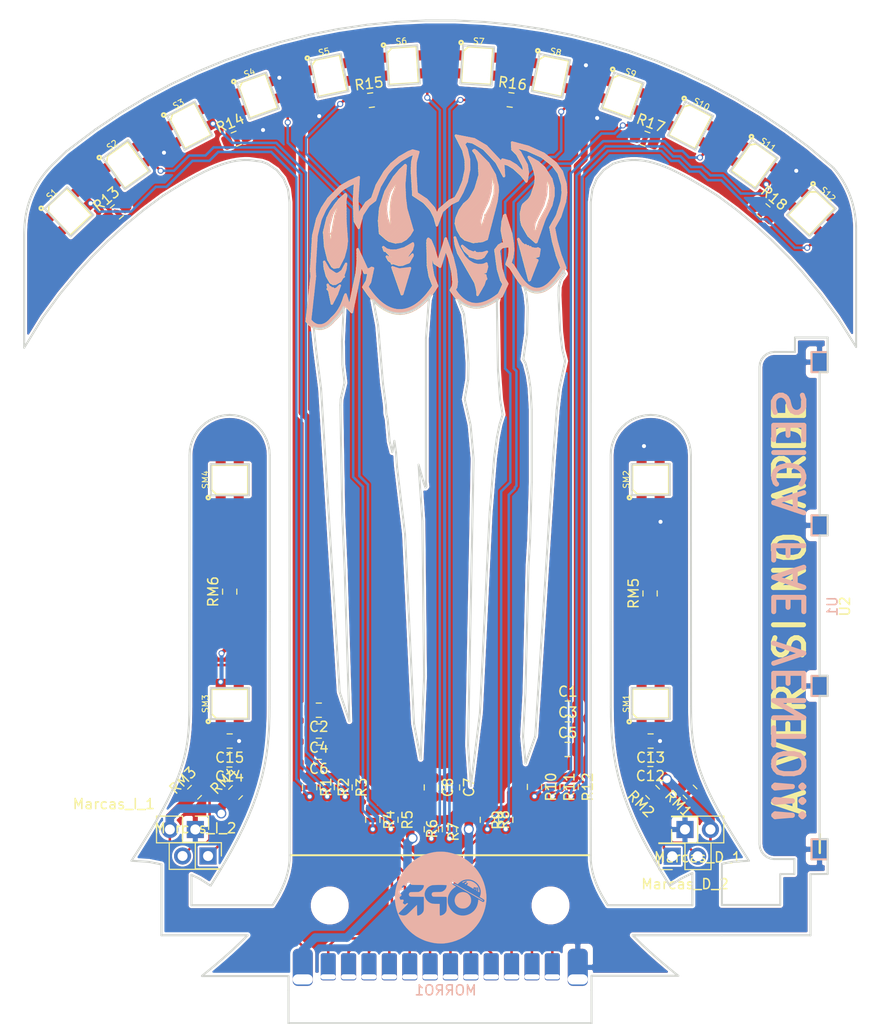
<source format=kicad_pcb>
(kicad_pcb (version 20171130) (host pcbnew "(5.0.2)-1")
  (layers (0 F.Cu signal) (31 B.Cu signal) (34 B.Paste user) (35 F.Paste user) (36 B.SilkS user) (37 F.SilkS user) (38 B.Mask user) (39 F.Mask user) (44 Edge.Cuts user))
  (net 0 "")
  (net 1 +3V3)
  (net 2 GND)
  (net 3 /S4)
  (net 4 /S3)
  (net 5 /S2)
  (net 6 /S1)
  (net 7 /S12)
  (net 8 /S11)
  (net 9 "Net-(R13-Pad1)")
  (net 10 /S5)
  (net 11 /SM1)
  (net 12 /SM2)
  (net 13 /SM3)
  (net 14 /SM4)
  (net 15 /S6)
  (net 16 /S7)
  (net 17 /S8)
  (net 18 /S9)
  (net 19 /S10)
  (net 20 "Net-(R13-Pad2)")
  (net 21 "Net-(R14-Pad2)")
  (net 22 "Net-(R14-Pad1)")
  (net 23 "Net-(R15-Pad2)")
  (net 24 "Net-(R15-Pad1)")
  (net 25 "Net-(R16-Pad1)")
  (net 26 "Net-(R16-Pad2)")
  (net 27 "Net-(R17-Pad2)")
  (net 28 "Net-(R17-Pad1)")
  (net 29 "Net-(R18-Pad2)")
  (net 30 "Net-(R18-Pad1)")
  (net 31 "Net-(RM5-Pad2)")
  (net 32 "Net-(RM5-Pad1)")
  (net 33 "Net-(RM6-Pad1)")
  (net 34 "Net-(RM6-Pad2)")
  (module "Conectores SMD:conn_morro_fuji_new" (layer B.Cu) (at 121.37832 139.0688)
    (fp_text reference MORRO1 (at 15.5105 1.5925) (layer B.SilkS) (effects (justify mirror)))
    (fp_text value Conn_01x14_Female)
    (pad 2 thru_hole roundrect (at 3.81 0.254) (size 1.5 2.7) (drill oval 1.5 0.5 (offset 0 -1)) (layers *.Cu *.Mask) (roundrect_rratio 0.15) (net 6 /S1))
    (pad 1 thru_hole roundrect (at 1.27 0.508) (size 2 3.7) (drill oval 2 1 (offset 0 -1.2)) (layers *.Cu *.Mask) (net 1 +3V3))
    (pad 3 thru_hole roundrect (at 5.842 0.254) (size 1.5 2.7) (drill oval 1.5 0.5 (offset 0 -1)) (layers *.Cu *.Mask) (roundrect_rratio 0.15) (net 5 /S2))
    (pad 4 thru_hole roundrect (at 7.874 0.254) (size 1.5 2.7) (drill oval 1.5 0.5 (offset 0 -1)) (layers *.Cu *.Mask) (roundrect_rratio 0.15) (net 4 /S3))
    (pad 5 thru_hole roundrect (at 9.906 0.254) (size 1.5 2.7) (drill oval 1.5 0.5 (offset 0 -1)) (layers *.Cu *.Mask) (roundrect_rratio 0.15) (net 3 /S4))
    (pad 6 thru_hole roundrect (at 11.938 0.254) (size 1.5 2.7) (drill oval 1.5 0.5 (offset 0 -1)) (layers *.Cu *.Mask) (roundrect_rratio 0.15) (net 10 /S5))
    (pad 7 thru_hole roundrect (at 13.97 0.254) (size 1.5 2.7) (drill oval 1.5 0.5 (offset 0 -1)) (layers *.Cu *.Mask) (roundrect_rratio 0.15) (net 15 /S6))
    (pad 8 thru_hole roundrect (at 16.002 0.254) (size 1.5 2.7) (drill oval 1.5 0.5 (offset 0 -1)) (layers *.Cu *.Mask) (roundrect_rratio 0.15) (net 16 /S7))
    (pad 9 thru_hole roundrect (at 18.034 0.254) (size 1.5 2.7) (drill oval 1.5 0.5 (offset 0 -1)) (layers *.Cu *.Mask) (roundrect_rratio 0.15) (net 17 /S8))
    (pad 10 thru_hole roundrect (at 20.066 0.254) (size 1.5 2.7) (drill oval 1.5 0.5 (offset 0 -1)) (layers *.Cu *.Mask) (roundrect_rratio 0.15) (net 18 /S9))
    (pad 11 thru_hole roundrect (at 22.098 0.254) (size 1.5 2.7) (drill oval 1.5 0.5 (offset 0 -1)) (layers *.Cu *.Mask) (roundrect_rratio 0.15) (net 19 /S10))
    (pad 12 thru_hole roundrect (at 24.13 0.254) (size 1.5 2.7) (drill oval 1.5 0.5 (offset 0 -1)) (layers *.Cu *.Mask) (roundrect_rratio 0.15) (net 8 /S11))
    (pad 13 thru_hole roundrect (at 26.162 0.254) (size 1.5 2.7) (drill oval 1.5 0.5 (offset 0 -1)) (layers *.Cu *.Mask) (roundrect_rratio 0.15) (net 7 /S12))
    (pad 14 thru_hole roundrect (at 28.702 0.508) (size 2 3.7) (drill oval 2 1 (offset 0 -1.2)) (layers *.Cu *.Mask) (net 2 GND))
  )
  (module Capacitor_SMD:C_0805_2012Metric (layer F.Cu) (at 157.31932 117.6566 180)
    (fp_text reference C12 (at 0 -1.65 180) (layer F.SilkS))
    (fp_text value 0.1uF)
    (pad 2 smd roundrect (at 0.9375 0 180) (size 0.975 1.4) (layers F.Cu F.Paste F.Mask) (net 1 +3V3))
    (pad 1 smd roundrect (at -0.9375 0 180) (size 0.975 1.4) (layers F.Cu F.Paste F.Mask) (net 2 GND))
  )
  (module Capacitor_SMD:C_0805_2012Metric (layer F.Cu) (at 157.34472 115.8278 180)
    (fp_text reference C13 (at 0 -1.65 180) (layer F.SilkS))
    (fp_text value 0.1uF)
    (pad 1 smd roundrect (at -0.9375 0 180) (size 0.975 1.4) (layers F.Cu F.Paste F.Mask) (net 2 GND))
    (pad 2 smd roundrect (at 0.9375 0 180) (size 0.975 1.4) (layers F.Cu F.Paste F.Mask) (net 1 +3V3))
  )
  (module Capacitor_SMD:C_0805_2012Metric (layer F.Cu) (at 115.33312 117.7074 180)
    (fp_text reference C14 (at 0 -1.65 180) (layer F.SilkS))
    (fp_text value 0.1uF)
    (pad 2 smd roundrect (at 0.9375 0 180) (size 0.975 1.4) (layers F.Cu F.Paste F.Mask) (net 1 +3V3))
    (pad 1 smd roundrect (at -0.9375 0 180) (size 0.975 1.4) (layers F.Cu F.Paste F.Mask) (net 2 GND))
  )
  (module Capacitor_SMD:C_0805_2012Metric (layer F.Cu) (at 115.35852 115.8278 180)
    (fp_text reference C15 (at 0 -1.65 180) (layer F.SilkS))
    (fp_text value 0.1uF)
    (pad 1 smd roundrect (at -0.9375 0 180) (size 0.975 1.4) (layers F.Cu F.Paste F.Mask) (net 2 GND))
    (pad 2 smd roundrect (at 0.9375 0 180) (size 0.975 1.4) (layers F.Cu F.Paste F.Mask) (net 1 +3V3))
  )
  (module Connector_PinSocket_2.54mm:PinSocket_2x01_P2.54mm_Vertical (layer F.Cu) (at 160.77372 124.6416 180)
    (fp_text reference Marcas_D_1 (at -1.27 -2.77 180) (layer F.SilkS))
    (fp_text value Conn_01x02_Female)
    (pad 1 thru_hole rect (at 0 0 180) (size 1.7 1.7) (drill 1) (layers *.Cu *.Mask) (net 2 GND))
    (pad 2 thru_hole oval (at -2.54 0 180) (size 1.7 1.7) (drill 1) (layers *.Cu *.Mask) (net 1 +3V3))
  )
  (module Connector_PinSocket_2.54mm:PinSocket_2x01_P2.54mm_Vertical (layer F.Cu) (at 159.50372 127.3086 180)
    (fp_text reference Marcas_D_2 (at -1.27 -2.77 180) (layer F.SilkS))
    (fp_text value Conn_01x02_Female)
    (pad 2 thru_hole oval (at -2.54 0 180) (size 1.7 1.7) (drill 1) (layers *.Cu *.Mask) (net 11 /SM1))
    (pad 1 thru_hole rect (at 0 0 180) (size 1.7 1.7) (drill 1) (layers *.Cu *.Mask) (net 12 /SM2))
  )
  (module Connector_PinSocket_2.54mm:PinSocket_2x01_P2.54mm_Vertical (layer F.Cu) (at 111.92952 124.6416)
    (fp_text reference Marcas_I_1 (at -8.128 -2.54) (layer F.SilkS))
    (fp_text value Conn_01x02_Female)
    (pad 1 thru_hole rect (at 0 0) (size 1.7 1.7) (drill 1) (layers *.Cu *.Mask) (net 2 GND))
    (pad 2 thru_hole oval (at -2.54 0) (size 1.7 1.7) (drill 1) (layers *.Cu *.Mask) (net 1 +3V3))
  )
  (module Connector_PinSocket_2.54mm:PinSocket_2x01_P2.54mm_Vertical (layer F.Cu) (at 113.19952 127.2832)
    (fp_text reference Marcas_I_2 (at -1.27 -2.77) (layer F.SilkS))
    (fp_text value Conn_01x02_Female)
    (pad 2 thru_hole oval (at -2.54 0) (size 1.7 1.7) (drill 1) (layers *.Cu *.Mask) (net 13 /SM3))
    (pad 1 thru_hole rect (at 0 0) (size 1.7 1.7) (drill 1) (layers *.Cu *.Mask) (net 14 /SM4))
  )
  (module Resistor_SMD:R_0805_2012Metric (layer F.Cu) (at 123.33412 120.4252 270)
    (fp_text reference R1 (at 0 -1.65 270) (layer F.SilkS))
    (fp_text value 20K)
    (pad 2 smd roundrect (at 0.937501 0 270) (size 0.975 1.4) (layers F.Cu F.Paste F.Mask) (net 6 /S1))
    (pad 1 smd roundrect (at -0.937501 0 270) (size 0.975 1.4) (layers F.Cu F.Paste F.Mask) (net 1 +3V3))
  )
  (module Resistor_SMD:R_0805_2012Metric (layer F.Cu) (at 125.08672 120.4252 270)
    (fp_text reference R2 (at 0 -1.65 270) (layer F.SilkS))
    (fp_text value 20K)
    (pad 1 smd roundrect (at -0.937501 0 270) (size 0.975 1.4) (layers F.Cu F.Paste F.Mask) (net 1 +3V3))
    (pad 2 smd roundrect (at 0.937501 0 270) (size 0.975 1.4) (layers F.Cu F.Paste F.Mask) (net 5 /S2))
  )
  (module Resistor_SMD:R_0805_2012Metric (layer F.Cu) (at 126.86472 120.4506 270)
    (fp_text reference R3 (at 0 -1.65 270) (layer F.SilkS))
    (fp_text value 20K)
    (pad 2 smd roundrect (at 0.937501 0 270) (size 0.975 1.4) (layers F.Cu F.Paste F.Mask) (net 4 /S3))
    (pad 1 smd roundrect (at -0.937501 0 270) (size 0.975 1.4) (layers F.Cu F.Paste F.Mask) (net 1 +3V3))
  )
  (module Resistor_SMD:R_0805_2012Metric (layer F.Cu) (at 129.63332 123.6764 270)
    (fp_text reference R4 (at 0 -1.65 270) (layer F.SilkS))
    (fp_text value 20K)
    (pad 1 smd roundrect (at -0.937501 0 270) (size 0.975 1.4) (layers F.Cu F.Paste F.Mask) (net 1 +3V3))
    (pad 2 smd roundrect (at 0.937501 0 270) (size 0.975 1.4) (layers F.Cu F.Paste F.Mask) (net 3 /S4))
  )
  (module Resistor_SMD:R_0805_2012Metric (layer F.Cu) (at 131.43672 123.6764 270)
    (fp_text reference R5 (at 0 -1.65 270) (layer F.SilkS))
    (fp_text value 20K)
    (pad 1 smd roundrect (at -0.937501 0 270) (size 0.975 1.4) (layers F.Cu F.Paste F.Mask) (net 1 +3V3))
    (pad 2 smd roundrect (at 0.937501 0 270) (size 0.975 1.4) (layers F.Cu F.Paste F.Mask) (net 10 /S5))
  )
  (module Resistor_SMD:R_0805_2012Metric (layer F.Cu) (at 135.47532 124.6162 270)
    (fp_text reference R6 (at -0.0508 -0.0762 270) (layer F.SilkS))
    (fp_text value 20K)
    (pad 1 smd roundrect (at -0.937501 0 270) (size 0.975 1.4) (layers F.Cu F.Paste F.Mask) (net 1 +3V3))
    (pad 2 smd roundrect (at 0.937501 0 270) (size 0.975 1.4) (layers F.Cu F.Paste F.Mask) (net 15 /S6))
  )
  (module Resistor_SMD:R_0805_2012Metric (layer F.Cu) (at 137.27872 124.6162 270)
    (fp_text reference R7 (at 0.254 -0.4064 270) (layer F.SilkS))
    (fp_text value 20K)
    (pad 1 smd roundrect (at -0.937501 0 270) (size 0.975 1.4) (layers F.Cu F.Paste F.Mask) (net 1 +3V3))
    (pad 2 smd roundrect (at 0.937501 0 270) (size 0.975 1.4) (layers F.Cu F.Paste F.Mask) (net 16 /S7))
  )
  (module Resistor_SMD:R_0805_2012Metric (layer F.Cu) (at 141.06332 123.6764 270)
    (fp_text reference R8 (at 0 -1.65 270) (layer F.SilkS))
    (fp_text value 20K)
    (pad 2 smd roundrect (at 0.937501 0 270) (size 0.975 1.4) (layers F.Cu F.Paste F.Mask) (net 17 /S8))
    (pad 1 smd roundrect (at -0.937501 0 270) (size 0.975 1.4) (layers F.Cu F.Paste F.Mask) (net 1 +3V3))
  )
  (module Resistor_SMD:R_0805_2012Metric (layer F.Cu) (at 142.89212 123.6764 270)
    (fp_text reference R9 (at 0.0254 0.8128 270) (layer F.SilkS))
    (fp_text value 20K)
    (pad 2 smd roundrect (at 0.937501 0 270) (size 0.975 1.4) (layers F.Cu F.Paste F.Mask) (net 18 /S9))
    (pad 1 smd roundrect (at -0.937501 0 270) (size 0.975 1.4) (layers F.Cu F.Paste F.Mask) (net 1 +3V3))
  )
  (module Resistor_SMD:R_0805_2012Metric (layer F.Cu) (at 145.76232 120.3998 270)
    (fp_text reference R10 (at 0 -1.65 270) (layer F.SilkS))
    (fp_text value 20K)
    (pad 1 smd roundrect (at -0.937501 0 270) (size 0.975 1.4) (layers F.Cu F.Paste F.Mask) (net 1 +3V3))
    (pad 2 smd roundrect (at 0.937501 0 270) (size 0.975 1.4) (layers F.Cu F.Paste F.Mask) (net 19 /S10))
  )
  (module Resistor_SMD:R_0805_2012Metric (layer F.Cu) (at 147.59112 120.3998 270)
    (fp_text reference R11 (at 0 -1.65 270) (layer F.SilkS))
    (fp_text value 20K)
    (pad 1 smd roundrect (at -0.937501 0 270) (size 0.975 1.4) (layers F.Cu F.Paste F.Mask) (net 1 +3V3))
    (pad 2 smd roundrect (at 0.937501 0 270) (size 0.975 1.4) (layers F.Cu F.Paste F.Mask) (net 8 /S11))
  )
  (module Resistor_SMD:R_0805_2012Metric (layer F.Cu) (at 149.41992 120.3998 270)
    (fp_text reference R12 (at 0 -1.65 270) (layer F.SilkS))
    (fp_text value 20K)
    (pad 1 smd roundrect (at -0.937501 0 270) (size 0.975 1.4) (layers F.Cu F.Paste F.Mask) (net 1 +3V3))
    (pad 2 smd roundrect (at 0.937501 0 270) (size 0.975 1.4) (layers F.Cu F.Paste F.Mask) (net 7 /S12))
  )
  (module Resistor_SMD:R_0805_2012Metric (layer F.Cu) (at 104.10632 63.0974 40)
    (fp_text reference R13 (at 0 -1.65 40) (layer F.SilkS))
    (fp_text value 47)
    (pad 2 smd roundrect (at 0.9375 0.000001 40) (size 0.975 1.4) (layers F.Cu F.Paste F.Mask) (net 20 "Net-(R13-Pad2)"))
    (pad 1 smd roundrect (at -0.9375 -0.000001 40) (size 0.975 1.4) (layers F.Cu F.Paste F.Mask) (net 9 "Net-(R13-Pad1)"))
  )
  (module Resistor_SMD:R_0805_2012Metric (layer F.Cu) (at 116.01892 55.8076 22)
    (fp_text reference R14 (at 0 -1.65 22) (layer F.SilkS))
    (fp_text value 47)
    (pad 2 smd roundrect (at 0.9375 0 22) (size 0.975 1.4) (layers F.Cu F.Paste F.Mask) (net 21 "Net-(R14-Pad2)"))
    (pad 1 smd roundrect (at -0.9375 0 22) (size 0.975 1.4) (layers F.Cu F.Paste F.Mask) (net 22 "Net-(R14-Pad1)"))
  )
  (module Resistor_SMD:R_0805_2012Metric (layer F.Cu) (at 129.45552 51.9722 7)
    (fp_text reference R15 (at 0 -1.65 7) (layer F.SilkS))
    (fp_text value 47)
    (pad 2 smd roundrect (at 0.9375 0 7) (size 0.975 1.4) (layers F.Cu F.Paste F.Mask) (net 23 "Net-(R15-Pad2)"))
    (pad 1 smd roundrect (at -0.9375 0 7) (size 0.975 1.4) (layers F.Cu F.Paste F.Mask) (net 24 "Net-(R15-Pad1)"))
  )
  (module Resistor_SMD:R_0805_2012Metric (layer F.Cu) (at 143.37472 51.9468 353)
    (fp_text reference R16 (at 0 -1.65 353) (layer F.SilkS))
    (fp_text value 47)
    (pad 1 smd roundrect (at -0.9375 0 353) (size 0.975 1.4) (layers F.Cu F.Paste F.Mask) (net 25 "Net-(R16-Pad1)"))
    (pad 2 smd roundrect (at 0.9375 0 353) (size 0.975 1.4) (layers F.Cu F.Paste F.Mask) (net 26 "Net-(R16-Pad2)"))
  )
  (module Resistor_SMD:R_0805_2012Metric (layer F.Cu) (at 156.78592 55.8076 340)
    (fp_text reference R17 (at 0 -1.65 340) (layer F.SilkS))
    (fp_text value 47)
    (pad 2 smd roundrect (at 0.9375 0 340) (size 0.975 1.4) (layers F.Cu F.Paste F.Mask) (net 27 "Net-(R17-Pad2)"))
    (pad 1 smd roundrect (at -0.9375 0 340) (size 0.975 1.4) (layers F.Cu F.Paste F.Mask) (net 28 "Net-(R17-Pad1)"))
  )
  (module Resistor_SMD:R_0805_2012Metric (layer F.Cu) (at 168.59692 62.9958 320)
    (fp_text reference R18 (at 0 -1.65 320) (layer F.SilkS))
    (fp_text value 47)
    (pad 2 smd roundrect (at 0.9375 -0.000001 320) (size 0.975 1.4) (layers F.Cu F.Paste F.Mask) (net 29 "Net-(R18-Pad2)"))
    (pad 1 smd roundrect (at -0.9375 0.000001 320) (size 0.975 1.4) (layers F.Cu F.Paste F.Mask) (net 30 "Net-(R18-Pad1)"))
  )
  (module Resistor_SMD:R_0805_2012Metric (layer F.Cu) (at 161.28172 120.9078 135)
    (fp_text reference RM1 (at 0 -1.65 135) (layer F.SilkS))
    (fp_text value 20K)
    (pad 1 smd roundrect (at -0.937501 0 135) (size 0.975 1.4) (layers F.Cu F.Paste F.Mask) (net 1 +3V3))
    (pad 2 smd roundrect (at 0.937501 0 135) (size 0.975 1.4) (layers F.Cu F.Paste F.Mask) (net 11 /SM1))
  )
  (module Resistor_SMD:R_0805_2012Metric (layer F.Cu) (at 157.54792 120.9332 135)
    (fp_text reference RM2 (at 0 -1.65 135) (layer F.SilkS))
    (fp_text value 20K)
    (pad 2 smd roundrect (at 0.937501 0 135) (size 0.975 1.4) (layers F.Cu F.Paste F.Mask) (net 12 /SM2))
    (pad 1 smd roundrect (at -0.937501 0 135) (size 0.975 1.4) (layers F.Cu F.Paste F.Mask) (net 1 +3V3))
  )
  (module Resistor_SMD:R_0805_2012Metric (layer F.Cu) (at 111.85332 120.9332 45)
    (fp_text reference RM3 (at 0 -1.65 45) (layer F.SilkS))
    (fp_text value 20K)
    (pad 2 smd roundrect (at 0.937501 0 45) (size 0.975 1.4) (layers F.Cu F.Paste F.Mask) (net 13 /SM3))
    (pad 1 smd roundrect (at -0.937501 0 45) (size 0.975 1.4) (layers F.Cu F.Paste F.Mask) (net 1 +3V3))
  )
  (module Resistor_SMD:R_0805_2012Metric (layer F.Cu) (at 115.94272 120.9586 45)
    (fp_text reference RM4 (at 0 -1.65 45) (layer F.SilkS))
    (fp_text value 20K)
    (pad 1 smd roundrect (at -0.937501 0 45) (size 0.975 1.4) (layers F.Cu F.Paste F.Mask) (net 1 +3V3))
    (pad 2 smd roundrect (at 0.937501 0 45) (size 0.975 1.4) (layers F.Cu F.Paste F.Mask) (net 14 /SM4))
  )
  (module Resistor_SMD:R_0805_2012Metric (layer F.Cu) (at 157.29392 101.1212 90)
    (fp_text reference RM5 (at 0 -1.65 90) (layer F.SilkS))
    (fp_text value 47)
    (pad 1 smd roundrect (at -0.9375 0 90) (size 0.975 1.4) (layers F.Cu F.Paste F.Mask) (net 32 "Net-(RM5-Pad1)"))
    (pad 2 smd roundrect (at 0.9375 0 90) (size 0.975 1.4) (layers F.Cu F.Paste F.Mask) (net 31 "Net-(RM5-Pad2)"))
  )
  (module Resistor_SMD:R_0805_2012Metric (layer F.Cu) (at 115.35852 100.9434 90)
    (fp_text reference RM6 (at 0 -1.65 90) (layer F.SilkS))
    (fp_text value 47)
    (pad 1 smd roundrect (at -0.9375 0 90) (size 0.975 1.4) (layers F.Cu F.Paste F.Mask) (net 33 "Net-(RM6-Pad1)"))
    (pad 2 smd roundrect (at 0.9375 0 90) (size 0.975 1.4) (layers F.Cu F.Paste F.Mask) (net 34 "Net-(RM6-Pad2)"))
  )
  (module "Barra Anti-Flex:Barra Anti-Flex2" (layer B.Cu) (at 172.45772 102.4674 270)
    (fp_text reference U1 (at -0.0508 -3.0226 270) (layer B.SilkS) (effects (justify mirror)))
    (fp_text value Barra_anti-Flex)
    (pad 1 smd roundrect (at -24.3967 -1.7399 270) (size 2.15 1.75) (layers B.Cu B.Paste B.Mask) (net 2 GND))
    (pad 2 smd roundrect (at -8.128 -1.7399 270) (size 2.15 1.75) (layers B.Cu B.Paste B.Mask) (net 2 GND))
    (pad 3 smd roundrect (at 7.874 -1.7399 270) (size 2.15 1.75) (layers B.Cu B.Paste B.Mask) (net 2 GND))
    (pad 4 smd roundrect (at 24.1427 -1.7399 270) (size 2.15 1.75) (layers B.Cu B.Paste B.Mask) (net 2 GND))
  )
  (module "Barra Anti-Flex:Barra Anti-Flex2" (layer F.Cu) (at 172.45772 102.2134 90)
    (fp_text reference U2 (at -0.2032 4.2672 90) (layer F.SilkS))
    (fp_text value Barra_anti-Flex)
    (pad 4 smd roundrect (at 24.1427 1.7399 90) (size 2.15 1.75) (layers F.Cu F.Paste F.Mask) (net 2 GND))
    (pad 3 smd roundrect (at 7.874 1.7399 90) (size 2.15 1.75) (layers F.Cu F.Paste F.Mask) (net 2 GND))
    (pad 2 smd roundrect (at -8.128 1.7399 90) (size 2.15 1.75) (layers F.Cu F.Paste F.Mask) (net 2 GND))
    (pad 1 smd roundrect (at -24.3967 1.7399 90) (size 2.15 1.75) (layers F.Cu F.Paste F.Mask) (net 2 GND))
  )
  (module MountingHole:MountingHole_2.2mm_M2_ISO7380 (layer F.Cu) (at 125.34072 132.2108)
    (fp_text reference "" (at 0 -2.75) (layer F.SilkS))
    (fp_text value MountingHole_2.2mm_M2_ISO7380)
    (pad 1 np_thru_hole circle (at 0 0) (size 2.2 2.2) (drill 2.2) (layers *.Cu *.Mask))
  )
  (module MountingHole:MountingHole_2.2mm_M2_ISO7380 (layer F.Cu) (at 147.36252 132.2108)
    (fp_text reference "" (at 0 -2.75) (layer F.SilkS))
    (fp_text value MountingHole_2.2mm_M2_ISO7380)
    (pad 1 np_thru_hole circle (at 0 0) (size 2.2 2.2) (drill 2.2) (layers *.Cu *.Mask))
  )
  (module QRE1113:QRE1113GR-inv (layer F.Cu) (at 99.28032 63.0974 223.3)
    (fp_text reference S1 (at 0 2.413 223.3) (layer F.SilkS) (effects (font (size 0.6 0.6) (thickness 0.1))))
    (fp_text value QRE1113)
    (pad 1 smd rect (at 1.955079 0.9 223.3) (size 1.1 1) (layers F.Cu F.Paste F.Mask) (net 1 +3V3))
    (pad 2 smd rect (at -1.94492 0.9 223.3) (size 1.1 1) (layers F.Cu F.Paste F.Mask) (net 9 "Net-(R13-Pad1)"))
    (pad 3 smd rect (at -1.94492 -0.9 223.3) (size 1.1 1) (layers F.Cu F.Paste F.Mask) (net 6 /S1))
    (pad 4 smd rect (at 1.95508 -0.9 223.3) (size 1.1 1) (layers F.Cu F.Paste F.Mask) (net 2 GND))
  )
  (module QRE1113:QRE1113GR-inv (layer F.Cu) (at 105.04612 58.4238 215.4)
    (fp_text reference S2 (at 0 2.413 215.4) (layer F.SilkS) (effects (font (size 0.6 0.6) (thickness 0.1))))
    (fp_text value QRE1113)
    (pad 4 smd rect (at 1.95508 -0.9 215.4) (size 1.1 1) (layers F.Cu F.Paste F.Mask) (net 2 GND))
    (pad 3 smd rect (at -1.94492 -0.899999 215.4) (size 1.1 1) (layers F.Cu F.Paste F.Mask) (net 5 /S2))
    (pad 2 smd rect (at -1.94492 0.900001 215.4) (size 1.1 1) (layers F.Cu F.Paste F.Mask) (net 2 GND))
    (pad 1 smd rect (at 1.95508 0.9 215.4) (size 1.1 1) (layers F.Cu F.Paste F.Mask) (net 20 "Net-(R13-Pad2)"))
  )
  (module QRE1113:QRE1113GR-inv (layer F.Cu) (at 111.37072 54.5122 207.5)
    (fp_text reference S3 (at 0 2.413 207.5) (layer F.SilkS) (effects (font (size 0.6 0.6) (thickness 0.1))))
    (fp_text value QRE1113)
    (pad 1 smd rect (at 1.95508 0.9 207.5) (size 1.1 1) (layers F.Cu F.Paste F.Mask) (net 1 +3V3))
    (pad 2 smd rect (at -1.94492 0.9 207.5) (size 1.1 1) (layers F.Cu F.Paste F.Mask) (net 22 "Net-(R14-Pad1)"))
    (pad 3 smd rect (at -1.94492 -0.9 207.5) (size 1.1 1) (layers F.Cu F.Paste F.Mask) (net 4 /S3))
    (pad 4 smd rect (at 1.95508 -0.9 207.5) (size 1.1 1) (layers F.Cu F.Paste F.Mask) (net 2 GND))
  )
  (module QRE1113:QRE1113GR-inv (layer F.Cu) (at 118.15252 51.5404 199.7)
    (fp_text reference S4 (at 0 2.413 199.7) (layer F.SilkS) (effects (font (size 0.6 0.6) (thickness 0.1))))
    (fp_text value QRE1113)
    (pad 4 smd rect (at 1.955081 -0.9 199.7) (size 1.1 1) (layers F.Cu F.Paste F.Mask) (net 2 GND))
    (pad 3 smd rect (at -1.94492 -0.9 199.7) (size 1.1 1) (layers F.Cu F.Paste F.Mask) (net 3 /S4))
    (pad 2 smd rect (at -1.94492 0.9 199.7) (size 1.1 1) (layers F.Cu F.Paste F.Mask) (net 2 GND))
    (pad 1 smd rect (at 1.95508 0.9 199.7) (size 1.1 1) (layers F.Cu F.Paste F.Mask) (net 21 "Net-(R14-Pad2)"))
  )
  (module QRE1113:QRE1113GR-inv (layer F.Cu) (at 125.26452 49.5338 191.8)
    (fp_text reference S5 (at 0 2.413 191.8) (layer F.SilkS) (effects (font (size 0.6 0.6) (thickness 0.1))))
    (fp_text value QRE1113)
    (pad 1 smd rect (at 1.95508 0.900001 191.8) (size 1.1 1) (layers F.Cu F.Paste F.Mask) (net 1 +3V3))
    (pad 2 smd rect (at -1.94492 0.9 191.8) (size 1.1 1) (layers F.Cu F.Paste F.Mask) (net 24 "Net-(R15-Pad1)"))
    (pad 3 smd rect (at -1.94492 -0.9 191.8) (size 1.1 1) (layers F.Cu F.Paste F.Mask) (net 10 /S5))
    (pad 4 smd rect (at 1.95508 -0.9 191.8) (size 1.1 1) (layers F.Cu F.Paste F.Mask) (net 2 GND))
  )
  (module QRE1113:QRE1113GR-inv (layer F.Cu) (at 132.63052 48.5178 183.6)
    (fp_text reference S6 (at 0 2.413 183.6) (layer F.SilkS) (effects (font (size 0.6 0.6) (thickness 0.1))))
    (fp_text value QRE1113)
    (pad 4 smd rect (at 1.95508 -0.9 183.6) (size 1.1 1) (layers F.Cu F.Paste F.Mask) (net 2 GND))
    (pad 3 smd rect (at -1.94492 -0.900003 183.6) (size 1.1 1) (layers F.Cu F.Paste F.Mask) (net 15 /S6))
    (pad 2 smd rect (at -1.94492 0.9 183.6) (size 1.1 1) (layers F.Cu F.Paste F.Mask) (net 2 GND))
    (pad 1 smd rect (at 1.95508 0.9 183.6) (size 1.1 1) (layers F.Cu F.Paste F.Mask) (net 23 "Net-(R15-Pad2)"))
  )
  (module QRE1113:QRE1113GR-inv (layer F.Cu) (at 140.04732 48.5178 176.4)
    (fp_text reference S7 (at 0 2.413 176.4) (layer F.SilkS) (effects (font (size 0.6 0.6) (thickness 0.1))))
    (fp_text value QRE1113)
    (pad 4 smd rect (at 1.95508 -0.9 176.4) (size 1.1 1) (layers F.Cu F.Paste F.Mask) (net 2 GND))
    (pad 3 smd rect (at -1.94492 -0.9 176.4) (size 1.1 1) (layers F.Cu F.Paste F.Mask) (net 16 /S7))
    (pad 2 smd rect (at -1.94492 0.900003 176.4) (size 1.1 1) (layers F.Cu F.Paste F.Mask) (net 25 "Net-(R16-Pad1)"))
    (pad 1 smd rect (at 1.95508 0.9 176.4) (size 1.1 1) (layers F.Cu F.Paste F.Mask) (net 1 +3V3))
  )
  (module QRE1113:QRE1113GR-inv (layer F.Cu) (at 147.38792 49.5338 168.2)
    (fp_text reference S8 (at 0 2.413 168.2) (layer F.SilkS) (effects (font (size 0.6 0.6) (thickness 0.1))))
    (fp_text value QRE1113)
    (pad 4 smd rect (at 1.95508 -0.900001 168.2) (size 1.1 1) (layers F.Cu F.Paste F.Mask) (net 2 GND))
    (pad 3 smd rect (at -1.94492 -0.9 168.2) (size 1.1 1) (layers F.Cu F.Paste F.Mask) (net 17 /S8))
    (pad 2 smd rect (at -1.94492 0.9 168.2) (size 1.1 1) (layers F.Cu F.Paste F.Mask) (net 2 GND))
    (pad 1 smd rect (at 1.95508 0.9 168.2) (size 1.1 1) (layers F.Cu F.Paste F.Mask) (net 26 "Net-(R16-Pad2)"))
  )
  (module QRE1113:QRE1113GR-inv (layer F.Cu) (at 154.52532 51.515 160.3)
    (fp_text reference S9 (at 0 2.413 160.3) (layer F.SilkS) (effects (font (size 0.6 0.6) (thickness 0.1))))
    (fp_text value QRE1113)
    (pad 1 smd rect (at 1.955081 0.9 160.3) (size 1.1 1) (layers F.Cu F.Paste F.Mask) (net 1 +3V3))
    (pad 2 smd rect (at -1.94492 0.9 160.3) (size 1.1 1) (layers F.Cu F.Paste F.Mask) (net 28 "Net-(R17-Pad1)"))
    (pad 3 smd rect (at -1.94492 -0.9 160.3) (size 1.1 1) (layers F.Cu F.Paste F.Mask) (net 18 /S9))
    (pad 4 smd rect (at 1.95508 -0.9 160.3) (size 1.1 1) (layers F.Cu F.Paste F.Mask) (net 2 GND))
  )
  (module QRE1113:QRE1113GR-inv (layer F.Cu) (at 161.30712 54.5122 152.5)
    (fp_text reference S10 (at 0 2.413 152.5) (layer F.SilkS) (effects (font (size 0.6 0.6) (thickness 0.1))))
    (fp_text value QRE1113)
    (pad 4 smd rect (at 1.95508 -0.9 152.5) (size 1.1 1) (layers F.Cu F.Paste F.Mask) (net 2 GND))
    (pad 3 smd rect (at -1.94492 -0.9 152.5) (size 1.1 1) (layers F.Cu F.Paste F.Mask) (net 19 /S10))
    (pad 2 smd rect (at -1.94492 0.9 152.5) (size 1.1 1) (layers F.Cu F.Paste F.Mask) (net 2 GND))
    (pad 1 smd rect (at 1.95508 0.9 152.5) (size 1.1 1) (layers F.Cu F.Paste F.Mask) (net 27 "Net-(R17-Pad2)"))
  )
  (module QRE1113:QRE1113GR-inv (layer F.Cu) (at 167.65712 58.373 144.6)
    (fp_text reference S11 (at 0 2.413 144.6) (layer F.SilkS) (effects (font (size 0.6 0.6) (thickness 0.1))))
    (fp_text value QRE1113)
    (pad 4 smd rect (at 1.95508 -0.9 144.6) (size 1.1 1) (layers F.Cu F.Paste F.Mask) (net 2 GND))
    (pad 3 smd rect (at -1.94492 -0.900001 144.6) (size 1.1 1) (layers F.Cu F.Paste F.Mask) (net 8 /S11))
    (pad 2 smd rect (at -1.94492 0.899999 144.6) (size 1.1 1) (layers F.Cu F.Paste F.Mask) (net 30 "Net-(R18-Pad1)"))
    (pad 1 smd rect (at 1.95508 0.9 144.6) (size 1.1 1) (layers F.Cu F.Paste F.Mask) (net 1 +3V3))
  )
  (module QRE1113:QRE1113GR-inv (layer F.Cu) (at 173.37212 63.0974 136.7)
    (fp_text reference S12 (at 0 2.413 136.7) (layer F.SilkS) (effects (font (size 0.6 0.6) (thickness 0.1))))
    (fp_text value QRE1113)
    (pad 1 smd rect (at 1.95508 0.9 136.7) (size 1.1 1) (layers F.Cu F.Paste F.Mask) (net 29 "Net-(R18-Pad2)"))
    (pad 2 smd rect (at -1.94492 0.9 136.7) (size 1.1 1) (layers F.Cu F.Paste F.Mask) (net 2 GND))
    (pad 3 smd rect (at -1.94492 -0.9 136.7) (size 1.1 1) (layers F.Cu F.Paste F.Mask) (net 7 /S12))
    (pad 4 smd rect (at 1.955079 -0.9 136.7) (size 1.1 1) (layers F.Cu F.Paste F.Mask) (net 2 GND))
  )
  (module QRE1113:QRE1113GR-inv (layer F.Cu) (at 157.34472 112.094 270)
    (fp_text reference SM1 (at 0 2.413 270) (layer F.SilkS) (effects (font (size 0.6 0.6) (thickness 0.1))))
    (fp_text value QRE1113)
    (pad 4 smd rect (at 1.95508 -0.9 270) (size 1.1 1) (layers F.Cu F.Paste F.Mask) (net 2 GND))
    (pad 3 smd rect (at -1.94492 -0.9 270) (size 1.1 1) (layers F.Cu F.Paste F.Mask) (net 11 /SM1))
    (pad 2 smd rect (at -1.94492 0.9 270) (size 1.1 1) (layers F.Cu F.Paste F.Mask) (net 32 "Net-(RM5-Pad1)"))
    (pad 1 smd rect (at 1.95508 0.9 270) (size 1.1 1) (layers F.Cu F.Paste F.Mask) (net 1 +3V3))
  )
  (module QRE1113:QRE1113GR-inv (layer F.Cu) (at 157.34472 89.7674 270)
    (fp_text reference SM2 (at 0 2.413 270) (layer F.SilkS) (effects (font (size 0.6 0.6) (thickness 0.1))))
    (fp_text value QRE1113)
    (pad 1 smd rect (at 1.95508 0.9 270) (size 1.1 1) (layers F.Cu F.Paste F.Mask) (net 31 "Net-(RM5-Pad2)"))
    (pad 2 smd rect (at -1.94492 0.9 270) (size 1.1 1) (layers F.Cu F.Paste F.Mask) (net 2 GND))
    (pad 3 smd rect (at -1.94492 -0.9 270) (size 1.1 1) (layers F.Cu F.Paste F.Mask) (net 12 /SM2))
    (pad 4 smd rect (at 1.95508 -0.9 270) (size 1.1 1) (layers F.Cu F.Paste F.Mask) (net 2 GND))
  )
  (module QRE1113:QRE1113GR-inv (layer F.Cu) (at 115.35852 112.1194 270)
    (fp_text reference SM3 (at 0 2.413 270) (layer F.SilkS) (effects (font (size 0.6 0.6) (thickness 0.1))))
    (fp_text value QRE1113)
    (pad 1 smd rect (at 1.95508 0.9 270) (size 1.1 1) (layers F.Cu F.Paste F.Mask) (net 1 +3V3))
    (pad 2 smd rect (at -1.94492 0.9 270) (size 1.1 1) (layers F.Cu F.Paste F.Mask) (net 33 "Net-(RM6-Pad1)"))
    (pad 3 smd rect (at -1.94492 -0.9 270) (size 1.1 1) (layers F.Cu F.Paste F.Mask) (net 13 /SM3))
    (pad 4 smd rect (at 1.95508 -0.9 270) (size 1.1 1) (layers F.Cu F.Paste F.Mask) (net 2 GND))
  )
  (module QRE1113:QRE1113GR-inv (layer F.Cu) (at 115.35852 89.7928 270)
    (fp_text reference SM4 (at 0 2.413 270) (layer F.SilkS) (effects (font (size 0.6 0.6) (thickness 0.1))))
    (fp_text value QRE1113)
    (pad 1 smd rect (at 1.95508 0.9 270) (size 1.1 1) (layers F.Cu F.Paste F.Mask) (net 34 "Net-(RM6-Pad2)"))
    (pad 2 smd rect (at -1.94492 0.9 270) (size 1.1 1) (layers F.Cu F.Paste F.Mask) (net 2 GND))
    (pad 3 smd rect (at -1.94492 -0.9 270) (size 1.1 1) (layers F.Cu F.Paste F.Mask) (net 14 /SM4))
    (pad 4 smd rect (at 1.95508 -0.9 270) (size 1.1 1) (layers F.Cu F.Paste F.Mask) (net 2 GND))
  )
  (module Capacitor_SMD:C_0805_2012Metric (layer F.Cu) (at 149.08972 112.5512)
    (fp_text reference C1 (at 0 -1.65) (layer F.SilkS))
    (fp_text value 0.1uF)
    (pad 2 smd roundrect (at 0.9375 0) (size 0.975 1.4) (layers F.Cu F.Paste F.Mask) (net 1 +3V3))
    (pad 1 smd roundrect (at -0.9375 0) (size 0.975 1.4) (layers F.Cu F.Paste F.Mask) (net 2 GND))
  )
  (module Capacitor_SMD:C_0805_2012Metric (layer F.Cu) (at 124.24852 112.7544 180)
    (fp_text reference C2 (at 0 -1.65 180) (layer F.SilkS))
    (fp_text value 0.1uF)
    (pad 2 smd roundrect (at 0.9375 0 180) (size 0.975 1.4) (layers F.Cu F.Paste F.Mask) (net 1 +3V3))
    (pad 1 smd roundrect (at -0.9375 0 180) (size 0.975 1.4) (layers F.Cu F.Paste F.Mask) (net 2 GND))
  )
  (module Capacitor_SMD:C_0805_2012Metric (layer F.Cu) (at 149.08972 114.634)
    (fp_text reference C3 (at 0 -1.65) (layer F.SilkS))
    (fp_text value 1uF)
    (pad 1 smd roundrect (at -0.9375 0) (size 0.975 1.4) (layers F.Cu F.Paste F.Mask) (net 2 GND))
    (pad 2 smd roundrect (at 0.9375 0) (size 0.975 1.4) (layers F.Cu F.Paste F.Mask) (net 1 +3V3))
  )
  (module Capacitor_SMD:C_0805_2012Metric (layer F.Cu) (at 124.24852 114.8372 180)
    (fp_text reference C4 (at 0 -1.65 180) (layer F.SilkS))
    (fp_text value 1uF)
    (pad 1 smd roundrect (at -0.9375 0 180) (size 0.975 1.4) (layers F.Cu F.Paste F.Mask) (net 2 GND))
    (pad 2 smd roundrect (at 0.9375 0 180) (size 0.975 1.4) (layers F.Cu F.Paste F.Mask) (net 1 +3V3))
  )
  (module Capacitor_SMD:C_0805_2012Metric (layer F.Cu) (at 149.06432 116.666)
    (fp_text reference C5 (at 0 -1.65) (layer F.SilkS))
    (fp_text value 22uF)
    (pad 2 smd roundrect (at 0.9375 0) (size 0.975 1.4) (layers F.Cu F.Paste F.Mask) (net 1 +3V3))
    (pad 1 smd roundrect (at -0.9375 0) (size 0.975 1.4) (layers F.Cu F.Paste F.Mask) (net 2 GND))
  )
  (module Capacitor_SMD:C_0805_2012Metric (layer F.Cu) (at 124.24852 116.9454 180)
    (fp_text reference C6 (at 0 -1.65 180) (layer F.SilkS))
    (fp_text value 22uF)
    (pad 2 smd roundrect (at 0.9375 0 180) (size 0.975 1.4) (layers F.Cu F.Paste F.Mask) (net 1 +3V3))
    (pad 1 smd roundrect (at -0.9375 0 180) (size 0.975 1.4) (layers F.Cu F.Paste F.Mask) (net 2 GND))
  )
  (module Capacitor_SMD:C_0805_2012Metric (layer F.Cu) (at 137.58352 120.4506 270)
    (fp_text reference C7 (at 0 -1.65 270) (layer F.SilkS))
    (fp_text value 47uF)
    (pad 1 smd roundrect (at -0.9375 0 270) (size 0.975 1.4) (layers F.Cu F.Paste F.Mask) (net 2 GND))
    (pad 2 smd roundrect (at 0.9375 0 270) (size 0.975 1.4) (layers F.Cu F.Paste F.Mask) (net 1 +3V3))
  )
  (module Capacitor_SMD:C_0805_2012Metric (layer F.Cu) (at 135.47532 120.4506 270)
    (fp_text reference C8 (at 0 -1.65 270) (layer F.SilkS))
    (fp_text value 47uF)
    (pad 1 smd roundrect (at -0.9375 0 270) (size 0.975 1.4) (layers F.Cu F.Paste F.Mask) (net 2 GND))
    (pad 2 smd roundrect (at 0.9375 0 270) (size 0.975 1.4) (layers F.Cu F.Paste F.Mask) (net 1 +3V3))
  )
  (module OPR_para_PCBs:OPR_9mm (layer B.Cu) (at 136.39988 131.41832 180)
    (fp_text reference "" hide)
    (fp_text value "" hide)
  )
  (gr_line (start 151.45192 143.9456) (end 151.45192 140.6436) (layer Edge.Cuts) (width 0.2))
  (gr_line (start 121.22592 143.9456) (end 151.45192 143.9456) (layer Edge.Cuts) (width 0.2))
  (gr_line (start 121.22592 140.6436) (end 121.22592 143.9456) (layer Edge.Cuts) (width 0.2))
  (gr_line (start 121.22592 139.2466) (end 112.58992 139.2466) (layer Edge.Cuts) (width 0.2))
  (gr_line (start 151.45192 140.6436) (end 151.45192 139.2466) (layer Edge.Cuts) (width 0.2))
  (gr_line (start 121.22592 139.2466) (end 121.22592 140.6436) (layer Edge.Cuts) (width 0.2))
  (gr_line (start 171.68048 129.0866) (end 170.28856 129.0866) (layer Edge.Cuts) (width 0.2))
  (gr_line (start 171.68048 127.588) (end 171.68048 129.0866) (layer Edge.Cuts) (width 0.2))
  (gr_line (start 171.74144 77.06232) (end 169.70436 77.05724) (layer Edge.Cuts) (width 0.2))
  (gr_line (start 171.74652 75.6196) (end 171.74144 77.06232) (layer Edge.Cuts) (width 0.2))
  (gr_line (start 174.22202 125.0832) (end 174.22202 126.8832) (layer F.SilkS) (width 0.22))
  (gr_line (start 174.22202 126.8832) (end 174.22202 126.9832) (layer F.SilkS) (width 0.22))
  (gr_line (start 174.22202 125.0832) (end 174.22202 126.8832) (layer F.SilkS) (width 0.22))
  (gr_line (start 174.22202 126.8832) (end 174.22202 126.9832) (layer F.SilkS) (width 0.22))
  (gr_circle (center 155.21112 113.8974) (end 155.28732 113.872) (layer F.SilkS) (width 0.2))
  (gr_circle (center 155.23652 91.5708) (end 155.31272 91.5454) (layer F.SilkS) (width 0.2))
  (gr_circle (center 173.54992 60.3034) (end 173.62612 60.278) (layer F.SilkS) (width 0.2))
  (gr_circle (center 167.40312 55.6044) (end 167.47932 55.579) (layer F.SilkS) (width 0.2))
  (gr_circle (center 160.69752 51.7944) (end 160.77372 51.769) (layer F.SilkS) (width 0.2))
  (gr_circle (center 153.56012 48.8988) (end 153.63632 48.8734) (layer F.SilkS) (width 0.2))
  (gr_circle (center 146.09252 47.0446) (end 146.16872 47.0192) (layer F.SilkS) (width 0.2))
  (gr_circle (center 138.44712 46.2318) (end 138.52332 46.2064) (layer F.SilkS) (width 0.2))
  (gr_circle (center 130.70012 46.4858) (end 130.77632 46.4604) (layer F.SilkS) (width 0.2))
  (gr_circle (center 123.10552 47.7812) (end 123.18172 47.7558) (layer F.SilkS) (width 0.2))
  (gr_circle (center 115.76492 50.118) (end 115.84112 50.0926) (layer F.SilkS) (width 0.2))
  (gr_circle (center 108.77992 53.4454) (end 108.85612 53.42) (layer F.SilkS) (width 0.2))
  (gr_circle (center 102.35372 57.6872) (end 102.42992 57.6618) (layer F.SilkS) (width 0.2))
  (gr_circle (center 96.56252 62.7418) (end 96.63872 62.7164) (layer F.SilkS) (width 0.2))
  (gr_circle (center 113.22492 91.5708) (end 113.30112 91.5454) (layer F.SilkS) (width 0.2))
  (gr_circle (center 113.22492 113.872) (end 113.30112 113.8466) (layer F.SilkS) (width 0.2))
  (gr_line (start 135.976605 67.588137) (end 135.709715 67.855026) (layer B.SilkS) (width 0.22))
  (gr_line (start 132.718367 70.846374) (end 132.474971 71.089771) (layer B.SilkS) (width 0.22))
  (gr_line (start 136.039519 67.808066) (end 135.772629 68.074955) (layer B.SilkS) (width 0.22))
  (gr_line (start 135.461671 67.537385) (end 135.138879 67.860177) (layer B.SilkS) (width 0.22))
  (gr_line (start 137.229973 66.617611) (end 136.971578 66.876006) (layer B.SilkS) (width 0.22))
  (gr_line (start 132.838402 70.443497) (end 132.401565 70.880334) (layer B.SilkS) (width 0.22))
  (gr_line (start 126.979499 71.494074) (end 126.786498 71.687075) (layer B.SilkS) (width 0.22))
  (gr_line (start 131.209862 72.637723) (end 130.9646 72.882984) (layer B.SilkS) (width 0.22))
  (gr_line (start 130.363656 72.069715) (end 130.129565 72.303806) (layer B.SilkS) (width 0.22))
  (gr_line (start 130.071801 71.795884) (end 129.838421 72.029264) (layer B.SilkS) (width 0.22))
  (gr_line (start 124.097298 74.382518) (end 123.835695 74.637878) (layer B.SilkS) (width 0.22))
  (gr_line (start 130.209444 71.938353) (end 129.983251 72.179172) (layer B.SilkS) (width 0.22))
  (gr_line (start 127.114922 71.924336) (end 126.376704 72.662554) (layer B.SilkS) (width 0.22))
  (gr_line (start 138.918176 72.00319) (end 138.678266 72.240386) (layer B.SilkS) (width 0.22))
  (gr_line (start 138.586915 71.766052) (end 138.352162 72.000805) (layer B.SilkS) (width 0.22))
  (gr_line (start 135.51456 68.615867) (end 135.22891 68.901517) (layer B.SilkS) (width 0.22))
  (gr_line (start 135.556127 68.857143) (end 135.270477 69.142793) (layer B.SilkS) (width 0.22))
  (gr_line (start 124.345198 74.411217) (end 124.047638 74.708777) (layer B.SilkS) (width 0.22))
  (gr_line (start 136.871343 66.976242) (end 136.363564 67.48402) (layer B.SilkS) (width 0.22))
  (gr_line (start 137.822212 68.570956) (end 137.549236 68.843933) (layer B.SilkS) (width 0.22))
  (gr_line (start 138.025053 70.07255) (end 137.648143 70.442083) (layer B.SilkS) (width 0.22))
  (gr_line (start 123.430728 73.911474) (end 123.19683 74.145372) (layer B.SilkS) (width 0.22))
  (gr_line (start 135.597694 69.098419) (end 135.312044 69.384068) (layer B.SilkS) (width 0.22))
  (gr_line (start 132.203497 68.81566) (end 131.814319 69.204839) (layer B.SilkS) (width 0.22))
  (gr_line (start 137.998408 69.808974) (end 137.68689 70.120493) (layer B.SilkS) (width 0.22))
  (gr_line (start 137.877782 68.798229) (end 137.593307 69.082704) (layer B.SilkS) (width 0.22))
  (gr_line (start 129.670641 71.348517) (end 129.436073 71.583084) (layer B.SilkS) (width 0.22))
  (gr_line (start 127.913062 71.40904) (end 127.487086 71.835015) (layer B.SilkS) (width 0.22))
  (gr_line (start 127.182633 72.139468) (end 126.926115 72.423641) (layer B.SilkS) (width 0.22))
  (gr_line (start 138.160624 71.338894) (end 137.929258 71.575181) (layer B.SilkS) (width 0.22))
  (gr_line (start 130.678294 72.320762) (end 130.440675 72.558381) (layer B.SilkS) (width 0.22))
  (gr_line (start 124.662126 74.367518) (end 124.296492 74.742766) (layer B.SilkS) (width 0.22))
  (gr_line (start 130.516393 72.199821) (end 130.282302 72.433912) (layer B.SilkS) (width 0.22))
  (gr_line (start 131.406453 72.723974) (end 131.151791 72.978636) (layer B.SilkS) (width 0.22))
  (gr_line (start 123.085907 73.690609) (end 123.053949 73.981363) (layer B.SilkS) (width 0.22))
  (gr_line (start 123.423608 73.635752) (end 123.053949 73.981363) (layer B.SilkS) (width 0.22))
  (gr_line (start 138.039073 71.182523) (end 137.803904 71.417692) (layer B.SilkS) (width 0.22))
  (gr_line (start 135.474168 68.090574) (end 135.151376 68.413366) (layer B.SilkS) (width 0.22))
  (gr_line (start 133.414434 72.669804) (end 132.943851 73.166475) (layer B.SilkS) (width 0.22))
  (gr_line (start 125.236315 70.691673) (end 125.152994 70.774598) (layer B.SilkS) (width 0.22))
  (gr_line (start 132.661684 72.882957) (end 132.309744 73.234897) (layer B.SilkS) (width 0.22))
  (gr_line (start 123.528487 72.682344) (end 123.155763 73.055069) (layer B.SilkS) (width 0.22))
  (gr_line (start 127.047211 71.709205) (end 126.634056 72.122359) (layer B.SilkS) (width 0.22))
  (gr_line (start 132.592454 71.268983) (end 132.546984 71.295235) (layer B.SilkS) (width 0.22))
  (gr_line (start 131.022671 72.542071) (end 130.782319 72.789841) (layer B.SilkS) (width 0.22))
  (gr_line (start 126.837174 72.484927) (end 124.605172 74.716929) (layer B.SilkS) (width 0.22))
  (gr_line (start 129.797569 71.504432) (end 129.563001 71.738999) (layer B.SilkS) (width 0.22))
  (gr_line (start 123.561461 74.061539) (end 123.328861 74.296926) (layer B.SilkS) (width 0.22))
  (gr_line (start 125.335186 70.592802) (end 125.236315 70.691673) (layer B.SilkS) (width 0.22))
  (gr_line (start 130.846905 72.434994) (end 130.609286 72.672613) (layer B.SilkS) (width 0.22))
  (gr_line (start 129.932817 71.652026) (end 129.699437 71.885406) (layer B.SilkS) (width 0.22))
  (gr_line (start 138.296653 71.490628) (end 138.062961 71.72432) (layer B.SilkS) (width 0.22))
  (gr_line (start 137.97244 69.552099) (end 137.67121 69.85333) (layer B.SilkS) (width 0.22))
  (gr_line (start 135.46792 67.813979) (end 135.145127 68.136772) (layer B.SilkS) (width 0.22))
  (gr_line (start 127.284942 72.320001) (end 127.051564 72.55338) (layer B.SilkS) (width 0.22))
  (gr_line (start 137.920456 71.018298) (end 137.682951 71.255802) (layer B.SilkS) (width 0.22))
  (gr_line (start 132.085427 72.893528) (end 131.798877 73.180078) (layer B.SilkS) (width 0.22))
  (gr_line (start 137.813652 70.861503) (end 137.56835 71.08756) (layer B.SilkS) (width 0.22))
  (gr_line (start 123.633367 71.728936) (end 123.260546 72.101757) (layer B.SilkS) (width 0.22))
  (gr_line (start 138.745901 71.889908) (end 138.526538 72.140615) (layer B.SilkS) (width 0.22))
  (gr_line (start 132.486494 68.815506) (end 131.887724 69.414276) (layer B.SilkS) (width 0.22))
  (gr_line (start 123.563447 72.364542) (end 123.19069 72.737298) (layer B.SilkS) (width 0.22))
  (gr_line (start 135.480416 68.367168) (end 135.187343 68.660241) (layer B.SilkS) (width 0.22))
  (gr_line (start 132.880456 58.431587) (end 132.368095 58.909279) (layer B.SilkS) (width 0.22))
  (gr_line (start 132.784867 60.366223) (end 132.794347 60.588057) (layer B.SilkS) (width 0.22))
  (gr_line (start 138.191855 66.581112) (end 138.170515 66.525598) (layer B.SilkS) (width 0.22))
  (gr_line (start 132.93296 58.522527) (end 132.913567 58.488938) (layer B.SilkS) (width 0.22))
  (gr_line (start 131.304149 64.4922) (end 131.268948 64.376198) (layer B.SilkS) (width 0.22))
  (gr_line (start 130.9494 62.90105) (end 130.961225 62.986864) (layer B.SilkS) (width 0.22))
  (gr_line (start 140.652048 69.162126) (end 140.369687 69.134752) (layer B.SilkS) (width 0.22))
  (gr_line (start 132.491077 66.052933) (end 132.408783 66.06479) (layer B.SilkS) (width 0.22))
  (gr_line (start 131.304149 64.4922) (end 131.349215 64.578773) (layer B.SilkS) (width 0.22))
  (gr_line (start 131.931364 66.133576) (end 131.807501 66.100387) (layer B.SilkS) (width 0.22))
  (gr_line (start 140.492012 56.284505) (end 140.25072 56.525796) (layer B.SilkS) (width 0.22))
  (gr_line (start 139.548451 55.813852) (end 139.267599 56.094704) (layer B.SilkS) (width 0.22))
  (gr_line (start 132.843026 61.727075) (end 132.868326 61.928292) (layer B.SilkS) (width 0.22))
  (gr_line (start 139.1946 68.002879) (end 139.077294 67.88156) (layer B.SilkS) (width 0.22))
  (gr_line (start 145.809117 56.907096) (end 145.55958 57.156634) (layer B.SilkS) (width 0.22))
  (gr_line (start 141.281958 56.908773) (end 141.048502 57.142228) (layer B.SilkS) (width 0.22))
  (gr_line (start 138.191855 66.581112) (end 138.267252 66.711704) (layer B.SilkS) (width 0.22))
  (gr_line (start 138.681362 67.428964) (end 138.450747 67.659579) (layer B.SilkS) (width 0.22))
  (gr_line (start 131.422795 63.128168) (end 131.425976 63.087799) (layer B.SilkS) (width 0.22))
  (gr_line (start 139.312306 55.767154) (end 139.031454 56.048006) (layer B.SilkS) (width 0.22))
  (gr_line (start 133.599702 64.927848) (end 133.587494 64.886079) (layer B.SilkS) (width 0.22))
  (gr_line (start 140.905651 69.076335) (end 140.652048 69.162126) (layer B.SilkS) (width 0.22))
  (gr_line (start 131.518519 64.676576) (end 131.425371 64.725066) (layer B.SilkS) (width 0.22))
  (gr_line (start 131.319412 61.110195) (end 131.630601 60.620432) (layer B.SilkS) (width 0.22))
  (gr_line (start 131.319412 61.110195) (end 131.278399 61.255477) (layer B.SilkS) (width 0.22))
  (gr_line (start 133.321734 65.391472) (end 133.599702 64.927848) (layer B.SilkS) (width 0.22))
  (gr_line (start 132.945784 65.790408) (end 132.491077 66.052933) (layer B.SilkS) (width 0.22))
  (gr_line (start 140.134729 56.076102) (end 139.893438 56.317393) (layer B.SilkS) (width 0.22))
  (gr_line (start 146.004129 56.994927) (end 145.754592 57.244465) (layer B.SilkS) (width 0.22))
  (gr_line (start 143.67227 56.215517) (end 143.550594 56.337192) (layer B.SilkS) (width 0.22))
  (gr_line (start 140.313371 56.180303) (end 140.072079 56.421595) (layer B.SilkS) (width 0.22))
  (gr_line (start 141.556112 57.200303) (end 141.322657 57.433759) (layer B.SilkS) (width 0.22))
  (gr_line (start 144.787624 56.514376) (end 144.51818 56.78382) (layer B.SilkS) (width 0.22))
  (gr_line (start 141.007803 56.617242) (end 140.774348 56.850697) (layer B.SilkS) (width 0.22))
  (gr_line (start 138.577835 67.249649) (end 138.347219 67.480264) (layer B.SilkS) (width 0.22))
  (gr_line (start 123.520842 74.460194) (end 123.54136 74.477644) (layer B.SilkS) (width 0.22))
  (gr_line (start 140.905651 69.076335) (end 140.976919 68.810362) (layer B.SilkS) (width 0.22))
  (gr_line (start 131.999487 73.219719) (end 132.040093 73.221705) (layer B.SilkS) (width 0.22))
  (gr_line (start 123.54136 74.477644) (end 123.649063 74.541668) (layer B.SilkS) (width 0.22))
  (gr_line (start 124.757182 74.6847) (end 125.039584 74.56536) (layer B.SilkS) (width 0.22))
  (gr_line (start 129.235502 69.142962) (end 129.209864 69.263709) (layer B.SilkS) (width 0.22))
  (gr_line (start 128.699177 70.575278) (end 128.71876 70.603341) (layer B.SilkS) (width 0.22))
  (gr_line (start 138.181557 67.193329) (end 138.155383 67.106415) (layer B.SilkS) (width 0.22))
  (gr_line (start 132.93296 58.522527) (end 132.912884 58.772464) (layer B.SilkS) (width 0.22))
  (gr_line (start 130.385735 62.7214) (end 130.35939 63.023014) (layer B.SilkS) (width 0.22))
  (gr_line (start 130.986396 62.289852) (end 130.979556 62.402848) (layer B.SilkS) (width 0.22))
  (gr_line (start 130.385735 62.7214) (end 130.519346 62.297373) (layer B.SilkS) (width 0.22))
  (gr_line (start 141.830267 57.491834) (end 141.596812 57.725289) (layer B.SilkS) (width 0.22))
  (gr_line (start 132.945784 65.790408) (end 133.321734 65.391472) (layer B.SilkS) (width 0.22))
  (gr_line (start 141.69319 57.346069) (end 141.459734 57.579524) (layer B.SilkS) (width 0.22))
  (gr_line (start 131.746468 59.656037) (end 131.317002 60.368346) (layer B.SilkS) (width 0.22))
  (gr_line (start 139.941582 57.325586) (end 139.962594 57.379608) (layer B.SilkS) (width 0.22))
  (gr_line (start 144.341482 56.394832) (end 144.072038 56.664276) (layer B.SilkS) (width 0.22))
  (gr_line (start 139.076161 55.720456) (end 138.79531 56.001308) (layer B.SilkS) (width 0.22))
  (gr_line (start 138.603872 55.62706) (end 138.208002 56.022931) (layer B.SilkS) (width 0.22))
  (gr_line (start 140.536536 63.237767) (end 140.511005 63.336579) (layer B.SilkS) (width 0.22))
  (gr_line (start 126.771598 67.459334) (end 125.673292 68.55764) (layer B.SilkS) (width 0.22))
  (gr_line (start 148.661954 68.196396) (end 148.584869 67.990637) (layer B.SilkS) (width 0.22))
  (gr_line (start 133.899674 58.634202) (end 133.55749 58.976386) (layer B.SilkS) (width 0.22))
  (gr_line (start 140.512952 64.670703) (end 140.507918 64.75388) (layer B.SilkS) (width 0.22))
  (gr_line (start 140.8683 63.420226) (end 140.939112 63.442559) (layer B.SilkS) (width 0.22))
  (gr_line (start 125.845425 69.234036) (end 125.265353 69.814107) (layer B.SilkS) (width 0.22))
  (gr_line (start 138.840017 55.673758) (end 138.541785 55.951173) (layer B.SilkS) (width 0.22))
  (gr_line (start 140.25072 56.525796) (end 140.429361 56.629998) (layer B.SilkS) (width 0.22))
  (gr_line (start 138.852813 65.835743) (end 139.073633 65.905322) (layer B.SilkS) (width 0.22))
  (gr_line (start 147.400105 57.861693) (end 147.241817 57.737139) (layer B.SilkS) (width 0.22))
  (gr_line (start 133.947053 58.021137) (end 133.578017 58.390174) (layer B.SilkS) (width 0.22))
  (gr_line (start 130.876904 66.748141) (end 130.783378 66.841667) (layer B.SilkS) (width 0.22))
  (gr_line (start 141.967344 57.6376) (end 141.733889 57.871055) (layer B.SilkS) (width 0.22))
  (gr_line (start 133.889411 58.927308) (end 133.564814 59.251904) (layer B.SilkS) (width 0.22))
  (gr_line (start 140.939112 63.442559) (end 141.206699 62.923728) (layer B.SilkS) (width 0.22))
  (gr_line (start 140.916789 63.513373) (end 140.774252 63.921861) (layer B.SilkS) (width 0.22))
  (gr_line (start 141.797185 61.338439) (end 141.802756 61.1963) (layer B.SilkS) (width 0.22))
  (gr_line (start 128.711784 68.064733) (end 128.452126 68.324391) (layer B.SilkS) (width 0.22))
  (gr_line (start 137.438096 68.389387) (end 137.493666 68.61666) (layer B.SilkS) (width 0.22))
  (gr_line (start 133.909938 58.341095) (end 133.567753 58.68328) (layer B.SilkS) (width 0.22))
  (gr_line (start 141.439926 62.47152) (end 141.469333 62.378251) (layer B.SilkS) (width 0.22))
  (gr_line (start 140.251456 58.177343) (end 140.253224 58.220349) (layer B.SilkS) (width 0.22))
  (gr_line (start 140.359826 63.921697) (end 140.35445 64.05882) (layer B.SilkS) (width 0.22))
  (gr_line (start 139.777447 55.867699) (end 139.503744 56.141402) (layer B.SilkS) (width 0.22))
  (gr_line (start 140.494456 64.976301) (end 140.40131 65.02479) (layer B.SilkS) (width 0.22))
  (gr_line (start 144.564553 56.454604) (end 144.295109 56.724048) (layer B.SilkS) (width 0.22))
  (gr_line (start 133.040564 57.23057) (end 131.734768 58.547404) (layer B.SilkS) (width 0.22))
  (gr_line (start 139.686091 56.988073) (end 139.730189 57.046328) (layer B.SilkS) (width 0.22))
  (gr_line (start 139.891968 60.80999) (end 139.996257 60.457215) (layer B.SilkS) (width 0.22))
  (gr_line (start 133.543581 57.010396) (end 132.808201 57.745776) (layer B.SilkS) (width 0.22))
  (gr_line (start 138.474307 67.070334) (end 138.243692 67.300949) (layer B.SilkS) (width 0.22))
  (gr_line (start 136.392516 63.49527) (end 135.916541 63.971246) (layer B.SilkS) (width 0.22))
  (gr_line (start 137.645242 69.596455) (end 137.67121 69.85333) (layer B.SilkS) (width 0.22))
  (gr_line (start 135.248458 62.65943) (end 135.382192 62.808538) (layer B.SilkS) (width 0.22))
  (gr_line (start 123.889524 64.684554) (end 123.798102 65.058819) (layer B.SilkS) (width 0.22))
  (gr_line (start 144.118411 56.335061) (end 143.5832 56.880465) (layer B.SilkS) (width 0.22))
  (gr_line (start 141.14488 56.763007) (end 140.911425 56.996463) (layer B.SilkS) (width 0.22))
  (gr_line (start 138.846507 57.647167) (end 138.900587 57.87593) (layer B.SilkS) (width 0.22))
  (gr_line (start 145.010695 56.574148) (end 144.741251 56.843592) (layer B.SilkS) (width 0.22))
  (gr_line (start 133.908721 59.473684) (end 133.596847 59.785557) (layer B.SilkS) (width 0.22))
  (gr_line (start 132.127293 66.911966) (end 131.528905 67.510354) (layer B.SilkS) (width 0.22))
  (gr_line (start 133.805764 57.031056) (end 133.432359 57.404461) (layer B.SilkS) (width 0.22))
  (gr_line (start 146.199141 57.082758) (end 146.004129 56.994927) (layer B.SilkS) (width 0.22))
  (gr_line (start 138.367727 55.580362) (end 138.112566 55.835524) (layer B.SilkS) (width 0.22))
  (gr_line (start 139.956088 55.9719) (end 139.714797 56.213192) (layer B.SilkS) (width 0.22))
  (gr_line (start 143.89534 56.275289) (end 143.566608 56.604021) (layer B.SilkS) (width 0.22))
  (gr_line (start 140.916789 63.513373) (end 140.8683 63.420226) (layer B.SilkS) (width 0.22))
  (gr_line (start 141.419035 57.054538) (end 141.18558 57.287993) (layer B.SilkS) (width 0.22))
  (gr_line (start 134.028836 57.090827) (end 133.780941 57.366045) (layer B.SilkS) (width 0.22))
  (gr_line (start 141.62873 59.65031) (end 141.687799 59.897043) (layer B.SilkS) (width 0.22))
  (gr_line (start 138.131583 55.533664) (end 138.01713 55.648117) (layer B.SilkS) (width 0.22))
  (gr_line (start 133.892704 59.206857) (end 133.580831 59.518731) (layer B.SilkS) (width 0.22))
  (gr_line (start 131.272731 66.918) (end 131.089892 67.100839) (layer B.SilkS) (width 0.22))
  (gr_line (start 141.825672 59.476328) (end 141.62873 59.65031) (layer B.SilkS) (width 0.22))
  (gr_line (start 145.614105 56.819266) (end 145.364568 57.068803) (layer B.SilkS) (width 0.22))
  (gr_line (start 140.536536 63.237767) (end 140.722733 62.842009) (layer B.SilkS) (width 0.22))
  (gr_line (start 138.739681 56.339779) (end 138.49431 56.585151) (layer B.SilkS) (width 0.22))
  (gr_line (start 147.798 69.633352) (end 147.136663 70.317069) (layer B.SilkS) (width 0.22))
  (gr_line (start 123.968781 66.585196) (end 123.950692 66.886127) (layer B.SilkS) (width 0.22))
  (gr_line (start 142.528747 68.955591) (end 142.458888 68.721361) (layer B.SilkS) (width 0.22))
  (gr_line (start 129.695793 61.423869) (end 129.588925 61.72736) (layer B.SilkS) (width 0.22))
  (gr_line (start 141.18558 57.287993) (end 141.048502 57.142228) (layer B.SilkS) (width 0.22))
  (gr_line (start 144.51818 56.78382) (end 144.295109 56.724048) (layer B.SilkS) (width 0.22))
  (gr_line (start 124.247605 64.609316) (end 123.798102 65.058819) (layer B.SilkS) (width 0.22))
  (gr_line (start 145.217571 70.509407) (end 144.981339 70.745639) (layer B.SilkS) (width 0.22))
  (gr_line (start 145.972098 66.090594) (end 145.926628 66.116846) (layer B.SilkS) (width 0.22))
  (gr_line (start 146.14008 66.758472) (end 145.463505 67.414895) (layer B.SilkS) (width 0.22))
  (gr_line (start 139.076161 55.720456) (end 138.840017 55.673758) (layer B.SilkS) (width 0.22))
  (gr_line (start 123.470112 70.195135) (end 123.435184 70.512906) (layer B.SilkS) (width 0.22))
  (gr_line (start 127.804718 61.335045) (end 127.785219 61.637387) (layer B.SilkS) (width 0.22))
  (gr_line (start 147.165106 58.096692) (end 147.006817 57.972138) (layer B.SilkS) (width 0.22))
  (gr_line (start 135.120134 67.030394) (end 135.113886 66.7538) (layer B.SilkS) (width 0.22))
  (gr_line (start 123.986871 66.284264) (end 123.968781 66.585196) (layer B.SilkS) (width 0.22))
  (gr_line (start 142.803086 69.812623) (end 142.764345 69.745523) (layer B.SilkS) (width 0.22))
  (gr_line (start 141.967492 67.536947) (end 141.934117 67.287479) (layer B.SilkS) (width 0.22))
  (gr_line (start 123.635132 66.636002) (end 123.617043 66.936934) (layer B.SilkS) (width 0.22))
  (gr_line (start 136.495468 67.069273) (end 136.627372 66.654527) (layer B.SilkS) (width 0.22))
  (gr_line (start 146.075365 70.780432) (end 145.770221 71.088128) (layer B.SilkS) (width 0.22))
  (gr_line (start 142.396713 58.905287) (end 142.495142 59.089701) (layer B.SilkS) (width 0.22))
  (gr_line (start 147.513349 65.385202) (end 147.467653 65.148055) (layer B.SilkS) (width 0.22))
  (gr_line (start 135.270477 69.142793) (end 135.312044 69.384068) (layer B.SilkS) (width 0.22))
  (gr_line (start 143.293072 64.797153) (end 143.361811 65.011257) (layer B.SilkS) (width 0.22))
  (gr_line (start 144.564553 56.454604) (end 144.341482 56.394832) (layer B.SilkS) (width 0.22))
  (gr_line (start 137.97244 69.552099) (end 137.998408 69.808974) (layer B.SilkS) (width 0.22))
  (gr_line (start 123.653221 66.335071) (end 123.635132 66.636002) (layer B.SilkS) (width 0.22))
  (gr_line (start 148.682863 59.690205) (end 148.616018 59.474207) (layer B.SilkS) (width 0.22))
  (gr_line (start 141.048502 57.142228) (end 140.911425 56.996463) (layer B.SilkS) (width 0.22))
  (gr_line (start 133.267629 63.79173) (end 133.203656 63.572861) (layer B.SilkS) (width 0.22))
  (gr_line (start 128.203877 64.612842) (end 128.245353 64.68468) (layer B.SilkS) (width 0.22))
  (gr_line (start 147.84082 65.340574) (end 147.795124 65.103427) (layer B.SilkS) (width 0.22))
  (gr_line (start 141.419035 57.054538) (end 141.281958 56.908773) (layer B.SilkS) (width 0.22))
  (gr_line (start 133.596847 59.785557) (end 133.580831 59.518731) (layer B.SilkS) (width 0.22))
  (gr_line (start 137.119891 67.293379) (end 137.194047 67.502065) (layer B.SilkS) (width 0.22))
  (gr_line (start 144.385966 58.895933) (end 144.239985 58.759071) (layer B.SilkS) (width 0.22))
  (gr_line (start 144.062209 69.119185) (end 144.171982 69.292255) (layer B.SilkS) (width 0.22))
  (gr_line (start 144.004233 57.297767) (end 144.062121 57.355143) (layer B.SilkS) (width 0.22))
  (gr_line (start 135.913691 67.368208) (end 135.976605 67.588137) (layer B.SilkS) (width 0.22))
  (gr_line (start 138.208002 56.022931) (end 138.303438 56.210337) (layer B.SilkS) (width 0.22))
  (gr_line (start 137.682951 71.255802) (end 137.717585 71.306647) (layer B.SilkS) (width 0.22))
  (gr_line (start 142.999955 65.655956) (end 142.951908 65.42116) (layer B.SilkS) (width 0.22))
  (gr_line (start 142.795482 57.940832) (end 142.582251 57.883699) (layer B.SilkS) (width 0.22))
  (gr_line (start 144.157779 59.12412) (end 144.010119 58.988937) (layer B.SilkS) (width 0.22))
  (gr_line (start 123.773206 70.457726) (end 123.738246 70.775529) (layer B.SilkS) (width 0.22))
  (gr_line (start 148.251427 68.041236) (end 148.174343 67.835478) (layer B.SilkS) (width 0.22))
  (gr_line (start 147.877652 58.79836) (end 147.75777 58.635399) (layer B.SilkS) (width 0.22))
  (gr_line (start 146.132713 65.634467) (end 145.780189 65.986992) (layer B.SilkS) (width 0.22))
  (gr_line (start 148.23357 58.725284) (end 148.113688 58.562324) (layer B.SilkS) (width 0.22))
  (gr_line (start 148.167702 66.710748) (end 148.106406 66.489202) (layer B.SilkS) (width 0.22))
  (gr_line (start 142.593725 69.173455) (end 142.528747 68.955591) (layer B.SilkS) (width 0.22))
  (gr_line (start 145.828489 66.78722) (end 144.724699 67.89101) (layer B.SilkS) (width 0.22))
  (gr_line (start 145.314318 69.846975) (end 145.25965 69.897057) (layer B.SilkS) (width 0.22))
  (gr_line (start 142.393451 69.656572) (end 142.459184 69.876968) (layer B.SilkS) (width 0.22))
  (gr_line (start 143.430551 65.22536) (end 143.454761 65.300767) (layer B.SilkS) (width 0.22))
  (gr_line (start 141.322657 57.433759) (end 141.18558 57.287993) (layer B.SilkS) (width 0.22))
  (gr_line (start 124.670712 63.337681) (end 124.072367 63.936025) (layer B.SilkS) (width 0.22))
  (gr_line (start 146.286443 65.197895) (end 145.630278 65.854059) (layer B.SilkS) (width 0.22))
  (gr_line (start 131.643383 61.456178) (end 131.608429 61.551682) (layer B.SilkS) (width 0.22))
  (gr_line (start 126.905895 62.233868) (end 126.027481 63.112282) (layer B.SilkS) (width 0.22))
  (gr_line (start 143.603546 69.012162) (end 143.713319 69.185232) (layer B.SilkS) (width 0.22))
  (gr_line (start 144.755696 57.960518) (end 144.657838 57.775533) (layer B.SilkS) (width 0.22))
  (gr_line (start 135.114724 62.510321) (end 135.248458 62.65943) (layer B.SilkS) (width 0.22))
  (gr_line (start 128.395276 68.946926) (end 128.009043 69.333159) (layer B.SilkS) (width 0.22))
  (gr_line (start 123.738246 70.775529) (end 123.365329 71.148446) (layer B.SilkS) (width 0.22))
  (gr_line (start 123.155763 73.055069) (end 123.120835 73.372839) (layer B.SilkS) (width 0.22))
  (gr_line (start 137.946473 69.295224) (end 137.645242 69.596455) (layer B.SilkS) (width 0.22))
  (gr_line (start 123.808166 70.139924) (end 123.435184 70.512906) (layer B.SilkS) (width 0.22))
  (gr_line (start 139.777429 68.312796) (end 139.17544 68.914785) (layer B.SilkS) (width 0.22))
  (gr_line (start 123.843126 69.822121) (end 123.470112 70.195135) (layer B.SilkS) (width 0.22))
  (gr_line (start 137.007504 65.991552) (end 136.759277 66.23978) (layer B.SilkS) (width 0.22))
  (gr_line (start 135.639261 69.339694) (end 135.372063 69.606892) (layer B.SilkS) (width 0.22))
  (gr_line (start 137.08166 66.200239) (end 136.627372 66.654527) (layer B.SilkS) (width 0.22))
  (gr_line (start 127.689366 72.481264) (end 127.329652 72.840977) (layer B.SilkS) (width 0.22))
  (gr_line (start 139.575892 68.231491) (end 139.071913 68.73547) (layer B.SilkS) (width 0.22))
  (gr_line (start 139.399068 68.125472) (end 138.968385 68.556155) (layer B.SilkS) (width 0.22))
  (gr_line (start 140.369687 69.134752) (end 140.249124 69.255314) (layer B.SilkS) (width 0.22))
  (gr_line (start 125.479347 70.731484) (end 125.303468 70.93023) (layer B.SilkS) (width 0.22))
  (gr_line (start 129.485673 69.553586) (end 129.058707 69.975626) (layer B.SilkS) (width 0.22))
  (gr_line (start 123.120835 73.372839) (end 123.085907 73.690609) (layer B.SilkS) (width 0.22))
  (gr_line (start 140.55021 68.388543) (end 139.486023 69.45273) (layer B.SilkS) (width 0.22))
  (gr_line (start 127.838496 71.766448) (end 127.412521 72.192423) (layer B.SilkS) (width 0.22))
  (gr_line (start 129.543713 71.192602) (end 129.309146 71.427169) (layer B.SilkS) (width 0.22))
  (gr_line (start 137.920505 69.038349) (end 137.619275 69.33958) (layer B.SilkS) (width 0.22))
  (gr_line (start 137.155817 66.408925) (end 136.495468 67.069273) (layer B.SilkS) (width 0.22))
  (gr_line (start 123.458567 73.317949) (end 123.085907 73.690609) (layer B.SilkS) (width 0.22))
  (gr_line (start 123.423608 73.635752) (end 123.397476 73.873305) (layer B.SilkS) (width 0.22))
  (gr_line (start 141.1831 71.969438) (end 140.663607 72.517787) (layer B.SilkS) (width 0.22))
  (gr_line (start 126.210841 70.848519) (end 125.443725 71.615634) (layer B.SilkS) (width 0.22))
  (gr_line (start 133.607642 67.411515) (end 132.707492 68.311666) (layer B.SilkS) (width 0.22))
  (gr_line (start 123.598407 72.046739) (end 123.225618 72.419528) (layer B.SilkS) (width 0.22))
  (gr_line (start 123.733929 74.208213) (end 123.481311 74.426576) (layer B.SilkS) (width 0.22))
  (gr_line (start 140.9736 68.248948) (end 139.589551 69.632045) (layer B.SilkS) (width 0.22))
  (gr_line (start 140.558715 67.215307) (end 140.072608 67.738471) (layer B.SilkS) (width 0.22))
  (gr_line (start 140.872895 69.480072) (end 139.951252 70.401715) (layer B.SilkS) (width 0.22))
  (gr_line (start 133.017582 72.809901) (end 132.607881 73.219602) (layer B.SilkS) (width 0.22))
  (gr_line (start 136.739439 67.390988) (end 136.23166 67.898767) (layer B.SilkS) (width 0.22))
  (gr_line (start 126.053985 71.285072) (end 125.491773 71.850429) (layer B.SilkS) (width 0.22))
  (gr_line (start 140.929525 69.706284) (end 140.876131 69.760279) (layer B.SilkS) (width 0.22))
  (gr_line (start 123.896425 67.788923) (end 123.544687 68.140661) (layer B.SilkS) (width 0.22))
  (gr_line (start 123.458567 73.317949) (end 123.423608 73.635752) (layer B.SilkS) (width 0.22))
  (gr_line (start 140.262621 68.39329) (end 139.382495 69.273415) (layer B.SilkS) (width 0.22))
  (gr_line (start 132.355078 72.90672) (end 132.040093 73.221705) (layer B.SilkS) (width 0.22))
  (gr_line (start 133.313288 67.988712) (end 133.170377 68.131623) (layer B.SilkS) (width 0.22))
  (gr_line (start 128.136757 70.336816) (end 127.710782 70.762791) (layer B.SilkS) (width 0.22))
  (gr_line (start 136.127032 68.003395) (end 135.888851 68.241576) (layer B.SilkS) (width 0.22))
  (gr_line (start 126.810336 69.117653) (end 125.676426 70.251562) (layer B.SilkS) (width 0.22))
  (gr_line (start 141.02149 68.482949) (end 140.369687 69.134752) (layer B.SilkS) (width 0.22))
  (gr_line (start 133.198506 69.234865) (end 132.181347 70.252023) (layer B.SilkS) (width 0.22))
  (gr_line (start 135.913691 67.368208) (end 135.646802 67.635097) (layer B.SilkS) (width 0.22))
  (gr_line (start 135.941588 70.168738) (end 135.695252 70.447624) (layer B.SilkS) (width 0.22))
  (gr_line (start 135.555154 66.312532) (end 135.113886 66.7538) (layer B.SilkS) (width 0.22))
  (gr_line (start 123.889838 74.300892) (end 123.649063 74.541668) (layer B.SilkS) (width 0.22))
  (gr_line (start 137.987316 70.385751) (end 137.45375 70.919318) (layer B.SilkS) (width 0.22))
  (gr_line (start 139.120815 72.108747) (end 138.857712 72.343783) (layer B.SilkS) (width 0.22))
  (gr_line (start 136.607535 67.805735) (end 136.059213 68.354057) (layer B.SilkS) (width 0.22))
  (gr_line (start 127.6148 72.838672) (end 127.468696 72.984776) (layer B.SilkS) (width 0.22))
  (gr_line (start 127.763931 72.123856) (end 127.190608 72.697179) (layer B.SilkS) (width 0.22))
  (gr_line (start 123.493527 73.000147) (end 123.120835 73.372839) (layer B.SilkS) (width 0.22))
  (gr_line (start 138.938251 67.737761) (end 138.657802 68.018209) (layer B.SilkS) (width 0.22))
  (gr_line (start 133.318541 68.831987) (end 132.107942 70.042587) (layer B.SilkS) (width 0.22))
  (gr_line (start 129.40943 69.912671) (end 128.71876 70.603341) (layer B.SilkS) (width 0.22))
  (gr_line (start 128.285888 69.622) (end 127.859912 70.047975) (layer B.SilkS) (width 0.22))
  (gr_line (start 135.850777 67.148279) (end 135.583888 67.415168) (layer B.SilkS) (width 0.22))
  (gr_line (start 126.078147 69.284156) (end 125.368881 69.993422) (layer B.SilkS) (width 0.22))
  (gr_line (start 137.934905 65.91268) (end 137.873014 65.974571) (layer B.SilkS) (width 0.22))
  (gr_line (start 138.437644 71.63248) (end 138.210342 71.871717) (layer B.SilkS) (width 0.22))
  (gr_line (start 131.558741 67.76336) (end 131.349716 67.972386) (layer B.SilkS) (width 0.22))
  (gr_line (start 137.655503 67.889138) (end 137.382527 68.162114) (layer B.SilkS) (width 0.22))
  (gr_line (start 142.36127 67.991697) (end 142.067616 68.285351) (layer B.SilkS) (width 0.22))
  (gr_line (start 137.526599 67.452356) (end 137.268204 67.710751) (layer B.SilkS) (width 0.22))
  (gr_line (start 137.597475 67.651809) (end 137.326957 67.934841) (layer B.SilkS) (width 0.22))
  (gr_line (start 142.261145 67.243293) (end 141.967492 67.536947) (layer B.SilkS) (width 0.22))
  (gr_line (start 126.896317 68.858677) (end 126.810336 69.117653) (layer B.SilkS) (width 0.22))
  (gr_line (start 141.014798 65.800068) (end 140.767667 65.908344) (layer B.SilkS) (width 0.22))
  (gr_line (start 125.443148 70.122057) (end 125.494552 70.150594) (layer B.SilkS) (width 0.22))
  (gr_line (start 139.077294 67.88156) (end 138.76133 68.197525) (layer B.SilkS) (width 0.22))
  (gr_line (start 133.54959 66.836231) (end 133.628355 66.542274) (layer B.SilkS) (width 0.22))
  (gr_line (start 125.282366 70.578649) (end 125.335186 70.592802) (layer B.SilkS) (width 0.22))
  (gr_line (start 126.749607 69.549653) (end 126.677885 69.530436) (layer B.SilkS) (width 0.22))
  (gr_line (start 135.705975 69.555823) (end 135.450601 69.811197) (layer B.SilkS) (width 0.22))
  (gr_line (start 135.374557 65.927443) (end 135.101389 66.200611) (layer B.SilkS) (width 0.22))
  (gr_line (start 137.30413 66.826297) (end 137.045734 67.084693) (layer B.SilkS) (width 0.22))
  (gr_line (start 137.378286 67.034984) (end 137.119891 67.293379) (layer B.SilkS) (width 0.22))
  (gr_line (start 125.151104 70.351295) (end 125.203353 70.441793) (layer B.SilkS) (width 0.22))
  (gr_line (start 135.730789 66.728834) (end 135.449175 66.984196) (layer B.SilkS) (width 0.22))
  (gr_line (start 125.243931 70.722095) (end 125.152994 70.774598) (layer B.SilkS) (width 0.22))
  (gr_line (start 133.249132 68.100991) (end 133.170377 68.131623) (layer B.SilkS) (width 0.22))
  (gr_line (start 126.045067 70.744575) (end 125.395678 71.380839) (layer B.SilkS) (width 0.22))
  (gr_line (start 131.990058 68.746257) (end 131.740913 68.995402) (layer B.SilkS) (width 0.22))
  (gr_line (start 132.592454 71.268983) (end 132.718367 70.846374) (layer B.SilkS) (width 0.22))
  (gr_line (start 129.420772 71.0327) (end 129.183759 71.269713) (layer B.SilkS) (width 0.22))
  (gr_line (start 138.799207 67.593962) (end 138.554275 67.838894) (layer B.SilkS) (width 0.22))
  (gr_line (start 125.203353 70.441793) (end 125.179685 70.465461) (layer B.SilkS) (width 0.22))
  (gr_line (start 140.652048 69.162126) (end 140.453699 69.333582) (layer B.SilkS) (width 0.22))
  (gr_line (start 137.452443 67.24367) (end 137.194047 67.502065) (layer B.SilkS) (width 0.22))
  (gr_line (start 128.360453 69.264592) (end 127.934478 69.690567) (layer B.SilkS) (width 0.22))
  (gr_line (start 135.639077 66.511451) (end 135.120134 67.030394) (layer B.SilkS) (width 0.22))
  (gr_line (start 123.773206 70.457726) (end 123.400256 70.830676) (layer B.SilkS) (width 0.22))
  (gr_line (start 142.214942 66.440968) (end 141.879241 66.877297) (layer B.SilkS) (width 0.22))
  (gr_line (start 125.648019 70.79193) (end 125.667232 70.720211) (layer B.SilkS) (width 0.22))
  (gr_line (start 123.493527 73.000147) (end 123.458567 73.317949) (layer B.SilkS) (width 0.22))
  (gr_line (start 128.211323 69.979408) (end 127.785347 70.405383) (layer B.SilkS) (width 0.22))
  (gr_line (start 140.453994 70.747501) (end 140.08706 71.114435) (layer B.SilkS) (width 0.22))
  (gr_line (start 135.787864 66.92835) (end 135.520974 67.195239) (layer B.SilkS) (width 0.22))
  (gr_line (start 142.22777 66.993826) (end 141.934117 67.287479) (layer B.SilkS) (width 0.22))
  (gr_line (start 141.98789 62.025005) (end 142.010535 61.83705) (layer B.SilkS) (width 0.22))
  (gr_line (start 132.282069 68.841209) (end 132.486494 68.815506) (layer B.SilkS) (width 0.22))
  (gr_line (start 142.690586 66.248167) (end 141.900742 67.038012) (layer B.SilkS) (width 0.22))
  (gr_line (start 142.394645 68.241165) (end 142.100991 68.534818) (layer B.SilkS) (width 0.22))
  (gr_line (start 125.432851 70.734274) (end 125.479347 70.731484) (layer B.SilkS) (width 0.22))
  (gr_line (start 140.976919 68.810362) (end 140.652048 69.162126) (layer B.SilkS) (width 0.22))
  (gr_line (start 135.216266 65.802892) (end 135.115222 65.903936) (layer B.SilkS) (width 0.22))
  (gr_line (start 135.471231 66.113612) (end 135.107637 66.477206) (layer B.SilkS) (width 0.22))
  (gr_line (start 140.0005 68.372568) (end 139.278968 69.0941) (layer B.SilkS) (width 0.22))
  (gr_line (start 131.61031 68.622775) (end 131.776619 68.676853) (layer B.SilkS) (width 0.22))
  (gr_line (start 126.168789 69.278716) (end 126.59724 68.970721) (layer B.SilkS) (width 0.22))
  (gr_line (start 126.896317 68.858677) (end 126.91395 68.731196) (layer B.SilkS) (width 0.22))
  (gr_line (start 125.934404 69.292784) (end 125.845425 69.234036) (layer B.SilkS) (width 0.22))
  (gr_line (start 125.151104 70.351295) (end 125.179685 70.465461) (layer B.SilkS) (width 0.22))
  (gr_line (start 125.710818 70.270655) (end 125.915255 70.258383) (layer B.SilkS) (width 0.22))
  (gr_line (start 129.561915 69.1945) (end 129.133621 69.622794) (layer B.SilkS) (width 0.22))
  (gr_line (start 126.045067 70.744575) (end 125.791461 70.830368) (layer B.SilkS) (width 0.22))
  (gr_line (start 139.66802 66.092612) (end 139.743273 66.084211) (layer B.SilkS) (width 0.22))
  (gr_line (start 129.304522 70.866107) (end 129.067509 71.10312) (layer B.SilkS) (width 0.22))
  (gr_line (start 129.638158 68.835415) (end 129.209864 69.263709) (layer B.SilkS) (width 0.22))
  (gr_line (start 137.766643 68.343684) (end 137.493666 68.61666) (layer B.SilkS) (width 0.22))
  (gr_line (start 129.08658 68.821307) (end 128.817615 69.090272) (layer B.SilkS) (width 0.22))
  (gr_line (start 137.711073 68.116411) (end 137.438096 68.389387) (layer B.SilkS) (width 0.22))
  (gr_line (start 123.19069 72.737298) (end 123.155763 73.055069) (layer B.SilkS) (width 0.22))
  (gr_line (start 125.075614 69.485469) (end 125.161826 69.634792) (layer B.SilkS) (width 0.22))
  (gr_line (start 141.806884 59.401275) (end 141.825672 59.476328) (layer B.SilkS) (width 0.22))
  (gr_line (start 139.131289 66.948141) (end 139.354343 67.038826) (layer B.SilkS) (width 0.22))
  (gr_line (start 139.686091 56.988073) (end 139.777032 56.935568) (layer B.SilkS) (width 0.22))
  (gr_line (start 130.827886 66.95255) (end 130.945079 66.945516) (layer B.SilkS) (width 0.22))
  (gr_line (start 130.689586 66.608004) (end 130.715106 66.627096) (layer B.SilkS) (width 0.22))
  (gr_line (start 131.555915 68.108531) (end 131.520076 68.084868) (layer B.SilkS) (width 0.22))
  (gr_line (start 125.211519 67.830692) (end 125.167216 67.649503) (layer B.SilkS) (width 0.22))
  (gr_line (start 126.33542 62.224847) (end 126.177781 62.67914) (layer B.SilkS) (width 0.22))
  (gr_line (start 125.801255 68.642128) (end 125.885692 68.628083) (layer B.SilkS) (width 0.22))
  (gr_line (start 131.247924 67.680078) (end 131.26714 67.608357) (layer B.SilkS) (width 0.22))
  (gr_line (start 126.356324 70.443618) (end 126.045067 70.744575) (layer B.SilkS) (width 0.22))
  (gr_line (start 126.311594 61.860356) (end 126.914894 61.330157) (layer B.SilkS) (width 0.22))
  (gr_line (start 125.605306 68.512751) (end 125.673292 68.55764) (layer B.SilkS) (width 0.22))
  (gr_line (start 130.945079 66.945516) (end 131.089892 67.100839) (layer B.SilkS) (width 0.22))
  (gr_line (start 140.018217 67.224228) (end 140.305046 67.219494) (layer B.SilkS) (width 0.22))
  (gr_line (start 125.317875 66.069412) (end 125.384942 66.300406) (layer B.SilkS) (width 0.22))
  (gr_line (start 126.904597 61.942376) (end 126.905895 62.233868) (layer B.SilkS) (width 0.22))
  (gr_line (start 125.075614 69.485469) (end 125.065579 69.448196) (layer B.SilkS) (width 0.22))
  (gr_line (start 124.802282 68.066965) (end 124.822701 68.276861) (layer B.SilkS) (width 0.22))
  (gr_line (start 133.631609 66.24323) (end 133.664899 66.405892) (layer B.SilkS) (width 0.22))
  (gr_line (start 131.051973 67.550703) (end 131.133458 67.622958) (layer B.SilkS) (width 0.22))
  (gr_line (start 133.338189 67.625184) (end 132.924381 67.811934) (layer B.SilkS) (width 0.22))
  (gr_line (start 139.972981 57.064945) (end 139.81553 56.960987) (layer B.SilkS) (width 0.22))
  (gr_line (start 125.648019 70.79193) (end 125.69039 70.803284) (layer B.SilkS) (width 0.22))
  (gr_line (start 141.150574 58.264513) (end 141.220066 58.384877) (layer B.SilkS) (width 0.22))
  (gr_line (start 131.051973 67.550703) (end 131.108245 67.64817) (layer B.SilkS) (width 0.22))
  (gr_line (start 126.01132 62.511948) (end 126.218027 62.226763) (layer B.SilkS) (width 0.22))
  (gr_line (start 124.789092 65.103842) (end 124.795846 65.192446) (layer B.SilkS) (width 0.22))
  (gr_line (start 141.98789 62.025005) (end 141.947072 62.183355) (layer B.SilkS) (width 0.22))
  (gr_line (start 133.611013 67.467669) (end 133.313288 67.988712) (layer B.SilkS) (width 0.22))
  (gr_line (start 125.303468 70.93023) (end 125.152994 70.774598) (layer B.SilkS) (width 0.22))
  (gr_line (start 140.072608 67.738471) (end 139.855475 67.669065) (layer B.SilkS) (width 0.22))
  (gr_line (start 126.977834 66.689656) (end 126.875126 67.072963) (layer B.SilkS) (width 0.22))
  (gr_line (start 126.904597 61.942376) (end 126.967435 61.606643) (layer B.SilkS) (width 0.22))
  (gr_line (start 126.33542 62.224847) (end 126.218027 62.226763) (layer B.SilkS) (width 0.22))
  (gr_line (start 130.827886 66.95255) (end 130.783378 66.841667) (layer B.SilkS) (width 0.22))
  (gr_line (start 140.072608 67.738471) (end 140.389554 67.700671) (layer B.SilkS) (width 0.22))
  (gr_line (start 131.980603 66.953928) (end 131.799499 66.956917) (layer B.SilkS) (width 0.22))
  (gr_line (start 138.562656 66.488284) (end 138.679235 66.582563) (layer B.SilkS) (width 0.22))
  (gr_line (start 131.562954 68.225725) (end 131.653894 68.17322) (layer B.SilkS) (width 0.22))
  (gr_line (start 125.463609 63.016842) (end 125.983712 62.307523) (layer B.SilkS) (width 0.22))
  (gr_line (start 139.822266 67.094849) (end 139.80305 67.166574) (layer B.SilkS) (width 0.22))
  (gr_line (start 132.60551 68.351332) (end 132.370901 68.365413) (layer B.SilkS) (width 0.22))
  (gr_line (start 131.009769 66.847539) (end 131.04966 66.858228) (layer B.SilkS) (width 0.22))
  (gr_line (start 125.463609 63.016842) (end 125.372038 63.20204) (layer B.SilkS) (width 0.22))
  (gr_line (start 125.58582 65.219599) (end 125.642172 64.911805) (layer B.SilkS) (width 0.22))
  (gr_line (start 126.978339 68.265677) (end 126.839183 68.52312) (layer B.SilkS) (width 0.22))
  (gr_line (start 133.603978 67.350475) (end 133.338189 67.625184) (layer B.SilkS) (width 0.22))
  (gr_line (start 142.085358 60.513672) (end 142.091994 60.624219) (layer B.SilkS) (width 0.22))
  (gr_line (start 131.867178 67.807571) (end 131.931866 67.709596) (layer B.SilkS) (width 0.22))
  (gr_line (start 133.54959 66.836231) (end 133.400254 67.053218) (layer B.SilkS) (width 0.22))
  (gr_line (start 131.61031 68.622775) (end 131.667507 68.785965) (layer B.SilkS) (width 0.22))
  (gr_line (start 139.972981 57.064945) (end 140.123713 57.218489) (layer B.SilkS) (width 0.22))
  (gr_line (start 131.422771 67.457876) (end 131.528905 67.510354) (layer B.SilkS) (width 0.22))
  (gr_line (start 125.432851 70.734274) (end 125.425812 70.617086) (layer B.SilkS) (width 0.22))
  (gr_line (start 131.176202 67.66086) (end 131.26714 67.608357) (layer B.SilkS) (width 0.22))
  (gr_line (start 131.555915 68.108531) (end 131.562954 68.225725) (layer B.SilkS) (width 0.22))
  (gr_line (start 131.980603 66.953928) (end 132.127293 66.911966) (layer B.SilkS) (width 0.22))
  (gr_line (start 125.605306 68.512751) (end 125.543093 68.404996) (layer B.SilkS) (width 0.22))
  (gr_line (start 133.603978 67.350475) (end 133.607642 67.411515) (layer B.SilkS) (width 0.22))
  (gr_line (start 126.749607 69.549653) (end 126.71724 69.493592) (layer B.SilkS) (width 0.22))
  (gr_line (start 125.248573 68.839964) (end 125.197166 68.750924) (layer B.SilkS) (width 0.22))
  (gr_line (start 126.356324 70.443618) (end 126.210841 70.848519) (layer B.SilkS) (width 0.22))
  (gr_line (start 126.168789 69.278716) (end 126.078147 69.284156) (layer B.SilkS) (width 0.22))
  (gr_line (start 135.455154 70.815291) (end 135.200508 71.163482) (layer B.SilkS) (width 0.22))
  (gr_line (start 144.5821 62.527937) (end 144.54661 62.695087) (layer B.SilkS) (width 0.22))
  (gr_line (start 144.5821 62.527937) (end 144.666006 62.358241) (layer B.SilkS) (width 0.22))
  (gr_line (start 145.910537 59.57838) (end 145.871955 59.389843) (layer B.SilkS) (width 0.22))
  (gr_line (start 145.25965 69.897057) (end 145.305114 69.870808) (layer B.SilkS) (width 0.22))
  (gr_line (start 145.910537 59.57838) (end 145.908023 59.636617) (layer B.SilkS) (width 0.22))
  (gr_line (start 124.662126 74.367518) (end 124.473552 74.4075) (layer B.SilkS) (width 0.22))
  (gr_line (start 146.727124 58.682531) (end 146.648757 58.613041) (layer B.SilkS) (width 0.22))
  (gr_line (start 146.840499 59.541776) (end 146.873753 59.802258) (layer B.SilkS) (width 0.22))
  (gr_line (start 145.349578 66.692511) (end 145.592345 66.74052) (layer B.SilkS) (width 0.22))
  (gr_line (start 147.67083 61.472188) (end 147.647538 61.574058) (layer B.SilkS) (width 0.22))
  (gr_line (start 144.885952 66.414544) (end 144.892986 66.531735) (layer B.SilkS) (width 0.22))
  (gr_line (start 145.349578 66.692511) (end 145.368798 66.620793) (layer B.SilkS) (width 0.22))
  (gr_line (start 145.463505 67.414895) (end 145.574409 67.606985) (layer B.SilkS) (width 0.22))
  (gr_line (start 144.666006 62.358241) (end 145.223835 61.854294) (layer B.SilkS) (width 0.22))
  (gr_line (start 131.867178 67.807571) (end 131.801602 67.803342) (layer B.SilkS) (width 0.22))
  (gr_line (start 126.914894 61.330157) (end 126.931798 61.359437) (layer B.SilkS) (width 0.22))
  (gr_line (start 124.789092 65.103842) (end 124.84851 64.856939) (layer B.SilkS) (width 0.22))
  (gr_line (start 131.247924 67.680078) (end 131.33567 67.703589) (layer B.SilkS) (width 0.22))
  (gr_line (start 125.291054 64.42594) (end 125.265209 64.723082) (layer B.SilkS) (width 0.22))
  (gr_line (start 125.317875 66.069412) (end 125.295869 65.823794) (layer B.SilkS) (width 0.22))
  (gr_line (start 145.920098 67.575673) (end 146.173701 67.48988) (layer B.SilkS) (width 0.22))
  (gr_line (start 145.647272 67.733189) (end 145.704853 67.759384) (layer B.SilkS) (width 0.22))
  (gr_line (start 147.202249 60.122981) (end 147.170203 60.071494) (layer B.SilkS) (width 0.22))
  (gr_line (start 139.822266 67.094849) (end 139.685856 67.173606) (layer B.SilkS) (width 0.22))
  (gr_line (start 138.370779 66.891019) (end 138.155383 67.106415) (layer B.SilkS) (width 0.22))
  (gr_line (start 124.097298 74.382518) (end 123.913126 74.314736) (layer B.SilkS) (width 0.22))
  (gr_line (start 147.67083 61.472188) (end 147.671749 61.267004) (layer B.SilkS) (width 0.22))
  (gr_line (start 146.105981 58.131738) (end 146.037493 58.092934) (layer B.SilkS) (width 0.22))
  (gr_line (start 145.683896 64.938584) (end 145.716684 64.636282) (layer B.SilkS) (width 0.22))
  (gr_line (start 145.683896 64.938584) (end 145.756651 65.162001) (layer B.SilkS) (width 0.22))
  (gr_line (start 145.181257 65.455891) (end 145.330458 65.588194) (layer B.SilkS) (width 0.22))
  (gr_line (start 146.727124 58.682531) (end 146.779286 58.765355) (layer B.SilkS) (width 0.22))
  (gr_line (start 139.348343 67.429099) (end 139.329123 67.500819) (layer B.SilkS) (width 0.22))
  (gr_line (start 138.679235 66.582563) (end 138.639835 66.621963) (layer B.SilkS) (width 0.22))
  (gr_line (start 123.913126 74.314736) (end 123.889838 74.300892) (layer B.SilkS) (width 0.22))
  (gr_line (start 145.87594 65.193773) (end 145.782789 65.242265) (layer B.SilkS) (width 0.22))
  (gr_line (start 147.447247 62.450057) (end 147.278222 62.791902) (layer B.SilkS) (width 0.22))
  (gr_line (start 146.173701 67.48988) (end 146.209518 67.254719) (layer B.SilkS) (width 0.22))
  (gr_line (start 146.105246 66.741248) (end 146.14008 66.758472) (layer B.SilkS) (width 0.22))
  (gr_line (start 145.181257 65.455891) (end 145.077239 65.275727) (layer B.SilkS) (width 0.22))
  (gr_line (start 147.344543 61.647147) (end 147.238675 61.982922) (layer B.SilkS) (width 0.22))
  (gr_line (start 138.562656 66.488284) (end 138.639835 66.621963) (layer B.SilkS) (width 0.22))
  (gr_line (start 144.166839 65.799056) (end 144.188782 65.881342) (layer B.SilkS) (width 0.22))
  (gr_line (start 139.80305 67.166574) (end 140.018217 67.224228) (layer B.SilkS) (width 0.22))
  (gr_line (start 139.348343 67.429099) (end 139.295766 67.380246) (layer B.SilkS) (width 0.22))
  (gr_line (start 144.892986 66.531735) (end 144.95641 66.527928) (layer B.SilkS) (width 0.22))
  (gr_line (start 145.134406 66.634862) (end 145.368798 66.620793) (layer B.SilkS) (width 0.22))
  (gr_line (start 147.344543 61.647147) (end 147.344913 61.59384) (layer B.SilkS) (width 0.22))
  (gr_line (start 123.733929 74.208213) (end 123.561461 74.061539) (layer B.SilkS) (width 0.22))
  (gr_line (start 144.885952 66.414544) (end 144.795012 66.467048) (layer B.SilkS) (width 0.22))
  (gr_line (start 146.105246 66.741248) (end 145.897108 66.80079) (layer B.SilkS) (width 0.22))
  (gr_line (start 144.166839 65.799056) (end 144.210429 65.859695) (layer B.SilkS) (width 0.22))
  (gr_line (start 146.302101 63.965632) (end 146.543602 63.526522) (layer B.SilkS) (width 0.22))
  (gr_line (start 144.795012 66.467048) (end 144.760366 66.441129) (layer B.SilkS) (width 0.22))
  (gr_line (start 124.284691 74.41297) (end 124.097298 74.382518) (layer B.SilkS) (width 0.22))
  (gr_line (start 147.351548 60.637201) (end 147.310738 60.496644) (layer B.SilkS) (width 0.22))
  (gr_line (start 145.134406 66.634862) (end 145.127377 66.517665) (layer B.SilkS) (width 0.22))
  (gr_line (start 147.674097 60.742772) (end 147.665559 60.707509) (layer B.SilkS) (width 0.22))
  (gr_line (start 145.810676 59.090389) (end 145.762676 58.933437) (layer B.SilkS) (width 0.22))
  (gr_line (start 145.305114 69.870808) (end 145.314318 69.846975) (layer B.SilkS) (width 0.22))
  (gr_line (start 145.87594 65.193773) (end 145.956212 64.96244) (layer B.SilkS) (width 0.22))
  (gr_line (start 145.972098 66.090594) (end 146.132713 65.634467) (layer B.SilkS) (width 0.22))
  (gr_line (start 145.60581 58.420512) (end 145.546112 58.301473) (layer B.SilkS) (width 0.22))
  (gr_line (start 137.984488 71.112302) (end 137.920456 71.018298) (layer B.SilkS) (width 0.22))
  (gr_line (start 124.473552 74.4075) (end 124.345198 74.411217) (layer B.SilkS) (width 0.22))
  (gr_line (start 128.137581 66.808232) (end 128.1795 66.899961) (layer B.SilkS) (width 0.22))
  (gr_line (start 125.378474 73.890668) (end 125.208587 74.0546) (layer B.SilkS) (width 0.22))
  (gr_line (start 134.053342 72.299407) (end 133.738628 72.503656) (layer B.SilkS) (width 0.22))
  (gr_line (start 142.847183 63.408341) (end 142.756242 63.460845) (layer B.SilkS) (width 0.22))
  (gr_line (start 143.618434 68.419521) (end 143.474918 68.292262) (layer B.SilkS) (width 0.22))
  (gr_line (start 130.950581 72.505234) (end 130.846905 72.434994) (layer B.SilkS) (width 0.22))
  (gr_line (start 125.031397 74.189659) (end 124.848659 74.294435) (layer B.SilkS) (width 0.22))
  (gr_line (start 129.520044 68.677672) (end 129.66349 68.716109) (layer B.SilkS) (width 0.22))
  (gr_line (start 144.869342 70.220795) (end 144.768135 70.110315) (layer B.SilkS) (width 0.22))
  (gr_line (start 135.730789 66.728834) (end 135.787864 66.92835) (layer B.SilkS) (width 0.22))
  (gr_line (start 125.208587 74.0546) (end 125.031397 74.189659) (layer B.SilkS) (width 0.22))
  (gr_line (start 135.152366 68.457217) (end 135.187343 68.660241) (layer B.SilkS) (width 0.22))
  (gr_line (start 137.909236 68.926869) (end 137.877782 68.798229) (layer B.SilkS) (width 0.22))
  (gr_line (start 133.081604 72.794746) (end 133.017582 72.809901) (layer B.SilkS) (width 0.22))
  (gr_line (start 129.836902 71.552748) (end 129.797569 71.504432) (layer B.SilkS) (width 0.22))
  (gr_line (start 135.179489 65.773954) (end 135.115222 65.903936) (layer B.SilkS) (width 0.22))
  (gr_line (start 124.848659 74.294435) (end 124.662126 74.367518) (layer B.SilkS) (width 0.22))
  (gr_line (start 135.695252 70.447624) (end 135.455154 70.815291) (layer B.SilkS) (width 0.22))
  (gr_line (start 125.737219 73.520953) (end 125.539304 73.699273) (layer B.SilkS) (width 0.22))
  (gr_line (start 132.039749 72.891294) (end 131.843582 72.852531) (layer B.SilkS) (width 0.22))
  (gr_line (start 132.740984 72.875378) (end 132.661684 72.882957) (layer B.SilkS) (width 0.22))
  (gr_line (start 148.594305 61.181529) (end 148.549213 61.520911) (layer B.SilkS) (width 0.22))
  (gr_line (start 137.909236 68.926869) (end 137.920505 69.038349) (layer B.SilkS) (width 0.22))
  (gr_line (start 130.580952 72.254814) (end 130.516393 72.199821) (layer B.SilkS) (width 0.22))
  (gr_line (start 125.928558 73.315524) (end 125.737219 73.520953) (layer B.SilkS) (width 0.22))
  (gr_line (start 126.442622 72.546323) (end 126.376704 72.662554) (layer B.SilkS) (width 0.22))
  (gr_line (start 126.587161 72.242197) (end 126.442622 72.546323) (layer B.SilkS) (width 0.22))
  (gr_line (start 126.823717 71.568198) (end 126.786498 71.687075) (layer B.SilkS) (width 0.22))
  (gr_line (start 133.738628 72.503656) (end 133.414434 72.669804) (layer B.SilkS) (width 0.22))
  (gr_line (start 129.370067 70.098063) (end 129.40943 69.912671) (layer B.SilkS) (width 0.22))
  (gr_line (start 129.520044 68.677672) (end 129.292688 68.808936) (layer B.SilkS) (width 0.22))
  (gr_line (start 136.088028 67.977643) (end 136.127032 68.003395) (layer B.SilkS) (width 0.22))
  (gr_line (start 144.6755 70.009193) (end 144.63642 69.959188) (layer B.SilkS) (width 0.22))
  (gr_line (start 126.926844 71.326778) (end 126.979499 71.494074) (layer B.SilkS) (width 0.22))
  (gr_line (start 142.501763 66.275372) (end 142.690586 66.248167) (layer B.SilkS) (width 0.22))
  (gr_line (start 127.217503 72.250256) (end 127.284942 72.320001) (layer B.SilkS) (width 0.22))
  (gr_line (start 132.393418 72.908595) (end 132.355078 72.90672) (layer B.SilkS) (width 0.22))
  (gr_line (start 138.160624 71.338894) (end 138.039073 71.182523) (layer B.SilkS) (width 0.22))
  (gr_line (start 135.152366 68.457217) (end 135.151376 68.413366) (layer B.SilkS) (width 0.22))
  (gr_line (start 129.464171 71.094894) (end 129.420772 71.0327) (layer B.SilkS) (width 0.22))
  (gr_line (start 128.14324 68.078139) (end 128.115875 68.377799) (layer B.SilkS) (width 0.22))
  (gr_line (start 130.209444 71.938353) (end 130.071801 71.795884) (layer B.SilkS) (width 0.22))
  (gr_line (start 137.962246 70.59383) (end 137.987316 70.385751) (layer B.SilkS) (width 0.22))
  (gr_line (start 131.317486 72.692717) (end 131.209862 72.637723) (layer B.SilkS) (width 0.22))
  (gr_line (start 129.058303 68.823004) (end 129.08658 68.821307) (layer B.SilkS) (width 0.22))
  (gr_line (start 126.714876 71.915831) (end 126.634056 72.122359) (layer B.SilkS) (width 0.22))
  (gr_line (start 135.730789 66.728834) (end 135.639077 66.511451) (layer B.SilkS) (width 0.22))
  (gr_line (start 126.283309 72.827235) (end 126.111271 73.08396) (layer B.SilkS) (width 0.22))
  (gr_line (start 135.401696 65.948797) (end 135.374557 65.927443) (layer B.SilkS) (width 0.22))
  (gr_line (start 137.597475 67.651809) (end 137.526599 67.452356) (layer B.SilkS) (width 0.22))
  (gr_line (start 142.515328 64.933739) (end 142.528148 64.996391) (layer B.SilkS) (width 0.22))
  (gr_line (start 128.043882 69.16617) (end 128.009043 69.333159) (layer B.SilkS) (width 0.22))
  (gr_line (start 136.186002 68.04233) (end 136.23166 67.898767) (layer B.SilkS) (width 0.22))
  (gr_line (start 128.137581 66.808232) (end 128.138174 66.941286) (layer B.SilkS) (width 0.22))
  (gr_line (start 135.332866 69.504925) (end 135.372063 69.606892) (layer B.SilkS) (width 0.22))
  (gr_line (start 125.539304 73.699273) (end 125.378474 73.890668) (layer B.SilkS) (width 0.22))
  (gr_line (start 133.414434 72.669804) (end 133.081604 72.794746) (layer B.SilkS) (width 0.22))
  (gr_line (start 148.194865 59.229561) (end 148.117416 59.124281) (layer B.SilkS) (width 0.22))
  (gr_line (start 126.111271 73.08396) (end 125.928558 73.315524) (layer B.SilkS) (width 0.22))
  (gr_line (start 126.823717 71.568198) (end 126.926844 71.326778) (layer B.SilkS) (width 0.22))
  (gr_line (start 137.962246 70.59383) (end 137.813652 70.861503) (layer B.SilkS) (width 0.22))
  (gr_line (start 138.342061 71.541278) (end 138.296653 71.490628) (layer B.SilkS) (width 0.22))
  (gr_line (start 148.024799 63.450413) (end 148.154953 63.046542) (layer B.SilkS) (width 0.22))
  (gr_line (start 145.869245 70.77168) (end 145.815116 70.760391) (layer B.SilkS) (width 0.22))
  (gr_line (start 141.438746 71.832924) (end 141.1831 71.969438) (layer B.SilkS) (width 0.22))
  (gr_line (start 140.213522 72.273424) (end 140.04828 72.284586) (layer B.SilkS) (width 0.22))
  (gr_line (start 144.483706 69.763783) (end 144.395676 69.634246) (layer B.SilkS) (width 0.22))
  (gr_line (start 148.477754 68.645361) (end 148.405596 68.452753) (layer B.SilkS) (width 0.22))
  (gr_line (start 138.091978 66.321292) (end 137.958993 66.454277) (layer B.SilkS) (width 0.22))
  (gr_line (start 147.798 69.633352) (end 147.575508 69.895066) (layer B.SilkS) (width 0.22))
  (gr_line (start 147.575508 69.895066) (end 147.355062 70.122972) (layer B.SilkS) (width 0.22))
  (gr_line (start 125.215158 61.771439) (end 124.878427 62.281437) (layer B.SilkS) (width 0.22))
  (gr_line (start 143.618434 68.419521) (end 143.732891 68.599975) (layer B.SilkS) (width 0.22))
  (gr_line (start 140.342909 64.353203) (end 138.852813 65.835743) (layer B.SilkS) (width 0.22))
  (gr_line (start 140.447966 72.233738) (end 140.368523 72.247186) (layer B.SilkS) (width 0.22))
  (gr_line (start 145.06523 70.398588) (end 144.906643 70.25465) (layer B.SilkS) (width 0.22))
  (gr_line (start 140.68771 72.169845) (end 140.447966 72.233738) (layer B.SilkS) (width 0.22))
  (gr_line (start 145.665172 70.729119) (end 145.591423 70.701241) (layer B.SilkS) (width 0.22))
  (gr_line (start 124.03531 65.478412) (end 124.064761 65.357845) (layer B.SilkS) (width 0.22))
  (gr_line (start 126.423665 60.565818) (end 125.215158 61.771439) (layer B.SilkS) (width 0.22))
  (gr_line (start 138.720837 71.873427) (end 138.586915 71.766052) (layer B.SilkS) (width 0.22))
  (gr_line (start 131.119285 59.266518) (end 131.734768 58.547404) (layer B.SilkS) (width 0.22))
  (gr_line (start 148.022538 69.33783) (end 147.821145 69.602889) (layer B.SilkS) (width 0.22))
  (gr_line (start 140.932754 72.081745) (end 140.751719 72.146832) (layer B.SilkS) (width 0.22))
  (gr_line (start 127.880073 60.16664) (end 127.863216 60.42802) (layer B.SilkS) (width 0.22))
  (gr_line (start 123.707687 65.428961) (end 123.689399 65.733207) (layer B.SilkS) (width 0.22))
  (gr_line (start 131.119285 59.266518) (end 130.87225 59.681727) (layer B.SilkS) (width 0.22))
  (gr_line (start 148.594305 61.181529) (end 148.578939 60.9255) (layer B.SilkS) (width 0.22))
  (gr_line (start 139.247333 57.908293) (end 139.249402 58.0928) (layer B.SilkS) (width 0.22))
  (gr_line (start 147.355062 70.122972) (end 147.136663 70.317069) (layer B.SilkS) (width 0.22))
  (gr_line (start 139.98438 72.288903) (end 139.760538 72.280174) (layer B.SilkS) (width 0.22))
  (gr_line (start 141.699692 71.672203) (end 141.438746 71.832924) (layer B.SilkS) (width 0.22))
  (gr_line (start 142.135241 68.790826) (end 142.100991 68.534818) (layer B.SilkS) (width 0.22))
  (gr_line (start 142.847183 63.408341) (end 142.880635 63.512534) (layer B.SilkS) (width 0.22))
  (gr_line (start 142.602495 64.03463) (end 142.691791 63.701378) (layer B.SilkS) (width 0.22))
  (gr_line (start 145.463144 70.65275) (end 145.394751 70.61507) (layer B.SilkS) (width 0.22))
  (gr_line (start 141.965939 71.487275) (end 141.699692 71.672203) (layer B.SilkS) (width 0.22))
  (gr_line (start 123.053949 73.981363) (end 123.19683 74.145372) (layer B.SilkS) (width 0.22))
  (gr_line (start 133.338423 57.439652) (end 133.432359 57.404461) (layer B.SilkS) (width 0.22))
  (gr_line (start 134.772515 62.12877) (end 134.697365 62.079152) (layer B.SilkS) (width 0.22))
  (gr_line (start 139.247333 57.908293) (end 139.228927 57.830432) (layer B.SilkS) (width 0.22))
  (gr_line (start 123.504623 68.807172) (end 123.517198 69.016678) (layer B.SilkS) (width 0.22))
  (gr_line (start 146.283532 70.755376) (end 146.075365 70.780432) (layer B.SilkS) (width 0.22))
  (gr_line (start 147.639057 66.037586) (end 147.654322 66.092758) (layer B.SilkS) (width 0.22))
  (gr_line (start 147.631381 58.463594) (end 147.481683 58.3458) (layer B.SilkS) (width 0.22))
  (gr_line (start 143.644182 66.888973) (end 143.633979 66.718988) (layer B.SilkS) (width 0.22))
  (gr_line (start 143.454761 65.300767) (end 143.479199 65.459555) (layer B.SilkS) (width 0.22))
  (gr_line (start 145.263164 70.542573) (end 145.217571 70.509407) (layer B.SilkS) (width 0.22))
  (gr_line (start 133.338423 57.439652) (end 132.808201 57.745776) (layer B.SilkS) (width 0.22))
  (gr_line (start 147.639057 66.037586) (end 147.604741 65.859496) (layer B.SilkS) (width 0.22))
  (gr_line (start 139.760538 72.280174) (end 139.541996 72.247239) (layer B.SilkS) (width 0.22))
  (gr_line (start 127.399116 60.383692) (end 127.263641 60.461909) (layer B.SilkS) (width 0.22))
  (gr_line (start 143.644182 66.888973) (end 143.632063 67.003746) (layer B.SilkS) (width 0.22))
  (gr_line (start 142.515328 64.933739) (end 142.53759 64.704107) (layer B.SilkS) (width 0.22))
  (gr_line (start 136.03966 64.428551) (end 135.976537 64.194092) (layer B.SilkS) (width 0.22))
  (gr_line (start 142.501763 66.275372) (end 142.214942 66.440968) (layer B.SilkS) (width 0.22))
  (gr_line (start 139.120815 72.108747) (end 138.918176 72.00319) (layer B.SilkS) (width 0.22))
  (gr_line (start 141.1831 71.969438) (end 140.932754 72.081745) (layer B.SilkS) (width 0.22))
  (gr_line (start 148.249123 69.0085) (end 148.022538 69.33783) (layer B.SilkS) (width 0.22))
  (gr_line (start 148.194865 59.229561) (end 148.218526 59.306014) (layer B.SilkS) (width 0.22))
  (gr_line (start 146.075365 70.780432) (end 145.869245 70.77168) (layer B.SilkS) (width 0.22))
  (gr_line (start 148.024799 63.450413) (end 147.647188 64.119993) (layer B.SilkS) (width 0.22))
  (gr_line (start 132.474485 57.938447) (end 131.734768 58.547404) (layer B.SilkS) (width 0.22))
  (gr_line (start 142.695457 70.286205) (end 142.665036 70.233515) (layer B.SilkS) (width 0.22))
  (gr_line (start 138.528799 71.719456) (end 138.437644 71.63248) (layer B.SilkS) (width 0.22))
  (gr_line (start 138.918176 72.00319) (end 138.745901 71.889908) (layer B.SilkS) (width 0.22))
  (gr_line (start 134.185105 57.132698) (end 134.028836 57.090827) (layer B.SilkS) (width 0.22))
  (gr_line (start 133.884442 59.069205) (end 133.889411 58.927308) (layer B.SilkS) (width 0.22))
  (gr_line (start 133.780941 57.366045) (end 133.637496 57.32761) (layer B.SilkS) (width 0.22))
  (gr_line (start 141.990143 58.143551) (end 141.870966 58.01682) (layer B.SilkS) (width 0.22))
  (gr_line (start 124.03531 65.478412) (end 124.023049 65.6824) (layer B.SilkS) (width 0.22))
  (gr_line (start 130.850163 59.07345) (end 130.755155 59.233137) (layer B.SilkS) (width 0.22))
  (gr_line (start 148.66429 68.968459) (end 148.844164 68.682763) (layer B.SilkS) (width 0.22))
  (gr_line (start 134.772515 62.12877) (end 134.847256 62.212103) (layer B.SilkS) (width 0.22))
  (gr_line (start 137.462815 62.273091) (end 136.600053 63.004891) (layer B.SilkS) (width 0.22))
  (gr_line (start 139.75524 55.854745) (end 139.548451 55.813852) (layer B.SilkS) (width 0.22))
  (gr_line (start 145.114553 59.249788) (end 145.104329 59.308941) (layer B.SilkS) (width 0.22))
  (gr_line (start 127.851566 64.002621) (end 127.893294 64.074896) (layer B.SilkS) (width 0.22))
  (gr_line (start 142.732242 59.533924) (end 142.725694 59.424834) (layer B.SilkS) (width 0.22))
  (gr_line (start 138.995112 56.841367) (end 138.930553 56.714593) (layer B.SilkS) (width 0.22))
  (gr_line (start 142.582251 57.883699) (end 142.384983 58.182476) (layer B.SilkS) (width 0.22))
  (gr_line (start 123.877422 69.510347) (end 123.843126 69.822121) (layer B.SilkS) (width 0.22))
  (gr_line (start 138.125649 61.95103) (end 137.758236 62.12955) (layer B.SilkS) (width 0.22))
  (gr_line (start 147.960611 65.962249) (end 147.932212 65.814867) (layer B.SilkS) (width 0.22))
  (gr_line (start 148.844164 68.682763) (end 148.816122 68.607912) (layer B.SilkS) (width 0.22))
  (gr_line (start 129.588925 61.72736) (end 128.993157 62.186075) (layer B.SilkS) (width 0.22))
  (gr_line (start 128.993157 62.186075) (end 128.559254 62.843252) (layer B.SilkS) (width 0.22))
  (gr_line (start 143.156928 58.379319) (end 142.972182 58.329818) (layer B.SilkS) (width 0.22))
  (gr_line (start 142.04928 61.515462) (end 141.59958 61.965162) (layer B.SilkS) (width 0.22))
  (gr_line (start 125.472023 61.98132) (end 124.889821 62.8631) (layer B.SilkS) (width 0.22))
  (gr_line (start 128.59128 63.393667) (end 128.493886 63.757148) (layer B.SilkS) (width 0.22))
  (gr_line (start 133.588764 58.083273) (end 133.578017 58.390174) (layer B.SilkS) (width 0.22))
  (gr_line (start 123.835217 68.807186) (end 123.845088 68.971631) (layer B.SilkS) (width 0.22))
  (gr_line (start 142.384983 58.182476) (end 142.345315 58.108157) (layer B.SilkS) (width 0.22))
  (gr_line (start 148.804096 62.108098) (end 148.846445 61.789365) (layer B.SilkS) (width 0.22))
  (gr_line (start 134.989806 61.876797) (end 134.935546 61.840971) (layer B.SilkS) (width 0.22))
  (gr_line (start 143.917743 58.456957) (end 143.778519 58.372009) (layer B.SilkS) (width 0.22))
  (gr_line (start 124.118857 63.745706) (end 124.072367 63.936025) (layer B.SilkS) (width 0.22))
  (gr_line (start 142.010535 61.83705) (end 141.469333 62.378251) (layer B.SilkS) (width 0.22))
  (gr_line (start 138.541785 55.951173) (end 138.79531 56.001308) (layer B.SilkS) (width 0.22))
  (gr_line (start 146.604791 71.00811) (end 146.771593 70.935284) (layer B.SilkS) (width 0.22))
  (gr_line (start 143.5832 56.880465) (end 143.720132 57.016183) (layer B.SilkS) (width 0.22))
  (gr_line (start 138.571435 61.148009) (end 138.653048 60.951896) (layer B.SilkS) (width 0.22))
  (gr_line (start 128.100822 61.871254) (end 128.119203 61.586246) (layer B.SilkS) (width 0.22))
  (gr_line (start 137.281124 61.99448) (end 136.288961 62.836039) (layer B.SilkS) (width 0.22))
  (gr_line (start 131.50279 58.310938) (end 130.850163 59.07345) (layer B.SilkS) (width 0.22))
  (gr_line (start 130.049684 60.418873) (end 130.003256 60.550721) (layer B.SilkS) (width 0.22))
  (gr_line (start 148.493662 59.078837) (end 148.473335 59.051205) (layer B.SilkS) (width 0.22))
  (gr_line (start 136.03966 64.428551) (end 136.220568 63.950061) (layer B.SilkS) (width 0.22))
  (gr_line (start 128.169965 63.691015) (end 128.163536 63.521812) (layer B.SilkS) (width 0.22))
  (gr_line (start 144.062121 57.355143) (end 144.1201 57.464743) (layer B.SilkS) (width 0.22))
  (gr_line (start 143.718526 58.721982) (end 143.538432 58.612096) (layer B.SilkS) (width 0.22))
  (gr_line (start 144.993587 58.410216) (end 145.013855 58.550887) (layer B.SilkS) (width 0.22))
  (gr_line (start 124.889821 62.8631) (end 124.670712 63.337681) (layer B.SilkS) (width 0.22))
  (gr_line (start 127.880073 60.16664) (end 127.810236 60.198157) (layer B.SilkS) (width 0.22))
  (gr_line (start 143.905054 56.734839) (end 143.89802 56.617648) (layer B.SilkS) (width 0.22))
  (gr_line (start 127.851566 64.002621) (end 127.845386 63.839962) (layer B.SilkS) (width 0.22))
  (gr_line (start 139.003157 60.110599) (end 139.022471 60.016787) (layer B.SilkS) (width 0.22))
  (gr_line (start 128.244722 59.640027) (end 127.954586 59.770964) (layer B.SilkS) (width 0.22))
  (gr_line (start 144.675122 58.513931) (end 144.686815 58.595084) (layer B.SilkS) (width 0.22))
  (gr_line (start 143.905054 56.734839) (end 143.953479 56.782836) (layer B.SilkS) (width 0.22))
  (gr_line (start 141.990143 58.143551) (end 142.002997 58.167632) (layer B.SilkS) (width 0.22))
  (gr_line (start 133.694785 61.417196) (end 133.692943 61.386517) (layer B.SilkS) (width 0.22))
  (gr_line (start 144.490148 59.428406) (end 144.453098 59.394486) (layer B.SilkS) (width 0.22))
  (gr_line (start 123.561461 74.061539) (end 123.430728 73.911474) (layer B.SilkS) (width 0.22))
  (gr_line (start 123.546317 69.501823) (end 123.539967 69.559594) (layer B.SilkS) (width 0.22))
  (gr_line (start 144.490148 59.428406) (end 144.582316 59.548111) (layer B.SilkS) (width 0.22))
  (gr_line (start 144.993587 58.410216) (end 144.951411 58.330488) (layer B.SilkS) (width 0.22))
  (gr_line (start 138.125649 61.95103) (end 138.361364 61.526423) (layer B.SilkS) (width 0.22))
  (gr_line (start 130.350055 60.559418) (end 130.235812 60.88385) (layer B.SilkS) (width 0.22))
  (gr_line (start 144.018082 69.665727) (end 144.043682 69.703398) (layer B.SilkS) (width 0.22))
  (gr_line (start 141.880486 71.948421) (end 142.126704 71.777404) (layer B.SilkS) (width 0.22))
  (gr_line (start 142.848576 64.916194) (end 142.874366 64.650174) (layer B.SilkS) (width 0.22))
  (gr_line (start 137.58322 68.982924) (end 137.593307 69.082704) (layer B.SilkS) (width 0.22))
  (gr_line (start 138.98408 72.409608) (end 139.049238 72.435099) (layer B.SilkS) (width 0.22))
  (gr_line (start 134.245523 72.568088) (end 134.57206 72.311434) (layer B.SilkS) (width 0.22))
  (gr_line (start 142.880147 64.590543) (end 142.874366 64.650174) (layer B.SilkS) (width 0.22))
  (gr_line (start 147.712693 64.675633) (end 147.784421 64.548445) (layer B.SilkS) (width 0.22))
  (gr_line (start 138.210342 71.871717) (end 138.311277 71.968025) (layer B.SilkS) (width 0.22))
  (gr_line (start 133.904139 72.789646) (end 134.245523 72.568088) (layer B.SilkS) (width 0.22))
  (gr_line (start 137.280904 67.746491) (end 137.326957 67.934841) (layer B.SilkS) (width 0.22))
  (gr_line (start 137.642348 70.490178) (end 137.426405 70.879173) (layer B.SilkS) (width 0.22))
  (gr_line (start 142.160863 71.753679) (end 142.5031 71.490102) (layer B.SilkS) (width 0.22))
  (gr_line (start 138.526538 72.140615) (end 138.678266 72.240386) (layer B.SilkS) (width 0.22))
  (gr_line (start 133.620756 56.981484) (end 133.543581 57.010396) (layer B.SilkS) (width 0.22))
  (gr_line (start 140.518146 72.556553) (end 140.663607 72.517787) (layer B.SilkS) (width 0.22))
  (gr_line (start 148.87209 60.301654) (end 148.816554 60.122199) (layer B.SilkS) (width 0.22))
  (gr_line (start 137.426405 70.879173) (end 137.45375 70.919318) (layer B.SilkS) (width 0.22))
  (gr_line (start 142.223854 66.964553) (end 142.409115 66.709914) (layer B.SilkS) (width 0.22))
  (gr_line (start 139.989084 72.619337) (end 140.252279 72.601558) (layer B.SilkS) (width 0.22))
  (gr_line (start 144.797827 70.601543) (end 144.821293 70.622842) (layer B.SilkS) (width 0.22))
  (gr_line (start 145.324482 70.953125) (end 145.540663 71.034844) (layer B.SilkS) (width 0.22))
  (gr_line (start 142.5031 71.490102) (end 142.714193 71.032886) (layer B.SilkS) (width 0.22))
  (gr_line (start 137.939502 55.49568) (end 138.01713 55.648117) (layer B.SilkS) (width 0.22))
  (gr_line (start 133.917246 58.13238) (end 133.947053 58.021137) (layer B.SilkS) (width 0.22))
  (gr_line (start 138.683075 56.955827) (end 138.738348 57.18964) (layer B.SilkS) (width 0.22))
  (gr_line (start 135.46124 71.365991) (end 135.726679 71.003042) (layer B.SilkS) (width 0.22))
  (gr_line (start 144.423442 70.222578) (end 144.534566 70.343884) (layer B.SilkS) (width 0.22))
  (gr_line (start 143.541183 56.180392) (end 143.550594 56.337192) (layer B.SilkS) (width 0.22))
  (gr_line (start 128.286385 63.256529) (end 128.234251 63.451097) (layer B.SilkS) (width 0.22))
  (gr_line (start 133.197076 57.140208) (end 133.040564 57.23057) (layer B.SilkS) (width 0.22))
  (gr_line (start 140.941407 56.546638) (end 140.849294 56.492908) (layer B.SilkS) (width 0.22))
  (gr_line (start 138.273898 61.004075) (end 138.218832 61.103269) (layer B.SilkS) (width 0.22))
  (gr_line (start 137.69305 70.069369) (end 137.68689 70.120493) (layer B.SilkS) (width 0.22))
  (gr_line (start 139.474487 72.570791) (end 139.729425 72.609212) (layer B.SilkS) (width 0.22))
  (gr_line (start 146.348121 71.079983) (end 146.604791 71.00811) (layer B.SilkS) (width 0.22))
  (gr_line (start 142.611726 66.592937) (end 142.961963 66.542475) (layer B.SilkS) (width 0.22))
  (gr_line (start 142.088025 61.193874) (end 141.729826 61.552073) (layer B.SilkS) (width 0.22))
  (gr_line (start 138.104939 71.771145) (end 138.210342 71.871717) (layer B.SilkS) (width 0.22))
  (gr_line (start 137.907184 71.550558) (end 137.929258 71.575181) (layer B.SilkS) (width 0.22))
  (gr_line (start 144.856665 70.654946) (end 144.981339 70.745639) (layer B.SilkS) (width 0.22))
  (gr_line (start 137.717585 71.306647) (end 137.803904 71.417692) (layer B.SilkS) (width 0.22))
  (gr_line (start 134.014306 61.23272) (end 134.004817 61.074643) (layer B.SilkS) (width 0.22))
  (gr_line (start 132.285833 57.666315) (end 131.50279 58.310938) (layer B.SilkS) (width 0.22))
  (gr_line (start 145.156773 56.61329) (end 145.010695 56.574148) (layer B.SilkS) (width 0.22))
  (gr_line (start 144.783917 59.269026) (end 144.677927 59.169657) (layer B.SilkS) (width 0.22))
  (gr_line (start 142.409115 66.709914) (end 142.611726 66.592937) (layer B.SilkS) (width 0.22))
  (gr_line (start 136.288961 62.836039) (end 136.169137 63.152964) (layer B.SilkS) (width 0.22))
  (gr_line (start 146.692699 57.305049) (end 146.589165 57.258419) (layer B.SilkS) (width 0.22))
  (gr_line (start 148.34373 67.346975) (end 148.290295 67.153841) (layer B.SilkS) (width 0.22))
  (gr_line (start 138.311277 71.968025) (end 138.352162 72.000805) (layer B.SilkS) (width 0.22))
  (gr_line (start 135.728775 62.70072) (end 135.615882 62.574849) (layer B.SilkS) (width 0.22))
  (gr_line (start 144.216934 69.958342) (end 144.277248 70.035517) (layer B.SilkS) (width 0.22))
  (gr_line (start 143.280519 66.338067) (end 143.290072 66.497209) (layer B.SilkS) (width 0.22))
  (gr_line (start 138.686321 60.013042) (end 138.645655 60.110761) (layer B.SilkS) (width 0.22))
  (gr_line (start 148.925617 61.193485) (end 148.922844 61.147281) (layer B.SilkS) (width 0.22))
  (gr_line (start 143.288242 58.072863) (end 143.241627 58.060373) (layer B.SilkS) (width 0.22))
  (gr_line (start 139.636847 56.167724) (end 139.714797 56.213192) (layer B.SilkS) (width 0.22))
  (gr_line (start 145.828287 71.100238) (end 146.032292 71.1089) (layer B.SilkS) (width 0.22))
  (gr_line (start 142.764345 69.745523) (end 142.723682 69.609184) (layer B.SilkS) (width 0.22))
  (gr_line (start 138.917765 57.948592) (end 138.919905 58.139455) (layer B.SilkS) (width 0.22))
  (gr_line (start 147.870654 58.231959) (end 147.716682 58.110801) (layer B.SilkS) (width 0.22))
  (gr_line (start 148.524802 69.190011) (end 148.66429 68.968459) (layer B.SilkS) (width 0.22))
  (gr_line (start 143.066741 70.269288) (end 143.010141 70.171253) (layer B.SilkS) (width 0.22))
  (gr_line (start 124.512869 74.7365) (end 124.605172 74.716929) (layer B.SilkS) (width 0.22))
  (gr_line (start 135.48173 68.425303) (end 135.480416 68.367168) (layer B.SilkS) (width 0.22))
  (gr_line (start 139.887965 70.148914) (end 139.894621 70.175503) (layer B.SilkS) (width 0.22))
  (gr_line (start 128.454706 68.296135) (end 128.551473 68.507886) (layer B.SilkS) (width 0.22))
  (gr_line (start 127.563799 73.083132) (end 127.6148 72.838672) (layer B.SilkS) (width 0.22))
  (gr_line (start 139.658224 68.280855) (end 139.777429 68.312796) (layer B.SilkS) (width 0.22))
  (gr_line (start 140.209523 69.235733) (end 140.249124 69.255314) (layer B.SilkS) (width 0.22))
  (gr_line (start 140.101758 71.359284) (end 140.08706 71.114435) (layer B.SilkS) (width 0.22))
  (gr_line (start 134.57206 72.311434) (end 134.883639 72.02332) (layer B.SilkS) (width 0.22))
  (gr_line (start 136.935506 66.774494) (end 136.971578 66.876006) (layer B.SilkS) (width 0.22))
  (gr_line (start 140.20249 69.118542) (end 140.209523 69.235733) (layer B.SilkS) (width 0.22))
  (gr_line (start 134.883639 72.02332) (end 135.180112 71.70711) (layer B.SilkS) (width 0.22))
  (gr_line (start 133.177988 73.11105) (end 133.344703 73.048466) (layer B.SilkS) (width 0.22))
  (gr_line (start 144.636287 70.454925) (end 144.673024 70.488269) (layer B.SilkS) (width 0.22))
  (gr_line (start 135.652555 69.416861) (end 135.639261 69.339694) (layer B.SilkS) (width 0.22))
  (gr_line (start 129.720705 71.90742) (end 129.838421 72.029264) (layer B.SilkS) (width 0.22))
  (gr_line (start 141.04018 68.574273) (end 141.02149 68.482949) (layer B.SilkS) (width 0.22))
  (gr_line (start 145.085784 70.821617) (end 145.151822 70.858) (layer B.SilkS) (width 0.22))
  (gr_line (start 128.370793 69.215033) (end 128.395276 68.946926) (layer B.SilkS) (width 0.22))
  (gr_line (start 126.890219 72.373315) (end 126.901335 72.344909) (layer B.SilkS) (width 0.22))
  (gr_line (start 140.7862 72.485115) (end 141.092445 72.371792) (layer B.SilkS) (width 0.22))
  (gr_line (start 143.132574 65.376778) (end 143.152121 65.503789) (layer B.SilkS) (width 0.22))
  (gr_line (start 143.364682 68.635563) (end 143.384001 68.666022) (layer B.SilkS) (width 0.22))
  (gr_line (start 143.244762 67.529042) (end 143.172769 67.745883) (layer B.SilkS) (width 0.22))
  (gr_line (start 132.401093 73.239365) (end 132.607881 73.219602) (layer B.SilkS) (width 0.22))
  (gr_line (start 129.589833 71.771958) (end 129.699437 71.885406) (layer B.SilkS) (width 0.22))
  (gr_line (start 143.175082 66.51177) (end 143.144096 66.360343) (layer B.SilkS) (width 0.22))
  (gr_line (start 140.252279 72.601558) (end 140.306105 72.592446) (layer B.SilkS) (width 0.22))
  (gr_line (start 130.380804 72.517819) (end 130.440675 72.558381) (layer B.SilkS) (width 0.22))
  (gr_line (start 140.855027 69.4087) (end 140.872895 69.480072) (layer B.SilkS) (width 0.22))
  (gr_line (start 139.887965 70.148914) (end 139.796606 69.990675) (layer B.SilkS) (width 0.22))
  (gr_line (start 135.404885 71.434372) (end 135.46124 71.365991) (layer B.SilkS) (width 0.22))
  (gr_line (start 126.735555 72.698745) (end 126.772188 72.621666) (layer B.SilkS) (width 0.22))
  (gr_line (start 124.013073 74.70316) (end 124.047638 74.708777) (layer B.SilkS) (width 0.22))
  (gr_line (start 126.901335 72.344909) (end 126.926115 72.423641) (layer B.SilkS) (width 0.22))
  (gr_line (start 126.926115 72.423641) (end 127.051564 72.55338) (layer B.SilkS) (width 0.22))
  (gr_line (start 135.448195 66.940822) (end 135.449175 66.984196) (layer B.SilkS) (width 0.22))
  (gr_line (start 129.200538 71.293758) (end 129.309146 71.427169) (layer B.SilkS) (width 0.22))
  (gr_line (start 140.876131 69.760279) (end 140.947854 69.779498) (layer B.SilkS) (width 0.22))
  (gr_line (start 126.772188 72.621666) (end 126.837174 72.484927) (layer B.SilkS) (width 0.22))
  (gr_line (start 135.180112 71.70711) (end 135.404885 71.434372) (layer B.SilkS) (width 0.22))
  (gr_line (start 139.729425 72.609212) (end 139.989084 72.619337) (layer B.SilkS) (width 0.22))
  (gr_line (start 140.855027 69.4087) (end 140.691948 69.378176) (layer B.SilkS) (width 0.22))
  (gr_line (start 142.126704 71.777404) (end 142.160863 71.753679) (layer B.SilkS) (width 0.22))
  (gr_line (start 138.750863 72.288124) (end 138.857712 72.343783) (layer B.SilkS) (width 0.22))
  (gr_line (start 135.804329 68.185771) (end 135.888851 68.241576) (layer B.SilkS) (width 0.22))
  (gr_line (start 145.572581 71.046909) (end 145.770221 71.088128) (layer B.SilkS) (width 0.22))
  (gr_line (start 126.564293 73.000726) (end 126.735555 72.698745) (layer B.SilkS) (width 0.22))
  (gr_line (start 140.088558 68.396163) (end 140.262621 68.39329) (layer B.SilkS) (width 0.22))
  (gr_line (start 130.782319 72.789841) (end 130.9646 72.882984) (layer B.SilkS) (width 0.22))
  (gr_line (start 140.101758 71.359284) (end 140.453994 70.747501) (layer B.SilkS) (width 0.22))
  (gr_line (start 135.726679 71.003042) (end 135.827766 70.848245) (layer B.SilkS) (width 0.22))
  (gr_line (start 123.328861 74.296926) (end 123.481311 74.426576) (layer B.SilkS) (width 0.22))
  (gr_line (start 140.9736 68.248948) (end 140.629056 68.387242) (layer B.SilkS) (width 0.22))
  (gr_line (start 139.658224 68.280855) (end 139.575892 68.231491) (layer B.SilkS) (width 0.22))
  (gr_line (start 124.262806 74.743742) (end 124.296492 74.742766) (layer B.SilkS) (width 0.22))
  (gr_line (start 131.187126 72.996692) (end 131.356923 73.056347) (layer B.SilkS) (width 0.22))
  (gr_line (start 128.852207 69.165969) (end 129.03578 69.15495) (layer B.SilkS) (width 0.22))
  (gr_line (start 123.770626 74.613931) (end 123.835695 74.637878) (layer B.SilkS) (width 0.22))
  (gr_line (start 131.593703 73.139535) (end 131.798877 73.180078) (layer B.SilkS) (width 0.22))
  (gr_line (start 129.983251 72.179172) (end 130.129565 72.303806) (layer B.SilkS) (width 0.22))
  (gr_line (start 129.058707 69.975626) (end 128.699177 70.575278) (layer B.SilkS) (width 0.22))
  (gr_line (start 143.313139 66.881482) (end 143.294445 67.058522) (layer B.SilkS) (width 0.22))
  (gr_line (start 132.794944 73.201724) (end 132.943851 73.166475) (layer B.SilkS) (width 0.22))
  (gr_line (start 137.877782 68.798229) (end 137.822212 68.570956) (layer B.SilkS) (width 0.22))
  (gr_line (start 131.61576 72.79751) (end 131.406453 72.723974) (layer B.SilkS) (width 0.22))
  (gr_line (start 129.165217 70.439727) (end 129.370067 70.098063) (layer B.SilkS) (width 0.22))
  (gr_line (start 129.797569 71.504432) (end 129.670641 71.348517) (layer B.SilkS) (width 0.22))
  (gr_line (start 136.627372 66.654527) (end 136.759277 66.23978) (layer B.SilkS) (width 0.22))
  (gr_line (start 132.661684 72.882957) (end 132.393418 72.908595) (layer B.SilkS) (width 0.22))
  (gr_line (start 135.138879 67.860177) (end 135.132631 67.583583) (layer B.SilkS) (width 0.22))
  (gr_line (start 137.378286 67.034984) (end 137.30413 66.826297) (layer B.SilkS) (width 0.22))
  (gr_line (start 138.296653 71.490628) (end 138.160624 71.338894) (layer B.SilkS) (width 0.22))
  (gr_line (start 129.670641 71.348517) (end 129.543713 71.192602) (layer B.SilkS) (width 0.22))
  (gr_line (start 135.113886 66.7538) (end 135.107637 66.477206) (layer B.SilkS) (width 0.22))
  (gr_line (start 135.187343 68.660241) (end 135.22891 68.901517) (layer B.SilkS) (width 0.22))
  (gr_line (start 132.355078 72.90672) (end 132.085427 72.893528) (layer B.SilkS) (width 0.22))
  (gr_line (start 137.711073 68.116411) (end 137.655503 67.889138) (layer B.SilkS) (width 0.22))
  (gr_line (start 137.920505 69.038349) (end 137.946473 69.295224) (layer B.SilkS) (width 0.22))
  (gr_line (start 134.242208 72.150961) (end 134.053342 72.299407) (layer B.SilkS) (width 0.22))
  (gr_line (start 132.085427 72.893528) (end 132.039749 72.891294) (layer B.SilkS) (width 0.22))
  (gr_line (start 137.766643 68.343684) (end 137.711073 68.116411) (layer B.SilkS) (width 0.22))
  (gr_line (start 135.639077 66.511451) (end 135.555154 66.312532) (layer B.SilkS) (width 0.22))
  (gr_line (start 137.987316 70.385751) (end 138.025053 70.07255) (layer B.SilkS) (width 0.22))
  (gr_line (start 138.039073 71.182523) (end 137.984488 71.112302) (layer B.SilkS) (width 0.22))
  (gr_line (start 136.23166 67.898767) (end 136.363564 67.48402) (layer B.SilkS) (width 0.22))
  (gr_line (start 129.561915 69.1945) (end 129.638158 68.835415) (layer B.SilkS) (width 0.22))
  (gr_line (start 130.516393 72.199821) (end 130.363656 72.069715) (layer B.SilkS) (width 0.22))
  (gr_line (start 137.30413 66.826297) (end 137.229973 66.617611) (layer B.SilkS) (width 0.22))
  (gr_line (start 136.933347 65.782866) (end 136.918173 65.740162) (layer B.SilkS) (width 0.22))
  (gr_line (start 137.920456 71.018298) (end 137.813652 70.861503) (layer B.SilkS) (width 0.22))
  (gr_line (start 133.017582 72.809901) (end 132.740984 72.875378) (layer B.SilkS) (width 0.22))
  (gr_line (start 131.209862 72.637723) (end 131.022671 72.542071) (layer B.SilkS) (width 0.22))
  (gr_line (start 129.40943 69.912671) (end 129.485673 69.553586) (layer B.SilkS) (width 0.22))
  (gr_line (start 135.787864 66.92835) (end 135.850777 67.148279) (layer B.SilkS) (width 0.22))
  (gr_line (start 137.452443 67.24367) (end 137.378286 67.034984) (layer B.SilkS) (width 0.22))
  (gr_line (start 129.420772 71.0327) (end 129.304522 70.866107) (layer B.SilkS) (width 0.22))
  (gr_line (start 129.638158 68.835415) (end 129.66349 68.716109) (layer B.SilkS) (width 0.22))
  (gr_line (start 129.304522 70.866107) (end 129.188272 70.699514) (layer B.SilkS) (width 0.22))
  (gr_line (start 129.543713 71.192602) (end 129.464171 71.094894) (layer B.SilkS) (width 0.22))
  (gr_line (start 135.607676 70.219807) (end 135.695252 70.447624) (layer B.SilkS) (width 0.22))
  (gr_line (start 135.145127 68.136772) (end 135.138879 67.860177) (layer B.SilkS) (width 0.22))
  (gr_line (start 131.022671 72.542071) (end 130.950581 72.505234) (layer B.SilkS) (width 0.22))
  (gr_line (start 137.655503 67.889138) (end 137.597475 67.651809) (layer B.SilkS) (width 0.22))
  (gr_line (start 130.363656 72.069715) (end 130.209444 71.938353) (layer B.SilkS) (width 0.22))
  (gr_line (start 135.374557 65.927443) (end 135.216266 65.802892) (layer B.SilkS) (width 0.22))
  (gr_line (start 130.678294 72.320762) (end 130.580952 72.254814) (layer B.SilkS) (width 0.22))
  (gr_line (start 131.406453 72.723974) (end 131.317486 72.692717) (layer B.SilkS) (width 0.22))
  (gr_line (start 129.932817 71.652026) (end 129.836902 71.552748) (layer B.SilkS) (width 0.22))
  (gr_line (start 130.846905 72.434994) (end 130.678294 72.320762) (layer B.SilkS) (width 0.22))
  (gr_line (start 137.229973 66.617611) (end 137.155817 66.408925) (layer B.SilkS) (width 0.22))
  (gr_line (start 136.127032 68.003395) (end 136.186002 68.04233) (layer B.SilkS) (width 0.22))
  (gr_line (start 137.007504 65.991552) (end 136.933347 65.782866) (layer B.SilkS) (width 0.22))
  (gr_line (start 130.071801 71.795884) (end 129.932817 71.652026) (layer B.SilkS) (width 0.22))
  (gr_line (start 135.372063 69.606892) (end 135.450601 69.811197) (layer B.SilkS) (width 0.22))
  (gr_line (start 148.906829 60.880453) (end 148.594305 61.181529) (layer B.SilkS) (width 0.22))
  (gr_line (start 148.228998 66.932295) (end 147.960803 67.20049) (layer B.SilkS) (width 0.22))
  (gr_line (start 141.802756 61.1963) (end 141.814296 60.901918) (layer B.SilkS) (width 0.22))
  (gr_line (start 132.371351 57.61694) (end 130.755155 59.233137) (layer B.SilkS) (width 0.22))
  (gr_line (start 148.922844 61.147281) (end 148.549213 61.520911) (layer B.SilkS) (width 0.22))
  (gr_line (start 147.795124 65.103427) (end 147.513349 65.385202) (layer B.SilkS) (width 0.22))
  (gr_line (start 141.825835 60.607536) (end 141.830346 60.492463) (layer B.SilkS) (width 0.22))
  (gr_line (start 128.119203 61.586246) (end 127.772912 61.932537) (layer B.SilkS) (width 0.22))
  (gr_line (start 148.816122 68.607912) (end 147.821145 69.602889) (layer B.SilkS) (width 0.22))
  (gr_line (start 148.846445 61.789365) (end 148.423941 62.211869) (layer B.SilkS) (width 0.22))
  (gr_line (start 148.816554 60.122199) (end 148.545069 60.361174) (layer B.SilkS) (width 0.22))
  (gr_line (start 147.84082 65.340574) (end 147.559045 65.622349) (layer B.SilkS) (width 0.22))
  (gr_line (start 148.290295 67.153841) (end 148.0221 67.422036) (layer B.SilkS) (width 0.22))
  (gr_line (start 139.996257 60.457215) (end 140.114964 60.055665) (layer B.SilkS) (width 0.22))
  (gr_line (start 138.429684 65.4179) (end 138.326157 65.238585) (layer B.SilkS) (width 0.22))
  (gr_line (start 128.138702 61.283904) (end 127.785219 61.637387) (layer B.SilkS) (width 0.22))
  (gr_line (start 139.288706 65.973092) (end 139.50378 66.040861) (layer B.SilkS) (width 0.22))
  (gr_line (start 148.584869 67.990637) (end 148.328512 68.246995) (layer B.SilkS) (width 0.22))
  (gr_line (start 128.1777 60.67922) (end 127.824217 61.032703) (layer B.SilkS) (width 0.22))
  (gr_line (start 148.106406 66.489202) (end 147.838211 66.757397) (layer B.SilkS) (width 0.22))
  (gr_line (start 139.852049 57.20731) (end 139.941582 57.325586) (layer B.SilkS) (width 0.22))
  (gr_line (start 148.167702 66.710748) (end 147.899507 66.978943) (layer B.SilkS) (width 0.22))
  (gr_line (start 141.522579 59.496579) (end 141.62873 59.65031) (layer B.SilkS) (width 0.22))
  (gr_line (start 141.729826 61.552073) (end 141.797185 61.338439) (layer B.SilkS) (width 0.22))
  (gr_line (start 126.967435 61.606643) (end 126.33542 62.224847) (layer B.SilkS) (width 0.22))
  (gr_line (start 128.216699 60.074537) (end 127.863216 60.42802) (layer B.SilkS) (width 0.22))
  (gr_line (start 141.59958 61.965162) (end 141.729826 61.552073) (layer B.SilkS) (width 0.22))
  (gr_line (start 141.469333 62.378251) (end 141.59958 61.965162) (layer B.SilkS) (width 0.22))
  (gr_line (start 128.158201 60.981562) (end 127.804718 61.335045) (layer B.SilkS) (width 0.22))
  (gr_line (start 148.4307 67.579121) (end 148.174343 67.835478) (layer B.SilkS) (width 0.22))
  (gr_line (start 127.954586 59.770964) (end 127.263641 60.461909) (layer B.SilkS) (width 0.22))
  (gr_line (start 140.264393 58.492022) (end 140.275563 58.763696) (layer B.SilkS) (width 0.22))
  (gr_line (start 147.886516 65.577721) (end 147.604741 65.859496) (layer B.SilkS) (width 0.22))
  (gr_line (start 140.286732 59.035369) (end 140.297901 59.307043) (layer B.SilkS) (width 0.22))
  (gr_line (start 138.556996 65.573431) (end 138.706907 65.706363) (layer B.SilkS) (width 0.22))
  (gr_line (start 138.706907 65.706363) (end 138.852813 65.835743) (layer B.SilkS) (width 0.22))
  (gr_line (start 148.507785 67.784879) (end 148.251427 68.041236) (layer B.SilkS) (width 0.22))
  (gr_line (start 148.532037 62.952301) (end 148.024799 63.450413) (layer B.SilkS) (width 0.22))
  (gr_line (start 148.890814 60.613625) (end 148.578939 60.9255) (layer B.SilkS) (width 0.22))
  (gr_line (start 147.932212 65.814867) (end 147.654322 66.092758) (layer B.SilkS) (width 0.22))
  (gr_line (start 148.666531 62.534964) (end 148.154953 63.046542) (layer B.SilkS) (width 0.22))
  (gr_line (start 128.236198 59.772195) (end 127.810236 60.198157) (layer B.SilkS) (width 0.22))
  (gr_line (start 148.8748 60.346796) (end 148.562924 60.658672) (layer B.SilkS) (width 0.22))
  (gr_line (start 137.155817 66.408925) (end 137.08166 66.200239) (layer B.SilkS) (width 0.22))
  (gr_line (start 135.107637 66.477206) (end 135.101389 66.200611) (layer B.SilkS) (width 0.22))
  (gr_line (start 135.216266 65.802892) (end 135.179489 65.773954) (layer B.SilkS) (width 0.22))
  (gr_line (start 137.526599 67.452356) (end 137.452443 67.24367) (layer B.SilkS) (width 0.22))
  (gr_line (start 140.35445 64.05882) (end 140.342909 64.353203) (layer B.SilkS) (width 0.22))
  (gr_line (start 139.730189 57.046328) (end 139.852049 57.20731) (layer B.SilkS) (width 0.22))
  (gr_line (start 140.774252 63.921861) (end 140.622662 64.356294) (layer B.SilkS) (width 0.22))
  (gr_line (start 140.114964 60.055665) (end 140.233672 59.654114) (layer B.SilkS) (width 0.22))
  (gr_line (start 147.784421 64.548445) (end 147.421957 64.910909) (layer B.SilkS) (width 0.22))
  (gr_line (start 128.197199 60.376879) (end 127.843716 60.730362) (layer B.SilkS) (width 0.22))
  (gr_line (start 140.507918 64.75388) (end 140.494456 64.976301) (layer B.SilkS) (width 0.22))
  (gr_line (start 148.739038 68.402154) (end 148.477754 68.645361) (layer B.SilkS) (width 0.22))
  (gr_line (start 139.50378 66.040861) (end 139.66802 66.092612) (layer B.SilkS) (width 0.22))
  (gr_line (start 140.253224 58.220349) (end 140.264393 58.492022) (layer B.SilkS) (width 0.22))
  (gr_line (start 141.407049 59.329265) (end 141.522579 59.496579) (layer B.SilkS) (width 0.22))
  (gr_line (start 148.804096 62.108098) (end 148.289447 62.629205) (layer B.SilkS) (width 0.22))
  (gr_line (start 148.661954 68.196396) (end 148.405596 68.452753) (layer B.SilkS) (width 0.22))
  (gr_line (start 148.353616 67.373363) (end 148.097258 67.62972) (layer B.SilkS) (width 0.22))
  (gr_line (start 148.749709 59.906202) (end 148.485907 60.170004) (layer B.SilkS) (width 0.22))
  (gr_line (start 135.555154 66.312532) (end 135.471231 66.113612) (layer B.SilkS) (width 0.22))
  (gr_line (start 133.845559 61.516745) (end 133.694785 61.417196) (layer B.SilkS) (width 0.22))
  (gr_line (start 127.996822 64.254211) (end 128.100349 64.433526) (layer B.SilkS) (width 0.22))
  (gr_line (start 133.889411 58.927308) (end 133.899674 58.634202) (layer B.SilkS) (width 0.22))
  (gr_line (start 133.947053 58.021137) (end 134.050578 57.63477) (layer B.SilkS) (width 0.22))
  (gr_line (start 133.692943 61.386517) (end 133.676927 61.11969) (layer B.SilkS) (width 0.22))
  (gr_line (start 135.21468 62.127522) (end 135.080946 61.978414) (layer B.SilkS) (width 0.22))
  (gr_line (start 133.687416 57.715089) (end 133.780941 57.366045) (layer B.SilkS) (width 0.22))
  (gr_line (start 130.003256 60.550721) (end 129.849524 60.987295) (layer B.SilkS) (width 0.22))
  (gr_line (start 147.558394 57.986247) (end 147.323395 58.221246) (layer B.SilkS) (width 0.22))
  (gr_line (start 134.356642 61.854189) (end 134.186281 61.741707) (layer B.SilkS) (width 0.22))
  (gr_line (start 128.1777 60.67922) (end 128.197199 60.376879) (layer B.SilkS) (width 0.22))
  (gr_line (start 148.889783 61.463184) (end 148.505874 61.847092) (layer B.SilkS) (width 0.22))
  (gr_line (start 127.845386 63.839962) (end 127.835033 63.567473) (layer B.SilkS) (width 0.22))
  (gr_line (start 147.749428 64.86628) (end 147.467653 65.148055) (layer B.SilkS) (width 0.22))
  (gr_line (start 133.432359 57.404461) (end 133.637496 57.32761) (layer B.SilkS) (width 0.22))
  (gr_line (start 134.527004 61.96667) (end 134.356642 61.854189) (layer B.SilkS) (width 0.22))
  (gr_line (start 129.173515 62.511833) (end 128.59128 63.393667) (layer B.SilkS) (width 0.22))
  (gr_line (start 148.682863 59.690205) (end 148.419061 59.954006) (layer B.SilkS) (width 0.22))
  (gr_line (start 148.616018 59.474207) (end 148.352216 59.738009) (layer B.SilkS) (width 0.22))
  (gr_line (start 148.353452 58.888245) (end 148.117416 59.124281) (layer B.SilkS) (width 0.22))
  (gr_line (start 133.676927 61.11969) (end 133.660911 60.852864) (layer B.SilkS) (width 0.22))
  (gr_line (start 134.186281 61.741707) (end 134.01592 61.629226) (layer B.SilkS) (width 0.22))
  (gr_line (start 133.567753 58.68328) (end 133.55749 58.976386) (layer B.SilkS) (width 0.22))
  (gr_line (start 134.028836 57.090827) (end 133.805764 57.031056) (layer B.SilkS) (width 0.22))
  (gr_line (start 133.899674 58.634202) (end 133.909938 58.341095) (layer B.SilkS) (width 0.22))
  (gr_line (start 125.504702 69.009073) (end 125.065579 69.448196) (layer B.SilkS) (width 0.22))
  (gr_line (start 133.956769 60.274163) (end 133.940753 60.007337) (layer B.SilkS) (width 0.22))
  (gr_line (start 134.594823 61.616008) (end 134.424462 61.503527) (layer B.SilkS) (width 0.22))
  (gr_line (start 148.113688 58.562324) (end 147.877652 58.79836) (layer B.SilkS) (width 0.22))
  (gr_line (start 148.473335 59.051205) (end 148.218526 59.306014) (layer B.SilkS) (width 0.22))
  (gr_line (start 127.893294 64.074896) (end 127.996822 64.254211) (layer B.SilkS) (width 0.22))
  (gr_line (start 133.578017 58.390174) (end 133.567753 58.68328) (layer B.SilkS) (width 0.22))
  (gr_line (start 148.549173 59.25821) (end 148.285371 59.522011) (layer B.SilkS) (width 0.22))
  (gr_line (start 146.589165 57.258419) (end 146.339628 57.507957) (layer B.SilkS) (width 0.22))
  (gr_line (start 128.493886 63.757148) (end 128.390358 64.143518) (layer B.SilkS) (width 0.22))
  (gr_line (start 132.808201 57.745776) (end 132.474485 57.938447) (layer B.SilkS) (width 0.22))
  (gr_line (start 128.119203 61.586246) (end 128.138702 61.283904) (layer B.SilkS) (width 0.22))
  (gr_line (start 133.972785 60.54099) (end 133.956769 60.274163) (layer B.SilkS) (width 0.22))
  (gr_line (start 130.235812 60.88385) (end 130.082081 61.320424) (layer B.SilkS) (width 0.22))
  (gr_line (start 134.004817 61.074643) (end 133.988801 60.807817) (layer B.SilkS) (width 0.22))
  (gr_line (start 133.543581 57.010396) (end 133.197076 57.140208) (layer B.SilkS) (width 0.22))
  (gr_line (start 147.083528 57.612585) (end 146.848529 57.847584) (layer B.SilkS) (width 0.22))
  (gr_line (start 135.080946 61.978414) (end 134.989806 61.876797) (layer B.SilkS) (width 0.22))
  (gr_line (start 133.580831 59.518731) (end 133.564814 59.251904) (layer B.SilkS) (width 0.22))
  (gr_line (start 147.241817 57.737139) (end 147.006817 57.972138) (layer B.SilkS) (width 0.22))
  (gr_line (start 135.482148 62.42574) (end 135.348414 62.276631) (layer B.SilkS) (width 0.22))
  (gr_line (start 146.766951 57.363476) (end 146.520364 57.589358) (layer B.SilkS) (width 0.22))
  (gr_line (start 148.23357 58.725284) (end 147.997534 58.96132) (layer B.SilkS) (width 0.22))
  (gr_line (start 147.870654 58.231959) (end 147.631381 58.463594) (layer B.SilkS) (width 0.22))
  (gr_line (start 127.824679 63.294983) (end 127.814326 63.022494) (layer B.SilkS) (width 0.22))
  (gr_line (start 147.993806 58.399363) (end 147.75777 58.635399) (layer B.SilkS) (width 0.22))
  (gr_line (start 147.400105 57.861693) (end 147.165106 58.096692) (layer B.SilkS) (width 0.22))
  (gr_line (start 146.394153 57.170588) (end 146.144616 57.420126) (layer B.SilkS) (width 0.22))
  (gr_line (start 130.87225 59.681727) (end 130.456777 60.380043) (layer B.SilkS) (width 0.22))
  (gr_line (start 147.716682 58.110801) (end 147.481683 58.3458) (layer B.SilkS) (width 0.22))
  (gr_line (start 146.199141 57.082758) (end 145.949604 57.332295) (layer B.SilkS) (width 0.22))
  (gr_line (start 133.644895 60.586037) (end 133.628879 60.319211) (layer B.SilkS) (width 0.22))
  (gr_line (start 133.892704 59.206857) (end 133.884442 59.069205) (layer B.SilkS) (width 0.22))
  (gr_line (start 124.023049 65.6824) (end 124.00496 65.983332) (layer B.SilkS) (width 0.22))
  (gr_line (start 133.908721 59.473684) (end 133.892704 59.206857) (layer B.SilkS) (width 0.22))
  (gr_line (start 128.28683 64.529889) (end 128.245353 64.68468) (layer B.SilkS) (width 0.22))
  (gr_line (start 134.765184 61.728489) (end 134.594823 61.616008) (layer B.SilkS) (width 0.22))
  (gr_line (start 128.390358 64.143518) (end 128.28683 64.529889) (layer B.SilkS) (width 0.22))
  (gr_line (start 146.925239 57.488031) (end 146.69024 57.72303) (layer B.SilkS) (width 0.22))
  (gr_line (start 144.51153 58.204684) (end 144.609388 58.389669) (layer B.SilkS) (width 0.22))
  (gr_line (start 128.559254 62.843252) (end 128.286385 63.256529) (layer B.SilkS) (width 0.22))
  (gr_line (start 127.783265 62.205026) (end 127.772912 61.932537) (layer B.SilkS) (width 0.22))
  (gr_line (start 124.480669 62.962038) (end 124.238084 63.487466) (layer B.SilkS) (width 0.22))
  (gr_line (start 128.122122 62.431855) (end 128.111769 62.159366) (layer B.SilkS) (width 0.22))
  (gr_line (start 142.104422 57.783365) (end 141.967344 57.6376) (layer B.SilkS) (width 0.22))
  (gr_line (start 147.716682 58.110801) (end 147.558394 57.986247) (layer B.SilkS) (width 0.22))
  (gr_line (start 140.313371 56.180303) (end 140.134729 56.076102) (layer B.SilkS) (width 0.22))
  (gr_line (start 138.919905 58.139455) (end 138.923041 58.419161) (layer B.SilkS) (width 0.22))
  (gr_line (start 144.413673 58.019698) (end 144.51153 58.204684) (layer B.SilkS) (width 0.22))
  (gr_line (start 148.473335 59.051205) (end 148.353452 58.888245) (layer B.SilkS) (width 0.22))
  (gr_line (start 145.540663 71.034844) (end 145.572581 71.046909) (layer B.SilkS) (width 0.22))
  (gr_line (start 144.758055 59.08953) (end 144.783917 59.269026) (layer B.SilkS) (width 0.22))
  (gr_line (start 128.163536 63.521812) (end 128.153182 63.249323) (layer B.SilkS) (width 0.22))
  (gr_line (start 148.666531 62.534964) (end 148.804096 62.108098) (layer B.SilkS) (width 0.22))
  (gr_line (start 143.778519 58.372009) (end 143.602857 58.264828) (layer B.SilkS) (width 0.22))
  (gr_line (start 127.810236 60.198157) (end 127.399116 60.383692) (layer B.SilkS) (width 0.22))
  (gr_line (start 127.263641 60.461909) (end 126.626116 60.829984) (layer B.SilkS) (width 0.22))
  (gr_line (start 126.826791 60.333073) (end 126.423665 60.565818) (layer B.SilkS) (width 0.22))
  (gr_line (start 135.743407 62.730166) (end 135.728775 62.70072) (layer B.SilkS) (width 0.22))
  (gr_line (start 133.040564 57.23057) (end 132.371351 57.61694) (layer B.SilkS) (width 0.22))
  (gr_line (start 128.138702 61.283904) (end 128.158201 60.981562) (layer B.SilkS) (width 0.22))
  (gr_line (start 143.241627 58.060373) (end 143.018555 58.000603) (layer B.SilkS) (width 0.22))
  (gr_line (start 127.863216 60.42802) (end 127.843716 60.730362) (layer B.SilkS) (width 0.22))
  (gr_line (start 134.424462 61.503527) (end 134.254101 61.391045) (layer B.SilkS) (width 0.22))
  (gr_line (start 142.241499 57.92913) (end 142.104422 57.783365) (layer B.SilkS) (width 0.22))
  (gr_line (start 137.371565 61.950536) (end 137.281124 61.99448) (layer B.SilkS) (width 0.22))
  (gr_line (start 141.967344 57.6376) (end 141.830267 57.491834) (layer B.SilkS) (width 0.22))
  (gr_line (start 134.935546 61.840971) (end 134.765184 61.728489) (layer B.SilkS) (width 0.22))
  (gr_line (start 124.670712 63.337681) (end 124.431853 63.855038) (layer B.SilkS) (width 0.22))
  (gr_line (start 136.025086 63.297016) (end 135.931193 63.108066) (layer B.SilkS) (width 0.22))
  (gr_line (start 123.689399 65.733207) (end 123.67131 66.034139) (layer B.SilkS) (width 0.22))
  (gr_line (start 133.909938 58.341095) (end 133.917246 58.13238) (layer B.SilkS) (width 0.22))
  (gr_line (start 123.845088 68.971631) (end 123.861103 69.238458) (layer B.SilkS) (width 0.22))
  (gr_line (start 128.153182 63.249323) (end 128.142829 62.976834) (layer B.SilkS) (width 0.22))
  (gr_line (start 128.132475 62.704344) (end 128.122122 62.431855) (layer B.SilkS) (width 0.22))
  (gr_line (start 124.339027 64.235051) (end 124.431853 63.855038) (layer B.SilkS) (width 0.22))
  (gr_line (start 148.397543 63.369637) (end 148.532037 62.952301) (layer B.SilkS) (width 0.22))
  (gr_line (start 133.940753 60.007337) (end 133.924737 59.74051) (layer B.SilkS) (width 0.22))
  (gr_line (start 124.247605 64.609316) (end 124.339027 64.235051) (layer B.SilkS) (width 0.22))
  (gr_line (start 123.430728 73.911474) (end 123.397476 73.873305) (layer B.SilkS) (width 0.22))
  (gr_line (start 128.158201 60.981562) (end 128.1777 60.67922) (layer B.SilkS) (width 0.22))
  (gr_line (start 134.083739 61.278564) (end 134.014306 61.23272) (layer B.SilkS) (width 0.22))
  (gr_line (start 123.517198 69.016678) (end 123.533213 69.283506) (layer B.SilkS) (width 0.22))
  (gr_line (start 130.755155 59.233137) (end 130.339681 59.931453) (layer B.SilkS) (width 0.22))
  (gr_line (start 128.197199 60.376879) (end 128.216699 60.074537) (layer B.SilkS) (width 0.22))
  (gr_line (start 124.072367 63.936025) (end 123.980946 64.31029) (layer B.SilkS) (width 0.22))
  (gr_line (start 128.234251 63.451097) (end 128.169965 63.691015) (layer B.SilkS) (width 0.22))
  (gr_line (start 127.954586 59.770964) (end 127.439114 60.003593) (layer B.SilkS) (width 0.22))
  (gr_line (start 128.236198 59.772195) (end 128.244722 59.640027) (layer B.SilkS) (width 0.22))
  (gr_line (start 123.19683 74.145372) (end 123.328861 74.296926) (layer B.SilkS) (width 0.22))
  (gr_line (start 147.784421 64.548445) (end 148.150229 63.899794) (layer B.SilkS) (width 0.22))
  (gr_line (start 127.772912 61.932537) (end 127.770417 61.866888) (layer B.SilkS) (width 0.22))
  (gr_line (start 134.154103 57.248402) (end 134.185105 57.132698) (layer B.SilkS) (width 0.22))
  (gr_line (start 124.064761 65.357845) (end 124.156183 64.98358) (layer B.SilkS) (width 0.22))
  (gr_line (start 123.539967 69.559594) (end 123.505039 69.877365) (layer B.SilkS) (width 0.22))
  (gr_line (start 135.615882 62.574849) (end 135.482148 62.42574) (layer B.SilkS) (width 0.22))
  (gr_line (start 135.348414 62.276631) (end 135.21468 62.127522) (layer B.SilkS) (width 0.22))
  (gr_line (start 145.010695 56.574148) (end 144.787624 56.514376) (layer B.SilkS) (width 0.22))
  (gr_line (start 144.722435 58.842307) (end 144.758055 59.08953) (layer B.SilkS) (width 0.22))
  (gr_line (start 144.217958 57.649728) (end 144.315815 57.834713) (layer B.SilkS) (width 0.22))
  (gr_line (start 148.532037 62.952301) (end 148.666531 62.534964) (layer B.SilkS) (width 0.22))
  (gr_line (start 123.843126 69.822121) (end 123.808166 70.139924) (layer B.SilkS) (width 0.22))
  (gr_line (start 148.906829 60.880453) (end 148.890814 60.613625) (layer B.SilkS) (width 0.22))
  (gr_line (start 140.492012 56.284505) (end 140.313371 56.180303) (layer B.SilkS) (width 0.22))
  (gr_line (start 144.677927 59.169657) (end 144.531947 59.032795) (layer B.SilkS) (width 0.22))
  (gr_line (start 148.816122 68.607912) (end 148.739038 68.402154) (layer B.SilkS) (width 0.22))
  (gr_line (start 145.151822 70.858) (end 145.324482 70.953125) (layer B.SilkS) (width 0.22))
  (gr_line (start 139.548451 55.813852) (end 139.312306 55.767154) (layer B.SilkS) (width 0.22))
  (gr_line (start 144.609388 58.389669) (end 144.675122 58.513931) (layer B.SilkS) (width 0.22))
  (gr_line (start 143.152121 65.503789) (end 143.189846 65.748908) (layer B.SilkS) (width 0.22))
  (gr_line (start 135.597694 69.098419) (end 135.556127 68.857143) (layer B.SilkS) (width 0.22))
  (gr_line (start 143.427196 58.157647) (end 143.288242 58.072863) (layer B.SilkS) (width 0.22))
  (gr_line (start 136.475631 68.220482) (end 136.607535 67.805735) (layer B.SilkS) (width 0.22))
  (gr_line (start 144.043682 69.703398) (end 144.158122 69.8718) (layer B.SilkS) (width 0.22))
  (gr_line (start 143.241153 68.526027) (end 143.364682 68.635563) (layer B.SilkS) (width 0.22))
  (gr_line (start 142.961974 64.845409) (end 143.030713 65.059512) (layer B.SilkS) (width 0.22))
  (gr_line (start 146.589165 57.258419) (end 146.394153 57.170588) (layer B.SilkS) (width 0.22))
  (gr_line (start 141.69319 57.346069) (end 141.556112 57.200303) (layer B.SilkS) (width 0.22))
  (gr_line (start 143.030713 65.059512) (end 143.099453 65.273615) (layer B.SilkS) (width 0.22))
  (gr_line (start 143.22757 65.994026) (end 143.265295 66.239144) (layer B.SilkS) (width 0.22))
  (gr_line (start 144.821293 70.622842) (end 144.856665 70.654946) (layer B.SilkS) (width 0.22))
  (gr_line (start 137.929258 71.575181) (end 138.062961 71.72432) (layer B.SilkS) (width 0.22))
  (gr_line (start 143.550594 56.337192) (end 143.566608 56.604021) (layer B.SilkS) (width 0.22))
  (gr_line (start 139.777447 55.867699) (end 139.75524 55.854745) (layer B.SilkS) (width 0.22))
  (gr_line (start 148.922844 61.147281) (end 148.906829 60.880453) (layer B.SilkS) (width 0.22))
  (gr_line (start 142.394645 68.241165) (end 142.36127 67.991697) (layer B.SilkS) (width 0.22))
  (gr_line (start 142.723682 69.609184) (end 142.658704 69.391319) (layer B.SilkS) (width 0.22))
  (gr_line (start 143.096049 66.125547) (end 143.048002 65.890751) (layer B.SilkS) (width 0.22))
  (gr_line (start 142.22777 66.993826) (end 142.223854 66.964553) (layer B.SilkS) (width 0.22))
  (gr_line (start 142.961963 66.542475) (end 143.175082 66.51177) (layer B.SilkS) (width 0.22))
  (gr_line (start 138.678266 72.240386) (end 138.750863 72.288124) (layer B.SilkS) (width 0.22))
  (gr_line (start 141.667441 72.079639) (end 141.880486 71.948421) (layer B.SilkS) (width 0.22))
  (gr_line (start 138.738348 57.18964) (end 138.792428 57.418403) (layer B.SilkS) (width 0.22))
  (gr_line (start 135.51456 68.615867) (end 135.48173 68.425303) (layer B.SilkS) (width 0.22))
  (gr_line (start 138.891516 59.016372) (end 138.818187 59.372543) (layer B.SilkS) (width 0.22))
  (gr_line (start 137.593307 69.082704) (end 137.619275 69.33958) (layer B.SilkS) (width 0.22))
  (gr_line (start 143.099453 65.273615) (end 143.132574 65.376778) (layer B.SilkS) (width 0.22))
  (gr_line (start 140.134729 56.076102) (end 139.956088 55.9719) (layer B.SilkS) (width 0.22))
  (gr_line (start 138.01713 55.648117) (end 138.112566 55.835524) (layer B.SilkS) (width 0.22))
  (gr_line (start 148.889783 61.463184) (end 148.925617 61.193485) (layer B.SilkS) (width 0.22))
  (gr_line (start 148.290295 67.153841) (end 148.228998 66.932295) (layer B.SilkS) (width 0.22))
  (gr_line (start 142.956781 70.507456) (end 143.066741 70.269288) (layer B.SilkS) (width 0.22))
  (gr_line (start 143.091241 68.393097) (end 143.241153 68.526027) (layer B.SilkS) (width 0.22))
  (gr_line (start 144.534566 70.343884) (end 144.636287 70.454925) (layer B.SilkS) (width 0.22))
  (gr_line (start 139.956088 55.9719) (end 139.777447 55.867699) (layer B.SilkS) (width 0.22))
  (gr_line (start 138.352162 72.000805) (end 138.526538 72.140615) (layer B.SilkS) (width 0.22))
  (gr_line (start 144.981339 70.745639) (end 145.085784 70.821617) (layer B.SilkS) (width 0.22))
  (gr_line (start 135.784512 69.760128) (end 135.705975 69.555823) (layer B.SilkS) (width 0.22))
  (gr_line (start 139.255162 72.512018) (end 139.474487 72.570791) (layer B.SilkS) (width 0.22))
  (gr_line (start 138.818187 59.372543) (end 138.744858 59.728715) (layer B.SilkS) (width 0.22))
  (gr_line (start 138.645655 60.110761) (end 138.44405 60.595209) (layer B.SilkS) (width 0.22))
  (gr_line (start 137.803904 71.417692) (end 137.907184 71.550558) (layer B.SilkS) (width 0.22))
  (gr_line (start 144.673024 70.488269) (end 144.797827 70.601543) (layer B.SilkS) (width 0.22))
  (gr_line (start 147.932212 65.814867) (end 147.886516 65.577721) (layer B.SilkS) (width 0.22))
  (gr_line (start 144.1201 57.464743) (end 144.217958 57.649728) (layer B.SilkS) (width 0.22))
  (gr_line (start 144.315815 57.834713) (end 144.413673 58.019698) (layer B.SilkS) (width 0.22))
  (gr_line (start 144.686815 58.595084) (end 144.722435 58.842307) (layer B.SilkS) (width 0.22))
  (gr_line (start 148.846445 61.789365) (end 148.889783 61.463184) (layer B.SilkS) (width 0.22))
  (gr_line (start 135.639261 69.339694) (end 135.597694 69.098419) (layer B.SilkS) (width 0.22))
  (gr_line (start 143.010141 70.171253) (end 142.906613 69.991938) (layer B.SilkS) (width 0.22))
  (gr_line (start 148.816554 60.122199) (end 148.749709 59.906202) (layer B.SilkS) (width 0.22))
  (gr_line (start 145.770221 71.088128) (end 145.828287 71.100238) (layer B.SilkS) (width 0.22))
  (gr_line (start 143.290072 66.497209) (end 143.306089 66.764035) (layer B.SilkS) (width 0.22))
  (gr_line (start 143.720132 57.016183) (end 143.862182 57.156975) (layer B.SilkS) (width 0.22))
  (gr_line (start 140.670653 56.388707) (end 140.492012 56.284505) (layer B.SilkS) (width 0.22))
  (gr_line (start 142.874366 64.650174) (end 142.961974 64.845409) (layer B.SilkS) (width 0.22))
  (gr_line (start 143.566608 56.604021) (end 143.5832 56.880465) (layer B.SilkS) (width 0.22))
  (gr_line (start 124.296492 74.742766) (end 124.512869 74.7365) (layer B.SilkS) (width 0.22))
  (gr_line (start 130.9646 72.882984) (end 131.151791 72.978636) (layer B.SilkS) (width 0.22))
  (gr_line (start 137.68689 70.120493) (end 137.648143 70.442083) (layer B.SilkS) (width 0.22))
  (gr_line (start 136.871343 66.976242) (end 136.935506 66.774494) (layer B.SilkS) (width 0.22))
  (gr_line (start 128.360453 69.264592) (end 128.370793 69.215033) (layer B.SilkS) (width 0.22))
  (gr_line (start 128.551473 68.507886) (end 128.640187 68.702015) (layer B.SilkS) (width 0.22))
  (gr_line (start 131.798877 73.180078) (end 131.999487 73.219719) (layer B.SilkS) (width 0.22))
  (gr_line (start 126.837174 72.484927) (end 126.890219 72.373315) (layer B.SilkS) (width 0.22))
  (gr_line (start 135.474168 68.090574) (end 135.46792 67.813979) (layer B.SilkS) (width 0.22))
  (gr_line (start 130.440675 72.558381) (end 130.609286 72.672613) (layer B.SilkS) (width 0.22))
  (gr_line (start 128.062192 70.694224) (end 128.136757 70.336816) (layer B.SilkS) (width 0.22))
  (gr_line (start 128.423701 68.635659) (end 128.452126 68.324391) (layer B.SilkS) (width 0.22))
  (gr_line (start 132.913567 58.488938) (end 132.880456 58.431587) (layer B.SilkS) (width 0.22))
  (gr_line (start 143.144096 66.360343) (end 143.096049 66.125547) (layer B.SilkS) (width 0.22))
  (gr_line (start 140.306105 72.592446) (end 140.518146 72.556553) (layer B.SilkS) (width 0.22))
  (gr_line (start 136.059213 68.354057) (end 136.229575 68.466538) (layer B.SilkS) (width 0.22))
  (gr_line (start 140.976919 68.810362) (end 141.04018 68.574273) (layer B.SilkS) (width 0.22))
  (gr_line (start 127.763931 72.123856) (end 127.838496 71.766448) (layer B.SilkS) (width 0.22))
  (gr_line (start 136.971578 66.876006) (end 137.045734 67.084693) (layer B.SilkS) (width 0.22))
  (gr_line (start 137.326957 67.934841) (end 137.382527 68.162114) (layer B.SilkS) (width 0.22))
  (gr_line (start 130.401852 65.243294) (end 130.551762 65.376226) (layer B.SilkS) (width 0.22))
  (gr_line (start 142.36127 67.991697) (end 142.327895 67.742229) (layer B.SilkS) (width 0.22))
  (gr_line (start 130.35939 63.023014) (end 130.332319 63.332928) (layer B.SilkS) (width 0.22))
  (gr_line (start 131.173159 65.886201) (end 130.991933 65.766545) (layer B.SilkS) (width 0.22))
  (gr_line (start 129.309146 71.427169) (end 129.436073 71.583084) (layer B.SilkS) (width 0.22))
  (gr_line (start 130.961225 62.986864) (end 130.995481 63.235451) (layer B.SilkS) (width 0.22))
  (gr_line (start 135.461671 67.537385) (end 135.455423 67.260791) (layer B.SilkS) (width 0.22))
  (gr_line (start 143.384001 68.666022) (end 143.493774 68.839092) (layer B.SilkS) (width 0.22))
  (gr_line (start 132.943851 73.166475) (end 133.177988 73.11105) (layer B.SilkS) (width 0.22))
  (gr_line (start 135.941588 70.168738) (end 135.86305 69.964433) (layer B.SilkS) (width 0.22))
  (gr_line (start 131.317002 60.368346) (end 130.929958 61.038233) (layer B.SilkS) (width 0.22))
  (gr_line (start 131.029737 63.484038) (end 131.055955 63.674296) (layer B.SilkS) (width 0.22))
  (gr_line (start 129.699437 71.885406) (end 129.720705 71.90742) (layer B.SilkS) (width 0.22))
  (gr_line (start 132.607881 73.219602) (end 132.794944 73.201724) (layer B.SilkS) (width 0.22))
  (gr_line (start 128.71876 70.603341) (end 128.83501 70.769934) (layer B.SilkS) (width 0.22))
  (gr_line (start 129.03578 69.15495) (end 129.235502 69.142962) (layer B.SilkS) (width 0.22))
  (gr_line (start 127.913062 71.40904) (end 127.987627 71.051632) (layer B.SilkS) (width 0.22))
  (gr_line (start 123.649063 74.541668) (end 123.770626 74.613931) (layer B.SilkS) (width 0.22))
  (gr_line (start 123.835695 74.637878) (end 124.013073 74.70316) (layer B.SilkS) (width 0.22))
  (gr_line (start 143.294445 67.058522) (end 143.261054 67.374756) (layer B.SilkS) (width 0.22))
  (gr_line (start 143.261054 67.374756) (end 143.244762 67.529042) (layer B.SilkS) (width 0.22))
  (gr_line (start 139.575892 68.231491) (end 139.399068 68.125472) (layer B.SilkS) (width 0.22))
  (gr_line (start 135.449175 66.984196) (end 135.520974 67.195239) (layer B.SilkS) (width 0.22))
  (gr_line (start 141.02149 68.482949) (end 140.9736 68.248948) (layer B.SilkS) (width 0.22))
  (gr_line (start 138.857712 72.343783) (end 138.98408 72.409608) (layer B.SilkS) (width 0.22))
  (gr_line (start 136.739439 67.390988) (end 136.871343 66.976242) (layer B.SilkS) (width 0.22))
  (gr_line (start 135.556127 68.857143) (end 135.51456 68.615867) (layer B.SilkS) (width 0.22))
  (gr_line (start 142.327895 67.742229) (end 142.29452 67.492761) (layer B.SilkS) (width 0.22))
  (gr_line (start 144.158122 69.8718) (end 144.216934 69.958342) (layer B.SilkS) (width 0.22))
  (gr_line (start 140.262621 68.39329) (end 140.55021 68.388543) (layer B.SilkS) (width 0.22))
  (gr_line (start 140.663607 72.517787) (end 140.7862 72.485115) (layer B.SilkS) (width 0.22))
  (gr_line (start 135.888851 68.241576) (end 136.059213 68.354057) (layer B.SilkS) (width 0.22))
  (gr_line (start 143.932865 69.531372) (end 144.018082 69.665727) (layer B.SilkS) (width 0.22))
  (gr_line (start 128.452126 68.324391) (end 128.454706 68.296135) (layer B.SilkS) (width 0.22))
  (gr_line (start 143.172769 67.745883) (end 143.032189 68.169306) (layer B.SilkS) (width 0.22))
  (gr_line (start 136.607535 67.805735) (end 136.739439 67.390988) (layer B.SilkS) (width 0.22))
  (gr_line (start 142.29452 67.492761) (end 142.261145 67.243293) (layer B.SilkS) (width 0.22))
  (gr_line (start 144.277248 70.035517) (end 144.401327 70.194281) (layer B.SilkS) (width 0.22))
  (gr_line (start 142.42802 68.490632) (end 142.394645 68.241165) (layer B.SilkS) (width 0.22))
  (gr_line (start 124.047638 74.708777) (end 124.262806 74.743742) (layer B.SilkS) (width 0.22))
  (gr_line (start 136.020126 70.373043) (end 135.941588 70.168738) (layer B.SilkS) (width 0.22))
  (gr_line (start 130.851583 65.642091) (end 130.991933 65.766545) (layer B.SilkS) (width 0.22))
  (gr_line (start 137.45375 70.919318) (end 137.56835 71.08756) (layer B.SilkS) (width 0.22))
  (gr_line (start 144.401327 70.194281) (end 144.423442 70.222578) (layer B.SilkS) (width 0.22))
  (gr_line (start 146.348936 58.347176) (end 145.762676 58.933437) (layer B.SilkS) (width 0.22))
  (gr_line (start 144.559981 57.590548) (end 144.315815 57.834713) (layer B.SilkS) (width 0.22))
  (gr_line (start 145.899257 67.847823) (end 144.962884 68.784196) (layer B.SilkS) (width 0.22))
  (gr_line (start 147.001592 63.351375) (end 146.25681 64.096157) (layer B.SilkS) (width 0.22))
  (gr_line (start 147.278222 62.791902) (end 146.543602 63.526522) (layer B.SilkS) (width 0.22))
  (gr_line (start 147.647538 61.574058) (end 147.238675 61.982922) (layer B.SilkS) (width 0.22))
  (gr_line (start 144.657838 57.775533) (end 144.413673 58.019698) (layer B.SilkS) (width 0.22))
  (gr_line (start 146.779286 58.765355) (end 145.908023 59.636617) (layer B.SilkS) (width 0.22))
  (gr_line (start 144.462123 57.405562) (end 144.217958 57.649728) (layer B.SilkS) (width 0.22))
  (gr_line (start 144.755696 57.960518) (end 144.51153 58.204684) (layer B.SilkS) (width 0.22))
  (gr_line (start 146.037493 58.092934) (end 145.630191 58.500236) (layer B.SilkS) (width 0.22))
  (gr_line (start 145.495847 57.786052) (end 145.357174 57.924725) (layer B.SilkS) (width 0.22))
  (gr_line (start 131.806663 61.010056) (end 131.643383 61.456178) (layer B.SilkS) (width 0.22))
  (gr_line (start 147.435073 59.806624) (end 147.170203 60.071494) (layer B.SilkS) (width 0.22))
  (gr_line (start 145.394751 70.61507) (end 145.151822 70.858) (layer B.SilkS) (width 0.22))
  (gr_line (start 135.646802 67.635097) (end 135.709715 67.855026) (layer B.SilkS) (width 0.22))
  (gr_line (start 145.592345 66.74052) (end 144.665152 67.667713) (layer B.SilkS) (width 0.22))
  (gr_line (start 131.137253 63.942207) (end 131.071406 63.725212) (layer B.SilkS) (width 0.22))
  (gr_line (start 146.199026 58.214244) (end 145.696433 58.716836) (layer B.SilkS) (width 0.22))
  (gr_line (start 147.665559 60.707509) (end 147.348864 61.024204) (layer B.SilkS) (width 0.22))
  (gr_line (start 132.863477 59.387556) (end 132.838774 59.695102) (layer B.SilkS) (width 0.22))
  (gr_line (start 130.305249 63.642841) (end 130.278178 63.952754) (layer B.SilkS) (width 0.22))
  (gr_line (start 124.064761 65.357845) (end 123.689399 65.733207) (layer B.SilkS) (width 0.22))
  (gr_line (start 145.591423 70.701241) (end 145.324482 70.953125) (layer B.SilkS) (width 0.22))
  (gr_line (start 145.676396 57.888346) (end 145.451643 58.113099) (layer B.SilkS) (width 0.22))
  (gr_line (start 124.339027 64.235051) (end 123.889524 64.684554) (layer B.SilkS) (width 0.22))
  (gr_line (start 145.670216 68.925391) (end 145.141523 69.454085) (layer B.SilkS) (width 0.22))
  (gr_line (start 147.555293 60.25209) (end 147.310738 60.496644) (layer B.SilkS) (width 0.22))
  (gr_line (start 137.905446 66.224981) (end 137.917147 66.315323) (layer B.SilkS) (width 0.22))
  (gr_line (start 138.474307 67.070334) (end 138.577835 67.249649) (layer B.SilkS) (width 0.22))
  (gr_line (start 145.856944 57.99064) (end 145.546112 58.301473) (layer B.SilkS) (width 0.22))
  (gr_line (start 124.023049 65.6824) (end 123.67131 66.034139) (layer B.SilkS) (width 0.22))
  (gr_line (start 147.673021 60.982889) (end 147.346889 61.309022) (layer B.SilkS) (width 0.22))
  (gr_line (start 137.934905 65.91268) (end 137.856368 65.708373) (layer B.SilkS) (width 0.22))
  (gr_line (start 137.958993 66.454277) (end 137.917147 66.315323) (layer B.SilkS) (width 0.22))
  (gr_line (start 145.815116 70.760391) (end 145.540663 71.034844) (layer B.SilkS) (width 0.22))
  (gr_line (start 147.610426 60.479799) (end 147.350839 60.739386) (layer B.SilkS) (width 0.22))
  (gr_line (start 147.671749 61.267004) (end 147.344913 61.59384) (layer B.SilkS) (width 0.22))
  (gr_line (start 146.648757 58.613041) (end 145.871955 59.389843) (layer B.SilkS) (width 0.22))
  (gr_line (start 146.498847 58.480108) (end 145.823907 59.155048) (layer B.SilkS) (width 0.22))
  (gr_line (start 147.479859 62.307422) (end 146.889268 62.898013) (layer B.SilkS) (width 0.22))
  (gr_line (start 132.817532 61.130557) (end 132.829125 61.401808) (layer B.SilkS) (width 0.22))
  (gr_line (start 145.06523 70.398588) (end 144.821293 70.622842) (layer B.SilkS) (width 0.22))
  (gr_line (start 147.500159 60.02438) (end 147.247096 60.277444) (layer B.SilkS) (width 0.22))
  (gr_line (start 127.329652 72.840977) (end 127.468696 72.984776) (layer B.SilkS) (width 0.22))
  (gr_line (start 145.492267 69.386183) (end 145.201069 69.677381) (layer B.SilkS) (width 0.22))
  (gr_line (start 126.908403 62.797046) (end 125.83234 63.873109) (layer B.SilkS) (width 0.22))
  (gr_line (start 129.563001 71.738999) (end 129.589833 71.771958) (layer B.SilkS) (width 0.22))
  (gr_line (start 140.064514 70.854139) (end 140.073619 70.890512) (layer B.SilkS) (width 0.22))
  (gr_line (start 147.563699 61.94074) (end 147.108429 62.39601) (layer B.SilkS) (width 0.22))
  (gr_line (start 133.203656 63.572861) (end 133.139683 63.353991) (layer B.SilkS) (width 0.22))
  (gr_line (start 128.728901 68.896144) (end 128.817615 69.090272) (layer B.SilkS) (width 0.22))
  (gr_line (start 141.797068 60.35346) (end 141.830346 60.492463) (layer B.SilkS) (width 0.22))
  (gr_line (start 147.216477 59.459534) (end 146.953187 59.722825) (layer B.SilkS) (width 0.22))
  (gr_line (start 128.951259 70.936527) (end 129.067509 71.10312) (layer B.SilkS) (width 0.22))
  (gr_line (start 137.856368 65.708373) (end 137.829475 65.638413) (layer B.SilkS) (width 0.22))
  (gr_line (start 133.395575 64.22947) (end 133.331602 64.0106) (layer B.SilkS) (width 0.22))
  (gr_line (start 125.958712 62.615366) (end 125.372038 63.20204) (layer B.SilkS) (width 0.22))
  (gr_line (start 146.440173 64.761322) (end 145.480368 65.721127) (layer B.SilkS) (width 0.22))
  (gr_line (start 145.315298 57.683758) (end 145.262706 57.736351) (layer B.SilkS) (width 0.22))
  (gr_line (start 126.907149 62.515457) (end 125.895729 63.526877) (layer B.SilkS) (width 0.22))
  (gr_line (start 147.107179 59.285989) (end 146.840499 59.541776) (layer B.SilkS) (width 0.22))
  (gr_line (start 124.889821 62.8631) (end 124.238084 63.487466) (layer B.SilkS) (width 0.22))
  (gr_line (start 147.325775 59.633079) (end 147.061695 59.89716) (layer B.SilkS) (width 0.22))
  (gr_line (start 141.737704 59.281453) (end 141.806884 59.401275) (layer B.SilkS) (width 0.22))
  (gr_line (start 144.307875 66.327935) (end 144.367421 66.551231) (layer B.SilkS) (width 0.22))
  (gr_line (start 128.356928 67.288218) (end 128.445642 67.482347) (layer B.SilkS) (width 0.22))
  (gr_line (start 134.004817 61.074643) (end 133.692943 61.386517) (layer B.SilkS) (width 0.22))
  (gr_line (start 144.870184 64.917097) (end 144.766657 64.737782) (layer B.SilkS) (width 0.22))
  (gr_line (start 141.938931 59.928754) (end 141.995561 60.154967) (layer B.SilkS) (width 0.22))
  (gr_line (start 146.348936 58.347176) (end 146.199026 58.214244) (layer B.SilkS) (width 0.22))
  (gr_line (start 125.368881 69.993422) (end 125.443148 70.122057) (layer B.SilkS) (width 0.22))
  (gr_line (start 125.236315 70.691673) (end 125.243931 70.722095) (layer B.SilkS) (width 0.22))
  (gr_line (start 139.249402 58.0928) (end 138.923041 58.419161) (layer B.SilkS) (width 0.22))
  (gr_line (start 139.120768 57.372906) (end 138.846507 57.647167) (layer B.SilkS) (width 0.22))
  (gr_line (start 124.83591 65.718067) (end 124.855942 65.980877) (layer B.SilkS) (width 0.22))
  (gr_line (start 146.953187 59.722825) (end 146.840499 59.541776) (layer B.SilkS) (width 0.22))
  (gr_line (start 145.676396 57.888346) (end 145.495847 57.786052) (layer B.SilkS) (width 0.22))
  (gr_line (start 132.838774 59.695102) (end 131.969942 60.563934) (layer B.SilkS) (width 0.22))
  (gr_line (start 147.555293 60.25209) (end 147.500159 60.02438) (layer B.SilkS) (width 0.22))
  (gr_line (start 124.847776 68.534628) (end 124.863708 68.698401) (layer B.SilkS) (width 0.22))
  (gr_line (start 142.104422 57.783365) (end 141.870966 58.01682) (layer B.SilkS) (width 0.22))
  (gr_line (start 140.824283 57.932133) (end 140.264393 58.492022) (layer B.SilkS) (width 0.22))
  (gr_line (start 125.265353 69.814107) (end 125.368881 69.993422) (layer B.SilkS) (width 0.22))
  (gr_line (start 140.403941 57.503947) (end 140.121006 57.786882) (layer B.SilkS) (width 0.22))
  (gr_line (start 133.940753 60.007337) (end 133.628879 60.319211) (layer B.SilkS) (width 0.22))
  (gr_line (start 132.814071 60.002648) (end 131.806663 61.010056) (layer B.SilkS) (width 0.22))
  (gr_line (start 133.133534 68.734151) (end 133.356025 68.706177) (layer B.SilkS) (width 0.22))
  (gr_line (start 142.04928 61.515462) (end 142.088025 61.193874) (layer B.SilkS) (width 0.22))
  (gr_line (start 131.055893 62.043668) (end 130.385735 62.7214) (layer B.SilkS) (width 0.22))
  (gr_line (start 133.972785 60.54099) (end 133.660911 60.852864) (layer B.SilkS) (width 0.22))
  (gr_line (start 133.956769 60.274163) (end 133.644895 60.586037) (layer B.SilkS) (width 0.22))
  (gr_line (start 125.676426 70.251562) (end 125.710818 70.270655) (layer B.SilkS) (width 0.22))
  (gr_line (start 141.634177 59.102138) (end 141.737704 59.281453) (layer B.SilkS) (width 0.22))
  (gr_line (start 128.153182 63.249323) (end 127.835033 63.567473) (layer B.SilkS) (width 0.22))
  (gr_line (start 145.630191 58.500236) (end 145.60581 58.420512) (layer B.SilkS) (width 0.22))
  (gr_line (start 131.740913 68.995402) (end 131.814319 69.204839) (layer B.SilkS) (width 0.22))
  (gr_line (start 140.544055 57.646676) (end 140.684169 57.789404) (layer B.SilkS) (width 0.22))
  (gr_line (start 139.174848 57.601669) (end 138.900587 57.87593) (layer B.SilkS) (width 0.22))
  (gr_line (start 132.203497 68.81566) (end 132.282069 68.841209) (layer B.SilkS) (width 0.22))
  (gr_line (start 139.066688 57.144143) (end 138.792428 57.418403) (layer B.SilkS) (width 0.22))
  (gr_line (start 140.684169 57.789404) (end 140.824283 57.932133) (layer B.SilkS) (width 0.22))
  (gr_line (start 139.81553 56.960987) (end 139.730189 57.046328) (layer B.SilkS) (width 0.22))
  (gr_line (start 138.930553 56.714593) (end 138.683075 56.955827) (layer B.SilkS) (width 0.22))
  (gr_line (start 127.114922 71.924336) (end 127.182633 72.139468) (layer B.SilkS) (width 0.22))
  (gr_line (start 140.403941 57.503947) (end 140.544055 57.646676) (layer B.SilkS) (width 0.22))
  (gr_line (start 128.122122 62.431855) (end 127.803972 62.750005) (layer B.SilkS) (width 0.22))
  (gr_line (start 127.000165 65.250868) (end 127.019229 65.514647) (layer B.SilkS) (width 0.22))
  (gr_line (start 134.083739 61.278564) (end 133.845559 61.516745) (layer B.SilkS) (width 0.22))
  (gr_line (start 139.012609 56.91538) (end 138.738348 57.18964) (layer B.SilkS) (width 0.22))
  (gr_line (start 144.364265 57.220577) (end 144.1201 57.464743) (layer B.SilkS) (width 0.22))
  (gr_line (start 128.140684 67.504462) (end 128.141939 67.78605) (layer B.SilkS) (width 0.22))
  (gr_line (start 138.644245 56.152373) (end 138.398874 56.397744) (layer B.SilkS) (width 0.22))
  (gr_line (start 144.23758 57.06442) (end 144.004233 57.297767) (layer B.SilkS) (width 0.22))
  (gr_line (start 143.953479 56.782836) (end 143.720132 57.016183) (layer B.SilkS) (width 0.22))
  (gr_line (start 139.169128 59.304445) (end 138.744858 59.728715) (layer B.SilkS) (width 0.22))
  (gr_line (start 140.964397 58.074862) (end 140.275563 58.763696) (layer B.SilkS) (width 0.22))
  (gr_line (start 139.0958 59.660616) (end 138.645655 60.110761) (layer B.SilkS) (width 0.22))
  (gr_line (start 140.684169 57.789404) (end 140.253224 58.220349) (layer B.SilkS) (width 0.22))
  (gr_line (start 140.263827 57.361218) (end 140.0418 57.583245) (layer B.SilkS) (width 0.22))
  (gr_line (start 130.456777 60.380043) (end 129.849524 60.987295) (layer B.SilkS) (width 0.22))
  (gr_line (start 139.972981 57.064945) (end 139.852049 57.20731) (layer B.SilkS) (width 0.22))
  (gr_line (start 139.228927 57.830432) (end 138.919905 58.139455) (layer B.SilkS) (width 0.22))
  (gr_line (start 140.123713 57.218489) (end 139.962594 57.379608) (layer B.SilkS) (width 0.22))
  (gr_line (start 131.814319 69.204839) (end 131.887724 69.414276) (layer B.SilkS) (width 0.22))
  (gr_line (start 141.104511 58.21759) (end 141.150574 58.264513) (layer B.SilkS) (width 0.22))
  (gr_line (start 140.061663 66.048663) (end 140.380054 66.013115) (layer B.SilkS) (width 0.22))
  (gr_line (start 135.709715 67.855026) (end 135.772629 68.074955) (layer B.SilkS) (width 0.22))
  (gr_line (start 142.672289 65.700779) (end 142.720336 65.935575) (layer B.SilkS) (width 0.22))
  (gr_line (start 124.156183 64.98358) (end 123.707687 65.428961) (layer B.SilkS) (width 0.22))
  (gr_line (start 138.437644 71.63248) (end 138.342061 71.541278) (layer B.SilkS) (width 0.22))
  (gr_line (start 124.00496 65.983332) (end 123.653221 66.335071) (layer B.SilkS) (width 0.22))
  (gr_line (start 143.018555 58.000603) (end 142.726588 58.264013) (layer B.SilkS) (width 0.22))
  (gr_line (start 146.840499 59.541776) (end 145.756855 60.636314) (layer B.SilkS) (width 0.22))
  (gr_line (start 140.368523 72.247186) (end 140.213522 72.273424) (layer B.SilkS) (width 0.22))
  (gr_line (start 142.880635 63.512534) (end 142.949374 63.726637) (layer B.SilkS) (width 0.22))
  (gr_line (start 142.576195 65.231187) (end 142.624242 65.465983) (layer B.SilkS) (width 0.22))
  (gr_line (start 139.022471 60.016787) (end 138.44405 60.595209) (layer B.SilkS) (width 0.22))
  (gr_line (start 141.750616 62.945497) (end 141.652388 63.326567) (layer B.SilkS) (width 0.22))
  (gr_line (start 132.838774 59.695102) (end 132.814071 60.002648) (layer B.SilkS) (width 0.22))
  (gr_line (start 145.463505 67.414895) (end 144.784245 68.114306) (layer B.SilkS) (width 0.22))
  (gr_line (start 148.584869 67.990637) (end 148.507785 67.784879) (layer B.SilkS) (width 0.22))
  (gr_line (start 143.713319 69.185232) (end 143.823092 69.358302) (layer B.SilkS) (width 0.22))
  (gr_line (start 132.840717 61.673058) (end 132.843026 61.727075) (layer B.SilkS) (width 0.22))
  (gr_line (start 147.795124 65.103427) (end 147.749428 64.86628) (layer B.SilkS) (width 0.22))
  (gr_line (start 143.018114 63.940741) (end 143.086853 64.154844) (layer B.SilkS) (width 0.22))
  (gr_line (start 142.59832 64.077691) (end 142.602495 64.03463) (layer B.SilkS) (width 0.22))
  (gr_line (start 142.528148 64.996391) (end 142.576195 65.231187) (layer B.SilkS) (width 0.22))
  (gr_line (start 127.468696 72.984776) (end 127.563799 73.083132) (layer B.SilkS) (width 0.22))
  (gr_line (start 148.616018 59.474207) (end 148.549173 59.25821) (layer B.SilkS) (width 0.22))
  (gr_line (start 142.768383 66.170371) (end 142.781618 66.235051) (layer B.SilkS) (width 0.22))
  (gr_line (start 139.303947 72.180391) (end 139.120815 72.108747) (layer B.SilkS) (width 0.22))
  (gr_line (start 148.113688 58.562324) (end 147.993806 58.399363) (layer B.SilkS) (width 0.22))
  (gr_line (start 142.524152 70.657242) (end 142.695457 70.286205) (layer B.SilkS) (width 0.22))
  (gr_line (start 143.241627 58.060373) (end 142.972182 58.329818) (layer B.SilkS) (width 0.22))
  (gr_line (start 145.349578 66.692511) (end 144.605606 67.444417) (layer B.SilkS) (width 0.22))
  (gr_line (start 141.530649 58.922823) (end 139.996257 60.457215) (layer B.SilkS) (width 0.22))
  (gr_line (start 138.745901 71.889908) (end 138.720837 71.873427) (layer B.SilkS) (width 0.22))
  (gr_line (start 141.455932 64.088708) (end 141.357704 64.469779) (layer B.SilkS) (width 0.22))
  (gr_line (start 142.949374 63.726637) (end 143.018114 63.940741) (layer B.SilkS) (width 0.22))
  (gr_line (start 127.710782 70.762791) (end 127.636216 71.120199) (layer B.SilkS) (width 0.22))
  (gr_line (start 142.951908 65.42116) (end 142.903861 65.186364) (layer B.SilkS) (width 0.22))
  (gr_line (start 147.241817 57.737139) (end 147.083528 57.612585) (layer B.SilkS) (width 0.22))
  (gr_line (start 129.067509 71.10312) (end 129.183759 71.269713) (layer B.SilkS) (width 0.22))
  (gr_line (start 137.67121 69.85333) (end 137.69305 70.069369) (layer B.SilkS) (width 0.22))
  (gr_line (start 137.493666 68.61666) (end 137.549236 68.843933) (layer B.SilkS) (width 0.22))
  (gr_line (start 142.720336 65.935575) (end 142.768383 66.170371) (layer B.SilkS) (width 0.22))
  (gr_line (start 143.633979 66.718988) (end 143.617962 66.452162) (layer B.SilkS) (width 0.22))
  (gr_line (start 138.586915 71.766052) (end 138.528799 71.719456) (layer B.SilkS) (width 0.22))
  (gr_line (start 142.624242 65.465983) (end 142.672289 65.700779) (layer B.SilkS) (width 0.22))
  (gr_line (start 124.896007 66.506498) (end 124.899752 66.555635) (layer B.SilkS) (width 0.22))
  (gr_line (start 148.106406 66.489202) (end 148.045109 66.267655) (layer B.SilkS) (width 0.22))
  (gr_line (start 134.254101 61.391045) (end 134.01592 61.629226) (layer B.SilkS) (width 0.22))
  (gr_line (start 147.479859 62.307422) (end 147.447247 62.450057) (layer B.SilkS) (width 0.22))
  (gr_line (start 128.059026 69.000334) (end 128.043882 69.16617) (layer B.SilkS) (width 0.22))
  (gr_line (start 145.925077 63.862205) (end 145.76555 64.185748) (layer B.SilkS) (width 0.22))
  (gr_line (start 141.407049 59.329265) (end 141.388202 59.30197) (layer B.SilkS) (width 0.22))
  (gr_line (start 142.100991 68.534818) (end 142.067616 68.285351) (layer B.SilkS) (width 0.22))
  (gr_line (start 130.278178 63.952754) (end 130.274196 63.998344) (layer B.SilkS) (width 0.22))
  (gr_line (start 137.194047 67.502065) (end 137.268204 67.710751) (layer B.SilkS) (width 0.22))
  (gr_line (start 142.690586 66.248167) (end 142.781618 66.235051) (layer B.SilkS) (width 0.22))
  (gr_line (start 145.357174 57.924725) (end 145.262706 57.736351) (layer B.SilkS) (width 0.22))
  (gr_line (start 128.142829 62.976834) (end 127.824679 63.294983) (layer B.SilkS) (width 0.22))
  (gr_line (start 138.577835 67.249649) (end 138.681362 67.428964) (layer B.SilkS) (width 0.22))
  (gr_line (start 124.431853 63.855038) (end 123.980946 64.31029) (layer B.SilkS) (width 0.22))
  (gr_line (start 147.136663 70.317069) (end 147.022058 70.401977) (layer B.SilkS) (width 0.22))
  (gr_line (start 135.615882 62.574849) (end 135.382192 62.808538) (layer B.SilkS) (width 0.22))
  (gr_line (start 142.691791 63.701378) (end 142.756242 63.460845) (layer B.SilkS) (width 0.22))
  (gr_line (start 143.086853 64.154844) (end 143.155593 64.368947) (layer B.SilkS) (width 0.22))
  (gr_line (start 138.681362 67.428964) (end 138.743155 67.535992) (layer B.SilkS) (width 0.22))
  (gr_line (start 128.817615 69.090272) (end 128.852207 69.165969) (layer B.SilkS) (width 0.22))
  (gr_line (start 143.412144 68.072194) (end 143.369975 68.199206) (layer B.SilkS) (width 0.22))
  (gr_line (start 147.838211 66.757397) (end 147.899507 66.978943) (layer B.SilkS) (width 0.22))
  (gr_line (start 140.751719 72.146832) (end 140.68771 72.169845) (layer B.SilkS) (width 0.22))
  (gr_line (start 148.218526 59.306014) (end 148.285371 59.522011) (layer B.SilkS) (width 0.22))
  (gr_line (start 148.285371 59.522011) (end 148.352216 59.738009) (layer B.SilkS) (width 0.22))
  (gr_line (start 145.364568 57.068803) (end 145.55958 57.156634) (layer B.SilkS) (width 0.22))
  (gr_line (start 142.725694 59.424834) (end 142.709678 59.158007) (layer B.SilkS) (width 0.22))
  (gr_line (start 144.582316 59.548111) (end 144.705356 59.707914) (layer B.SilkS) (width 0.22))
  (gr_line (start 145.394751 70.61507) (end 145.263164 70.542573) (layer B.SilkS) (width 0.22))
  (gr_line (start 147.654322 66.092758) (end 147.715618 66.314304) (layer B.SilkS) (width 0.22))
  (gr_line (start 144.63642 69.959188) (end 144.512341 69.800424) (layer B.SilkS) (width 0.22))
  (gr_line (start 143.732891 68.599975) (end 143.842663 68.773045) (layer B.SilkS) (width 0.22))
  (gr_line (start 147.960803 67.20049) (end 148.0221 67.422036) (layer B.SilkS) (width 0.22))
  (gr_line (start 148.423941 62.211869) (end 148.480886 62.035168) (layer B.SilkS) (width 0.22))
  (gr_line (start 142.972182 58.329818) (end 142.726588 58.264013) (layer B.SilkS) (width 0.22))
  (gr_line (start 139.714797 56.213192) (end 139.893438 56.317393) (layer B.SilkS) (width 0.22))
  (gr_line (start 139.242457 58.948273) (end 139.258141 58.872092) (layer B.SilkS) (width 0.22))
  (gr_line (start 141.596812 57.725289) (end 141.459734 57.579524) (layer B.SilkS) (width 0.22))
  (gr_line (start 145.815116 70.760391) (end 145.665172 70.729119) (layer B.SilkS) (width 0.22))
  (gr_line (start 147.481683 58.3458) (end 147.323395 58.221246) (layer B.SilkS) (width 0.22))
  (gr_line (start 148.546909 60.391844) (end 148.545069 60.361174) (layer B.SilkS) (width 0.22))
  (gr_line (start 139.031454 56.048006) (end 139.267599 56.094704) (layer B.SilkS) (width 0.22))
  (gr_line (start 142.665036 70.233515) (end 142.561509 70.0542) (layer B.SilkS) (width 0.22))
  (gr_line (start 148.549213 61.520911) (end 148.505874 61.847092) (layer B.SilkS) (width 0.22))
  (gr_line (start 145.169556 56.980973) (end 145.364568 57.068803) (layer B.SilkS) (width 0.22))
  (gr_line (start 139.0958 59.660616) (end 139.169128 59.304445) (layer B.SilkS) (width 0.22))
  (gr_line (start 148.154953 63.046542) (end 148.289447 62.629205) (layer B.SilkS) (width 0.22))
  (gr_line (start 148.117416 59.124281) (end 147.997534 58.96132) (layer B.SilkS) (width 0.22))
  (gr_line (start 145.591423 70.701241) (end 145.463144 70.65275) (layer B.SilkS) (width 0.22))
  (gr_line (start 148.405596 68.452753) (end 148.328512 68.246995) (layer B.SilkS) (width 0.22))
  (gr_line (start 148.485907 60.170004) (end 148.545069 60.361174) (layer B.SilkS) (width 0.22))
  (gr_line (start 134.847256 62.212103) (end 134.98099 62.361212) (layer B.SilkS) (width 0.22))
  (gr_line (start 135.916541 63.971246) (end 135.856545 63.748399) (layer B.SilkS) (width 0.22))
  (gr_line (start 148.0221 67.422036) (end 148.029576 67.449059) (layer B.SilkS) (width 0.22))
  (gr_line (start 143.474918 68.292262) (end 143.369975 68.199206) (layer B.SilkS) (width 0.22))
  (gr_line (start 144.395676 69.634246) (end 144.293957 69.484564) (layer B.SilkS) (width 0.22))
  (gr_line (start 148.578939 60.9255) (end 148.562924 60.658672) (layer B.SilkS) (width 0.22))
  (gr_line (start 141.733889 57.871055) (end 141.596812 57.725289) (layer B.SilkS) (width 0.22))
  (gr_line (start 143.842663 68.773045) (end 143.952436 68.946115) (layer B.SilkS) (width 0.22))
  (gr_line (start 148.419061 59.954006) (end 148.485907 60.170004) (layer B.SilkS) (width 0.22))
  (gr_line (start 148.477754 68.645361) (end 148.249123 69.0085) (layer B.SilkS) (width 0.22))
  (gr_line (start 123.877422 69.510347) (end 123.505039 69.877365) (layer B.SilkS) (width 0.22))
  (gr_line (start 146.144616 57.420126) (end 146.339628 57.507957) (layer B.SilkS) (width 0.22))
  (gr_line (start 147.604741 65.859496) (end 147.559045 65.622349) (layer B.SilkS) (width 0.22))
  (gr_line (start 142.034241 68.035883) (end 142.000866 67.786415) (layer B.SilkS) (width 0.22))
  (gr_line (start 141.870966 58.01682) (end 141.733889 57.871055) (layer B.SilkS) (width 0.22))
  (gr_line (start 148.289447 62.629205) (end 148.423941 62.211869) (layer B.SilkS) (width 0.22))
  (gr_line (start 143.516923 65.704673) (end 143.554648 65.949791) (layer B.SilkS) (width 0.22))
  (gr_line (start 147.776914 66.53585) (end 147.838211 66.757397) (layer B.SilkS) (width 0.22))
  (gr_line (start 142.281564 71.182673) (end 142.524152 70.657242) (layer B.SilkS) (width 0.22))
  (gr_line (start 143.617962 66.452162) (end 143.609009 66.303006) (layer B.SilkS) (width 0.22))
  (gr_line (start 144.906643 70.25465) (end 144.869342 70.220795) (layer B.SilkS) (width 0.22))
  (gr_line (start 146.425598 70.715594) (end 146.283532 70.755376) (layer B.SilkS) (width 0.22))
  (gr_line (start 139.249402 58.0928) (end 139.252539 58.372506) (layer B.SilkS) (width 0.22))
  (gr_line (start 143.155593 64.368947) (end 143.224332 64.58305) (layer B.SilkS) (width 0.22))
  (gr_line (start 145.217571 70.509407) (end 145.06523 70.398588) (layer B.SilkS) (width 0.22))
  (gr_line (start 142.53759 64.704107) (end 142.567955 64.390899) (layer B.SilkS) (width 0.22))
  (gr_line (start 148.352216 59.738009) (end 148.419061 59.954006) (layer B.SilkS) (width 0.22))
  (gr_line (start 144.768135 70.110315) (end 144.6755 70.009193) (layer B.SilkS) (width 0.22))
  (gr_line (start 145.085095 59.045333) (end 145.114553 59.249788) (layer B.SilkS) (width 0.22))
  (gr_line (start 140.04828 72.284586) (end 139.98438 72.288903) (layer B.SilkS) (width 0.22))
  (gr_line (start 142.067616 68.285351) (end 142.034241 68.035883) (layer B.SilkS) (width 0.22))
  (gr_line (start 143.632063 67.003746) (end 143.598672 67.31998) (layer B.SilkS) (width 0.22))
  (gr_line (start 142.198516 69.002979) (end 142.263494 69.220843) (layer B.SilkS) (width 0.22))
  (gr_line (start 145.081976 69.230788) (end 145.141523 69.454085) (layer B.SilkS) (width 0.22))
  (gr_line (start 136.220568 63.950061) (end 136.392516 63.49527) (layer B.SilkS) (width 0.22))
  (gr_line (start 145.871955 59.389843) (end 145.823907 59.155048) (layer B.SilkS) (width 0.22))
  (gr_line (start 138.361364 61.526423) (end 138.571435 61.148009) (layer B.SilkS) (width 0.22))
  (gr_line (start 145.104329 59.308941) (end 145.04523 59.650882) (layer B.SilkS) (width 0.22))
  (gr_line (start 139.066688 57.144143) (end 139.012609 56.91538) (layer B.SilkS) (width 0.22))
  (gr_line (start 139.174848 57.601669) (end 139.120768 57.372906) (layer B.SilkS) (width 0.22))
  (gr_line (start 143.538432 58.612096) (end 143.36277 58.504915) (layer B.SilkS) (width 0.22))
  (gr_line (start 138.854653 60.467448) (end 139.003157 60.110599) (layer B.SilkS) (width 0.22))
  (gr_line (start 144.367421 66.551231) (end 144.426967 66.774528) (layer B.SilkS) (width 0.22))
  (gr_line (start 142.692 59.458528) (end 142.732242 59.533924) (layer B.SilkS) (width 0.22))
  (gr_line (start 138.835117 56.527186) (end 138.739681 56.339779) (layer B.SilkS) (width 0.22))
  (gr_line (start 144.962884 68.784196) (end 145.02243 69.007492) (layer B.SilkS) (width 0.22))
  (gr_line (start 144.328719 66.024248) (end 144.447008 66.188801) (layer B.SilkS) (width 0.22))
  (gr_line (start 144.724699 67.89101) (end 144.784245 68.114306) (layer B.SilkS) (width 0.22))
  (gr_line (start 145.899257 67.847823) (end 146.058395 67.920218) (layer B.SilkS) (width 0.22))
  (gr_line (start 144.447008 66.188801) (end 144.474834 66.22751) (layer B.SilkS) (width 0.22))
  (gr_line (start 144.828396 59.867716) (end 144.951437 60.027518) (layer B.SilkS) (width 0.22))
  (gr_line (start 139.022471 60.016787) (end 139.0958 59.660616) (layer B.SilkS) (width 0.22))
  (gr_line (start 147.310738 60.496644) (end 147.247096 60.277444) (layer B.SilkS) (width 0.22))
  (gr_line (start 137.758236 62.12955) (end 137.462815 62.273091) (layer B.SilkS) (width 0.22))
  (gr_line (start 145.754592 57.244465) (end 145.949604 57.332295) (layer B.SilkS) (width 0.22))
  (gr_line (start 145.756855 60.636314) (end 145.882511 60.227815) (layer B.SilkS) (width 0.22))
  (gr_line (start 139.012609 56.91538) (end 138.995112 56.841367) (layer B.SilkS) (width 0.22))
  (gr_line (start 145.949604 57.332295) (end 146.144616 57.420126) (layer B.SilkS) (width 0.22))
  (gr_line (start 146.339628 57.507957) (end 146.520364 57.589358) (layer B.SilkS) (width 0.22))
  (gr_line (start 144.09553 56.923628) (end 144.23758 57.06442) (layer B.SilkS) (width 0.22))
  (gr_line (start 145.013855 58.550887) (end 145.049475 58.79811) (layer B.SilkS) (width 0.22))
  (gr_line (start 135.976537 64.194092) (end 135.916541 63.971246) (layer B.SilkS) (width 0.22))
  (gr_line (start 142.677647 58.624353) (end 142.6619 58.361988) (layer B.SilkS) (width 0.22))
  (gr_line (start 134.697365 62.079152) (end 134.527004 61.96667) (layer B.SilkS) (width 0.22))
  (gr_line (start 145.687592 67.493802) (end 145.463505 67.414895) (layer B.SilkS) (width 0.22))
  (gr_line (start 144.605606 67.444417) (end 144.665152 67.667713) (layer B.SilkS) (width 0.22))
  (gr_line (start 139.893438 56.317393) (end 140.072079 56.421595) (layer B.SilkS) (width 0.22))
  (gr_line (start 144.964322 56.903364) (end 144.741251 56.843592) (layer B.SilkS) (width 0.22))
  (gr_line (start 144.903338 68.560899) (end 144.962884 68.784196) (layer B.SilkS) (width 0.22))
  (gr_line (start 142.101426 58.352046) (end 142.199855 58.53646) (layer B.SilkS) (width 0.22))
  (gr_line (start 136.392516 63.49527) (end 136.567471 63.032527) (layer B.SilkS) (width 0.22))
  (gr_line (start 144.188782 65.881342) (end 144.248329 66.104638) (layer B.SilkS) (width 0.22))
  (gr_line (start 144.486514 66.997824) (end 144.54606 67.221121) (layer B.SilkS) (width 0.22))
  (gr_line (start 139.228927 57.830432) (end 139.174848 57.601669) (layer B.SilkS) (width 0.22))
  (gr_line (start 144.951411 58.330488) (end 144.853553 58.145503) (layer B.SilkS) (width 0.22))
  (gr_line (start 144.705356 59.707914) (end 144.828396 59.867716) (layer B.SilkS) (width 0.22))
  (gr_line (start 146.286443 65.197895) (end 146.440173 64.761322) (layer B.SilkS) (width 0.22))
  (gr_line (start 145.482593 61.462392) (end 145.223835 61.854294) (layer B.SilkS) (width 0.22))
  (gr_line (start 138.739681 56.339779) (end 138.644245 56.152373) (layer B.SilkS) (width 0.22))
  (gr_line (start 144.54606 67.221121) (end 144.605606 67.444417) (layer B.SilkS) (width 0.22))
  (gr_line (start 143.953479 56.782836) (end 144.09553 56.923628) (layer B.SilkS) (width 0.22))
  (gr_line (start 142.693663 58.89118) (end 142.677647 58.624353) (layer B.SilkS) (width 0.22))
  (gr_line (start 144.210429 65.859695) (end 144.328719 66.024248) (layer B.SilkS) (width 0.22))
  (gr_line (start 135.778915 63.543186) (end 135.685022 63.354236) (layer B.SilkS) (width 0.22))
  (gr_line (start 144.760366 66.441129) (end 144.59857 66.320082) (layer B.SilkS) (width 0.22))
  (gr_line (start 147.647538 61.574058) (end 147.563699 61.94074) (layer B.SilkS) (width 0.22))
  (gr_line (start 144.95641 66.527928) (end 145.127377 66.517665) (layer B.SilkS) (width 0.22))
  (gr_line (start 138.79531 56.001308) (end 139.031454 56.048006) (layer B.SilkS) (width 0.22))
  (gr_line (start 145.55958 57.156634) (end 145.754592 57.244465) (layer B.SilkS) (width 0.22))
  (gr_line (start 139.169128 59.304445) (end 139.242457 58.948273) (layer B.SilkS) (width 0.22))
  (gr_line (start 142.593571 59.274115) (end 142.692 59.458528) (layer B.SilkS) (width 0.22))
  (gr_line (start 145.616277 61.059734) (end 145.756855 60.636314) (layer B.SilkS) (width 0.22))
  (gr_line (start 138.930553 56.714593) (end 138.835117 56.527186) (layer B.SilkS) (width 0.22))
  (gr_line (start 143.187109 58.397734) (end 143.156928 58.379319) (layer B.SilkS) (width 0.22))
  (gr_line (start 144.453098 59.394486) (end 144.305438 59.259303) (layer B.SilkS) (width 0.22))
  (gr_line (start 145.049475 58.79811) (end 145.085095 59.045333) (layer B.SilkS) (width 0.22))
  (gr_line (start 139.267599 56.094704) (end 139.503744 56.141402) (layer B.SilkS) (width 0.22))
  (gr_line (start 145.828489 66.78722) (end 145.897108 66.80079) (layer B.SilkS) (width 0.22))
  (gr_line (start 147.346889 61.309022) (end 147.348864 61.024204) (layer B.SilkS) (width 0.22))
  (gr_line (start 145.670216 68.925391) (end 145.848166 68.464599) (layer B.SilkS) (width 0.22))
  (gr_line (start 123.889838 74.300892) (end 123.733929 74.208213) (layer B.SilkS) (width 0.22))
  (gr_line (start 127.859912 70.047975) (end 127.785347 70.405383) (layer B.SilkS) (width 0.22))
  (gr_line (start 145.077239 65.275727) (end 144.973712 65.096412) (layer B.SilkS) (width 0.22))
  (gr_line (start 146.475276 62.74632) (end 146.200176 63.304262) (layer B.SilkS) (width 0.22))
  (gr_line (start 145.762676 58.933437) (end 145.696433 58.716836) (layer B.SilkS) (width 0.22))
  (gr_line (start 146.106511 64.529299) (end 146.25681 64.096157) (layer B.SilkS) (width 0.22))
  (gr_line (start 135.151376 68.413366) (end 135.145127 68.136772) (layer B.SilkS) (width 0.22))
  (gr_line (start 126.634056 72.122359) (end 126.587161 72.242197) (layer B.SilkS) (width 0.22))
  (gr_line (start 145.716684 64.636282) (end 145.751094 64.31903) (layer B.SilkS) (width 0.22))
  (gr_line (start 128.115875 68.377799) (end 128.087451 68.689066) (layer B.SilkS) (width 0.22))
  (gr_line (start 146.25681 64.096157) (end 146.302101 63.965632) (layer B.SilkS) (width 0.22))
  (gr_line (start 146.026115 68.003807) (end 146.058395 67.920218) (layer B.SilkS) (width 0.22))
  (gr_line (start 145.908023 59.636617) (end 145.895267 59.932216) (layer B.SilkS) (width 0.22))
  (gr_line (start 147.344913 61.59384) (end 147.346889 61.309022) (layer B.SilkS) (width 0.22))
  (gr_line (start 128.1795 66.899961) (end 128.268214 67.094089) (layer B.SilkS) (width 0.22))
  (gr_line (start 146.14008 66.758472) (end 146.274944 66.825155) (layer B.SilkS) (width 0.22))
  (gr_line (start 139.295766 67.380246) (end 139.149152 67.244017) (layer B.SilkS) (width 0.22))
  (gr_line (start 145.314318 69.846975) (end 145.492267 69.386183) (layer B.SilkS) (width 0.22))
  (gr_line (start 146.997882 59.112445) (end 147.107179 59.285989) (layer B.SilkS) (width 0.22))
  (gr_line (start 147.238675 61.982922) (end 147.108429 62.39601) (layer B.SilkS) (width 0.22))
  (gr_line (start 144.843791 68.337603) (end 144.903338 68.560899) (layer B.SilkS) (width 0.22))
  (gr_line (start 145.546112 58.301473) (end 145.451643 58.113099) (layer B.SilkS) (width 0.22))
  (gr_line (start 146.260337 66.921057) (end 146.274944 66.825155) (layer B.SilkS) (width 0.22))
  (gr_line (start 145.630278 65.854059) (end 145.780189 65.986992) (layer B.SilkS) (width 0.22))
  (gr_line (start 145.592345 66.74052) (end 145.828489 66.78722) (layer B.SilkS) (width 0.22))
  (gr_line (start 146.677223 62.261531) (end 146.786018 61.869892) (layer B.SilkS) (width 0.22))
  (gr_line (start 147.325775 59.633079) (end 147.435073 59.806624) (layer B.SilkS) (width 0.22))
  (gr_line (start 127.284942 72.320001) (end 127.367986 72.405886) (layer B.SilkS) (width 0.22))
  (gr_line (start 147.665559 60.707509) (end 147.610426 60.479799) (layer B.SilkS) (width 0.22))
  (gr_line (start 126.786498 71.687075) (end 126.714876 71.915831) (layer B.SilkS) (width 0.22))
  (gr_line (start 146.889268 62.898013) (end 147.031942 62.638596) (layer B.SilkS) (width 0.22))
  (gr_line (start 147.435073 59.806624) (end 147.455157 59.838514) (layer B.SilkS) (width 0.22))
  (gr_line (start 146.543602 63.526522) (end 146.889268 62.898013) (layer B.SilkS) (width 0.22))
  (gr_line (start 147.216477 59.459534) (end 147.325775 59.633079) (layer B.SilkS) (width 0.22))
  (gr_line (start 145.780189 65.986992) (end 145.926628 66.116846) (layer B.SilkS) (width 0.22))
  (gr_line (start 146.648757 58.613041) (end 146.498847 58.480108) (layer B.SilkS) (width 0.22))
  (gr_line (start 147.671749 61.267004) (end 147.673021 60.982889) (layer B.SilkS) (width 0.22))
  (gr_line (start 138.639835 66.621963) (end 138.743363 66.801278) (layer B.SilkS) (width 0.22))
  (gr_line (start 144.665152 67.667713) (end 144.724699 67.89101) (layer B.SilkS) (width 0.22))
  (gr_line (start 146.132713 65.634467) (end 146.286443 65.197895) (layer B.SilkS) (width 0.22))
  (gr_line (start 145.492267 69.386183) (end 145.670216 68.925391) (layer B.SilkS) (width 0.22))
  (gr_line (start 124.345198 74.411217) (end 124.284691 74.41297) (layer B.SilkS) (width 0.22))
  (gr_line (start 126.376704 72.662554) (end 126.283309 72.827235) (layer B.SilkS) (width 0.22))
  (gr_line (start 145.330458 65.588194) (end 145.480368 65.721127) (layer B.SilkS) (width 0.22))
  (gr_line (start 145.201069 69.677381) (end 145.25965 69.897057) (layer B.SilkS) (width 0.22))
  (gr_line (start 145.704853 67.759384) (end 145.899257 67.847823) (layer B.SilkS) (width 0.22))
  (gr_line (start 146.779286 58.765355) (end 146.888584 58.9389) (layer B.SilkS) (width 0.22))
  (gr_line (start 129.08658 68.821307) (end 129.292688 68.808936) (layer B.SilkS) (width 0.22))
  (gr_line (start 147.170203 60.071494) (end 147.061695 59.89716) (layer B.SilkS) (width 0.22))
  (gr_line (start 147.107179 59.285989) (end 147.216477 59.459534) (layer B.SilkS) (width 0.22))
  (gr_line (start 145.756651 65.162001) (end 145.782789 65.242265) (layer B.SilkS) (width 0.22))
  (gr_line (start 128.138174 66.941286) (end 128.139429 67.222874) (layer B.SilkS) (width 0.22))
  (gr_line (start 128.009043 69.333159) (end 127.934478 69.690567) (layer B.SilkS) (width 0.22))
  (gr_line (start 147.278222 62.791902) (end 147.001592 63.351375) (layer B.SilkS) (width 0.22))
  (gr_line (start 126.979499 71.494074) (end 127.047211 71.709205) (layer B.SilkS) (width 0.22))
  (gr_line (start 146.037493 58.092934) (end 145.856944 57.99064) (layer B.SilkS) (width 0.22))
  (gr_line (start 145.480368 65.721127) (end 145.630278 65.854059) (layer B.SilkS) (width 0.22))
  (gr_line (start 147.350839 60.739386) (end 147.351548 60.637201) (layer B.SilkS) (width 0.22))
  (gr_line (start 145.141523 69.454085) (end 145.201069 69.677381) (layer B.SilkS) (width 0.22))
  (gr_line (start 146.440173 64.761322) (end 146.593903 64.32475) (layer B.SilkS) (width 0.22))
  (gr_line (start 146.747633 63.888177) (end 146.775991 63.807644) (layer B.SilkS) (width 0.22))
  (gr_line (start 142.893234 64.631306) (end 142.874366 64.650174) (layer B.SilkS) (width 0.22))
  (gr_line (start 143.018114 63.940741) (end 142.567955 64.390899) (layer B.SilkS) (width 0.22))
  (gr_line (start 125.58582 65.219599) (end 125.53677 65.30005) (layer B.SilkS) (width 0.22))
  (gr_line (start 142.723682 69.609184) (end 142.459184 69.876968) (layer B.SilkS) (width 0.22))
  (gr_line (start 128.711784 68.064733) (end 128.800498 68.258862) (layer B.SilkS) (width 0.22))
  (gr_line (start 125.392524 66.326522) (end 124.944933 66.740415) (layer B.SilkS) (width 0.22))
  (gr_line (start 142.42802 68.490632) (end 142.135241 68.790826) (layer B.SilkS) (width 0.22))
  (gr_line (start 125.249354 65.304623) (end 124.83591 65.718067) (layer B.SilkS) (width 0.22))
  (gr_line (start 142.803086 69.812623) (end 142.561509 70.0542) (layer B.SilkS) (width 0.22))
  (gr_line (start 140.249124 69.255314) (end 139.693078 69.81136) (layer B.SilkS) (width 0.22))
  (gr_line (start 144.364265 57.220577) (end 144.330241 57.156259) (layer B.SilkS) (width 0.22))
  (gr_line (start 143.474918 68.292262) (end 143.241153 68.526027) (layer B.SilkS) (width 0.22))
  (gr_line (start 141.370366 61.087077) (end 137.990724 64.442647) (layer B.SilkS) (width 0.22))
  (gr_line (start 135.827766 70.848245) (end 133.904139 72.789646) (layer B.SilkS) (width 0.22))
  (gr_line (start 123.703286 71.093331) (end 123.330401 71.466217) (layer B.SilkS) (width 0.22))
  (gr_line (start 135.455423 67.260791) (end 135.132631 67.583583) (layer B.SilkS) (width 0.22))
  (gr_line (start 135.449175 66.984196) (end 135.126382 67.306989) (layer B.SilkS) (width 0.22))
  (gr_line (start 129.165217 70.439727) (end 128.83501 70.769934) (layer B.SilkS) (width 0.22))
  (gr_line (start 142.658704 69.391319) (end 142.393451 69.656572) (layer B.SilkS) (width 0.22))
  (gr_line (start 143.592372 66.194909) (end 143.290072 66.497209) (layer B.SilkS) (width 0.22))
  (gr_line (start 142.874366 64.650174) (end 142.528148 64.996391) (layer B.SilkS) (width 0.22))
  (gr_line (start 123.861103 69.238458) (end 123.539967 69.559594) (layer B.SilkS) (width 0.22))
  (gr_line (start 144.171982 69.292255) (end 143.932865 69.531372) (layer B.SilkS) (width 0.22))
  (gr_line (start 143.554648 65.949791) (end 143.265295 66.239144) (layer B.SilkS) (width 0.22))
  (gr_line (start 143.617962 66.452162) (end 143.306089 66.764035) (layer B.SilkS) (width 0.22))
  (gr_line (start 141.063021 65.612991) (end 140.767667 65.908344) (layer B.SilkS) (width 0.22))
  (gr_line (start 132.80594 60.859307) (end 131.500614 62.140552) (layer B.SilkS) (width 0.22))
  (gr_line (start 134.650952 71.789021) (end 134.357732 72.060161) (layer B.SilkS) (width 0.22))
  (gr_line (start 135.86305 69.964433) (end 135.607676 70.219807) (layer B.SilkS) (width 0.22))
  (gr_line (start 144.447008 66.188801) (end 144.307875 66.327935) (layer B.SilkS) (width 0.22))
  (gr_line (start 125.272611 65.564208) (end 124.855942 65.980877) (layer B.SilkS) (width 0.22))
  (gr_line (start 123.896425 67.788923) (end 123.878336 68.089854) (layer B.SilkS) (width 0.22))
  (gr_line (start 144.062209 69.119185) (end 143.823092 69.358302) (layer B.SilkS) (width 0.22))
  (gr_line (start 123.633367 71.728936) (end 123.598407 72.046739) (layer B.SilkS) (width 0.22))
  (gr_line (start 131.61576 72.79751) (end 131.356923 73.056347) (layer B.SilkS) (width 0.22))
  (gr_line (start 132.401565 70.880334) (end 132.474971 71.089771) (layer B.SilkS) (width 0.22))
  (gr_line (start 134.357732 72.060161) (end 134.242208 72.150961) (layer B.SilkS) (width 0.22))
  (gr_line (start 131.843582 72.852531) (end 131.56623 73.129883) (layer B.SilkS) (width 0.22))
  (gr_line (start 126.483188 73.121756) (end 125.039584 74.56536) (layer B.SilkS) (width 0.22))
  (gr_line (start 133.133534 68.734151) (end 132.034536 69.83315) (layer B.SilkS) (width 0.22))
  (gr_line (start 132.810014 68.774829) (end 131.96113 69.623713) (layer B.SilkS) (width 0.22))
  (gr_line (start 128.062192 70.694224) (end 127.636216 71.120199) (layer B.SilkS) (width 0.22))
  (gr_line (start 125.587737 65.336992) (end 125.492674 65.268088) (layer B.SilkS) (width 0.22))
  (gr_line (start 140.453699 69.333582) (end 139.796606 69.990675) (layer B.SilkS) (width 0.22))
  (gr_line (start 136.020126 70.373043) (end 135.200508 71.163482) (layer B.SilkS) (width 0.22))
  (gr_line (start 125.317875 66.069412) (end 124.896007 66.506498) (layer B.SilkS) (width 0.22))
  (gr_line (start 144.328719 66.024248) (end 144.248329 66.104638) (layer B.SilkS) (width 0.22))
  (gr_line (start 148.353616 67.373363) (end 148.34373 67.346975) (layer B.SilkS) (width 0.22))
  (gr_line (start 144.210429 65.859695) (end 144.188782 65.881342) (layer B.SilkS) (width 0.22))
  (gr_line (start 140.974042 62.307857) (end 138.222629 65.05927) (layer B.SilkS) (width 0.22))
  (gr_line (start 134.242208 72.150961) (end 133.344703 73.048466) (layer B.SilkS) (width 0.22))
  (gr_line (start 127.412521 72.192423) (end 127.367986 72.405886) (layer B.SilkS) (width 0.22))
  (gr_line (start 141.370366 61.087077) (end 141.416838 60.73369) (layer B.SilkS) (width 0.22))
  (gr_line (start 127.987627 71.051632) (end 127.561651 71.477607) (layer B.SilkS) (width 0.22))
  (gr_line (start 135.784512 69.760128) (end 135.529139 70.015502) (layer B.SilkS) (width 0.22))
  (gr_line (start 146.766951 57.363476) (end 146.692699 57.305049) (layer B.SilkS) (width 0.22))
  (gr_line (start 134.932159 71.489094) (end 135.200508 71.163482) (layer B.SilkS) (width 0.22))
  (gr_line (start 136.475631 68.220482) (end 136.229575 68.466538) (layer B.SilkS) (width 0.22))
  (gr_line (start 139.303947 72.180391) (end 139.049238 72.435099) (layer B.SilkS) (width 0.22))
  (gr_line (start 129.188272 70.699514) (end 128.951259 70.936527) (layer B.SilkS) (width 0.22))
  (gr_line (start 138.589745 56.772558) (end 138.683075 56.955827) (layer B.SilkS) (width 0.22))
  (gr_line (start 123.544687 68.140661) (end 123.526598 68.441593) (layer B.SilkS) (width 0.22))
  (gr_line (start 144.59857 66.320082) (end 144.367421 66.551231) (layer B.SilkS) (width 0.22))
  (gr_line (start 134.932159 71.489094) (end 134.650952 71.789021) (layer B.SilkS) (width 0.22))
  (gr_line (start 145.045587 56.925139) (end 145.169556 56.980973) (layer B.SilkS) (width 0.22))
  (gr_line (start 139.328755 72.190096) (end 139.303947 72.180391) (layer B.SilkS) (width 0.22))
  (gr_line (start 125.569762 72.231541) (end 125.53982 72.085225) (layer B.SilkS) (width 0.22))
  (gr_line (start 126.39991 69.994061) (end 126.677885 69.530436) (layer B.SilkS) (width 0.22))
  (gr_line (start 125.569762 72.231541) (end 125.7544 71.870645) (layer B.SilkS) (width 0.22))
  (gr_line (start 136.075964 63.399402) (end 136.025086 63.297016) (layer B.SilkS) (width 0.22))
  (gr_line (start 125.58582 65.219599) (end 125.492674 65.268088) (layer B.SilkS) (width 0.22))
  (gr_line (start 146.629366 62.433803) (end 146.475276 62.74632) (layer B.SilkS) (width 0.22))
  (gr_line (start 129.092094 70.561686) (end 129.165217 70.439727) (layer B.SilkS) (width 0.22))
  (gr_line (start 146.493745 70.696512) (end 146.425598 70.715594) (layer B.SilkS) (width 0.22))
  (gr_line (start 142.135241 68.790826) (end 142.198516 69.002979) (layer B.SilkS) (width 0.22))
  (gr_line (start 146.920311 70.477358) (end 146.706005 70.603839) (layer B.SilkS) (width 0.22))
  (gr_line (start 139.541996 72.247239) (end 139.328755 72.190096) (layer B.SilkS) (width 0.22))
  (gr_line (start 133.588764 58.083273) (end 133.687416 57.715089) (layer B.SilkS) (width 0.22))
  (gr_line (start 124.600677 62.702107) (end 124.480669 62.962038) (layer B.SilkS) (width 0.22))
  (gr_line (start 148.328647 63.583424) (end 148.397543 63.369637) (layer B.SilkS) (width 0.22))
  (gr_line (start 137.99678 63.722997) (end 138.091643 63.4932) (layer B.SilkS) (width 0.22))
  (gr_line (start 141.020452 67.069979) (end 140.697013 67.559854) (layer B.SilkS) (width 0.22))
  (gr_line (start 138.758976 62.312905) (end 138.325372 62.927008) (layer B.SilkS) (width 0.22))
  (gr_line (start 125.7544 71.870645) (end 125.53982 72.085225) (layer B.SilkS) (width 0.22))
  (gr_line (start 145.482593 61.462392) (end 145.616277 61.059734) (layer B.SilkS) (width 0.22))
  (gr_line (start 126.677885 69.530436) (end 125.997068 70.213764) (layer B.SilkS) (width 0.22))
  (gr_line (start 127.24837 60.089674) (end 126.826791 60.333073) (layer B.SilkS) (width 0.22))
  (gr_line (start 141.020452 67.069979) (end 140.389554 67.700671) (layer B.SilkS) (width 0.22))
  (gr_line (start 126.914021 64.058894) (end 126.923912 64.19575) (layer B.SilkS) (width 0.22))
  (gr_line (start 147.344907 70.573487) (end 147.583594 70.361359) (layer B.SilkS) (width 0.22))
  (gr_line (start 147.583594 70.361359) (end 147.820069 70.116882) (layer B.SilkS) (width 0.22))
  (gr_line (start 125.60174 63.317102) (end 125.665854 63.191067) (layer B.SilkS) (width 0.22))
  (gr_line (start 131.680824 72.820369) (end 131.61576 72.79751) (layer B.SilkS) (width 0.22))
  (gr_line (start 137.887703 61.699753) (end 137.371565 61.950536) (layer B.SilkS) (width 0.22))
  (gr_line (start 140.412466 63.717961) (end 138.556996 65.573431) (layer B.SilkS) (width 0.22))
  (gr_line (start 146.856445 70.898238) (end 147.102896 70.752785) (layer B.SilkS) (width 0.22))
  (gr_line (start 138.927764 58.840306) (end 138.891516 59.016372) (layer B.SilkS) (width 0.22))
  (gr_line (start 147.820069 70.116882) (end 148.055284 69.840202) (layer B.SilkS) (width 0.22))
  (gr_line (start 139.206649 61.933188) (end 138.758976 62.312905) (layer B.SilkS) (width 0.22))
  (gr_line (start 145.045587 56.925139) (end 144.964322 56.903364) (layer B.SilkS) (width 0.22))
  (gr_line (start 146.629366 62.433803) (end 146.677223 62.261531) (layer B.SilkS) (width 0.22))
  (gr_line (start 144.451344 63.876606) (end 144.445714 63.644512) (layer B.SilkS) (width 0.22))
  (gr_line (start 135.827759 63.64148) (end 135.778915 63.543186) (layer B.SilkS) (width 0.22))
  (gr_line (start 140.722733 62.842009) (end 138.326157 65.238585) (layer B.SilkS) (width 0.22))
  (gr_line (start 126.39991 69.994061) (end 125.997068 70.213764) (layer B.SilkS) (width 0.22))
  (gr_line (start 133.078471 69.637742) (end 132.254753 70.46146) (layer B.SilkS) (width 0.22))
  (gr_line (start 125.60174 63.317102) (end 125.515745 63.624018) (layer B.SilkS) (width 0.22))
  (gr_line (start 144.451344 63.876606) (end 144.459971 63.913097) (layer B.SilkS) (width 0.22))
  (gr_line (start 139.541996 72.247239) (end 139.255162 72.512018) (layer B.SilkS) (width 0.22))
  (gr_line (start 141.451882 60.415804) (end 137.97652 63.891166) (layer B.SilkS) (width 0.22))
  (gr_line (start 141.416838 60.73369) (end 137.937776 64.212752) (layer B.SilkS) (width 0.22))
  (gr_line (start 141.168136 61.83092) (end 138.112592 64.868681) (layer B.SilkS) (width 0.22))
  (gr_line (start 125.485672 66.278032) (end 125.495205 66.190143) (layer B.SilkS) (width 0.22))
  (gr_line (start 132.253932 68.372434) (end 132.124132 68.32934) (layer B.SilkS) (width 0.22))
  (gr_line (start 140.511005 63.336579) (end 138.429684 65.4179) (layer B.SilkS) (width 0.22))
  (gr_line (start 137.933979 64.244274) (end 137.937776 64.212752) (layer B.SilkS) (width 0.22))
  (gr_line (start 132.958437 70.04062) (end 132.328159 70.670897) (layer B.SilkS) (width 0.22))
  (gr_line (start 148.29 69.531285) (end 148.524802 69.190011) (layer B.SilkS) (width 0.22))
  (gr_line (start 139.446182 61.61301) (end 139.206649 61.933188) (layer B.SilkS) (width 0.22))
  (gr_line (start 126.977834 66.689656) (end 127.011488 66.370916) (layer B.SilkS) (width 0.22))
  (gr_line (start 132.813141 66.715773) (end 132.993031 66.611913) (layer B.SilkS) (width 0.22))
  (gr_line (start 125.392524 66.326522) (end 125.485672 66.278032) (layer B.SilkS) (width 0.22))
  (gr_line (start 140.469657 67.691118) (end 140.697013 67.559854) (layer B.SilkS) (width 0.22))
  (gr_line (start 146.975134 60.596374) (end 146.956884 60.850499) (layer B.SilkS) (width 0.22))
  (gr_line (start 140.331369 64.647586) (end 139.073633 65.905322) (layer B.SilkS) (width 0.22))
  (gr_line (start 146.706005 70.603839) (end 146.493745 70.696512) (layer B.SilkS) (width 0.22))
  (gr_line (start 145.920098 67.575673) (end 145.687592 67.493802) (layer B.SilkS) (width 0.22))
  (gr_line (start 142.260607 57.949449) (end 142.241499 57.92913) (layer B.SilkS) (width 0.22))
  (gr_line (start 146.088168 71.111273) (end 146.348121 71.079983) (layer B.SilkS) (width 0.22))
  (gr_line (start 136.368256 68.558101) (end 136.475631 68.220482) (layer B.SilkS) (width 0.22))
  (gr_line (start 133.548114 72.972107) (end 133.904139 72.789646) (layer B.SilkS) (width 0.22))
  (gr_line (start 131.2031 64.159203) (end 130.354306 65.007997) (layer B.SilkS) (width 0.22))
  (gr_line (start 142.458888 68.721361) (end 142.42802 68.490632) (layer B.SilkS) (width 0.22))
  (gr_line (start 136.063835 70.486749) (end 136.020126 70.373043) (layer B.SilkS) (width 0.22))
  (gr_line (start 142.237487 71.27814) (end 141.965939 71.487275) (layer B.SilkS) (width 0.22))
  (gr_line (start 126.17925 73.530549) (end 126.378275 73.278313) (layer B.SilkS) (width 0.22))
  (gr_line (start 145.224081 56.643604) (end 144.964322 56.903364) (layer B.SilkS) (width 0.22))
  (gr_line (start 125.472023 61.98132) (end 124.480669 62.962038) (layer B.SilkS) (width 0.22))
  (gr_line (start 125.214272 74.465199) (end 125.42391 74.305408) (layer B.SilkS) (width 0.22))
  (gr_line (start 125.620026 74.116167) (end 125.777214 73.929107) (layer B.SilkS) (width 0.22))
  (gr_line (start 131.285857 65.960611) (end 131.173159 65.886201) (layer B.SilkS) (width 0.22))
  (gr_line (start 140.876131 69.760279) (end 140.007883 70.627927) (layer B.SilkS) (width 0.22))
  (gr_line (start 131.500614 62.140552) (end 131.558608 61.823796) (layer B.SilkS) (width 0.22))
  (gr_line (start 134.050578 57.63477) (end 133.588764 58.083273) (layer B.SilkS) (width 0.22))
  (gr_line (start 126.977834 66.689656) (end 125.439566 68.225681) (layer B.SilkS) (width 0.22))
  (gr_line (start 132.170476 60.016025) (end 132.133222 60.117811) (layer B.SilkS) (width 0.22))
  (gr_line (start 132.993031 66.611913) (end 131.90743 67.697514) (layer B.SilkS) (width 0.22))
  (gr_line (start 141.421289 59.880711) (end 141.405993 59.613164) (layer B.SilkS) (width 0.22))
  (gr_line (start 141.405993 59.613164) (end 141.407049 59.329265) (layer B.SilkS) (width 0.22))
  (gr_line (start 125.777214 73.929107) (end 125.968849 73.756445) (layer B.SilkS) (width 0.22))
  (gr_line (start 145.848166 68.464599) (end 145.081976 69.230788) (layer B.SilkS) (width 0.22))
  (gr_line (start 141.965939 71.487275) (end 141.092445 72.371792) (layer B.SilkS) (width 0.22))
  (gr_line (start 132.829125 61.401808) (end 132.840717 61.673058) (layer B.SilkS) (width 0.22))
  (gr_line (start 140.670653 56.388707) (end 140.429361 56.629998) (layer B.SilkS) (width 0.22))
  (gr_line (start 134.154103 57.248402) (end 133.687416 57.715089) (layer B.SilkS) (width 0.22))
  (gr_line (start 146.593903 64.32475) (end 145.956212 64.96244) (layer B.SilkS) (width 0.22))
  (gr_line (start 138.112592 64.868681) (end 138.053636 64.662578) (layer B.SilkS) (width 0.22))
  (gr_line (start 141.45393 60.451634) (end 141.416838 60.73369) (layer B.SilkS) (width 0.22))
  (gr_line (start 141.407049 59.329265) (end 139.891968 60.80999) (layer B.SilkS) (width 0.22))
  (gr_line (start 131.518519 64.676576) (end 130.701673 65.509159) (layer B.SilkS) (width 0.22))
  (gr_line (start 146.425598 70.715594) (end 146.032292 71.1089) (layer B.SilkS) (width 0.22))
  (gr_line (start 146.260337 66.921057) (end 145.687592 67.493802) (layer B.SilkS) (width 0.22))
  (gr_line (start 138.480126 65.505268) (end 138.556996 65.573431) (layer B.SilkS) (width 0.22))
  (gr_line (start 128.100822 61.871254) (end 127.783265 62.205026) (layer B.SilkS) (width 0.22))
  (gr_line (start 138.480126 65.505268) (end 138.429684 65.4179) (layer B.SilkS) (width 0.22))
  (gr_line (start 145.419093 56.731435) (end 145.169556 56.980973) (layer B.SilkS) (width 0.22))
  (gr_line (start 129.92835 61.756998) (end 129.867717 61.929186) (layer B.SilkS) (width 0.22))
  (gr_line (start 144.986131 59.992824) (end 144.974874 60.057958) (layer B.SilkS) (width 0.22))
  (gr_line (start 142.237487 71.27814) (end 142.281564 71.182673) (layer B.SilkS) (width 0.22))
  (gr_line (start 141.32853 72.265882) (end 141.667441 72.079639) (layer B.SilkS) (width 0.22))
  (gr_line (start 126.378275 73.278313) (end 126.483188 73.121756) (layer B.SilkS) (width 0.22))
  (gr_line (start 130.37079 65.21575) (end 130.354306 65.007997) (layer B.SilkS) (width 0.22))
  (gr_line (start 147.102896 70.752785) (end 147.344907 70.573487) (layer B.SilkS) (width 0.22))
  (gr_line (start 140.849294 56.492908) (end 140.608003 56.7342) (layer B.SilkS) (width 0.22))
  (gr_line (start 127.793619 62.477516) (end 127.783265 62.205026) (layer B.SilkS) (width 0.22))
  (gr_line (start 130.37079 65.21575) (end 130.401852 65.243294) (layer B.SilkS) (width 0.22))
  (gr_line (start 131.518519 64.676576) (end 131.502968 64.425021) (layer B.SilkS) (width 0.22))
  (gr_line (start 139.446182 61.61301) (end 139.49614 61.523017) (layer B.SilkS) (width 0.22))
  (gr_line (start 140.326661 64.76768) (end 140.364341 64.897457) (layer B.SilkS) (width 0.22))
  (gr_line (start 142.988218 68.301745) (end 143.091241 68.393097) (layer B.SilkS) (width 0.22))
  (gr_line (start 140.876131 69.760279) (end 140.735854 70.182799) (layer B.SilkS) (width 0.22))
  (gr_line (start 125.42391 74.305408) (end 125.620026 74.116167) (layer B.SilkS) (width 0.22))
  (gr_line (start 125.968849 73.756445) (end 126.17925 73.530549) (layer B.SilkS) (width 0.22))
  (gr_line (start 131.937612 60.137246) (end 132.170476 60.016025) (layer B.SilkS) (width 0.22))
  (gr_line (start 140.735854 70.182799) (end 140.064514 70.854139) (layer B.SilkS) (width 0.22))
  (gr_line (start 141.273745 61.442469) (end 138.053636 64.662578) (layer B.SilkS) (width 0.22))
  (gr_line (start 141.126665 61.983461) (end 141.168136 61.83092) (layer B.SilkS) (width 0.22))
  (gr_line (start 146.026115 68.003807) (end 145.02243 69.007492) (layer B.SilkS) (width 0.22))
  (gr_line (start 148.055284 69.840202) (end 148.29 69.531285) (layer B.SilkS) (width 0.22))
  (gr_line (start 141.45393 60.451634) (end 141.451882 60.415804) (layer B.SilkS) (width 0.22))
  (gr_line (start 146.209518 67.254719) (end 145.920098 67.575673) (layer B.SilkS) (width 0.22))
  (gr_line (start 139.225615 72.504101) (end 139.255162 72.512018) (layer B.SilkS) (width 0.22))
  (gr_line (start 135.132631 67.583583) (end 135.126382 67.306989) (layer B.SilkS) (width 0.22))
  (gr_line (start 140.974042 62.307857) (end 141.126665 61.983461) (layer B.SilkS) (width 0.22))
  (gr_line (start 144.445714 63.644512) (end 144.439014 63.368368) (layer B.SilkS) (width 0.22))
  (gr_line (start 148.524802 69.190011) (end 146.771593 70.935284) (layer B.SilkS) (width 0.22))
  (gr_line (start 132.794347 60.588057) (end 131.558608 61.823796) (layer B.SilkS) (width 0.22))
  (gr_line (start 132.829125 61.401808) (end 131.450169 62.780764) (layer B.SilkS) (width 0.22))
  (gr_line (start 143.552724 67.648771) (end 143.412144 68.072194) (layer B.SilkS) (width 0.22))
  (gr_line (start 144.54661 62.695087) (end 144.470368 63.054172) (layer B.SilkS) (width 0.22))
  (gr_line (start 146.888584 58.9389) (end 146.997882 59.112445) (layer B.SilkS) (width 0.22))
  (gr_line (start 129.188272 70.699514) (end 129.092094 70.561686) (layer B.SilkS) (width 0.22))
  (gr_line (start 139.073633 65.905322) (end 139.288706 65.973092) (layer B.SilkS) (width 0.22))
  (gr_line (start 132.863477 59.387556) (end 132.133222 60.117811) (layer B.SilkS) (width 0.22))
  (gr_line (start 132.888181 59.08001) (end 130.929958 61.038233) (layer B.SilkS) (width 0.22))
  (gr_line (start 125.665854 63.191067) (end 125.127981 63.695634) (layer B.SilkS) (width 0.22))
  (gr_line (start 145.02243 69.007492) (end 145.081976 69.230788) (layer B.SilkS) (width 0.22))
  (gr_line (start 129.92835 61.756998) (end 129.382784 62.302564) (layer B.SilkS) (width 0.22))
  (gr_line (start 126.909657 63.078635) (end 126.91091 63.360224) (layer B.SilkS) (width 0.22))
  (gr_line (start 145.956212 64.96244) (end 146.106511 64.529299) (layer B.SilkS) (width 0.22))
  (gr_line (start 138.653048 60.951896) (end 137.887703 61.699753) (layer B.SilkS) (width 0.22))
  (gr_line (start 137.990724 64.442647) (end 137.933979 64.244274) (layer B.SilkS) (width 0.22))
  (gr_line (start 140.233672 59.654114) (end 140.302586 59.421) (layer B.SilkS) (width 0.22))
  (gr_line (start 135.529139 70.015502) (end 135.607676 70.219807) (layer B.SilkS) (width 0.22))
  (gr_line (start 126.909657 63.078635) (end 125.76895 64.219341) (layer B.SilkS) (width 0.22))
  (gr_line (start 141.168136 61.83092) (end 141.273745 61.442469) (layer B.SilkS) (width 0.22))
  (gr_line (start 133.07571 63.135121) (end 133.011737 62.916251) (layer B.SilkS) (width 0.22))
  (gr_line (start 133.139683 63.353991) (end 133.07571 63.135121) (layer B.SilkS) (width 0.22))
  (gr_line (start 138.222629 65.05927) (end 138.112592 64.868681) (layer B.SilkS) (width 0.22))
  (gr_line (start 142.345315 58.108157) (end 142.101426 58.352046) (layer B.SilkS) (width 0.22))
  (gr_line (start 147.647188 64.119993) (end 147.365725 64.619082) (layer B.SilkS) (width 0.22))
  (gr_line (start 147.715618 66.314304) (end 147.776914 66.53585) (layer B.SilkS) (width 0.22))
  (gr_line (start 135.685022 63.354236) (end 135.591129 63.165287) (layer B.SilkS) (width 0.22))
  (gr_line (start 146.894814 61.478254) (end 146.917724 61.395783) (layer B.SilkS) (width 0.22))
  (gr_line (start 141.451882 60.415804) (end 141.436586 60.148257) (layer B.SilkS) (width 0.22))
  (gr_line (start 146.956884 60.850499) (end 146.935 61.155226) (layer B.SilkS) (width 0.22))
  (gr_line (start 135.856545 63.748399) (end 135.827759 63.64148) (layer B.SilkS) (width 0.22))
  (gr_line (start 127.439114 60.003593) (end 126.626116 60.829984) (layer B.SilkS) (width 0.22))
  (gr_line (start 142.002997 58.167632) (end 142.101426 58.352046) (layer B.SilkS) (width 0.22))
  (gr_line (start 145.848166 68.464599) (end 146.026115 68.003807) (layer B.SilkS) (width 0.22))
  (gr_line (start 138.653048 60.951896) (end 138.854653 60.467448) (layer B.SilkS) (width 0.22))
  (gr_line (start 146.593903 64.32475) (end 146.747633 63.888177) (layer B.SilkS) (width 0.22))
  (gr_line (start 146.786018 61.869892) (end 146.894814 61.478254) (layer B.SilkS) (width 0.22))
  (gr_line (start 131.843582 72.852531) (end 131.680824 72.820369) (layer B.SilkS) (width 0.22))
  (gr_line (start 144.439014 63.368368) (end 144.435389 63.218917) (layer B.SilkS) (width 0.22))
  (gr_line (start 146.209518 67.254719) (end 146.260337 66.921057) (layer B.SilkS) (width 0.22))
  (gr_line (start 142.241499 57.92913) (end 142.002997 58.167632) (layer B.SilkS) (width 0.22))
  (gr_line (start 141.220066 58.384877) (end 140.297901 59.307043) (layer B.SilkS) (width 0.22))
  (gr_line (start 146.937795 60.303902) (end 146.969816 60.554724) (layer B.SilkS) (width 0.22))
  (gr_line (start 132.810014 68.774829) (end 133.133534 68.734151) (layer B.SilkS) (width 0.22))
  (gr_line (start 126.826791 60.333073) (end 124.878427 62.281437) (layer B.SilkS) (width 0.22))
  (gr_line (start 140.722733 62.842009) (end 140.974042 62.307857) (layer B.SilkS) (width 0.22))
  (gr_line (start 146.747633 63.888177) (end 146.106511 64.529299) (layer B.SilkS) (width 0.22))
  (gr_line (start 146.997882 59.112445) (end 145.882511 60.227815) (layer B.SilkS) (width 0.22))
  (gr_line (start 146.888584 58.9389) (end 145.895267 59.932216) (layer B.SilkS) (width 0.22))
  (gr_line (start 146.873753 59.802258) (end 146.905774 60.05308) (layer B.SilkS) (width 0.22))
  (gr_line (start 138.854653 60.467448) (end 138.218832 61.103269) (layer B.SilkS) (width 0.22))
  (gr_line (start 139.255676 58.652212) (end 138.891516 59.016372) (layer B.SilkS) (width 0.22))
  (gr_line (start 139.252539 58.372506) (end 138.926178 58.698867) (layer B.SilkS) (width 0.22))
  (gr_line (start 128.111769 62.159366) (end 127.793619 62.477516) (layer B.SilkS) (width 0.22))
  (gr_line (start 144.568128 64.370625) (end 144.577453 64.410071) (layer B.SilkS) (width 0.22))
  (gr_line (start 146.873753 59.802258) (end 145.616277 61.059734) (layer B.SilkS) (width 0.22))
  (gr_line (start 140.511005 63.336579) (end 140.412466 63.717961) (layer B.SilkS) (width 0.22))
  (gr_line (start 144.951437 60.027518) (end 144.974874 60.057958) (layer B.SilkS) (width 0.22))
  (gr_line (start 143.479199 65.459555) (end 143.516923 65.704673) (layer B.SilkS) (width 0.22))
  (gr_line (start 146.935 61.155226) (end 146.917724 61.395783) (layer B.SilkS) (width 0.22))
  (gr_line (start 131.498554 62.166693) (end 131.500614 62.140552) (layer B.SilkS) (width 0.22))
  (gr_line (start 131.807501 66.100387) (end 131.584431 66.040614) (layer B.SilkS) (width 0.22))
  (gr_line (start 135.86305 69.964433) (end 135.784512 69.760128) (layer B.SilkS) (width 0.22))
  (gr_line (start 133.459548 64.44834) (end 133.395575 64.22947) (layer B.SilkS) (width 0.22))
  (gr_line (start 136.229575 68.466538) (end 136.368256 68.558101) (layer B.SilkS) (width 0.22))
  (gr_line (start 135.455423 67.260791) (end 135.449175 66.984196) (layer B.SilkS) (width 0.22))
  (gr_line (start 126.243776 68.56852) (end 126.556489 67.957286) (layer B.SilkS) (width 0.22))
  (gr_line (start 125.167216 67.649503) (end 125.111645 67.422231) (layer B.SilkS) (width 0.22))
  (gr_line (start 146.771593 70.935284) (end 146.856445 70.898238) (layer B.SilkS) (width 0.22))
  (gr_line (start 138.926178 58.698867) (end 138.927764 58.840306) (layer B.SilkS) (width 0.22))
  (gr_line (start 135.931193 63.108066) (end 135.8373 62.919116) (layer B.SilkS) (width 0.22))
  (gr_line (start 141.436586 60.148257) (end 141.421289 59.880711) (layer B.SilkS) (width 0.22))
  (gr_line (start 139.049238 72.435099) (end 139.225615 72.504101) (layer B.SilkS) (width 0.22))
  (gr_line (start 140.849294 56.492908) (end 140.670653 56.388707) (layer B.SilkS) (width 0.22))
  (gr_line (start 142.345315 58.108157) (end 142.260607 57.949449) (layer B.SilkS) (width 0.22))
  (gr_line (start 127.987627 71.051632) (end 128.062192 70.694224) (layer B.SilkS) (width 0.22))
  (gr_line (start 143.189846 65.748908) (end 143.22757 65.994026) (layer B.SilkS) (width 0.22))
  (gr_line (start 146.032292 71.1089) (end 146.088168 71.111273) (layer B.SilkS) (width 0.22))
  (gr_line (start 125.039584 74.56536) (end 125.214272 74.465199) (layer B.SilkS) (width 0.22))
  (gr_line (start 141.092445 72.371792) (end 141.32853 72.265882) (layer B.SilkS) (width 0.22))
  (gr_line (start 133.344703 73.048466) (end 133.548114 72.972107) (layer B.SilkS) (width 0.22))
  (gr_line (start 128.83501 70.769934) (end 128.951259 70.936527) (layer B.SilkS) (width 0.22))
  (gr_line (start 135.827766 70.848245) (end 136.063835 70.486749) (layer B.SilkS) (width 0.22))
  (gr_line (start 138.053636 64.662578) (end 137.990724 64.442647) (layer B.SilkS) (width 0.22))
  (gr_line (start 143.032189 68.169306) (end 142.988218 68.301745) (layer B.SilkS) (width 0.22))
  (gr_line (start 130.701673 65.509159) (end 130.851583 65.642091) (layer B.SilkS) (width 0.22))
  (gr_line (start 140.007883 70.627927) (end 140.064514 70.854139) (layer B.SilkS) (width 0.22))
  (gr_line (start 140.249124 69.255314) (end 140.379221 69.319642) (layer B.SilkS) (width 0.22))
  (gr_line (start 131.268948 64.376198) (end 131.2031 64.159203) (layer B.SilkS) (width 0.22))
  (gr_line (start 139.796606 69.990675) (end 139.693078 69.81136) (layer B.SilkS) (width 0.22))
  (gr_line (start 130.779598 61.471435) (end 130.929958 61.038233) (layer B.SilkS) (width 0.22))
  (gr_line (start 125.705561 64.565573) (end 125.76895 64.219341) (layer B.SilkS) (width 0.22))
  (gr_line (start 144.470368 63.054172) (end 144.435389 63.218917) (layer B.SilkS) (width 0.22))
  (gr_line (start 139.252539 58.372506) (end 139.255676 58.652212) (layer B.SilkS) (width 0.22))
  (gr_line (start 146.969816 60.554724) (end 146.975134 60.596374) (layer B.SilkS) (width 0.22))
  (gr_line (start 131.630601 60.620432) (end 131.937612 60.137246) (layer B.SilkS) (width 0.22))
  (gr_line (start 131.425976 63.087799) (end 131.450169 62.780764) (layer B.SilkS) (width 0.22))
  (gr_line (start 133.331602 64.0106) (end 133.267629 63.79173) (layer B.SilkS) (width 0.22))
  (gr_line (start 140.453699 69.333582) (end 140.379221 69.319642) (layer B.SilkS) (width 0.22))
  (gr_line (start 125.564023 65.55564) (end 125.587737 65.336992) (layer B.SilkS) (width 0.22))
  (gr_line (start 125.000504 66.967687) (end 124.944933 66.740415) (layer B.SilkS) (width 0.22))
  (gr_line (start 131.36136 65.980842) (end 131.285857 65.960611) (layer B.SilkS) (width 0.22))
  (gr_line (start 144.459971 63.913097) (end 144.514049 64.141861) (layer B.SilkS) (width 0.22))
  (gr_line (start 148.150229 63.899794) (end 147.376261 64.673762) (layer B.SilkS) (width 0.22))
  (gr_line (start 147.983813 66.046109) (end 147.715618 66.314304) (layer B.SilkS) (width 0.22))
  (gr_line (start 148.397543 63.369637) (end 147.647188 64.119993) (layer B.SilkS) (width 0.22))
  (gr_line (start 148.045109 66.267655) (end 147.776914 66.53585) (layer B.SilkS) (width 0.22))
  (gr_line (start 125.027787 64.111976) (end 125.127981 63.695634) (layer B.SilkS) (width 0.22))
  (gr_line (start 128.111769 62.159366) (end 128.100822 61.871254) (layer B.SilkS) (width 0.22))
  (gr_line (start 145.895267 59.932216) (end 145.882511 60.227815) (layer B.SilkS) (width 0.22))
  (gr_line (start 148.150229 63.899794) (end 148.328647 63.583424) (layer B.SilkS) (width 0.22))
  (gr_line (start 129.382784 62.302564) (end 129.867717 61.929186) (layer B.SilkS) (width 0.22))
  (gr_line (start 132.523464 66.798637) (end 132.813141 66.715773) (layer B.SilkS) (width 0.22))
  (gr_line (start 142.714193 71.032886) (end 142.956781 70.507456) (layer B.SilkS) (width 0.22))
  (gr_line (start 124.878427 62.281437) (end 124.600677 62.702107) (layer B.SilkS) (width 0.22))
  (gr_line (start 134.050578 57.63477) (end 134.154103 57.248402) (layer B.SilkS) (width 0.22))
  (gr_line (start 136.169137 63.152964) (end 136.075964 63.399402) (layer B.SilkS) (width 0.22))
  (gr_line (start 131.356923 73.056347) (end 131.56623 73.129883) (layer B.SilkS) (width 0.22))
  (gr_line (start 127.439114 60.003593) (end 127.24837 60.089674) (layer B.SilkS) (width 0.22))
  (gr_line (start 138.218832 61.103269) (end 137.887703 61.699753) (layer B.SilkS) (width 0.22))
  (gr_line (start 132.794347 60.588057) (end 132.80594 60.859307) (layer B.SilkS) (width 0.22))
  (gr_line (start 138.326157 65.238585) (end 138.222629 65.05927) (layer B.SilkS) (width 0.22))
  (gr_line (start 132.888181 59.08001) (end 132.863477 59.387556) (layer B.SilkS) (width 0.22))
  (gr_line (start 139.49614 61.523017) (end 139.891968 60.80999) (layer B.SilkS) (width 0.22))
  (gr_line (start 132.370901 68.365413) (end 132.253932 68.372434) (layer B.SilkS) (width 0.22))
  (gr_line (start 133.459548 64.44834) (end 131.807501 66.100387) (layer B.SilkS) (width 0.22))
  (gr_line (start 146.894814 61.478254) (end 144.459971 63.913097) (layer B.SilkS) (width 0.22))
  (gr_line (start 131.718167 67.603934) (end 131.90743 67.697514) (layer B.SilkS) (width 0.22))
  (gr_line (start 141.357704 64.469779) (end 139.743273 66.084211) (layer B.SilkS) (width 0.22))
  (gr_line (start 141.357704 64.469779) (end 141.259476 64.85085) (layer B.SilkS) (width 0.22))
  (gr_line (start 137.887703 61.699753) (end 136.600053 63.004891) (layer B.SilkS) (width 0.22))
  (gr_line (start 131.630601 60.620432) (end 130.779598 61.471435) (layer B.SilkS) (width 0.22))
  (gr_line (start 136.567471 63.032527) (end 135.856545 63.748399) (layer B.SilkS) (width 0.22))
  (gr_line (start 133.400254 67.053218) (end 132.124132 68.32934) (layer B.SilkS) (width 0.22))
  (gr_line (start 133.07571 63.135121) (end 131.518519 64.676576) (layer B.SilkS) (width 0.22))
  (gr_line (start 133.139683 63.353991) (end 130.851583 65.642091) (layer B.SilkS) (width 0.22))
  (gr_line (start 139.743273 66.084211) (end 140.061663 66.048663) (layer B.SilkS) (width 0.22))
  (gr_line (start 137.937776 64.212752) (end 137.97652 63.891166) (layer B.SilkS) (width 0.22))
  (gr_line (start 138.091643 63.4932) (end 138.290489 63.011511) (layer B.SilkS) (width 0.22))
  (gr_line (start 140.429361 56.629998) (end 140.608003 56.7342) (layer B.SilkS) (width 0.22))
  (gr_line (start 146.935 61.155226) (end 144.445714 63.644512) (layer B.SilkS) (width 0.22))
  (gr_line (start 135.8373 62.919116) (end 135.591129 63.165287) (layer B.SilkS) (width 0.22))
  (gr_line (start 133.400254 67.053218) (end 132.85723 67.842239) (layer B.SilkS) (width 0.22))
  (gr_line (start 125.439566 68.225681) (end 125.336038 68.046366) (layer B.SilkS) (width 0.22))
  (gr_line (start 141.323594 58.564192) (end 140.233672 59.654114) (layer B.SilkS) (width 0.22))
  (gr_line (start 125.885692 68.628083) (end 126.243776 68.56852) (layer B.SilkS) (width 0.22))
  (gr_line (start 132.924381 67.811934) (end 132.85723 67.842239) (layer B.SilkS) (width 0.22))
  (gr_line (start 146.969816 60.554724) (end 144.470368 63.054172) (layer B.SilkS) (width 0.22))
  (gr_line (start 136.600053 63.004891) (end 136.567471 63.032527) (layer B.SilkS) (width 0.22))
  (gr_line (start 146.956884 60.850499) (end 144.439014 63.368368) (layer B.SilkS) (width 0.22))
  (gr_line (start 146.677223 62.261531) (end 144.568128 64.370625) (layer B.SilkS) (width 0.22))
  (gr_line (start 146.905774 60.05308) (end 145.482593 61.462392) (layer B.SilkS) (width 0.22))
  (gr_line (start 137.371565 61.950536) (end 136.169137 63.152964) (layer B.SilkS) (width 0.22))
  (gr_line (start 146.786018 61.869892) (end 144.514049 64.141861) (layer B.SilkS) (width 0.22))
  (gr_line (start 133.331602 64.0106) (end 131.36136 65.980842) (layer B.SilkS) (width 0.22))
  (gr_line (start 135.931193 63.108066) (end 135.685022 63.354236) (layer B.SilkS) (width 0.22))
  (gr_line (start 140.364341 64.897457) (end 139.288706 65.973092) (layer B.SilkS) (width 0.22))
  (gr_line (start 146.937795 60.303902) (end 144.54661 62.695087) (layer B.SilkS) (width 0.22))
  (gr_line (start 132.840717 61.673058) (end 131.425976 63.087799) (layer B.SilkS) (width 0.22))
  (gr_line (start 126.91091 63.360224) (end 125.705561 64.565573) (layer B.SilkS) (width 0.22))
  (gr_line (start 127.636216 71.120199) (end 127.561651 71.477607) (layer B.SilkS) (width 0.22))
  (gr_line (start 136.025086 63.297016) (end 135.778915 63.543186) (layer B.SilkS) (width 0.22))
  (gr_line (start 141.259476 64.85085) (end 140.061663 66.048663) (layer B.SilkS) (width 0.22))
  (gr_line (start 133.267629 63.79173) (end 131.173159 65.886201) (layer B.SilkS) (width 0.22))
  (gr_line (start 133.395575 64.22947) (end 131.584431 66.040614) (layer B.SilkS) (width 0.22))
  (gr_line (start 127.011488 66.370916) (end 125.336038 68.046366) (layer B.SilkS) (width 0.22))
  (gr_line (start 127.019229 65.514647) (end 127.038292 65.778427) (layer B.SilkS) (width 0.22))
  (gr_line (start 142.714193 71.032886) (end 141.667441 72.079639) (layer B.SilkS) (width 0.22))
  (gr_line (start 126.913418 63.923402) (end 125.58582 65.219599) (layer B.SilkS) (width 0.22))
  (gr_line (start 126.923912 64.19575) (end 125.564023 65.55564) (layer B.SilkS) (width 0.22))
  (gr_line (start 143.479199 65.459555) (end 143.189846 65.748908) (layer B.SilkS) (width 0.22))
  (gr_line (start 140.331369 64.647586) (end 140.326661 64.76768) (layer B.SilkS) (width 0.22))
  (gr_line (start 132.958437 70.04062) (end 133.078471 69.637742) (layer B.SilkS) (width 0.22))
  (gr_line (start 144.986131 59.992824) (end 144.951437 60.027518) (layer B.SilkS) (width 0.22))
  (gr_line (start 141.220066 58.384877) (end 141.323594 58.564192) (layer B.SilkS) (width 0.22))
  (gr_line (start 146.475276 62.74632) (end 144.663129 64.558467) (layer B.SilkS) (width 0.22))
  (gr_line (start 147.376261 64.673762) (end 147.365725 64.619082) (layer B.SilkS) (width 0.22))
  (gr_line (start 131.268948 64.376198) (end 130.401852 65.243294) (layer B.SilkS) (width 0.22))
  (gr_line (start 140.389554 67.700671) (end 140.469657 67.691118) (layer B.SilkS) (width 0.22))
  (gr_line (start 133.011737 62.916251) (end 131.502968 64.425021) (layer B.SilkS) (width 0.22))
  (gr_line (start 140.297901 59.307043) (end 140.302586 59.421) (layer B.SilkS) (width 0.22))
  (gr_line (start 138.290489 63.011511) (end 138.325372 62.927008) (layer B.SilkS) (width 0.22))
  (gr_line (start 146.920311 70.477358) (end 146.348121 71.079983) (layer B.SilkS) (width 0.22))
  (gr_line (start 126.962039 64.723309) (end 126.981102 64.987089) (layer B.SilkS) (width 0.22))
  (gr_line (start 125.384942 66.300406) (end 125.392524 66.326522) (layer B.SilkS) (width 0.22))
  (gr_line (start 126.626116 60.829984) (end 125.472023 61.98132) (layer B.SilkS) (width 0.22))
  (gr_line (start 141.273745 61.442469) (end 141.370366 61.087077) (layer B.SilkS) (width 0.22))
  (gr_line (start 137.97652 63.891166) (end 137.99678 63.722997) (layer B.SilkS) (width 0.22))
  (gr_line (start 123.330401 71.466217) (end 123.295473 71.783987) (layer B.SilkS) (width 0.22))
  (gr_line (start 141.405993 59.613164) (end 139.49614 61.523017) (layer B.SilkS) (width 0.22))
  (gr_line (start 141.436586 60.148257) (end 138.091643 63.4932) (layer B.SilkS) (width 0.22))
  (gr_line (start 132.924381 67.811934) (end 132.370901 68.365413) (layer B.SilkS) (width 0.22))
  (gr_line (start 126.962039 64.723309) (end 125.495205 66.190143) (layer B.SilkS) (width 0.22))
  (gr_line (start 126.913418 63.923402) (end 126.914021 64.058894) (layer B.SilkS) (width 0.22))
  (gr_line (start 142.956781 70.507456) (end 142.281564 71.182673) (layer B.SilkS) (width 0.22))
  (gr_line (start 127.038292 65.778427) (end 125.167216 67.649503) (layer B.SilkS) (width 0.22))
  (gr_line (start 142.458888 68.721361) (end 142.198516 69.002979) (layer B.SilkS) (width 0.22))
  (gr_line (start 132.523464 66.798637) (end 131.718167 67.603934) (layer B.SilkS) (width 0.22))
  (gr_line (start 141.421289 59.880711) (end 138.290489 63.011511) (layer B.SilkS) (width 0.22))
  (gr_line (start 126.556489 67.957286) (end 125.885692 68.628083) (layer B.SilkS) (width 0.22))
  (gr_line (start 125.515745 63.624018) (end 125.027787 64.111976) (layer B.SilkS) (width 0.22))
  (gr_line (start 123.703286 71.093331) (end 123.668326 71.411134) (layer B.SilkS) (width 0.22))
  (gr_line (start 143.412144 68.072194) (end 143.091241 68.393097) (layer B.SilkS) (width 0.22))
  (gr_line (start 144.663129 64.558467) (end 144.577453 64.410071) (layer B.SilkS) (width 0.22))
  (gr_line (start 131.96113 69.623713) (end 132.034536 69.83315) (layer B.SilkS) (width 0.22))
  (gr_line (start 145.419093 56.731435) (end 145.224081 56.643604) (layer B.SilkS) (width 0.22))
  (gr_line (start 123.668326 71.411134) (end 123.295473 71.783987) (layer B.SilkS) (width 0.22))
  (gr_line (start 127.019229 65.514647) (end 125.111645 67.422231) (layer B.SilkS) (width 0.22))
  (gr_line (start 132.254753 70.46146) (end 132.328159 70.670897) (layer B.SilkS) (width 0.22))
  (gr_line (start 143.516923 65.704673) (end 143.22757 65.994026) (layer B.SilkS) (width 0.22))
  (gr_line (start 148.045109 66.267655) (end 147.983813 66.046109) (layer B.SilkS) (width 0.22))
  (gr_line (start 143.552724 67.648771) (end 143.032189 68.169306) (layer B.SilkS) (width 0.22))
  (gr_line (start 126.981102 64.987089) (end 125.000504 66.967687) (layer B.SilkS) (width 0.22))
  (gr_line (start 135.46792 67.813979) (end 135.461671 67.537385) (layer B.SilkS) (width 0.22))
  (gr_line (start 141.687799 59.897043) (end 141.742434 60.125252) (layer B.SilkS) (width 0.22))
  (gr_line (start 127.689366 72.481264) (end 127.763931 72.123856) (layer B.SilkS) (width 0.22))
  (gr_line (start 127.838496 71.766448) (end 127.913062 71.40904) (layer B.SilkS) (width 0.22))
  (gr_line (start 139.777429 68.312796) (end 140.0005 68.372568) (layer B.SilkS) (width 0.22))
  (gr_line (start 138.08992 66.889035) (end 138.024457 66.671656) (layer B.SilkS) (width 0.22))
  (gr_line (start 139.894621 70.175503) (end 139.951252 70.401715) (layer B.SilkS) (width 0.22))
  (gr_line (start 131.502968 64.425021) (end 131.4865 64.158646) (layer B.SilkS) (width 0.22))
  (gr_line (start 139.951252 70.401715) (end 140.007883 70.627927) (layer B.SilkS) (width 0.22))
  (gr_line (start 139.693078 69.81136) (end 139.589551 69.632045) (layer B.SilkS) (width 0.22))
  (gr_line (start 135.480416 68.367168) (end 135.474168 68.090574) (layer B.SilkS) (width 0.22))
  (gr_line (start 124.605172 74.716929) (end 124.757182 74.6847) (layer B.SilkS) (width 0.22))
  (gr_line (start 127.051564 72.55338) (end 127.190608 72.697179) (layer B.SilkS) (width 0.22))
  (gr_line (start 131.474361 62.473728) (end 131.498554 62.166693) (layer B.SilkS) (width 0.22))
  (gr_line (start 130.129565 72.303806) (end 130.282302 72.433912) (layer B.SilkS) (width 0.22))
  (gr_line (start 126.483188 73.121756) (end 126.564293 73.000726) (layer B.SilkS) (width 0.22))
  (gr_line (start 128.395276 68.946926) (end 128.423701 68.635659) (layer B.SilkS) (width 0.22))
  (gr_line (start 123.481311 74.426576) (end 123.520842 74.460194) (layer B.SilkS) (width 0.22))
  (gr_line (start 127.6148 72.838672) (end 127.689366 72.481264) (layer B.SilkS) (width 0.22))
  (gr_line (start 130.354306 65.007997) (end 130.333514 64.745947) (layer B.SilkS) (width 0.22))
  (gr_line (start 129.838421 72.029264) (end 129.983251 72.179172) (layer B.SilkS) (width 0.22))
  (gr_line (start 129.209864 69.263709) (end 129.133621 69.622794) (layer B.SilkS) (width 0.22))
  (gr_line (start 137.856368 65.708373) (end 137.873014 65.974571) (layer B.SilkS) (width 0.22))
  (gr_line (start 132.912884 58.772464) (end 132.888181 59.08001) (layer B.SilkS) (width 0.22))
  (gr_line (start 132.040093 73.221705) (end 132.309744 73.234897) (layer B.SilkS) (width 0.22))
  (gr_line (start 138.243692 67.300949) (end 138.181557 67.193329) (layer B.SilkS) (width 0.22))
  (gr_line (start 138.657802 68.018209) (end 138.554275 67.838894) (layer B.SilkS) (width 0.22))
  (gr_line (start 141.206699 62.923728) (end 141.439926 62.47152) (layer B.SilkS) (width 0.22))
  (gr_line (start 139.962594 57.379608) (end 140.0418 57.583245) (layer B.SilkS) (width 0.22))
  (gr_line (start 138.938251 67.737761) (end 138.799207 67.593962) (layer B.SilkS) (width 0.22))
  (gr_line (start 128.136757 70.336816) (end 128.211323 69.979408) (layer B.SilkS) (width 0.22))
  (gr_line (start 131.071406 63.725212) (end 131.055955 63.674296) (layer B.SilkS) (width 0.22))
  (gr_line (start 138.091978 66.321292) (end 138.013441 66.116986) (layer B.SilkS) (width 0.22))
  (gr_line (start 138.170515 66.525598) (end 138.091978 66.321292) (layer B.SilkS) (width 0.22))
  (gr_line (start 138.554275 67.838894) (end 138.450747 67.659579) (layer B.SilkS) (width 0.22))
  (gr_line (start 133.587494 64.886079) (end 133.523521 64.66721) (layer B.SilkS) (width 0.22))
  (gr_line (start 132.133222 60.117811) (end 131.969942 60.563934) (layer B.SilkS) (width 0.22))
  (gr_line (start 130.312721 64.483896) (end 130.291929 64.221846) (layer B.SilkS) (width 0.22))
  (gr_line (start 131.453565 63.625895) (end 131.437097 63.35952) (layer B.SilkS) (width 0.22))
  (gr_line (start 132.868326 61.928292) (end 132.899917 62.179543) (layer B.SilkS) (width 0.22))
  (gr_line (start 138.347219 67.480264) (end 138.243692 67.300949) (layer B.SilkS) (width 0.22))
  (gr_line (start 130.979556 62.402848) (end 130.961333 62.703914) (layer B.SilkS) (width 0.22))
  (gr_line (start 140.453994 70.747501) (end 140.676919 70.360313) (layer B.SilkS) (width 0.22))
  (gr_line (start 131.278399 61.255477) (end 131.167146 61.649573) (layer B.SilkS) (width 0.22))
  (gr_line (start 132.931508 62.430795) (end 132.963099 62.682046) (layer B.SilkS) (width 0.22))
  (gr_line (start 128.285888 69.622) (end 128.360453 69.264592) (layer B.SilkS) (width 0.22))
  (gr_line (start 140.369687 69.134752) (end 140.20249 69.118542) (layer B.SilkS) (width 0.22))
  (gr_line (start 140.872895 69.480072) (end 140.929525 69.706284) (layer B.SilkS) (width 0.22))
  (gr_line (start 128.211323 69.979408) (end 128.285888 69.622) (layer B.SilkS) (width 0.22))
  (gr_line (start 139.071913 68.73547) (end 138.968385 68.556155) (layer B.SilkS) (width 0.22))
  (gr_line (start 130.995481 63.235451) (end 131.029737 63.484038) (layer B.SilkS) (width 0.22))
  (gr_line (start 138.968385 68.556155) (end 138.864857 68.37684) (layer B.SilkS) (width 0.22))
  (gr_line (start 138.864857 68.37684) (end 138.76133 68.197525) (layer B.SilkS) (width 0.22))
  (gr_line (start 147.563699 61.94074) (end 147.479859 62.307422) (layer B.SilkS) (width 0.22))
  (gr_line (start 136.891181 65.825033) (end 136.918173 65.740162) (layer B.SilkS) (width 0.22))
  (gr_line (start 139.486023 69.45273) (end 139.382495 69.273415) (layer B.SilkS) (width 0.22))
  (gr_line (start 131.211773 67.827485) (end 131.26199 67.914464) (layer B.SilkS) (width 0.22))
  (gr_line (start 125.238265 65.03287) (end 125.231734 65.107955) (layer B.SilkS) (width 0.22))
  (gr_line (start 144.426967 66.774528) (end 144.486514 66.997824) (layer B.SilkS) (width 0.22))
  (gr_line (start 131.4865 64.158646) (end 131.470033 63.892271) (layer B.SilkS) (width 0.22))
  (gr_line (start 140.08706 71.114435) (end 140.073619 70.890512) (layer B.SilkS) (width 0.22))
  (gr_line (start 135.471231 66.113612) (end 135.401696 65.948797) (layer B.SilkS) (width 0.22))
  (gr_line (start 140.735854 70.182799) (end 140.676919 70.360313) (layer B.SilkS) (width 0.22))
  (gr_line (start 130.649472 61.884404) (end 130.779598 61.471435) (layer B.SilkS) (width 0.22))
  (gr_line (start 131.51191 66.961663) (end 131.440108 66.962848) (layer B.SilkS) (width 0.22))
  (gr_line (start 126.907149 62.515457) (end 126.908403 62.797046) (layer B.SilkS) (width 0.22))
  (gr_line (start 125.895729 63.526877) (end 125.909256 63.45299) (layer B.SilkS) (width 0.22))
  (gr_line (start 140.072079 56.421595) (end 140.25072 56.525796) (layer B.SilkS) (width 0.22))
  (gr_line (start 139.278968 69.0941) (end 139.17544 68.914785) (layer B.SilkS) (width 0.22))
  (gr_line (start 131.349215 64.578773) (end 131.425371 64.725066) (layer B.SilkS) (width 0.22))
  (gr_line (start 125.249354 65.304623) (end 125.231734 65.107955) (layer B.SilkS) (width 0.22))
  (gr_line (start 131.90743 67.697514) (end 131.931866 67.709596) (layer B.SilkS) (width 0.22))
  (gr_line (start 144.59857 66.320082) (end 144.474834 66.22751) (layer B.SilkS) (width 0.22))
  (gr_line (start 130.519346 62.297373) (end 130.649472 61.884404) (layer B.SilkS) (width 0.22))
  (gr_line (start 131.558608 61.823796) (end 131.608429 61.551682) (layer B.SilkS) (width 0.22))
  (gr_line (start 147.108429 62.39601) (end 147.031942 62.638596) (layer B.SilkS) (width 0.22))
  (gr_line (start 144.784245 68.114306) (end 144.843791 68.337603) (layer B.SilkS) (width 0.22))
  (gr_line (start 128.268214 67.094089) (end 128.356928 67.288218) (layer B.SilkS) (width 0.22))
  (gr_line (start 147.348864 61.024204) (end 147.350839 60.739386) (layer B.SilkS) (width 0.22))
  (gr_line (start 140.691948 69.378176) (end 140.453699 69.333582) (layer B.SilkS) (width 0.22))
  (gr_line (start 131.746468 59.656037) (end 132.368095 58.909279) (layer B.SilkS) (width 0.22))
  (gr_line (start 139.077294 67.88156) (end 138.938251 67.737761) (layer B.SilkS) (width 0.22))
  (gr_line (start 132.707492 68.311666) (end 132.60551 68.351332) (layer B.SilkS) (width 0.22))
  (gr_line (start 126.908403 62.797046) (end 126.909657 63.078635) (layer B.SilkS) (width 0.22))
  (gr_line (start 143.36277 58.504915) (end 143.187109 58.397734) (layer B.SilkS) (width 0.22))
  (gr_line (start 130.333514 64.745947) (end 130.312721 64.483896) (layer B.SilkS) (width 0.22))
  (gr_line (start 138.267252 66.711704) (end 138.370779 66.891019) (layer B.SilkS) (width 0.22))
  (gr_line (start 146.905774 60.05308) (end 146.937795 60.303902) (layer B.SilkS) (width 0.22))
  (gr_line (start 138.743363 66.801278) (end 138.825181 66.942991) (layer B.SilkS) (width 0.22))
  (gr_line (start 138.799207 67.593962) (end 138.743155 67.535992) (layer B.SilkS) (width 0.22))
  (gr_line (start 139.002539 67.107787) (end 138.855926 66.971558) (layer B.SilkS) (width 0.22))
  (gr_line (start 144.23758 57.06442) (end 144.330241 57.156259) (layer B.SilkS) (width 0.22))
  (gr_line (start 139.149152 67.244017) (end 139.002539 67.107787) (layer B.SilkS) (width 0.22))
  (gr_line (start 125.197166 68.750924) (end 124.945583 69.002506) (layer B.SilkS) (width 0.22))
  (gr_line (start 131.558741 67.76336) (end 131.678263 67.795386) (layer B.SilkS) (width 0.22))
  (gr_line (start 126.981102 64.987089) (end 127.000165 65.250868) (layer B.SilkS) (width 0.22))
  (gr_line (start 145.823907 59.155048) (end 145.810676 59.090389) (layer B.SilkS) (width 0.22))
  (gr_line (start 147.001592 63.351375) (end 146.775991 63.807644) (layer B.SilkS) (width 0.22))
  (gr_line (start 147.673021 60.982889) (end 147.674097 60.742772) (layer B.SilkS) (width 0.22))
  (gr_line (start 143.598672 67.31998) (end 143.552724 67.648771) (layer B.SilkS) (width 0.22))
  (gr_line (start 129.485673 69.553586) (end 129.561915 69.1945) (layer B.SilkS) (width 0.22))
  (gr_line (start 135.126382 67.306989) (end 135.120134 67.030394) (layer B.SilkS) (width 0.22))
  (gr_line (start 140.0418 57.583245) (end 140.121006 57.786882) (layer B.SilkS) (width 0.22))
  (gr_line (start 145.751094 64.31903) (end 145.76555 64.185748) (layer B.SilkS) (width 0.22))
  (gr_line (start 126.027481 63.112282) (end 125.909256 63.45299) (layer B.SilkS) (width 0.22))
  (gr_line (start 139.17544 68.914785) (end 139.071913 68.73547) (layer B.SilkS) (width 0.22))
  (gr_line (start 132.408783 66.06479) (end 132.078329 66.112401) (layer B.SilkS) (width 0.22))
  (gr_line (start 138.855926 66.971558) (end 138.825181 66.942991) (layer B.SilkS) (width 0.22))
  (gr_line (start 147.247096 60.277444) (end 147.202249 60.122981) (layer B.SilkS) (width 0.22))
  (gr_line (start 124.815878 65.455256) (end 124.83591 65.718067) (layer B.SilkS) (width 0.22))
  (gr_line (start 131.272731 66.918) (end 131.440108 66.962848) (layer B.SilkS) (width 0.22))
  (gr_line (start 144.248329 66.104638) (end 144.307875 66.327935) (layer B.SilkS) (width 0.22))
  (gr_line (start 140.364341 64.897457) (end 140.40131 65.02479) (layer B.SilkS) (width 0.22))
  (gr_line (start 138.76133 68.197525) (end 138.657802 68.018209) (layer B.SilkS) (width 0.22))
  (gr_line (start 138.155383 67.106415) (end 138.08992 66.889035) (layer B.SilkS) (width 0.22))
  (gr_line (start 127.934478 69.690567) (end 127.859912 70.047975) (layer B.SilkS) (width 0.22))
  (gr_line (start 127.814326 63.022494) (end 127.803972 62.750005) (layer B.SilkS) (width 0.22))
  (gr_line (start 142.709678 59.158007) (end 142.693663 58.89118) (layer B.SilkS) (width 0.22))
  (gr_line (start 141.459734 57.579524) (end 141.322657 57.433759) (layer B.SilkS) (width 0.22))
  (gr_line (start 135.22891 68.901517) (end 135.270477 69.142793) (layer B.SilkS) (width 0.22))
  (gr_line (start 144.853553 58.145503) (end 144.755696 57.960518) (layer B.SilkS) (width 0.22))
  (gr_line (start 144.512341 69.800424) (end 144.483706 69.763783) (layer B.SilkS) (width 0.22))
  (gr_line (start 145.856944 57.99064) (end 145.676396 57.888346) (layer B.SilkS) (width 0.22))
  (gr_line (start 128.087451 68.689066) (end 128.059026 69.000334) (layer B.SilkS) (width 0.22))
  (gr_line (start 142.000866 67.786415) (end 141.967492 67.536947) (layer B.SilkS) (width 0.22))
  (gr_line (start 147.997534 58.96132) (end 147.877652 58.79836) (layer B.SilkS) (width 0.22))
  (gr_line (start 137.998408 69.808974) (end 138.025053 70.07255) (layer B.SilkS) (width 0.22))
  (gr_line (start 148.562924 60.658672) (end 148.546909 60.391844) (layer B.SilkS) (width 0.22))
  (gr_line (start 146.200176 63.304262) (end 145.925077 63.862205) (layer B.SilkS) (width 0.22))
  (gr_line (start 136.363564 67.48402) (end 136.495468 67.069273) (layer B.SilkS) (width 0.22))
  (gr_line (start 136.759277 66.23978) (end 136.891181 65.825033) (layer B.SilkS) (width 0.22))
  (gr_line (start 146.394153 57.170588) (end 146.199141 57.082758) (layer B.SilkS) (width 0.22))
  (gr_line (start 142.561509 70.0542) (end 142.459184 69.876968) (layer B.SilkS) (width 0.22))
  (gr_line (start 143.592372 66.194909) (end 143.609009 66.303006) (layer B.SilkS) (width 0.22))
  (gr_line (start 127.047211 71.709205) (end 127.114922 71.924336) (layer B.SilkS) (width 0.22))
  (gr_line (start 142.298284 58.720874) (end 142.396713 58.905287) (layer B.SilkS) (width 0.22))
  (gr_line (start 135.850777 67.148279) (end 135.913691 67.368208) (layer B.SilkS) (width 0.22))
  (gr_line (start 143.361811 65.011257) (end 143.430551 65.22536) (layer B.SilkS) (width 0.22))
  (gr_line (start 127.785347 70.405383) (end 127.710782 70.762791) (layer B.SilkS) (width 0.22))
  (gr_line (start 143.823092 69.358302) (end 143.932865 69.531372) (layer B.SilkS) (width 0.22))
  (gr_line (start 136.039519 67.808066) (end 136.088028 67.977643) (layer B.SilkS) (width 0.22))
  (gr_line (start 143.224332 64.58305) (end 143.293072 64.797153) (layer B.SilkS) (width 0.22))
  (gr_line (start 147.610426 60.479799) (end 147.555293 60.25209) (layer B.SilkS) (width 0.22))
  (gr_line (start 146.498847 58.480108) (end 146.348936 58.347176) (layer B.SilkS) (width 0.22))
  (gr_line (start 137.946473 69.295224) (end 137.97244 69.552099) (layer B.SilkS) (width 0.22))
  (gr_line (start 142.328473 69.438708) (end 142.393451 69.656572) (layer B.SilkS) (width 0.22))
  (gr_line (start 144.973712 65.096412) (end 144.870184 64.917097) (layer B.SilkS) (width 0.22))
  (gr_line (start 127.824217 61.032703) (end 127.804718 61.335045) (layer B.SilkS) (width 0.22))
  (gr_line (start 143.554648 65.949791) (end 143.592372 66.194909) (layer B.SilkS) (width 0.22))
  (gr_line (start 143.952436 68.946115) (end 144.062209 69.119185) (layer B.SilkS) (width 0.22))
  (gr_line (start 148.505874 61.847092) (end 148.480886 62.035168) (layer B.SilkS) (width 0.22))
  (gr_line (start 142.199855 58.53646) (end 142.298284 58.720874) (layer B.SilkS) (width 0.22))
  (gr_line (start 130.456777 60.380043) (end 130.350055 60.559418) (layer B.SilkS) (width 0.22))
  (gr_line (start 143.602857 58.264828) (end 143.427196 58.157647) (layer B.SilkS) (width 0.22))
  (gr_line (start 138.744858 59.728715) (end 138.686321 60.013042) (layer B.SilkS) (width 0.22))
  (gr_line (start 148.328512 68.246995) (end 148.251427 68.041236) (layer B.SilkS) (width 0.22))
  (gr_line (start 138.644245 56.152373) (end 138.541785 55.951173) (layer B.SilkS) (width 0.22))
  (gr_line (start 145.451643 58.113099) (end 145.357174 57.924725) (layer B.SilkS) (width 0.22))
  (gr_line (start 147.899507 66.978943) (end 147.960803 67.20049) (layer B.SilkS) (width 0.22))
  (gr_line (start 123.980946 64.31029) (end 123.889524 64.684554) (layer B.SilkS) (width 0.22))
  (gr_line (start 141.900742 67.038012) (end 141.879241 66.877297) (layer B.SilkS) (width 0.22))
  (gr_line (start 147.323395 58.221246) (end 147.165106 58.096692) (layer B.SilkS) (width 0.22))
  (gr_line (start 144.305438 59.259303) (end 144.157779 59.12412) (layer B.SilkS) (width 0.22))
  (gr_line (start 142.567955 64.390899) (end 142.59832 64.077691) (layer B.SilkS) (width 0.22))
  (gr_line (start 145.04523 59.650882) (end 144.986131 59.992824) (layer B.SilkS) (width 0.22))
  (gr_line (start 137.822212 68.570956) (end 137.766643 68.343684) (layer B.SilkS) (width 0.22))
  (gr_line (start 147.559045 65.622349) (end 147.513349 65.385202) (layer B.SilkS) (width 0.22))
  (gr_line (start 144.741251 56.843592) (end 144.51818 56.78382) (layer B.SilkS) (width 0.22))
  (gr_line (start 139.120768 57.372906) (end 139.066688 57.144143) (layer B.SilkS) (width 0.22))
  (gr_line (start 147.061695 59.89716) (end 146.953187 59.722825) (layer B.SilkS) (width 0.22))
  (gr_line (start 139.255676 58.652212) (end 139.258141 58.872092) (layer B.SilkS) (width 0.22))
  (gr_line (start 135.450601 69.811197) (end 135.529139 70.015502) (layer B.SilkS) (width 0.22))
  (gr_line (start 145.696433 58.716836) (end 145.630191 58.500236) (layer B.SilkS) (width 0.22))
  (gr_line (start 137.08166 66.200239) (end 137.007504 65.991552) (layer B.SilkS) (width 0.22))
  (gr_line (start 143.862182 57.156975) (end 144.004233 57.297767) (layer B.SilkS) (width 0.22))
  (gr_line (start 128.139429 67.222874) (end 128.140684 67.504462) (layer B.SilkS) (width 0.22))
  (gr_line (start 142.263494 69.220843) (end 142.328473 69.438708) (layer B.SilkS) (width 0.22))
  (gr_line (start 135.101389 66.200611) (end 135.115222 65.903936) (layer B.SilkS) (width 0.22))
  (gr_line (start 139.503744 56.141402) (end 139.636847 56.167724) (layer B.SilkS) (width 0.22))
  (gr_line (start 138.112566 55.835524) (end 138.208002 56.022931) (layer B.SilkS) (width 0.22))
  (gr_line (start 135.520974 67.195239) (end 135.583888 67.415168) (layer B.SilkS) (width 0.22))
  (gr_line (start 123.861103 69.238458) (end 123.877422 69.510347) (layer B.SilkS) (width 0.22))
  (gr_line (start 124.00496 65.983332) (end 123.986871 66.284264) (layer B.SilkS) (width 0.22))
  (gr_line (start 123.505039 69.877365) (end 123.470112 70.195135) (layer B.SilkS) (width 0.22))
  (gr_line (start 131.969942 60.563934) (end 131.806663 61.010056) (layer B.SilkS) (width 0.22))
  (gr_line (start 123.533213 69.283506) (end 123.546317 69.501823) (layer B.SilkS) (width 0.22))
  (gr_line (start 133.924737 59.74051) (end 133.908721 59.473684) (layer B.SilkS) (width 0.22))
  (gr_line (start 135.8373 62.919116) (end 135.743407 62.730166) (layer B.SilkS) (width 0.22))
  (gr_line (start 147.886516 65.577721) (end 147.84082 65.340574) (layer B.SilkS) (width 0.22))
  (gr_line (start 133.805764 57.031056) (end 133.620756 56.981484) (layer B.SilkS) (width 0.22))
  (gr_line (start 142.658704 69.391319) (end 142.593725 69.173455) (layer B.SilkS) (width 0.22))
  (gr_line (start 131.56623 73.129883) (end 131.593703 73.139535) (layer B.SilkS) (width 0.22))
  (gr_line (start 133.612863 60.052384) (end 133.596847 59.785557) (layer B.SilkS) (width 0.22))
  (gr_line (start 135.591129 63.165287) (end 135.497236 62.976337) (layer B.SilkS) (width 0.22))
  (gr_line (start 148.890814 60.613625) (end 148.8748 60.346796) (layer B.SilkS) (width 0.22))
  (gr_line (start 130.332319 63.332928) (end 130.305249 63.642841) (layer B.SilkS) (width 0.22))
  (gr_line (start 133.988801 60.807817) (end 133.972785 60.54099) (layer B.SilkS) (width 0.22))
  (gr_line (start 132.371351 57.61694) (end 132.285833 57.666315) (layer B.SilkS) (width 0.22))
  (gr_line (start 148.8748 60.346796) (end 148.87209 60.301654) (layer B.SilkS) (width 0.22))
  (gr_line (start 128.142829 62.976834) (end 128.132475 62.704344) (layer B.SilkS) (width 0.22))
  (gr_line (start 138.923041 58.419161) (end 138.926178 58.698867) (layer B.SilkS) (width 0.22))
  (gr_line (start 124.238084 63.487466) (end 124.118857 63.745706) (layer B.SilkS) (width 0.22))
  (gr_line (start 138.44405 60.595209) (end 138.273898 61.004075) (layer B.SilkS) (width 0.22))
  (gr_line (start 131.167146 61.649573) (end 131.055893 62.043668) (layer B.SilkS) (width 0.22))
  (gr_line (start 127.803972 62.750005) (end 127.793619 62.477516) (layer B.SilkS) (width 0.22))
  (gr_line (start 134.98099 62.361212) (end 135.114724 62.510321) (layer B.SilkS) (width 0.22))
  (gr_line (start 134.01592 61.629226) (end 133.845559 61.516745) (layer B.SilkS) (width 0.22))
  (gr_line (start 130.339681 59.931453) (end 130.049684 60.418873) (layer B.SilkS) (width 0.22))
  (gr_line (start 147.558394 57.986247) (end 147.400105 57.861693) (layer B.SilkS) (width 0.22))
  (gr_line (start 130.082081 61.320424) (end 129.92835 61.756998) (layer B.SilkS) (width 0.22))
  (gr_line (start 138.450747 67.659579) (end 138.347219 67.480264) (layer B.SilkS) (width 0.22))
  (gr_line (start 132.078329 66.112401) (end 131.931364 66.133576) (layer B.SilkS) (width 0.22))
  (gr_line (start 141.556112 57.200303) (end 141.419035 57.054538) (layer B.SilkS) (width 0.22))
  (gr_line (start 148.739038 68.402154) (end 148.661954 68.196396) (layer B.SilkS) (width 0.22))
  (gr_line (start 143.018555 58.000603) (end 142.795482 57.940832) (layer B.SilkS) (width 0.22))
  (gr_line (start 148.228998 66.932295) (end 148.167702 66.710748) (layer B.SilkS) (width 0.22))
  (gr_line (start 134.254101 61.391045) (end 134.083739 61.278564) (layer B.SilkS) (width 0.22))
  (gr_line (start 130.609286 72.672613) (end 130.782319 72.789841) (layer B.SilkS) (width 0.22))
  (gr_line (start 139.399068 68.125472) (end 139.222244 68.019453) (layer B.SilkS) (width 0.22))
  (gr_line (start 148.353452 58.888245) (end 148.23357 58.725284) (layer B.SilkS) (width 0.22))
  (gr_line (start 137.648143 70.442083) (end 137.642348 70.490178) (layer B.SilkS) (width 0.22))
  (gr_line (start 133.628879 60.319211) (end 133.612863 60.052384) (layer B.SilkS) (width 0.22))
  (gr_line (start 133.55749 58.976386) (end 133.554095 59.073326) (layer B.SilkS) (width 0.22))
  (gr_line (start 129.849524 60.987295) (end 129.695793 61.423869) (layer B.SilkS) (width 0.22))
  (gr_line (start 128.100349 64.433526) (end 128.203877 64.612842) (layer B.SilkS) (width 0.22))
  (gr_line (start 124.156183 64.98358) (end 124.247605 64.609316) (layer B.SilkS) (width 0.22))
  (gr_line (start 141.830267 57.491834) (end 141.69319 57.346069) (layer B.SilkS) (width 0.22))
  (gr_line (start 144.787624 56.514376) (end 144.564553 56.454604) (layer B.SilkS) (width 0.22))
  (gr_line (start 139.312306 55.767154) (end 139.076161 55.720456) (layer B.SilkS) (width 0.22))
  (gr_line (start 138.792428 57.418403) (end 138.846507 57.647167) (layer B.SilkS) (width 0.22))
  (gr_line (start 123.67131 66.034139) (end 123.653221 66.335071) (layer B.SilkS) (width 0.22))
  (gr_line (start 128.216699 60.074537) (end 128.236198 59.772195) (layer B.SilkS) (width 0.22))
  (gr_line (start 140.0005 68.372568) (end 140.088558 68.396163) (layer B.SilkS) (width 0.22))
  (gr_line (start 135.497236 62.976337) (end 135.45319 62.887699) (layer B.SilkS) (width 0.22))
  (gr_line (start 148.749709 59.906202) (end 148.682863 59.690205) (layer B.SilkS) (width 0.22))
  (gr_line (start 133.660911 60.852864) (end 133.644895 60.586037) (layer B.SilkS) (width 0.22))
  (gr_line (start 143.493774 68.839092) (end 143.603546 69.012162) (layer B.SilkS) (width 0.22))
  (gr_line (start 144.531947 59.032795) (end 144.385966 58.895933) (layer B.SilkS) (width 0.22))
  (gr_line (start 137.56835 71.08756) (end 137.682951 71.255802) (layer B.SilkS) (width 0.22))
  (gr_line (start 127.843716 60.730362) (end 127.824217 61.032703) (layer B.SilkS) (width 0.22))
  (gr_line (start 133.564814 59.251904) (end 133.554095 59.073326) (layer B.SilkS) (width 0.22))
  (gr_line (start 123.808166 70.139924) (end 123.773206 70.457726) (layer B.SilkS) (width 0.22))
  (gr_line (start 127.835033 63.567473) (end 127.824679 63.294983) (layer B.SilkS) (width 0.22))
  (gr_line (start 131.33567 67.703589) (end 131.558741 67.76336) (layer B.SilkS) (width 0.22))
  (gr_line (start 131.226361 67.247212) (end 131.36283 67.393586) (layer B.SilkS) (width 0.22))
  (gr_line (start 138.062961 71.72432) (end 138.104939 71.771145) (layer B.SilkS) (width 0.22))
  (gr_line (start 131.36283 67.393586) (end 131.422771 67.457876) (layer B.SilkS) (width 0.22))
  (gr_line (start 138.370779 66.891019) (end 138.474307 67.070334) (layer B.SilkS) (width 0.22))
  (gr_line (start 125.056074 67.194959) (end 125.000504 66.967687) (layer B.SilkS) (width 0.22))
  (gr_line (start 131.799499 66.956917) (end 131.51191 66.961663) (layer B.SilkS) (width 0.22))
  (gr_line (start 130.715106 66.627096) (end 130.876904 66.748141) (layer B.SilkS) (width 0.22))
  (gr_line (start 132.309744 73.234897) (end 132.401093 73.239365) (layer B.SilkS) (width 0.22))
  (gr_line (start 131.801602 67.803342) (end 131.678263 67.795386) (layer B.SilkS) (width 0.22))
  (gr_line (start 142.906613 69.991938) (end 142.803086 69.812623) (layer B.SilkS) (width 0.22))
  (gr_line (start 126.771598 67.459334) (end 126.727997 67.622054) (layer B.SilkS) (width 0.22))
  (gr_line (start 139.42681 67.532044) (end 139.329123 67.500819) (layer B.SilkS) (width 0.22))
  (gr_line (start 132.899917 62.179543) (end 132.931508 62.430795) (layer B.SilkS) (width 0.22))
  (gr_line (start 129.436073 71.583084) (end 129.563001 71.738999) (layer B.SilkS) (width 0.22))
  (gr_line (start 135.583888 67.415168) (end 135.646802 67.635097) (layer B.SilkS) (width 0.22))
  (gr_line (start 144.514049 64.141861) (end 144.568128 64.370625) (layer B.SilkS) (width 0.22))
  (gr_line (start 130.876904 66.748141) (end 131.009769 66.847539) (layer B.SilkS) (width 0.22))
  (gr_line (start 132.993031 66.611913) (end 133.631609 66.24323) (layer B.SilkS) (width 0.22))
  (gr_line (start 125.495205 66.190143) (end 125.529614 65.872891) (layer B.SilkS) (width 0.22))
  (gr_line (start 126.905895 62.233868) (end 126.907149 62.515457) (layer B.SilkS) (width 0.22))
  (gr_line (start 139.589551 69.632045) (end 139.486023 69.45273) (layer B.SilkS) (width 0.22))
  (gr_line (start 131.151791 72.978636) (end 131.187126 72.996692) (layer B.SilkS) (width 0.22))
  (gr_line (start 124.84851 64.856939) (end 124.938148 64.484458) (layer B.SilkS) (width 0.22))
  (gr_line (start 131.055893 62.043668) (end 130.986396 62.289852) (layer B.SilkS) (width 0.22))
  (gr_line (start 139.222244 68.019453) (end 139.1946 68.002879) (layer B.SilkS) (width 0.22))
  (gr_line (start 140.929525 69.706284) (end 140.947854 69.779498) (layer B.SilkS) (width 0.22))
  (gr_line (start 124.944933 66.740415) (end 124.899752 66.555635) (layer B.SilkS) (width 0.22))
  (gr_line (start 131.437097 63.35952) (end 131.422795 63.128168) (layer B.SilkS) (width 0.22))
  (gr_line (start 131.450169 62.780764) (end 131.474361 62.473728) (layer B.SilkS) (width 0.22))
  (gr_line (start 131.470033 63.892271) (end 131.453565 63.625895) (layer B.SilkS) (width 0.22))
  (gr_line (start 141.652388 63.326567) (end 141.55416 63.707638) (layer B.SilkS) (width 0.22))
  (gr_line (start 137.382527 68.162114) (end 137.438096 68.389387) (layer B.SilkS) (width 0.22))
  (gr_line (start 130.783378 66.841667) (end 130.715106 66.627096) (layer B.SilkS) (width 0.22))
  (gr_line (start 139.382495 69.273415) (end 139.278968 69.0941) (layer B.SilkS) (width 0.22))
  (gr_line (start 142.261145 67.243293) (end 142.22777 66.993826) (layer B.SilkS) (width 0.22))
  (gr_line (start 141.55416 63.707638) (end 141.455932 64.088708) (layer B.SilkS) (width 0.22))
  (gr_line (start 132.127293 66.911966) (end 132.523464 66.798637) (layer B.SilkS) (width 0.22))
  (gr_line (start 138.013441 66.116986) (end 137.934905 65.91268) (layer B.SilkS) (width 0.22))
  (gr_line (start 141.848844 62.564426) (end 141.750616 62.945497) (layer B.SilkS) (width 0.22))
  (gr_line (start 125.665854 63.191067) (end 125.958712 62.615366) (layer B.SilkS) (width 0.22))
  (gr_line (start 140.55021 68.388543) (end 140.629056 68.387242) (layer B.SilkS) (width 0.22))
  (gr_line (start 143.048002 65.890751) (end 142.999955 65.655956) (layer B.SilkS) (width 0.22))
  (gr_line (start 130.282302 72.433912) (end 130.380804 72.517819) (layer B.SilkS) (width 0.22))
  (gr_line (start 135.705975 69.555823) (end 135.652555 69.416861) (layer B.SilkS) (width 0.22))
  (gr_line (start 137.873014 65.974571) (end 137.905446 66.224981) (layer B.SilkS) (width 0.22))
  (gr_line (start 127.190608 72.697179) (end 127.329652 72.840977) (layer B.SilkS) (width 0.22))
  (gr_line (start 137.619275 69.33958) (end 137.645242 69.596455) (layer B.SilkS) (width 0.22))
  (gr_line (start 130.291929 64.221846) (end 130.274196 63.998344) (layer B.SilkS) (width 0.22))
  (gr_line (start 131.2031 64.159203) (end 131.137253 63.942207) (layer B.SilkS) (width 0.22))
  (gr_line (start 138.024457 66.671656) (end 137.958993 66.454277) (layer B.SilkS) (width 0.22))
  (gr_line (start 130.961333 62.703914) (end 130.9494 62.90105) (layer B.SilkS) (width 0.22))
  (gr_line (start 129.133621 69.622794) (end 129.058707 69.975626) (layer B.SilkS) (width 0.22))
  (gr_line (start 132.80594 60.859307) (end 132.817532 61.130557) (layer B.SilkS) (width 0.22))
  (gr_line (start 143.306089 66.764035) (end 143.313139 66.881482) (layer B.SilkS) (width 0.22))
  (gr_line (start 137.045734 67.084693) (end 137.119891 67.293379) (layer B.SilkS) (width 0.22))
  (gr_line (start 128.640187 68.702015) (end 128.728901 68.896144) (layer B.SilkS) (width 0.22))
  (gr_line (start 143.265295 66.239144) (end 143.280519 66.338067) (layer B.SilkS) (width 0.22))
  (gr_line (start 130.551762 65.376226) (end 130.701673 65.509159) (layer B.SilkS) (width 0.22))
  (gr_line (start 133.523521 64.66721) (end 133.459548 64.44834) (layer B.SilkS) (width 0.22))
  (gr_line (start 142.052191 60.38118) (end 142.085358 60.513672) (layer B.SilkS) (width 0.22))
  (gr_line (start 141.882302 59.702541) (end 141.938931 59.928754) (layer B.SilkS) (width 0.22))
  (gr_line (start 128.445642 67.482347) (end 128.141939 67.78605) (layer B.SilkS) (width 0.22))
  (gr_line (start 132.963099 62.682046) (end 132.97806 62.801032) (layer B.SilkS) (width 0.22))
  (gr_line (start 125.69039 70.803284) (end 125.347631 71.146043) (layer B.SilkS) (width 0.22))
  (gr_line (start 126.556489 67.957286) (end 126.727997 67.622054) (layer B.SilkS) (width 0.22))
  (gr_line (start 131.089892 67.100839) (end 131.226361 67.247212) (layer B.SilkS) (width 0.22))
  (gr_line (start 125.111645 67.422231) (end 125.056074 67.194959) (layer B.SilkS) (width 0.22))
  (gr_line (start 125.295869 65.823794) (end 125.272611 65.564208) (layer B.SilkS) (width 0.22))
  (gr_line (start 125.065579 69.448196) (end 125.005581 69.225351) (layer B.SilkS) (width 0.22))
  (gr_line (start 140.121006 57.786882) (end 140.25052 58.246) (layer B.SilkS) (width 0.22))
  (gr_line (start 125.983712 62.307523) (end 126.311594 61.860356) (layer B.SilkS) (width 0.22))
  (gr_line (start 125.76895 64.219341) (end 125.83234 63.873109) (layer B.SilkS) (width 0.22))
  (gr_line (start 125.272611 65.564208) (end 125.249354 65.304623) (layer B.SilkS) (width 0.22))
  (gr_line (start 125.265209 64.723082) (end 125.238265 65.03287) (layer B.SilkS) (width 0.22))
  (gr_line (start 139.031454 56.048006) (end 138.739681 56.339779) (layer B.SilkS) (width 0.22))
  (gr_line (start 140.342909 64.353203) (end 140.331369 64.647586) (layer B.SilkS) (width 0.22))
  (gr_line (start 141.104511 58.21759) (end 140.286732 59.035369) (layer B.SilkS) (width 0.22))
  (gr_line (start 125.491773 71.850429) (end 125.443725 71.615634) (layer B.SilkS) (width 0.22))
  (gr_line (start 126.078147 69.284156) (end 125.934404 69.292784) (layer B.SilkS) (width 0.22))
  (gr_line (start 130.082081 61.320424) (end 128.559254 62.843252) (layer B.SilkS) (width 0.22))
  (gr_line (start 125.335186 70.592802) (end 125.425812 70.617086) (layer B.SilkS) (width 0.22))
  (gr_line (start 125.83234 63.873109) (end 125.895729 63.526877) (layer B.SilkS) (width 0.22))
  (gr_line (start 126.931798 61.359437) (end 126.993652 61.46657) (layer B.SilkS) (width 0.22))
  (gr_line (start 147.821145 69.602889) (end 147.798 69.633352) (layer B.SilkS) (width 0.22))
  (gr_line (start 126.931798 61.359437) (end 125.983712 62.307523) (layer B.SilkS) (width 0.22))
  (gr_line (start 126.904597 61.942376) (end 126.177781 62.67914) (layer B.SilkS) (width 0.22))
  (gr_line (start 139.242457 58.948273) (end 138.818187 59.372543) (layer B.SilkS) (width 0.22))
  (gr_line (start 125.53982 72.085225) (end 125.491773 71.850429) (layer B.SilkS) (width 0.22))
  (gr_line (start 125.494552 70.150594) (end 125.676426 70.251562) (layer B.SilkS) (width 0.22))
  (gr_line (start 125.443725 71.615634) (end 125.395678 71.380839) (layer B.SilkS) (width 0.22))
  (gr_line (start 138.541785 55.951173) (end 138.303438 56.210337) (layer B.SilkS) (width 0.22))
  (gr_line (start 124.822701 68.276861) (end 124.847776 68.534628) (layer B.SilkS) (width 0.22))
  (gr_line (start 141.814296 60.901918) (end 141.825835 60.607536) (layer B.SilkS) (width 0.22))
  (gr_line (start 125.675063 69.121554) (end 125.504702 69.009073) (layer B.SilkS) (width 0.22))
  (gr_line (start 124.945583 69.002506) (end 124.885586 68.779661) (layer B.SilkS) (width 0.22))
  (gr_line (start 132.913567 58.488938) (end 131.746468 59.656037) (layer B.SilkS) (width 0.22))
  (gr_line (start 140.412466 63.717961) (end 140.359826 63.921697) (layer B.SilkS) (width 0.22))
  (gr_line (start 138.835117 56.527186) (end 138.589745 56.772558) (layer B.SilkS) (width 0.22))
  (gr_line (start 125.179685 70.465461) (end 125.236315 70.691673) (layer B.SilkS) (width 0.22))
  (gr_line (start 125.504702 69.009073) (end 125.33434 68.896592) (layer B.SilkS) (width 0.22))
  (gr_line (start 131.734768 58.547404) (end 130.339681 59.931453) (layer B.SilkS) (width 0.22))
  (gr_line (start 132.718367 70.846374) (end 132.838402 70.443497) (layer B.SilkS) (width 0.22))
  (gr_line (start 132.486494 68.815506) (end 132.810014 68.774829) (layer B.SilkS) (width 0.22))
  (gr_line (start 132.912884 58.772464) (end 131.317002 60.368346) (layer B.SilkS) (width 0.22))
  (gr_line (start 133.924737 59.74051) (end 133.612863 60.052384) (layer B.SilkS) (width 0.22))
  (gr_line (start 133.198506 69.234865) (end 133.318541 68.831987) (layer B.SilkS) (width 0.22))
  (gr_line (start 132.838402 70.443497) (end 132.958437 70.04062) (layer B.SilkS) (width 0.22))
  (gr_line (start 141.742434 60.125252) (end 141.797068 60.35346) (layer B.SilkS) (width 0.22))
  (gr_line (start 125.203353 70.441793) (end 125.282366 70.578649) (layer B.SilkS) (width 0.22))
  (gr_line (start 126.839183 68.52312) (end 126.59724 68.970721) (layer B.SilkS) (width 0.22))
  (gr_line (start 125.845425 69.234036) (end 125.675063 69.121554) (layer B.SilkS) (width 0.22))
  (gr_line (start 132.789367 60.310194) (end 131.643383 61.456178) (layer B.SilkS) (width 0.22))
  (gr_line (start 140.275563 58.763696) (end 140.286732 59.035369) (layer B.SilkS) (width 0.22))
  (gr_line (start 139.81553 56.960987) (end 139.777032 56.935568) (layer B.SilkS) (width 0.22))
  (gr_line (start 125.958712 62.615366) (end 126.01132 62.511948) (layer B.SilkS) (width 0.22))
  (gr_line (start 125.529614 65.872891) (end 125.564023 65.55564) (layer B.SilkS) (width 0.22))
  (gr_line (start 131.04966 66.858228) (end 131.272731 66.918) (layer B.SilkS) (width 0.22))
  (gr_line (start 131.584431 66.040614) (end 131.36136 65.980842) (layer B.SilkS) (width 0.22))
  (gr_line (start 133.078471 69.637742) (end 133.198506 69.234865) (layer B.SilkS) (width 0.22))
  (gr_line (start 124.938148 64.484458) (end 125.027787 64.111976) (layer B.SilkS) (width 0.22))
  (gr_line (start 140.622662 64.356294) (end 140.512952 64.670703) (layer B.SilkS) (width 0.22))
  (gr_line (start 138.79531 56.001308) (end 138.644245 56.152373) (layer B.SilkS) (width 0.22))
  (gr_line (start 144.09553 56.923628) (end 143.862182 57.156975) (layer B.SilkS) (width 0.22))
  (gr_line (start 125.33434 68.896592) (end 125.248573 68.839964) (layer B.SilkS) (width 0.22))
  (gr_line (start 125.642172 64.911805) (end 125.705561 64.565573) (layer B.SilkS) (width 0.22))
  (gr_line (start 140.544055 57.646676) (end 140.191922 57.969206) (layer B.SilkS) (width 0.22))
  (gr_line (start 125.997068 70.213764) (end 125.915255 70.258383) (layer B.SilkS) (width 0.22))
  (gr_line (start 133.170377 68.131623) (end 132.707492 68.311666) (layer B.SilkS) (width 0.22))
  (gr_line (start 125.347631 71.146043) (end 125.303468 70.93023) (layer B.SilkS) (width 0.22))
  (gr_line (start 131.990058 68.746257) (end 132.203497 68.81566) (layer B.SilkS) (width 0.22))
  (gr_line (start 125.005581 69.225351) (end 124.945583 69.002506) (layer B.SilkS) (width 0.22))
  (gr_line (start 126.91395 68.731196) (end 126.959352 68.402951) (layer B.SilkS) (width 0.22))
  (gr_line (start 140.558715 67.215307) (end 141.020452 67.069979) (layer B.SilkS) (width 0.22))
  (gr_line (start 124.990111 68.392294) (end 124.886583 68.212978) (layer B.SilkS) (width 0.22))
  (gr_line (start 138.835614 66.709027) (end 138.991992 66.835491) (layer B.SilkS) (width 0.22))
  (gr_line (start 126.875126 67.072963) (end 126.771598 67.459334) (layer B.SilkS) (width 0.22))
  (gr_line (start 125.161826 69.634792) (end 125.265353 69.814107) (layer B.SilkS) (width 0.22))
  (gr_line (start 126.810336 69.117653) (end 126.697102 69.458713) (layer B.SilkS) (width 0.22))
  (gr_line (start 125.515745 63.624018) (end 125.405647 64.01696) (layer B.SilkS) (width 0.22))
  (gr_line (start 125.69039 70.803284) (end 125.791461 70.830368) (layer B.SilkS) (width 0.22))
  (gr_line (start 140.263827 57.361218) (end 140.403941 57.503947) (layer B.SilkS) (width 0.22))
  (gr_line (start 124.885586 68.779661) (end 124.863708 68.698401) (layer B.SilkS) (width 0.22))
  (gr_line (start 142.108011 60.891045) (end 142.113498 60.982446) (layer B.SilkS) (width 0.22))
  (gr_line (start 131.528905 67.510354) (end 131.718167 67.603934) (layer B.SilkS) (width 0.22))
  (gr_line (start 142.091994 60.624219) (end 142.108011 60.891045) (layer B.SilkS) (width 0.22))
  (gr_line (start 140.767667 65.908344) (end 140.579315 65.990868) (layer B.SilkS) (width 0.22))
  (gr_line (start 125.479347 70.731484) (end 125.667232 70.720211) (layer B.SilkS) (width 0.22))
  (gr_line (start 125.405647 64.01696) (end 125.291054 64.42594) (layer B.SilkS) (width 0.22))
  (gr_line (start 131.776619 68.676853) (end 131.990058 68.746257) (layer B.SilkS) (width 0.22))
  (gr_line (start 139.555431 67.12058) (end 139.685856 67.173606) (layer B.SilkS) (width 0.22))
  (gr_line (start 124.886583 68.212978) (end 124.802282 68.066965) (layer B.SilkS) (width 0.22))
  (gr_line (start 133.313288 67.988712) (end 133.249132 68.100991) (layer B.SilkS) (width 0.22))
  (gr_line (start 141.323594 58.564192) (end 141.427122 58.743508) (layer B.SilkS) (width 0.22))
  (gr_line (start 126.71724 69.493592) (end 126.697102 69.458713) (layer B.SilkS) (width 0.22))
  (gr_line (start 141.995561 60.154967) (end 142.052191 60.38118) (layer B.SilkS) (width 0.22))
  (gr_line (start 133.628355 66.542274) (end 133.664899 66.405892) (layer B.SilkS) (width 0.22))
  (gr_line (start 140.380054 66.013115) (end 140.579315 65.990868) (layer B.SilkS) (width 0.22))
  (gr_line (start 142.010535 61.83705) (end 142.04928 61.515462) (layer B.SilkS) (width 0.22))
  (gr_line (start 141.530649 58.922823) (end 141.634177 59.102138) (layer B.SilkS) (width 0.22))
  (gr_line (start 125.197166 68.750924) (end 125.093638 68.571609) (layer B.SilkS) (width 0.22))
  (gr_line (start 140.123713 57.218489) (end 140.263827 57.361218) (layer B.SilkS) (width 0.22))
  (gr_line (start 126.210841 70.848519) (end 126.053985 71.285072) (layer B.SilkS) (width 0.22))
  (gr_line (start 131.667507 68.785965) (end 131.740913 68.995402) (layer B.SilkS) (width 0.22))
  (gr_line (start 142.088025 61.193874) (end 142.113498 60.982446) (layer B.SilkS) (width 0.22))
  (gr_line (start 125.395678 71.380839) (end 125.347631 71.146043) (layer B.SilkS) (width 0.22))
  (gr_line (start 126.923912 64.19575) (end 126.942975 64.45953) (layer B.SilkS) (width 0.22))
  (gr_line (start 131.133458 67.622958) (end 131.176202 67.66086) (layer B.SilkS) (width 0.22))
  (gr_line (start 125.543093 68.404996) (end 125.439566 68.225681) (layer B.SilkS) (width 0.22))
  (gr_line (start 138.991992 66.835491) (end 139.131289 66.948141) (layer B.SilkS) (width 0.22))
  (gr_line (start 125.7544 71.870645) (end 126.053985 71.285072) (layer B.SilkS) (width 0.22))
  (gr_line (start 127.044878 66.054683) (end 127.052821 65.979461) (layer B.SilkS) (width 0.22))
  (gr_line (start 126.967435 61.606643) (end 126.993652 61.46657) (layer B.SilkS) (width 0.22))
  (gr_line (start 126.959352 68.402951) (end 126.978339 68.265677) (layer B.SilkS) (width 0.22))
  (gr_line (start 133.318541 68.831987) (end 133.356025 68.706177) (layer B.SilkS) (width 0.22))
  (gr_line (start 141.825672 59.476328) (end 141.882302 59.702541) (layer B.SilkS) (width 0.22))
  (gr_line (start 139.855475 67.669065) (end 139.641143 67.600554) (layer B.SilkS) (width 0.22))
  (gr_line (start 141.947072 62.183355) (end 141.848844 62.564426) (layer B.SilkS) (width 0.22))
  (gr_line (start 125.673292 68.55764) (end 125.801255 68.642128) (layer B.SilkS) (width 0.22))
  (gr_line (start 133.607642 67.411515) (end 133.611013 67.467669) (layer B.SilkS) (width 0.22))
  (gr_line (start 125.336038 68.046366) (end 125.232511 67.867051) (layer B.SilkS) (width 0.22))
  (gr_line (start 125.093638 68.571609) (end 124.990111 68.392294) (layer B.SilkS) (width 0.22))
  (gr_line (start 126.942975 64.45953) (end 126.962039 64.723309) (layer B.SilkS) (width 0.22))
  (gr_line (start 141.427122 58.743508) (end 141.530649 58.922823) (layer B.SilkS) (width 0.22))
  (gr_line (start 130.87225 59.681727) (end 130.003256 60.550721) (layer B.SilkS) (width 0.22))
  (gr_line (start 138.679235 66.582563) (end 138.835614 66.709027) (layer B.SilkS) (width 0.22))
  (gr_line (start 125.232511 67.867051) (end 125.211519 67.830692) (layer B.SilkS) (width 0.22))
  (gr_line (start 127.011488 66.370916) (end 127.044878 66.054683) (layer B.SilkS) (width 0.22))
  (gr_line (start 124.795846 65.192446) (end 124.815878 65.455256) (layer B.SilkS) (width 0.22))
  (gr_line (start 140.964397 58.074862) (end 141.104511 58.21759) (layer B.SilkS) (width 0.22))
  (gr_line (start 131.699444 68.188343) (end 131.653894 68.17322) (layer B.SilkS) (width 0.22))
  (gr_line (start 130.235812 60.88385) (end 129.695793 61.423869) (layer B.SilkS) (width 0.22))
  (gr_line (start 141.281958 56.908773) (end 141.14488 56.763007) (layer B.SilkS) (width 0.22))
  (gr_line (start 145.716684 64.636282) (end 145.077239 65.275727) (layer B.SilkS) (width 0.22))
  (gr_line (start 140.911425 56.996463) (end 140.774348 56.850697) (layer B.SilkS) (width 0.22))
  (gr_line (start 135.348414 62.276631) (end 135.114724 62.510321) (layer B.SilkS) (width 0.22))
  (gr_line (start 145.104329 59.308941) (end 144.705356 59.707914) (layer B.SilkS) (width 0.22))
  (gr_line (start 143.778519 58.372009) (end 143.538432 58.612096) (layer B.SilkS) (width 0.22))
  (gr_line (start 131.911788 68.258841) (end 131.699444 68.188343) (layer B.SilkS) (width 0.22))
  (gr_line (start 145.683896 64.938584) (end 145.181257 65.455891) (layer B.SilkS) (width 0.22))
  (gr_line (start 123.950692 66.886127) (end 123.932603 67.187059) (layer B.SilkS) (width 0.22))
  (gr_line (start 144.341482 56.394832) (end 144.118411 56.335061) (layer B.SilkS) (width 0.22))
  (gr_line (start 143.842663 68.773045) (end 143.603546 69.012162) (layer B.SilkS) (width 0.22))
  (gr_line (start 123.435184 70.512906) (end 123.400256 70.830676) (layer B.SilkS) (width 0.22))
  (gr_line (start 141.55416 63.707638) (end 140.507918 64.75388) (layer B.SilkS) (width 0.22))
  (gr_line (start 127.785219 61.637387) (end 127.770417 61.866888) (layer B.SilkS) (width 0.22))
  (gr_line (start 138.840017 55.673758) (end 138.603872 55.62706) (layer B.SilkS) (width 0.22))
  (gr_line (start 141.427122 58.743508) (end 140.114964 60.055665) (layer B.SilkS) (width 0.22))
  (gr_line (start 144.853553 58.145503) (end 144.609388 58.389669) (layer B.SilkS) (width 0.22))
  (gr_line (start 142.726588 58.264013) (end 142.6619 58.361988) (layer B.SilkS) (width 0.22))
  (gr_line (start 144.760366 66.441129) (end 144.426967 66.774528) (layer B.SilkS) (width 0.22))
  (gr_line (start 142.6619 58.361988) (end 142.298284 58.720874) (layer B.SilkS) (width 0.22))
  (gr_line (start 142.693663 58.89118) (end 142.495142 59.089701) (layer B.SilkS) (width 0.22))
  (gr_line (start 134.765184 61.728489) (end 134.527004 61.96667) (layer B.SilkS) (width 0.22))
  (gr_line (start 142.795482 57.940832) (end 142.199855 58.53646) (layer B.SilkS) (width 0.22))
  (gr_line (start 135.482148 62.42574) (end 135.248458 62.65943) (layer B.SilkS) (width 0.22))
  (gr_line (start 145.751094 64.31903) (end 144.973712 65.096412) (layer B.SilkS) (width 0.22))
  (gr_line (start 135.743407 62.730166) (end 135.497236 62.976337) (layer B.SilkS) (width 0.22))
  (gr_line (start 145.574409 67.606985) (end 144.843791 68.337603) (layer B.SilkS) (width 0.22))
  (gr_line (start 144.094005 58.622209) (end 143.86246 58.853754) (layer B.SilkS) (width 0.22))
  (gr_line (start 123.738246 70.775529) (end 123.703286 71.093331) (layer B.SilkS) (width 0.22))
  (gr_line (start 138.900587 57.87593) (end 138.917765 57.948592) (layer B.SilkS) (width 0.22))
  (gr_line (start 143.948024 58.485347) (end 143.718526 58.721982) (layer B.SilkS) (width 0.22))
  (gr_line (start 146.200176 63.304262) (end 144.766657 64.737782) (layer B.SilkS) (width 0.22))
  (gr_line (start 145.013855 58.550887) (end 144.722435 58.842307) (layer B.SilkS) (width 0.22))
  (gr_line (start 134.935546 61.840971) (end 134.697365 62.079152) (layer B.SilkS) (width 0.22))
  (gr_line (start 141.455932 64.088708) (end 139.50378 66.040861) (layer B.SilkS) (width 0.22))
  (gr_line (start 144.95641 66.527928) (end 144.486514 66.997824) (layer B.SilkS) (width 0.22))
  (gr_line (start 145.756651 65.162001) (end 145.330458 65.588194) (layer B.SilkS) (width 0.22))
  (gr_line (start 143.732891 68.599975) (end 143.493774 68.839092) (layer B.SilkS) (width 0.22))
  (gr_line (start 145.134406 66.634862) (end 144.54606 67.221121) (layer B.SilkS) (width 0.22))
  (gr_line (start 135.080946 61.978414) (end 134.847256 62.212103) (layer B.SilkS) (width 0.22))
  (gr_line (start 135.21468 62.127522) (end 134.98099 62.361212) (layer B.SilkS) (width 0.22))
  (gr_line (start 144.951411 58.330488) (end 144.686815 58.595084) (layer B.SilkS) (width 0.22))
  (gr_line (start 143.427196 58.157647) (end 143.187109 58.397734) (layer B.SilkS) (width 0.22))
  (gr_line (start 131.108245 67.64817) (end 131.211773 67.827485) (layer B.SilkS) (width 0.22))
  (gr_line (start 131.520076 68.084868) (end 131.349716 67.972386) (layer B.SilkS) (width 0.22))
  (gr_line (start 123.617043 66.936934) (end 123.598954 67.237866) (layer B.SilkS) (width 0.22))
  (gr_line (start 126.177781 62.67914) (end 126.027481 63.112282) (layer B.SilkS) (width 0.22))
  (gr_line (start 135.382192 62.808538) (end 135.45319 62.887699) (layer B.SilkS) (width 0.22))
  (gr_line (start 146.004129 56.994927) (end 145.809117 56.907096) (layer B.SilkS) (width 0.22))
  (gr_line (start 145.049475 58.79811) (end 144.758055 59.08953) (layer B.SilkS) (width 0.22))
  (gr_line (start 123.798102 65.058819) (end 123.707687 65.428961) (layer B.SilkS) (width 0.22))
  (gr_line (start 138.303438 56.210337) (end 138.398874 56.397744) (layer B.SilkS) (width 0.22))
  (gr_line (start 145.04523 59.650882) (end 144.828396 59.867716) (layer B.SilkS) (width 0.22))
  (gr_line (start 145.085095 59.045333) (end 144.582316 59.548111) (layer B.SilkS) (width 0.22))
  (gr_line (start 131.349716 67.972386) (end 131.26199 67.914464) (layer B.SilkS) (width 0.22))
  (gr_line (start 143.602857 58.264828) (end 143.36277 58.504915) (layer B.SilkS) (width 0.22))
  (gr_line (start 139.641143 67.600554) (end 139.42681 67.532044) (layer B.SilkS) (width 0.22))
  (gr_line (start 141.14488 56.763007) (end 141.007803 56.617242) (layer B.SilkS) (width 0.22))
  (gr_line (start 144.239985 58.759071) (end 144.094005 58.622209) (layer B.SilkS) (width 0.22))
  (gr_line (start 145.704853 67.759384) (end 144.903338 68.560899) (layer B.SilkS) (width 0.22))
  (gr_line (start 140.305046 67.219494) (end 140.558715 67.215307) (layer B.SilkS) (width 0.22))
  (gr_line (start 125.372038 63.20204) (end 125.127981 63.695634) (layer B.SilkS) (width 0.22))
  (gr_line (start 139.354343 67.038826) (end 139.555431 67.12058) (layer B.SilkS) (width 0.22))
  (gr_line (start 132.124132 68.32934) (end 131.911788 68.258841) (layer B.SilkS) (width 0.22))
  (gr_line (start 132.181347 70.252023) (end 132.254753 70.46146) (layer B.SilkS) (width 0.22))
  (gr_line (start 128.445642 67.482347) (end 128.534356 67.676475) (layer B.SilkS) (width 0.22))
  (gr_line (start 147.75777 58.635399) (end 147.631381 58.463594) (layer B.SilkS) (width 0.22))
  (gr_line (start 144.171982 69.292255) (end 144.293957 69.484564) (layer B.SilkS) (width 0.22))
  (gr_line (start 147.006817 57.972138) (end 146.848529 57.847584) (layer B.SilkS) (width 0.22))
  (gr_line (start 128.800498 68.258862) (end 128.889212 68.45299) (layer B.SilkS) (width 0.22))
  (gr_line (start 132.474971 71.089771) (end 132.546984 71.295235) (layer B.SilkS) (width 0.22))
  (gr_line (start 138.361364 61.526423) (end 137.758236 62.12955) (layer B.SilkS) (width 0.22))
  (gr_line (start 138.49431 56.585151) (end 138.589745 56.772558) (layer B.SilkS) (width 0.22))
  (gr_line (start 146.69024 57.72303) (end 146.520364 57.589358) (layer B.SilkS) (width 0.22))
  (gr_line (start 124.855942 65.980877) (end 124.875975 66.243688) (layer B.SilkS) (width 0.22))
  (gr_line (start 127.038292 65.778427) (end 127.052821 65.979461) (layer B.SilkS) (width 0.22))
  (gr_line (start 128.163536 63.521812) (end 127.845386 63.839962) (layer B.SilkS) (width 0.22))
  (gr_line (start 134.594823 61.616008) (end 134.356642 61.854189) (layer B.SilkS) (width 0.22))
  (gr_line (start 127.182633 72.139468) (end 127.217503 72.250256) (layer B.SilkS) (width 0.22))
  (gr_line (start 123.986871 66.284264) (end 123.635132 66.636002) (layer B.SilkS) (width 0.22))
  (gr_line (start 128.132475 62.704344) (end 127.814326 63.022494) (layer B.SilkS) (width 0.22))
  (gr_line (start 132.899917 62.179543) (end 131.453565 63.625895) (layer B.SilkS) (width 0.22))
  (gr_line (start 144.010119 58.988937) (end 143.86246 58.853754) (layer B.SilkS) (width 0.22))
  (gr_line (start 142.091994 60.624219) (end 141.814296 60.901918) (layer B.SilkS) (width 0.22))
  (gr_line (start 143.86246 58.853754) (end 143.718526 58.721982) (layer B.SilkS) (width 0.22))
  (gr_line (start 141.161248 65.23192) (end 141.063021 65.612991) (layer B.SilkS) (width 0.22))
  (gr_line (start 131.887724 69.414276) (end 131.96113 69.623713) (layer B.SilkS) (width 0.22))
  (gr_line (start 146.199026 58.214244) (end 146.105981 58.131738) (layer B.SilkS) (width 0.22))
  (gr_line (start 126.91091 63.360224) (end 126.912164 63.641813) (layer B.SilkS) (width 0.22))
  (gr_line (start 147.500159 60.02438) (end 147.455157 59.838514) (layer B.SilkS) (width 0.22))
  (gr_line (start 132.817532 61.130557) (end 131.474361 62.473728) (layer B.SilkS) (width 0.22))
  (gr_line (start 135.976605 67.588137) (end 136.039519 67.808066) (layer B.SilkS) (width 0.22))
  (gr_line (start 123.932603 67.187059) (end 123.580865 67.538798) (layer B.SilkS) (width 0.22))
  (gr_line (start 123.598407 72.046739) (end 123.563447 72.364542) (layer B.SilkS) (width 0.22))
  (gr_line (start 146.925239 57.488031) (end 146.766951 57.363476) (layer B.SilkS) (width 0.22))
  (gr_line (start 134.424462 61.503527) (end 134.186281 61.741707) (layer B.SilkS) (width 0.22))
  (gr_line (start 144.657838 57.775533) (end 144.559981 57.590548) (layer B.SilkS) (width 0.22))
  (gr_line (start 129.382784 62.302564) (end 129.238167 62.413913) (layer B.SilkS) (width 0.22))
  (gr_line (start 148.174343 67.835478) (end 148.097258 67.62972) (layer B.SilkS) (width 0.22))
  (gr_line (start 133.988801 60.807817) (end 133.676927 61.11969) (layer B.SilkS) (width 0.22))
  (gr_line (start 128.141939 67.78605) (end 128.14324 68.078139) (layer B.SilkS) (width 0.22))
  (gr_line (start 145.262706 57.736351) (end 145.204988 57.621259) (layer B.SilkS) (width 0.22))
  (gr_line (start 142.906613 69.991938) (end 142.665036 70.233515) (layer B.SilkS) (width 0.22))
  (gr_line (start 147.467653 65.148055) (end 147.421957 64.910909) (layer B.SilkS) (width 0.22))
  (gr_line (start 123.295473 71.783987) (end 123.260546 72.101757) (layer B.SilkS) (width 0.22))
  (gr_line (start 136.169137 63.152964) (end 136.025086 63.297016) (layer B.SilkS) (width 0.22))
  (gr_line (start 145.925077 63.862205) (end 144.870184 64.917097) (layer B.SilkS) (width 0.22))
  (gr_line (start 144.766657 64.737782) (end 144.663129 64.558467) (layer B.SilkS) (width 0.22))
  (gr_line (start 123.914514 67.487991) (end 123.562776 67.83973) (layer B.SilkS) (width 0.22))
  (gr_line (start 123.878336 68.089854) (end 123.860247 68.390786) (layer B.SilkS) (width 0.22))
  (gr_line (start 144.295109 56.724048) (end 144.072038 56.664276) (layer B.SilkS) (width 0.22))
  (gr_line (start 141.934117 67.287479) (end 141.900742 67.038012) (layer B.SilkS) (width 0.22))
  (gr_line (start 142.495142 59.089701) (end 142.593571 59.274115) (layer B.SilkS) (width 0.22))
  (gr_line (start 123.562776 67.83973) (end 123.544687 68.140661) (layer B.SilkS) (width 0.22))
  (gr_line (start 131.278399 61.255477) (end 130.649472 61.884404) (layer B.SilkS) (width 0.22))
  (gr_line (start 127.044878 66.054683) (end 125.232511 67.867051) (layer B.SilkS) (width 0.22))
  (gr_line (start 131.167146 61.649573) (end 130.519346 62.297373) (layer B.SilkS) (width 0.22))
  (gr_line (start 125.265209 64.723082) (end 124.795846 65.192446) (layer B.SilkS) (width 0.22))
  (gr_line (start 130.979556 62.402848) (end 130.35939 63.023014) (layer B.SilkS) (width 0.22))
  (gr_line (start 145.495847 57.786052) (end 145.315298 57.683758) (layer B.SilkS) (width 0.22))
  (gr_line (start 145.224081 56.643604) (end 145.156773 56.61329) (layer B.SilkS) (width 0.22))
  (gr_line (start 132.107942 70.042587) (end 132.181347 70.252023) (layer B.SilkS) (width 0.22))
  (gr_line (start 142.677647 58.624353) (end 142.396713 58.905287) (layer B.SilkS) (width 0.22))
  (gr_line (start 123.526598 68.441593) (end 123.508508 68.742525) (layer B.SilkS) (width 0.22))
  (gr_line (start 141.259476 64.85085) (end 141.161248 65.23192) (layer B.SilkS) (width 0.22))
  (gr_line (start 135.312044 69.384068) (end 135.332866 69.504925) (layer B.SilkS) (width 0.22))
  (gr_line (start 126.912164 63.641813) (end 126.913418 63.923402) (layer B.SilkS) (width 0.22))
  (gr_line (start 140.824283 57.932133) (end 140.964397 58.074862) (layer B.SilkS) (width 0.22))
  (gr_line (start 143.430551 65.22536) (end 143.152121 65.503789) (layer B.SilkS) (width 0.22))
  (gr_line (start 128.59128 63.393667) (end 127.893294 64.074896) (layer B.SilkS) (width 0.22))
  (gr_line (start 141.848844 62.564426) (end 140.916789 63.513373) (layer B.SilkS) (width 0.22))
  (gr_line (start 132.034536 69.83315) (end 132.107942 70.042587) (layer B.SilkS) (width 0.22))
  (gr_line (start 132.328159 70.670897) (end 132.401565 70.880334) (layer B.SilkS) (width 0.22))
  (gr_line (start 129.173515 62.511833) (end 128.234251 63.451097) (layer B.SilkS) (width 0.22))
  (gr_line (start 125.238265 65.03287) (end 124.815878 65.455256) (layer B.SilkS) (width 0.22))
  (gr_line (start 127.487086 71.835015) (end 127.412521 72.192423) (layer B.SilkS) (width 0.22))
  (gr_line (start 131.137253 63.942207) (end 130.333514 64.745947) (layer B.SilkS) (width 0.22))
  (gr_line (start 144.531947 59.032795) (end 144.305438 59.259303) (layer B.SilkS) (width 0.22))
  (gr_line (start 128.493886 63.757148) (end 127.996822 64.254211) (layer B.SilkS) (width 0.22))
  (gr_line (start 138.367727 55.580362) (end 138.131583 55.533664) (layer B.SilkS) (width 0.22))
  (gr_line (start 140.691948 69.378176) (end 139.894621 70.175503) (layer B.SilkS) (width 0.22))
  (gr_line (start 141.634177 59.102138) (end 141.407049 59.329265) (layer B.SilkS) (width 0.22))
  (gr_line (start 142.052191 60.38118) (end 141.825835 60.607536) (layer B.SilkS) (width 0.22))
  (gr_line (start 128.390358 64.143518) (end 128.100349 64.433526) (layer B.SilkS) (width 0.22))
  (gr_line (start 143.086853 64.154844) (end 142.53759 64.704107) (layer B.SilkS) (width 0.22))
  (gr_line (start 141.882302 59.702541) (end 141.687799 59.897043) (layer B.SilkS) (width 0.22))
  (gr_line (start 136.220568 63.950061) (end 135.976537 64.194092) (layer B.SilkS) (width 0.22))
  (gr_line (start 141.737704 59.281453) (end 141.522579 59.496579) (layer B.SilkS) (width 0.22))
  (gr_line (start 143.293072 64.797153) (end 143.030713 65.059512) (layer B.SilkS) (width 0.22))
  (gr_line (start 138.991992 66.835491) (end 138.855926 66.971558) (layer B.SilkS) (width 0.22))
  (gr_line (start 142.709678 59.158007) (end 142.593571 59.274115) (layer B.SilkS) (width 0.22))
  (gr_line (start 144.677927 59.169657) (end 144.453098 59.394486) (layer B.SilkS) (width 0.22))
  (gr_line (start 144.239985 58.759071) (end 144.010119 58.988937) (layer B.SilkS) (width 0.22))
  (gr_line (start 133.587494 64.886079) (end 132.408783 66.06479) (layer B.SilkS) (width 0.22))
  (gr_line (start 131.799499 66.956917) (end 131.36283 67.393586) (layer B.SilkS) (width 0.22))
  (gr_line (start 123.668326 71.411134) (end 123.633367 71.728936) (layer B.SilkS) (width 0.22))
  (gr_line (start 141.947072 62.183355) (end 141.206699 62.923728) (layer B.SilkS) (width 0.22))
  (gr_line (start 123.365329 71.148446) (end 123.330401 71.466217) (layer B.SilkS) (width 0.22))
  (gr_line (start 145.614105 56.819266) (end 145.419093 56.731435) (layer B.SilkS) (width 0.22))
  (gr_line (start 143.224332 64.58305) (end 142.961974 64.845409) (layer B.SilkS) (width 0.22))
  (gr_line (start 133.203656 63.572861) (end 130.991933 65.766545) (layer B.SilkS) (width 0.22))
  (gr_line (start 131.071406 63.725212) (end 130.312721 64.483896) (layer B.SilkS) (width 0.22))
  (gr_line (start 132.789367 60.310194) (end 132.784867 60.366223) (layer B.SilkS) (width 0.22))
  (gr_line (start 131.029737 63.484038) (end 130.291929 64.221846) (layer B.SilkS) (width 0.22))
  (gr_line (start 142.880635 63.512534) (end 142.691791 63.701378) (layer B.SilkS) (width 0.22))
  (gr_line (start 138.267252 66.711704) (end 138.08992 66.889035) (layer B.SilkS) (width 0.22))
  (gr_line (start 141.652388 63.326567) (end 140.622662 64.356294) (layer B.SilkS) (width 0.22))
  (gr_line (start 142.725694 59.424834) (end 142.692 59.458528) (layer B.SilkS) (width 0.22))
  (gr_line (start 128.423701 68.635659) (end 128.059026 69.000334) (layer B.SilkS) (width 0.22))
  (gr_line (start 141.750616 62.945497) (end 140.774252 63.921861) (layer B.SilkS) (width 0.22))
  (gr_line (start 143.952436 68.946115) (end 143.713319 69.185232) (layer B.SilkS) (width 0.22))
  (gr_line (start 148.4307 67.579121) (end 148.353616 67.373363) (layer B.SilkS) (width 0.22))
  (gr_line (start 143.89534 56.275289) (end 143.67227 56.215517) (layer B.SilkS) (width 0.22))
  (gr_line (start 147.983813 66.046109) (end 147.960611 65.962249) (layer B.SilkS) (width 0.22))
  (gr_line (start 138.835614 66.709027) (end 138.743363 66.801278) (layer B.SilkS) (width 0.22))
  (gr_line (start 125.295869 65.823794) (end 124.875975 66.243688) (layer B.SilkS) (width 0.22))
  (gr_line (start 130.961225 62.986864) (end 130.305249 63.642841) (layer B.SilkS) (width 0.22))
  (gr_line (start 143.361811 65.011257) (end 143.099453 65.273615) (layer B.SilkS) (width 0.22))
  (gr_line (start 143.67227 56.215517) (end 143.541183 56.180392) (layer B.SilkS) (width 0.22))
  (gr_line (start 144.385966 58.895933) (end 144.157779 59.12412) (layer B.SilkS) (width 0.22))
  (gr_line (start 142.949374 63.726637) (end 142.59832 64.077691) (layer B.SilkS) (width 0.22))
  (gr_line (start 124.886583 68.212978) (end 124.822701 68.276861) (layer B.SilkS) (width 0.22))
  (gr_line (start 123.950692 66.886127) (end 123.598954 67.237866) (layer B.SilkS) (width 0.22))
  (gr_line (start 143.948024 58.485347) (end 143.917743 58.456957) (layer B.SilkS) (width 0.22))
  (gr_line (start 128.62307 67.870604) (end 128.711784 68.064733) (layer B.SilkS) (width 0.22))
  (gr_line (start 144.462123 57.405562) (end 144.364265 57.220577) (layer B.SilkS) (width 0.22))
  (gr_line (start 123.914514 67.487991) (end 123.896425 67.788923) (layer B.SilkS) (width 0.22))
  (gr_line (start 139.354343 67.038826) (end 139.149152 67.244017) (layer B.SilkS) (width 0.22))
  (gr_line (start 143.618434 68.419521) (end 143.384001 68.666022) (layer B.SilkS) (width 0.22))
  (gr_line (start 139.555431 67.12058) (end 139.295766 67.380246) (layer B.SilkS) (width 0.22))
  (gr_line (start 128.28683 64.529889) (end 128.203877 64.612842) (layer B.SilkS) (width 0.22))
  (gr_line (start 143.155593 64.368947) (end 142.893234 64.631306) (layer B.SilkS) (width 0.22))
  (gr_line (start 143.096049 66.125547) (end 142.611726 66.592937) (layer B.SilkS) (width 0.22))
  (gr_line (start 123.260546 72.101757) (end 123.225618 72.419528) (layer B.SilkS) (width 0.22))
  (gr_line (start 143.633979 66.718988) (end 143.294445 67.058522) (layer B.SilkS) (width 0.22))
  (gr_line (start 140.04828 72.284586) (end 139.729425 72.609212) (layer B.SilkS) (width 0.22))
  (gr_line (start 126.91395 68.731196) (end 125.494552 70.150594) (layer B.SilkS) (width 0.22))
  (gr_line (start 128.889212 68.45299) (end 128.640187 68.702015) (layer B.SilkS) (width 0.22))
  (gr_line (start 131.801602 67.803342) (end 131.520076 68.084868) (layer B.SilkS) (width 0.22))
  (gr_line (start 136.933347 65.782866) (end 136.891181 65.825033) (layer B.SilkS) (width 0.22))
  (gr_line (start 142.903861 65.186364) (end 142.624242 65.465983) (layer B.SilkS) (width 0.22))
  (gr_line (start 128.534356 67.676475) (end 128.14324 68.078139) (layer B.SilkS) (width 0.22))
  (gr_line (start 131.51191 66.961663) (end 131.226361 67.247212) (layer B.SilkS) (width 0.22))
  (gr_line (start 125.093638 68.571609) (end 124.885586 68.779661) (layer B.SilkS) (width 0.22))
  (gr_line (start 128.889212 68.45299) (end 128.977926 68.647119) (layer B.SilkS) (width 0.22))
  (gr_line (start 128.268214 67.094089) (end 128.139429 67.222874) (layer B.SilkS) (width 0.22))
  (gr_line (start 128.452126 68.324391) (end 128.087451 68.689066) (layer B.SilkS) (width 0.22))
  (gr_line (start 133.631609 66.24323) (end 131.699444 68.188343) (layer B.SilkS) (width 0.22))
  (gr_line (start 138.170515 66.525598) (end 138.024457 66.671656) (layer B.SilkS) (width 0.22))
  (gr_line (start 128.62307 67.870604) (end 128.115875 68.377799) (layer B.SilkS) (width 0.22))
  (gr_line (start 126.71724 69.493592) (end 126.677885 69.530436) (layer B.SilkS) (width 0.22))
  (gr_line (start 141.938931 59.928754) (end 141.742434 60.125252) (layer B.SilkS) (width 0.22))
  (gr_line (start 143.632063 67.003746) (end 143.261054 67.374756) (layer B.SilkS) (width 0.22))
  (gr_line (start 131.133458 67.622958) (end 131.108245 67.64817) (layer B.SilkS) (width 0.22))
  (gr_line (start 141.995561 60.154967) (end 141.797068 60.35346) (layer B.SilkS) (width 0.22))
  (gr_line (start 140.368523 72.247186) (end 139.989084 72.619337) (layer B.SilkS) (width 0.22))
  (gr_line (start 142.528747 68.955591) (end 142.263494 69.220843) (layer B.SilkS) (width 0.22))
  (gr_line (start 128.977926 68.647119) (end 129.058303 68.823004) (layer B.SilkS) (width 0.22))
  (gr_line (start 139.222244 68.019453) (end 138.864857 68.37684) (layer B.SilkS) (width 0.22))
  (gr_line (start 139.80305 67.166574) (end 139.42681 67.532044) (layer B.SilkS) (width 0.22))
  (gr_line (start 123.225618 72.419528) (end 123.19069 72.737298) (layer B.SilkS) (width 0.22))
  (gr_line (start 131.776619 68.676853) (end 131.667507 68.785965) (layer B.SilkS) (width 0.22))
  (gr_line (start 123.528487 72.682344) (end 123.493527 73.000147) (layer B.SilkS) (width 0.22))
  (gr_line (start 140.018217 67.224228) (end 139.641143 67.600554) (layer B.SilkS) (width 0.22))
  (gr_line (start 123.508508 68.742525) (end 123.504623 68.807172) (layer B.SilkS) (width 0.22))
  (gr_line (start 128.800498 68.258862) (end 128.551473 68.507886) (layer B.SilkS) (width 0.22))
  (gr_line (start 143.598672 67.31998) (end 143.172769 67.745883) (layer B.SilkS) (width 0.22))
  (gr_line (start 125.33434 68.896592) (end 125.005581 69.225351) (layer B.SilkS) (width 0.22))
  (gr_line (start 123.860247 68.390786) (end 123.508508 68.742525) (layer B.SilkS) (width 0.22))
  (gr_line (start 123.842158 68.691718) (end 123.517198 69.016678) (layer B.SilkS) (width 0.22))
  (gr_line (start 138.013441 66.116986) (end 137.905446 66.224981) (layer B.SilkS) (width 0.22))
  (gr_line (start 131.04966 66.858228) (end 130.945079 66.945516) (layer B.SilkS) (width 0.22))
  (gr_line (start 131.33567 67.703589) (end 131.211773 67.827485) (layer B.SilkS) (width 0.22))
  (gr_line (start 125.675063 69.121554) (end 125.161826 69.634792) (layer B.SilkS) (width 0.22))
  (gr_line (start 142.29452 67.492761) (end 142.000866 67.786415) (layer B.SilkS) (width 0.22))
  (gr_line (start 140.305046 67.219494) (end 139.855475 67.669065) (layer B.SilkS) (width 0.22))
  (gr_line (start 143.010141 70.171253) (end 142.524152 70.657242) (layer B.SilkS) (width 0.22))
  (gr_line (start 142.593725 69.173455) (end 142.328473 69.438708) (layer B.SilkS) (width 0.22))
  (gr_line (start 123.878336 68.089854) (end 123.526598 68.441593) (layer B.SilkS) (width 0.22))
  (gr_line (start 133.628355 66.542274) (end 131.911788 68.258841) (layer B.SilkS) (width 0.22))
  (gr_line (start 142.108011 60.891045) (end 141.802756 61.1963) (layer B.SilkS) (width 0.22))
  (gr_line (start 123.842158 68.691718) (end 123.835217 68.807186) (layer B.SilkS) (width 0.22))
  (gr_line (start 142.951908 65.42116) (end 142.672289 65.700779) (layer B.SilkS) (width 0.22))
  (gr_line (start 142.327895 67.742229) (end 142.034241 68.035883) (layer B.SilkS) (width 0.22))
  (gr_line (start 143.048002 65.890751) (end 142.768383 66.170371) (layer B.SilkS) (width 0.22))
  (gr_line (start 129.520044 68.677672) (end 129.03578 69.15495) (layer B.SilkS) (width 0.22))
  (gr_line (start 142.855814 64.951568) (end 142.576195 65.231187) (layer B.SilkS) (width 0.22))
  (gr_line (start 123.860247 68.390786) (end 123.842158 68.691718) (layer B.SilkS) (width 0.22))
  (gr_line (start 123.563447 72.364542) (end 123.528487 72.682344) (layer B.SilkS) (width 0.22))
  (gr_line (start 139.760538 72.280174) (end 139.474487 72.570791) (layer B.SilkS) (width 0.22))
  (gr_line (start 131.349215 64.578773) (end 130.551762 65.376226) (layer B.SilkS) (width 0.22))
  (gr_line (start 142.999955 65.655956) (end 142.720336 65.935575) (layer B.SilkS) (width 0.22))
  (gr_line (start 128.977926 68.647119) (end 128.728901 68.896144) (layer B.SilkS) (width 0.22))
  (gr_line (start 126.959352 68.402951) (end 126.839183 68.52312) (layer B.SilkS) (width 0.22))
  (gr_line (start 143.144096 66.360343) (end 142.961963 66.542475) (layer B.SilkS) (width 0.22))
  (gr_line (start 123.845088 68.971631) (end 123.533213 69.283506) (layer B.SilkS) (width 0.22))
  (gr_line (start 138.603872 55.62706) (end 138.367727 55.580362) (layer B.SilkS) (width 0.22))
  (gr_line (start 141.161248 65.23192) (end 140.380054 66.013115) (layer B.SilkS) (width 0.22))
  (gr_line (start 140.35445 64.05882) (end 138.706907 65.706363) (layer B.SilkS) (width 0.22))
  (gr_line (start 123.598954 67.237866) (end 123.580865 67.538798) (layer B.SilkS) (width 0.22))
  (gr_line (start 125.291054 64.42594) (end 124.84851 64.856939) (layer B.SilkS) (width 0.22))
  (gr_line (start 126.942975 64.45953) (end 125.529614 65.872891) (layer B.SilkS) (width 0.22))
  (gr_line (start 130.961333 62.703914) (end 130.332319 63.332928) (layer B.SilkS) (width 0.22))
  (gr_line (start 141.007803 56.617242) (end 140.941407 56.546638) (layer B.SilkS) (width 0.22))
  (gr_line (start 145.809117 56.907096) (end 145.614105 56.819266) (layer B.SilkS) (width 0.22))
  (gr_line (start 144.293957 69.484564) (end 144.043682 69.703398) (layer B.SilkS) (width 0.22))
  (gr_line (start 138.398874 56.397744) (end 138.49431 56.585151) (layer B.SilkS) (width 0.22))
  (gr_line (start 126.912164 63.641813) (end 125.642172 64.911805) (layer B.SilkS) (width 0.22))
  (gr_line (start 141.063021 65.612991) (end 141.014798 65.800068) (layer B.SilkS) (width 0.22))
  (gr_line (start 127.561651 71.477607) (end 127.487086 71.835015) (layer B.SilkS) (width 0.22))
  (gr_line (start 123.580865 67.538798) (end 123.562776 67.83973) (layer B.SilkS) (width 0.22))
  (gr_line (start 140.608003 56.7342) (end 140.733795 56.807574) (layer B.SilkS) (width 0.22))
  (gr_line (start 146.848529 57.847584) (end 146.69024 57.72303) (layer B.SilkS) (width 0.22))
  (gr_line (start 148.507785 67.784879) (end 148.4307 67.579121) (layer B.SilkS) (width 0.22))
  (gr_line (start 144.072038 56.664276) (end 143.89802 56.617648) (layer B.SilkS) (width 0.22))
  (gr_line (start 147.993806 58.399363) (end 147.870654 58.231959) (layer B.SilkS) (width 0.22))
  (gr_line (start 132.963099 62.682046) (end 131.4865 64.158646) (layer B.SilkS) (width 0.22))
  (gr_line (start 144.559981 57.590548) (end 144.462123 57.405562) (layer B.SilkS) (width 0.22))
  (gr_line (start 123.400256 70.830676) (end 123.365329 71.148446) (layer B.SilkS) (width 0.22))
  (gr_line (start 125.405647 64.01696) (end 124.938148 64.484458) (layer B.SilkS) (width 0.22))
  (gr_line (start 139.131289 66.948141) (end 139.002539 67.107787) (layer B.SilkS) (width 0.22))
  (gr_line (start 145.315298 57.683758) (end 145.204988 57.621259) (layer B.SilkS) (width 0.22))
  (gr_line (start 123.932603 67.187059) (end 123.914514 67.487991) (layer B.SilkS) (width 0.22))
  (gr_line (start 144.395676 69.634246) (end 144.158122 69.8718) (layer B.SilkS) (width 0.22))
  (gr_line (start 128.1795 66.899961) (end 128.138174 66.941286) (layer B.SilkS) (width 0.22))
  (gr_line (start 144.094005 58.622209) (end 143.948024 58.485347) (layer B.SilkS) (width 0.22))
  (gr_line (start 142.855814 64.951568) (end 142.848576 64.916194) (layer B.SilkS) (width 0.22))
  (gr_line (start 135.772629 68.074955) (end 135.804329 68.185771) (layer B.SilkS) (width 0.22))
  (gr_line (start 123.968781 66.585196) (end 123.617043 66.936934) (layer B.SilkS) (width 0.22))
  (gr_line (start 144.768135 70.110315) (end 144.534566 70.343884) (layer B.SilkS) (width 0.22))
  (gr_line (start 148.097258 67.62972) (end 148.029576 67.449059) (layer B.SilkS) (width 0.22))
  (gr_line (start 147.749428 64.86628) (end 147.712693 64.675633) (layer B.SilkS) (width 0.22))
  (gr_line (start 142.903861 65.186364) (end 142.855814 64.951568) (layer B.SilkS) (width 0.22))
  (gr_line (start 130.995481 63.235451) (end 130.278178 63.952754) (layer B.SilkS) (width 0.22))
  (gr_line (start 148.549173 59.25821) (end 148.493662 59.078837) (layer B.SilkS) (width 0.22))
  (gr_line (start 140.751719 72.146832) (end 140.306105 72.592446) (layer B.SilkS) (width 0.22))
  (gr_line (start 129.238167 62.413913) (end 129.173515 62.511833) (layer B.SilkS) (width 0.22))
  (gr_line (start 144.118411 56.335061) (end 143.89534 56.275289) (layer B.SilkS) (width 0.22))
  (gr_line (start 144.512341 69.800424) (end 144.277248 70.035517) (layer B.SilkS) (width 0.22))
  (gr_line (start 144.906643 70.25465) (end 144.673024 70.488269) (layer B.SilkS) (width 0.22))
  (gr_line (start 132.814071 60.002648) (end 132.789367 60.310194) (layer B.SilkS) (width 0.22))
  (gr_line (start 128.356928 67.288218) (end 128.140684 67.504462) (layer B.SilkS) (width 0.22))
  (gr_line (start 147.022058 70.401977) (end 146.920311 70.477358) (layer B.SilkS) (width 0.22))
  (gr_line (start 137.549236 68.843933) (end 137.58322 68.982924) (layer B.SilkS) (width 0.22))
  (gr_line (start 133.011737 62.916251) (end 132.97806 62.801032) (layer B.SilkS) (width 0.22))
  (gr_line (start 144.63642 69.959188) (end 144.401327 70.194281) (layer B.SilkS) (width 0.22))
  (gr_line (start 126.875126 67.072963) (end 125.543093 68.404996) (layer B.SilkS) (width 0.22))
  (gr_line (start 147.083528 57.612585) (end 146.925239 57.488031) (layer B.SilkS) (width 0.22))
  (gr_line (start 128.534356 67.676475) (end 128.62307 67.870604) (layer B.SilkS) (width 0.22))
  (gr_line (start 133.523521 64.66721) (end 132.078329 66.112401) (layer B.SilkS) (width 0.22))
  (gr_line (start 137.268204 67.710751) (end 137.280904 67.746491) (layer B.SilkS) (width 0.22))
  (gr_line (start 140.774348 56.850697) (end 140.733795 56.807574) (layer B.SilkS) (width 0.22))
  (gr_line (start 132.868326 61.928292) (end 131.437097 63.35952) (layer B.SilkS) (width 0.22))
  (gr_line (start 147.421957 64.910909) (end 147.376261 64.673762) (layer B.SilkS) (width 0.22))
  (gr_line (start 129.183759 71.269713) (end 129.200538 71.293758) (layer B.SilkS) (width 0.22))
  (gr_line (start 138.131583 55.533664) (end 137.939502 55.49568) (layer B.SilkS) (width 0.22))
  (gr_line (start 124.875975 66.243688) (end 124.896007 66.506498) (layer B.SilkS) (width 0.22))
  (gr_line (start 132.931508 62.430795) (end 131.470033 63.892271) (layer B.SilkS) (width 0.22))
  (gr_line (start 124.990111 68.392294) (end 124.847776 68.534628) (layer B.SilkS) (width 0.22))
  (gr_line (start 127.000165 65.250868) (end 125.056074 67.194959) (layer B.SilkS) (width 0.22))
  (gr_line (start 124.075162 74.398436) (end 123.813559 74.653796) (layer F.SilkS) (width 0.22))
  (gr_line (start 132.570318 71.284901) (end 132.524848 71.311153) (layer F.SilkS) (width 0.22))
  (gr_line (start 135.45828 68.383086) (end 135.165207 68.676159) (layer F.SilkS) (width 0.22))
  (gr_line (start 130.656158 72.33668) (end 130.418539 72.574299) (layer F.SilkS) (width 0.22))
  (gr_line (start 131.384317 72.739892) (end 131.129655 72.994554) (layer F.SilkS) (width 0.22))
  (gr_line (start 138.564779 71.78197) (end 138.330026 72.016723) (layer F.SilkS) (width 0.22))
  (gr_line (start 135.445784 67.829897) (end 135.122991 68.15269) (layer F.SilkS) (width 0.22))
  (gr_line (start 123.541311 72.38046) (end 123.168554 72.753216) (layer F.SilkS) (width 0.22))
  (gr_line (start 136.849207 66.99216) (end 136.341428 67.499938) (layer F.SilkS) (width 0.22))
  (gr_line (start 136.017383 67.823984) (end 135.750493 68.090873) (layer F.SilkS) (width 0.22))
  (gr_line (start 132.464358 68.831424) (end 131.865588 69.430194) (layer F.SilkS) (width 0.22))
  (gr_line (start 127.092786 71.940254) (end 126.354568 72.678472) (layer F.SilkS) (width 0.22))
  (gr_line (start 131.000535 72.557989) (end 130.760183 72.805759) (layer F.SilkS) (width 0.22))
  (gr_line (start 130.34152 72.085633) (end 130.107429 72.319724) (layer F.SilkS) (width 0.22))
  (gr_line (start 135.954469 67.604055) (end 135.687579 67.870944) (layer F.SilkS) (width 0.22))
  (gr_line (start 138.138488 71.354812) (end 137.907122 71.591099) (layer F.SilkS) (width 0.22))
  (gr_line (start 124.63999 74.383436) (end 124.274356 74.758684) (layer F.SilkS) (width 0.22))
  (gr_line (start 135.575558 69.114337) (end 135.289908 69.399986) (layer F.SilkS) (width 0.22))
  (gr_line (start 135.452032 68.106492) (end 135.12924 68.429284) (layer F.SilkS) (width 0.22))
  (gr_line (start 124.323062 74.427135) (end 124.025502 74.724695) (layer F.SilkS) (width 0.22))
  (gr_line (start 123.408592 73.927392) (end 123.174694 74.16129) (layer F.SilkS) (width 0.22))
  (gr_line (start 130.494257 72.215739) (end 130.260166 72.44983) (layer F.SilkS) (width 0.22))
  (gr_line (start 125.214179 70.707591) (end 125.130858 70.790516) (layer F.SilkS) (width 0.22))
  (gr_line (start 129.775433 71.52035) (end 129.540865 71.754917) (layer F.SilkS) (width 0.22))
  (gr_line (start 131.187726 72.653641) (end 130.942464 72.898902) (layer F.SilkS) (width 0.22))
  (gr_line (start 126.815038 72.500845) (end 124.583036 74.732847) (layer F.SilkS) (width 0.22))
  (gr_line (start 132.816266 70.459415) (end 132.379429 70.896252) (layer F.SilkS) (width 0.22))
  (gr_line (start 130.824769 72.450912) (end 130.58715 72.688531) (layer F.SilkS) (width 0.22))
  (gr_line (start 130.187308 71.954271) (end 129.961115 72.19509) (layer F.SilkS) (width 0.22))
  (gr_line (start 138.89604 72.019108) (end 138.65613 72.256304) (layer F.SilkS) (width 0.22))
  (gr_line (start 133.392298 72.685722) (end 132.921715 73.182393) (layer F.SilkS) (width 0.22))
  (gr_line (start 132.696231 70.862292) (end 132.452835 71.105689) (layer F.SilkS) (width 0.22))
  (gr_line (start 137.898369 69.054267) (end 137.597139 69.355498) (layer F.SilkS) (width 0.22))
  (gr_line (start 123.711793 74.224131) (end 123.459175 74.442494) (layer F.SilkS) (width 0.22))
  (gr_line (start 123.063771 73.706527) (end 123.031813 73.997281) (layer F.SilkS) (width 0.22))
  (gr_line (start 137.950304 69.568017) (end 137.649074 69.869248) (layer F.SilkS) (width 0.22))
  (gr_line (start 127.025075 71.725123) (end 126.61192 72.138277) (layer F.SilkS) (width 0.22))
  (gr_line (start 126.031849 71.30099) (end 125.469637 71.866347) (layer F.SilkS) (width 0.22))
  (gr_line (start 135.828641 67.164197) (end 135.561752 67.431086) (layer F.SilkS) (width 0.22))
  (gr_line (start 128.263752 69.637918) (end 127.837776 70.063893) (layer F.SilkS) (width 0.22))
  (gr_line (start 125.31305 70.60872) (end 125.214179 70.707591) (layer F.SilkS) (width 0.22))
  (gr_line (start 127.81636 71.782366) (end 127.390385 72.208341) (layer F.SilkS) (width 0.22))
  (gr_line (start 140.850759 69.49599) (end 139.929116 70.417633) (layer F.SilkS) (width 0.22))
  (gr_line (start 132.332942 72.922638) (end 132.017957 73.237623) (layer F.SilkS) (width 0.22))
  (gr_line (start 129.521577 71.20852) (end 129.28701 71.443087) (layer F.SilkS) (width 0.22))
  (gr_line (start 129.910681 71.667944) (end 129.677301 71.901324) (layer F.SilkS) (width 0.22))
  (gr_line (start 123.098699 73.388757) (end 123.063771 73.706527) (layer F.SilkS) (width 0.22))
  (gr_line (start 139.098679 72.124665) (end 138.835576 72.359701) (layer F.SilkS) (width 0.22))
  (gr_line (start 140.907389 69.722202) (end 140.853995 69.776197) (layer F.SilkS) (width 0.22))
  (gr_line (start 133.17637 69.250783) (end 132.159211 70.267941) (layer F.SilkS) (width 0.22))
  (gr_line (start 123.436431 73.333867) (end 123.401472 73.65167) (layer F.SilkS) (width 0.22))
  (gr_line (start 132.639548 72.898875) (end 132.287608 73.250815) (layer F.SilkS) (width 0.22))
  (gr_line (start 123.401472 73.65167) (end 123.37534 73.889223) (layer F.SilkS) (width 0.22))
  (gr_line (start 123.506351 72.698262) (end 123.133627 73.070987) (layer F.SilkS) (width 0.22))
  (gr_line (start 133.291152 68.00463) (end 133.148241 68.147541) (layer F.SilkS) (width 0.22))
  (gr_line (start 137.800076 68.586874) (end 137.5271 68.859851) (layer F.SilkS) (width 0.22))
  (gr_line (start 123.611231 71.744854) (end 123.23841 72.117675) (layer F.SilkS) (width 0.22))
  (gr_line (start 140.528074 68.404461) (end 139.463887 69.468648) (layer F.SilkS) (width 0.22))
  (gr_line (start 141.160964 71.985356) (end 140.641471 72.533705) (layer F.SilkS) (width 0.22))
  (gr_line (start 123.874289 67.804841) (end 123.522551 68.156579) (layer F.SilkS) (width 0.22))
  (gr_line (start 123.436431 73.333867) (end 123.063771 73.706527) (layer F.SilkS) (width 0.22))
  (gr_line (start 130.049665 71.811802) (end 129.816285 72.045182) (layer F.SilkS) (width 0.22))
  (gr_line (start 129.648505 71.364435) (end 129.413937 71.599002) (layer F.SilkS) (width 0.22))
  (gr_line (start 140.999354 68.498867) (end 140.347551 69.15067) (layer F.SilkS) (width 0.22))
  (gr_line (start 126.7882 69.133571) (end 125.65429 70.26748) (layer F.SilkS) (width 0.22))
  (gr_line (start 127.160497 72.155386) (end 126.903979 72.439559) (layer F.SilkS) (width 0.22))
  (gr_line (start 138.723765 71.905826) (end 138.504402 72.156533) (layer F.SilkS) (width 0.22))
  (gr_line (start 127.262806 72.335919) (end 127.029428 72.569298) (layer F.SilkS) (width 0.22))
  (gr_line (start 135.533991 68.873061) (end 135.248341 69.158711) (layer F.SilkS) (width 0.22))
  (gr_line (start 126.957363 71.509992) (end 126.764362 71.702993) (layer F.SilkS) (width 0.22))
  (gr_line (start 135.492424 68.631785) (end 135.206774 68.917435) (layer F.SilkS) (width 0.22))
  (gr_line (start 138.002917 70.088468) (end 137.626007 70.458001) (layer F.SilkS) (width 0.22))
  (gr_line (start 137.855646 68.814147) (end 137.571171 69.098622) (layer F.SilkS) (width 0.22))
  (gr_line (start 140.951464 68.264866) (end 139.567415 69.647963) (layer F.SilkS) (width 0.22))
  (gr_line (start 135.891555 67.384126) (end 135.624666 67.651015) (layer F.SilkS) (width 0.22))
  (gr_line (start 136.717303 67.406906) (end 136.209524 67.914685) (layer F.SilkS) (width 0.22))
  (gr_line (start 133.296405 68.847905) (end 132.085806 70.058505) (layer F.SilkS) (width 0.22))
  (gr_line (start 123.539325 74.077457) (end 123.306725 74.312844) (layer F.SilkS) (width 0.22))
  (gr_line (start 137.207837 66.633529) (end 136.949442 66.891924) (layer F.SilkS) (width 0.22))
  (gr_line (start 138.016937 71.198441) (end 137.781768 71.43361) (layer F.SilkS) (width 0.22))
  (gr_line (start 137.791516 70.877421) (end 137.546214 71.103478) (layer F.SilkS) (width 0.22))
  (gr_line (start 140.347551 69.15067) (end 140.226988 69.271232) (layer F.SilkS) (width 0.22))
  (gr_line (start 127.890926 71.424958) (end 127.46495 71.850933) (layer F.SilkS) (width 0.22))
  (gr_line (start 123.401472 73.65167) (end 123.031813 73.997281) (layer F.SilkS) (width 0.22))
  (gr_line (start 132.063291 72.909446) (end 131.776741 73.195996) (layer F.SilkS) (width 0.22))
  (gr_line (start 127.741795 72.139774) (end 127.168472 72.713097) (layer F.SilkS) (width 0.22))
  (gr_line (start 138.274517 71.506546) (end 138.040825 71.740238) (layer F.SilkS) (width 0.22))
  (gr_line (start 132.181361 68.831578) (end 131.792183 69.220757) (layer F.SilkS) (width 0.22))
  (gr_line (start 135.439535 67.553303) (end 135.116743 67.876095) (layer F.SilkS) (width 0.22))
  (gr_line (start 137.133681 66.424843) (end 136.473332 67.085191) (layer F.SilkS) (width 0.22))
  (gr_line (start 132.995446 72.825819) (end 132.585745 73.23552) (layer F.SilkS) (width 0.22))
  (gr_line (start 137.976272 69.824892) (end 137.664754 70.136411) (layer F.SilkS) (width 0.22))
  (gr_line (start 137.96518 70.401669) (end 137.431614 70.935236) (layer F.SilkS) (width 0.22))
  (gr_line (start 137.89832 71.034216) (end 137.660815 71.27172) (layer F.SilkS) (width 0.22))
  (gr_line (start 136.104896 68.019313) (end 135.866715 68.257494) (layer F.SilkS) (width 0.22))
  (gr_line (start 123.867702 74.31681) (end 123.626927 74.557586) (layer F.SilkS) (width 0.22))
  (gr_line (start 129.064444 68.837225) (end 128.795479 69.10619) (layer F.SilkS) (width 0.22))
  (gr_line (start 139.978364 68.388486) (end 139.256832 69.110018) (layer F.SilkS) (width 0.22))
  (gr_line (start 123.471391 73.016065) (end 123.098699 73.388757) (layer F.SilkS) (width 0.22))
  (gr_line (start 123.133627 73.070987) (end 123.098699 73.388757) (layer F.SilkS) (width 0.22))
  (gr_line (start 133.585506 67.427433) (end 132.685356 68.327584) (layer F.SilkS) (width 0.22))
  (gr_line (start 136.585399 67.821653) (end 136.037077 68.369975) (layer F.SilkS) (width 0.22))
  (gr_line (start 128.37314 68.962844) (end 127.986907 69.349077) (layer F.SilkS) (width 0.22))
  (gr_line (start 139.553756 68.247409) (end 139.049777 68.751388) (layer F.SilkS) (width 0.22))
  (gr_line (start 138.916115 67.753679) (end 138.635666 68.034127) (layer F.SilkS) (width 0.22))
  (gr_line (start 142.205634 67.009744) (end 141.911981 67.303397) (layer F.SilkS) (width 0.22))
  (gr_line (start 123.82099 69.838039) (end 123.447976 70.211053) (layer F.SilkS) (width 0.22))
  (gr_line (start 135.683839 69.571741) (end 135.428465 69.827115) (layer F.SilkS) (width 0.22))
  (gr_line (start 137.281994 66.842215) (end 137.023598 67.100611) (layer F.SilkS) (width 0.22))
  (gr_line (start 137.924337 69.311142) (end 137.623106 69.612373) (layer F.SilkS) (width 0.22))
  (gr_line (start 123.75107 70.473644) (end 123.37812 70.846594) (layer F.SilkS) (width 0.22))
  (gr_line (start 142.66845 66.264085) (end 141.878606 67.05393) (layer F.SilkS) (width 0.22))
  (gr_line (start 135.19413 65.81881) (end 135.093086 65.919854) (layer F.SilkS) (width 0.22))
  (gr_line (start 140.431858 70.763419) (end 140.064924 71.130353) (layer F.SilkS) (width 0.22))
  (gr_line (start 135.533018 66.32845) (end 135.09175 66.769718) (layer F.SilkS) (width 0.22))
  (gr_line (start 125.457211 70.747402) (end 125.281332 70.946148) (layer F.SilkS) (width 0.22))
  (gr_line (start 125.181217 70.457711) (end 125.157549 70.481379) (layer F.SilkS) (width 0.22))
  (gr_line (start 131.536605 67.779278) (end 131.32758 67.988304) (layer F.SilkS) (width 0.22))
  (gr_line (start 123.71611 70.791447) (end 123.343193 71.164364) (layer F.SilkS) (width 0.22))
  (gr_line (start 137.430307 67.259588) (end 137.171911 67.517983) (layer F.SilkS) (width 0.22))
  (gr_line (start 137.912769 65.928598) (end 137.850878 65.990489) (layer F.SilkS) (width 0.22))
  (gr_line (start 140.954783 68.82628) (end 140.629912 69.178044) (layer F.SilkS) (width 0.22))
  (gr_line (start 128.189187 69.995326) (end 127.763211 70.421301) (layer F.SilkS) (width 0.22))
  (gr_line (start 142.372509 68.257083) (end 142.078855 68.550736) (layer F.SilkS) (width 0.22))
  (gr_line (start 129.539779 69.210418) (end 129.111485 69.638712) (layer F.SilkS) (width 0.22))
  (gr_line (start 135.708653 66.744752) (end 135.427039 67.000114) (layer F.SilkS) (width 0.22))
  (gr_line (start 129.387294 69.928589) (end 128.696624 70.619259) (layer F.SilkS) (width 0.22))
  (gr_line (start 123.78603 70.155842) (end 123.413048 70.528824) (layer F.SilkS) (width 0.22))
  (gr_line (start 127.66723 72.497182) (end 127.307516 72.856895) (layer F.SilkS) (width 0.22))
  (gr_line (start 136.985368 66.00747) (end 136.737141 66.255698) (layer F.SilkS) (width 0.22))
  (gr_line (start 135.616941 66.527369) (end 135.097998 67.046312) (layer F.SilkS) (width 0.22))
  (gr_line (start 123.168554 72.753216) (end 123.133627 73.070987) (layer F.SilkS) (width 0.22))
  (gr_line (start 142.339134 68.007615) (end 142.04548 68.301269) (layer F.SilkS) (width 0.22))
  (gr_line (start 137.504463 67.468274) (end 137.246068 67.726669) (layer F.SilkS) (width 0.22))
  (gr_line (start 137.744507 68.359602) (end 137.47153 68.632578) (layer F.SilkS) (width 0.22))
  (gr_line (start 135.919452 70.184656) (end 135.673116 70.463542) (layer F.SilkS) (width 0.22))
  (gr_line (start 135.617125 69.355612) (end 135.349927 69.62281) (layer F.SilkS) (width 0.22))
  (gr_line (start 137.059524 66.216157) (end 136.605236 66.670445) (layer F.SilkS) (width 0.22))
  (gr_line (start 126.056011 69.300074) (end 125.346745 70.00934) (layer F.SilkS) (width 0.22))
  (gr_line (start 123.471391 73.016065) (end 123.436431 73.333867) (layer F.SilkS) (width 0.22))
  (gr_line (start 123.576271 72.062657) (end 123.203482 72.435446) (layer F.SilkS) (width 0.22))
  (gr_line (start 127.592664 72.85459) (end 127.44656 73.000694) (layer F.SilkS) (width 0.22))
  (gr_line (start 128.114621 70.352734) (end 127.688646 70.778709) (layer F.SilkS) (width 0.22))
  (gr_line (start 126.022931 70.760493) (end 125.373542 71.396757) (layer F.SilkS) (width 0.22))
  (gr_line (start 126.188705 70.864437) (end 125.421589 71.631552) (layer F.SilkS) (width 0.22))
  (gr_line (start 139.376932 68.14139) (end 138.946249 68.572073) (layer F.SilkS) (width 0.22))
  (gr_line (start 139.755293 68.328714) (end 139.153304 68.930703) (layer F.SilkS) (width 0.22))
  (gr_line (start 140.536579 67.231225) (end 140.050472 67.754389) (layer F.SilkS) (width 0.22))
  (gr_line (start 138.777071 67.60988) (end 138.532139 67.854812) (layer F.SilkS) (width 0.22))
  (gr_line (start 135.765728 66.944268) (end 135.498838 67.211157) (layer F.SilkS) (width 0.22))
  (gr_line (start 135.352421 65.943361) (end 135.079253 66.216529) (layer F.SilkS) (width 0.22))
  (gr_line (start 142.192806 66.456886) (end 141.857105 66.893215) (layer F.SilkS) (width 0.22))
  (gr_line (start 138.415508 71.648398) (end 138.188206 71.887635) (layer F.SilkS) (width 0.22))
  (gr_line (start 128.338317 69.28051) (end 127.912342 69.706485) (layer F.SilkS) (width 0.22))
  (gr_line (start 129.463537 69.569504) (end 129.036571 69.991544) (layer F.SilkS) (width 0.22))
  (gr_line (start 131.967922 68.762175) (end 131.718777 69.01132) (layer F.SilkS) (width 0.22))
  (gr_line (start 140.240485 68.409208) (end 139.360359 69.289333) (layer F.SilkS) (width 0.22))
  (gr_line (start 137.633367 67.905056) (end 137.360391 68.178032) (layer F.SilkS) (width 0.22))
  (gr_line (start 140.629912 69.178044) (end 140.431563 69.3495) (layer F.SilkS) (width 0.22))
  (gr_line (start 129.616022 68.851333) (end 129.187728 69.279627) (layer F.SilkS) (width 0.22))
  (gr_line (start 126.882461 61.958294) (end 126.945299 61.622561) (layer F.SilkS) (width 0.22))
  (gr_line (start 126.727471 69.565571) (end 126.695104 69.50951) (layer F.SilkS) (width 0.22))
  (gr_line (start 130.80575 66.968468) (end 130.922943 66.961434) (layer F.SilkS) (width 0.22))
  (gr_line (start 125.128968 70.367213) (end 125.157549 70.481379) (layer F.SilkS) (width 0.22))
  (gr_line (start 126.956203 68.281595) (end 126.817047 68.539038) (layer F.SilkS) (width 0.22))
  (gr_line (start 125.688682 70.286573) (end 125.893119 70.274301) (layer F.SilkS) (width 0.22))
  (gr_line (start 130.922943 66.961434) (end 131.067756 67.116757) (layer F.SilkS) (width 0.22))
  (gr_line (start 133.581842 67.366393) (end 133.316053 67.641102) (layer F.SilkS) (width 0.22))
  (gr_line (start 126.146653 69.294634) (end 126.056011 69.300074) (layer F.SilkS) (width 0.22))
  (gr_line (start 133.609473 66.259148) (end 133.642763 66.42181) (layer F.SilkS) (width 0.22))
  (gr_line (start 140.050472 67.754389) (end 140.367418 67.716589) (layer F.SilkS) (width 0.22))
  (gr_line (start 125.226437 68.855882) (end 125.17503 68.766842) (layer F.SilkS) (width 0.22))
  (gr_line (start 126.146653 69.294634) (end 126.575104 68.986639) (layer F.SilkS) (width 0.22))
  (gr_line (start 131.400635 67.473794) (end 131.506769 67.526272) (layer F.SilkS) (width 0.22))
  (gr_line (start 133.316053 67.641102) (end 132.902245 67.827852) (layer F.SilkS) (width 0.22))
  (gr_line (start 133.588877 67.483587) (end 133.291152 68.00463) (layer F.SilkS) (width 0.22))
  (gr_line (start 126.874181 68.874595) (end 126.7882 69.133571) (layer F.SilkS) (width 0.22))
  (gr_line (start 125.410715 70.750192) (end 125.457211 70.747402) (layer F.SilkS) (width 0.22))
  (gr_line (start 140.050472 67.754389) (end 139.833339 67.684983) (layer F.SilkS) (width 0.22))
  (gr_line (start 125.779119 68.658046) (end 125.863556 68.644001) (layer F.SilkS) (width 0.22))
  (gr_line (start 125.625883 70.807848) (end 125.668254 70.819202) (layer F.SilkS) (width 0.22))
  (gr_line (start 139.663955 57.003991) (end 139.754896 56.951486) (layer F.SilkS) (width 0.22))
  (gr_line (start 140.992662 65.815986) (end 140.745531 65.924262) (layer F.SilkS) (width 0.22))
  (gr_line (start 129.398636 71.048618) (end 129.161623 71.285631) (layer F.SilkS) (width 0.22))
  (gr_line (start 137.688937 68.132329) (end 137.41596 68.405305) (layer F.SilkS) (width 0.22))
  (gr_line (start 142.063222 60.52959) (end 142.069858 60.640137) (layer F.SilkS) (width 0.22))
  (gr_line (start 139.950845 57.080863) (end 139.793394 56.976905) (layer F.SilkS) (width 0.22))
  (gr_line (start 129.282386 70.882025) (end 129.045373 71.119038) (layer F.SilkS) (width 0.22))
  (gr_line (start 125.128968 70.367213) (end 125.181217 70.457711) (layer F.SilkS) (width 0.22))
  (gr_line (start 125.410715 70.750192) (end 125.403676 70.633004) (layer F.SilkS) (width 0.22))
  (gr_line (start 125.26023 70.594567) (end 125.31305 70.60872) (layer F.SilkS) (width 0.22))
  (gr_line (start 137.35615 67.050902) (end 137.097755 67.309297) (layer F.SilkS) (width 0.22))
  (gr_line (start 131.958467 66.969846) (end 132.105157 66.927884) (layer F.SilkS) (width 0.22))
  (gr_line (start 131.588174 68.638693) (end 131.754483 68.692771) (layer F.SilkS) (width 0.22))
  (gr_line (start 137.575339 67.667727) (end 137.304821 67.950759) (layer F.SilkS) (width 0.22))
  (gr_line (start 133.226996 68.116909) (end 133.148241 68.147541) (layer F.SilkS) (width 0.22))
  (gr_line (start 139.950845 57.080863) (end 140.101577 57.234407) (layer F.SilkS) (width 0.22))
  (gr_line (start 135.449095 66.12953) (end 135.085501 66.493124) (layer F.SilkS) (width 0.22))
  (gr_line (start 142.239009 67.259211) (end 141.945356 67.552865) (layer F.SilkS) (width 0.22))
  (gr_line (start 139.055158 67.897478) (end 138.739194 68.213443) (layer F.SilkS) (width 0.22))
  (gr_line (start 132.570318 71.284901) (end 132.696231 70.862292) (layer F.SilkS) (width 0.22))
  (gr_line (start 125.912268 69.308702) (end 125.823289 69.249954) (layer F.SilkS) (width 0.22))
  (gr_line (start 126.874181 68.874595) (end 126.891814 68.747114) (layer F.SilkS) (width 0.22))
  (gr_line (start 133.581842 67.366393) (end 133.585506 67.427433) (layer F.SilkS) (width 0.22))
  (gr_line (start 139.645884 66.10853) (end 139.721137 66.100129) (layer F.SilkS) (width 0.22))
  (gr_line (start 141.128438 58.280431) (end 141.19793 58.400795) (layer F.SilkS) (width 0.22))
  (gr_line (start 125.625883 70.807848) (end 125.645096 70.736129) (layer F.SilkS) (width 0.22))
  (gr_line (start 132.259933 68.857127) (end 132.464358 68.831424) (layer F.SilkS) (width 0.22))
  (gr_line (start 141.965754 62.040923) (end 141.988399 61.852968) (layer F.SilkS) (width 0.22))
  (gr_line (start 125.221795 70.738013) (end 125.130858 70.790516) (layer F.SilkS) (width 0.22))
  (gr_line (start 125.421012 70.137975) (end 125.472416 70.166512) (layer F.SilkS) (width 0.22))
  (gr_line (start 126.022931 70.760493) (end 125.769325 70.846286) (layer F.SilkS) (width 0.22))
  (gr_line (start 126.334188 70.459536) (end 126.188705 70.864437) (layer F.SilkS) (width 0.22))
  (gr_line (start 124.780146 68.082883) (end 124.800565 68.292779) (layer F.SilkS) (width 0.22))
  (gr_line (start 133.527454 66.852149) (end 133.606219 66.558192) (layer F.SilkS) (width 0.22))
  (gr_line (start 131.588174 68.638693) (end 131.645371 68.801883) (layer F.SilkS) (width 0.22))
  (gr_line (start 141.965754 62.040923) (end 141.924936 62.199273) (layer F.SilkS) (width 0.22))
  (gr_line (start 130.66745 66.623922) (end 130.69297 66.643014) (layer F.SilkS) (width 0.22))
  (gr_line (start 141.784748 59.417193) (end 141.803536 59.492246) (layer F.SilkS) (width 0.22))
  (gr_line (start 125.053478 69.501387) (end 125.13969 69.65071) (layer F.SilkS) (width 0.22))
  (gr_line (start 126.727471 69.565571) (end 126.655749 69.546354) (layer F.SilkS) (width 0.22))
  (gr_line (start 133.527454 66.852149) (end 133.378118 67.069136) (layer F.SilkS) (width 0.22))
  (gr_line (start 125.053478 69.501387) (end 125.043443 69.464114) (layer F.SilkS) (width 0.22))
  (gr_line (start 125.281332 70.946148) (end 125.130858 70.790516) (layer F.SilkS) (width 0.22))
  (gr_line (start 147.648694 61.488106) (end 147.625402 61.589976) (layer F.SilkS) (width 0.22))
  (gr_line (start 144.559964 62.543855) (end 144.64387 62.374159) (layer F.SilkS) (width 0.22))
  (gr_line (start 125.441473 63.03276) (end 125.961576 62.323441) (layer F.SilkS) (width 0.22))
  (gr_line (start 124.766956 65.11976) (end 124.77371 65.208364) (layer F.SilkS) (width 0.22))
  (gr_line (start 139.996081 67.240146) (end 140.28291 67.235412) (layer F.SilkS) (width 0.22))
  (gr_line (start 138.54052 66.504202) (end 138.657099 66.598481) (layer F.SilkS) (width 0.22))
  (gr_line (start 147.425111 62.465975) (end 147.256086 62.80782) (layer F.SilkS) (width 0.22))
  (gr_line (start 126.882461 61.958294) (end 126.883759 62.249786) (layer F.SilkS) (width 0.22))
  (gr_line (start 124.262555 74.428888) (end 124.075162 74.398436) (layer F.SilkS) (width 0.22))
  (gr_line (start 147.329412 60.653119) (end 147.288602 60.512562) (layer F.SilkS) (width 0.22))
  (gr_line (start 147.648694 61.488106) (end 147.649613 61.282922) (layer F.SilkS) (width 0.22))
  (gr_line (start 132.583374 68.36725) (end 132.348765 68.381331) (layer F.SilkS) (width 0.22))
  (gr_line (start 144.87085 66.547653) (end 144.934274 66.543846) (layer F.SilkS) (width 0.22))
  (gr_line (start 145.949962 66.106512) (end 146.110577 65.650385) (layer F.SilkS) (width 0.22))
  (gr_line (start 145.66176 64.954502) (end 145.694548 64.6522) (layer F.SilkS) (width 0.22))
  (gr_line (start 138.657099 66.598481) (end 138.617699 66.637881) (layer F.SilkS) (width 0.22))
  (gr_line (start 131.540818 68.241643) (end 131.631758 68.189138) (layer F.SilkS) (width 0.22))
  (gr_line (start 131.154066 67.676778) (end 131.245004 67.624275) (layer F.SilkS) (width 0.22))
  (gr_line (start 126.334188 70.459536) (end 126.022931 70.760493) (layer F.SilkS) (width 0.22))
  (gr_line (start 125.189383 67.84661) (end 125.14508 67.665421) (layer F.SilkS) (width 0.22))
  (gr_line (start 123.711793 74.224131) (end 123.539325 74.077457) (layer F.SilkS) (width 0.22))
  (gr_line (start 124.766956 65.11976) (end 124.826374 64.872857) (layer F.SilkS) (width 0.22))
  (gr_line (start 125.441473 63.03276) (end 125.349902 63.217958) (layer F.SilkS) (width 0.22))
  (gr_line (start 139.80013 67.110767) (end 139.780914 67.182492) (layer F.SilkS) (width 0.22))
  (gr_line (start 131.225788 67.695996) (end 131.245004 67.624275) (layer F.SilkS) (width 0.22))
  (gr_line (start 146.08311 66.757166) (end 145.874972 66.816708) (layer F.SilkS) (width 0.22))
  (gr_line (start 147.322407 61.663065) (end 147.322777 61.609758) (layer F.SilkS) (width 0.22))
  (gr_line (start 145.897962 67.591591) (end 146.151565 67.505798) (layer F.SilkS) (width 0.22))
  (gr_line (start 144.772876 66.482966) (end 144.73823 66.457047) (layer F.SilkS) (width 0.22))
  (gr_line (start 138.54052 66.504202) (end 138.617699 66.637881) (layer F.SilkS) (width 0.22))
  (gr_line (start 130.987633 66.863457) (end 131.027524 66.874146) (layer F.SilkS) (width 0.22))
  (gr_line (start 125.268918 64.441858) (end 125.243073 64.739) (layer F.SilkS) (width 0.22))
  (gr_line (start 145.888401 59.594298) (end 145.849819 59.405761) (layer F.SilkS) (width 0.22))
  (gr_line (start 139.109153 66.964059) (end 139.332207 67.054744) (layer F.SilkS) (width 0.22))
  (gr_line (start 125.295739 66.08533) (end 125.273733 65.839712) (layer F.SilkS) (width 0.22))
  (gr_line (start 144.863816 66.430462) (end 144.772876 66.482966) (layer F.SilkS) (width 0.22))
  (gr_line (start 147.322407 61.663065) (end 147.216539 61.99884) (layer F.SilkS) (width 0.22))
  (gr_line (start 130.80575 66.968468) (end 130.761242 66.857585) (layer F.SilkS) (width 0.22))
  (gr_line (start 144.144703 65.814974) (end 144.188293 65.875613) (layer F.SilkS) (width 0.22))
  (gr_line (start 131.845042 67.823489) (end 131.779466 67.81926) (layer F.SilkS) (width 0.22))
  (gr_line (start 131.533779 68.124449) (end 131.49794 68.100786) (layer F.SilkS) (width 0.22))
  (gr_line (start 131.533779 68.124449) (end 131.540818 68.241643) (layer F.SilkS) (width 0.22))
  (gr_line (start 146.818363 59.557694) (end 146.851617 59.818176) (layer F.SilkS) (width 0.22))
  (gr_line (start 124.075162 74.398436) (end 123.89099 74.330654) (layer F.SilkS) (width 0.22))
  (gr_line (start 126.289458 61.876274) (end 126.892758 61.346075) (layer F.SilkS) (width 0.22))
  (gr_line (start 125.989184 62.527866) (end 126.195891 62.242681) (layer F.SilkS) (width 0.22))
  (gr_line (start 126.955698 66.705574) (end 126.85299 67.088881) (layer F.SilkS) (width 0.22))
  (gr_line (start 125.58317 68.528669) (end 125.651156 68.573558) (layer F.SilkS) (width 0.22))
  (gr_line (start 131.029837 67.566621) (end 131.111322 67.638876) (layer F.SilkS) (width 0.22))
  (gr_line (start 131.958467 66.969846) (end 131.777363 66.972835) (layer F.SilkS) (width 0.22))
  (gr_line (start 139.780914 67.182492) (end 139.996081 67.240146) (layer F.SilkS) (width 0.22))
  (gr_line (start 144.559964 62.543855) (end 144.524474 62.711005) (layer F.SilkS) (width 0.22))
  (gr_line (start 131.845042 67.823489) (end 131.90973 67.725514) (layer F.SilkS) (width 0.22))
  (gr_line (start 126.313284 62.240765) (end 126.155645 62.695058) (layer F.SilkS) (width 0.22))
  (gr_line (start 126.313284 62.240765) (end 126.195891 62.242681) (layer F.SilkS) (width 0.22))
  (gr_line (start 125.295739 66.08533) (end 125.362806 66.316324) (layer F.SilkS) (width 0.22))
  (gr_line (start 145.625136 67.749107) (end 145.682717 67.775302) (layer F.SilkS) (width 0.22))
  (gr_line (start 123.89099 74.330654) (end 123.867702 74.31681) (layer F.SilkS) (width 0.22))
  (gr_line (start 131.029837 67.566621) (end 131.086109 67.664088) (layer F.SilkS) (width 0.22))
  (gr_line (start 125.563684 65.235517) (end 125.620036 64.927723) (layer F.SilkS) (width 0.22))
  (gr_line (start 144.144703 65.814974) (end 144.166646 65.89726) (layer F.SilkS) (width 0.22))
  (gr_line (start 125.58317 68.528669) (end 125.520957 68.420914) (layer F.SilkS) (width 0.22))
  (gr_line (start 126.892758 61.346075) (end 126.909662 61.375355) (layer F.SilkS) (width 0.22))
  (gr_line (start 131.225788 67.695996) (end 131.313534 67.719507) (layer F.SilkS) (width 0.22))
  (gr_line (start 124.63999 74.383436) (end 124.451416 74.423418) (layer F.SilkS) (width 0.22))
  (gr_line (start 145.441369 67.430813) (end 145.552273 67.622903) (layer F.SilkS) (width 0.22))
  (gr_line (start 145.11227 66.65078) (end 145.105241 66.533583) (layer F.SilkS) (width 0.22))
  (gr_line (start 124.826523 74.310353) (end 124.63999 74.383436) (layer F.SilkS) (width 0.22))
  (gr_line (start 139.326207 67.445017) (end 139.27363 67.396164) (layer F.SilkS) (width 0.22))
  (gr_line (start 139.80013 67.110767) (end 139.66372 67.189524) (layer F.SilkS) (width 0.22))
  (gr_line (start 138.348643 66.906937) (end 138.133247 67.122333) (layer F.SilkS) (width 0.22))
  (gr_line (start 125.356338 73.906586) (end 125.186451 74.070518) (layer F.SilkS) (width 0.22))
  (gr_line (start 135.708653 66.744752) (end 135.765728 66.944268) (layer F.SilkS) (width 0.22))
  (gr_line (start 145.159121 65.471809) (end 145.055103 65.291645) (layer F.SilkS) (width 0.22))
  (gr_line (start 126.801581 71.584116) (end 126.764362 71.702993) (layer F.SilkS) (width 0.22))
  (gr_line (start 145.66176 64.954502) (end 145.734515 65.177919) (layer F.SilkS) (width 0.22))
  (gr_line (start 144.863816 66.430462) (end 144.87085 66.547653) (layer F.SilkS) (width 0.22))
  (gr_line (start 126.089135 73.099878) (end 125.906422 73.331442) (layer F.SilkS) (width 0.22))
  (gr_line (start 147.180113 60.138899) (end 147.148067 60.087412) (layer F.SilkS) (width 0.22))
  (gr_line (start 145.159121 65.471809) (end 145.308322 65.604112) (layer F.SilkS) (width 0.22))
  (gr_line (start 145.282978 69.886726) (end 145.292182 69.862893) (layer F.SilkS) (width 0.22))
  (gr_line (start 125.906422 73.331442) (end 125.715083 73.536871) (layer F.SilkS) (width 0.22))
  (gr_line (start 145.11227 66.65078) (end 145.346662 66.636711) (layer F.SilkS) (width 0.22))
  (gr_line (start 145.853804 65.209691) (end 145.760653 65.258183) (layer F.SilkS) (width 0.22))
  (gr_line (start 146.083845 58.147656) (end 146.015357 58.108852) (layer F.SilkS) (width 0.22))
  (gr_line (start 131.29535 72.708635) (end 131.187726 72.653641) (layer F.SilkS) (width 0.22))
  (gr_line (start 147.651961 60.75869) (end 147.643423 60.723427) (layer F.SilkS) (width 0.22))
  (gr_line (start 135.433018 70.831209) (end 135.178372 71.1794) (layer F.SilkS) (width 0.22))
  (gr_line (start 146.704988 58.698449) (end 146.75715 58.781273) (layer F.SilkS) (width 0.22))
  (gr_line (start 127.195367 72.266174) (end 127.262806 72.335919) (layer F.SilkS) (width 0.22))
  (gr_line (start 145.327442 66.708429) (end 145.570209 66.756438) (layer F.SilkS) (width 0.22))
  (gr_line (start 126.420486 72.562241) (end 126.354568 72.678472) (layer F.SilkS) (width 0.22))
  (gr_line (start 125.009261 74.205577) (end 124.826523 74.310353) (layer F.SilkS) (width 0.22))
  (gr_line (start 133.059468 72.810664) (end 132.995446 72.825819) (layer F.SilkS) (width 0.22))
  (gr_line (start 144.64387 62.374159) (end 145.201699 61.870212) (layer F.SilkS) (width 0.22))
  (gr_line (start 135.673116 70.463542) (end 135.433018 70.831209) (layer F.SilkS) (width 0.22))
  (gr_line (start 125.715083 73.536871) (end 125.517168 73.715191) (layer F.SilkS) (width 0.22))
  (gr_line (start 146.279965 63.98155) (end 146.521466 63.54244) (layer F.SilkS) (width 0.22))
  (gr_line (start 146.704988 58.698449) (end 146.626621 58.628959) (layer F.SilkS) (width 0.22))
  (gr_line (start 129.347931 70.113981) (end 129.387294 69.928589) (layer F.SilkS) (width 0.22))
  (gr_line (start 129.814766 71.568666) (end 129.775433 71.52035) (layer F.SilkS) (width 0.22))
  (gr_line (start 135.157353 65.789872) (end 135.093086 65.919854) (layer F.SilkS) (width 0.22))
  (gr_line (start 145.78854 59.106307) (end 145.74054 58.949355) (layer F.SilkS) (width 0.22))
  (gr_line (start 126.801581 71.584116) (end 126.904708 71.342696) (layer F.SilkS) (width 0.22))
  (gr_line (start 129.497908 68.69359) (end 129.270552 68.824854) (layer F.SilkS) (width 0.22))
  (gr_line (start 146.08311 66.757166) (end 146.117944 66.77439) (layer F.SilkS) (width 0.22))
  (gr_line (start 126.261173 72.843153) (end 126.089135 73.099878) (layer F.SilkS) (width 0.22))
  (gr_line (start 130.187308 71.954271) (end 130.049665 71.811802) (layer F.SilkS) (width 0.22))
  (gr_line (start 137.94011 70.609748) (end 137.96518 70.401669) (layer F.SilkS) (width 0.22))
  (gr_line (start 145.327442 66.708429) (end 145.346662 66.636711) (layer F.SilkS) (width 0.22))
  (gr_line (start 128.115445 66.82415) (end 128.157364 66.915879) (layer F.SilkS) (width 0.22))
  (gr_line (start 129.497908 68.69359) (end 129.641354 68.732027) (layer F.SilkS) (width 0.22))
  (gr_line (start 145.888401 59.594298) (end 145.885887 59.652535) (layer F.SilkS) (width 0.22))
  (gr_line (start 135.13023 68.473135) (end 135.165207 68.676159) (layer F.SilkS) (width 0.22))
  (gr_line (start 133.716492 72.519574) (end 133.392298 72.685722) (layer F.SilkS) (width 0.22))
  (gr_line (start 138.319925 71.557196) (end 138.274517 71.506546) (layer F.SilkS) (width 0.22))
  (gr_line (start 126.904708 71.342696) (end 126.957363 71.509992) (layer F.SilkS) (width 0.22))
  (gr_line (start 132.017613 72.907212) (end 131.821446 72.868449) (layer F.SilkS) (width 0.22))
  (gr_line (start 145.853804 65.209691) (end 145.934076 64.978358) (layer F.SilkS) (width 0.22))
  (gr_line (start 129.036167 68.838922) (end 129.064444 68.837225) (layer F.SilkS) (width 0.22))
  (gr_line (start 139.326207 67.445017) (end 139.306987 67.516737) (layer F.SilkS) (width 0.22))
  (gr_line (start 145.583674 58.43643) (end 145.523976 58.317391) (layer F.SilkS) (width 0.22))
  (gr_line (start 146.151565 67.505798) (end 146.187382 67.270637) (layer F.SilkS) (width 0.22))
  (gr_line (start 136.065892 67.993561) (end 136.104896 68.019313) (layer F.SilkS) (width 0.22))
  (gr_line (start 132.371282 72.924513) (end 132.332942 72.922638) (layer F.SilkS) (width 0.22))
  (gr_line (start 137.94011 70.609748) (end 137.791516 70.877421) (layer F.SilkS) (width 0.22))
  (gr_line (start 145.237514 69.912975) (end 145.282978 69.886726) (layer F.SilkS) (width 0.22))
  (gr_line (start 126.565025 72.258115) (end 126.420486 72.562241) (layer F.SilkS) (width 0.22))
  (gr_line (start 141.41661 71.848842) (end 141.160964 71.985356) (layer F.SilkS) (width 0.22))
  (gr_line (start 138.698701 71.889345) (end 138.564779 71.78197) (layer F.SilkS) (width 0.22))
  (gr_line (start 144.847206 70.236713) (end 144.745999 70.126233) (layer F.SilkS) (width 0.22))
  (gr_line (start 138.506663 71.735374) (end 138.415508 71.648398) (layer F.SilkS) (width 0.22))
  (gr_line (start 147.553372 69.910984) (end 147.332926 70.13889) (layer F.SilkS) (width 0.22))
  (gr_line (start 147.332926 70.13889) (end 147.114527 70.332987) (layer F.SilkS) (width 0.22))
  (gr_line (start 140.665574 72.185763) (end 140.42583 72.249656) (layer F.SilkS) (width 0.22))
  (gr_line (start 129.442035 71.110812) (end 129.398636 71.048618) (layer F.SilkS) (width 0.22))
  (gr_line (start 142.479627 66.29129) (end 142.192806 66.456886) (layer F.SilkS) (width 0.22))
  (gr_line (start 142.479627 66.29129) (end 142.66845 66.264085) (layer F.SilkS) (width 0.22))
  (gr_line (start 143.622046 66.904891) (end 143.609927 67.019664) (layer F.SilkS) (width 0.22))
  (gr_line (start 135.13023 68.473135) (end 135.12924 68.429284) (layer F.SilkS) (width 0.22))
  (gr_line (start 141.160964 71.985356) (end 140.910618 72.097663) (layer F.SilkS) (width 0.22))
  (gr_line (start 145.847109 70.787598) (end 145.79298 70.776309) (layer F.SilkS) (width 0.22))
  (gr_line (start 139.962244 72.304821) (end 139.738402 72.296092) (layer F.SilkS) (width 0.22))
  (gr_line (start 145.441008 70.668668) (end 145.372615 70.630988) (layer F.SilkS) (width 0.22))
  (gr_line (start 130.928445 72.521152) (end 130.824769 72.450912) (layer F.SilkS) (width 0.22))
  (gr_line (start 142.493192 64.949657) (end 142.506012 65.012309) (layer F.SilkS) (width 0.22))
  (gr_line (start 139.098679 72.124665) (end 138.89604 72.019108) (layer F.SilkS) (width 0.22))
  (gr_line (start 139.738402 72.296092) (end 139.51986 72.263157) (layer F.SilkS) (width 0.22))
  (gr_line (start 143.596298 68.435439) (end 143.710755 68.615893) (layer F.SilkS) (width 0.22))
  (gr_line (start 140.320773 64.369121) (end 138.830677 65.851661) (layer F.SilkS) (width 0.22))
  (gr_line (start 147.616921 66.053504) (end 147.582605 65.875414) (layer F.SilkS) (width 0.22))
  (gr_line (start 142.825047 63.424259) (end 142.734106 63.476763) (layer F.SilkS) (width 0.22))
  (gr_line (start 148.572169 61.197447) (end 148.527077 61.536829) (layer F.SilkS) (width 0.22))
  (gr_line (start 143.596298 68.435439) (end 143.452782 68.30818) (layer F.SilkS) (width 0.22))
  (gr_line (start 145.241028 70.558491) (end 145.195435 70.525325) (layer F.SilkS) (width 0.22))
  (gr_line (start 140.191386 72.289342) (end 140.026144 72.300504) (layer F.SilkS) (width 0.22))
  (gr_line (start 140.910618 72.097663) (end 140.729583 72.16275) (layer F.SilkS) (width 0.22))
  (gr_line (start 148.172729 59.245479) (end 148.19639 59.321932) (layer F.SilkS) (width 0.22))
  (gr_line (start 136.163866 68.058248) (end 136.209524 67.914685) (layer F.SilkS) (width 0.22))
  (gr_line (start 125.517168 73.715191) (end 125.356338 73.906586) (layer F.SilkS) (width 0.22))
  (gr_line (start 148.000402 69.353748) (end 147.799009 69.618807) (layer F.SilkS) (width 0.22))
  (gr_line (start 138.138488 71.354812) (end 138.016937 71.198441) (layer F.SilkS) (width 0.22))
  (gr_line (start 140.42583 72.249656) (end 140.346387 72.263104) (layer F.SilkS) (width 0.22))
  (gr_line (start 137.8871 68.942787) (end 137.855646 68.814147) (layer F.SilkS) (width 0.22))
  (gr_line (start 137.962352 71.12822) (end 137.89832 71.034216) (layer F.SilkS) (width 0.22))
  (gr_line (start 125.186451 74.070518) (end 125.009261 74.205577) (layer F.SilkS) (width 0.22))
  (gr_line (start 137.8871 68.942787) (end 137.898369 69.054267) (layer F.SilkS) (width 0.22))
  (gr_line (start 142.673321 70.302123) (end 142.6429 70.249433) (layer F.SilkS) (width 0.22))
  (gr_line (start 135.708653 66.744752) (end 135.616941 66.527369) (layer F.SilkS) (width 0.22))
  (gr_line (start 128.021746 69.182088) (end 127.986907 69.349077) (layer F.SilkS) (width 0.22))
  (gr_line (start 126.69274 71.931749) (end 126.61192 72.138277) (layer F.SilkS) (width 0.22))
  (gr_line (start 142.580359 64.050548) (end 142.669655 63.717296) (layer F.SilkS) (width 0.22))
  (gr_line (start 132.718848 72.891296) (end 132.639548 72.898875) (layer F.SilkS) (width 0.22))
  (gr_line (start 133.392298 72.685722) (end 133.059468 72.810664) (layer F.SilkS) (width 0.22))
  (gr_line (start 148.172729 59.245479) (end 148.09528 59.140199) (layer F.SilkS) (width 0.22))
  (gr_line (start 144.46157 69.779701) (end 144.37354 69.650164) (layer F.SilkS) (width 0.22))
  (gr_line (start 124.451416 74.423418) (end 124.323062 74.427135) (layer F.SilkS) (width 0.22))
  (gr_line (start 143.432625 65.316685) (end 143.457063 65.475473) (layer F.SilkS) (width 0.22))
  (gr_line (start 128.115445 66.82415) (end 128.116038 66.957204) (layer F.SilkS) (width 0.22))
  (gr_line (start 134.031206 72.315325) (end 133.716492 72.519574) (layer F.SilkS) (width 0.22))
  (gr_line (start 135.31073 69.520843) (end 135.349927 69.62281) (layer F.SilkS) (width 0.22))
  (gr_line (start 146.053229 70.79635) (end 145.847109 70.787598) (layer F.SilkS) (width 0.22))
  (gr_line (start 138.89604 72.019108) (end 138.723765 71.905826) (layer F.SilkS) (width 0.22))
  (gr_line (start 144.653364 70.025111) (end 144.614284 69.975106) (layer F.SilkS) (width 0.22))
  (gr_line (start 130.558816 72.270732) (end 130.494257 72.215739) (layer F.SilkS) (width 0.22))
  (gr_line (start 142.493192 64.949657) (end 142.515454 64.720025) (layer F.SilkS) (width 0.22))
  (gr_line (start 141.677556 71.688121) (end 141.41661 71.848842) (layer F.SilkS) (width 0.22))
  (gr_line (start 145.043094 70.414506) (end 144.884507 70.270568) (layer F.SilkS) (width 0.22))
  (gr_line (start 137.575339 67.667727) (end 137.504463 67.468274) (layer F.SilkS) (width 0.22))
  (gr_line (start 143.622046 66.904891) (end 143.611843 66.734906) (layer F.SilkS) (width 0.22))
  (gr_line (start 128.121104 68.094057) (end 128.093739 68.393717) (layer F.SilkS) (width 0.22))
  (gr_line (start 135.37956 65.964715) (end 135.352421 65.943361) (layer F.SilkS) (width 0.22))
  (gr_line (start 127.857937 60.182558) (end 127.84108 60.443938) (layer F.SilkS) (width 0.22))
  (gr_line (start 131.097149 59.282436) (end 131.712632 58.563322) (layer F.SilkS) (width 0.22))
  (gr_line (start 139.225197 57.924211) (end 139.206791 57.84635) (layer F.SilkS) (width 0.22))
  (gr_line (start 134.750379 62.144688) (end 134.675229 62.09507) (layer F.SilkS) (width 0.22))
  (gr_line (start 138.519649 55.967091) (end 138.773174 56.017226) (layer F.SilkS) (width 0.22))
  (gr_line (start 123.031813 73.997281) (end 123.174694 74.16129) (layer F.SilkS) (width 0.22))
  (gr_line (start 124.867685 62.879018) (end 124.648576 63.353599) (layer F.SilkS) (width 0.22))
  (gr_line (start 141.968007 58.159469) (end 141.980861 58.18355) (layer F.SilkS) (width 0.22))
  (gr_line (start 133.316287 57.45557) (end 133.410223 57.420379) (layer F.SilkS) (width 0.22))
  (gr_line (start 138.069842 66.33721) (end 137.936857 66.470195) (layer F.SilkS) (width 0.22))
  (gr_line (start 138.103513 61.966948) (end 137.7361 62.145468) (layer F.SilkS) (width 0.22))
  (gr_line (start 142.710106 59.549842) (end 142.703558 59.440752) (layer F.SilkS) (width 0.22))
  (gr_line (start 124.013174 65.49433) (end 124.000913 65.698318) (layer F.SilkS) (width 0.22))
  (gr_line (start 133.758805 57.381963) (end 133.61536 57.343528) (layer F.SilkS) (width 0.22))
  (gr_line (start 127.857937 60.182558) (end 127.7881 60.214075) (layer F.SilkS) (width 0.22))
  (gr_line (start 136.017524 64.444469) (end 136.198432 63.965979) (layer F.SilkS) (width 0.22))
  (gr_line (start 144.971451 58.426134) (end 144.929275 58.346406) (layer F.SilkS) (width 0.22))
  (gr_line (start 125.449887 61.997238) (end 124.867685 62.879018) (layer F.SilkS) (width 0.22))
  (gr_line (start 124.013174 65.49433) (end 124.042625 65.373763) (layer F.SilkS) (width 0.22))
  (gr_line (start 128.569144 63.409585) (end 128.47175 63.773066) (layer F.SilkS) (width 0.22))
  (gr_line (start 142.027144 61.53138) (end 141.577444 61.98108) (layer F.SilkS) (width 0.22))
  (gr_line (start 123.524181 69.517741) (end 123.517831 69.575512) (layer F.SilkS) (width 0.22))
  (gr_line (start 125.193022 61.787357) (end 124.856291 62.297355) (layer F.SilkS) (width 0.22))
  (gr_line (start 143.134792 58.395237) (end 142.950046 58.345736) (layer F.SilkS) (width 0.22))
  (gr_line (start 133.316287 57.45557) (end 132.786065 57.761694) (layer F.SilkS) (width 0.22))
  (gr_line (start 127.82943 64.018539) (end 127.871158 64.090814) (layer F.SilkS) (width 0.22))
  (gr_line (start 123.685551 65.444879) (end 123.667263 65.749125) (layer F.SilkS) (width 0.22))
  (gr_line (start 144.468012 59.444324) (end 144.56018 59.564029) (layer F.SilkS) (width 0.22))
  (gr_line (start 139.225197 57.924211) (end 139.227266 58.108718) (layer F.SilkS) (width 0.22))
  (gr_line (start 132.452349 57.954365) (end 131.712632 58.563322) (layer F.SilkS) (width 0.22))
  (gr_line (start 136.017524 64.444469) (end 135.954401 64.21001) (layer F.SilkS) (width 0.22))
  (gr_line (start 126.401529 60.581736) (end 125.193022 61.787357) (layer F.SilkS) (width 0.22))
  (gr_line (start 127.82943 64.018539) (end 127.82325 63.85588) (layer F.SilkS) (width 0.22))
  (gr_line (start 131.097149 59.282436) (end 130.850114 59.697645) (layer F.SilkS) (width 0.22))
  (gr_line (start 123.813081 68.823104) (end 123.822952 68.987549) (layer F.SilkS) (width 0.22))
  (gr_line (start 123.539325 74.077457) (end 123.408592 73.927392) (layer F.SilkS) (width 0.22))
  (gr_line (start 138.972976 56.857285) (end 138.908417 56.730511) (layer F.SilkS) (width 0.22))
  (gr_line (start 127.37698 60.39961) (end 127.241505 60.477827) (layer F.SilkS) (width 0.22))
  (gr_line (start 143.882918 56.750757) (end 143.875884 56.633566) (layer F.SilkS) (width 0.22))
  (gr_line (start 143.882918 56.750757) (end 143.931343 56.798754) (layer F.SilkS) (width 0.22))
  (gr_line (start 138.103513 61.966948) (end 138.339228 61.542341) (layer F.SilkS) (width 0.22))
  (gr_line (start 141.988399 61.852968) (end 141.447197 62.394169) (layer F.SilkS) (width 0.22))
  (gr_line (start 133.672649 61.433114) (end 133.670807 61.402435) (layer F.SilkS) (width 0.22))
  (gr_line (start 144.468012 59.444324) (end 144.430962 59.410404) (layer F.SilkS) (width 0.22))
  (gr_line (start 124.096721 63.761624) (end 124.050231 63.951943) (layer F.SilkS) (width 0.22))
  (gr_line (start 141.943803 71.503193) (end 141.677556 71.688121) (layer F.SilkS) (width 0.22))
  (gr_line (start 142.113105 68.806744) (end 142.078855 68.550736) (layer F.SilkS) (width 0.22))
  (gr_line (start 145.643036 70.745037) (end 145.569287 70.717159) (layer F.SilkS) (width 0.22))
  (gr_line (start 142.825047 63.424259) (end 142.858499 63.528452) (layer F.SilkS) (width 0.22))
  (gr_line (start 147.609245 58.479512) (end 147.459547 58.361718) (layer F.SilkS) (width 0.22))
  (gr_line (start 147.775864 69.64927) (end 147.553372 69.910984) (layer F.SilkS) (width 0.22))
  (gr_line (start 148.226987 69.024418) (end 148.000402 69.353748) (layer F.SilkS) (width 0.22))
  (gr_line (start 148.455618 68.661279) (end 148.38346 68.468671) (layer F.SilkS) (width 0.22))
  (gr_line (start 148.002663 63.466331) (end 148.132817 63.06246) (layer F.SilkS) (width 0.22))
  (gr_line (start 123.482487 68.82309) (end 123.495062 69.032596) (layer F.SilkS) (width 0.22))
  (gr_line (start 148.572169 61.197447) (end 148.556803 60.941418) (layer F.SilkS) (width 0.22))
  (gr_line (start 144.971451 58.426134) (end 144.991719 58.566805) (layer F.SilkS) (width 0.22))
  (gr_line (start 123.855286 69.526265) (end 123.82099 69.838039) (layer F.SilkS) (width 0.22))
  (gr_line (start 145.092417 59.265706) (end 145.082193 59.324859) (layer F.SilkS) (width 0.22))
  (gr_line (start 141.968007 58.159469) (end 141.84883 58.032738) (layer F.SilkS) (width 0.22))
  (gr_line (start 143.69639 58.7379) (end 143.516296 58.628014) (layer F.SilkS) (width 0.22))
  (gr_line (start 146.261396 70.771294) (end 146.053229 70.79635) (layer F.SilkS) (width 0.22))
  (gr_line (start 147.616921 66.053504) (end 147.632186 66.108676) (layer F.SilkS) (width 0.22))
  (gr_line (start 148.002663 63.466331) (end 147.625052 64.135911) (layer F.SilkS) (width 0.22))
  (gr_line (start 134.96767 61.892715) (end 134.91341 61.856889) (layer F.SilkS) (width 0.22))
  (gr_line (start 129.566789 61.743278) (end 128.971021 62.201993) (layer F.SilkS) (width 0.22))
  (gr_line (start 146.582655 71.024028) (end 146.749457 70.951202) (layer F.SilkS) (width 0.22))
  (gr_line (start 148.903481 61.209403) (end 148.900708 61.163199) (layer F.SilkS) (width 0.22))
  (gr_line (start 143.266106 58.088781) (end 143.219491 58.076291) (layer F.SilkS) (width 0.22))
  (gr_line (start 134.162969 57.148616) (end 134.0067 57.106745) (layer F.SilkS) (width 0.22))
  (gr_line (start 144.039985 57.371061) (end 144.097964 57.480661) (layer F.SilkS) (width 0.22))
  (gr_line (start 147.938475 65.978167) (end 147.910076 65.830785) (layer F.SilkS) (width 0.22))
  (gr_line (start 128.222586 59.655945) (end 127.93245 59.786882) (layer F.SilkS) (width 0.22))
  (gr_line (start 138.660939 56.971745) (end 138.716212 57.205558) (layer F.SilkS) (width 0.22))
  (gr_line (start 144.652986 58.529849) (end 144.664679 58.611002) (layer F.SilkS) (width 0.22))
  (gr_line (start 128.078686 61.887172) (end 128.097067 61.602164) (layer F.SilkS) (width 0.22))
  (gr_line (start 130.027548 60.434791) (end 129.98112 60.566639) (layer F.SilkS) (width 0.22))
  (gr_line (start 132.263697 57.682233) (end 131.480654 58.326856) (layer F.SilkS) (width 0.22))
  (gr_line (start 133.17494 57.156126) (end 133.018428 57.246488) (layer F.SilkS) (width 0.22))
  (gr_line (start 140.919271 56.562556) (end 140.827158 56.508826) (layer F.SilkS) (width 0.22))
  (gr_line (start 148.849954 60.317572) (end 148.794418 60.138117) (layer F.SilkS) (width 0.22))
  (gr_line (start 148.502666 69.205929) (end 148.642154 68.984377) (layer F.SilkS) (width 0.22))
  (gr_line (start 143.044605 70.285206) (end 142.988005 70.187171) (layer F.SilkS) (width 0.22))
  (gr_line (start 142.560115 57.899617) (end 142.362847 58.198394) (layer F.SilkS) (width 0.22))
  (gr_line (start 139.733104 55.870663) (end 139.526315 55.82977) (layer F.SilkS) (width 0.22))
  (gr_line (start 137.258988 62.010398) (end 136.266825 62.851957) (layer F.SilkS) (width 0.22))
  (gr_line (start 138.664185 60.02896) (end 138.623519 60.126679) (layer F.SilkS) (width 0.22))
  (gr_line (start 143.895607 58.472875) (end 143.756383 58.387927) (layer F.SilkS) (width 0.22))
  (gr_line (start 135.706639 62.716638) (end 135.593746 62.590767) (layer F.SilkS) (width 0.22))
  (gr_line (start 142.58959 66.608855) (end 142.939827 66.558393) (layer F.SilkS) (width 0.22))
  (gr_line (start 142.065889 61.209792) (end 141.70769 61.567991) (layer F.SilkS) (width 0.22))
  (gr_line (start 128.147829 63.706933) (end 128.1414 63.53773) (layer F.SilkS) (width 0.22))
  (gr_line (start 131.480654 58.326856) (end 130.828027 59.089368) (layer F.SilkS) (width 0.22))
  (gr_line (start 147.848518 58.247877) (end 147.694546 58.126719) (layer F.SilkS) (width 0.22))
  (gr_line (start 145.134637 56.629208) (end 144.988559 56.590066) (layer F.SilkS) (width 0.22))
  (gr_line (start 144.761781 59.284944) (end 144.655791 59.185575) (layer F.SilkS) (width 0.22))
  (gr_line (start 146.325985 71.095901) (end 146.582655 71.024028) (layer F.SilkS) (width 0.22))
  (gr_line (start 138.251762 61.019993) (end 138.196696 61.119187) (layer F.SilkS) (width 0.22))
  (gr_line (start 133.59862 56.997402) (end 133.521445 57.026314) (layer F.SilkS) (width 0.22))
  (gr_line (start 133.99217 61.248638) (end 133.982681 61.090561) (layer F.SilkS) (width 0.22))
  (gr_line (start 140.49601 72.572471) (end 140.641471 72.533705) (layer F.SilkS) (width 0.22))
  (gr_line (start 135.439104 71.381909) (end 135.704543 71.01896) (layer F.SilkS) (width 0.22))
  (gr_line (start 146.670563 57.320967) (end 146.567029 57.274337) (layer F.SilkS) (width 0.22))
  (gr_line (start 144.194798 69.97426) (end 144.255112 70.051435) (layer F.SilkS) (width 0.22))
  (gr_line (start 137.917366 55.511598) (end 137.994994 55.664035) (layer F.SilkS) (width 0.22))
  (gr_line (start 148.642154 68.984377) (end 148.822028 68.698681) (layer F.SilkS) (width 0.22))
  (gr_line (start 143.561064 56.896383) (end 143.697996 57.032101) (layer F.SilkS) (width 0.22))
  (gr_line (start 130.327919 60.575336) (end 130.213676 60.899768) (layer F.SilkS) (width 0.22))
  (gr_line (start 148.321594 67.362893) (end 148.268159 67.169759) (layer F.SilkS) (width 0.22))
  (gr_line (start 138.981021 60.126517) (end 139.000335 60.032705) (layer F.SilkS) (width 0.22))
  (gr_line (start 137.440679 62.289009) (end 136.577917 63.020809) (layer F.SilkS) (width 0.22))
  (gr_line (start 143.519047 56.19631) (end 143.528458 56.35311) (layer F.SilkS) (width 0.22))
  (gr_line (start 133.862306 59.085123) (end 133.867275 58.943226) (layer F.SilkS) (width 0.22))
  (gr_line (start 134.750379 62.144688) (end 134.82512 62.228021) (layer F.SilkS) (width 0.22))
  (gr_line (start 128.264249 63.272447) (end 128.212115 63.467015) (layer F.SilkS) (width 0.22))
  (gr_line (start 136.266825 62.851957) (end 136.147001 63.168882) (layer F.SilkS) (width 0.22))
  (gr_line (start 138.895629 57.96451) (end 138.897769 58.155373) (layer F.SilkS) (width 0.22))
  (gr_line (start 142.480964 71.50602) (end 142.692057 71.048804) (layer F.SilkS) (width 0.22))
  (gr_line (start 128.971021 62.201993) (end 128.537118 62.85917) (layer F.SilkS) (width 0.22))
  (gr_line (start 138.549299 61.163927) (end 138.630912 60.967814) (layer F.SilkS) (width 0.22))
  (gr_line (start 148.78196 62.124016) (end 148.824309 61.805283) (layer F.SilkS) (width 0.22))
  (gr_line (start 148.822028 68.698681) (end 148.793986 68.62383) (layer F.SilkS) (width 0.22))
  (gr_line (start 147.690557 64.691551) (end 147.762285 64.564363) (layer F.SilkS) (width 0.22))
  (gr_line (start 148.471526 59.094755) (end 148.451199 59.067123) (layer F.SilkS) (width 0.22))
  (gr_line (start 133.89511 58.148298) (end 133.924917 58.037055) (layer F.SilkS) (width 0.22))
  (gr_line (start 133.566628 58.099191) (end 133.555881 58.406092) (layer F.SilkS) (width 0.22))
  (gr_line (start 142.362847 58.198394) (end 142.323179 58.124075) (layer F.SilkS) (width 0.22))
  (gr_line (start 130.828027 59.089368) (end 130.733019 59.249055) (layer F.SilkS) (width 0.22))
  (gr_line (start 142.104568 71.793322) (end 142.138727 71.769597) (layer F.SilkS) (width 0.22))
  (gr_line (start 138.728727 72.304042) (end 138.835576 72.359701) (layer F.SilkS) (width 0.22))
  (gr_line (start 129.036571 69.991544) (end 128.677041 70.591196) (layer F.SilkS) (width 0.22))
  (gr_line (start 144.834529 70.670864) (end 144.959203 70.761557) (layer F.SilkS) (width 0.22))
  (gr_line (start 132.378957 73.255283) (end 132.585745 73.23552) (layer F.SilkS) (width 0.22))
  (gr_line (start 143.291003 66.8974) (end 143.272309 67.07444) (layer F.SilkS) (width 0.22))
  (gr_line (start 137.620212 70.506096) (end 137.404269 70.895091) (layer F.SilkS) (width 0.22))
  (gr_line (start 142.201718 66.980471) (end 142.386979 66.725832) (layer F.SilkS) (width 0.22))
  (gr_line (start 138.961944 72.425526) (end 139.027102 72.451017) (layer F.SilkS) (width 0.22))
  (gr_line (start 137.561084 68.998842) (end 137.571171 69.098622) (layer F.SilkS) (width 0.22))
  (gr_line (start 144.401306 70.238496) (end 144.51243 70.359802) (layer F.SilkS) (width 0.22))
  (gr_line (start 140.764064 72.501033) (end 141.070309 72.38771) (layer F.SilkS) (width 0.22))
  (gr_line (start 135.630419 69.432779) (end 135.617125 69.355612) (layer F.SilkS) (width 0.22))
  (gr_line (start 140.832891 69.424618) (end 140.850759 69.49599) (layer F.SilkS) (width 0.22))
  (gr_line (start 124.490733 74.752418) (end 124.583036 74.732847) (layer F.SilkS) (width 0.22))
  (gr_line (start 126.750052 72.637584) (end 126.815038 72.500845) (layer F.SilkS) (width 0.22))
  (gr_line (start 134.223387 72.584006) (end 134.549924 72.327352) (layer F.SilkS) (width 0.22))
  (gr_line (start 143.110438 65.392696) (end 143.129985 65.519707) (layer F.SilkS) (width 0.22))
  (gr_line (start 139.707289 72.62513) (end 139.966948 72.635255) (layer F.SilkS) (width 0.22))
  (gr_line (start 126.903979 72.439559) (end 127.029428 72.569298) (layer F.SilkS) (width 0.22))
  (gr_line (start 143.995946 69.681645) (end 144.021546 69.719316) (layer F.SilkS) (width 0.22))
  (gr_line (start 137.885048 71.566476) (end 137.907122 71.591099) (layer F.SilkS) (width 0.22))
  (gr_line (start 145.302346 70.969043) (end 145.518527 71.050762) (layer F.SilkS) (width 0.22))
  (gr_line (start 145.806151 71.116156) (end 146.010156 71.124818) (layer F.SilkS) (width 0.22))
  (gr_line (start 141.85835 71.964339) (end 142.104568 71.793322) (layer F.SilkS) (width 0.22))
  (gr_line (start 137.695449 71.322565) (end 137.781768 71.43361) (layer F.SilkS) (width 0.22))
  (gr_line (start 134.861503 72.039238) (end 135.157976 71.723028) (layer F.SilkS) (width 0.22))
  (gr_line (start 144.775691 70.617461) (end 144.799157 70.63876) (layer F.SilkS) (width 0.22))
  (gr_line (start 140.180354 69.13446) (end 140.187387 69.251651) (layer F.SilkS) (width 0.22))
  (gr_line (start 142.138727 71.769597) (end 142.480964 71.50602) (layer F.SilkS) (width 0.22))
  (gr_line (start 137.404269 70.895091) (end 137.431614 70.935236) (layer F.SilkS) (width 0.22))
  (gr_line (start 129.567697 71.787876) (end 129.677301 71.901324) (layer F.SilkS) (width 0.22))
  (gr_line (start 134.549924 72.327352) (end 134.861503 72.039238) (layer F.SilkS) (width 0.22))
  (gr_line (start 138.082803 71.787063) (end 138.188206 71.887635) (layer F.SilkS) (width 0.22))
  (gr_line (start 144.614151 70.470843) (end 144.650888 70.504187) (layer F.SilkS) (width 0.22))
  (gr_line (start 126.879199 72.360827) (end 126.903979 72.439559) (layer F.SilkS) (width 0.22))
  (gr_line (start 140.230143 72.617476) (end 140.283969 72.608364) (layer F.SilkS) (width 0.22))
  (gr_line (start 137.670914 70.085287) (end 137.664754 70.136411) (layer F.SilkS) (width 0.22))
  (gr_line (start 139.452351 72.586709) (end 139.707289 72.62513) (layer F.SilkS) (width 0.22))
  (gr_line (start 126.542157 73.016644) (end 126.713419 72.714663) (layer F.SilkS) (width 0.22))
  (gr_line (start 138.504402 72.156533) (end 138.65613 72.256304) (layer F.SilkS) (width 0.22))
  (gr_line (start 142.386979 66.725832) (end 142.58959 66.608855) (layer F.SilkS) (width 0.22))
  (gr_line (start 139.966948 72.635255) (end 140.230143 72.617476) (layer F.SilkS) (width 0.22))
  (gr_line (start 143.152946 66.527688) (end 143.12196 66.376261) (layer F.SilkS) (width 0.22))
  (gr_line (start 126.868083 72.389233) (end 126.879199 72.360827) (layer F.SilkS) (width 0.22))
  (gr_line (start 126.713419 72.714663) (end 126.750052 72.637584) (layer F.SilkS) (width 0.22))
  (gr_line (start 138.188206 71.887635) (end 138.289141 71.983943) (layer F.SilkS) (width 0.22))
  (gr_line (start 142.858011 64.606461) (end 142.85223 64.666092) (layer F.SilkS) (width 0.22))
  (gr_line (start 133.882003 72.805564) (end 134.223387 72.584006) (layer F.SilkS) (width 0.22))
  (gr_line (start 142.82644 64.932112) (end 142.85223 64.666092) (layer F.SilkS) (width 0.22))
  (gr_line (start 145.063648 70.837535) (end 145.129686 70.873918) (layer F.SilkS) (width 0.22))
  (gr_line (start 139.614711 56.183642) (end 139.692661 56.22911) (layer F.SilkS) (width 0.22))
  (gr_line (start 138.289141 71.983943) (end 138.330026 72.016723) (layer F.SilkS) (width 0.22))
  (gr_line (start 137.258768 67.762409) (end 137.304821 67.950759) (layer F.SilkS) (width 0.22))
  (gr_line (start 130.358668 72.533737) (end 130.418539 72.574299) (layer F.SilkS) (width 0.22))
  (gr_line (start 143.222626 67.54496) (end 143.150633 67.761801) (layer F.SilkS) (width 0.22))
  (gr_line (start 136.91337 66.790412) (end 136.949442 66.891924) (layer F.SilkS) (width 0.22))
  (gr_line (start 145.550445 71.062827) (end 145.748085 71.104046) (layer F.SilkS) (width 0.22))
  (gr_line (start 143.342546 68.651481) (end 143.361865 68.68194) (layer F.SilkS) (width 0.22))
  (gr_line (start 142.742209 69.761441) (end 142.701546 69.625102) (layer F.SilkS) (width 0.22))
  (gr_line (start 132.772808 73.217642) (end 132.921715 73.182393) (layer F.SilkS) (width 0.22))
  (gr_line (start 139.865829 70.164832) (end 139.77447 70.006593) (layer F.SilkS) (width 0.22))
  (gr_line (start 135.782193 68.201689) (end 135.866715 68.257494) (layer F.SilkS) (width 0.22))
  (gr_line (start 143.258383 66.353985) (end 143.267936 66.513127) (layer F.SilkS) (width 0.22))
  (gr_line (start 128.43257 68.312053) (end 128.529337 68.523804) (layer F.SilkS) (width 0.22))
  (gr_line (start 135.382749 71.45029) (end 135.439104 71.381909) (layer F.SilkS) (width 0.22))
  (gr_line (start 129.961115 72.19509) (end 130.107429 72.319724) (layer F.SilkS) (width 0.22))
  (gr_line (start 123.498706 74.476112) (end 123.519224 74.493562) (layer F.SilkS) (width 0.22))
  (gr_line (start 123.519224 74.493562) (end 123.626927 74.557586) (layer F.SilkS) (width 0.22))
  (gr_line (start 124.735046 74.700618) (end 125.017448 74.581278) (layer F.SilkS) (width 0.22))
  (gr_line (start 138.169719 66.59703) (end 138.148379 66.541516) (layer F.SilkS) (width 0.22))
  (gr_line (start 131.282013 64.508118) (end 131.327079 64.594691) (layer F.SilkS) (width 0.22))
  (gr_line (start 132.910824 58.538445) (end 132.890748 58.788382) (layer F.SilkS) (width 0.22))
  (gr_line (start 139.172464 68.018797) (end 139.055158 67.897478) (layer F.SilkS) (width 0.22))
  (gr_line (start 140.883515 69.092253) (end 140.629912 69.178044) (layer F.SilkS) (width 0.22))
  (gr_line (start 131.400659 63.144086) (end 131.40384 63.103717) (layer F.SilkS) (width 0.22))
  (gr_line (start 127.541663 73.09905) (end 127.592664 72.85459) (layer F.SilkS) (width 0.22))
  (gr_line (start 130.363599 62.737318) (end 130.337254 63.038932) (layer F.SilkS) (width 0.22))
  (gr_line (start 140.629912 69.178044) (end 140.347551 69.15067) (layer F.SilkS) (width 0.22))
  (gr_line (start 133.299598 65.40739) (end 133.577566 64.943766) (layer F.SilkS) (width 0.22))
  (gr_line (start 131.297276 61.126113) (end 131.256263 61.271395) (layer F.SilkS) (width 0.22))
  (gr_line (start 140.951464 68.264866) (end 140.60692 68.40316) (layer F.SilkS) (width 0.22))
  (gr_line (start 139.636088 68.296773) (end 139.553756 68.247409) (layer F.SilkS) (width 0.22))
  (gr_line (start 133.577566 64.943766) (end 133.565358 64.901997) (layer F.SilkS) (width 0.22))
  (gr_line (start 139.865829 70.164832) (end 139.872485 70.191421) (layer F.SilkS) (width 0.22))
  (gr_line (start 131.571567 73.155453) (end 131.776741 73.195996) (layer F.SilkS) (width 0.22))
  (gr_line (start 124.24067 74.75966) (end 124.274356 74.758684) (layer F.SilkS) (width 0.22))
  (gr_line (start 131.977351 73.235637) (end 132.017957 73.237623) (layer F.SilkS) (width 0.22))
  (gr_line (start 140.079622 71.375202) (end 140.431858 70.763419) (layer F.SilkS) (width 0.22))
  (gr_line (start 123.306725 74.312844) (end 123.459175 74.442494) (layer F.SilkS) (width 0.22))
  (gr_line (start 140.079622 71.375202) (end 140.064924 71.130353) (layer F.SilkS) (width 0.22))
  (gr_line (start 138.555699 67.265567) (end 138.325083 67.496182) (layer F.SilkS) (width 0.22))
  (gr_line (start 131.282013 64.508118) (end 131.246812 64.392116) (layer F.SilkS) (width 0.22))
  (gr_line (start 140.853995 69.776197) (end 140.925718 69.795416) (layer F.SilkS) (width 0.22))
  (gr_line (start 135.459594 68.441221) (end 135.45828 68.383086) (layer F.SilkS) (width 0.22))
  (gr_line (start 140.883515 69.092253) (end 140.954783 68.82628) (layer F.SilkS) (width 0.22))
  (gr_line (start 132.923648 65.806326) (end 133.299598 65.40739) (layer F.SilkS) (width 0.22))
  (gr_line (start 140.066422 68.412081) (end 140.240485 68.409208) (layer F.SilkS) (width 0.22))
  (gr_line (start 130.363599 62.737318) (end 130.49721 62.313291) (layer F.SilkS) (width 0.22))
  (gr_line (start 140.187387 69.251651) (end 140.226988 69.271232) (layer F.SilkS) (width 0.22))
  (gr_line (start 131.496383 64.692494) (end 131.403235 64.740984) (layer F.SilkS) (width 0.22))
  (gr_line (start 131.16499 73.01261) (end 131.334787 73.072265) (layer F.SilkS) (width 0.22))
  (gr_line (start 135.704543 71.01896) (end 135.80563 70.864163) (layer F.SilkS) (width 0.22))
  (gr_line (start 129.698569 71.923338) (end 129.816285 72.045182) (layer F.SilkS) (width 0.22))
  (gr_line (start 135.157976 71.723028) (end 135.382749 71.45029) (layer F.SilkS) (width 0.22))
  (gr_line (start 128.830071 69.181887) (end 129.013644 69.170868) (layer F.SilkS) (width 0.22))
  (gr_line (start 135.426059 66.95674) (end 135.427039 67.000114) (layer F.SilkS) (width 0.22))
  (gr_line (start 138.169719 66.59703) (end 138.245116 66.727622) (layer F.SilkS) (width 0.22))
  (gr_line (start 128.348657 69.230951) (end 128.37314 68.962844) (layer F.SilkS) (width 0.22))
  (gr_line (start 139.636088 68.296773) (end 139.755293 68.328714) (layer F.SilkS) (width 0.22))
  (gr_line (start 123.990937 74.719078) (end 124.025502 74.724695) (layer F.SilkS) (width 0.22))
  (gr_line (start 133.155852 73.126968) (end 133.322567 73.064384) (layer F.SilkS) (width 0.22))
  (gr_line (start 129.178402 71.309676) (end 129.28701 71.443087) (layer F.SilkS) (width 0.22))
  (gr_line (start 132.85832 58.447505) (end 132.345959 58.925197) (layer F.SilkS) (width 0.22))
  (gr_line (start 140.832891 69.424618) (end 140.669812 69.394094) (layer F.SilkS) (width 0.22))
  (gr_line (start 130.760183 72.805759) (end 130.942464 72.898902) (layer F.SilkS) (width 0.22))
  (gr_line (start 132.910824 58.538445) (end 132.891431 58.504856) (layer F.SilkS) (width 0.22))
  (gr_line (start 130.96426 62.30577) (end 130.95742 62.418766) (layer F.SilkS) (width 0.22))
  (gr_line (start 132.762731 60.382141) (end 132.772211 60.603975) (layer F.SilkS) (width 0.22))
  (gr_line (start 141.018044 68.590191) (end 140.999354 68.498867) (layer F.SilkS) (width 0.22))
  (gr_line (start 129.213366 69.15888) (end 129.187728 69.279627) (layer F.SilkS) (width 0.22))
  (gr_line (start 138.159421 67.209247) (end 138.133247 67.122333) (layer F.SilkS) (width 0.22))
  (gr_line (start 131.724332 59.671955) (end 131.294866 60.384264) (layer F.SilkS) (width 0.22))
  (gr_line (start 130.927264 62.916968) (end 130.939089 63.002782) (layer F.SilkS) (width 0.22))
  (gr_line (start 132.468941 66.068851) (end 132.386647 66.080708) (layer F.SilkS) (width 0.22))
  (gr_line (start 128.677041 70.591196) (end 128.696624 70.619259) (layer F.SilkS) (width 0.22))
  (gr_line (start 131.297276 61.126113) (end 131.608465 60.63635) (layer F.SilkS) (width 0.22))
  (gr_line (start 123.74849 74.629849) (end 123.813559 74.653796) (layer F.SilkS) (width 0.22))
  (gr_line (start 130.939089 63.002782) (end 130.283113 63.658759) (layer F.SilkS) (width 0.22))
  (gr_line (start 141.860166 59.718459) (end 141.665663 59.912961) (layer F.SilkS) (width 0.22))
  (gr_line (start 138.969856 66.851409) (end 138.83379 66.987476) (layer F.SilkS) (width 0.22))
  (gr_line (start 142.687542 59.173925) (end 142.571435 59.290033) (layer F.SilkS) (width 0.22))
  (gr_line (start 144.509811 59.048713) (end 144.283302 59.275221) (layer F.SilkS) (width 0.22))
  (gr_line (start 131.04927 63.74113) (end 130.290585 64.499814) (layer F.SilkS) (width 0.22))
  (gr_line (start 128.401565 68.651577) (end 128.03689 69.016252) (layer F.SilkS) (width 0.22))
  (gr_line (start 125.273733 65.839712) (end 124.853839 66.259606) (layer F.SilkS) (width 0.22))
  (gr_line (start 133.18152 63.588779) (end 130.969797 65.782463) (layer F.SilkS) (width 0.22))
  (gr_line (start 131.115117 63.958125) (end 130.311378 64.761865) (layer F.SilkS) (width 0.22))
  (gr_line (start 142.703558 59.440752) (end 142.669864 59.474446) (layer F.SilkS) (width 0.22))
  (gr_line (start 143.133457 64.384865) (end 142.871098 64.647224) (layer F.SilkS) (width 0.22))
  (gr_line (start 141.72848 62.961415) (end 140.752116 63.937779) (layer F.SilkS) (width 0.22))
  (gr_line (start 142.858499 63.528452) (end 142.669655 63.717296) (layer F.SilkS) (width 0.22))
  (gr_line (start 123.343193 71.164364) (end 123.308265 71.482135) (layer F.SilkS) (width 0.22))
  (gr_line (start 139.332207 67.054744) (end 139.127016 67.259935) (layer F.SilkS) (width 0.22))
  (gr_line (start 124.864447 68.228896) (end 124.800565 68.292779) (layer F.SilkS) (width 0.22))
  (gr_line (start 140.669812 69.394094) (end 139.872485 70.191421) (layer F.SilkS) (width 0.22))
  (gr_line (start 129.151379 62.527751) (end 128.212115 63.467015) (layer F.SilkS) (width 0.22))
  (gr_line (start 128.264694 64.545807) (end 128.181741 64.62876) (layer F.SilkS) (width 0.22))
  (gr_line (start 128.569144 63.409585) (end 127.871158 64.090814) (layer F.SilkS) (width 0.22))
  (gr_line (start 141.826708 62.580344) (end 140.894653 63.529291) (layer F.SilkS) (width 0.22))
  (gr_line (start 143.408415 65.241278) (end 143.129985 65.519707) (layer F.SilkS) (width 0.22))
  (gr_line (start 143.202196 64.598968) (end 142.939838 64.861327) (layer F.SilkS) (width 0.22))
  (gr_line (start 143.064717 64.170762) (end 142.515454 64.720025) (layer F.SilkS) (width 0.22))
  (gr_line (start 144.439987 57.42148) (end 144.342129 57.236495) (layer F.SilkS) (width 0.22))
  (gr_line (start 123.64619 71.427052) (end 123.611231 71.744854) (layer F.SilkS) (width 0.22))
  (gr_line (start 139.533295 67.136498) (end 139.27363 67.396164) (layer F.SilkS) (width 0.22))
  (gr_line (start 141.924936 62.199273) (end 141.184563 62.939646) (layer F.SilkS) (width 0.22))
  (gr_line (start 123.892378 67.503909) (end 123.874289 67.804841) (layer F.SilkS) (width 0.22))
  (gr_line (start 147.961677 66.062027) (end 147.938475 65.978167) (layer F.SilkS) (width 0.22))
  (gr_line (start 143.9303 68.962033) (end 143.691183 69.20115) (layer F.SilkS) (width 0.22))
  (gr_line (start 132.767231 60.326112) (end 132.762731 60.382141) (layer F.SilkS) (width 0.22))
  (gr_line (start 138.345591 55.59628) (end 138.109447 55.549582) (layer F.SilkS) (width 0.22))
  (gr_line (start 143.339675 65.027175) (end 143.077317 65.289533) (layer F.SilkS) (width 0.22))
  (gr_line (start 136.198432 63.965979) (end 135.954401 64.21001) (layer F.SilkS) (width 0.22))
  (gr_line (start 131.007601 63.499956) (end 130.269793 64.237764) (layer F.SilkS) (width 0.22))
  (gr_line (start 145.591969 56.835184) (end 145.396957 56.747353) (layer F.SilkS) (width 0.22))
  (gr_line (start 131.777363 66.972835) (end 131.340694 67.409504) (layer F.SilkS) (width 0.22))
  (gr_line (start 132.0124 69.849068) (end 132.085806 70.058505) (layer F.SilkS) (width 0.22))
  (gr_line (start 144.655791 59.185575) (end 144.430962 59.410404) (layer F.SilkS) (width 0.22))
  (gr_line (start 142.927238 63.742555) (end 142.576184 64.093609) (layer F.SilkS) (width 0.22))
  (gr_line (start 128.47175 63.773066) (end 127.974686 64.270129) (layer F.SilkS) (width 0.22))
  (gr_line (start 125.216129 65.048788) (end 124.793742 65.471174) (layer F.SilkS) (width 0.22))
  (gr_line (start 141.630252 63.342485) (end 140.600526 64.372212) (layer F.SilkS) (width 0.22))
  (gr_line (start 127.46495 71.850933) (end 127.390385 72.208341) (layer F.SilkS) (width 0.22))
  (gr_line (start 138.813478 66.724945) (end 138.721227 66.817196) (layer F.SilkS) (width 0.22))
  (gr_line (start 132.306023 70.686815) (end 132.379429 70.896252) (layer F.SilkS) (width 0.22))
  (gr_line (start 143.270936 64.813071) (end 143.008577 65.07543) (layer F.SilkS) (width 0.22))
  (gr_line (start 123.928556 66.902045) (end 123.576818 67.253784) (layer F.SilkS) (width 0.22))
  (gr_line (start 143.596298 68.435439) (end 143.361865 68.68194) (layer F.SilkS) (width 0.22))
  (gr_line (start 138.245116 66.727622) (end 138.067784 66.904953) (layer F.SilkS) (width 0.22))
  (gr_line (start 128.368222 64.159436) (end 128.078213 64.449444) (layer F.SilkS) (width 0.22))
  (gr_line (start 142.030055 60.397098) (end 141.803699 60.623454) (layer F.SilkS) (width 0.22))
  (gr_line (start 130.939197 62.719832) (end 130.927264 62.916968) (layer F.SilkS) (width 0.22))
  (gr_line (start 124.922797 66.756333) (end 124.877616 66.571553) (layer F.SilkS) (width 0.22))
  (gr_line (start 142.239009 67.259211) (end 142.205634 67.009744) (layer F.SilkS) (width 0.22))
  (gr_line (start 143.025866 65.906669) (end 142.977819 65.671874) (layer F.SilkS) (width 0.22))
  (gr_line (start 143.283953 66.779953) (end 143.291003 66.8974) (layer F.SilkS) (width 0.22))
  (gr_line (start 132.783804 60.875225) (end 132.795396 61.146475) (layer F.SilkS) (width 0.22))
  (gr_line (start 133.501385 64.683128) (end 133.437412 64.464258) (layer F.SilkS) (width 0.22))
  (gr_line (start 135.561752 67.431086) (end 135.624666 67.651015) (layer F.SilkS) (width 0.22))
  (gr_line (start 128.618051 68.717933) (end 128.706765 68.912062) (layer F.SilkS) (width 0.22))
  (gr_line (start 126.749462 67.475252) (end 126.705861 67.637972) (layer F.SilkS) (width 0.22))
  (gr_line (start 138.040825 71.740238) (end 138.082803 71.787063) (layer F.SilkS) (width 0.22))
  (gr_line (start 131.428033 62.796682) (end 131.452225 62.489646) (layer F.SilkS) (width 0.22))
  (gr_line (start 141.532024 63.723556) (end 141.433796 64.104626) (layer F.SilkS) (width 0.22))
  (gr_line (start 131.313534 67.719507) (end 131.536605 67.779278) (layer F.SilkS) (width 0.22))
  (gr_line (start 130.854768 66.764059) (end 130.987633 66.863457) (layer F.SilkS) (width 0.22))
  (gr_line (start 144.491913 64.157779) (end 144.545992 64.386543) (layer F.SilkS) (width 0.22))
  (gr_line (start 137.023598 67.100611) (end 137.097755 67.309297) (layer F.SilkS) (width 0.22))
  (gr_line (start 132.105157 66.927884) (end 132.501328 66.814555) (layer F.SilkS) (width 0.22))
  (gr_line (start 132.940963 62.697964) (end 132.955924 62.81695) (layer F.SilkS) (width 0.22))
  (gr_line (start 138.348643 66.906937) (end 138.452171 67.086252) (layer F.SilkS) (width 0.22))
  (gr_line (start 125.936576 62.631284) (end 125.989184 62.527866) (layer F.SilkS) (width 0.22))
  (gr_line (start 137.991305 66.132904) (end 137.912769 65.928598) (layer F.SilkS) (width 0.22))
  (gr_line (start 125.643718 63.206985) (end 125.936576 62.631284) (layer F.SilkS) (width 0.22))
  (gr_line (start 131.447897 63.908189) (end 131.431429 63.641813) (layer F.SilkS) (width 0.22))
  (gr_line (start 142.030055 60.397098) (end 142.063222 60.52959) (layer F.SilkS) (width 0.22))
  (gr_line (start 141.860166 59.718459) (end 141.916795 59.944672) (layer F.SilkS) (width 0.22))
  (gr_line (start 131.779466 67.81926) (end 131.656127 67.811304) (layer F.SilkS) (width 0.22))
  (gr_line (start 126.534353 67.973204) (end 126.705861 67.637972) (layer F.SilkS) (width 0.22))
  (gr_line (start 132.970895 66.627831) (end 133.609473 66.259148) (layer F.SilkS) (width 0.22))
  (gr_line (start 125.668254 70.819202) (end 125.325495 71.161961) (layer F.SilkS) (width 0.22))
  (gr_line (start 131.777363 66.972835) (end 131.489774 66.977581) (layer F.SilkS) (width 0.22))
  (gr_line (start 126.883759 62.249786) (end 126.885013 62.531375) (layer F.SilkS) (width 0.22))
  (gr_line (start 130.529626 65.392144) (end 130.679537 65.525077) (layer F.SilkS) (width 0.22))
  (gr_line (start 130.269793 64.237764) (end 130.25206 64.014262) (layer F.SilkS) (width 0.22))
  (gr_line (start 130.260166 72.44983) (end 130.358668 72.533737) (layer F.SilkS) (width 0.22))
  (gr_line (start 127.168472 72.713097) (end 127.307516 72.856895) (layer F.SilkS) (width 0.22))
  (gr_line (start 129.111485 69.638712) (end 129.036571 69.991544) (layer F.SilkS) (width 0.22))
  (gr_line (start 132.287608 73.250815) (end 132.378957 73.255283) (layer F.SilkS) (width 0.22))
  (gr_line (start 140.907389 69.722202) (end 140.925718 69.795416) (layer F.SilkS) (width 0.22))
  (gr_line (start 137.597139 69.355498) (end 137.623106 69.612373) (layer F.SilkS) (width 0.22))
  (gr_line (start 131.204225 67.26313) (end 131.340694 67.409504) (layer F.SilkS) (width 0.22))
  (gr_line (start 130.761242 66.857585) (end 130.69297 66.643014) (layer F.SilkS) (width 0.22))
  (gr_line (start 131.414961 63.375438) (end 131.400659 63.144086) (layer F.SilkS) (width 0.22))
  (gr_line (start 125.473069 66.206061) (end 125.507478 65.888809) (layer F.SilkS) (width 0.22))
  (gr_line (start 131.340694 67.409504) (end 131.400635 67.473794) (layer F.SilkS) (width 0.22))
  (gr_line (start 137.360391 68.178032) (end 137.41596 68.405305) (layer F.SilkS) (width 0.22))
  (gr_line (start 141.826708 62.580344) (end 141.72848 62.961415) (layer F.SilkS) (width 0.22))
  (gr_line (start 124.826374 64.872857) (end 124.916012 64.500376) (layer F.SilkS) (width 0.22))
  (gr_line (start 142.884477 70.007856) (end 142.78095 69.828541) (layer F.SilkS) (width 0.22))
  (gr_line (start 140.528074 68.404461) (end 140.60692 68.40316) (layer F.SilkS) (width 0.22))
  (gr_line (start 131.180964 64.175121) (end 131.115117 63.958125) (layer F.SilkS) (width 0.22))
  (gr_line (start 141.630252 63.342485) (end 141.532024 63.723556) (layer F.SilkS) (width 0.22))
  (gr_line (start 131.067756 67.116757) (end 131.204225 67.26313) (layer F.SilkS) (width 0.22))
  (gr_line (start 130.69297 66.643014) (end 130.854768 66.764059) (layer F.SilkS) (width 0.22))
  (gr_line (start 135.683839 69.571741) (end 135.630419 69.432779) (layer F.SilkS) (width 0.22))
  (gr_line (start 143.243159 66.255062) (end 143.258383 66.353985) (layer F.SilkS) (width 0.22))
  (gr_line (start 128.423506 67.498265) (end 128.119803 67.801968) (layer F.SilkS) (width 0.22))
  (gr_line (start 139.404674 67.547962) (end 139.306987 67.516737) (layer F.SilkS) (width 0.22))
  (gr_line (start 125.033938 67.210877) (end 124.978368 66.983605) (layer F.SilkS) (width 0.22))
  (gr_line (start 124.916012 64.500376) (end 125.005651 64.127894) (layer F.SilkS) (width 0.22))
  (gr_line (start 139.200108 68.035371) (end 139.172464 68.018797) (layer F.SilkS) (width 0.22))
  (gr_line (start 139.360359 69.289333) (end 139.256832 69.110018) (layer F.SilkS) (width 0.22))
  (gr_line (start 137.850878 65.990489) (end 137.88331 66.240899) (layer F.SilkS) (width 0.22))
  (gr_line (start 138.002321 66.687574) (end 137.936857 66.470195) (layer F.SilkS) (width 0.22))
  (gr_line (start 124.923447 69.018424) (end 124.86345 68.795579) (layer F.SilkS) (width 0.22))
  (gr_line (start 132.890748 58.788382) (end 131.294866 60.384264) (layer F.SilkS) (width 0.22))
  (gr_line (start 125.089509 67.438149) (end 125.033938 67.210877) (layer F.SilkS) (width 0.22))
  (gr_line (start 131.027524 66.874146) (end 131.250595 66.933918) (layer F.SilkS) (width 0.22))
  (gr_line (start 125.507478 65.888809) (end 125.541887 65.571558) (layer F.SilkS) (width 0.22))
  (gr_line (start 125.620036 64.927723) (end 125.683425 64.581491) (layer F.SilkS) (width 0.22))
  (gr_line (start 124.800565 68.292779) (end 124.82564 68.550546) (layer F.SilkS) (width 0.22))
  (gr_line (start 125.961576 62.323441) (end 126.289458 61.876274) (layer F.SilkS) (width 0.22))
  (gr_line (start 125.043443 69.464114) (end 124.983445 69.241269) (layer F.SilkS) (width 0.22))
  (gr_line (start 125.181217 70.457711) (end 125.26023 70.594567) (layer F.SilkS) (width 0.22))
  (gr_line (start 140.39033 63.733879) (end 140.33769 63.937615) (layer F.SilkS) (width 0.22))
  (gr_line (start 125.157549 70.481379) (end 125.214179 70.707591) (layer F.SilkS) (width 0.22))
  (gr_line (start 138.519649 55.967091) (end 138.281302 56.226255) (layer F.SilkS) (width 0.22))
  (gr_line (start 133.902601 59.756428) (end 133.590727 60.068302) (layer F.SilkS) (width 0.22))
  (gr_line (start 141.988399 61.852968) (end 142.027144 61.53138) (layer F.SilkS) (width 0.22))
  (gr_line (start 125.732264 71.886563) (end 126.031849 71.30099) (layer F.SilkS) (width 0.22))
  (gr_line (start 125.517684 72.101143) (end 125.469637 71.866347) (layer F.SilkS) (width 0.22))
  (gr_line (start 130.213676 60.899768) (end 129.673657 61.439787) (layer F.SilkS) (width 0.22))
  (gr_line (start 132.464358 68.831424) (end 132.787878 68.790747) (layer F.SilkS) (width 0.22))
  (gr_line (start 130.059945 61.336342) (end 128.537118 62.85917) (layer F.SilkS) (width 0.22))
  (gr_line (start 132.696231 70.862292) (end 132.816266 70.459415) (layer F.SilkS) (width 0.22))
  (gr_line (start 125.31305 70.60872) (end 125.403676 70.633004) (layer F.SilkS) (width 0.22))
  (gr_line (start 125.273733 65.839712) (end 125.250475 65.580126) (layer F.SilkS) (width 0.22))
  (gr_line (start 126.882461 61.958294) (end 126.155645 62.695058) (layer F.SilkS) (width 0.22))
  (gr_line (start 147.799009 69.618807) (end 147.775864 69.64927) (layer F.SilkS) (width 0.22))
  (gr_line (start 140.521919 57.662594) (end 140.169786 57.985124) (layer F.SilkS) (width 0.22))
  (gr_line (start 133.17637 69.250783) (end 133.296405 68.847905) (layer F.SilkS) (width 0.22))
  (gr_line (start 125.652927 69.137472) (end 125.482566 69.024991) (layer F.SilkS) (width 0.22))
  (gr_line (start 126.909662 61.375355) (end 125.961576 62.323441) (layer F.SilkS) (width 0.22))
  (gr_line (start 141.720298 60.14117) (end 141.774932 60.369378) (layer F.SilkS) (width 0.22))
  (gr_line (start 140.09887 57.8028) (end 140.27592 58.2968) (layer F.SilkS) (width 0.22))
  (gr_line (start 144.073394 56.939546) (end 143.840046 57.172893) (layer F.SilkS) (width 0.22))
  (gr_line (start 133.056335 69.65366) (end 133.17637 69.250783) (layer F.SilkS) (width 0.22))
  (gr_line (start 140.357918 66.029033) (end 140.557179 66.006786) (layer F.SilkS) (width 0.22))
  (gr_line (start 125.482566 69.024991) (end 125.312204 68.91251) (layer F.SilkS) (width 0.22))
  (gr_line (start 126.817047 68.539038) (end 126.575104 68.986639) (layer F.SilkS) (width 0.22))
  (gr_line (start 125.974932 70.229682) (end 125.893119 70.274301) (layer F.SilkS) (width 0.22))
  (gr_line (start 125.746814 64.235259) (end 125.810204 63.889027) (layer F.SilkS) (width 0.22))
  (gr_line (start 125.250475 65.580126) (end 125.227218 65.320541) (layer F.SilkS) (width 0.22))
  (gr_line (start 139.009318 56.063924) (end 138.717545 56.355697) (layer F.SilkS) (width 0.22))
  (gr_line (start 132.816266 70.459415) (end 132.936301 70.056538) (layer F.SilkS) (width 0.22))
  (gr_line (start 125.472416 70.166512) (end 125.65429 70.26748) (layer F.SilkS) (width 0.22))
  (gr_line (start 131.645371 68.801883) (end 131.718777 69.01132) (layer F.SilkS) (width 0.22))
  (gr_line (start 126.909662 61.375355) (end 126.971516 61.482488) (layer F.SilkS) (width 0.22))
  (gr_line (start 125.312204 68.91251) (end 125.226437 68.855882) (layer F.SilkS) (width 0.22))
  (gr_line (start 140.600526 64.372212) (end 140.490816 64.686621) (layer F.SilkS) (width 0.22))
  (gr_line (start 125.810204 63.889027) (end 125.873593 63.542795) (layer F.SilkS) (width 0.22))
  (gr_line (start 138.812981 56.543104) (end 138.567609 56.788476) (layer F.SilkS) (width 0.22))
  (gr_line (start 125.243073 64.739) (end 125.216129 65.048788) (layer F.SilkS) (width 0.22))
  (gr_line (start 139.220321 58.964191) (end 138.796051 59.388461) (layer F.SilkS) (width 0.22))
  (gr_line (start 125.421589 71.631552) (end 125.373542 71.396757) (layer F.SilkS) (width 0.22))
  (gr_line (start 140.253427 58.779614) (end 140.264596 59.051287) (layer F.SilkS) (width 0.22))
  (gr_line (start 141.79216 60.917836) (end 141.803699 60.623454) (layer F.SilkS) (width 0.22))
  (gr_line (start 125.469637 71.866347) (end 125.421589 71.631552) (layer F.SilkS) (width 0.22))
  (gr_line (start 131.562295 66.056532) (end 131.339224 65.99676) (layer F.SilkS) (width 0.22))
  (gr_line (start 140.320773 64.369121) (end 140.309233 64.663504) (layer F.SilkS) (width 0.22))
  (gr_line (start 139.793394 56.976905) (end 139.754896 56.951486) (layer F.SilkS) (width 0.22))
  (gr_line (start 132.767231 60.326112) (end 131.621247 61.472096) (layer F.SilkS) (width 0.22))
  (gr_line (start 132.891431 58.504856) (end 131.724332 59.671955) (layer F.SilkS) (width 0.22))
  (gr_line (start 131.712632 58.563322) (end 130.317545 59.947371) (layer F.SilkS) (width 0.22))
  (gr_line (start 125.823289 69.249954) (end 125.652927 69.137472) (layer F.SilkS) (width 0.22))
  (gr_line (start 141.082375 58.233508) (end 140.264596 59.051287) (layer F.SilkS) (width 0.22))
  (gr_line (start 138.773174 56.017226) (end 138.622109 56.168291) (layer F.SilkS) (width 0.22))
  (gr_line (start 126.056011 69.300074) (end 125.912268 69.308702) (layer F.SilkS) (width 0.22))
  (gr_line (start 141.924936 62.199273) (end 141.826708 62.580344) (layer F.SilkS) (width 0.22))
  (gr_line (start 127.022742 66.070601) (end 127.030685 65.995379) (layer F.SilkS) (width 0.22))
  (gr_line (start 125.651156 68.573558) (end 125.779119 68.658046) (layer F.SilkS) (width 0.22))
  (gr_line (start 126.901776 64.211668) (end 126.920839 64.475448) (layer F.SilkS) (width 0.22))
  (gr_line (start 141.404986 58.759426) (end 141.508513 58.938741) (layer F.SilkS) (width 0.22))
  (gr_line (start 124.77371 65.208364) (end 124.793742 65.471174) (layer F.SilkS) (width 0.22))
  (gr_line (start 138.813478 66.724945) (end 138.969856 66.851409) (layer F.SilkS) (width 0.22))
  (gr_line (start 133.148241 68.147541) (end 132.685356 68.327584) (layer F.SilkS) (width 0.22))
  (gr_line (start 131.49794 68.100786) (end 131.32758 67.988304) (layer F.SilkS) (width 0.22))
  (gr_line (start 140.942261 58.09078) (end 141.082375 58.233508) (layer F.SilkS) (width 0.22))
  (gr_line (start 126.695104 69.50951) (end 126.674966 69.474631) (layer F.SilkS) (width 0.22))
  (gr_line (start 126.155645 62.695058) (end 126.005345 63.1282) (layer F.SilkS) (width 0.22))
  (gr_line (start 125.383511 64.032878) (end 125.268918 64.441858) (layer F.SilkS) (width 0.22))
  (gr_line (start 138.969856 66.851409) (end 139.109153 66.964059) (layer F.SilkS) (width 0.22))
  (gr_line (start 140.101577 57.234407) (end 140.241691 57.377136) (layer F.SilkS) (width 0.22))
  (gr_line (start 141.973425 60.170885) (end 142.030055 60.397098) (layer F.SilkS) (width 0.22))
  (gr_line (start 141.301458 58.58011) (end 141.404986 58.759426) (layer F.SilkS) (width 0.22))
  (gr_line (start 126.945299 61.622561) (end 126.971516 61.482488) (layer F.SilkS) (width 0.22))
  (gr_line (start 140.745531 65.924262) (end 140.557179 66.006786) (layer F.SilkS) (width 0.22))
  (gr_line (start 131.967922 68.762175) (end 132.181361 68.831578) (layer F.SilkS) (width 0.22))
  (gr_line (start 142.065889 61.209792) (end 142.091362 60.998364) (layer F.SilkS) (width 0.22))
  (gr_line (start 125.13969 69.65071) (end 125.243217 69.830025) (layer F.SilkS) (width 0.22))
  (gr_line (start 141.803536 59.492246) (end 141.860166 59.718459) (layer F.SilkS) (width 0.22))
  (gr_line (start 131.111322 67.638876) (end 131.154066 67.676778) (layer F.SilkS) (width 0.22))
  (gr_line (start 131.754483 68.692771) (end 131.967922 68.762175) (layer F.SilkS) (width 0.22))
  (gr_line (start 125.457211 70.747402) (end 125.645096 70.736129) (layer F.SilkS) (width 0.22))
  (gr_line (start 125.668254 70.819202) (end 125.769325 70.846286) (layer F.SilkS) (width 0.22))
  (gr_line (start 141.508513 58.938741) (end 141.612041 59.118056) (layer F.SilkS) (width 0.22))
  (gr_line (start 124.967975 68.408212) (end 124.864447 68.228896) (layer F.SilkS) (width 0.22))
  (gr_line (start 133.606219 66.558192) (end 133.642763 66.42181) (layer F.SilkS) (width 0.22))
  (gr_line (start 125.313902 68.062284) (end 125.210375 67.882969) (layer F.SilkS) (width 0.22))
  (gr_line (start 133.291152 68.00463) (end 133.226996 68.116909) (layer F.SilkS) (width 0.22))
  (gr_line (start 125.373542 71.396757) (end 125.325495 71.161961) (layer F.SilkS) (width 0.22))
  (gr_line (start 140.536579 67.231225) (end 140.998316 67.085897) (layer F.SilkS) (width 0.22))
  (gr_line (start 125.071502 68.587527) (end 124.967975 68.408212) (layer F.SilkS) (width 0.22))
  (gr_line (start 126.85299 67.088881) (end 126.749462 67.475252) (layer F.SilkS) (width 0.22))
  (gr_line (start 131.677308 68.204261) (end 131.631758 68.189138) (layer F.SilkS) (width 0.22))
  (gr_line (start 133.585506 67.427433) (end 133.588877 67.483587) (layer F.SilkS) (width 0.22))
  (gr_line (start 125.520957 68.420914) (end 125.41743 68.241599) (layer F.SilkS) (width 0.22))
  (gr_line (start 131.506769 67.526272) (end 131.696031 67.619852) (layer F.SilkS) (width 0.22))
  (gr_line (start 125.493609 63.639936) (end 125.383511 64.032878) (layer F.SilkS) (width 0.22))
  (gr_line (start 126.920839 64.475448) (end 126.939903 64.739227) (layer F.SilkS) (width 0.22))
  (gr_line (start 138.657099 66.598481) (end 138.813478 66.724945) (layer F.SilkS) (width 0.22))
  (gr_line (start 131.086109 67.664088) (end 131.189637 67.843403) (layer F.SilkS) (width 0.22))
  (gr_line (start 140.28291 67.235412) (end 140.536579 67.231225) (layer F.SilkS) (width 0.22))
  (gr_line (start 124.864447 68.228896) (end 124.780146 68.082883) (layer F.SilkS) (width 0.22))
  (gr_line (start 125.325495 71.161961) (end 125.281332 70.946148) (layer F.SilkS) (width 0.22))
  (gr_line (start 139.533295 67.136498) (end 139.66372 67.189524) (layer F.SilkS) (width 0.22))
  (gr_line (start 126.188705 70.864437) (end 126.031849 71.30099) (layer F.SilkS) (width 0.22))
  (gr_line (start 124.86345 68.795579) (end 124.841572 68.714319) (layer F.SilkS) (width 0.22))
  (gr_line (start 130.850114 59.697645) (end 129.98112 60.566639) (layer F.SilkS) (width 0.22))
  (gr_line (start 126.989352 66.386834) (end 127.022742 66.070601) (layer F.SilkS) (width 0.22))
  (gr_line (start 126.891814 68.747114) (end 126.937216 68.418869) (layer F.SilkS) (width 0.22))
  (gr_line (start 142.069858 60.640137) (end 142.085875 60.906963) (layer F.SilkS) (width 0.22))
  (gr_line (start 142.085875 60.906963) (end 142.091362 60.998364) (layer F.SilkS) (width 0.22))
  (gr_line (start 139.619007 67.616472) (end 139.404674 67.547962) (layer F.SilkS) (width 0.22))
  (gr_line (start 124.983445 69.241269) (end 124.923447 69.018424) (layer F.SilkS) (width 0.22))
  (gr_line (start 126.7882 69.133571) (end 126.674966 69.474631) (layer F.SilkS) (width 0.22))
  (gr_line (start 125.210375 67.882969) (end 125.189383 67.84661) (layer F.SilkS) (width 0.22))
  (gr_line (start 139.833339 67.684983) (end 139.619007 67.616472) (layer F.SilkS) (width 0.22))
  (gr_line (start 126.937216 68.418869) (end 126.956203 68.281595) (layer F.SilkS) (width 0.22))
  (gr_line (start 140.241691 57.377136) (end 140.381805 57.519865) (layer F.SilkS) (width 0.22))
  (gr_line (start 133.296405 68.847905) (end 133.333889 68.722095) (layer F.SilkS) (width 0.22))
  (gr_line (start 125.17503 68.766842) (end 125.071502 68.587527) (layer F.SilkS) (width 0.22))
  (gr_line (start 123.594907 66.952852) (end 123.576818 67.253784) (layer F.SilkS) (width 0.22))
  (gr_line (start 135.192544 62.14344) (end 134.958854 62.37713) (layer F.SilkS) (width 0.22))
  (gr_line (start 141.433796 64.104626) (end 139.481644 66.056779) (layer F.SilkS) (width 0.22))
  (gr_line (start 138.281302 56.226255) (end 138.376738 56.413662) (layer F.SilkS) (width 0.22))
  (gr_line (start 143.925888 58.501265) (end 143.69639 58.7379) (layer F.SilkS) (width 0.22))
  (gr_line (start 144.73823 66.457047) (end 144.404831 66.790446) (layer F.SilkS) (width 0.22))
  (gr_line (start 145.734515 65.177919) (end 145.308322 65.604112) (layer F.SilkS) (width 0.22))
  (gr_line (start 145.023094 59.6668) (end 144.80626 59.883634) (layer F.SilkS) (width 0.22))
  (gr_line (start 144.831417 58.161421) (end 144.587252 58.405587) (layer F.SilkS) (width 0.22))
  (gr_line (start 146.17804 63.32018) (end 144.744521 64.7537) (layer F.SilkS) (width 0.22))
  (gr_line (start 144.071869 58.638127) (end 143.840324 58.869672) (layer F.SilkS) (width 0.22))
  (gr_line (start 145.902941 63.878123) (end 144.848048 64.933015) (layer F.SilkS) (width 0.22))
  (gr_line (start 145.682717 67.775302) (end 144.881202 68.576817) (layer F.SilkS) (width 0.22))
  (gr_line (start 142.773346 57.95675) (end 142.177719 58.552378) (layer F.SilkS) (width 0.22))
  (gr_line (start 135.326278 62.292549) (end 135.092588 62.526239) (layer F.SilkS) (width 0.22))
  (gr_line (start 144.991719 58.566805) (end 144.700299 58.858225) (layer F.SilkS) (width 0.22))
  (gr_line (start 145.11227 66.65078) (end 144.523924 67.237039) (layer F.SilkS) (width 0.22))
  (gr_line (start 123.413048 70.528824) (end 123.37812 70.846594) (layer F.SilkS) (width 0.22))
  (gr_line (start 143.580721 58.280746) (end 143.340634 58.520833) (layer F.SilkS) (width 0.22))
  (gr_line (start 135.721271 62.746084) (end 135.4751 62.992255) (layer F.SilkS) (width 0.22))
  (gr_line (start 144.319346 56.41075) (end 144.096275 56.350979) (layer F.SilkS) (width 0.22))
  (gr_line (start 144.217849 58.774989) (end 144.071869 58.638127) (layer F.SilkS) (width 0.22))
  (gr_line (start 134.743048 61.744407) (end 134.504868 61.982588) (layer F.SilkS) (width 0.22))
  (gr_line (start 143.756383 58.387927) (end 143.516296 58.628014) (layer F.SilkS) (width 0.22))
  (gr_line (start 142.704452 58.279931) (end 142.639764 58.377906) (layer F.SilkS) (width 0.22))
  (gr_line (start 134.91341 61.856889) (end 134.675229 62.09507) (layer F.SilkS) (width 0.22))
  (gr_line (start 144.934274 66.543846) (end 144.464378 67.013742) (layer F.SilkS) (width 0.22))
  (gr_line (start 145.694548 64.6522) (end 145.055103 65.291645) (layer F.SilkS) (width 0.22))
  (gr_line (start 135.05881 61.994332) (end 134.82512 62.228021) (layer F.SilkS) (width 0.22))
  (gr_line (start 141.259822 56.924691) (end 141.122744 56.778925) (layer F.SilkS) (width 0.22))
  (gr_line (start 138.817881 55.689676) (end 138.581736 55.642978) (layer F.SilkS) (width 0.22))
  (gr_line (start 142.671527 58.907098) (end 142.473006 59.105619) (layer F.SilkS) (width 0.22))
  (gr_line (start 142.639764 58.377906) (end 142.276148 58.736792) (layer F.SilkS) (width 0.22))
  (gr_line (start 141.404986 58.759426) (end 140.092828 60.071583) (layer F.SilkS) (width 0.22))
  (gr_line (start 123.928556 66.902045) (end 123.910467 67.202977) (layer F.SilkS) (width 0.22))
  (gr_line (start 125.349902 63.217958) (end 125.105845 63.711552) (layer F.SilkS) (width 0.22))
  (gr_line (start 139.332207 67.054744) (end 139.533295 67.136498) (layer F.SilkS) (width 0.22))
  (gr_line (start 131.32758 67.988304) (end 131.239854 67.930382) (layer F.SilkS) (width 0.22))
  (gr_line (start 141.122744 56.778925) (end 140.985667 56.63316) (layer F.SilkS) (width 0.22))
  (gr_line (start 145.082193 59.324859) (end 144.68322 59.723832) (layer F.SilkS) (width 0.22))
  (gr_line (start 143.820527 68.788963) (end 143.58141 69.02808) (layer F.SilkS) (width 0.22))
  (gr_line (start 143.710755 68.615893) (end 143.471638 68.85501) (layer F.SilkS) (width 0.22))
  (gr_line (start 145.66176 64.954502) (end 145.159121 65.471809) (layer F.SilkS) (width 0.22))
  (gr_line (start 131.865588 69.430194) (end 131.938994 69.639631) (layer F.SilkS) (width 0.22))
  (gr_line (start 131.256263 61.271395) (end 130.627336 61.900322) (layer F.SilkS) (width 0.22))
  (gr_line (start 145.062959 59.061251) (end 144.56018 59.564029) (layer F.SilkS) (width 0.22))
  (gr_line (start 131.14501 61.665491) (end 130.49721 62.313291) (layer F.SilkS) (width 0.22))
  (gr_line (start 145.552273 67.622903) (end 144.821655 68.353521) (layer F.SilkS) (width 0.22))
  (gr_line (start 132.101996 68.345258) (end 131.889652 68.274759) (layer F.SilkS) (width 0.22))
  (gr_line (start 131.889652 68.274759) (end 131.677308 68.204261) (layer F.SilkS) (width 0.22))
  (gr_line (start 138.878451 57.891848) (end 138.895629 57.96451) (layer F.SilkS) (width 0.22))
  (gr_line (start 140.889289 57.012381) (end 140.752212 56.866615) (layer F.SilkS) (width 0.22))
  (gr_line (start 143.40506 58.173565) (end 143.164973 58.413652) (layer F.SilkS) (width 0.22))
  (gr_line (start 135.460012 62.441658) (end 135.226322 62.675348) (layer F.SilkS) (width 0.22))
  (gr_line (start 130.95742 62.418766) (end 130.337254 63.038932) (layer F.SilkS) (width 0.22))
  (gr_line (start 145.027339 58.814028) (end 144.735919 59.105448) (layer F.SilkS) (width 0.22))
  (gr_line (start 144.929275 58.346406) (end 144.664679 58.611002) (layer F.SilkS) (width 0.22))
  (gr_line (start 141.532024 63.723556) (end 140.485782 64.769798) (layer F.SilkS) (width 0.22))
  (gr_line (start 145.728958 64.334948) (end 144.951576 65.11233) (layer F.SilkS) (width 0.22))
  (gr_line (start 135.360056 62.824456) (end 135.431054 62.903617) (layer F.SilkS) (width 0.22))
  (gr_line (start 127.763083 61.653305) (end 127.748281 61.882806) (layer F.SilkS) (width 0.22))
  (gr_line (start 123.71611 70.791447) (end 123.68115 71.109249) (layer F.SilkS) (width 0.22))
  (gr_line (start 145.981993 57.010845) (end 145.786981 56.923014) (layer F.SilkS) (width 0.22))
  (gr_line (start 123.775966 65.074737) (end 123.685551 65.444879) (layer F.SilkS) (width 0.22))
  (gr_line (start 133.966665 60.823735) (end 133.654791 61.135608) (layer F.SilkS) (width 0.22))
  (gr_line (start 147.445517 65.163973) (end 147.399821 64.926827) (layer F.SilkS) (width 0.22))
  (gr_line (start 146.17689 58.230162) (end 146.083845 58.147656) (layer F.SilkS) (width 0.22))
  (gr_line (start 147.478023 60.040298) (end 147.433021 59.854432) (layer F.SilkS) (width 0.22))
  (gr_line (start 141.139112 65.247838) (end 141.040885 65.628909) (layer F.SilkS) (width 0.22))
  (gr_line (start 127.160497 72.155386) (end 127.195367 72.266174) (layer F.SilkS) (width 0.22))
  (gr_line (start 144.744521 64.7537) (end 144.640993 64.574385) (layer F.SilkS) (width 0.22))
  (gr_line (start 141.23734 64.866768) (end 141.139112 65.247838) (layer F.SilkS) (width 0.22))
  (gr_line (start 144.149846 69.308173) (end 144.271821 69.500482) (layer F.SilkS) (width 0.22))
  (gr_line (start 142.473006 59.105619) (end 142.571435 59.290033) (layer F.SilkS) (width 0.22))
  (gr_line (start 132.452835 71.105689) (end 132.524848 71.311153) (layer F.SilkS) (width 0.22))
  (gr_line (start 126.888774 63.376142) (end 126.890028 63.657731) (layer F.SilkS) (width 0.22))
  (gr_line (start 124.833806 65.996795) (end 124.853839 66.259606) (layer F.SilkS) (width 0.22))
  (gr_line (start 143.840324 58.869672) (end 143.69639 58.7379) (layer F.SilkS) (width 0.22))
  (gr_line (start 145.201945 56.659522) (end 145.134637 56.629208) (layer F.SilkS) (width 0.22))
  (gr_line (start 142.069858 60.640137) (end 141.79216 60.917836) (layer F.SilkS) (width 0.22))
  (gr_line (start 126.890028 63.657731) (end 126.891282 63.93932) (layer F.SilkS) (width 0.22))
  (gr_line (start 127.016156 65.794345) (end 127.030685 65.995379) (layer F.SilkS) (width 0.22))
  (gr_line (start 129.360648 62.318482) (end 129.216031 62.429831) (layer F.SilkS) (width 0.22))
  (gr_line (start 123.273337 71.799905) (end 123.23841 72.117675) (layer F.SilkS) (width 0.22))
  (gr_line (start 147.735634 58.651317) (end 147.609245 58.479512) (layer F.SilkS) (width 0.22))
  (gr_line (start 148.408564 67.595039) (end 148.33148 67.389281) (layer F.SilkS) (width 0.22))
  (gr_line (start 143.873204 56.291207) (end 143.650134 56.231435) (layer F.SilkS) (width 0.22))
  (gr_line (start 128.600934 67.886522) (end 128.689648 68.080651) (layer F.SilkS) (width 0.22))
  (gr_line (start 132.795396 61.146475) (end 131.452225 62.489646) (layer F.SilkS) (width 0.22))
  (gr_line (start 132.159211 70.267941) (end 132.232617 70.477378) (layer F.SilkS) (width 0.22))
  (gr_line (start 145.24057 57.752269) (end 145.182852 57.637177) (layer F.SilkS) (width 0.22))
  (gr_line (start 125.243073 64.739) (end 124.77371 65.208364) (layer F.SilkS) (width 0.22))
  (gr_line (start 128.110339 62.720262) (end 127.79219 63.038412) (layer F.SilkS) (width 0.22))
  (gr_line (start 132.877781 62.195461) (end 131.431429 63.641813) (layer F.SilkS) (width 0.22))
  (gr_line (start 128.423506 67.498265) (end 128.51222 67.692393) (layer F.SilkS) (width 0.22))
  (gr_line (start 135.289908 69.399986) (end 135.31073 69.520843) (layer F.SilkS) (width 0.22))
  (gr_line (start 123.504462 68.457511) (end 123.486372 68.758443) (layer F.SilkS) (width 0.22))
  (gr_line (start 134.572687 61.631926) (end 134.334506 61.870107) (layer F.SilkS) (width 0.22))
  (gr_line (start 123.964735 66.300182) (end 123.612996 66.65192) (layer F.SilkS) (width 0.22))
  (gr_line (start 127.022742 66.070601) (end 125.210375 67.882969) (layer F.SilkS) (width 0.22))
  (gr_line (start 144.272973 56.739966) (end 144.049902 56.680194) (layer F.SilkS) (width 0.22))
  (gr_line (start 136.147001 63.168882) (end 136.00295 63.312934) (layer F.SilkS) (width 0.22))
  (gr_line (start 128.1414 63.53773) (end 127.82325 63.85588) (layer F.SilkS) (width 0.22))
  (gr_line (start 142.884477 70.007856) (end 142.6429 70.249433) (layer F.SilkS) (width 0.22))
  (gr_line (start 148.152207 67.851396) (end 148.075122 67.645638) (layer F.SilkS) (width 0.22))
  (gr_line (start 128.119803 67.801968) (end 128.121104 68.094057) (layer F.SilkS) (width 0.22))
  (gr_line (start 141.911981 67.303397) (end 141.878606 67.05393) (layer F.SilkS) (width 0.22))
  (gr_line (start 143.987983 59.004855) (end 143.840324 58.869672) (layer F.SilkS) (width 0.22))
  (gr_line (start 142.655511 58.640271) (end 142.374577 58.921205) (layer F.SilkS) (width 0.22))
  (gr_line (start 134.402326 61.519445) (end 134.164145 61.757625) (layer F.SilkS) (width 0.22))
  (gr_line (start 138.339228 61.542341) (end 137.7361 62.145468) (layer F.SilkS) (width 0.22))
  (gr_line (start 146.903103 57.503949) (end 146.744815 57.379394) (layer F.SilkS) (width 0.22))
  (gr_line (start 143.650134 56.231435) (end 143.519047 56.19631) (layer F.SilkS) (width 0.22))
  (gr_line (start 146.984681 57.988056) (end 146.826393 57.863502) (layer F.SilkS) (width 0.22))
  (gr_line (start 144.635702 57.791451) (end 144.537845 57.606466) (layer F.SilkS) (width 0.22))
  (gr_line (start 128.778362 68.27478) (end 128.867076 68.468908) (layer F.SilkS) (width 0.22))
  (gr_line (start 123.8562 68.105772) (end 123.838111 68.406704) (layer F.SilkS) (width 0.22))
  (gr_line (start 143.925888 58.501265) (end 143.895607 58.472875) (layer F.SilkS) (width 0.22))
  (gr_line (start 123.576271 72.062657) (end 123.541311 72.38046) (layer F.SilkS) (width 0.22))
  (gr_line (start 135.954469 67.604055) (end 136.017383 67.823984) (layer F.SilkS) (width 0.22))
  (gr_line (start 146.668104 57.738948) (end 146.498228 57.605276) (layer F.SilkS) (width 0.22))
  (gr_line (start 123.892378 67.503909) (end 123.54064 67.855648) (layer F.SilkS) (width 0.22))
  (gr_line (start 123.910467 67.202977) (end 123.558729 67.554716) (layer F.SilkS) (width 0.22))
  (gr_line (start 145.473711 57.80197) (end 145.293162 57.699676) (layer F.SilkS) (width 0.22))
  (gr_line (start 138.472174 56.601069) (end 138.567609 56.788476) (layer F.SilkS) (width 0.22))
  (gr_line (start 132.085806 70.058505) (end 132.159211 70.267941) (layer F.SilkS) (width 0.22))
  (gr_line (start 123.54064 67.855648) (end 123.522551 68.156579) (layer F.SilkS) (width 0.22))
  (gr_line (start 140.802147 57.948051) (end 140.942261 58.09078) (layer F.SilkS) (width 0.22))
  (gr_line (start 146.872678 61.494172) (end 144.437835 63.929015) (layer F.SilkS) (width 0.22))
  (gr_line (start 144.963995 60.008742) (end 144.929301 60.043436) (layer F.SilkS) (width 0.22))
  (gr_line (start 133.378118 67.069136) (end 132.835094 67.858157) (layer F.SilkS) (width 0.22))
  (gr_line (start 132.989601 62.932169) (end 131.480832 64.440939) (layer F.SilkS) (width 0.22))
  (gr_line (start 132.902245 67.827852) (end 132.835094 67.858157) (layer F.SilkS) (width 0.22))
  (gr_line (start 146.934748 60.866417) (end 144.416878 63.384286) (layer F.SilkS) (width 0.22))
  (gr_line (start 146.655087 62.277449) (end 144.545992 64.386543) (layer F.SilkS) (width 0.22))
  (gr_line (start 142.934645 70.523374) (end 142.259428 71.198591) (layer F.SilkS) (width 0.22))
  (gr_line (start 127.61408 71.136117) (end 127.539515 71.493525) (layer F.SilkS) (width 0.22))
  (gr_line (start 143.457063 65.475473) (end 143.16771 65.764826) (layer F.SilkS) (width 0.22))
  (gr_line (start 146.912864 61.171144) (end 144.423578 63.66043) (layer F.SilkS) (width 0.22))
  (gr_line (start 146.45314 62.762238) (end 144.640993 64.574385) (layer F.SilkS) (width 0.22))
  (gr_line (start 146.763882 61.88581) (end 144.491913 64.157779) (layer F.SilkS) (width 0.22))
  (gr_line (start 141.335568 64.485697) (end 139.721137 66.100129) (layer F.SilkS) (width 0.22))
  (gr_line (start 126.891282 63.93932) (end 125.563684 65.235517) (layer F.SilkS) (width 0.22))
  (gr_line (start 141.383857 59.629082) (end 139.474004 61.538935) (layer F.SilkS) (width 0.22))
  (gr_line (start 141.301458 58.58011) (end 140.211536 59.670032) (layer F.SilkS) (width 0.22))
  (gr_line (start 146.94768 60.570642) (end 144.448232 63.07009) (layer F.SilkS) (width 0.22))
  (gr_line (start 126.997093 65.530565) (end 127.016156 65.794345) (layer F.SilkS) (width 0.22))
  (gr_line (start 147.354125 64.68968) (end 147.343589 64.635) (layer F.SilkS) (width 0.22))
  (gr_line (start 142.692057 71.048804) (end 141.645305 72.095557) (layer F.SilkS) (width 0.22))
  (gr_line (start 136.00295 63.312934) (end 135.756779 63.559104) (layer F.SilkS) (width 0.22))
  (gr_line (start 133.245493 63.807648) (end 131.151023 65.902119) (layer F.SilkS) (width 0.22))
  (gr_line (start 133.117547 63.369909) (end 130.829447 65.658009) (layer F.SilkS) (width 0.22))
  (gr_line (start 131.608465 60.63635) (end 130.757462 61.487353) (layer F.SilkS) (width 0.22))
  (gr_line (start 132.818581 61.688976) (end 131.40384 63.103717) (layer F.SilkS) (width 0.22))
  (gr_line (start 133.053574 63.151039) (end 131.496383 64.692494) (layer F.SilkS) (width 0.22))
  (gr_line (start 146.898175 70.493276) (end 146.325985 71.095901) (layer F.SilkS) (width 0.22))
  (gr_line (start 141.41445 60.164175) (end 138.069507 63.509118) (layer F.SilkS) (width 0.22))
  (gr_line (start 141.23734 64.866768) (end 140.039527 66.064581) (layer F.SilkS) (width 0.22))
  (gr_line (start 126.989352 66.386834) (end 125.313902 68.062284) (layer F.SilkS) (width 0.22))
  (gr_line (start 136.545335 63.048445) (end 135.834409 63.764317) (layer F.SilkS) (width 0.22))
  (gr_line (start 140.342205 64.913375) (end 139.26657 65.98901) (layer F.SilkS) (width 0.22))
  (gr_line (start 126.939903 64.739227) (end 125.473069 66.206061) (layer F.SilkS) (width 0.22))
  (gr_line (start 136.577917 63.020809) (end 136.545335 63.048445) (layer F.SilkS) (width 0.22))
  (gr_line (start 146.883638 60.068998) (end 145.460457 61.47831) (layer F.SilkS) (width 0.22))
  (gr_line (start 137.349429 61.966454) (end 136.147001 63.168882) (layer F.SilkS) (width 0.22))
  (gr_line (start 126.888774 63.376142) (end 125.683425 64.581491) (layer F.SilkS) (width 0.22))
  (gr_line (start 133.373439 64.245388) (end 131.562295 66.056532) (layer F.SilkS) (width 0.22))
  (gr_line (start 133.378118 67.069136) (end 132.101996 68.345258) (layer F.SilkS) (width 0.22))
  (gr_line (start 135.909057 63.123984) (end 135.662886 63.370154) (layer F.SilkS) (width 0.22))
  (gr_line (start 125.362806 66.316324) (end 125.370388 66.34244) (layer F.SilkS) (width 0.22))
  (gr_line (start 137.865567 61.715671) (end 136.577917 63.020809) (layer F.SilkS) (width 0.22))
  (gr_line (start 141.335568 64.485697) (end 141.23734 64.866768) (layer F.SilkS) (width 0.22))
  (gr_line (start 126.901776 64.211668) (end 125.541887 65.571558) (layer F.SilkS) (width 0.22))
  (gr_line (start 140.407225 56.645916) (end 140.585867 56.750118) (layer F.SilkS) (width 0.22))
  (gr_line (start 135.815164 62.935034) (end 135.568993 63.181205) (layer F.SilkS) (width 0.22))
  (gr_line (start 146.915659 60.31982) (end 144.524474 62.711005) (layer F.SilkS) (width 0.22))
  (gr_line (start 131.246812 64.392116) (end 130.379716 65.259212) (layer F.SilkS) (width 0.22))
  (gr_line (start 133.437412 64.464258) (end 131.785365 66.116305) (layer F.SilkS) (width 0.22))
  (gr_line (start 133.309466 64.026518) (end 131.339224 65.99676) (layer F.SilkS) (width 0.22))
  (gr_line (start 132.84619 61.94421) (end 131.414961 63.375438) (layer F.SilkS) (width 0.22))
  (gr_line (start 123.37812 70.846594) (end 123.343193 71.164364) (layer F.SilkS) (width 0.22))
  (gr_line (start 132.940963 62.697964) (end 131.464364 64.174564) (layer F.SilkS) (width 0.22))
  (gr_line (start 123.576818 67.253784) (end 123.558729 67.554716) (layer F.SilkS) (width 0.22))
  (gr_line (start 125.383511 64.032878) (end 124.916012 64.500376) (layer F.SilkS) (width 0.22))
  (gr_line (start 142.833678 64.967486) (end 142.82644 64.932112) (layer F.SilkS) (width 0.22))
  (gr_line (start 141.040885 65.628909) (end 140.745531 65.924262) (layer F.SilkS) (width 0.22))
  (gr_line (start 138.567609 56.788476) (end 138.660939 56.971745) (layer F.SilkS) (width 0.22))
  (gr_line (start 138.109447 55.549582) (end 137.917366 55.511598) (layer F.SilkS) (width 0.22))
  (gr_line (start 141.139112 65.247838) (end 140.357918 66.029033) (layer F.SilkS) (width 0.22))
  (gr_line (start 144.490205 69.816342) (end 144.255112 70.051435) (layer F.SilkS) (width 0.22))
  (gr_line (start 125.563684 65.235517) (end 125.514634 65.315968) (layer F.SilkS) (width 0.22))
  (gr_line (start 128.157364 66.915879) (end 128.116038 66.957204) (layer F.SilkS) (width 0.22))
  (gr_line (start 144.306583 66.040166) (end 144.226193 66.120556) (layer F.SilkS) (width 0.22))
  (gr_line (start 130.939197 62.719832) (end 130.310183 63.348846) (layer F.SilkS) (width 0.22))
  (gr_line (start 140.332314 64.074738) (end 138.684771 65.722281) (layer F.SilkS) (width 0.22))
  (gr_line (start 129.216031 62.429831) (end 129.151379 62.527751) (layer F.SilkS) (width 0.22))
  (gr_line (start 146.999922 70.417895) (end 146.898175 70.493276) (layer F.SilkS) (width 0.22))
  (gr_line (start 137.5271 68.859851) (end 137.561084 68.998842) (layer F.SilkS) (width 0.22))
  (gr_line (start 128.51222 67.692393) (end 128.600934 67.886522) (layer F.SilkS) (width 0.22))
  (gr_line (start 142.881725 65.202282) (end 142.833678 64.967486) (layer F.SilkS) (width 0.22))
  (gr_line (start 132.909372 62.446713) (end 131.447897 63.908189) (layer F.SilkS) (width 0.22))
  (gr_line (start 123.874289 67.804841) (end 123.8562 68.105772) (layer F.SilkS) (width 0.22))
  (gr_line (start 142.78095 69.828541) (end 142.539373 70.070118) (layer F.SilkS) (width 0.22))
  (gr_line (start 148.075122 67.645638) (end 148.00744 67.464977) (layer F.SilkS) (width 0.22))
  (gr_line (start 147.97167 58.415281) (end 147.848518 58.247877) (layer F.SilkS) (width 0.22))
  (gr_line (start 142.871098 64.647224) (end 142.85223 64.666092) (layer F.SilkS) (width 0.22))
  (gr_line (start 144.424872 66.204719) (end 144.285739 66.343853) (layer F.SilkS) (width 0.22))
  (gr_line (start 125.250475 65.580126) (end 124.833806 65.996795) (layer F.SilkS) (width 0.22))
  (gr_line (start 129.161623 71.285631) (end 129.178402 71.309676) (layer F.SilkS) (width 0.22))
  (gr_line (start 133.501385 64.683128) (end 132.056193 66.128319) (layer F.SilkS) (width 0.22))
  (gr_line (start 145.293162 57.699676) (end 145.182852 57.637177) (layer F.SilkS) (width 0.22))
  (gr_line (start 123.838967 69.254376) (end 123.517831 69.575512) (layer F.SilkS) (width 0.22))
  (gr_line (start 140.752212 56.866615) (end 140.711659 56.823492) (layer F.SilkS) (width 0.22))
  (gr_line (start 126.920839 64.475448) (end 125.507478 65.888809) (layer F.SilkS) (width 0.22))
  (gr_line (start 139.109153 66.964059) (end 138.980403 67.123705) (layer F.SilkS) (width 0.22))
  (gr_line (start 130.973345 63.251369) (end 130.256042 63.968672) (layer F.SilkS) (width 0.22))
  (gr_line (start 148.527037 59.274128) (end 148.471526 59.094755) (layer F.SilkS) (width 0.22))
  (gr_line (start 147.727292 64.882198) (end 147.690557 64.691551) (layer F.SilkS) (width 0.22))
  (gr_line (start 144.884507 70.270568) (end 144.650888 70.504187) (layer F.SilkS) (width 0.22))
  (gr_line (start 144.049902 56.680194) (end 143.875884 56.633566) (layer F.SilkS) (width 0.22))
  (gr_line (start 123.910467 67.202977) (end 123.892378 67.503909) (layer F.SilkS) (width 0.22))
  (gr_line (start 144.37354 69.650164) (end 144.135986 69.887718) (layer F.SilkS) (width 0.22))
  (gr_line (start 142.85223 64.666092) (end 142.506012 65.012309) (layer F.SilkS) (width 0.22))
  (gr_line (start 144.271821 69.500482) (end 144.021546 69.719316) (layer F.SilkS) (width 0.22))
  (gr_line (start 142.995978 63.956659) (end 142.545819 64.406817) (layer F.SilkS) (width 0.22))
  (gr_line (start 125.295739 66.08533) (end 124.873871 66.522416) (layer F.SilkS) (width 0.22))
  (gr_line (start 125.227218 65.320541) (end 124.813774 65.733985) (layer F.SilkS) (width 0.22))
  (gr_line (start 144.614284 69.975106) (end 144.379191 70.210199) (layer F.SilkS) (width 0.22))
  (gr_line (start 124.853839 66.259606) (end 124.873871 66.522416) (layer F.SilkS) (width 0.22))
  (gr_line (start 140.729583 72.16275) (end 140.283969 72.608364) (layer F.SilkS) (width 0.22))
  (gr_line (start 132.791935 60.018566) (end 132.767231 60.326112) (layer F.SilkS) (width 0.22))
  (gr_line (start 144.188293 65.875613) (end 144.166646 65.89726) (layer F.SilkS) (width 0.22))
  (gr_line (start 144.040073 69.135103) (end 143.800956 69.37422) (layer F.SilkS) (width 0.22))
  (gr_line (start 142.636568 69.407237) (end 142.371315 69.67249) (layer F.SilkS) (width 0.22))
  (gr_line (start 128.040056 70.710142) (end 127.61408 71.136117) (layer F.SilkS) (width 0.22))
  (gr_line (start 123.68115 71.109249) (end 123.308265 71.482135) (layer F.SilkS) (width 0.22))
  (gr_line (start 135.762376 69.776046) (end 135.507003 70.03142) (layer F.SilkS) (width 0.22))
  (gr_line (start 129.166136 70.715432) (end 128.929123 70.952445) (layer F.SilkS) (width 0.22))
  (gr_line (start 140.951906 62.323775) (end 138.200493 65.075188) (layer F.SilkS) (width 0.22))
  (gr_line (start 140.700597 62.857927) (end 138.304021 65.254503) (layer F.SilkS) (width 0.22))
  (gr_line (start 139.424046 61.628928) (end 139.184513 61.949106) (layer F.SilkS) (width 0.22))
  (gr_line (start 143.595826 66.46808) (end 143.283953 66.779953) (layer F.SilkS) (width 0.22))
  (gr_line (start 144.576434 66.336) (end 144.345285 66.567149) (layer F.SilkS) (width 0.22))
  (gr_line (start 129.143081 70.455645) (end 128.812874 70.785852) (layer F.SilkS) (width 0.22))
  (gr_line (start 138.73684 62.328823) (end 138.303236 62.942926) (layer F.SilkS) (width 0.22))
  (gr_line (start 125.370388 66.34244) (end 124.922797 66.756333) (layer F.SilkS) (width 0.22))
  (gr_line (start 134.220072 72.166879) (end 133.322567 73.064384) (layer F.SilkS) (width 0.22))
  (gr_line (start 134.910023 71.505012) (end 134.628816 71.804939) (layer F.SilkS) (width 0.22))
  (gr_line (start 139.281811 72.196309) (end 139.027102 72.451017) (layer F.SilkS) (width 0.22))
  (gr_line (start 126.655749 69.546354) (end 125.974932 70.229682) (layer F.SilkS) (width 0.22))
  (gr_line (start 135.427039 67.000114) (end 135.104246 67.322907) (layer F.SilkS) (width 0.22))
  (gr_line (start 142.405884 68.50655) (end 142.113105 68.806744) (layer F.SilkS) (width 0.22))
  (gr_line (start 141.146 61.846838) (end 138.090456 64.884599) (layer F.SilkS) (width 0.22))
  (gr_line (start 133.056335 69.65366) (end 132.232617 70.477378) (layer F.SilkS) (width 0.22))
  (gr_line (start 139.184513 61.949106) (end 138.73684 62.328823) (layer F.SilkS) (width 0.22))
  (gr_line (start 137.911843 64.260192) (end 137.91564 64.22867) (layer F.SilkS) (width 0.22))
  (gr_line (start 143.570236 66.210827) (end 143.267936 66.513127) (layer F.SilkS) (width 0.22))
  (gr_line (start 143.532512 65.965709) (end 143.243159 66.255062) (layer F.SilkS) (width 0.22))
  (gr_line (start 134.335596 72.076079) (end 134.220072 72.166879) (layer F.SilkS) (width 0.22))
  (gr_line (start 134.628816 71.804939) (end 134.335596 72.076079) (layer F.SilkS) (width 0.22))
  (gr_line (start 140.226988 69.271232) (end 139.670942 69.827278) (layer F.SilkS) (width 0.22))
  (gr_line (start 135.433287 67.276709) (end 135.110495 67.599501) (layer F.SilkS) (width 0.22))
  (gr_line (start 141.394702 60.749608) (end 137.91564 64.22867) (layer F.SilkS) (width 0.22))
  (gr_line (start 141.34823 61.102995) (end 141.394702 60.749608) (layer F.SilkS) (width 0.22))
  (gr_line (start 141.34823 61.102995) (end 137.968588 64.458565) (layer F.SilkS) (width 0.22))
  (gr_line (start 127.965491 71.06755) (end 127.539515 71.493525) (layer F.SilkS) (width 0.22))
  (gr_line (start 139.51986 72.263157) (end 139.233026 72.527936) (layer F.SilkS) (width 0.22))
  (gr_line (start 126.461052 73.137674) (end 125.017448 74.581278) (layer F.SilkS) (width 0.22))
  (gr_line (start 131.821446 72.868449) (end 131.544094 73.145801) (layer F.SilkS) (width 0.22))
  (gr_line (start 132.787878 68.790747) (end 131.938994 69.639631) (layer F.SilkS) (width 0.22))
  (gr_line (start 126.377774 70.009979) (end 125.974932 70.229682) (layer F.SilkS) (width 0.22))
  (gr_line (start 135.99799 70.388961) (end 135.178372 71.1794) (layer F.SilkS) (width 0.22))
  (gr_line (start 131.593624 72.813428) (end 131.334787 73.072265) (layer F.SilkS) (width 0.22))
  (gr_line (start 126.377774 70.009979) (end 126.655749 69.546354) (layer F.SilkS) (width 0.22))
  (gr_line (start 135.80563 70.864163) (end 133.882003 72.805564) (layer F.SilkS) (width 0.22))
  (gr_line (start 135.840914 69.980351) (end 135.58554 70.235725) (layer F.SilkS) (width 0.22))
  (gr_line (start 140.488869 63.352497) (end 138.407548 65.433818) (layer F.SilkS) (width 0.22))
  (gr_line (start 125.547626 72.247459) (end 125.517684 72.101143) (layer F.SilkS) (width 0.22))
  (gr_line (start 137.974644 63.738915) (end 138.069507 63.509118) (layer F.SilkS) (width 0.22))
  (gr_line (start 142.701546 69.625102) (end 142.437048 69.892886) (layer F.SilkS) (width 0.22))
  (gr_line (start 132.379429 70.896252) (end 132.452835 71.105689) (layer F.SilkS) (width 0.22))
  (gr_line (start 128.689648 68.080651) (end 128.778362 68.27478) (layer F.SilkS) (width 0.22))
  (gr_line (start 123.522551 68.156579) (end 123.504462 68.457511) (layer F.SilkS) (width 0.22))
  (gr_line (start 125.565601 65.35291) (end 125.470538 65.284006) (layer F.SilkS) (width 0.22))
  (gr_line (start 133.111398 68.750069) (end 132.0124 69.849068) (layer F.SilkS) (width 0.22))
  (gr_line (start 132.936301 70.056538) (end 132.306023 70.686815) (layer F.SilkS) (width 0.22))
  (gr_line (start 127.390385 72.208341) (end 127.34585 72.421804) (layer F.SilkS) (width 0.22))
  (gr_line (start 146.744815 57.379394) (end 146.670563 57.320967) (layer F.SilkS) (width 0.22))
  (gr_line (start 144.149846 69.308173) (end 143.910729 69.54729) (layer F.SilkS) (width 0.22))
  (gr_line (start 144.342129 57.236495) (end 144.308105 57.172177) (layer F.SilkS) (width 0.22))
  (gr_line (start 123.611231 71.744854) (end 123.576271 72.062657) (layer F.SilkS) (width 0.22))
  (gr_line (start 140.431563 69.3495) (end 139.77447 70.006593) (layer F.SilkS) (width 0.22))
  (gr_line (start 141.429746 60.431722) (end 137.954384 63.907084) (layer F.SilkS) (width 0.22))
  (gr_line (start 148.33148 67.389281) (end 148.321594 67.362893) (layer F.SilkS) (width 0.22))
  (gr_line (start 143.452782 68.30818) (end 143.219017 68.541945) (layer F.SilkS) (width 0.22))
  (gr_line (start 134.910023 71.505012) (end 135.178372 71.1794) (layer F.SilkS) (width 0.22))
  (gr_line (start 132.783804 60.875225) (end 131.478478 62.15647) (layer F.SilkS) (width 0.22))
  (gr_line (start 136.453495 68.2364) (end 136.207439 68.482456) (layer F.SilkS) (width 0.22))
  (gr_line (start 146.834309 70.914156) (end 147.08076 70.768703) (layer F.SilkS) (width 0.22))
  (gr_line (start 147.322771 70.589405) (end 147.561458 70.377277) (layer F.SilkS) (width 0.22))
  (gr_line (start 140.447521 67.707036) (end 140.674877 67.575772) (layer F.SilkS) (width 0.22))
  (gr_line (start 126.891885 64.074812) (end 126.901776 64.211668) (layer F.SilkS) (width 0.22))
  (gr_line (start 125.579604 63.33302) (end 125.493609 63.639936) (layer F.SilkS) (width 0.22))
  (gr_line (start 125.401774 74.321326) (end 125.59789 74.132085) (layer F.SilkS) (width 0.22))
  (gr_line (start 145.023451 56.941057) (end 145.14742 56.996891) (layer F.SilkS) (width 0.22))
  (gr_line (start 132.231796 68.388352) (end 132.101996 68.345258) (layer F.SilkS) (width 0.22))
  (gr_line (start 146.898175 70.493276) (end 146.683869 70.619757) (layer F.SilkS) (width 0.22))
  (gr_line (start 125.370388 66.34244) (end 125.463536 66.29395) (layer F.SilkS) (width 0.22))
  (gr_line (start 145.897962 67.591591) (end 145.665456 67.50972) (layer F.SilkS) (width 0.22))
  (gr_line (start 146.60723 62.449721) (end 146.655087 62.277449) (layer F.SilkS) (width 0.22))
  (gr_line (start 140.309233 64.663504) (end 139.051497 65.92124) (layer F.SilkS) (width 0.22))
  (gr_line (start 142.238471 57.965367) (end 142.219363 57.945048) (layer F.SilkS) (width 0.22))
  (gr_line (start 142.966082 68.317663) (end 143.069105 68.409015) (layer F.SilkS) (width 0.22))
  (gr_line (start 141.306394 72.2818) (end 141.645305 72.095557) (layer F.SilkS) (width 0.22))
  (gr_line (start 126.955698 66.705574) (end 126.989352 66.386834) (layer F.SilkS) (width 0.22))
  (gr_line (start 125.579604 63.33302) (end 125.643718 63.206985) (layer F.SilkS) (width 0.22))
  (gr_line (start 125.732264 71.886563) (end 125.517684 72.101143) (layer F.SilkS) (width 0.22))
  (gr_line (start 146.066032 71.127191) (end 146.325985 71.095901) (layer F.SilkS) (width 0.22))
  (gr_line (start 125.192136 74.481117) (end 125.401774 74.321326) (layer F.SilkS) (width 0.22))
  (gr_line (start 125.59789 74.132085) (end 125.755078 73.945025) (layer F.SilkS) (width 0.22))
  (gr_line (start 125.547626 72.247459) (end 125.732264 71.886563) (layer F.SilkS) (width 0.22))
  (gr_line (start 144.429208 63.892524) (end 144.437835 63.929015) (layer F.SilkS) (width 0.22))
  (gr_line (start 136.053828 63.41532) (end 136.00295 63.312934) (layer F.SilkS) (width 0.22))
  (gr_line (start 129.069958 70.577604) (end 129.143081 70.455645) (layer F.SilkS) (width 0.22))
  (gr_line (start 146.471609 70.71243) (end 146.403462 70.731512) (layer F.SilkS) (width 0.22))
  (gr_line (start 131.658688 72.836287) (end 131.593624 72.813428) (layer F.SilkS) (width 0.22))
  (gr_line (start 145.023451 56.941057) (end 144.942186 56.919282) (layer F.SilkS) (width 0.22))
  (gr_line (start 148.033148 69.85612) (end 148.267864 69.547203) (layer F.SilkS) (width 0.22))
  (gr_line (start 139.203479 72.520019) (end 139.233026 72.527936) (layer F.SilkS) (width 0.22))
  (gr_line (start 140.998316 67.085897) (end 140.367418 67.716589) (layer F.SilkS) (width 0.22))
  (gr_line (start 126.157114 73.546467) (end 126.356139 73.294231) (layer F.SilkS) (width 0.22))
  (gr_line (start 140.998316 67.085897) (end 140.674877 67.575772) (layer F.SilkS) (width 0.22))
  (gr_line (start 140.39033 63.733879) (end 138.53486 65.589349) (layer F.SilkS) (width 0.22))
  (gr_line (start 144.429208 63.892524) (end 144.423578 63.66043) (layer F.SilkS) (width 0.22))
  (gr_line (start 136.34612 68.574019) (end 136.453495 68.2364) (layer F.SilkS) (width 0.22))
  (gr_line (start 132.791005 66.731691) (end 132.970895 66.627831) (layer F.SilkS) (width 0.22))
  (gr_line (start 148.306511 63.599342) (end 148.375407 63.385555) (layer F.SilkS) (width 0.22))
  (gr_line (start 146.60723 62.449721) (end 146.45314 62.762238) (layer F.SilkS) (width 0.22))
  (gr_line (start 124.578541 62.718025) (end 124.458533 62.977956) (layer F.SilkS) (width 0.22))
  (gr_line (start 133.525978 72.988025) (end 133.882003 72.805564) (layer F.SilkS) (width 0.22))
  (gr_line (start 125.755078 73.945025) (end 125.946713 73.772363) (layer F.SilkS) (width 0.22))
  (gr_line (start 142.113105 68.806744) (end 142.17638 69.018897) (layer F.SilkS) (width 0.22))
  (gr_line (start 147.08076 70.768703) (end 147.322771 70.589405) (layer F.SilkS) (width 0.22))
  (gr_line (start 146.952998 60.612292) (end 146.934748 60.866417) (layer F.SilkS) (width 0.22))
  (gr_line (start 141.943803 71.503193) (end 141.070309 72.38771) (layer F.SilkS) (width 0.22))
  (gr_line (start 142.215351 71.294058) (end 142.259428 71.198591) (layer F.SilkS) (width 0.22))
  (gr_line (start 127.226234 60.105592) (end 126.804655 60.348991) (layer F.SilkS) (width 0.22))
  (gr_line (start 125.563684 65.235517) (end 125.470538 65.284006) (layer F.SilkS) (width 0.22))
  (gr_line (start 125.463536 66.29395) (end 125.473069 66.206061) (layer F.SilkS) (width 0.22))
  (gr_line (start 145.460457 61.47831) (end 145.594141 61.075652) (layer F.SilkS) (width 0.22))
  (gr_line (start 139.51986 72.263157) (end 139.306619 72.206014) (layer F.SilkS) (width 0.22))
  (gr_line (start 135.805623 63.657398) (end 135.756779 63.559104) (layer F.SilkS) (width 0.22))
  (gr_line (start 137.865567 61.715671) (end 137.349429 61.966454) (layer F.SilkS) (width 0.22))
  (gr_line (start 138.905628 58.856224) (end 138.86938 59.03229) (layer F.SilkS) (width 0.22))
  (gr_line (start 133.566628 58.099191) (end 133.66528 57.731007) (layer F.SilkS) (width 0.22))
  (gr_line (start 142.436752 68.737279) (end 142.405884 68.50655) (layer F.SilkS) (width 0.22))
  (gr_line (start 147.797933 70.1328) (end 148.033148 69.85612) (layer F.SilkS) (width 0.22))
  (gr_line (start 136.041699 70.502667) (end 135.99799 70.388961) (layer F.SilkS) (width 0.22))
  (gr_line (start 147.561458 70.377277) (end 147.797933 70.1328) (layer F.SilkS) (width 0.22))
  (gr_line (start 146.683869 70.619757) (end 146.471609 70.71243) (layer F.SilkS) (width 0.22))
  (gr_line (start 139.306619 72.206014) (end 139.281811 72.196309) (layer F.SilkS) (width 0.22))
  (gr_line (start 148.267864 69.547203) (end 148.502666 69.205929) (layer F.SilkS) (width 0.22))
  (gr_line (start 131.478478 62.15647) (end 131.536472 61.839714) (layer F.SilkS) (width 0.22))
  (gr_line (start 132.14834 60.031943) (end 132.111086 60.133729) (layer F.SilkS) (width 0.22))
  (gr_line (start 134.131967 57.26432) (end 133.66528 57.731007) (layer F.SilkS) (width 0.22))
  (gr_line (start 131.496383 64.692494) (end 131.480832 64.440939) (layer F.SilkS) (width 0.22))
  (gr_line (start 145.82603 68.480517) (end 145.05984 69.246706) (layer F.SilkS) (width 0.22))
  (gr_line (start 132.772211 60.603975) (end 131.536472 61.839714) (layer F.SilkS) (width 0.22))
  (gr_line (start 139.424046 61.628928) (end 139.474004 61.538935) (layer F.SilkS) (width 0.22))
  (gr_line (start 139.230403 58.388424) (end 138.904042 58.714785) (layer F.SilkS) (width 0.22))
  (gr_line (start 146.975746 59.128363) (end 145.860375 60.243733) (layer F.SilkS) (width 0.22))
  (gr_line (start 142.219363 57.945048) (end 141.980861 58.18355) (layer F.SilkS) (width 0.22))
  (gr_line (start 141.383857 59.629082) (end 141.384913 59.345183) (layer F.SilkS) (width 0.22))
  (gr_line (start 145.201945 56.659522) (end 144.942186 56.919282) (layer F.SilkS) (width 0.22))
  (gr_line (start 129.906214 61.772916) (end 129.360648 62.318482) (layer F.SilkS) (width 0.22))
  (gr_line (start 130.348654 65.231668) (end 130.379716 65.259212) (layer F.SilkS) (width 0.22))
  (gr_line (start 140.853995 69.776197) (end 139.985747 70.643845) (layer F.SilkS) (width 0.22))
  (gr_line (start 145.396957 56.747353) (end 145.14742 56.996891) (layer F.SilkS) (width 0.22))
  (gr_line (start 141.19793 58.400795) (end 140.275765 59.322961) (layer F.SilkS) (width 0.22))
  (gr_line (start 138.832517 60.483366) (end 138.196696 61.119187) (layer F.SilkS) (width 0.22))
  (gr_line (start 140.648517 56.404625) (end 140.407225 56.645916) (layer F.SilkS) (width 0.22))
  (gr_line (start 138.090456 64.884599) (end 138.0315 64.678496) (layer F.SilkS) (width 0.22))
  (gr_line (start 138.45799 65.521186) (end 138.53486 65.589349) (layer F.SilkS) (width 0.22))
  (gr_line (start 132.787878 68.790747) (end 133.111398 68.750069) (layer F.SilkS) (width 0.22))
  (gr_line (start 138.45799 65.521186) (end 138.407548 65.433818) (layer F.SilkS) (width 0.22))
  (gr_line (start 146.725497 63.904095) (end 146.084375 64.545217) (layer F.SilkS) (width 0.22))
  (gr_line (start 135.507003 70.03142) (end 135.58554 70.235725) (layer F.SilkS) (width 0.22))
  (gr_line (start 146.915659 60.31982) (end 146.94768 60.570642) (layer F.SilkS) (width 0.22))
  (gr_line (start 126.955698 66.705574) (end 125.41743 68.241599) (layer F.SilkS) (width 0.22))
  (gr_line (start 146.571767 64.340668) (end 145.934076 64.978358) (layer F.SilkS) (width 0.22))
  (gr_line (start 132.841341 59.403474) (end 132.111086 60.133729) (layer F.SilkS) (width 0.22))
  (gr_line (start 128.089633 62.175284) (end 127.771483 62.493434) (layer F.SilkS) (width 0.22))
  (gr_line (start 146.403462 70.731512) (end 146.010156 71.124818) (layer F.SilkS) (width 0.22))
  (gr_line (start 146.003979 68.019725) (end 145.000294 69.02341) (layer F.SilkS) (width 0.22))
  (gr_line (start 140.304525 64.783598) (end 140.342205 64.913375) (layer F.SilkS) (width 0.22))
  (gr_line (start 144.963995 60.008742) (end 144.952738 60.073876) (layer F.SilkS) (width 0.22))
  (gr_line (start 141.399153 59.896629) (end 141.383857 59.629082) (layer F.SilkS) (width 0.22))
  (gr_line (start 126.887521 63.094553) (end 126.888774 63.376142) (layer F.SilkS) (width 0.22))
  (gr_line (start 146.866448 58.954818) (end 145.873131 59.948134) (layer F.SilkS) (width 0.22))
  (gr_line (start 140.853995 69.776197) (end 140.713718 70.198717) (layer F.SilkS) (width 0.22))
  (gr_line (start 142.215351 71.294058) (end 141.943803 71.503193) (layer F.SilkS) (width 0.22))
  (gr_line (start 141.104529 61.999379) (end 141.146 61.846838) (layer F.SilkS) (width 0.22))
  (gr_line (start 132.970895 66.627831) (end 131.885294 67.713432) (layer F.SilkS) (width 0.22))
  (gr_line (start 146.187382 67.270637) (end 145.897962 67.591591) (layer F.SilkS) (width 0.22))
  (gr_line (start 141.251609 61.458387) (end 138.0315 64.678496) (layer F.SilkS) (width 0.22))
  (gr_line (start 127.771483 62.493434) (end 127.761129 62.220944) (layer F.SilkS) (width 0.22))
  (gr_line (start 132.806989 61.417726) (end 132.818581 61.688976) (layer F.SilkS) (width 0.22))
  (gr_line (start 140.713718 70.198717) (end 140.042378 70.870057) (layer F.SilkS) (width 0.22))
  (gr_line (start 130.348654 65.231668) (end 130.33217 65.023915) (layer F.SilkS) (width 0.22))
  (gr_line (start 141.431794 60.467552) (end 141.394702 60.749608) (layer F.SilkS) (width 0.22))
  (gr_line (start 125.449887 61.997238) (end 124.458533 62.977956) (layer F.SilkS) (width 0.22))
  (gr_line (start 129.906214 61.772916) (end 129.845581 61.945104) (layer F.SilkS) (width 0.22))
  (gr_line (start 140.827158 56.508826) (end 140.585867 56.750118) (layer F.SilkS) (width 0.22))
  (gr_line (start 141.384913 59.345183) (end 139.869832 60.825908) (layer F.SilkS) (width 0.22))
  (gr_line (start 146.238201 66.936975) (end 145.665456 67.50972) (layer F.SilkS) (width 0.22))
  (gr_line (start 128.078686 61.887172) (end 127.761129 62.220944) (layer F.SilkS) (width 0.22))
  (gr_line (start 126.356139 73.294231) (end 126.461052 73.137674) (layer F.SilkS) (width 0.22))
  (gr_line (start 141.431794 60.467552) (end 141.429746 60.431722) (layer F.SilkS) (width 0.22))
  (gr_line (start 139.23354 58.66813) (end 138.86938 59.03229) (layer F.SilkS) (width 0.22))
  (gr_line (start 132.866045 59.095928) (end 130.907822 61.054151) (layer F.SilkS) (width 0.22))
  (gr_line (start 134.028442 57.650688) (end 133.566628 58.099191) (layer F.SilkS) (width 0.22))
  (gr_line (start 131.180964 64.175121) (end 130.33217 65.023915) (layer F.SilkS) (width 0.22))
  (gr_line (start 125.946713 73.772363) (end 126.157114 73.546467) (layer F.SilkS) (width 0.22))
  (gr_line (start 131.496383 64.692494) (end 130.679537 65.525077) (layer F.SilkS) (width 0.22))
  (gr_line (start 131.915476 60.153164) (end 132.14834 60.031943) (layer F.SilkS) (width 0.22))
  (gr_line (start 131.263721 65.976529) (end 131.151023 65.902119) (layer F.SilkS) (width 0.22))
  (gr_line (start 146.872678 61.494172) (end 146.895588 61.411701) (layer F.SilkS) (width 0.22))
  (gr_line (start 148.128093 63.915712) (end 148.306511 63.599342) (layer F.SilkS) (width 0.22))
  (gr_line (start 139.051497 65.92124) (end 139.26657 65.98901) (layer F.SilkS) (width 0.22))
  (gr_line (start 137.968588 64.458565) (end 137.911843 64.260192) (layer F.SilkS) (width 0.22))
  (gr_line (start 136.147001 63.168882) (end 136.053828 63.41532) (layer F.SilkS) (width 0.22))
  (gr_line (start 148.502666 69.205929) (end 146.749457 70.951202) (layer F.SilkS) (width 0.22))
  (gr_line (start 140.211536 59.670032) (end 140.28045 59.436918) (layer F.SilkS) (width 0.22))
  (gr_line (start 140.951906 62.323775) (end 141.104529 61.999379) (layer F.SilkS) (width 0.22))
  (gr_line (start 141.429746 60.431722) (end 141.41445 60.164175) (layer F.SilkS) (width 0.22))
  (gr_line (start 147.961677 66.062027) (end 147.693482 66.330222) (layer F.SilkS) (width 0.22))
  (gr_line (start 148.022973 66.283573) (end 147.754778 66.551768) (layer F.SilkS) (width 0.22))
  (gr_line (start 142.323179 58.124075) (end 142.238471 57.965367) (layer F.SilkS) (width 0.22))
  (gr_line (start 146.010156 71.124818) (end 146.066032 71.127191) (layer F.SilkS) (width 0.22))
  (gr_line (start 148.375407 63.385555) (end 147.625052 64.135911) (layer F.SilkS) (width 0.22))
  (gr_line (start 135.909057 63.123984) (end 135.815164 62.935034) (layer F.SilkS) (width 0.22))
  (gr_line (start 138.630912 60.967814) (end 138.832517 60.483366) (layer F.SilkS) (width 0.22))
  (gr_line (start 128.089633 62.175284) (end 128.078686 61.887172) (layer F.SilkS) (width 0.22))
  (gr_line (start 138.904042 58.714785) (end 138.905628 58.856224) (layer F.SilkS) (width 0.22))
  (gr_line (start 142.323179 58.124075) (end 142.07929 58.367964) (layer F.SilkS) (width 0.22))
  (gr_line (start 143.530588 67.664689) (end 143.390008 68.088112) (layer F.SilkS) (width 0.22))
  (gr_line (start 140.827158 56.508826) (end 140.648517 56.404625) (layer F.SilkS) (width 0.22))
  (gr_line (start 135.662886 63.370154) (end 135.568993 63.181205) (layer F.SilkS) (width 0.22))
  (gr_line (start 146.763882 61.88581) (end 146.872678 61.494172) (layer F.SilkS) (width 0.22))
  (gr_line (start 146.851617 59.818176) (end 146.883638 60.068998) (layer F.SilkS) (width 0.22))
  (gr_line (start 138.200493 65.075188) (end 138.090456 64.884599) (layer F.SilkS) (width 0.22))
  (gr_line (start 127.416978 60.019511) (end 126.60398 60.845902) (layer F.SilkS) (width 0.22))
  (gr_line (start 132.806989 61.417726) (end 131.428033 62.796682) (layer F.SilkS) (width 0.22))
  (gr_line (start 129.166136 70.715432) (end 129.069958 70.577604) (layer F.SilkS) (width 0.22))
  (gr_line (start 145.934076 64.978358) (end 146.084375 64.545217) (layer F.SilkS) (width 0.22))
  (gr_line (start 143.457063 65.475473) (end 143.494787 65.720591) (layer F.SilkS) (width 0.22))
  (gr_line (start 147.625052 64.135911) (end 147.343589 64.635) (layer F.SilkS) (width 0.22))
  (gr_line (start 145.000294 69.02341) (end 145.05984 69.246706) (layer F.SilkS) (width 0.22))
  (gr_line (start 146.571767 64.340668) (end 146.725497 63.904095) (layer F.SilkS) (width 0.22))
  (gr_line (start 145.82603 68.480517) (end 146.003979 68.019725) (layer F.SilkS) (width 0.22))
  (gr_line (start 140.700597 62.857927) (end 140.951906 62.323775) (layer F.SilkS) (width 0.22))
  (gr_line (start 135.110495 67.599501) (end 135.104246 67.322907) (layer F.SilkS) (width 0.22))
  (gr_line (start 134.028442 57.650688) (end 134.131967 57.26432) (layer F.SilkS) (width 0.22))
  (gr_line (start 126.887521 63.094553) (end 125.746814 64.235259) (layer F.SilkS) (width 0.22))
  (gr_line (start 144.524474 62.711005) (end 144.448232 63.07009) (layer F.SilkS) (width 0.22))
  (gr_line (start 144.416878 63.384286) (end 144.413253 63.234835) (layer F.SilkS) (width 0.22))
  (gr_line (start 133.053574 63.151039) (end 132.989601 62.932169) (layer F.SilkS) (width 0.22))
  (gr_line (start 126.804655 60.348991) (end 124.856291 62.297355) (layer F.SilkS) (width 0.22))
  (gr_line (start 133.117547 63.369909) (end 133.053574 63.151039) (layer F.SilkS) (width 0.22))
  (gr_line (start 135.834409 63.764317) (end 135.805623 63.657398) (layer F.SilkS) (width 0.22))
  (gr_line (start 129.360648 62.318482) (end 129.845581 61.945104) (layer F.SilkS) (width 0.22))
  (gr_line (start 146.934748 60.866417) (end 146.912864 61.171144) (layer F.SilkS) (width 0.22))
  (gr_line (start 131.821446 72.868449) (end 131.658688 72.836287) (layer F.SilkS) (width 0.22))
  (gr_line (start 125.643718 63.206985) (end 125.105845 63.711552) (layer F.SilkS) (width 0.22))
  (gr_line (start 146.749457 70.951202) (end 146.834309 70.914156) (layer F.SilkS) (width 0.22))
  (gr_line (start 144.423578 63.66043) (end 144.416878 63.384286) (layer F.SilkS) (width 0.22))
  (gr_line (start 146.851617 59.818176) (end 145.594141 61.075652) (layer F.SilkS) (width 0.22))
  (gr_line (start 138.630912 60.967814) (end 137.865567 61.715671) (layer F.SilkS) (width 0.22))
  (gr_line (start 147.693482 66.330222) (end 147.754778 66.551768) (layer F.SilkS) (width 0.22))
  (gr_line (start 144.929301 60.043436) (end 144.952738 60.073876) (layer F.SilkS) (width 0.22))
  (gr_line (start 141.980861 58.18355) (end 142.07929 58.367964) (layer F.SilkS) (width 0.22))
  (gr_line (start 124.856291 62.297355) (end 124.578541 62.718025) (layer F.SilkS) (width 0.22))
  (gr_line (start 148.128093 63.915712) (end 147.354125 64.68968) (layer F.SilkS) (width 0.22))
  (gr_line (start 146.187382 67.270637) (end 146.238201 66.936975) (layer F.SilkS) (width 0.22))
  (gr_line (start 140.488869 63.352497) (end 140.39033 63.733879) (layer F.SilkS) (width 0.22))
  (gr_line (start 144.545992 64.386543) (end 144.555317 64.425989) (layer F.SilkS) (width 0.22))
  (gr_line (start 141.146 61.846838) (end 141.251609 61.458387) (layer F.SilkS) (width 0.22))
  (gr_line (start 146.866448 58.954818) (end 146.975746 59.128363) (layer F.SilkS) (width 0.22))
  (gr_line (start 146.912864 61.171144) (end 146.895588 61.411701) (layer F.SilkS) (width 0.22))
  (gr_line (start 138.196696 61.119187) (end 137.865567 61.715671) (layer F.SilkS) (width 0.22))
  (gr_line (start 132.348765 68.381331) (end 132.231796 68.388352) (layer F.SilkS) (width 0.22))
  (gr_line (start 125.863556 68.644001) (end 126.22164 68.584438) (layer F.SilkS) (width 0.22))
  (gr_line (start 131.608465 60.63635) (end 131.915476 60.153164) (layer F.SilkS) (width 0.22))
  (gr_line (start 142.692057 71.048804) (end 142.934645 70.523374) (layer F.SilkS) (width 0.22))
  (gr_line (start 125.14508 67.665421) (end 125.089509 67.438149) (layer F.SilkS) (width 0.22))
  (gr_line (start 126.939903 64.739227) (end 126.958966 65.003007) (layer F.SilkS) (width 0.22))
  (gr_line (start 126.60398 60.845902) (end 125.449887 61.997238) (layer F.SilkS) (width 0.22))
  (gr_line (start 141.070309 72.38771) (end 141.306394 72.2818) (layer F.SilkS) (width 0.22))
  (gr_line (start 139.027102 72.451017) (end 139.203479 72.520019) (layer F.SilkS) (width 0.22))
  (gr_line (start 127.965491 71.06755) (end 128.040056 70.710142) (layer F.SilkS) (width 0.22))
  (gr_line (start 136.207439 68.482456) (end 136.34612 68.574019) (layer F.SilkS) (width 0.22))
  (gr_line (start 125.017448 74.581278) (end 125.192136 74.481117) (layer F.SilkS) (width 0.22))
  (gr_line (start 139.474004 61.538935) (end 139.869832 60.825908) (layer F.SilkS) (width 0.22))
  (gr_line (start 125.005651 64.127894) (end 125.105845 63.711552) (layer F.SilkS) (width 0.22))
  (gr_line (start 125.541887 65.571558) (end 125.565601 65.35291) (layer F.SilkS) (width 0.22))
  (gr_line (start 138.268353 63.027429) (end 138.303236 62.942926) (layer F.SilkS) (width 0.22))
  (gr_line (start 143.16771 65.764826) (end 143.205434 66.009944) (layer F.SilkS) (width 0.22))
  (gr_line (start 133.322567 73.064384) (end 133.525978 72.988025) (layer F.SilkS) (width 0.22))
  (gr_line (start 135.80563 70.864163) (end 136.041699 70.502667) (layer F.SilkS) (width 0.22))
  (gr_line (start 137.954384 63.907084) (end 137.974644 63.738915) (layer F.SilkS) (width 0.22))
  (gr_line (start 131.246812 64.392116) (end 131.180964 64.175121) (layer F.SilkS) (width 0.22))
  (gr_line (start 139.985747 70.643845) (end 140.042378 70.870057) (layer F.SilkS) (width 0.22))
  (gr_line (start 141.251609 61.458387) (end 141.34823 61.102995) (layer F.SilkS) (width 0.22))
  (gr_line (start 133.437412 64.464258) (end 133.373439 64.245388) (layer F.SilkS) (width 0.22))
  (gr_line (start 132.772211 60.603975) (end 132.783804 60.875225) (layer F.SilkS) (width 0.22))
  (gr_line (start 140.226988 69.271232) (end 140.357085 69.33556) (layer F.SilkS) (width 0.22))
  (gr_line (start 131.334787 73.072265) (end 131.544094 73.145801) (layer F.SilkS) (width 0.22))
  (gr_line (start 139.77447 70.006593) (end 139.670942 69.827278) (layer F.SilkS) (width 0.22))
  (gr_line (start 140.275765 59.322961) (end 140.28045 59.436918) (layer F.SilkS) (width 0.22))
  (gr_line (start 138.0315 64.678496) (end 137.968588 64.458565) (layer F.SilkS) (width 0.22))
  (gr_line (start 146.94768 60.570642) (end 146.952998 60.612292) (layer F.SilkS) (width 0.22))
  (gr_line (start 140.431563 69.3495) (end 140.357085 69.33556) (layer F.SilkS) (width 0.22))
  (gr_line (start 138.069507 63.509118) (end 138.268353 63.027429) (layer F.SilkS) (width 0.22))
  (gr_line (start 141.19793 58.400795) (end 141.301458 58.58011) (layer F.SilkS) (width 0.22))
  (gr_line (start 130.757462 61.487353) (end 130.907822 61.054151) (layer F.SilkS) (width 0.22))
  (gr_line (start 131.476418 62.182611) (end 131.478478 62.15647) (layer F.SilkS) (width 0.22))
  (gr_line (start 131.40384 63.103717) (end 131.428033 62.796682) (layer F.SilkS) (width 0.22))
  (gr_line (start 131.785365 66.116305) (end 131.562295 66.056532) (layer F.SilkS) (width 0.22))
  (gr_line (start 128.812874 70.785852) (end 128.929123 70.952445) (layer F.SilkS) (width 0.22))
  (gr_line (start 135.840914 69.980351) (end 135.762376 69.776046) (layer F.SilkS) (width 0.22))
  (gr_line (start 140.367418 67.716589) (end 140.447521 67.707036) (layer F.SilkS) (width 0.22))
  (gr_line (start 141.41445 60.164175) (end 141.399153 59.896629) (layer F.SilkS) (width 0.22))
  (gr_line (start 131.696031 67.619852) (end 131.885294 67.713432) (layer F.SilkS) (width 0.22))
  (gr_line (start 126.22164 68.584438) (end 126.534353 67.973204) (layer F.SilkS) (width 0.22))
  (gr_line (start 138.304021 65.254503) (end 138.200493 65.075188) (layer F.SilkS) (width 0.22))
  (gr_line (start 125.683425 64.581491) (end 125.746814 64.235259) (layer F.SilkS) (width 0.22))
  (gr_line (start 132.501328 66.814555) (end 132.791005 66.731691) (layer F.SilkS) (width 0.22))
  (gr_line (start 144.448232 63.07009) (end 144.413253 63.234835) (layer F.SilkS) (width 0.22))
  (gr_line (start 139.230403 58.388424) (end 139.23354 58.66813) (layer F.SilkS) (width 0.22))
  (gr_line (start 127.416978 60.019511) (end 127.226234 60.105592) (layer F.SilkS) (width 0.22))
  (gr_line (start 133.309466 64.026518) (end 133.245493 63.807648) (layer F.SilkS) (width 0.22))
  (gr_line (start 132.866045 59.095928) (end 132.841341 59.403474) (layer F.SilkS) (width 0.22))
  (gr_line (start 143.010053 68.185224) (end 142.966082 68.317663) (layer F.SilkS) (width 0.22))
  (gr_line (start 135.433287 67.276709) (end 135.427039 67.000114) (layer F.SilkS) (width 0.22))
  (gr_line (start 131.339224 65.99676) (end 131.263721 65.976529) (layer F.SilkS) (width 0.22))
  (gr_line (start 132.936301 70.056538) (end 133.056335 69.65366) (layer F.SilkS) (width 0.22))
  (gr_line (start 139.721137 66.100129) (end 140.039527 66.064581) (layer F.SilkS) (width 0.22))
  (gr_line (start 137.91564 64.22867) (end 137.954384 63.907084) (layer F.SilkS) (width 0.22))
  (gr_line (start 145.873131 59.948134) (end 145.860375 60.243733) (layer F.SilkS) (width 0.22))
  (gr_line (start 124.978368 66.983605) (end 124.922797 66.756333) (layer F.SilkS) (width 0.22))
  (gr_line (start 130.679537 65.525077) (end 130.829447 65.658009) (layer F.SilkS) (width 0.22))
  (gr_line (start 144.437835 63.929015) (end 144.491913 64.157779) (layer F.SilkS) (width 0.22))
  (gr_line (start 140.309233 64.663504) (end 140.304525 64.783598) (layer F.SilkS) (width 0.22))
  (gr_line (start 125.41743 68.241599) (end 125.313902 68.062284) (layer F.SilkS) (width 0.22))
  (gr_line (start 141.612041 59.118056) (end 141.384913 59.345183) (layer F.SilkS) (width 0.22))
  (gr_line (start 144.36383 58.911851) (end 144.135643 59.140038) (layer F.SilkS) (width 0.22))
  (gr_line (start 143.205434 66.009944) (end 143.243159 66.255062) (layer F.SilkS) (width 0.22))
  (gr_line (start 137.349429 61.966454) (end 137.258988 62.010398) (layer F.SilkS) (width 0.22))
  (gr_line (start 138.716212 57.205558) (end 138.770292 57.434321) (layer F.SilkS) (width 0.22))
  (gr_line (start 138.86938 59.03229) (end 138.796051 59.388461) (layer F.SilkS) (width 0.22))
  (gr_line (start 144.097964 57.480661) (end 144.195822 57.665646) (layer F.SilkS) (width 0.22))
  (gr_line (start 144.959203 70.761557) (end 145.063648 70.837535) (layer F.SilkS) (width 0.22))
  (gr_line (start 148.867647 61.479102) (end 148.903481 61.209403) (layer F.SilkS) (width 0.22))
  (gr_line (start 139.933952 55.987818) (end 139.755311 55.883617) (layer F.SilkS) (width 0.22))
  (gr_line (start 139.755311 55.883617) (end 139.733104 55.870663) (layer F.SilkS) (width 0.22))
  (gr_line (start 137.571171 69.098622) (end 137.597139 69.355498) (layer F.SilkS) (width 0.22))
  (gr_line (start 144.664679 58.611002) (end 144.700299 58.858225) (layer F.SilkS) (width 0.22))
  (gr_line (start 144.293679 57.850631) (end 144.391537 58.035616) (layer F.SilkS) (width 0.22))
  (gr_line (start 143.528458 56.35311) (end 143.544472 56.619939) (layer F.SilkS) (width 0.22))
  (gr_line (start 143.40506 58.173565) (end 143.266106 58.088781) (layer F.SilkS) (width 0.22))
  (gr_line (start 142.934645 70.523374) (end 143.044605 70.285206) (layer F.SilkS) (width 0.22))
  (gr_line (start 144.51243 70.359802) (end 144.614151 70.470843) (layer F.SilkS) (width 0.22))
  (gr_line (start 140.112593 56.09202) (end 139.933952 55.987818) (layer F.SilkS) (width 0.22))
  (gr_line (start 143.267936 66.513127) (end 143.283953 66.779953) (layer F.SilkS) (width 0.22))
  (gr_line (start 148.451199 59.067123) (end 148.331316 58.904163) (layer F.SilkS) (width 0.22))
  (gr_line (start 144.391537 58.035616) (end 144.489394 58.220602) (layer F.SilkS) (width 0.22))
  (gr_line (start 144.489394 58.220602) (end 144.587252 58.405587) (layer F.SilkS) (width 0.22))
  (gr_line (start 144.021546 69.719316) (end 144.135986 69.887718) (layer F.SilkS) (width 0.22))
  (gr_line (start 145.748085 71.104046) (end 145.806151 71.116156) (layer F.SilkS) (width 0.22))
  (gr_line (start 137.907122 71.591099) (end 138.040825 71.740238) (layer F.SilkS) (width 0.22))
  (gr_line (start 140.291235 56.196221) (end 140.112593 56.09202) (layer F.SilkS) (width 0.22))
  (gr_line (start 136.453495 68.2364) (end 136.585399 67.821653) (layer F.SilkS) (width 0.22))
  (gr_line (start 148.793986 68.62383) (end 148.716902 68.418072) (layer F.SilkS) (width 0.22))
  (gr_line (start 139.526315 55.82977) (end 139.29017 55.783072) (layer F.SilkS) (width 0.22))
  (gr_line (start 137.781768 71.43361) (end 137.885048 71.566476) (layer F.SilkS) (width 0.22))
  (gr_line (start 142.939827 66.558393) (end 143.152946 66.527688) (layer F.SilkS) (width 0.22))
  (gr_line (start 148.884693 60.896371) (end 148.868678 60.629543) (layer F.SilkS) (width 0.22))
  (gr_line (start 148.824309 61.805283) (end 148.867647 61.479102) (layer F.SilkS) (width 0.22))
  (gr_line (start 145.129686 70.873918) (end 145.302346 70.969043) (layer F.SilkS) (width 0.22))
  (gr_line (start 142.85223 64.666092) (end 142.939838 64.861327) (layer F.SilkS) (width 0.22))
  (gr_line (start 148.900708 61.163199) (end 148.884693 60.896371) (layer F.SilkS) (width 0.22))
  (gr_line (start 144.587252 58.405587) (end 144.652986 58.529849) (layer F.SilkS) (width 0.22))
  (gr_line (start 135.575558 69.114337) (end 135.533991 68.873061) (layer F.SilkS) (width 0.22))
  (gr_line (start 143.219017 68.541945) (end 143.342546 68.651481) (layer F.SilkS) (width 0.22))
  (gr_line (start 141.671054 57.361987) (end 141.533976 57.216221) (layer F.SilkS) (width 0.22))
  (gr_line (start 143.069105 68.409015) (end 143.219017 68.541945) (layer F.SilkS) (width 0.22))
  (gr_line (start 142.205634 67.009744) (end 142.201718 66.980471) (layer F.SilkS) (width 0.22))
  (gr_line (start 147.910076 65.830785) (end 147.86438 65.593639) (layer F.SilkS) (width 0.22))
  (gr_line (start 143.073913 66.141465) (end 143.025866 65.906669) (layer F.SilkS) (width 0.22))
  (gr_line (start 142.988005 70.187171) (end 142.884477 70.007856) (layer F.SilkS) (width 0.22))
  (gr_line (start 138.65613 72.256304) (end 138.728727 72.304042) (layer F.SilkS) (width 0.22))
  (gr_line (start 148.509901 62.968219) (end 148.644395 62.550882) (layer F.SilkS) (width 0.22))
  (gr_line (start 148.794418 60.138117) (end 148.727573 59.92212) (layer F.SilkS) (width 0.22))
  (gr_line (start 140.648517 56.404625) (end 140.469876 56.300423) (layer F.SilkS) (width 0.22))
  (gr_line (start 143.544472 56.619939) (end 143.561064 56.896383) (layer F.SilkS) (width 0.22))
  (gr_line (start 144.655791 59.185575) (end 144.509811 59.048713) (layer F.SilkS) (width 0.22))
  (gr_line (start 137.994994 55.664035) (end 138.09043 55.851442) (layer F.SilkS) (width 0.22))
  (gr_line (start 140.469876 56.300423) (end 140.291235 56.196221) (layer F.SilkS) (width 0.22))
  (gr_line (start 146.567029 57.274337) (end 146.372017 57.186506) (layer F.SilkS) (width 0.22))
  (gr_line (start 148.268159 67.169759) (end 148.206862 66.948213) (layer F.SilkS) (width 0.22))
  (gr_line (start 141.645305 72.095557) (end 141.85835 71.964339) (layer F.SilkS) (width 0.22))
  (gr_line (start 142.701546 69.625102) (end 142.636568 69.407237) (layer F.SilkS) (width 0.22))
  (gr_line (start 135.617125 69.355612) (end 135.575558 69.114337) (layer F.SilkS) (width 0.22))
  (gr_line (start 144.799157 70.63876) (end 144.834529 70.670864) (layer F.SilkS) (width 0.22))
  (gr_line (start 143.697996 57.032101) (end 143.840046 57.172893) (layer F.SilkS) (width 0.22))
  (gr_line (start 139.233026 72.527936) (end 139.452351 72.586709) (layer F.SilkS) (width 0.22))
  (gr_line (start 144.650888 70.504187) (end 144.775691 70.617461) (layer F.SilkS) (width 0.22))
  (gr_line (start 138.623519 60.126679) (end 138.421914 60.611127) (layer F.SilkS) (width 0.22))
  (gr_line (start 138.796051 59.388461) (end 138.722722 59.744633) (layer F.SilkS) (width 0.22))
  (gr_line (start 143.150633 67.761801) (end 143.010053 68.185224) (layer F.SilkS) (width 0.22))
  (gr_line (start 138.330026 72.016723) (end 138.504402 72.156533) (layer F.SilkS) (width 0.22))
  (gr_line (start 143.008577 65.07543) (end 143.077317 65.289533) (layer F.SilkS) (width 0.22))
  (gr_line (start 142.372509 68.257083) (end 142.339134 68.007615) (layer F.SilkS) (width 0.22))
  (gr_line (start 143.077317 65.289533) (end 143.110438 65.392696) (layer F.SilkS) (width 0.22))
  (gr_line (start 124.025502 74.724695) (end 124.24067 74.75966) (layer F.SilkS) (width 0.22))
  (gr_line (start 128.401565 68.651577) (end 128.42999 68.340309) (layer F.SilkS) (width 0.22))
  (gr_line (start 142.305759 67.758147) (end 142.272384 67.508679) (layer F.SilkS) (width 0.22))
  (gr_line (start 144.379191 70.210199) (end 144.401306 70.238496) (layer F.SilkS) (width 0.22))
  (gr_line (start 143.361865 68.68194) (end 143.471638 68.85501) (layer F.SilkS) (width 0.22))
  (gr_line (start 140.283969 72.608364) (end 140.49601 72.572471) (layer F.SilkS) (width 0.22))
  (gr_line (start 136.849207 66.99216) (end 136.91337 66.790412) (layer F.SilkS) (width 0.22))
  (gr_line (start 140.240485 68.409208) (end 140.528074 68.404461) (layer F.SilkS) (width 0.22))
  (gr_line (start 131.776741 73.195996) (end 131.977351 73.235637) (layer F.SilkS) (width 0.22))
  (gr_line (start 126.815038 72.500845) (end 126.868083 72.389233) (layer F.SilkS) (width 0.22))
  (gr_line (start 132.891431 58.504856) (end 132.85832 58.447505) (layer F.SilkS) (width 0.22))
  (gr_line (start 136.949442 66.891924) (end 137.023598 67.100611) (layer F.SilkS) (width 0.22))
  (gr_line (start 142.339134 68.007615) (end 142.305759 67.758147) (layer F.SilkS) (width 0.22))
  (gr_line (start 135.99799 70.388961) (end 135.919452 70.184656) (layer F.SilkS) (width 0.22))
  (gr_line (start 144.135986 69.887718) (end 144.194798 69.97426) (layer F.SilkS) (width 0.22))
  (gr_line (start 128.42999 68.340309) (end 128.43257 68.312053) (layer F.SilkS) (width 0.22))
  (gr_line (start 143.238918 67.390674) (end 143.222626 67.54496) (layer F.SilkS) (width 0.22))
  (gr_line (start 138.835576 72.359701) (end 138.961944 72.425526) (layer F.SilkS) (width 0.22))
  (gr_line (start 136.585399 67.821653) (end 136.717303 67.406906) (layer F.SilkS) (width 0.22))
  (gr_line (start 137.304821 67.950759) (end 137.360391 68.178032) (layer F.SilkS) (width 0.22))
  (gr_line (start 143.272309 67.07444) (end 143.238918 67.390674) (layer F.SilkS) (width 0.22))
  (gr_line (start 135.866715 68.257494) (end 136.037077 68.369975) (layer F.SilkS) (width 0.22))
  (gr_line (start 136.037077 68.369975) (end 136.207439 68.482456) (layer F.SilkS) (width 0.22))
  (gr_line (start 137.664754 70.136411) (end 137.626007 70.458001) (layer F.SilkS) (width 0.22))
  (gr_line (start 140.641471 72.533705) (end 140.764064 72.501033) (layer F.SilkS) (width 0.22))
  (gr_line (start 143.910729 69.54729) (end 143.995946 69.681645) (layer F.SilkS) (width 0.22))
  (gr_line (start 140.999354 68.498867) (end 140.951464 68.264866) (layer F.SilkS) (width 0.22))
  (gr_line (start 142.405884 68.50655) (end 142.372509 68.257083) (layer F.SilkS) (width 0.22))
  (gr_line (start 130.939089 63.002782) (end 130.973345 63.251369) (layer F.SilkS) (width 0.22))
  (gr_line (start 131.294866 60.384264) (end 130.907822 61.054151) (layer F.SilkS) (width 0.22))
  (gr_line (start 129.28701 71.443087) (end 129.413937 71.599002) (layer F.SilkS) (width 0.22))
  (gr_line (start 128.696624 70.619259) (end 128.812874 70.785852) (layer F.SilkS) (width 0.22))
  (gr_line (start 130.337254 63.038932) (end 130.310183 63.348846) (layer F.SilkS) (width 0.22))
  (gr_line (start 129.013644 69.170868) (end 129.213366 69.15888) (layer F.SilkS) (width 0.22))
  (gr_line (start 132.921715 73.182393) (end 133.155852 73.126968) (layer F.SilkS) (width 0.22))
  (gr_line (start 139.553756 68.247409) (end 139.376932 68.14139) (layer F.SilkS) (width 0.22))
  (gr_line (start 135.439535 67.553303) (end 135.433287 67.276709) (layer F.SilkS) (width 0.22))
  (gr_line (start 131.007601 63.499956) (end 131.033819 63.690214) (layer F.SilkS) (width 0.22))
  (gr_line (start 136.717303 67.406906) (end 136.849207 66.99216) (layer F.SilkS) (width 0.22))
  (gr_line (start 135.427039 67.000114) (end 135.498838 67.211157) (layer F.SilkS) (width 0.22))
  (gr_line (start 128.338317 69.28051) (end 128.348657 69.230951) (layer F.SilkS) (width 0.22))
  (gr_line (start 143.129985 65.519707) (end 143.16771 65.764826) (layer F.SilkS) (width 0.22))
  (gr_line (start 135.762376 69.776046) (end 135.683839 69.571741) (layer F.SilkS) (width 0.22))
  (gr_line (start 135.533991 68.873061) (end 135.492424 68.631785) (layer F.SilkS) (width 0.22))
  (gr_line (start 142.272384 67.508679) (end 142.239009 67.259211) (layer F.SilkS) (width 0.22))
  (gr_line (start 123.813559 74.653796) (end 123.990937 74.719078) (layer F.SilkS) (width 0.22))
  (gr_line (start 144.255112 70.051435) (end 144.379191 70.210199) (layer F.SilkS) (width 0.22))
  (gr_line (start 137.431614 70.935236) (end 137.546214 71.103478) (layer F.SilkS) (width 0.22))
  (gr_line (start 143.12196 66.376261) (end 143.073913 66.141465) (layer F.SilkS) (width 0.22))
  (gr_line (start 135.919452 70.184656) (end 135.840914 69.980351) (layer F.SilkS) (width 0.22))
  (gr_line (start 131.151023 65.902119) (end 130.969797 65.782463) (layer F.SilkS) (width 0.22))
  (gr_line (start 140.954783 68.82628) (end 141.018044 68.590191) (layer F.SilkS) (width 0.22))
  (gr_line (start 127.741795 72.139774) (end 127.81636 71.782366) (layer F.SilkS) (width 0.22))
  (gr_line (start 130.379716 65.259212) (end 130.529626 65.392144) (layer F.SilkS) (width 0.22))
  (gr_line (start 127.890926 71.424958) (end 127.965491 71.06755) (layer F.SilkS) (width 0.22))
  (gr_line (start 130.942464 72.898902) (end 131.129655 72.994554) (layer F.SilkS) (width 0.22))
  (gr_line (start 135.492424 68.631785) (end 135.459594 68.441221) (layer F.SilkS) (width 0.22))
  (gr_line (start 123.626927 74.557586) (end 123.74849 74.629849) (layer F.SilkS) (width 0.22))
  (gr_line (start 142.939838 64.861327) (end 143.008577 65.07543) (layer F.SilkS) (width 0.22))
  (gr_line (start 132.890748 58.788382) (end 132.866045 59.095928) (layer F.SilkS) (width 0.22))
  (gr_line (start 133.565358 64.901997) (end 133.501385 64.683128) (layer F.SilkS) (width 0.22))
  (gr_line (start 130.107429 72.319724) (end 130.260166 72.44983) (layer F.SilkS) (width 0.22))
  (gr_line (start 132.111086 60.133729) (end 131.947806 60.579852) (layer F.SilkS) (width 0.22))
  (gr_line (start 138.635666 68.034127) (end 138.532139 67.854812) (layer F.SilkS) (width 0.22))
  (gr_line (start 138.069842 66.33721) (end 137.991305 66.132904) (layer F.SilkS) (width 0.22))
  (gr_line (start 131.452225 62.489646) (end 131.476418 62.182611) (layer F.SilkS) (width 0.22))
  (gr_line (start 138.148379 66.541516) (end 138.069842 66.33721) (layer F.SilkS) (width 0.22))
  (gr_line (start 126.461052 73.137674) (end 126.542157 73.016644) (layer F.SilkS) (width 0.22))
  (gr_line (start 137.834232 65.724291) (end 137.850878 65.990489) (layer F.SilkS) (width 0.22))
  (gr_line (start 138.946249 68.572073) (end 138.842721 68.392758) (layer F.SilkS) (width 0.22))
  (gr_line (start 135.445784 67.829897) (end 135.439535 67.553303) (layer F.SilkS) (width 0.22))
  (gr_line (start 140.347551 69.15067) (end 140.180354 69.13446) (layer F.SilkS) (width 0.22))
  (gr_line (start 127.592664 72.85459) (end 127.66723 72.497182) (layer F.SilkS) (width 0.22))
  (gr_line (start 135.45828 68.383086) (end 135.452032 68.106492) (layer F.SilkS) (width 0.22))
  (gr_line (start 128.114621 70.352734) (end 128.189187 69.995326) (layer F.SilkS) (width 0.22))
  (gr_line (start 139.872485 70.191421) (end 139.929116 70.417633) (layer F.SilkS) (width 0.22))
  (gr_line (start 138.532139 67.854812) (end 138.428611 67.675497) (layer F.SilkS) (width 0.22))
  (gr_line (start 131.480832 64.440939) (end 131.464364 64.174564) (layer F.SilkS) (width 0.22))
  (gr_line (start 132.84619 61.94421) (end 132.877781 62.195461) (layer F.SilkS) (width 0.22))
  (gr_line (start 127.029428 72.569298) (end 127.168472 72.713097) (layer F.SilkS) (width 0.22))
  (gr_line (start 128.263752 69.637918) (end 128.338317 69.28051) (layer F.SilkS) (width 0.22))
  (gr_line (start 124.583036 74.732847) (end 124.735046 74.700618) (layer F.SilkS) (width 0.22))
  (gr_line (start 139.670942 69.827278) (end 139.567415 69.647963) (layer F.SilkS) (width 0.22))
  (gr_line (start 130.290585 64.499814) (end 130.269793 64.237764) (layer F.SilkS) (width 0.22))
  (gr_line (start 139.049777 68.751388) (end 138.946249 68.572073) (layer F.SilkS) (width 0.22))
  (gr_line (start 140.850759 69.49599) (end 140.907389 69.722202) (layer F.SilkS) (width 0.22))
  (gr_line (start 131.256263 61.271395) (end 131.14501 61.665491) (layer F.SilkS) (width 0.22))
  (gr_line (start 138.221556 67.316867) (end 138.159421 67.209247) (layer F.SilkS) (width 0.22))
  (gr_line (start 131.431429 63.641813) (end 131.414961 63.375438) (layer F.SilkS) (width 0.22))
  (gr_line (start 130.95742 62.418766) (end 130.939197 62.719832) (layer F.SilkS) (width 0.22))
  (gr_line (start 129.816285 72.045182) (end 129.961115 72.19509) (layer F.SilkS) (width 0.22))
  (gr_line (start 138.916115 67.753679) (end 138.777071 67.60988) (layer F.SilkS) (width 0.22))
  (gr_line (start 139.940458 57.395526) (end 140.019664 57.599163) (layer F.SilkS) (width 0.22))
  (gr_line (start 138.067784 66.904953) (end 138.002321 66.687574) (layer F.SilkS) (width 0.22))
  (gr_line (start 138.842721 68.392758) (end 138.739194 68.213443) (layer F.SilkS) (width 0.22))
  (gr_line (start 140.669812 69.394094) (end 140.431563 69.3495) (layer F.SilkS) (width 0.22))
  (gr_line (start 141.184563 62.939646) (end 141.41779 62.487438) (layer F.SilkS) (width 0.22))
  (gr_line (start 128.040056 70.710142) (end 128.114621 70.352734) (layer F.SilkS) (width 0.22))
  (gr_line (start 135.452032 68.106492) (end 135.445784 67.829897) (layer F.SilkS) (width 0.22))
  (gr_line (start 138.133247 67.122333) (end 138.067784 66.904953) (layer F.SilkS) (width 0.22))
  (gr_line (start 132.585745 73.23552) (end 132.772808 73.217642) (layer F.SilkS) (width 0.22))
  (gr_line (start 123.459175 74.442494) (end 123.498706 74.476112) (layer F.SilkS) (width 0.22))
  (gr_line (start 139.755293 68.328714) (end 139.978364 68.388486) (layer F.SilkS) (width 0.22))
  (gr_line (start 138.325083 67.496182) (end 138.221556 67.316867) (layer F.SilkS) (width 0.22))
  (gr_line (start 139.929116 70.417633) (end 139.985747 70.643845) (layer F.SilkS) (width 0.22))
  (gr_line (start 141.665663 59.912961) (end 141.720298 60.14117) (layer F.SilkS) (width 0.22))
  (gr_line (start 128.529337 68.523804) (end 128.618051 68.717933) (layer F.SilkS) (width 0.22))
  (gr_line (start 128.37314 68.962844) (end 128.401565 68.651577) (layer F.SilkS) (width 0.22))
  (gr_line (start 129.677301 71.901324) (end 129.698569 71.923338) (layer F.SilkS) (width 0.22))
  (gr_line (start 139.463887 69.468648) (end 139.360359 69.289333) (layer F.SilkS) (width 0.22))
  (gr_line (start 124.274356 74.758684) (end 124.490733 74.752418) (layer F.SilkS) (width 0.22))
  (gr_line (start 130.829447 65.658009) (end 130.969797 65.782463) (layer F.SilkS) (width 0.22))
  (gr_line (start 129.187728 69.279627) (end 129.111485 69.638712) (layer F.SilkS) (width 0.22))
  (gr_line (start 140.431858 70.763419) (end 140.654783 70.376231) (layer F.SilkS) (width 0.22))
  (gr_line (start 130.33217 65.023915) (end 130.311378 64.761865) (layer F.SilkS) (width 0.22))
  (gr_line (start 131.04927 63.74113) (end 131.033819 63.690214) (layer F.SilkS) (width 0.22))
  (gr_line (start 130.973345 63.251369) (end 131.007601 63.499956) (layer F.SilkS) (width 0.22))
  (gr_line (start 132.909372 62.446713) (end 132.940963 62.697964) (layer F.SilkS) (width 0.22))
  (gr_line (start 132.017957 73.237623) (end 132.287608 73.250815) (layer F.SilkS) (width 0.22))
  (gr_line (start 127.81636 71.782366) (end 127.890926 71.424958) (layer F.SilkS) (width 0.22))
  (gr_line (start 130.418539 72.574299) (end 130.58715 72.688531) (layer F.SilkS) (width 0.22))
  (gr_line (start 128.189187 69.995326) (end 128.263752 69.637918) (layer F.SilkS) (width 0.22))
  (gr_line (start 127.66723 72.497182) (end 127.741795 72.139774) (layer F.SilkS) (width 0.22))
  (gr_line (start 145.023094 59.6668) (end 144.963995 60.008742) (layer F.SilkS) (width 0.22))
  (gr_line (start 131.724332 59.671955) (end 132.345959 58.925197) (layer F.SilkS) (width 0.22))
  (gr_line (start 140.019664 57.599163) (end 140.09887 57.8028) (layer F.SilkS) (width 0.22))
  (gr_line (start 139.055158 67.897478) (end 138.916115 67.753679) (layer F.SilkS) (width 0.22))
  (gr_line (start 125.17503 68.766842) (end 124.923447 69.018424) (layer F.SilkS) (width 0.22))
  (gr_line (start 131.250595 66.933918) (end 131.417972 66.978766) (layer F.SilkS) (width 0.22))
  (gr_line (start 144.215444 57.080338) (end 144.308105 57.172177) (layer F.SilkS) (width 0.22))
  (gr_line (start 131.489774 66.977581) (end 131.417972 66.978766) (layer F.SilkS) (width 0.22))
  (gr_line (start 126.886267 62.812964) (end 126.887521 63.094553) (layer F.SilkS) (width 0.22))
  (gr_line (start 144.283302 59.275221) (end 144.135643 59.140038) (layer F.SilkS) (width 0.22))
  (gr_line (start 135.104246 67.322907) (end 135.097998 67.046312) (layer F.SilkS) (width 0.22))
  (gr_line (start 143.576536 67.335898) (end 143.530588 67.664689) (layer F.SilkS) (width 0.22))
  (gr_line (start 140.049943 56.437513) (end 140.228584 56.541714) (layer F.SilkS) (width 0.22))
  (gr_line (start 144.226193 66.120556) (end 144.285739 66.343853) (layer F.SilkS) (width 0.22))
  (gr_line (start 138.980403 67.123705) (end 138.83379 66.987476) (layer F.SilkS) (width 0.22))
  (gr_line (start 129.463537 69.569504) (end 129.539779 69.210418) (layer F.SilkS) (width 0.22))
  (gr_line (start 125.227218 65.320541) (end 125.209598 65.123873) (layer F.SilkS) (width 0.22))
  (gr_line (start 128.246078 67.110007) (end 128.334792 67.304136) (layer F.SilkS) (width 0.22))
  (gr_line (start 140.713718 70.198717) (end 140.654783 70.376231) (layer F.SilkS) (width 0.22))
  (gr_line (start 139.127016 67.259935) (end 138.980403 67.123705) (layer F.SilkS) (width 0.22))
  (gr_line (start 131.464364 64.174564) (end 131.447897 63.908189) (layer F.SilkS) (width 0.22))
  (gr_line (start 140.064924 71.130353) (end 140.051483 70.90643) (layer F.SilkS) (width 0.22))
  (gr_line (start 139.153304 68.930703) (end 139.049777 68.751388) (layer F.SilkS) (width 0.22))
  (gr_line (start 138.777071 67.60988) (end 138.721019 67.55191) (layer F.SilkS) (width 0.22))
  (gr_line (start 147.326728 61.040122) (end 147.328703 60.755304) (layer F.SilkS) (width 0.22))
  (gr_line (start 138.83379 66.987476) (end 138.803045 66.958909) (layer F.SilkS) (width 0.22))
  (gr_line (start 143.340634 58.520833) (end 143.164973 58.413652) (layer F.SilkS) (width 0.22))
  (gr_line (start 130.311378 64.761865) (end 130.290585 64.499814) (layer F.SilkS) (width 0.22))
  (gr_line (start 131.536472 61.839714) (end 131.586293 61.5676) (layer F.SilkS) (width 0.22))
  (gr_line (start 124.793742 65.471174) (end 124.813774 65.733985) (layer F.SilkS) (width 0.22))
  (gr_line (start 132.386647 66.080708) (end 132.056193 66.128319) (layer F.SilkS) (width 0.22))
  (gr_line (start 131.327079 64.594691) (end 131.403235 64.740984) (layer F.SilkS) (width 0.22))
  (gr_line (start 131.885294 67.713432) (end 131.90973 67.725514) (layer F.SilkS) (width 0.22))
  (gr_line (start 140.342205 64.913375) (end 140.379174 65.040708) (layer F.SilkS) (width 0.22))
  (gr_line (start 130.627336 61.900322) (end 130.757462 61.487353) (layer F.SilkS) (width 0.22))
  (gr_line (start 147.541563 61.956658) (end 147.457723 62.32334) (layer F.SilkS) (width 0.22))
  (gr_line (start 147.086293 62.411928) (end 147.009806 62.654514) (layer F.SilkS) (width 0.22))
  (gr_line (start 126.005345 63.1282) (end 125.88712 63.468908) (layer F.SilkS) (width 0.22))
  (gr_line (start 135.449095 66.12953) (end 135.37956 65.964715) (layer F.SilkS) (width 0.22))
  (gr_line (start 126.885013 62.531375) (end 126.886267 62.812964) (layer F.SilkS) (width 0.22))
  (gr_line (start 142.687542 59.173925) (end 142.671527 58.907098) (layer F.SilkS) (width 0.22))
  (gr_line (start 128.065315 68.704984) (end 128.03689 69.016252) (layer F.SilkS) (width 0.22))
  (gr_line (start 145.728958 64.334948) (end 145.743414 64.201666) (layer F.SilkS) (width 0.22))
  (gr_line (start 144.490205 69.816342) (end 144.46157 69.779701) (layer F.SilkS) (width 0.22))
  (gr_line (start 131.189637 67.843403) (end 131.239854 67.930382) (layer F.SilkS) (width 0.22))
  (gr_line (start 139.256832 69.110018) (end 139.153304 68.930703) (layer F.SilkS) (width 0.22))
  (gr_line (start 138.739194 68.213443) (end 138.635666 68.034127) (layer F.SilkS) (width 0.22))
  (gr_line (start 126.958966 65.003007) (end 126.978029 65.266786) (layer F.SilkS) (width 0.22))
  (gr_line (start 130.49721 62.313291) (end 130.627336 61.900322) (layer F.SilkS) (width 0.22))
  (gr_line (start 125.873593 63.542795) (end 125.88712 63.468908) (layer F.SilkS) (width 0.22))
  (gr_line (start 146.979456 63.367293) (end 146.753855 63.823562) (layer F.SilkS) (width 0.22))
  (gr_line (start 138.245116 66.727622) (end 138.348643 66.906937) (layer F.SilkS) (width 0.22))
  (gr_line (start 131.536605 67.779278) (end 131.656127 67.811304) (layer F.SilkS) (width 0.22))
  (gr_line (start 125.216129 65.048788) (end 125.209598 65.123873) (layer F.SilkS) (width 0.22))
  (gr_line (start 147.22496 60.293362) (end 147.180113 60.138899) (layer F.SilkS) (width 0.22))
  (gr_line (start 144.762109 68.130224) (end 144.821655 68.353521) (layer F.SilkS) (width 0.22))
  (gr_line (start 132.685356 68.327584) (end 132.583374 68.36725) (layer F.SilkS) (width 0.22))
  (gr_line (start 145.801771 59.170966) (end 145.78854 59.106307) (layer F.SilkS) (width 0.22))
  (gr_line (start 147.650885 60.998807) (end 147.651961 60.75869) (layer F.SilkS) (width 0.22))
  (gr_line (start 146.883638 60.068998) (end 146.915659 60.31982) (layer F.SilkS) (width 0.22))
  (gr_line (start 138.721227 66.817196) (end 138.803045 66.958909) (layer F.SilkS) (width 0.22))
  (gr_line (start 144.404831 66.790446) (end 144.464378 67.013742) (layer F.SilkS) (width 0.22))
  (gr_line (start 144.576434 66.336) (end 144.452698 66.243428) (layer F.SilkS) (width 0.22))
  (gr_line (start 136.869045 65.840951) (end 136.896037 65.75608) (layer F.SilkS) (width 0.22))
  (gr_line (start 142.539373 70.070118) (end 142.437048 69.892886) (layer F.SilkS) (width 0.22))
  (gr_line (start 142.177719 58.552378) (end 142.276148 58.736792) (layer F.SilkS) (width 0.22))
  (gr_line (start 145.834808 58.006558) (end 145.65426 57.904264) (layer F.SilkS) (width 0.22))
  (gr_line (start 145.674297 58.732754) (end 145.608055 58.516154) (layer F.SilkS) (width 0.22))
  (gr_line (start 144.831417 58.161421) (end 144.73356 57.976436) (layer F.SilkS) (width 0.22))
  (gr_line (start 137.924337 69.311142) (end 137.950304 69.568017) (layer F.SilkS) (width 0.22))
  (gr_line (start 135.428465 69.827115) (end 135.507003 70.03142) (layer F.SilkS) (width 0.22))
  (gr_line (start 136.341428 67.499938) (end 136.473332 67.085191) (layer F.SilkS) (width 0.22))
  (gr_line (start 130.434641 60.395961) (end 130.327919 60.575336) (layer F.SilkS) (width 0.22))
  (gr_line (start 138.722722 59.744633) (end 138.664185 60.02896) (layer F.SilkS) (width 0.22))
  (gr_line (start 143.800956 69.37422) (end 143.910729 69.54729) (layer F.SilkS) (width 0.22))
  (gr_line (start 135.4751 62.992255) (end 135.431054 62.903617) (layer F.SilkS) (width 0.22))
  (gr_line (start 146.372017 57.186506) (end 146.177005 57.098676) (layer F.SilkS) (width 0.22))
  (gr_line (start 141.97873 67.802333) (end 141.945356 67.552865) (layer F.SilkS) (width 0.22))
  (gr_line (start 141.437598 57.595442) (end 141.300521 57.449677) (layer F.SilkS) (width 0.22))
  (gr_line (start 136.737141 66.255698) (end 136.869045 65.840951) (layer F.SilkS) (width 0.22))
  (gr_line (start 147.975398 58.977238) (end 147.855516 58.814278) (layer F.SilkS) (width 0.22))
  (gr_line (start 145.429507 58.129017) (end 145.335038 57.940643) (layer F.SilkS) (width 0.22))
  (gr_line (start 127.79219 63.038412) (end 127.781836 62.765923) (layer F.SilkS) (width 0.22))
  (gr_line (start 146.476711 58.496026) (end 146.3268 58.363094) (layer F.SilkS) (width 0.22))
  (gr_line (start 138.622109 56.168291) (end 138.519649 55.967091) (layer F.SilkS) (width 0.22))
  (gr_line (start 141.878606 67.05393) (end 141.857105 66.893215) (layer F.SilkS) (width 0.22))
  (gr_line (start 135.079253 66.216529) (end 135.093086 65.919854) (layer F.SilkS) (width 0.22))
  (gr_line (start 127.802081 61.048621) (end 127.782582 61.350963) (layer F.SilkS) (width 0.22))
  (gr_line (start 137.800076 68.586874) (end 137.744507 68.359602) (layer F.SilkS) (width 0.22))
  (gr_line (start 148.540788 60.67459) (end 148.524773 60.407762) (layer F.SilkS) (width 0.22))
  (gr_line (start 143.580721 58.280746) (end 143.40506 58.173565) (layer F.SilkS) (width 0.22))
  (gr_line (start 147.536909 65.638267) (end 147.491213 65.40112) (layer F.SilkS) (width 0.22))
  (gr_line (start 144.719115 56.85951) (end 144.496044 56.799738) (layer F.SilkS) (width 0.22))
  (gr_line (start 143.202196 64.598968) (end 143.270936 64.813071) (layer F.SilkS) (width 0.22))
  (gr_line (start 137.976272 69.824892) (end 138.002917 70.088468) (layer F.SilkS) (width 0.22))
  (gr_line (start 147.039559 59.913078) (end 146.931051 59.738743) (layer F.SilkS) (width 0.22))
  (gr_line (start 135.828641 67.164197) (end 135.891555 67.384126) (layer F.SilkS) (width 0.22))
  (gr_line (start 142.306337 69.454626) (end 142.371315 69.67249) (layer F.SilkS) (width 0.22))
  (gr_line (start 147.877371 66.994861) (end 147.938667 67.216408) (layer F.SilkS) (width 0.22))
  (gr_line (start 143.9303 68.962033) (end 144.040073 69.135103) (layer F.SilkS) (width 0.22))
  (gr_line (start 123.95881 64.326208) (end 123.867388 64.700472) (layer F.SilkS) (width 0.22))
  (gr_line (start 134.958854 62.37713) (end 135.092588 62.526239) (layer F.SilkS) (width 0.22))
  (gr_line (start 143.570236 66.210827) (end 143.586873 66.318924) (layer F.SilkS) (width 0.22))
  (gr_line (start 146.17804 63.32018) (end 145.902941 63.878123) (layer F.SilkS) (width 0.22))
  (gr_line (start 147.58829 60.495717) (end 147.533157 60.268008) (layer F.SilkS) (width 0.22))
  (gr_line (start 143.532512 65.965709) (end 143.570236 66.210827) (layer F.SilkS) (width 0.22))
  (gr_line (start 135.568993 63.181205) (end 135.4751 62.992255) (layer F.SilkS) (width 0.22))
  (gr_line (start 147.301259 58.237164) (end 147.14297 58.11261) (layer F.SilkS) (width 0.22))
  (gr_line (start 137.059524 66.216157) (end 136.985368 66.00747) (layer F.SilkS) (width 0.22))
  (gr_line (start 148.483738 61.86301) (end 148.45875 62.051086) (layer F.SilkS) (width 0.22))
  (gr_line (start 148.727573 59.92212) (end 148.660727 59.706123) (layer F.SilkS) (width 0.22))
  (gr_line (start 133.993784 61.645144) (end 133.823423 61.532663) (layer F.SilkS) (width 0.22))
  (gr_line (start 136.017383 67.823984) (end 136.065892 67.993561) (layer F.SilkS) (width 0.22))
  (gr_line (start 143.339675 65.027175) (end 143.408415 65.241278) (layer F.SilkS) (width 0.22))
  (gr_line (start 127.025075 71.725123) (end 127.092786 71.940254) (layer F.SilkS) (width 0.22))
  (gr_line (start 144.951576 65.11233) (end 144.848048 64.933015) (layer F.SilkS) (width 0.22))
  (gr_line (start 142.276148 58.736792) (end 142.374577 58.921205) (layer F.SilkS) (width 0.22))
  (gr_line (start 127.912342 69.706485) (end 127.837776 70.063893) (layer F.SilkS) (width 0.22))
  (gr_line (start 148.306376 68.262913) (end 148.229291 68.057154) (layer F.SilkS) (width 0.22))
  (gr_line (start 142.241358 69.236761) (end 142.306337 69.454626) (layer F.SilkS) (width 0.22))
  (gr_line (start 143.840046 57.172893) (end 143.982097 57.313685) (layer F.SilkS) (width 0.22))
  (gr_line (start 139.23354 58.66813) (end 139.236005 58.88801) (layer F.SilkS) (width 0.22))
  (gr_line (start 128.117293 67.238792) (end 128.118548 67.52038) (layer F.SilkS) (width 0.22))
  (gr_line (start 127.763211 70.421301) (end 127.688646 70.778709) (layer F.SilkS) (width 0.22))
  (gr_line (start 139.481608 56.15732) (end 139.614711 56.183642) (layer F.SilkS) (width 0.22))
  (gr_line (start 142.545819 64.406817) (end 142.576184 64.093609) (layer F.SilkS) (width 0.22))
  (gr_line (start 139.098632 57.388824) (end 139.044552 57.160061) (layer F.SilkS) (width 0.22))
  (gr_line (start 135.206774 68.917435) (end 135.248341 69.158711) (layer F.SilkS) (width 0.22))
  (gr_line (start 131.129655 72.994554) (end 131.16499 73.01261) (layer F.SilkS) (width 0.22))
  (gr_line (start 133.966665 60.823735) (end 133.950649 60.556908) (layer F.SilkS) (width 0.22))
  (gr_line (start 128.078213 64.449444) (end 128.181741 64.62876) (layer F.SilkS) (width 0.22))
  (gr_line (start 148.868678 60.629543) (end 148.852664 60.362714) (layer F.SilkS) (width 0.22))
  (gr_line (start 141.533976 57.216221) (end 141.396899 57.070456) (layer F.SilkS) (width 0.22))
  (gr_line (start 148.206862 66.948213) (end 148.145566 66.726666) (layer F.SilkS) (width 0.22))
  (gr_line (start 133.783628 57.046974) (end 133.59862 56.997402) (layer F.SilkS) (width 0.22))
  (gr_line (start 142.636568 69.407237) (end 142.571589 69.189373) (layer F.SilkS) (width 0.22))
  (gr_line (start 148.331316 58.904163) (end 148.211434 58.741202) (layer F.SilkS) (width 0.22))
  (gr_line (start 123.511077 69.299424) (end 123.524181 69.517741) (layer F.SilkS) (width 0.22))
  (gr_line (start 139.29017 55.783072) (end 139.054025 55.736374) (layer F.SilkS) (width 0.22))
  (gr_line (start 133.638775 60.868782) (end 133.622759 60.601955) (layer F.SilkS) (width 0.22))
  (gr_line (start 143.471638 68.85501) (end 143.58141 69.02808) (layer F.SilkS) (width 0.22))
  (gr_line (start 131.544094 73.145801) (end 131.571567 73.155453) (layer F.SilkS) (width 0.22))
  (gr_line (start 127.781836 62.765923) (end 127.771483 62.493434) (layer F.SilkS) (width 0.22))
  (gr_line (start 138.428611 67.675497) (end 138.325083 67.496182) (layer F.SilkS) (width 0.22))
  (gr_line (start 130.059945 61.336342) (end 129.906214 61.772916) (layer F.SilkS) (width 0.22))
  (gr_line (start 133.590727 60.068302) (end 133.574711 59.801475) (layer F.SilkS) (width 0.22))
  (gr_line (start 130.58715 72.688531) (end 130.760183 72.805759) (layer F.SilkS) (width 0.22))
  (gr_line (start 147.536258 58.002165) (end 147.377969 57.877611) (layer F.SilkS) (width 0.22))
  (gr_line (start 132.056193 66.128319) (end 131.909228 66.149494) (layer F.SilkS) (width 0.22))
  (gr_line (start 129.413937 71.599002) (end 129.540865 71.754917) (layer F.SilkS) (width 0.22))
  (gr_line (start 127.82158 60.74628) (end 127.802081 61.048621) (layer F.SilkS) (width 0.22))
  (gr_line (start 128.194563 60.090455) (end 128.214062 59.788113) (layer F.SilkS) (width 0.22))
  (gr_line (start 138.770292 57.434321) (end 138.824371 57.663085) (layer F.SilkS) (width 0.22))
  (gr_line (start 132.349215 57.632858) (end 132.263697 57.682233) (layer F.SilkS) (width 0.22))
  (gr_line (start 135.815164 62.935034) (end 135.721271 62.746084) (layer F.SilkS) (width 0.22))
  (gr_line (start 137.626007 70.458001) (end 137.620212 70.506096) (layer F.SilkS) (width 0.22))
  (gr_line (start 148.716902 68.418072) (end 148.639818 68.212314) (layer F.SilkS) (width 0.22))
  (gr_line (start 124.134047 64.999498) (end 124.225469 64.625234) (layer F.SilkS) (width 0.22))
  (gr_line (start 133.606743 60.335129) (end 133.590727 60.068302) (layer F.SilkS) (width 0.22))
  (gr_line (start 148.852664 60.362714) (end 148.849954 60.317572) (layer F.SilkS) (width 0.22))
  (gr_line (start 133.542678 59.267822) (end 133.531959 59.089244) (layer F.SilkS) (width 0.22))
  (gr_line (start 133.535354 58.992304) (end 133.531959 59.089244) (layer F.SilkS) (width 0.22))
  (gr_line (start 123.78603 70.155842) (end 123.75107 70.473644) (layer F.SilkS) (width 0.22))
  (gr_line (start 127.812897 63.583391) (end 127.802543 63.310901) (layer F.SilkS) (width 0.22))
  (gr_line (start 128.120693 62.992752) (end 128.110339 62.720262) (layer F.SilkS) (width 0.22))
  (gr_line (start 139.376932 68.14139) (end 139.200108 68.035371) (layer F.SilkS) (width 0.22))
  (gr_line (start 124.215948 63.503384) (end 124.096721 63.761624) (layer F.SilkS) (width 0.22))
  (gr_line (start 138.421914 60.611127) (end 138.251762 61.019993) (layer F.SilkS) (width 0.22))
  (gr_line (start 137.546214 71.103478) (end 137.660815 71.27172) (layer F.SilkS) (width 0.22))
  (gr_line (start 138.900905 58.435079) (end 138.904042 58.714785) (layer F.SilkS) (width 0.22))
  (gr_line (start 147.86438 65.593639) (end 147.818684 65.356492) (layer F.SilkS) (width 0.22))
  (gr_line (start 133.902601 59.756428) (end 133.886585 59.489602) (layer F.SilkS) (width 0.22))
  (gr_line (start 138.09043 55.851442) (end 138.185866 56.038849) (layer F.SilkS) (width 0.22))
  (gr_line (start 123.482903 69.893283) (end 123.447976 70.211053) (layer F.SilkS) (width 0.22))
  (gr_line (start 131.14501 61.665491) (end 131.033757 62.059586) (layer F.SilkS) (width 0.22))
  (gr_line (start 132.877781 62.195461) (end 132.909372 62.446713) (layer F.SilkS) (width 0.22))
  (gr_line (start 134.231965 61.406963) (end 134.061603 61.294482) (layer F.SilkS) (width 0.22))
  (gr_line (start 130.317545 59.947371) (end 130.027548 60.434791) (layer F.SilkS) (width 0.22))
  (gr_line (start 123.838967 69.254376) (end 123.855286 69.526265) (layer F.SilkS) (width 0.22))
  (gr_line (start 131.947806 60.579852) (end 131.784527 61.025974) (layer F.SilkS) (width 0.22))
  (gr_line (start 142.996419 58.016521) (end 142.773346 57.95675) (layer F.SilkS) (width 0.22))
  (gr_line (start 139.567415 69.647963) (end 139.463887 69.468648) (layer F.SilkS) (width 0.22))
  (gr_line (start 131.033757 62.059586) (end 130.96426 62.30577) (layer F.SilkS) (width 0.22))
  (gr_line (start 123.982824 65.99925) (end 123.964735 66.300182) (layer F.SilkS) (width 0.22))
  (gr_line (start 141.808131 57.507752) (end 141.671054 57.361987) (layer F.SilkS) (width 0.22))
  (gr_line (start 139.978364 68.388486) (end 140.066422 68.412081) (layer F.SilkS) (width 0.22))
  (gr_line (start 129.827388 61.003213) (end 129.673657 61.439787) (layer F.SilkS) (width 0.22))
  (gr_line (start 123.649174 66.050057) (end 123.631085 66.350989) (layer F.SilkS) (width 0.22))
  (gr_line (start 144.765488 56.530294) (end 144.542417 56.470522) (layer F.SilkS) (width 0.22))
  (gr_line (start 144.509811 59.048713) (end 144.36383 58.911851) (layer F.SilkS) (width 0.22))
  (gr_line (start 130.310183 63.348846) (end 130.283113 63.658759) (layer F.SilkS) (width 0.22))
  (gr_line (start 135.498838 67.211157) (end 135.561752 67.431086) (layer F.SilkS) (width 0.22))
  (gr_line (start 144.073394 56.939546) (end 144.215444 57.080338) (layer F.SilkS) (width 0.22))
  (gr_line (start 139.000335 60.032705) (end 139.073664 59.676534) (layer F.SilkS) (width 0.22))
  (gr_line (start 147.632186 66.108676) (end 147.693482 66.330222) (layer F.SilkS) (width 0.22))
  (gr_line (start 141.84883 58.032738) (end 141.711753 57.886973) (layer F.SilkS) (width 0.22))
  (gr_line (start 144.942186 56.919282) (end 144.719115 56.85951) (layer F.SilkS) (width 0.22))
  (gr_line (start 138.832517 60.483366) (end 138.981021 60.126517) (layer F.SilkS) (width 0.22))
  (gr_line (start 144.940748 68.800114) (end 145.000294 69.02341) (layer F.SilkS) (width 0.22))
  (gr_line (start 139.692661 56.22911) (end 139.871302 56.333311) (layer F.SilkS) (width 0.22))
  (gr_line (start 142.671527 58.907098) (end 142.655511 58.640271) (layer F.SilkS) (width 0.22))
  (gr_line (start 142.669864 59.474446) (end 142.710106 59.549842) (layer F.SilkS) (width 0.22))
  (gr_line (start 144.80626 59.883634) (end 144.929301 60.043436) (layer F.SilkS) (width 0.22))
  (gr_line (start 139.146992 59.320363) (end 139.220321 58.964191) (layer F.SilkS) (width 0.22))
  (gr_line (start 134.82512 62.228021) (end 134.958854 62.37713) (layer F.SilkS) (width 0.22))
  (gr_line (start 135.894405 63.987164) (end 135.834409 63.764317) (layer F.SilkS) (width 0.22))
  (gr_line (start 136.37038 63.511188) (end 136.545335 63.048445) (layer F.SilkS) (width 0.22))
  (gr_line (start 143.516296 58.628014) (end 143.340634 58.520833) (layer F.SilkS) (width 0.22))
  (gr_line (start 144.991719 58.566805) (end 145.027339 58.814028) (layer F.SilkS) (width 0.22))
  (gr_line (start 145.082193 59.324859) (end 145.023094 59.6668) (layer F.SilkS) (width 0.22))
  (gr_line (start 142.703558 59.440752) (end 142.687542 59.173925) (layer F.SilkS) (width 0.22))
  (gr_line (start 145.927468 57.348213) (end 146.12248 57.436044) (layer F.SilkS) (width 0.22))
  (gr_line (start 138.908417 56.730511) (end 138.812981 56.543104) (layer F.SilkS) (width 0.22))
  (gr_line (start 139.073664 59.676534) (end 139.146992 59.320363) (layer F.SilkS) (width 0.22))
  (gr_line (start 135.954401 64.21001) (end 135.894405 63.987164) (layer F.SilkS) (width 0.22))
  (gr_line (start 139.227266 58.108718) (end 139.230403 58.388424) (layer F.SilkS) (width 0.22))
  (gr_line (start 141.574676 57.741207) (end 141.437598 57.595442) (layer F.SilkS) (width 0.22))
  (gr_line (start 134.675229 62.09507) (end 134.504868 61.982588) (layer F.SilkS) (width 0.22))
  (gr_line (start 141.711753 57.886973) (end 141.574676 57.741207) (layer F.SilkS) (width 0.22))
  (gr_line (start 146.12248 57.436044) (end 146.317492 57.523875) (layer F.SilkS) (width 0.22))
  (gr_line (start 135.756779 63.559104) (end 135.662886 63.370154) (layer F.SilkS) (width 0.22))
  (gr_line (start 138.717545 56.355697) (end 138.622109 56.168291) (layer F.SilkS) (width 0.22))
  (gr_line (start 138.773174 56.017226) (end 139.009318 56.063924) (layer F.SilkS) (width 0.22))
  (gr_line (start 139.245463 56.110622) (end 139.481608 56.15732) (layer F.SilkS) (width 0.22))
  (gr_line (start 145.732456 57.260383) (end 145.927468 57.348213) (layer F.SilkS) (width 0.22))
  (gr_line (start 142.571435 59.290033) (end 142.669864 59.474446) (layer F.SilkS) (width 0.22))
  (gr_line (start 145.027339 58.814028) (end 145.062959 59.061251) (layer F.SilkS) (width 0.22))
  (gr_line (start 143.931343 56.798754) (end 144.073394 56.939546) (layer F.SilkS) (width 0.22))
  (gr_line (start 144.68322 59.723832) (end 144.80626 59.883634) (layer F.SilkS) (width 0.22))
  (gr_line (start 138.339228 61.542341) (end 138.549299 61.163927) (layer F.SilkS) (width 0.22))
  (gr_line (start 145.460457 61.47831) (end 145.201699 61.870212) (layer F.SilkS) (width 0.22))
  (gr_line (start 139.152712 57.617587) (end 139.098632 57.388824) (layer F.SilkS) (width 0.22))
  (gr_line (start 142.07929 58.367964) (end 142.177719 58.552378) (layer F.SilkS) (width 0.22))
  (gr_line (start 139.206791 57.84635) (end 139.152712 57.617587) (layer F.SilkS) (width 0.22))
  (gr_line (start 146.264307 65.213813) (end 146.418037 64.77724) (layer F.SilkS) (width 0.22))
  (gr_line (start 139.044552 57.160061) (end 138.990473 56.931298) (layer F.SilkS) (width 0.22))
  (gr_line (start 145.062959 59.061251) (end 145.092417 59.265706) (layer F.SilkS) (width 0.22))
  (gr_line (start 139.220321 58.964191) (end 139.236005 58.88801) (layer F.SilkS) (width 0.22))
  (gr_line (start 148.556803 60.941418) (end 148.540788 60.67459) (layer F.SilkS) (width 0.22))
  (gr_line (start 142.655511 58.640271) (end 142.639764 58.377906) (layer F.SilkS) (width 0.22))
  (gr_line (start 148.527077 61.536829) (end 148.483738 61.86301) (layer F.SilkS) (width 0.22))
  (gr_line (start 145.14742 56.996891) (end 145.342432 57.084721) (layer F.SilkS) (width 0.22))
  (gr_line (start 139.009318 56.063924) (end 139.245463 56.110622) (layer F.SilkS) (width 0.22))
  (gr_line (start 143.164973 58.413652) (end 143.134792 58.395237) (layer F.SilkS) (width 0.22))
  (gr_line (start 146.317492 57.523875) (end 146.498228 57.605276) (layer F.SilkS) (width 0.22))
  (gr_line (start 144.430962 59.410404) (end 144.283302 59.275221) (layer F.SilkS) (width 0.22))
  (gr_line (start 137.7361 62.145468) (end 137.440679 62.289009) (layer F.SilkS) (width 0.22))
  (gr_line (start 138.990473 56.931298) (end 138.972976 56.857285) (layer F.SilkS) (width 0.22))
  (gr_line (start 136.198432 63.965979) (end 136.37038 63.511188) (layer F.SilkS) (width 0.22))
  (gr_line (start 138.812981 56.543104) (end 138.717545 56.355697) (layer F.SilkS) (width 0.22))
  (gr_line (start 144.929275 58.346406) (end 144.831417 58.161421) (layer F.SilkS) (width 0.22))
  (gr_line (start 139.871302 56.333311) (end 140.049943 56.437513) (layer F.SilkS) (width 0.22))
  (gr_line (start 144.56018 59.564029) (end 144.68322 59.723832) (layer F.SilkS) (width 0.22))
  (gr_line (start 142.950046 58.345736) (end 142.704452 58.279931) (layer F.SilkS) (width 0.22))
  (gr_line (start 145.537444 57.172552) (end 145.732456 57.260383) (layer F.SilkS) (width 0.22))
  (gr_line (start 145.877121 67.863741) (end 146.036259 67.936136) (layer F.SilkS) (width 0.22))
  (gr_line (start 144.934274 66.543846) (end 145.105241 66.533583) (layer F.SilkS) (width 0.22))
  (gr_line (start 144.464378 67.013742) (end 144.523924 67.237039) (layer F.SilkS) (width 0.22))
  (gr_line (start 145.694548 64.6522) (end 145.728958 64.334948) (layer F.SilkS) (width 0.22))
  (gr_line (start 147.216539 61.99884) (end 147.086293 62.411928) (layer F.SilkS) (width 0.22))
  (gr_line (start 145.178933 69.693299) (end 145.237514 69.912975) (layer F.SilkS) (width 0.22))
  (gr_line (start 128.116038 66.957204) (end 128.117293 67.238792) (layer F.SilkS) (width 0.22))
  (gr_line (start 145.885887 59.652535) (end 145.873131 59.948134) (layer F.SilkS) (width 0.22))
  (gr_line (start 145.74054 58.949355) (end 145.674297 58.732754) (layer F.SilkS) (width 0.22))
  (gr_line (start 146.75715 58.781273) (end 146.866448 58.954818) (layer F.SilkS) (width 0.22))
  (gr_line (start 127.837776 70.063893) (end 127.763211 70.421301) (layer F.SilkS) (width 0.22))
  (gr_line (start 145.608142 65.869977) (end 145.758053 66.00291) (layer F.SilkS) (width 0.22))
  (gr_line (start 145.806353 66.803138) (end 145.874972 66.816708) (layer F.SilkS) (width 0.22))
  (gr_line (start 145.64808 68.941309) (end 145.82603 68.480517) (layer F.SilkS) (width 0.22))
  (gr_line (start 129.064444 68.837225) (end 129.270552 68.824854) (layer F.SilkS) (width 0.22))
  (gr_line (start 146.655087 62.277449) (end 146.763882 61.88581) (layer F.SilkS) (width 0.22))
  (gr_line (start 146.521466 63.54244) (end 146.867132 62.913931) (layer F.SilkS) (width 0.22))
  (gr_line (start 146.117944 66.77439) (end 146.252808 66.841073) (layer F.SilkS) (width 0.22))
  (gr_line (start 144.881202 68.576817) (end 144.940748 68.800114) (layer F.SilkS) (width 0.22))
  (gr_line (start 145.119387 69.470003) (end 145.178933 69.693299) (layer F.SilkS) (width 0.22))
  (gr_line (start 147.649613 61.282922) (end 147.650885 60.998807) (layer F.SilkS) (width 0.22))
  (gr_line (start 145.849819 59.405761) (end 145.801771 59.170966) (layer F.SilkS) (width 0.22))
  (gr_line (start 144.702563 67.906928) (end 144.762109 68.130224) (layer F.SilkS) (width 0.22))
  (gr_line (start 144.523924 67.237039) (end 144.58347 67.460335) (layer F.SilkS) (width 0.22))
  (gr_line (start 145.665456 67.50972) (end 145.441369 67.430813) (layer F.SilkS) (width 0.22))
  (gr_line (start 147.412937 59.822542) (end 147.433021 59.854432) (layer F.SilkS) (width 0.22))
  (gr_line (start 147.256086 62.80782) (end 146.979456 63.367293) (layer F.SilkS) (width 0.22))
  (gr_line (start 145.458232 65.737045) (end 145.608142 65.869977) (layer F.SilkS) (width 0.22))
  (gr_line (start 147.322777 61.609758) (end 147.324753 61.32494) (layer F.SilkS) (width 0.22))
  (gr_line (start 147.303639 59.648997) (end 147.412937 59.822542) (layer F.SilkS) (width 0.22))
  (gr_line (start 144.424872 66.204719) (end 144.452698 66.243428) (layer F.SilkS) (width 0.22))
  (gr_line (start 144.821655 68.353521) (end 144.881202 68.576817) (layer F.SilkS) (width 0.22))
  (gr_line (start 146.110577 65.650385) (end 146.264307 65.213813) (layer F.SilkS) (width 0.22))
  (gr_line (start 145.470131 69.402101) (end 145.64808 68.941309) (layer F.SilkS) (width 0.22))
  (gr_line (start 147.324753 61.32494) (end 147.326728 61.040122) (layer F.SilkS) (width 0.22))
  (gr_line (start 146.725497 63.904095) (end 146.753855 63.823562) (layer F.SilkS) (width 0.22))
  (gr_line (start 144.345285 66.567149) (end 144.404831 66.790446) (layer F.SilkS) (width 0.22))
  (gr_line (start 145.594141 61.075652) (end 145.734719 60.652232) (layer F.SilkS) (width 0.22))
  (gr_line (start 147.328703 60.755304) (end 147.329412 60.653119) (layer F.SilkS) (width 0.22))
  (gr_line (start 146.975746 59.128363) (end 147.085043 59.301907) (layer F.SilkS) (width 0.22))
  (gr_line (start 147.625402 61.589976) (end 147.541563 61.956658) (layer F.SilkS) (width 0.22))
  (gr_line (start 146.238201 66.936975) (end 146.252808 66.841073) (layer F.SilkS) (width 0.22))
  (gr_line (start 144.58347 67.460335) (end 144.643016 67.683631) (layer F.SilkS) (width 0.22))
  (gr_line (start 144.306583 66.040166) (end 144.424872 66.204719) (layer F.SilkS) (width 0.22))
  (gr_line (start 145.523976 58.317391) (end 145.429507 58.129017) (layer F.SilkS) (width 0.22))
  (gr_line (start 145.734719 60.652232) (end 145.860375 60.243733) (layer F.SilkS) (width 0.22))
  (gr_line (start 127.262806 72.335919) (end 127.34585 72.421804) (layer F.SilkS) (width 0.22))
  (gr_line (start 144.643016 67.683631) (end 144.702563 67.906928) (layer F.SilkS) (width 0.22))
  (gr_line (start 144.188293 65.875613) (end 144.306583 66.040166) (layer F.SilkS) (width 0.22))
  (gr_line (start 128.093739 68.393717) (end 128.065315 68.704984) (layer F.SilkS) (width 0.22))
  (gr_line (start 138.617699 66.637881) (end 138.721227 66.817196) (layer F.SilkS) (width 0.22))
  (gr_line (start 146.418037 64.77724) (end 146.571767 64.340668) (layer F.SilkS) (width 0.22))
  (gr_line (start 145.570209 66.756438) (end 145.806353 66.803138) (layer F.SilkS) (width 0.22))
  (gr_line (start 144.166646 65.89726) (end 144.226193 66.120556) (layer F.SilkS) (width 0.22))
  (gr_line (start 126.764362 71.702993) (end 126.69274 71.931749) (layer F.SilkS) (width 0.22))
  (gr_line (start 145.682717 67.775302) (end 145.877121 67.863741) (layer F.SilkS) (width 0.22))
  (gr_line (start 128.157364 66.915879) (end 128.246078 67.110007) (layer F.SilkS) (width 0.22))
  (gr_line (start 145.734515 65.177919) (end 145.760653 65.258183) (layer F.SilkS) (width 0.22))
  (gr_line (start 127.986907 69.349077) (end 127.912342 69.706485) (layer F.SilkS) (width 0.22))
  (gr_line (start 126.957363 71.509992) (end 127.025075 71.725123) (layer F.SilkS) (width 0.22))
  (gr_line (start 145.05984 69.246706) (end 145.119387 69.470003) (layer F.SilkS) (width 0.22))
  (gr_line (start 144.73823 66.457047) (end 144.576434 66.336) (layer F.SilkS) (width 0.22))
  (gr_line (start 147.288602 60.512562) (end 147.22496 60.293362) (layer F.SilkS) (width 0.22))
  (gr_line (start 147.085043 59.301907) (end 147.194341 59.475452) (layer F.SilkS) (width 0.22))
  (gr_line (start 137.744507 68.359602) (end 137.688937 68.132329) (layer F.SilkS) (width 0.22))
  (gr_line (start 126.61192 72.138277) (end 126.565025 72.258115) (layer F.SilkS) (width 0.22))
  (gr_line (start 146.015357 58.108852) (end 145.834808 58.006558) (layer F.SilkS) (width 0.22))
  (gr_line (start 132.995446 72.825819) (end 132.718848 72.891296) (layer F.SilkS) (width 0.22))
  (gr_line (start 129.910681 71.667944) (end 129.814766 71.568666) (layer F.SilkS) (width 0.22))
  (gr_line (start 132.639548 72.898875) (end 132.371282 72.924513) (layer F.SilkS) (width 0.22))
  (gr_line (start 126.354568 72.678472) (end 126.261173 72.843153) (layer F.SilkS) (width 0.22))
  (gr_line (start 129.616022 68.851333) (end 129.641354 68.732027) (layer F.SilkS) (width 0.22))
  (gr_line (start 135.12924 68.429284) (end 135.122991 68.15269) (layer F.SilkS) (width 0.22))
  (gr_line (start 123.867702 74.31681) (end 123.711793 74.224131) (layer F.SilkS) (width 0.22))
  (gr_line (start 146.084375 64.545217) (end 146.234674 64.112075) (layer F.SilkS) (width 0.22))
  (gr_line (start 145.292182 69.862893) (end 145.470131 69.402101) (layer F.SilkS) (width 0.22))
  (gr_line (start 137.96518 70.401669) (end 138.002917 70.088468) (layer F.SilkS) (width 0.22))
  (gr_line (start 129.775433 71.52035) (end 129.648505 71.364435) (layer F.SilkS) (width 0.22))
  (gr_line (start 124.323062 74.427135) (end 124.262555 74.428888) (layer F.SilkS) (width 0.22))
  (gr_line (start 139.27363 67.396164) (end 139.127016 67.259935) (layer F.SilkS) (width 0.22))
  (gr_line (start 147.148067 60.087412) (end 147.039559 59.913078) (layer F.SilkS) (width 0.22))
  (gr_line (start 146.45314 62.762238) (end 146.17804 63.32018) (layer F.SilkS) (width 0.22))
  (gr_line (start 131.384317 72.739892) (end 131.29535 72.708635) (layer F.SilkS) (width 0.22))
  (gr_line (start 145.055103 65.291645) (end 144.951576 65.11233) (layer F.SilkS) (width 0.22))
  (gr_line (start 146.867132 62.913931) (end 147.009806 62.654514) (layer F.SilkS) (width 0.22))
  (gr_line (start 146.234674 64.112075) (end 146.279965 63.98155) (layer F.SilkS) (width 0.22))
  (gr_line (start 147.643423 60.723427) (end 147.58829 60.495717) (layer F.SilkS) (width 0.22))
  (gr_line (start 146.626621 58.628959) (end 146.476711 58.496026) (layer F.SilkS) (width 0.22))
  (gr_line (start 129.387294 69.928589) (end 129.463537 69.569504) (layer F.SilkS) (width 0.22))
  (gr_line (start 131.000535 72.557989) (end 130.928445 72.521152) (layer F.SilkS) (width 0.22))
  (gr_line (start 145.308322 65.604112) (end 145.458232 65.737045) (layer F.SilkS) (width 0.22))
  (gr_line (start 145.758053 66.00291) (end 145.904492 66.132764) (layer F.SilkS) (width 0.22))
  (gr_line (start 146.003979 68.019725) (end 146.036259 67.936136) (layer F.SilkS) (width 0.22))
  (gr_line (start 132.063291 72.909446) (end 132.017613 72.907212) (layer F.SilkS) (width 0.22))
  (gr_line (start 129.539779 69.210418) (end 129.616022 68.851333) (layer F.SilkS) (width 0.22))
  (gr_line (start 137.430307 67.259588) (end 137.35615 67.050902) (layer F.SilkS) (width 0.22))
  (gr_line (start 130.34152 72.085633) (end 130.187308 71.954271) (layer F.SilkS) (width 0.22))
  (gr_line (start 130.824769 72.450912) (end 130.656158 72.33668) (layer F.SilkS) (width 0.22))
  (gr_line (start 136.605236 66.670445) (end 136.737141 66.255698) (layer F.SilkS) (width 0.22))
  (gr_line (start 129.521577 71.20852) (end 129.442035 71.110812) (layer F.SilkS) (width 0.22))
  (gr_line (start 132.332942 72.922638) (end 132.063291 72.909446) (layer F.SilkS) (width 0.22))
  (gr_line (start 135.58554 70.235725) (end 135.673116 70.463542) (layer F.SilkS) (width 0.22))
  (gr_line (start 136.104896 68.019313) (end 136.163866 68.058248) (layer F.SilkS) (width 0.22))
  (gr_line (start 137.633367 67.905056) (end 137.575339 67.667727) (layer F.SilkS) (width 0.22))
  (gr_line (start 129.282386 70.882025) (end 129.166136 70.715432) (layer F.SilkS) (width 0.22))
  (gr_line (start 138.016937 71.198441) (end 137.962352 71.12822) (layer F.SilkS) (width 0.22))
  (gr_line (start 135.09175 66.769718) (end 135.085501 66.493124) (layer F.SilkS) (width 0.22))
  (gr_line (start 130.656158 72.33668) (end 130.558816 72.270732) (layer F.SilkS) (width 0.22))
  (gr_line (start 134.220072 72.166879) (end 134.031206 72.315325) (layer F.SilkS) (width 0.22))
  (gr_line (start 137.688937 68.132329) (end 137.633367 67.905056) (layer F.SilkS) (width 0.22))
  (gr_line (start 136.911211 65.798784) (end 136.896037 65.75608) (layer F.SilkS) (width 0.22))
  (gr_line (start 129.398636 71.048618) (end 129.282386 70.882025) (layer F.SilkS) (width 0.22))
  (gr_line (start 136.209524 67.914685) (end 136.341428 67.499938) (layer F.SilkS) (width 0.22))
  (gr_line (start 138.274517 71.506546) (end 138.138488 71.354812) (layer F.SilkS) (width 0.22))
  (gr_line (start 130.494257 72.215739) (end 130.34152 72.085633) (layer F.SilkS) (width 0.22))
  (gr_line (start 136.985368 66.00747) (end 136.911211 65.798784) (layer F.SilkS) (width 0.22))
  (gr_line (start 137.207837 66.633529) (end 137.133681 66.424843) (layer F.SilkS) (width 0.22))
  (gr_line (start 135.122991 68.15269) (end 135.116743 67.876095) (layer F.SilkS) (width 0.22))
  (gr_line (start 135.765728 66.944268) (end 135.828641 67.164197) (layer F.SilkS) (width 0.22))
  (gr_line (start 130.049665 71.811802) (end 129.910681 71.667944) (layer F.SilkS) (width 0.22))
  (gr_line (start 129.143081 70.455645) (end 129.347931 70.113981) (layer F.SilkS) (width 0.22))
  (gr_line (start 135.116743 67.876095) (end 135.110495 67.599501) (layer F.SilkS) (width 0.22))
  (gr_line (start 131.187726 72.653641) (end 131.000535 72.557989) (layer F.SilkS) (width 0.22))
  (gr_line (start 129.648505 71.364435) (end 129.521577 71.20852) (layer F.SilkS) (width 0.22))
  (gr_line (start 137.855646 68.814147) (end 137.800076 68.586874) (layer F.SilkS) (width 0.22))
  (gr_line (start 147.194341 59.475452) (end 147.303639 59.648997) (layer F.SilkS) (width 0.22))
  (gr_line (start 137.89832 71.034216) (end 137.791516 70.877421) (layer F.SilkS) (width 0.22))
  (gr_line (start 137.35615 67.050902) (end 137.281994 66.842215) (layer F.SilkS) (width 0.22))
  (gr_line (start 148.268159 67.169759) (end 147.999964 67.437954) (layer F.SilkS) (width 0.22))
  (gr_line (start 148.884693 60.896371) (end 148.572169 61.197447) (layer F.SilkS) (width 0.22))
  (gr_line (start 141.577444 61.98108) (end 141.70769 61.567991) (layer F.SilkS) (width 0.22))
  (gr_line (start 137.133681 66.424843) (end 137.059524 66.216157) (layer F.SilkS) (width 0.22))
  (gr_line (start 132.349215 57.632858) (end 130.733019 59.249055) (layer F.SilkS) (width 0.22))
  (gr_line (start 141.803699 60.623454) (end 141.80821 60.508381) (layer F.SilkS) (width 0.22))
  (gr_line (start 139.481644 66.056779) (end 139.645884 66.10853) (layer F.SilkS) (width 0.22))
  (gr_line (start 135.085501 66.493124) (end 135.079253 66.216529) (layer F.SilkS) (width 0.22))
  (gr_line (start 148.485649 67.800797) (end 148.229291 68.057154) (layer F.SilkS) (width 0.22))
  (gr_line (start 139.708053 57.062246) (end 139.829913 57.223228) (layer F.SilkS) (width 0.22))
  (gr_line (start 141.447197 62.394169) (end 141.577444 61.98108) (layer F.SilkS) (width 0.22))
  (gr_line (start 140.485782 64.769798) (end 140.47232 64.992219) (layer F.SilkS) (width 0.22))
  (gr_line (start 148.33148 67.389281) (end 148.075122 67.645638) (layer F.SilkS) (width 0.22))
  (gr_line (start 148.206862 66.948213) (end 147.938667 67.216408) (layer F.SilkS) (width 0.22))
  (gr_line (start 148.852664 60.362714) (end 148.540788 60.67459) (layer F.SilkS) (width 0.22))
  (gr_line (start 135.19413 65.81881) (end 135.157353 65.789872) (layer F.SilkS) (width 0.22))
  (gr_line (start 128.214062 59.788113) (end 127.7881 60.214075) (layer F.SilkS) (width 0.22))
  (gr_line (start 137.504463 67.468274) (end 137.430307 67.259588) (layer F.SilkS) (width 0.22))
  (gr_line (start 140.332314 64.074738) (end 140.320773 64.369121) (layer F.SilkS) (width 0.22))
  (gr_line (start 148.727573 59.92212) (end 148.463771 60.185922) (layer F.SilkS) (width 0.22))
  (gr_line (start 138.407548 65.433818) (end 138.304021 65.254503) (layer F.SilkS) (width 0.22))
  (gr_line (start 141.500443 59.512497) (end 141.606594 59.666228) (layer F.SilkS) (width 0.22))
  (gr_line (start 148.562733 68.006555) (end 148.306376 68.262913) (layer F.SilkS) (width 0.22))
  (gr_line (start 141.70769 61.567991) (end 141.775049 61.354357) (layer F.SilkS) (width 0.22))
  (gr_line (start 140.092828 60.071583) (end 140.211536 59.670032) (layer F.SilkS) (width 0.22))
  (gr_line (start 139.26657 65.98901) (end 139.481644 66.056779) (layer F.SilkS) (width 0.22))
  (gr_line (start 127.93245 59.786882) (end 127.241505 60.477827) (layer F.SilkS) (width 0.22))
  (gr_line (start 140.264596 59.051287) (end 140.275765 59.322961) (layer F.SilkS) (width 0.22))
  (gr_line (start 147.772988 65.119345) (end 147.491213 65.40112) (layer F.SilkS) (width 0.22))
  (gr_line (start 126.945299 61.622561) (end 126.313284 62.240765) (layer F.SilkS) (width 0.22))
  (gr_line (start 139.974121 60.473133) (end 140.092828 60.071583) (layer F.SilkS) (width 0.22))
  (gr_line (start 148.408564 67.595039) (end 148.152207 67.851396) (layer F.SilkS) (width 0.22))
  (gr_line (start 128.175063 60.392797) (end 127.82158 60.74628) (layer F.SilkS) (width 0.22))
  (gr_line (start 148.639818 68.212314) (end 148.38346 68.468671) (layer F.SilkS) (width 0.22))
  (gr_line (start 148.868678 60.629543) (end 148.556803 60.941418) (layer F.SilkS) (width 0.22))
  (gr_line (start 147.762285 64.564363) (end 147.399821 64.926827) (layer F.SilkS) (width 0.22))
  (gr_line (start 128.155564 60.695138) (end 127.802081 61.048621) (layer F.SilkS) (width 0.22))
  (gr_line (start 128.136065 60.99748) (end 127.782582 61.350963) (layer F.SilkS) (width 0.22))
  (gr_line (start 140.231088 58.236267) (end 140.242257 58.50794) (layer F.SilkS) (width 0.22))
  (gr_line (start 141.384913 59.345183) (end 141.500443 59.512497) (layer F.SilkS) (width 0.22))
  (gr_line (start 138.684771 65.722281) (end 138.830677 65.851661) (layer F.SilkS) (width 0.22))
  (gr_line (start 128.097067 61.602164) (end 127.750776 61.948455) (layer F.SilkS) (width 0.22))
  (gr_line (start 148.900708 61.163199) (end 148.527077 61.536829) (layer F.SilkS) (width 0.22))
  (gr_line (start 148.716902 68.418072) (end 148.455618 68.661279) (layer F.SilkS) (width 0.22))
  (gr_line (start 147.86438 65.593639) (end 147.582605 65.875414) (layer F.SilkS) (width 0.22))
  (gr_line (start 148.793986 68.62383) (end 147.799009 69.618807) (layer F.SilkS) (width 0.22))
  (gr_line (start 135.165207 68.676159) (end 135.206774 68.917435) (layer F.SilkS) (width 0.22))
  (gr_line (start 128.116566 61.299822) (end 127.763083 61.653305) (layer F.SilkS) (width 0.22))
  (gr_line (start 135.616941 66.527369) (end 135.533018 66.32845) (layer F.SilkS) (width 0.22))
  (gr_line (start 135.349927 69.62281) (end 135.428465 69.827115) (layer F.SilkS) (width 0.22))
  (gr_line (start 128.194563 60.090455) (end 127.84108 60.443938) (layer F.SilkS) (width 0.22))
  (gr_line (start 138.53486 65.589349) (end 138.684771 65.722281) (layer F.SilkS) (width 0.22))
  (gr_line (start 135.533018 66.32845) (end 135.449095 66.12953) (layer F.SilkS) (width 0.22))
  (gr_line (start 148.78196 62.124016) (end 148.267311 62.645123) (layer F.SilkS) (width 0.22))
  (gr_line (start 140.752116 63.937779) (end 140.600526 64.372212) (layer F.SilkS) (width 0.22))
  (gr_line (start 140.242257 58.50794) (end 140.253427 58.779614) (layer F.SilkS) (width 0.22))
  (gr_line (start 148.794418 60.138117) (end 148.522933 60.377092) (layer F.SilkS) (width 0.22))
  (gr_line (start 135.352421 65.943361) (end 135.19413 65.81881) (layer F.SilkS) (width 0.22))
  (gr_line (start 131.593624 72.813428) (end 131.384317 72.739892) (layer F.SilkS) (width 0.22))
  (gr_line (start 137.281994 66.842215) (end 137.207837 66.633529) (layer F.SilkS) (width 0.22))
  (gr_line (start 137.898369 69.054267) (end 137.924337 69.311142) (layer F.SilkS) (width 0.22))
  (gr_line (start 141.78062 61.212218) (end 141.79216 60.917836) (layer F.SilkS) (width 0.22))
  (gr_line (start 139.829913 57.223228) (end 139.919446 57.341504) (layer F.SilkS) (width 0.22))
  (gr_line (start 147.818684 65.356492) (end 147.536909 65.638267) (layer F.SilkS) (width 0.22))
  (gr_line (start 133.622759 60.601955) (end 133.606743 60.335129) (layer F.SilkS) (width 0.22))
  (gr_line (start 148.867647 61.479102) (end 148.483738 61.86301) (layer F.SilkS) (width 0.22))
  (gr_line (start 133.982681 61.090561) (end 133.966665 60.823735) (layer F.SilkS) (width 0.22))
  (gr_line (start 148.211434 58.741202) (end 147.975398 58.977238) (layer F.SilkS) (width 0.22))
  (gr_line (start 132.786065 57.761694) (end 132.452349 57.954365) (layer F.SilkS) (width 0.22))
  (gr_line (start 147.97167 58.415281) (end 147.735634 58.651317) (layer F.SilkS) (width 0.22))
  (gr_line (start 146.177005 57.098676) (end 145.927468 57.348213) (layer F.SilkS) (width 0.22))
  (gr_line (start 146.903103 57.503949) (end 146.668104 57.738948) (layer F.SilkS) (width 0.22))
  (gr_line (start 133.950649 60.556908) (end 133.934633 60.290081) (layer F.SilkS) (width 0.22))
  (gr_line (start 148.527037 59.274128) (end 148.263235 59.537929) (layer F.SilkS) (width 0.22))
  (gr_line (start 130.213676 60.899768) (end 130.059945 61.336342) (layer F.SilkS) (width 0.22))
  (gr_line (start 148.331316 58.904163) (end 148.09528 59.140199) (layer F.SilkS) (width 0.22))
  (gr_line (start 127.871158 64.090814) (end 127.974686 64.270129) (layer F.SilkS) (width 0.22))
  (gr_line (start 134.164145 61.757625) (end 133.993784 61.645144) (layer F.SilkS) (width 0.22))
  (gr_line (start 134.0067 57.106745) (end 133.783628 57.046974) (layer F.SilkS) (width 0.22))
  (gr_line (start 133.555881 58.406092) (end 133.545617 58.699198) (layer F.SilkS) (width 0.22))
  (gr_line (start 133.545617 58.699198) (end 133.535354 58.992304) (layer F.SilkS) (width 0.22))
  (gr_line (start 133.654791 61.135608) (end 133.638775 60.868782) (layer F.SilkS) (width 0.22))
  (gr_line (start 130.850114 59.697645) (end 130.434641 60.395961) (layer F.SilkS) (width 0.22))
  (gr_line (start 129.151379 62.527751) (end 128.569144 63.409585) (layer F.SilkS) (width 0.22))
  (gr_line (start 134.743048 61.744407) (end 134.572687 61.631926) (layer F.SilkS) (width 0.22))
  (gr_line (start 128.155564 60.695138) (end 128.175063 60.392797) (layer F.SilkS) (width 0.22))
  (gr_line (start 135.460012 62.441658) (end 135.326278 62.292549) (layer F.SilkS) (width 0.22))
  (gr_line (start 148.593882 59.490125) (end 148.33008 59.753927) (layer F.SilkS) (width 0.22))
  (gr_line (start 133.66528 57.731007) (end 133.758805 57.381963) (layer F.SilkS) (width 0.22))
  (gr_line (start 134.504868 61.982588) (end 134.334506 61.870107) (layer F.SilkS) (width 0.22))
  (gr_line (start 133.867275 58.943226) (end 133.877538 58.65012) (layer F.SilkS) (width 0.22))
  (gr_line (start 147.727292 64.882198) (end 147.445517 65.163973) (layer F.SilkS) (width 0.22))
  (gr_line (start 127.802543 63.310901) (end 127.79219 63.038412) (layer F.SilkS) (width 0.22))
  (gr_line (start 147.910076 65.830785) (end 147.632186 66.108676) (layer F.SilkS) (width 0.22))
  (gr_line (start 146.744815 57.379394) (end 146.498228 57.605276) (layer F.SilkS) (width 0.22))
  (gr_line (start 148.451199 59.067123) (end 148.19639 59.321932) (layer F.SilkS) (width 0.22))
  (gr_line (start 135.192544 62.14344) (end 135.05881 61.994332) (layer F.SilkS) (width 0.22))
  (gr_line (start 147.061392 57.628503) (end 146.826393 57.863502) (layer F.SilkS) (width 0.22))
  (gr_line (start 128.368222 64.159436) (end 128.264694 64.545807) (layer F.SilkS) (width 0.22))
  (gr_line (start 133.558695 59.534649) (end 133.542678 59.267822) (layer F.SilkS) (width 0.22))
  (gr_line (start 127.974686 64.270129) (end 128.078213 64.449444) (layer F.SilkS) (width 0.22))
  (gr_line (start 148.644395 62.550882) (end 148.132817 63.06246) (layer F.SilkS) (width 0.22))
  (gr_line (start 148.145566 66.726666) (end 147.877371 66.994861) (layer F.SilkS) (width 0.22))
  (gr_line (start 147.848518 58.247877) (end 147.609245 58.479512) (layer F.SilkS) (width 0.22))
  (gr_line (start 146.567029 57.274337) (end 146.317492 57.523875) (layer F.SilkS) (width 0.22))
  (gr_line (start 133.410223 57.420379) (end 133.61536 57.343528) (layer F.SilkS) (width 0.22))
  (gr_line (start 147.536258 58.002165) (end 147.301259 58.237164) (layer F.SilkS) (width 0.22))
  (gr_line (start 127.82325 63.85588) (end 127.812897 63.583391) (layer F.SilkS) (width 0.22))
  (gr_line (start 147.377969 57.877611) (end 147.14297 58.11261) (layer F.SilkS) (width 0.22))
  (gr_line (start 146.372017 57.186506) (end 146.12248 57.436044) (layer F.SilkS) (width 0.22))
  (gr_line (start 147.694546 58.126719) (end 147.459547 58.361718) (layer F.SilkS) (width 0.22))
  (gr_line (start 148.660727 59.706123) (end 148.396925 59.969924) (layer F.SilkS) (width 0.22))
  (gr_line (start 148.091552 58.578242) (end 147.855516 58.814278) (layer F.SilkS) (width 0.22))
  (gr_line (start 147.219681 57.753057) (end 146.984681 57.988056) (layer F.SilkS) (width 0.22))
  (gr_line (start 133.823423 61.532663) (end 133.672649 61.433114) (layer F.SilkS) (width 0.22))
  (gr_line (start 134.334506 61.870107) (end 134.164145 61.757625) (layer F.SilkS) (width 0.22))
  (gr_line (start 133.670807 61.402435) (end 133.654791 61.135608) (layer F.SilkS) (width 0.22))
  (gr_line (start 133.934633 60.290081) (end 133.918617 60.023255) (layer F.SilkS) (width 0.22))
  (gr_line (start 128.47175 63.773066) (end 128.368222 64.159436) (layer F.SilkS) (width 0.22))
  (gr_line (start 125.482566 69.024991) (end 125.043443 69.464114) (layer F.SilkS) (width 0.22))
  (gr_line (start 128.097067 61.602164) (end 128.116566 61.299822) (layer F.SilkS) (width 0.22))
  (gr_line (start 133.870568 59.222775) (end 133.862306 59.085123) (layer F.SilkS) (width 0.22))
  (gr_line (start 128.264694 64.545807) (end 128.223217 64.700598) (layer F.SilkS) (width 0.22))
  (gr_line (start 148.824309 61.805283) (end 148.401805 62.227787) (layer F.SilkS) (width 0.22))
  (gr_line (start 133.886585 59.489602) (end 133.870568 59.222775) (layer F.SilkS) (width 0.22))
  (gr_line (start 148.509901 62.968219) (end 148.002663 63.466331) (layer F.SilkS) (width 0.22))
  (gr_line (start 148.08427 66.50512) (end 147.816075 66.773315) (layer F.SilkS) (width 0.22))
  (gr_line (start 141.945208 57.653518) (end 141.808131 57.507752) (layer F.SilkS) (width 0.22))
  (gr_line (start 144.195822 57.665646) (end 144.293679 57.850631) (layer F.SilkS) (width 0.22))
  (gr_line (start 133.924917 58.037055) (end 134.028442 57.650688) (layer F.SilkS) (width 0.22))
  (gr_line (start 124.000913 65.698318) (end 123.982824 65.99925) (layer F.SilkS) (width 0.22))
  (gr_line (start 128.131046 63.265241) (end 128.120693 62.992752) (layer F.SilkS) (width 0.22))
  (gr_line (start 128.110339 62.720262) (end 128.099986 62.447773) (layer F.SilkS) (width 0.22))
  (gr_line (start 133.918617 60.023255) (end 133.902601 59.756428) (layer F.SilkS) (width 0.22))
  (gr_line (start 128.116566 61.299822) (end 128.136065 60.99748) (layer F.SilkS) (width 0.22))
  (gr_line (start 136.00295 63.312934) (end 135.909057 63.123984) (layer F.SilkS) (width 0.22))
  (gr_line (start 128.537118 62.85917) (end 128.264249 63.272447) (layer F.SilkS) (width 0.22))
  (gr_line (start 123.495062 69.032596) (end 123.511077 69.299424) (layer F.SilkS) (width 0.22))
  (gr_line (start 128.214062 59.788113) (end 128.222586 59.655945) (layer F.SilkS) (width 0.22))
  (gr_line (start 138.897769 58.155373) (end 138.900905 58.435079) (layer F.SilkS) (width 0.22))
  (gr_line (start 135.326278 62.292549) (end 135.192544 62.14344) (layer F.SilkS) (width 0.22))
  (gr_line (start 143.756383 58.387927) (end 143.580721 58.280746) (layer F.SilkS) (width 0.22))
  (gr_line (start 142.082286 57.799283) (end 141.945208 57.653518) (layer F.SilkS) (width 0.22))
  (gr_line (start 128.136065 60.99748) (end 128.155564 60.695138) (layer F.SilkS) (width 0.22))
  (gr_line (start 123.517831 69.575512) (end 123.482903 69.893283) (layer F.SilkS) (width 0.22))
  (gr_line (start 147.762285 64.564363) (end 148.128093 63.915712) (layer F.SilkS) (width 0.22))
  (gr_line (start 128.1414 63.53773) (end 128.131046 63.265241) (layer F.SilkS) (width 0.22))
  (gr_line (start 124.648576 63.353599) (end 124.409717 63.870956) (layer F.SilkS) (width 0.22))
  (gr_line (start 128.212115 63.467015) (end 128.147829 63.706933) (layer F.SilkS) (width 0.22))
  (gr_line (start 130.733019 59.249055) (end 130.317545 59.947371) (layer F.SilkS) (width 0.22))
  (gr_line (start 127.750776 61.948455) (end 127.748281 61.882806) (layer F.SilkS) (width 0.22))
  (gr_line (start 123.82099 69.838039) (end 123.78603 70.155842) (layer F.SilkS) (width 0.22))
  (gr_line (start 123.174694 74.16129) (end 123.306725 74.312844) (layer F.SilkS) (width 0.22))
  (gr_line (start 127.7881 60.214075) (end 127.37698 60.39961) (layer F.SilkS) (width 0.22))
  (gr_line (start 124.458533 62.977956) (end 124.215948 63.503384) (layer F.SilkS) (width 0.22))
  (gr_line (start 135.593746 62.590767) (end 135.460012 62.441658) (layer F.SilkS) (width 0.22))
  (gr_line (start 123.822952 68.987549) (end 123.838967 69.254376) (layer F.SilkS) (width 0.22))
  (gr_line (start 144.700299 58.858225) (end 144.735919 59.105448) (layer F.SilkS) (width 0.22))
  (gr_line (start 133.887802 58.357013) (end 133.89511 58.148298) (layer F.SilkS) (width 0.22))
  (gr_line (start 147.694546 58.126719) (end 147.536258 58.002165) (layer F.SilkS) (width 0.22))
  (gr_line (start 135.721271 62.746084) (end 135.706639 62.716638) (layer F.SilkS) (width 0.22))
  (gr_line (start 128.175063 60.392797) (end 128.194563 60.090455) (layer F.SilkS) (width 0.22))
  (gr_line (start 124.050231 63.951943) (end 123.95881 64.326208) (layer F.SilkS) (width 0.22))
  (gr_line (start 148.375407 63.385555) (end 148.509901 62.968219) (layer F.SilkS) (width 0.22))
  (gr_line (start 145.518527 71.050762) (end 145.550445 71.062827) (layer F.SilkS) (width 0.22))
  (gr_line (start 127.761129 62.220944) (end 127.750776 61.948455) (layer F.SilkS) (width 0.22))
  (gr_line (start 127.84108 60.443938) (end 127.82158 60.74628) (layer F.SilkS) (width 0.22))
  (gr_line (start 123.408592 73.927392) (end 123.37534 73.889223) (layer F.SilkS) (width 0.22))
  (gr_line (start 134.402326 61.519445) (end 134.231965 61.406963) (layer F.SilkS) (width 0.22))
  (gr_line (start 123.667263 65.749125) (end 123.649174 66.050057) (layer F.SilkS) (width 0.22))
  (gr_line (start 148.644395 62.550882) (end 148.78196 62.124016) (layer F.SilkS) (width 0.22))
  (gr_line (start 128.099986 62.447773) (end 128.089633 62.175284) (layer F.SilkS) (width 0.22))
  (gr_line (start 142.219363 57.945048) (end 142.082286 57.799283) (layer F.SilkS) (width 0.22))
  (gr_line (start 134.061603 61.294482) (end 133.99217 61.248638) (layer F.SilkS) (width 0.22))
  (gr_line (start 144.988559 56.590066) (end 144.765488 56.530294) (layer F.SilkS) (width 0.22))
  (gr_line (start 129.98112 60.566639) (end 129.827388 61.003213) (layer F.SilkS) (width 0.22))
  (gr_line (start 127.241505 60.477827) (end 126.60398 60.845902) (layer F.SilkS) (width 0.22))
  (gr_line (start 135.05881 61.994332) (end 134.96767 61.892715) (layer F.SilkS) (width 0.22))
  (gr_line (start 133.018428 57.246488) (end 132.349215 57.632858) (layer F.SilkS) (width 0.22))
  (gr_line (start 124.225469 64.625234) (end 124.316891 64.250969) (layer F.SilkS) (width 0.22))
  (gr_line (start 134.131967 57.26432) (end 134.162969 57.148616) (layer F.SilkS) (width 0.22))
  (gr_line (start 124.316891 64.250969) (end 124.409717 63.870956) (layer F.SilkS) (width 0.22))
  (gr_line (start 126.804655 60.348991) (end 126.401529 60.581736) (layer F.SilkS) (width 0.22))
  (gr_line (start 143.219491 58.076291) (end 142.996419 58.016521) (layer F.SilkS) (width 0.22))
  (gr_line (start 144.735919 59.105448) (end 144.761781 59.284944) (layer F.SilkS) (width 0.22))
  (gr_line (start 127.93245 59.786882) (end 127.416978 60.019511) (layer F.SilkS) (width 0.22))
  (gr_line (start 133.877538 58.65012) (end 133.887802 58.357013) (layer F.SilkS) (width 0.22))
  (gr_line (start 134.572687 61.631926) (end 134.402326 61.519445) (layer F.SilkS) (width 0.22))
  (gr_line (start 133.521445 57.026314) (end 133.17494 57.156126) (layer F.SilkS) (width 0.22))
  (gr_line (start 124.042625 65.373763) (end 124.134047 64.999498) (layer F.SilkS) (width 0.22))
  (gr_line (start 134.91341 61.856889) (end 134.743048 61.744407) (layer F.SilkS) (width 0.22))
  (gr_line (start 133.887802 58.357013) (end 133.545617 58.699198) (layer F.SilkS) (width 0.22))
  (gr_line (start 143.873204 56.291207) (end 143.544472 56.619939) (layer F.SilkS) (width 0.22))
  (gr_line (start 140.291235 56.196221) (end 140.049943 56.437513) (layer F.SilkS) (width 0.22))
  (gr_line (start 144.765488 56.530294) (end 144.496044 56.799738) (layer F.SilkS) (width 0.22))
  (gr_line (start 141.606594 59.666228) (end 141.665663 59.912961) (layer F.SilkS) (width 0.22))
  (gr_line (start 140.5144 63.253685) (end 140.700597 62.857927) (layer F.SilkS) (width 0.22))
  (gr_line (start 140.894653 63.529291) (end 140.846164 63.436144) (layer F.SilkS) (width 0.22))
  (gr_line (start 138.817881 55.689676) (end 138.519649 55.967091) (layer F.SilkS) (width 0.22))
  (gr_line (start 140.22932 58.193261) (end 140.231088 58.236267) (layer F.SilkS) (width 0.22))
  (gr_line (start 140.490816 64.686621) (end 140.485782 64.769798) (layer F.SilkS) (width 0.22))
  (gr_line (start 141.808131 57.507752) (end 141.574676 57.741207) (layer F.SilkS) (width 0.22))
  (gr_line (start 139.755311 55.883617) (end 139.481608 56.15732) (layer F.SilkS) (width 0.22))
  (gr_line (start 140.112593 56.09202) (end 139.871302 56.333311) (layer F.SilkS) (width 0.22))
  (gr_line (start 143.650134 56.231435) (end 143.528458 56.35311) (layer F.SilkS) (width 0.22))
  (gr_line (start 144.096275 56.350979) (end 143.561064 56.896383) (layer F.SilkS) (width 0.22))
  (gr_line (start 144.542417 56.470522) (end 144.272973 56.739966) (layer F.SilkS) (width 0.22))
  (gr_line (start 141.671054 57.361987) (end 141.437598 57.595442) (layer F.SilkS) (width 0.22))
  (gr_line (start 139.919446 57.341504) (end 139.940458 57.395526) (layer F.SilkS) (width 0.22))
  (gr_line (start 141.396899 57.070456) (end 141.163444 57.303911) (layer F.SilkS) (width 0.22))
  (gr_line (start 140.5144 63.253685) (end 140.488869 63.352497) (layer F.SilkS) (width 0.22))
  (gr_line (start 139.29017 55.783072) (end 139.009318 56.063924) (layer F.SilkS) (width 0.22))
  (gr_line (start 140.47232 64.992219) (end 140.379174 65.040708) (layer F.SilkS) (width 0.22))
  (gr_line (start 140.985667 56.63316) (end 140.752212 56.866615) (layer F.SilkS) (width 0.22))
  (gr_line (start 140.469876 56.300423) (end 140.228584 56.541714) (layer F.SilkS) (width 0.22))
  (gr_line (start 139.869832 60.825908) (end 139.974121 60.473133) (layer F.SilkS) (width 0.22))
  (gr_line (start 133.521445 57.026314) (end 132.786065 57.761694) (layer F.SilkS) (width 0.22))
  (gr_line (start 133.886585 59.489602) (end 133.574711 59.801475) (layer F.SilkS) (width 0.22))
  (gr_line (start 134.0067 57.106745) (end 133.758805 57.381963) (layer F.SilkS) (width 0.22))
  (gr_line (start 133.783628 57.046974) (end 133.410223 57.420379) (layer F.SilkS) (width 0.22))
  (gr_line (start 139.933952 55.987818) (end 139.692661 56.22911) (layer F.SilkS) (width 0.22))
  (gr_line (start 138.830677 65.851661) (end 139.051497 65.92124) (layer F.SilkS) (width 0.22))
  (gr_line (start 141.945208 57.653518) (end 141.711753 57.886973) (layer F.SilkS) (width 0.22))
  (gr_line (start 139.054025 55.736374) (end 138.773174 56.017226) (layer F.SilkS) (width 0.22))
  (gr_line (start 138.581736 55.642978) (end 138.185866 56.038849) (layer F.SilkS) (width 0.22))
  (gr_line (start 133.018428 57.246488) (end 131.712632 58.563322) (layer F.SilkS) (width 0.22))
  (gr_line (start 139.663955 57.003991) (end 139.708053 57.062246) (layer F.SilkS) (width 0.22))
  (gr_line (start 138.717545 56.355697) (end 138.472174 56.601069) (layer F.SilkS) (width 0.22))
  (gr_line (start 138.109447 55.549582) (end 137.994994 55.664035) (layer F.SilkS) (width 0.22))
  (gr_line (start 140.846164 63.436144) (end 140.916976 63.458477) (layer F.SilkS) (width 0.22))
  (gr_line (start 139.526315 55.82977) (end 139.245463 56.110622) (layer F.SilkS) (width 0.22))
  (gr_line (start 140.33769 63.937615) (end 140.332314 64.074738) (layer F.SilkS) (width 0.22))
  (gr_line (start 144.319346 56.41075) (end 144.049902 56.680194) (layer F.SilkS) (width 0.22))
  (gr_line (start 133.867275 58.943226) (end 133.542678 59.267822) (layer F.SilkS) (width 0.22))
  (gr_line (start 145.981993 57.010845) (end 145.732456 57.260383) (layer F.SilkS) (width 0.22))
  (gr_line (start 131.909228 66.149494) (end 131.785365 66.116305) (layer F.SilkS) (width 0.22))
  (gr_line (start 133.870568 59.222775) (end 133.558695 59.534649) (layer F.SilkS) (width 0.22))
  (gr_line (start 141.775049 61.354357) (end 141.78062 61.212218) (layer F.SilkS) (width 0.22))
  (gr_line (start 140.894653 63.529291) (end 140.752116 63.937779) (layer F.SilkS) (width 0.22))
  (gr_line (start 145.786981 56.923014) (end 145.537444 57.172552) (layer F.SilkS) (width 0.22))
  (gr_line (start 138.659226 67.444882) (end 138.428611 67.675497) (layer F.SilkS) (width 0.22))
  (gr_line (start 132.82089 61.742993) (end 132.84619 61.94421) (layer F.SilkS) (width 0.22))
  (gr_line (start 145.591969 56.835184) (end 145.342432 57.084721) (layer F.SilkS) (width 0.22))
  (gr_line (start 141.533976 57.216221) (end 141.300521 57.449677) (layer F.SilkS) (width 0.22))
  (gr_line (start 141.259822 56.924691) (end 141.026366 57.158146) (layer F.SilkS) (width 0.22))
  (gr_line (start 144.988559 56.590066) (end 144.719115 56.85951) (layer F.SilkS) (width 0.22))
  (gr_line (start 133.924917 58.037055) (end 133.555881 58.406092) (layer F.SilkS) (width 0.22))
  (gr_line (start 133.877538 58.65012) (end 133.535354 58.992304) (layer F.SilkS) (width 0.22))
  (gr_line (start 138.345591 55.59628) (end 138.09043 55.851442) (layer F.SilkS) (width 0.22))
  (gr_line (start 132.923648 65.806326) (end 132.468941 66.068851) (layer F.SilkS) (width 0.22))
  (gr_line (start 140.916976 63.458477) (end 141.184563 62.939646) (layer F.SilkS) (width 0.22))
  (gr_line (start 141.122744 56.778925) (end 140.889289 57.012381) (layer F.SilkS) (width 0.22))
  (gr_line (start 137.41596 68.405305) (end 137.47153 68.632578) (layer F.SilkS) (width 0.22))
  (gr_line (start 123.631085 66.350989) (end 123.612996 66.65192) (layer F.SilkS) (width 0.22))
  (gr_line (start 138.452171 67.086252) (end 138.221556 67.316867) (layer F.SilkS) (width 0.22))
  (gr_line (start 141.41779 62.487438) (end 141.447197 62.394169) (layer F.SilkS) (width 0.22))
  (gr_line (start 123.946645 66.601114) (end 123.928556 66.902045) (layer F.SilkS) (width 0.22))
  (gr_line (start 132.105157 66.927884) (end 131.506769 67.526272) (layer F.SilkS) (width 0.22))
  (gr_line (start 131.250595 66.933918) (end 131.067756 67.116757) (layer F.SilkS) (width 0.22))
  (gr_line (start 130.854768 66.764059) (end 130.761242 66.857585) (layer F.SilkS) (width 0.22))
  (gr_line (start 144.542417 56.470522) (end 144.319346 56.41075) (layer F.SilkS) (width 0.22))
  (gr_line (start 135.097998 67.046312) (end 135.09175 66.769718) (layer F.SilkS) (width 0.22))
  (gr_line (start 148.229291 68.057154) (end 148.152207 67.851396) (layer F.SilkS) (width 0.22))
  (gr_line (start 144.36383 58.911851) (end 144.217849 58.774989) (layer F.SilkS) (width 0.22))
  (gr_line (start 142.506611 68.971509) (end 142.436752 68.737279) (layer F.SilkS) (width 0.22))
  (gr_line (start 136.473332 67.085191) (end 136.605236 66.670445) (layer F.SilkS) (width 0.22))
  (gr_line (start 144.135643 59.140038) (end 143.987983 59.004855) (layer F.SilkS) (width 0.22))
  (gr_line (start 147.491213 65.40112) (end 147.445517 65.163973) (layer F.SilkS) (width 0.22))
  (gr_line (start 123.867388 64.700472) (end 123.775966 65.074737) (layer F.SilkS) (width 0.22))
  (gr_line (start 133.574711 59.801475) (end 133.558695 59.534649) (layer F.SilkS) (width 0.22))
  (gr_line (start 141.945356 67.552865) (end 141.911981 67.303397) (layer F.SilkS) (width 0.22))
  (gr_line (start 147.818684 65.356492) (end 147.772988 65.119345) (layer F.SilkS) (width 0.22))
  (gr_line (start 137.660815 71.27172) (end 137.695449 71.322565) (layer F.SilkS) (width 0.22))
  (gr_line (start 129.673657 61.439787) (end 129.566789 61.743278) (layer F.SilkS) (width 0.22))
  (gr_line (start 127.782582 61.350963) (end 127.763083 61.653305) (layer F.SilkS) (width 0.22))
  (gr_line (start 138.185866 56.038849) (end 138.281302 56.226255) (layer F.SilkS) (width 0.22))
  (gr_line (start 141.803536 59.492246) (end 141.606594 59.666228) (layer F.SilkS) (width 0.22))
  (gr_line (start 135.248341 69.158711) (end 135.289908 69.399986) (layer F.SilkS) (width 0.22))
  (gr_line (start 128.689648 68.080651) (end 128.42999 68.340309) (layer F.SilkS) (width 0.22))
  (gr_line (start 123.75107 70.473644) (end 123.71611 70.791447) (layer F.SilkS) (width 0.22))
  (gr_line (start 144.73356 57.976436) (end 144.635702 57.791451) (layer F.SilkS) (width 0.22))
  (gr_line (start 136.37038 63.511188) (end 135.894405 63.987164) (layer F.SilkS) (width 0.22))
  (gr_line (start 125.823289 69.249954) (end 125.243217 69.830025) (layer F.SilkS) (width 0.22))
  (gr_line (start 143.270936 64.813071) (end 143.339675 65.027175) (layer F.SilkS) (width 0.22))
  (gr_line (start 141.396899 57.070456) (end 141.259822 56.924691) (layer F.SilkS) (width 0.22))
  (gr_line (start 138.824371 57.663085) (end 138.878451 57.891848) (layer F.SilkS) (width 0.22))
  (gr_line (start 123.612996 66.65192) (end 123.594907 66.952852) (layer F.SilkS) (width 0.22))
  (gr_line (start 142.374577 58.921205) (end 142.473006 59.105619) (layer F.SilkS) (width 0.22))
  (gr_line (start 141.163444 57.303911) (end 141.026366 57.158146) (layer F.SilkS) (width 0.22))
  (gr_line (start 137.950304 69.568017) (end 137.976272 69.824892) (layer F.SilkS) (width 0.22))
  (gr_line (start 144.496044 56.799738) (end 144.272973 56.739966) (layer F.SilkS) (width 0.22))
  (gr_line (start 147.14297 58.11261) (end 146.984681 57.988056) (layer F.SilkS) (width 0.22))
  (gr_line (start 141.300521 57.449677) (end 141.163444 57.303911) (layer F.SilkS) (width 0.22))
  (gr_line (start 139.054025 55.736374) (end 138.817881 55.689676) (layer F.SilkS) (width 0.22))
  (gr_line (start 128.181741 64.62876) (end 128.223217 64.700598) (layer F.SilkS) (width 0.22))
  (gr_line (start 123.964735 66.300182) (end 123.946645 66.601114) (layer F.SilkS) (width 0.22))
  (gr_line (start 142.977819 65.671874) (end 142.929772 65.437078) (layer F.SilkS) (width 0.22))
  (gr_line (start 126.749462 67.475252) (end 125.651156 68.573558) (layer F.SilkS) (width 0.22))
  (gr_line (start 142.371315 69.67249) (end 142.437048 69.892886) (layer F.SilkS) (width 0.22))
  (gr_line (start 137.097755 67.309297) (end 137.171911 67.517983) (layer F.SilkS) (width 0.22))
  (gr_line (start 146.177005 57.098676) (end 145.981993 57.010845) (layer F.SilkS) (width 0.22))
  (gr_line (start 148.639818 68.212314) (end 148.562733 68.006555) (layer F.SilkS) (width 0.22))
  (gr_line (start 143.408415 65.241278) (end 143.432625 65.316685) (layer F.SilkS) (width 0.22))
  (gr_line (start 137.623106 69.612373) (end 137.649074 69.869248) (layer F.SilkS) (width 0.22))
  (gr_line (start 144.040073 69.135103) (end 144.149846 69.308173) (layer F.SilkS) (width 0.22))
  (gr_line (start 135.092588 62.526239) (end 135.226322 62.675348) (layer F.SilkS) (width 0.22))
  (gr_line (start 142.773346 57.95675) (end 142.560115 57.899617) (layer F.SilkS) (width 0.22))
  (gr_line (start 143.982097 57.313685) (end 144.039985 57.371061) (layer F.SilkS) (width 0.22))
  (gr_line (start 135.891555 67.384126) (end 135.954469 67.604055) (layer F.SilkS) (width 0.22))
  (gr_line (start 148.660727 59.706123) (end 148.593882 59.490125) (layer F.SilkS) (width 0.22))
  (gr_line (start 143.58141 69.02808) (end 143.691183 69.20115) (layer F.SilkS) (width 0.22))
  (gr_line (start 147.855516 58.814278) (end 147.735634 58.651317) (layer F.SilkS) (width 0.22))
  (gr_line (start 140.228584 56.541714) (end 140.407225 56.645916) (layer F.SilkS) (width 0.22))
  (gr_line (start 147.377969 57.877611) (end 147.219681 57.753057) (layer F.SilkS) (width 0.22))
  (gr_line (start 141.026366 57.158146) (end 140.889289 57.012381) (layer F.SilkS) (width 0.22))
  (gr_line (start 135.226322 62.675348) (end 135.360056 62.824456) (layer F.SilkS) (width 0.22))
  (gr_line (start 147.533157 60.268008) (end 147.288602 60.512562) (layer F.SilkS) (width 0.22))
  (gr_line (start 146.979456 63.367293) (end 146.234674 64.112075) (layer F.SilkS) (width 0.22))
  (gr_line (start 147.643423 60.723427) (end 147.326728 61.040122) (layer F.SilkS) (width 0.22))
  (gr_line (start 148.211434 58.741202) (end 148.091552 58.578242) (layer F.SilkS) (width 0.22))
  (gr_line (start 148.145566 66.726666) (end 148.08427 66.50512) (layer F.SilkS) (width 0.22))
  (gr_line (start 147.775864 69.64927) (end 147.114527 70.332987) (layer F.SilkS) (width 0.22))
  (gr_line (start 145.949962 66.106512) (end 145.904492 66.132764) (layer F.SilkS) (width 0.22))
  (gr_line (start 147.256086 62.80782) (end 146.521466 63.54244) (layer F.SilkS) (width 0.22))
  (gr_line (start 131.115117 63.958125) (end 131.04927 63.74113) (layer F.SilkS) (width 0.22))
  (gr_line (start 128.929123 70.952445) (end 129.045373 71.119038) (layer F.SilkS) (width 0.22))
  (gr_line (start 131.784527 61.025974) (end 131.621247 61.472096) (layer F.SilkS) (width 0.22))
  (gr_line (start 142.78095 69.828541) (end 142.742209 69.761441) (layer F.SilkS) (width 0.22))
  (gr_line (start 141.774932 60.369378) (end 141.80821 60.508381) (layer F.SilkS) (width 0.22))
  (gr_line (start 147.457723 62.32334) (end 146.867132 62.913931) (layer F.SilkS) (width 0.22))
  (gr_line (start 147.650885 60.998807) (end 147.324753 61.32494) (layer F.SilkS) (width 0.22))
  (gr_line (start 147.194341 59.475452) (end 146.931051 59.738743) (layer F.SilkS) (width 0.22))
  (gr_line (start 142.571589 69.189373) (end 142.506611 68.971509) (layer F.SilkS) (width 0.22))
  (gr_line (start 146.110577 65.650385) (end 145.758053 66.00291) (layer F.SilkS) (width 0.22))
  (gr_line (start 147.478023 60.040298) (end 147.22496 60.293362) (layer F.SilkS) (width 0.22))
  (gr_line (start 145.372615 70.630988) (end 145.129686 70.873918) (layer F.SilkS) (width 0.22))
  (gr_line (start 131.621247 61.472096) (end 131.586293 61.5676) (layer F.SilkS) (width 0.22))
  (gr_line (start 138.452171 67.086252) (end 138.555699 67.265567) (layer F.SilkS) (width 0.22))
  (gr_line (start 145.806353 66.803138) (end 144.702563 67.906928) (layer F.SilkS) (width 0.22))
  (gr_line (start 145.569287 70.717159) (end 145.302346 70.969043) (layer F.SilkS) (width 0.22))
  (gr_line (start 137.88331 66.240899) (end 137.895011 66.331241) (layer F.SilkS) (width 0.22))
  (gr_line (start 147.625402 61.589976) (end 147.216539 61.99884) (layer F.SilkS) (width 0.22))
  (gr_line (start 126.885013 62.531375) (end 125.873593 63.542795) (layer F.SilkS) (width 0.22))
  (gr_line (start 127.307516 72.856895) (end 127.44656 73.000694) (layer F.SilkS) (width 0.22))
  (gr_line (start 132.795396 61.146475) (end 132.806989 61.417726) (layer F.SilkS) (width 0.22))
  (gr_line (start 147.412937 59.822542) (end 147.148067 60.087412) (layer F.SilkS) (width 0.22))
  (gr_line (start 123.447976 70.211053) (end 123.413048 70.528824) (layer F.SilkS) (width 0.22))
  (gr_line (start 146.053229 70.79635) (end 145.748085 71.104046) (layer F.SilkS) (width 0.22))
  (gr_line (start 145.292182 69.862893) (end 145.237514 69.912975) (layer F.SilkS) (width 0.22))
  (gr_line (start 126.883759 62.249786) (end 126.005345 63.1282) (layer F.SilkS) (width 0.22))
  (gr_line (start 132.841341 59.403474) (end 132.816638 59.71102) (layer F.SilkS) (width 0.22))
  (gr_line (start 125.936576 62.631284) (end 125.349902 63.217958) (layer F.SilkS) (width 0.22))
  (gr_line (start 124.000913 65.698318) (end 123.649174 66.050057) (layer F.SilkS) (width 0.22))
  (gr_line (start 145.470131 69.402101) (end 145.178933 69.693299) (layer F.SilkS) (width 0.22))
  (gr_line (start 145.570209 66.756438) (end 144.643016 67.683631) (layer F.SilkS) (width 0.22))
  (gr_line (start 129.540865 71.754917) (end 129.567697 71.787876) (layer F.SilkS) (width 0.22))
  (gr_line (start 124.042625 65.373763) (end 123.667263 65.749125) (layer F.SilkS) (width 0.22))
  (gr_line (start 147.58829 60.495717) (end 147.328703 60.755304) (layer F.SilkS) (width 0.22))
  (gr_line (start 130.283113 63.658759) (end 130.256042 63.968672) (layer F.SilkS) (width 0.22))
  (gr_line (start 137.912769 65.928598) (end 137.834232 65.724291) (layer F.SilkS) (width 0.22))
  (gr_line (start 145.79298 70.776309) (end 145.518527 71.050762) (layer F.SilkS) (width 0.22))
  (gr_line (start 146.264307 65.213813) (end 145.608142 65.869977) (layer F.SilkS) (width 0.22))
  (gr_line (start 135.624666 67.651015) (end 135.687579 67.870944) (layer F.SilkS) (width 0.22))
  (gr_line (start 128.706765 68.912062) (end 128.795479 69.10619) (layer F.SilkS) (width 0.22))
  (gr_line (start 124.648576 63.353599) (end 124.050231 63.951943) (layer F.SilkS) (width 0.22))
  (gr_line (start 133.245493 63.807648) (end 133.18152 63.588779) (layer F.SilkS) (width 0.22))
  (gr_line (start 145.195435 70.525325) (end 144.959203 70.761557) (layer F.SilkS) (width 0.22))
  (gr_line (start 133.373439 64.245388) (end 133.309466 64.026518) (layer F.SilkS) (width 0.22))
  (gr_line (start 124.867685 62.879018) (end 124.215948 63.503384) (layer F.SilkS) (width 0.22))
  (gr_line (start 124.225469 64.625234) (end 123.775966 65.074737) (layer F.SilkS) (width 0.22))
  (gr_line (start 146.117944 66.77439) (end 145.441369 67.430813) (layer F.SilkS) (width 0.22))
  (gr_line (start 140.042378 70.870057) (end 140.051483 70.90643) (layer F.SilkS) (width 0.22))
  (gr_line (start 124.316891 64.250969) (end 123.867388 64.700472) (layer F.SilkS) (width 0.22))
  (gr_line (start 145.64808 68.941309) (end 145.119387 69.470003) (layer F.SilkS) (width 0.22))
  (gr_line (start 137.936857 66.470195) (end 137.895011 66.331241) (layer F.SilkS) (width 0.22))
  (gr_line (start 126.886267 62.812964) (end 125.810204 63.889027) (layer F.SilkS) (width 0.22))
  (gr_line (start 133.18152 63.588779) (end 133.117547 63.369909) (layer F.SilkS) (width 0.22))
  (gr_line (start 145.877121 67.863741) (end 144.940748 68.800114) (layer F.SilkS) (width 0.22))
  (gr_line (start 145.043094 70.414506) (end 144.799157 70.63876) (layer F.SilkS) (width 0.22))
  (gr_line (start 137.834232 65.724291) (end 137.807339 65.654331) (layer F.SilkS) (width 0.22))
  (gr_line (start 144.537845 57.606466) (end 144.293679 57.850631) (layer F.SilkS) (width 0.22))
  (gr_line (start 140.101577 57.234407) (end 139.940458 57.395526) (layer F.SilkS) (width 0.22))
  (gr_line (start 146.418037 64.77724) (end 145.458232 65.737045) (layer F.SilkS) (width 0.22))
  (gr_line (start 147.303639 59.648997) (end 147.039559 59.913078) (layer F.SilkS) (width 0.22))
  (gr_line (start 133.950649 60.556908) (end 133.638775 60.868782) (layer F.SilkS) (width 0.22))
  (gr_line (start 140.942261 58.09078) (end 140.253427 58.779614) (layer F.SilkS) (width 0.22))
  (gr_line (start 138.622109 56.168291) (end 138.376738 56.413662) (layer F.SilkS) (width 0.22))
  (gr_line (start 145.473711 57.80197) (end 145.335038 57.940643) (layer F.SilkS) (width 0.22))
  (gr_line (start 144.215444 57.080338) (end 143.982097 57.313685) (layer F.SilkS) (width 0.22))
  (gr_line (start 133.111398 68.750069) (end 133.333889 68.722095) (layer F.SilkS) (width 0.22))
  (gr_line (start 146.626621 58.628959) (end 145.849819 59.405761) (layer F.SilkS) (width 0.22))
  (gr_line (start 145.65426 57.904264) (end 145.429507 58.129017) (layer F.SilkS) (width 0.22))
  (gr_line (start 142.082286 57.799283) (end 141.84883 58.032738) (layer F.SilkS) (width 0.22))
  (gr_line (start 141.715568 59.297371) (end 141.784748 59.417193) (layer F.SilkS) (width 0.22))
  (gr_line (start 132.181361 68.831578) (end 132.259933 68.857127) (layer F.SilkS) (width 0.22))
  (gr_line (start 144.439987 57.42148) (end 144.195822 57.665646) (layer F.SilkS) (width 0.22))
  (gr_line (start 139.044552 57.160061) (end 138.770292 57.434321) (layer F.SilkS) (width 0.22))
  (gr_line (start 140.241691 57.377136) (end 140.019664 57.599163) (layer F.SilkS) (width 0.22))
  (gr_line (start 132.816638 59.71102) (end 131.947806 60.579852) (layer F.SilkS) (width 0.22))
  (gr_line (start 145.834808 58.006558) (end 145.523976 58.317391) (layer F.SilkS) (width 0.22))
  (gr_line (start 146.17689 58.230162) (end 145.674297 58.732754) (layer F.SilkS) (width 0.22))
  (gr_line (start 131.718777 69.01132) (end 131.792183 69.220757) (layer F.SilkS) (width 0.22))
  (gr_line (start 139.152712 57.617587) (end 138.878451 57.891848) (layer F.SilkS) (width 0.22))
  (gr_line (start 144.342129 57.236495) (end 144.097964 57.480661) (layer F.SilkS) (width 0.22))
  (gr_line (start 140.662033 57.805322) (end 140.231088 58.236267) (layer F.SilkS) (width 0.22))
  (gr_line (start 139.146992 59.320363) (end 138.722722 59.744633) (layer F.SilkS) (width 0.22))
  (gr_line (start 139.950845 57.080863) (end 139.829913 57.223228) (layer F.SilkS) (width 0.22))
  (gr_line (start 130.434641 60.395961) (end 129.827388 61.003213) (layer F.SilkS) (width 0.22))
  (gr_line (start 139.073664 59.676534) (end 138.623519 60.126679) (layer F.SilkS) (width 0.22))
  (gr_line (start 146.015357 58.108852) (end 145.608055 58.516154) (layer F.SilkS) (width 0.22))
  (gr_line (start 146.3268 58.363094) (end 145.74054 58.949355) (layer F.SilkS) (width 0.22))
  (gr_line (start 145.293162 57.699676) (end 145.24057 57.752269) (layer F.SilkS) (width 0.22))
  (gr_line (start 144.73356 57.976436) (end 144.489394 58.220602) (layer F.SilkS) (width 0.22))
  (gr_line (start 133.918617 60.023255) (end 133.606743 60.335129) (layer F.SilkS) (width 0.22))
  (gr_line (start 144.635702 57.791451) (end 144.391537 58.035616) (layer F.SilkS) (width 0.22))
  (gr_line (start 140.381805 57.519865) (end 140.09887 57.8028) (layer F.SilkS) (width 0.22))
  (gr_line (start 133.934633 60.290081) (end 133.622759 60.601955) (layer F.SilkS) (width 0.22))
  (gr_line (start 140.521919 57.662594) (end 140.662033 57.805322) (layer F.SilkS) (width 0.22))
  (gr_line (start 125.243217 69.830025) (end 125.346745 70.00934) (layer F.SilkS) (width 0.22))
  (gr_line (start 132.791935 60.018566) (end 131.784527 61.025974) (layer F.SilkS) (width 0.22))
  (gr_line (start 125.65429 70.26748) (end 125.688682 70.286573) (layer F.SilkS) (width 0.22))
  (gr_line (start 139.227266 58.108718) (end 138.900905 58.435079) (layer F.SilkS) (width 0.22))
  (gr_line (start 139.098632 57.388824) (end 138.824371 57.663085) (layer F.SilkS) (width 0.22))
  (gr_line (start 139.793394 56.976905) (end 139.708053 57.062246) (layer F.SilkS) (width 0.22))
  (gr_line (start 146.476711 58.496026) (end 145.801771 59.170966) (layer F.SilkS) (width 0.22))
  (gr_line (start 143.931343 56.798754) (end 143.697996 57.032101) (layer F.SilkS) (width 0.22))
  (gr_line (start 140.039527 66.064581) (end 140.357918 66.029033) (layer F.SilkS) (width 0.22))
  (gr_line (start 146.75715 58.781273) (end 145.885887 59.652535) (layer F.SilkS) (width 0.22))
  (gr_line (start 140.802147 57.948051) (end 140.242257 58.50794) (layer F.SilkS) (width 0.22))
  (gr_line (start 138.908417 56.730511) (end 138.660939 56.971745) (layer F.SilkS) (width 0.22))
  (gr_line (start 141.082375 58.233508) (end 141.128438 58.280431) (layer F.SilkS) (width 0.22))
  (gr_line (start 140.381805 57.519865) (end 140.521919 57.662594) (layer F.SilkS) (width 0.22))
  (gr_line (start 139.206791 57.84635) (end 138.897769 58.155373) (layer F.SilkS) (width 0.22))
  (gr_line (start 124.82564 68.550546) (end 124.841572 68.714319) (layer F.SilkS) (width 0.22))
  (gr_line (start 138.990473 56.931298) (end 138.716212 57.205558) (layer F.SilkS) (width 0.22))
  (gr_line (start 141.612041 59.118056) (end 141.715568 59.297371) (layer F.SilkS) (width 0.22))
  (gr_line (start 125.214179 70.707591) (end 125.221795 70.738013) (layer F.SilkS) (width 0.22))
  (gr_line (start 142.027144 61.53138) (end 142.065889 61.209792) (layer F.SilkS) (width 0.22))
  (gr_line (start 125.346745 70.00934) (end 125.421012 70.137975) (layer F.SilkS) (width 0.22))
  (gr_line (start 133.982681 61.090561) (end 133.670807 61.402435) (layer F.SilkS) (width 0.22))
  (gr_line (start 147.649613 61.282922) (end 147.322777 61.609758) (layer F.SilkS) (width 0.22))
  (gr_line (start 147.085043 59.301907) (end 146.818363 59.557694) (layer F.SilkS) (width 0.22))
  (gr_line (start 147.541563 61.956658) (end 147.086293 62.411928) (layer F.SilkS) (width 0.22))
  (gr_line (start 128.795479 69.10619) (end 128.830071 69.181887) (layer F.SilkS) (width 0.22))
  (gr_line (start 129.045373 71.119038) (end 129.161623 71.285631) (layer F.SilkS) (width 0.22))
  (gr_line (start 128.03689 69.016252) (end 128.021746 69.182088) (layer F.SilkS) (width 0.22))
  (gr_line (start 128.334792 67.304136) (end 128.423506 67.498265) (layer F.SilkS) (width 0.22))
  (gr_line (start 134.061603 61.294482) (end 133.823423 61.532663) (layer F.SilkS) (width 0.22))
  (gr_line (start 147.533157 60.268008) (end 147.478023 60.040298) (layer F.SilkS) (width 0.22))
  (gr_line (start 128.120693 62.992752) (end 127.802543 63.310901) (layer F.SilkS) (width 0.22))
  (gr_line (start 132.816638 59.71102) (end 132.791935 60.018566) (layer F.SilkS) (width 0.22))
  (gr_line (start 142.6982 65.951493) (end 142.746247 66.186289) (layer F.SilkS) (width 0.22))
  (gr_line (start 137.171911 67.517983) (end 137.246068 67.726669) (layer F.SilkS) (width 0.22))
  (gr_line (start 148.593882 59.490125) (end 148.527037 59.274128) (layer F.SilkS) (width 0.22))
  (gr_line (start 147.114527 70.332987) (end 146.999922 70.417895) (layer F.SilkS) (width 0.22))
  (gr_line (start 145.65426 57.904264) (end 145.473711 57.80197) (layer F.SilkS) (width 0.22))
  (gr_line (start 124.813774 65.733985) (end 124.833806 65.996795) (layer F.SilkS) (width 0.22))
  (gr_line (start 131.792183 69.220757) (end 131.865588 69.430194) (layer F.SilkS) (width 0.22))
  (gr_line (start 144.285739 66.343853) (end 144.345285 66.567149) (layer F.SilkS) (width 0.22))
  (gr_line (start 146.3268 58.363094) (end 146.17689 58.230162) (layer F.SilkS) (width 0.22))
  (gr_line (start 126.978029 65.266786) (end 126.997093 65.530565) (layer F.SilkS) (width 0.22))
  (gr_line (start 134.231965 61.406963) (end 133.993784 61.645144) (layer F.SilkS) (width 0.22))
  (gr_line (start 147.219681 57.753057) (end 147.061392 57.628503) (layer F.SilkS) (width 0.22))
  (gr_line (start 141.384913 59.345183) (end 141.366066 59.317888) (layer F.SilkS) (width 0.22))
  (gr_line (start 146.818363 59.557694) (end 145.734719 60.652232) (layer F.SilkS) (width 0.22))
  (gr_line (start 145.608055 58.516154) (end 145.583674 58.43643) (layer F.SilkS) (width 0.22))
  (gr_line (start 128.131046 63.265241) (end 127.812897 63.583391) (layer F.SilkS) (width 0.22))
  (gr_line (start 130.256042 63.968672) (end 130.25206 64.014262) (layer F.SilkS) (width 0.22))
  (gr_line (start 145.441369 67.430813) (end 144.762109 68.130224) (layer F.SilkS) (width 0.22))
  (gr_line (start 132.818581 61.688976) (end 132.82089 61.742993) (layer F.SilkS) (width 0.22))
  (gr_line (start 139.000335 60.032705) (end 138.421914 60.611127) (layer F.SilkS) (width 0.22))
  (gr_line (start 141.508513 58.938741) (end 139.974121 60.473133) (layer F.SilkS) (width 0.22))
  (gr_line (start 124.873871 66.522416) (end 124.877616 66.571553) (layer F.SilkS) (width 0.22))
  (gr_line (start 145.902941 63.878123) (end 145.743414 64.201666) (layer F.SilkS) (width 0.22))
  (gr_line (start 145.335038 57.940643) (end 145.24057 57.752269) (layer F.SilkS) (width 0.22))
  (gr_line (start 142.996419 58.016521) (end 142.704452 58.279931) (layer F.SilkS) (width 0.22))
  (gr_line (start 123.982824 65.99925) (end 123.631085 66.350989) (layer F.SilkS) (width 0.22))
  (gr_line (start 147.457723 62.32334) (end 147.425111 62.465975) (layer F.SilkS) (width 0.22))
  (gr_line (start 147.772988 65.119345) (end 147.727292 64.882198) (layer F.SilkS) (width 0.22))
  (gr_line (start 138.659226 67.444882) (end 138.721019 67.55191) (layer F.SilkS) (width 0.22))
  (gr_line (start 142.502016 70.67316) (end 142.673321 70.302123) (layer F.SilkS) (width 0.22))
  (gr_line (start 141.433796 64.104626) (end 141.335568 64.485697) (layer F.SilkS) (width 0.22))
  (gr_line (start 142.929772 65.437078) (end 142.881725 65.202282) (layer F.SilkS) (width 0.22))
  (gr_line (start 148.08427 66.50512) (end 148.022973 66.283573) (layer F.SilkS) (width 0.22))
  (gr_line (start 137.47153 68.632578) (end 137.5271 68.859851) (layer F.SilkS) (width 0.22))
  (gr_line (start 124.134047 64.999498) (end 123.685551 65.444879) (layer F.SilkS) (width 0.22))
  (gr_line (start 135.593746 62.590767) (end 135.360056 62.824456) (layer F.SilkS) (width 0.22))
  (gr_line (start 145.327442 66.708429) (end 144.58347 67.460335) (layer F.SilkS) (width 0.22))
  (gr_line (start 127.688646 70.778709) (end 127.61408 71.136117) (layer F.SilkS) (width 0.22))
  (gr_line (start 141.916795 59.944672) (end 141.973425 60.170885) (layer F.SilkS) (width 0.22))
  (gr_line (start 127.44656 73.000694) (end 127.541663 73.09905) (layer F.SilkS) (width 0.22))
  (gr_line (start 131.033757 62.059586) (end 130.363599 62.737318) (layer F.SilkS) (width 0.22))
  (gr_line (start 138.555699 67.265567) (end 138.659226 67.444882) (layer F.SilkS) (width 0.22))
  (gr_line (start 144.848048 64.933015) (end 144.744521 64.7537) (layer F.SilkS) (width 0.22))
  (gr_line (start 141.72848 62.961415) (end 141.630252 63.342485) (layer F.SilkS) (width 0.22))
  (gr_line (start 143.691183 69.20115) (end 143.800956 69.37422) (layer F.SilkS) (width 0.22))
  (gr_line (start 143.219491 58.076291) (end 142.950046 58.345736) (layer F.SilkS) (width 0.22))
  (gr_line (start 137.649074 69.869248) (end 137.670914 70.085287) (layer F.SilkS) (width 0.22))
  (gr_line (start 128.118548 67.52038) (end 128.119803 67.801968) (layer F.SilkS) (width 0.22))
  (gr_line (start 148.562733 68.006555) (end 148.485649 67.800797) (layer F.SilkS) (width 0.22))
  (gr_line (start 135.687579 67.870944) (end 135.750493 68.090873) (layer F.SilkS) (width 0.22))
  (gr_line (start 124.409717 63.870956) (end 123.95881 64.326208) (layer F.SilkS) (width 0.22))
  (gr_line (start 148.091552 58.578242) (end 147.97167 58.415281) (layer F.SilkS) (width 0.22))
  (gr_line (start 128.099986 62.447773) (end 127.781836 62.765923) (layer F.SilkS) (width 0.22))
  (gr_line (start 146.931051 59.738743) (end 146.818363 59.557694) (layer F.SilkS) (width 0.22))
  (gr_line (start 127.092786 71.940254) (end 127.160497 72.155386) (layer F.SilkS) (width 0.22))
  (gr_line (start 140.662033 57.805322) (end 140.802147 57.948051) (layer F.SilkS) (width 0.22))
  (gr_line (start 148.524773 60.407762) (end 148.522933 60.377092) (layer F.SilkS) (width 0.22))
  (gr_line (start 145.342432 57.084721) (end 145.537444 57.172552) (layer F.SilkS) (width 0.22))
  (gr_line (start 143.609927 67.019664) (end 143.576536 67.335898) (layer F.SilkS) (width 0.22))
  (gr_line (start 146.403462 70.731512) (end 146.261396 70.771294) (layer F.SilkS) (width 0.22))
  (gr_line (start 144.614284 69.975106) (end 144.490205 69.816342) (layer F.SilkS) (width 0.22))
  (gr_line (start 144.745999 70.126233) (end 144.653364 70.025111) (layer F.SilkS) (width 0.22))
  (gr_line (start 148.396925 59.969924) (end 148.463771 60.185922) (layer F.SilkS) (width 0.22))
  (gr_line (start 148.132817 63.06246) (end 148.267311 62.645123) (layer F.SilkS) (width 0.22))
  (gr_line (start 143.452782 68.30818) (end 143.347839 68.215124) (layer F.SilkS) (width 0.22))
  (gr_line (start 143.710755 68.615893) (end 143.820527 68.788963) (layer F.SilkS) (width 0.22))
  (gr_line (start 147.938667 67.216408) (end 147.999964 67.437954) (layer F.SilkS) (width 0.22))
  (gr_line (start 148.455618 68.661279) (end 148.226987 69.024418) (layer F.SilkS) (width 0.22))
  (gr_line (start 123.855286 69.526265) (end 123.482903 69.893283) (layer F.SilkS) (width 0.22))
  (gr_line (start 145.569287 70.717159) (end 145.441008 70.668668) (layer F.SilkS) (width 0.22))
  (gr_line (start 147.999964 67.437954) (end 148.00744 67.464977) (layer F.SilkS) (width 0.22))
  (gr_line (start 142.078855 68.550736) (end 142.04548 68.301269) (layer F.SilkS) (width 0.22))
  (gr_line (start 143.133457 64.384865) (end 143.202196 64.598968) (layer F.SilkS) (width 0.22))
  (gr_line (start 143.820527 68.788963) (end 143.9303 68.962033) (layer F.SilkS) (width 0.22))
  (gr_line (start 142.927238 63.742555) (end 142.995978 63.956659) (layer F.SilkS) (width 0.22))
  (gr_line (start 148.09528 59.140199) (end 147.975398 58.977238) (layer F.SilkS) (width 0.22))
  (gr_line (start 142.515454 64.720025) (end 142.545819 64.406817) (layer F.SilkS) (width 0.22))
  (gr_line (start 143.494787 65.720591) (end 143.532512 65.965709) (layer F.SilkS) (width 0.22))
  (gr_line (start 142.746247 66.186289) (end 142.759482 66.250969) (layer F.SilkS) (width 0.22))
  (gr_line (start 142.04548 68.301269) (end 142.012105 68.051801) (layer F.SilkS) (width 0.22))
  (gr_line (start 142.17638 69.018897) (end 142.241358 69.236761) (layer F.SilkS) (width 0.22))
  (gr_line (start 142.6429 70.249433) (end 142.539373 70.070118) (layer F.SilkS) (width 0.22))
  (gr_line (start 142.669655 63.717296) (end 142.734106 63.476763) (layer F.SilkS) (width 0.22))
  (gr_line (start 148.38346 68.468671) (end 148.306376 68.262913) (layer F.SilkS) (width 0.22))
  (gr_line (start 139.281811 72.196309) (end 139.098679 72.124665) (layer F.SilkS) (width 0.22))
  (gr_line (start 142.506012 65.012309) (end 142.554059 65.247105) (layer F.SilkS) (width 0.22))
  (gr_line (start 142.012105 68.051801) (end 141.97873 67.802333) (layer F.SilkS) (width 0.22))
  (gr_line (start 148.267311 62.645123) (end 148.401805 62.227787) (layer F.SilkS) (width 0.22))
  (gr_line (start 145.195435 70.525325) (end 145.043094 70.414506) (layer F.SilkS) (width 0.22))
  (gr_line (start 147.459547 58.361718) (end 147.301259 58.237164) (layer F.SilkS) (width 0.22))
  (gr_line (start 148.401805 62.227787) (end 148.45875 62.051086) (layer F.SilkS) (width 0.22))
  (gr_line (start 142.554059 65.247105) (end 142.602106 65.481901) (layer F.SilkS) (width 0.22))
  (gr_line (start 142.858499 63.528452) (end 142.927238 63.742555) (layer F.SilkS) (width 0.22))
  (gr_line (start 143.611843 66.734906) (end 143.595826 66.46808) (layer F.SilkS) (width 0.22))
  (gr_line (start 142.259428 71.198591) (end 142.502016 70.67316) (layer F.SilkS) (width 0.22))
  (gr_line (start 144.37354 69.650164) (end 144.271821 69.500482) (layer F.SilkS) (width 0.22))
  (gr_line (start 142.66845 66.264085) (end 142.759482 66.250969) (layer F.SilkS) (width 0.22))
  (gr_line (start 148.19639 59.321932) (end 148.263235 59.537929) (layer F.SilkS) (width 0.22))
  (gr_line (start 142.576184 64.093609) (end 142.580359 64.050548) (layer F.SilkS) (width 0.22))
  (gr_line (start 140.729583 72.16275) (end 140.665574 72.185763) (layer F.SilkS) (width 0.22))
  (gr_line (start 148.263235 59.537929) (end 148.33008 59.753927) (layer F.SilkS) (width 0.22))
  (gr_line (start 142.650153 65.716697) (end 142.6982 65.951493) (layer F.SilkS) (width 0.22))
  (gr_line (start 142.995978 63.956659) (end 143.064717 64.170762) (layer F.SilkS) (width 0.22))
  (gr_line (start 143.064717 64.170762) (end 143.133457 64.384865) (layer F.SilkS) (width 0.22))
  (gr_line (start 138.415508 71.648398) (end 138.319925 71.557196) (layer F.SilkS) (width 0.22))
  (gr_line (start 140.346387 72.263104) (end 140.191386 72.289342) (layer F.SilkS) (width 0.22))
  (gr_line (start 142.602106 65.481901) (end 142.650153 65.716697) (layer F.SilkS) (width 0.22))
  (gr_line (start 138.564779 71.78197) (end 138.506663 71.735374) (layer F.SilkS) (width 0.22))
  (gr_line (start 147.582605 65.875414) (end 147.536909 65.638267) (layer F.SilkS) (width 0.22))
  (gr_line (start 144.884507 70.270568) (end 144.847206 70.236713) (layer F.SilkS) (width 0.22))
  (gr_line (start 138.723765 71.905826) (end 138.698701 71.889345) (layer F.SilkS) (width 0.22))
  (gr_line (start 143.595826 66.46808) (end 143.586873 66.318924) (layer F.SilkS) (width 0.22))
  (gr_line (start 148.33008 59.753927) (end 148.396925 59.969924) (layer F.SilkS) (width 0.22))
  (gr_line (start 145.79298 70.776309) (end 145.643036 70.745037) (layer F.SilkS) (width 0.22))
  (gr_line (start 147.816075 66.773315) (end 147.877371 66.994861) (layer F.SilkS) (width 0.22))
  (gr_line (start 148.463771 60.185922) (end 148.522933 60.377092) (layer F.SilkS) (width 0.22))
  (gr_line (start 140.026144 72.300504) (end 139.962244 72.304821) (layer F.SilkS) (width 0.22))
  (gr_line (start 145.372615 70.630988) (end 145.241028 70.558491) (layer F.SilkS) (width 0.22))
  (gr_line (start 143.390008 68.088112) (end 143.347839 68.215124) (layer F.SilkS) (width 0.22))
  (gr_line (start 147.754778 66.551768) (end 147.816075 66.773315) (layer F.SilkS) (width 0.22))
  (gr_line (start 144.217849 58.774989) (end 143.987983 59.004855) (layer F.SilkS) (width 0.22))
  (gr_line (start 141.715568 59.297371) (end 141.500443 59.512497) (layer F.SilkS) (width 0.22))
  (gr_line (start 126.534353 67.973204) (end 125.863556 68.644001) (layer F.SilkS) (width 0.22))
  (gr_line (start 132.232617 70.477378) (end 132.306023 70.686815) (layer F.SilkS) (width 0.22))
  (gr_line (start 126.891282 63.93932) (end 126.891885 64.074812) (layer F.SilkS) (width 0.22))
  (gr_line (start 123.68115 71.109249) (end 123.64619 71.427052) (layer F.SilkS) (width 0.22))
  (gr_line (start 143.494787 65.720591) (end 143.205434 66.009944) (layer F.SilkS) (width 0.22))
  (gr_line (start 148.022973 66.283573) (end 147.961677 66.062027) (layer F.SilkS) (width 0.22))
  (gr_line (start 131.938994 69.639631) (end 132.0124 69.849068) (layer F.SilkS) (width 0.22))
  (gr_line (start 126.958966 65.003007) (end 124.978368 66.983605) (layer F.SilkS) (width 0.22))
  (gr_line (start 123.308265 71.482135) (end 123.273337 71.799905) (layer F.SilkS) (width 0.22))
  (gr_line (start 145.396957 56.747353) (end 145.201945 56.659522) (layer F.SilkS) (width 0.22))
  (gr_line (start 142.436752 68.737279) (end 142.17638 69.018897) (layer F.SilkS) (width 0.22))
  (gr_line (start 123.64619 71.427052) (end 123.273337 71.799905) (layer F.SilkS) (width 0.22))
  (gr_line (start 132.501328 66.814555) (end 131.696031 67.619852) (layer F.SilkS) (width 0.22))
  (gr_line (start 143.530588 67.664689) (end 143.010053 68.185224) (layer F.SilkS) (width 0.22))
  (gr_line (start 144.640993 64.574385) (end 144.555317 64.425989) (layer F.SilkS) (width 0.22))
  (gr_line (start 127.016156 65.794345) (end 125.14508 67.665421) (layer F.SilkS) (width 0.22))
  (gr_line (start 132.902245 67.827852) (end 132.348765 68.381331) (layer F.SilkS) (width 0.22))
  (gr_line (start 125.493609 63.639936) (end 125.005651 64.127894) (layer F.SilkS) (width 0.22))
  (gr_line (start 143.390008 68.088112) (end 143.069105 68.409015) (layer F.SilkS) (width 0.22))
  (gr_line (start 141.399153 59.896629) (end 138.268353 63.027429) (layer F.SilkS) (width 0.22))
  (gr_line (start 126.997093 65.530565) (end 125.089509 67.438149) (layer F.SilkS) (width 0.22))
  (gr_line (start 133.565358 64.901997) (end 132.386647 66.080708) (layer F.SilkS) (width 0.22))
  (gr_line (start 125.652927 69.137472) (end 125.13969 69.65071) (layer F.SilkS) (width 0.22))
  (gr_line (start 123.820022 68.707636) (end 123.495062 69.032596) (layer F.SilkS) (width 0.22))
  (gr_line (start 123.822952 68.987549) (end 123.511077 69.299424) (layer F.SilkS) (width 0.22))
  (gr_line (start 128.867076 68.468908) (end 128.95579 68.663037) (layer F.SilkS) (width 0.22))
  (gr_line (start 131.027524 66.874146) (end 130.922943 66.961434) (layer F.SilkS) (width 0.22))
  (gr_line (start 123.23841 72.117675) (end 123.203482 72.435446) (layer F.SilkS) (width 0.22))
  (gr_line (start 128.246078 67.110007) (end 128.117293 67.238792) (layer F.SilkS) (width 0.22))
  (gr_line (start 123.486372 68.758443) (end 123.482487 68.82309) (layer F.SilkS) (width 0.22))
  (gr_line (start 123.838111 68.406704) (end 123.486372 68.758443) (layer F.SilkS) (width 0.22))
  (gr_line (start 126.937216 68.418869) (end 126.817047 68.539038) (layer F.SilkS) (width 0.22))
  (gr_line (start 125.312204 68.91251) (end 124.983445 69.241269) (layer F.SilkS) (width 0.22))
  (gr_line (start 126.891814 68.747114) (end 125.472416 70.166512) (layer F.SilkS) (width 0.22))
  (gr_line (start 128.867076 68.468908) (end 128.618051 68.717933) (layer F.SilkS) (width 0.22))
  (gr_line (start 129.497908 68.69359) (end 129.013644 69.170868) (layer F.SilkS) (width 0.22))
  (gr_line (start 128.95579 68.663037) (end 128.706765 68.912062) (layer F.SilkS) (width 0.22))
  (gr_line (start 139.780914 67.182492) (end 139.404674 67.547962) (layer F.SilkS) (width 0.22))
  (gr_line (start 140.28291 67.235412) (end 139.833339 67.684983) (layer F.SilkS) (width 0.22))
  (gr_line (start 126.695104 69.50951) (end 126.655749 69.546354) (layer F.SilkS) (width 0.22))
  (gr_line (start 142.571589 69.189373) (end 142.306337 69.454626) (layer F.SilkS) (width 0.22))
  (gr_line (start 139.738402 72.296092) (end 139.452351 72.586709) (layer F.SilkS) (width 0.22))
  (gr_line (start 142.506611 68.971509) (end 142.241358 69.236761) (layer F.SilkS) (width 0.22))
  (gr_line (start 123.8562 68.105772) (end 123.504462 68.457511) (layer F.SilkS) (width 0.22))
  (gr_line (start 125.071502 68.587527) (end 124.86345 68.795579) (layer F.SilkS) (width 0.22))
  (gr_line (start 123.838111 68.406704) (end 123.820022 68.707636) (layer F.SilkS) (width 0.22))
  (gr_line (start 142.988005 70.187171) (end 142.502016 70.67316) (layer F.SilkS) (width 0.22))
  (gr_line (start 142.833678 64.967486) (end 142.554059 65.247105) (layer F.SilkS) (width 0.22))
  (gr_line (start 143.611843 66.734906) (end 143.272309 67.07444) (layer F.SilkS) (width 0.22))
  (gr_line (start 140.026144 72.300504) (end 139.707289 72.62513) (layer F.SilkS) (width 0.22))
  (gr_line (start 123.541311 72.38046) (end 123.506351 72.698262) (layer F.SilkS) (width 0.22))
  (gr_line (start 140.346387 72.263104) (end 139.966948 72.635255) (layer F.SilkS) (width 0.22))
  (gr_line (start 143.576536 67.335898) (end 143.150633 67.761801) (layer F.SilkS) (width 0.22))
  (gr_line (start 143.609927 67.019664) (end 143.238918 67.390674) (layer F.SilkS) (width 0.22))
  (gr_line (start 142.881725 65.202282) (end 142.602106 65.481901) (layer F.SilkS) (width 0.22))
  (gr_line (start 142.305759 67.758147) (end 142.012105 68.051801) (layer F.SilkS) (width 0.22))
  (gr_line (start 142.929772 65.437078) (end 142.650153 65.716697) (layer F.SilkS) (width 0.22))
  (gr_line (start 143.073913 66.141465) (end 142.58959 66.608855) (layer F.SilkS) (width 0.22))
  (gr_line (start 139.996081 67.240146) (end 139.619007 67.616472) (layer F.SilkS) (width 0.22))
  (gr_line (start 142.272384 67.508679) (end 141.97873 67.802333) (layer F.SilkS) (width 0.22))
  (gr_line (start 143.12196 66.376261) (end 142.939827 66.558393) (layer F.SilkS) (width 0.22))
  (gr_line (start 142.977819 65.671874) (end 142.6982 65.951493) (layer F.SilkS) (width 0.22))
  (gr_line (start 143.025866 65.906669) (end 142.746247 66.186289) (layer F.SilkS) (width 0.22))
  (gr_line (start 138.376738 56.413662) (end 138.472174 56.601069) (layer F.SilkS) (width 0.22))
  (gr_line (start 145.786981 56.923014) (end 145.591969 56.835184) (layer F.SilkS) (width 0.22))
  (gr_line (start 144.745999 70.126233) (end 144.51243 70.359802) (layer F.SilkS) (width 0.22))
  (gr_line (start 137.246068 67.726669) (end 137.258768 67.762409) (layer F.SilkS) (width 0.22))
  (gr_line (start 140.985667 56.63316) (end 140.919271 56.562556) (layer F.SilkS) (width 0.22))
  (gr_line (start 138.581736 55.642978) (end 138.345591 55.59628) (layer F.SilkS) (width 0.22))
  (gr_line (start 144.096275 56.350979) (end 143.873204 56.291207) (layer F.SilkS) (width 0.22))
  (gr_line (start 140.585867 56.750118) (end 140.711659 56.823492) (layer F.SilkS) (width 0.22))
  (gr_line (start 148.485649 67.800797) (end 148.408564 67.595039) (layer F.SilkS) (width 0.22))
  (gr_line (start 126.890028 63.657731) (end 125.620036 64.927723) (layer F.SilkS) (width 0.22))
  (gr_line (start 123.946645 66.601114) (end 123.594907 66.952852) (layer F.SilkS) (width 0.22))
  (gr_line (start 127.539515 71.493525) (end 127.46495 71.850933) (layer F.SilkS) (width 0.22))
  (gr_line (start 144.537845 57.606466) (end 144.439987 57.42148) (layer F.SilkS) (width 0.22))
  (gr_line (start 147.061392 57.628503) (end 146.903103 57.503949) (layer F.SilkS) (width 0.22))
  (gr_line (start 135.750493 68.090873) (end 135.782193 68.201689) (layer F.SilkS) (width 0.22))
  (gr_line (start 132.989601 62.932169) (end 132.955924 62.81695) (layer F.SilkS) (width 0.22))
  (gr_line (start 141.040885 65.628909) (end 140.992662 65.815986) (layer F.SilkS) (width 0.22))
  (gr_line (start 147.399821 64.926827) (end 147.354125 64.68968) (layer F.SilkS) (width 0.22))
  (gr_line (start 146.826393 57.863502) (end 146.668104 57.738948) (layer F.SilkS) (width 0.22))
  (gr_line (start 123.558729 67.554716) (end 123.54064 67.855648) (layer F.SilkS) (width 0.22))
  (gr_line (start 139.200108 68.035371) (end 138.842721 68.392758) (layer F.SilkS) (width 0.22))
  (gr_line (start 141.916795 59.944672) (end 141.720298 60.14117) (layer F.SilkS) (width 0.22))
  (gr_line (start 128.95579 68.663037) (end 129.036167 68.838922) (layer F.SilkS) (width 0.22))
  (gr_line (start 123.506351 72.698262) (end 123.471391 73.016065) (layer F.SilkS) (width 0.22))
  (gr_line (start 123.820022 68.707636) (end 123.813081 68.823104) (layer F.SilkS) (width 0.22))
  (gr_line (start 123.203482 72.435446) (end 123.168554 72.753216) (layer F.SilkS) (width 0.22))
  (gr_line (start 136.911211 65.798784) (end 136.869045 65.840951) (layer F.SilkS) (width 0.22))
  (gr_line (start 124.967975 68.408212) (end 124.82564 68.550546) (layer F.SilkS) (width 0.22))
  (gr_line (start 125.268918 64.441858) (end 124.826374 64.872857) (layer F.SilkS) (width 0.22))
  (gr_line (start 144.071869 58.638127) (end 143.925888 58.501265) (layer F.SilkS) (width 0.22))
  (gr_line (start 131.327079 64.594691) (end 130.529626 65.392144) (layer F.SilkS) (width 0.22))
  (gr_line (start 131.779466 67.81926) (end 131.49794 68.100786) (layer F.SilkS) (width 0.22))
  (gr_line (start 128.334792 67.304136) (end 128.118548 67.52038) (layer F.SilkS) (width 0.22))
  (gr_line (start 133.609473 66.259148) (end 131.677308 68.204261) (layer F.SilkS) (width 0.22))
  (gr_line (start 126.85299 67.088881) (end 125.520957 68.420914) (layer F.SilkS) (width 0.22))
  (gr_line (start 126.978029 65.266786) (end 125.033938 67.210877) (layer F.SilkS) (width 0.22))
  (gr_line (start 137.991305 66.132904) (end 137.88331 66.240899) (layer F.SilkS) (width 0.22))
  (gr_line (start 131.489774 66.977581) (end 131.204225 67.26313) (layer F.SilkS) (width 0.22))
  (gr_line (start 128.42999 68.340309) (end 128.065315 68.704984) (layer F.SilkS) (width 0.22))
  (gr_line (start 128.51222 67.692393) (end 128.121104 68.094057) (layer F.SilkS) (width 0.22))
  (gr_line (start 128.778362 68.27478) (end 128.529337 68.523804) (layer F.SilkS) (width 0.22))
  (gr_line (start 131.111322 67.638876) (end 131.086109 67.664088) (layer F.SilkS) (width 0.22))
  (gr_line (start 138.148379 66.541516) (end 138.002321 66.687574) (layer F.SilkS) (width 0.22))
  (gr_line (start 128.600934 67.886522) (end 128.093739 68.393717) (layer F.SilkS) (width 0.22))
  (gr_line (start 131.313534 67.719507) (end 131.189637 67.843403) (layer F.SilkS) (width 0.22))
  (gr_line (start 141.973425 60.170885) (end 141.774932 60.369378) (layer F.SilkS) (width 0.22))
  (gr_line (start 142.085875 60.906963) (end 141.78062 61.212218) (layer F.SilkS) (width 0.22))
  (gr_line (start 133.606219 66.558192) (end 131.889652 68.274759) (layer F.SilkS) (width 0.22))
  (gr_line (start 131.754483 68.692771) (end 131.645371 68.801883) (layer F.SilkS) (width 0.22))
  (gr_text "SEICA FAE VENTO!!!" (at 171.26392 102.3658 90) (layer B.SilkS) (effects (font (size 3 3) (thickness 0.5)) (justify mirror)))
  (gr_text "A VER SI NO ARDE" (at 171.23852 102.315 90) (layer F.SilkS) (effects (font (size 3 3) (thickness 0.5))))
  (gr_line (start 108.55132 135.1826) (end 108.55132 128.1214) (layer Edge.Cuts) (width 0.2))
  (gr_line (start 117.13652 135.1826) (end 108.55132 135.1826) (layer Edge.Cuts) (width 0.2))
  (gr_line (start 111.54852 132.1854) (end 111.54852 129.1628) (layer Edge.Cuts) (width 0.2))
  (gr_line (start 119.62572 132.1854) (end 111.54852 132.1854) (layer Edge.Cuts) (width 0.2))
  (gr_line (start 169.68912 127.588) (end 171.69064 127.588) (layer Edge.Cuts) (width 0.2))
  (gr_line (start 173.29592 135.1826) (end 173.29592 129.0866) (layer Edge.Cuts) (width 0.2))
  (gr_line (start 164.45672 135.1826) (end 173.29592 135.1826) (layer Edge.Cuts) (width 0.2))
  (gr_line (start 170.27332 132.16) (end 170.27332 129.09168) (layer Edge.Cuts) (width 0.2))
  (gr_line (start 164.45672 132.16) (end 170.27332 132.16) (layer Edge.Cuts) (width 0.2))
  (gr_line (start 164.45672 132.16) (end 164.45672 128.0706) (layer Edge.Cuts) (width 0.2))
  (gr_line (start 155.56672 135.1826) (end 164.45672 135.1826) (layer Edge.Cuts) (width 0.2))
  (gr_line (start 161.51032 132.1854) (end 161.51032 129.0104) (layer Edge.Cuts) (width 0.2))
  (gr_line (start 153.07752 132.1854) (end 161.51032 132.1854) (layer Edge.Cuts) (width 0.2))
  (gr_line (start 151.37572 127.207) (end 121.32752 127.207) (layer F.SilkS) (width 0.2))
  (gr_line (start 146.304537 71.066389) (end 146.561207 70.994515) (layer Edge.Cuts) (width 0.2))
  (gr_line (start 139.430903 72.557196) (end 139.685841 72.595617) (layer Edge.Cuts) (width 0.2))
  (gr_line (start 145.528998 71.033314) (end 145.784703 71.086643) (layer Edge.Cuts) (width 0.2))
  (gr_line (start 140.474562 72.542958) (end 140.742616 72.47152) (layer Edge.Cuts) (width 0.2))
  (gr_line (start 142.112885 78.781763) (end 142.00875 72.098975) (layer Edge.Cuts) (width 0.2))
  (gr_line (start 139.181164 78.213624) (end 139.151649 79.783949) (layer Edge.Cuts) (width 0.2))
  (gr_line (start 142.279827 84.267686) (end 142.008885 85.60124) (layer Edge.Cuts) (width 0.2))
  (gr_line (start 146.044584 71.097678) (end 146.304537 71.066389) (layer Edge.Cuts) (width 0.2))
  (gr_line (start 145.784703 71.086643) (end 146.044584 71.097678) (layer Edge.Cuts) (width 0.2))
  (gr_line (start 144.813081 70.641351) (end 145.042201 70.808022) (layer Edge.Cuts) (width 0.2))
  (gr_line (start 145.280898 70.93953) (end 145.528998 71.033314) (layer Edge.Cuts) (width 0.2))
  (gr_line (start 145.042201 70.808022) (end 145.280898 70.93953) (layer Edge.Cuts) (width 0.2))
  (gr_line (start 138.267694 71.95443) (end 138.482954 72.12702) (layer Edge.Cuts) (width 0.2))
  (gr_line (start 140.742616 72.47152) (end 141.012711 72.374414) (layer Edge.Cuts) (width 0.2))
  (gr_line (start 141.836902 71.934826) (end 142.08312 71.763809) (layer Edge.Cuts) (width 0.2))
  (gr_line (start 142.112885 78.781763) (end 142.333711 81.829844) (layer Edge.Cuts) (width 0.2))
  (gr_line (start 144.754243 70.587949) (end 144.813081 70.641351) (layer Edge.Cuts) (width 0.2))
  (gr_line (start 141.55957 72.105639) (end 141.836902 71.934826) (layer Edge.Cuts) (width 0.2))
  (gr_line (start 141.012711 72.374414) (end 141.284946 72.252287) (layer Edge.Cuts) (width 0.2))
  (gr_line (start 139.945501 72.605742) (end 140.208695 72.587963) (layer Edge.Cuts) (width 0.2))
  (gr_line (start 139.685841 72.595617) (end 139.945501 72.605742) (layer Edge.Cuts) (width 0.2))
  (gr_line (start 141.287517 93.099906) (end 141.732797 87.637629) (layer Edge.Cuts) (width 0.2))
  (gr_line (start 142.584046 83.307601) (end 142.333711 81.829844) (layer Edge.Cuts) (width 0.2))
  (gr_line (start 140.208695 72.587963) (end 140.474562 72.542958) (layer Edge.Cuts) (width 0.2))
  (gr_line (start 138.736254 73.308403) (end 139.026911 75.91249) (layer Edge.Cuts) (width 0.2))
  (gr_line (start 139.41232 120.3236) (end 139.137849 116.250335) (layer Edge.Cuts) (width 0.2))
  (gr_line (start 139.181164 78.213624) (end 139.026911 75.91249) (layer Edge.Cuts) (width 0.2))
  (gr_line (start 139.688007 87.703393) (end 139.137849 116.250335) (layer Edge.Cuts) (width 0.2))
  (gr_line (start 142.279827 84.267686) (end 142.584046 83.307601) (layer Edge.Cuts) (width 0.2))
  (gr_line (start 139.41232 120.3236) (end 140.323344 113.008422) (layer Edge.Cuts) (width 0.2))
  (gr_line (start 139.388425 84.342104) (end 139.688007 87.703393) (layer Edge.Cuts) (width 0.2))
  (gr_line (start 142.08312 71.763809) (end 142.00875 72.098975) (layer Edge.Cuts) (width 0.2))
  (gr_line (start 141.732797 87.637629) (end 142.008885 85.60124) (layer Edge.Cuts) (width 0.2))
  (gr_line (start 144.948885 71.310895) (end 144.754243 70.587949) (layer Edge.Cuts) (width 0.2))
  (gr_line (start 141.284946 72.252287) (end 141.55957 72.105639) (layer Edge.Cuts) (width 0.2))
  (gr_line (start 139.182031 72.490506) (end 139.430903 72.557196) (layer Edge.Cuts) (width 0.2))
  (gr_line (start 138.940496 72.396013) (end 139.182031 72.490506) (layer Edge.Cuts) (width 0.2))
  (gr_line (start 138.482954 72.12702) (end 138.707279 72.274529) (layer Edge.Cuts) (width 0.2))
  (gr_line (start 139.151649 79.783949) (end 138.803836 81.776217) (layer Edge.Cuts) (width 0.2))
  (gr_line (start 138.736254 73.308403) (end 138.166759 71.858122) (layer Edge.Cuts) (width 0.2))
  (gr_line (start 138.707279 72.274529) (end 138.940496 72.396013) (layer Edge.Cuts) (width 0.2))
  (gr_line (start 138.166759 71.858122) (end 138.267694 71.95443) (layer Edge.Cuts) (width 0.2))
  (gr_line (start 141.287517 93.099906) (end 140.323344 113.008422) (layer Edge.Cuts) (width 0.2))
  (gr_line (start 139.388425 84.342104) (end 138.803836 81.776217) (layer Edge.Cuts) (width 0.2))
  (gr_line (start 119.237901 115.323899) (end 119.146506 116.300807) (layer Edge.Cuts) (width 0.2))
  (gr_line (start 114.352817 128.795073) (end 113.677392 129.89384) (layer Edge.Cuts) (width 0.2))
  (gr_line (start 119.146506 116.300807) (end 119.015481 117.285984) (layer Edge.Cuts) (width 0.2))
  (gr_line (start 132.037142 88.379717) (end 132.851475 95.234665) (layer Edge.Cuts) (width 0.2))
  (gr_line (start 109.078655 121.87547) (end 109.498345 121.030387) (layer Edge.Cuts) (width 0.2))
  (gr_line (start 118.015648 121.325953) (end 117.636165 122.362971) (layer Edge.Cuts) (width 0.2))
  (gr_line (start 117.636165 122.362971) (end 117.204343 123.410909) (layer Edge.Cuts) (width 0.2))
  (gr_line (start 130.16706 74.433033) (end 130.647143 80.199856) (layer Edge.Cuts) (width 0.2))
  (gr_line (start 131.316145 85.994652) (end 131.116423 83.753796) (layer Edge.Cuts) (width 0.2))
  (gr_line (start 131.784915 85.93005) (end 131.57867 87.038659) (layer Edge.Cuts) (width 0.2))
  (gr_line (start 132.037142 88.379717) (end 131.9565 87.094607) (layer Edge.Cuts) (width 0.2))
  (gr_line (start 114.317015 83.472335) (end 114.830186 83.370258) (layer Edge.Cuts) (width 0.2))
  (gr_line (start 116.721771 124.469437) (end 116.191095 125.538001) (layer Edge.Cuts) (width 0.2))
  (gr_line (start 111.54852 129.1628) (end 112.370238 129.560246) (layer Edge.Cuts) (width 0.2))
  (gr_line (start 105.561777 127.756934) (end 106.22598 126.715137) (layer Edge.Cuts) (width 0.2))
  (gr_line (start 159.3624 83.871936) (end 158.893134 83.64052) (layer Edge.Cuts) (width 0.2))
  (gr_line (start 114.830186 83.370258) (end 115.352291 83.336038) (layer Edge.Cuts) (width 0.2))
  (gr_line (start 115.352291 83.336038) (end 115.874396 83.370258) (layer Edge.Cuts) (width 0.2))
  (gr_line (start 115.874396 83.370258) (end 116.387567 83.472335) (layer Edge.Cuts) (width 0.2))
  (gr_line (start 116.387567 83.472335) (end 116.883025 83.64052) (layer Edge.Cuts) (width 0.2))
  (gr_line (start 118.525705 84.900992) (end 118.816393 85.336038) (layer Edge.Cuts) (width 0.2))
  (gr_line (start 118.816393 85.336038) (end 119.047809 85.805304) (layer Edge.Cuts) (width 0.2))
  (gr_line (start 115.616024 126.615828) (end 115.001323 127.701924) (layer Edge.Cuts) (width 0.2))
  (gr_line (start 115.001323 127.701924) (end 114.352817 128.795073) (layer Edge.Cuts) (width 0.2))
  (gr_line (start 161.057919 85.805304) (end 160.826502 85.336038) (layer Edge.Cuts) (width 0.2))
  (gr_line (start 108.605409 122.762451) (end 109.078655 121.87547) (layer Edge.Cuts) (width 0.2))
  (gr_line (start 134.40852 117.6058) (end 133.741295 114.077553) (layer Edge.Cuts) (width 0.2))
  (gr_line (start 116.883025 83.64052) (end 117.352291 83.871936) (layer Edge.Cuts) (width 0.2))
  (gr_line (start 117.352291 83.871936) (end 117.787337 84.162624) (layer Edge.Cuts) (width 0.2))
  (gr_line (start 117.787337 84.162624) (end 118.180718 84.507611) (layer Edge.Cuts) (width 0.2))
  (gr_line (start 118.180718 84.507611) (end 118.525705 84.900992) (layer Edge.Cuts) (width 0.2))
  (gr_line (start 119.326163 113.389807) (end 119.295492 114.354044) (layer Edge.Cuts) (width 0.2))
  (gr_line (start 112.370238 129.560246) (end 113.454616 130.247614) (layer Edge.Cuts) (width 0.2))
  (gr_line (start 130.937804 82.320168) (end 130.647143 80.199856) (layer Edge.Cuts) (width 0.2))
  (gr_line (start 119.047809 85.805304) (end 119.215995 86.300762) (layer Edge.Cuts) (width 0.2))
  (gr_line (start 119.215995 86.300762) (end 119.318071 86.813933) (layer Edge.Cuts) (width 0.2))
  (gr_line (start 119.318071 86.813933) (end 119.352291 87.336038) (layer Edge.Cuts) (width 0.2))
  (gr_line (start 119.015481 117.285984) (end 118.84006 118.280424) (layer Edge.Cuts) (width 0.2))
  (gr_line (start 119.352291 102.929702) (end 119.352291 87.336038) (layer Edge.Cuts) (width 0.2))
  (gr_line (start 161.3624 87.336038) (end 161.32818 86.813933) (layer Edge.Cuts) (width 0.2))
  (gr_line (start 119.337858 112.429528) (end 119.326163 113.389807) (layer Edge.Cuts) (width 0.2))
  (gr_line (start 131.57867 87.038659) (end 131.316145 85.994652) (layer Edge.Cuts) (width 0.2))
  (gr_line (start 130.98516 83.231793) (end 130.937804 82.320168) (layer Edge.Cuts) (width 0.2))
  (gr_line (start 131.9565 87.094607) (end 131.784915 85.93005) (layer Edge.Cuts) (width 0.2))
  (gr_line (start 113.677392 129.89384) (end 113.454616 130.247614) (layer Edge.Cuts) (width 0.2))
  (gr_line (start 105.561777 127.756934) (end 107.315984 127.870575) (layer Edge.Cuts) (width 0.2))
  (gr_line (start 119.295492 114.354044) (end 119.237901 115.323899) (layer Edge.Cuts) (width 0.2))
  (gr_line (start 118.84006 118.280424) (end 118.616536 119.284901) (layer Edge.Cuts) (width 0.2))
  (gr_line (start 107.315984 127.870575) (end 108.55132 128.1214) (layer Edge.Cuts) (width 0.2))
  (gr_line (start 118.616536 119.284901) (end 118.342262 120.299967) (layer Edge.Cuts) (width 0.2))
  (gr_line (start 133.741295 114.077553) (end 132.851475 95.234665) (layer Edge.Cuts) (width 0.2))
  (gr_line (start 116.191095 125.538001) (end 115.616024 126.615828) (layer Edge.Cuts) (width 0.2))
  (gr_line (start 109.498345 121.030387) (end 109.86464 120.226915) (layer Edge.Cuts) (width 0.2))
  (gr_line (start 130.98516 83.231793) (end 131.116423 83.753796) (layer Edge.Cuts) (width 0.2))
  (gr_line (start 118.342262 120.299967) (end 118.015648 121.325953) (layer Edge.Cuts) (width 0.2))
  (gr_line (start 117.204343 123.410909) (end 116.721771 124.469437) (layer Edge.Cuts) (width 0.2))
  (gr_line (start 117.271685 91.342238) (end 117.267545 88.242238) (layer Edge.Cuts) (width 0.2))
  (gr_line (start 148.23182 80.692956) (end 148.819169 77.965555) (layer Edge.Cuts) (width 0.2))
  (gr_line (start 145.188055 79.438139) (end 144.873025 78.185333) (layer Edge.Cuts) (width 0.2))
  (gr_line (start 148.23182 80.692956) (end 147.981985 82.833744) (layer Edge.Cuts) (width 0.2))
  (gr_line (start 147.059313 70.73919) (end 147.301323 70.559892) (layer Edge.Cuts) (width 0.2))
  (gr_line (start 130.16706 74.433033) (end 129.677122 71.893825) (layer Edge.Cuts) (width 0.2))
  (gr_line (start 148.530393 76.817155) (end 148.318487 75.01005) (layer Edge.Cuts) (width 0.2))
  (gr_line (start 148.801696 69.268354) (end 148.620707 68.954864) (layer Edge.Cuts) (width 0.2))
  (gr_line (start 132.75136 73.18813) (end 133.134404 73.097455) (layer Edge.Cuts) (width 0.2))
  (gr_line (start 131.955903 73.206124) (end 132.357509 73.22577) (layer Edge.Cuts) (width 0.2))
  (gr_line (start 129.939668 72.165577) (end 130.337221 72.504224) (layer Edge.Cuts) (width 0.2))
  (gr_line (start 148.368095 69.882462) (end 148.175914 70.599694) (layer Edge.Cuts) (width 0.2))
  (gr_line (start 148.0117 69.826607) (end 148.246416 69.51769) (layer Edge.Cuts) (width 0.2))
  (gr_line (start 145.83852 115.3452) (end 147.613575 87.637318) (layer Edge.Cuts) (width 0.2))
  (gr_line (start 131.550119 73.12594) (end 131.955903 73.206124) (layer Edge.Cuts) (width 0.2))
  (gr_line (start 148.153433 71.400826) (end 148.318487 75.01005) (layer Edge.Cuts) (width 0.2))
  (gr_line (start 148.368095 69.882462) (end 148.801696 69.268354) (layer Edge.Cuts) (width 0.2))
  (gr_line (start 129.677122 71.893825) (end 129.939668 72.165577) (layer Edge.Cuts) (width 0.2))
  (gr_line (start 147.776485 70.103287) (end 148.0117 69.826607) (layer Edge.Cuts) (width 0.2))
  (gr_line (start 145.487634 82.799431) (end 145.35964 80.602696) (layer Edge.Cuts) (width 0.2))
  (gr_line (start 145.488645 90.036518) (end 145.487634 82.799431) (layer Edge.Cuts) (width 0.2))
  (gr_line (start 147.54001 70.347764) (end 147.776485 70.103287) (layer Edge.Cuts) (width 0.2))
  (gr_line (start 145.488645 90.036518) (end 145.330253 95.675287) (layer Edge.Cuts) (width 0.2))
  (gr_line (start 134.40852 117.6058) (end 134.748174 109.402021) (layer Edge.Cuts) (width 0.2))
  (gr_line (start 134.748174 109.402021) (end 134.581236 93.916095) (layer Edge.Cuts) (width 0.2))
  (gr_line (start 134.199128 88.297799) (end 134.581236 93.916095) (layer Edge.Cuts) (width 0.2))
  (gr_line (start 134.71714 90.116726) (end 134.199128 88.297799) (layer Edge.Cuts) (width 0.2))
  (gr_line (start 134.893873 90.578455) (end 134.71714 90.116726) (layer Edge.Cuts) (width 0.2))
  (gr_line (start 134.984816 90.457901) (end 134.893873 90.578455) (layer Edge.Cuts) (width 0.2))
  (gr_line (start 134.984816 90.457901) (end 134.92528 89.980025) (layer Edge.Cuts) (width 0.2))
  (gr_line (start 134.92528 89.980025) (end 134.930293 75.774931) (layer Edge.Cuts) (width 0.2))
  (gr_line (start 135.136528 71.693515) (end 135.361301 71.420777) (layer Edge.Cuts) (width 0.2))
  (gr_line (start 130.337221 72.504224) (end 130.738736 72.776246) (layer Edge.Cuts) (width 0.2))
  (gr_line (start 135.221829 71.894743) (end 134.930293 75.774931) (layer Edge.Cuts) (width 0.2))
  (gr_line (start 135.221829 71.894743) (end 135.361301 71.420777) (layer Edge.Cuts) (width 0.2))
  (gr_line (start 131.143543 72.983097) (end 131.550119 73.12594) (layer Edge.Cuts) (width 0.2))
  (gr_line (start 134.840055 72.009725) (end 135.136528 71.693515) (layer Edge.Cuts) (width 0.2))
  (gr_line (start 134.20194 72.554493) (end 134.528477 72.297839) (layer Edge.Cuts) (width 0.2))
  (gr_line (start 144.87332 118.063) (end 145.83852 115.3452) (layer Edge.Cuts) (width 0.2))
  (gr_line (start 132.357509 73.22577) (end 132.75136 73.18813) (layer Edge.Cuts) (width 0.2))
  (gr_line (start 146.812861 70.884643) (end 147.059313 70.73919) (layer Edge.Cuts) (width 0.2))
  (gr_line (start 145.083922 72.567821) (end 145.030036 75.193198) (layer Edge.Cuts) (width 0.2))
  (gr_line (start 145.030036 75.193198) (end 144.650824 77.783886) (layer Edge.Cuts) (width 0.2))
  (gr_line (start 145.166211 98.39836) (end 145.330253 95.675287) (layer Edge.Cuts) (width 0.2))
  (gr_line (start 144.87332 118.063) (end 144.619691 115.386842) (layer Edge.Cuts) (width 0.2))
  (gr_line (start 148.819169 77.965555) (end 148.530393 76.817155) (layer Edge.Cuts) (width 0.2))
  (gr_line (start 146.561207 70.994515) (end 146.812861 70.884643) (layer Edge.Cuts) (width 0.2))
  (gr_line (start 148.153433 71.400826) (end 148.175914 70.599694) (layer Edge.Cuts) (width 0.2))
  (gr_line (start 148.246416 69.51769) (end 148.440833 69.24056) (layer Edge.Cuts) (width 0.2))
  (gr_line (start 147.301323 70.559892) (end 147.54001 70.347764) (layer Edge.Cuts) (width 0.2))
  (gr_line (start 145.166211 98.39836) (end 144.858722 111.033171) (layer Edge.Cuts) (width 0.2))
  (gr_line (start 145.35964 80.602696) (end 145.188055 79.438139) (layer Edge.Cuts) (width 0.2))
  (gr_line (start 134.528477 72.297839) (end 134.840055 72.009725) (layer Edge.Cuts) (width 0.2))
  (gr_line (start 133.860555 72.776051) (end 134.20194 72.554493) (layer Edge.Cuts) (width 0.2))
  (gr_line (start 133.504531 72.958512) (end 133.860555 72.776051) (layer Edge.Cuts) (width 0.2))
  (gr_line (start 133.134404 73.097455) (end 133.504531 72.958512) (layer Edge.Cuts) (width 0.2))
  (gr_line (start 130.738736 72.776246) (end 131.143543 72.983097) (layer Edge.Cuts) (width 0.2))
  (gr_line (start 145.083922 72.567821) (end 144.948885 71.310895) (layer Edge.Cuts) (width 0.2))
  (gr_line (start 147.981985 82.833744) (end 147.613575 87.637318) (layer Edge.Cuts) (width 0.2))
  (gr_line (start 144.873025 78.185333) (end 144.650824 77.783886) (layer Edge.Cuts) (width 0.2))
  (gr_line (start 144.858722 111.033171) (end 144.619691 115.386842) (layer Edge.Cuts) (width 0.2))
  (gr_line (start 97.368702 58.717731) (end 97.112359 59.00834) (layer Edge.Cuts) (width 0.2))
  (gr_line (start 95.560445 61.537237) (end 95.42881 61.878852) (layer Edge.Cuts) (width 0.2))
  (gr_line (start 96.719659 73.624624) (end 94.86072 76.6356) (layer Edge.Cuts) (width 0.2))
  (gr_line (start 104.980487 64.390445) (end 103.231111 65.973664) (layer Edge.Cuts) (width 0.2))
  (gr_line (start 95.42881 61.878852) (end 95.311031 62.226135) (layer Edge.Cuts) (width 0.2))
  (gr_line (start 95.117042 62.937702) (end 95.040831 63.301987) (layer Edge.Cuts) (width 0.2))
  (gr_line (start 96.641242 59.60656) (end 96.426469 59.914171) (layer Edge.Cuts) (width 0.2))
  (gr_line (start 108.701577 61.490844) (end 106.805442 62.89497) (layer Edge.Cuts) (width 0.2))
  (gr_line (start 95.705937 61.201289) (end 95.560445 61.537237) (layer Edge.Cuts) (width 0.2))
  (gr_line (start 94.86072 65.2056) (end 94.86072 76.6356) (layer Edge.Cuts) (width 0.2))
  (gr_line (start 116.844325 57.933576) (end 116.445947 57.95777) (layer Edge.Cuts) (width 0.2))
  (gr_line (start 97.112359 59.00834) (end 96.869873 59.304616) (layer Edge.Cuts) (width 0.2))
  (gr_line (start 96.426469 59.914171) (end 96.225551 60.22745) (layer Edge.Cuts) (width 0.2))
  (gr_line (start 96.225551 60.22745) (end 96.03849 60.546396) (layer Edge.Cuts) (width 0.2))
  (gr_line (start 96.869873 59.304616) (end 96.641242 59.60656) (layer Edge.Cuts) (width 0.2))
  (gr_line (start 98.425049 71.292187) (end 96.719659 73.624624) (layer Edge.Cuts) (width 0.2))
  (gr_line (start 100.267516 69.066443) (end 98.425049 71.292187) (layer Edge.Cuts) (width 0.2))
  (gr_line (start 117.220302 57.934341) (end 116.844325 57.933576) (layer Edge.Cuts) (width 0.2))
  (gr_line (start 99.05172 57.0776) (end 97.638901 58.432789) (layer Edge.Cuts) (width 0.2))
  (gr_line (start 177.008103 60.921889) (end 177.153595 61.257837) (layer Edge.Cuts) (width 0.2))
  (gr_line (start 155.493738 57.934341) (end 155.869715 57.933576) (layer Edge.Cuts) (width 0.2))
  (gr_line (start 154.478287 58.056196) (end 154.800069 57.998358) (layer Edge.Cuts) (width 0.2))
  (gr_line (start 152.669798 58.934077) (end 153.59126 58.309001) (layer Edge.Cuts) (width 0.2))
  (gr_line (start 177.28523 61.599452) (end 177.403009 61.946735) (layer Edge.Cuts) (width 0.2))
  (gr_line (start 176.848754 60.591609) (end 177.008103 60.921889) (layer Edge.Cuts) (width 0.2))
  (gr_line (start 115.090469 58.214915) (end 114.575195 58.37439) (layer Edge.Cuts) (width 0.2))
  (gr_line (start 171.152513 67.640813) (end 172.446524 69.066443) (layer Edge.Cuts) (width 0.2))
  (gr_line (start 154.170647 58.128276) (end 154.478287 58.056196) (layer Edge.Cuts) (width 0.2))
  (gr_line (start 111.347937 59.890287) (end 110.537368 60.360688) (layer Edge.Cuts) (width 0.2))
  (gr_line (start 155.137891 57.956895) (end 155.493738 57.934341) (layer Edge.Cuts) (width 0.2))
  (gr_line (start 109.65766 60.893493) (end 108.701577 61.490844) (layer Edge.Cuts) (width 0.2))
  (gr_line (start 154.170647 58.128276) (end 153.59126 58.309001) (layer Edge.Cuts) (width 0.2))
  (gr_line (start 154.800069 57.998358) (end 155.137891 57.956895) (layer Edge.Cuts) (width 0.2))
  (gr_line (start 177.839485 64.536398) (end 177.846413 64.92902) (layer Edge.Cuts) (width 0.2))
  (gr_line (start 114.022384 58.576981) (end 113.427981 58.826381) (layer Edge.Cuts) (width 0.2))
  (gr_line (start 94.874555 64.815798) (end 94.86072 65.2056) (layer Edge.Cuts) (width 0.2))
  (gr_line (start 95.040831 63.301987) (end 94.978478 63.671939) (layer Edge.Cuts) (width 0.2))
  (gr_line (start 94.929981 64.047558) (end 94.89534 64.428845) (layer Edge.Cuts) (width 0.2))
  (gr_line (start 96.03849 60.546396) (end 95.865286 60.871009) (layer Edge.Cuts) (width 0.2))
  (gr_line (start 101.561527 67.640813) (end 100.267516 69.066443) (layer Edge.Cuts) (width 0.2))
  (gr_line (start 103.231111 65.973664) (end 101.561527 67.640813) (layer Edge.Cuts) (width 0.2))
  (gr_line (start 94.89534 64.428845) (end 94.874555 64.815798) (layer Edge.Cuts) (width 0.2))
  (gr_line (start 97.638901 58.432789) (end 97.368702 58.717731) (layer Edge.Cuts) (width 0.2))
  (gr_line (start 95.311031 62.226135) (end 95.207108 62.579085) (layer Edge.Cuts) (width 0.2))
  (gr_line (start 95.207108 62.579085) (end 95.117042 62.937702) (layer Edge.Cuts) (width 0.2))
  (gr_line (start 106.805442 62.89497) (end 104.980487 64.390445) (layer Edge.Cuts) (width 0.2))
  (gr_line (start 95.865286 60.871009) (end 95.705937 61.201289) (layer Edge.Cuts) (width 0.2))
  (gr_line (start 114.575195 58.37439) (end 114.022384 58.576981) (layer Edge.Cuts) (width 0.2))
  (gr_line (start 94.978478 63.671939) (end 94.929981 64.047558) (layer Edge.Cuts) (width 0.2))
  (gr_line (start 176.287571 59.634771) (end 176.488489 59.94805) (layer Edge.Cuts) (width 0.2))
  (gr_line (start 162.176672 60.360688) (end 163.05638 60.893493) (layer Edge.Cuts) (width 0.2))
  (gr_line (start 164.012463 61.490844) (end 165.908598 62.89497) (layer Edge.Cuts) (width 0.2))
  (gr_line (start 177.784059 63.768158) (end 177.8187 64.149445) (layer Edge.Cuts) (width 0.2))
  (gr_line (start 120.550107 130.569847) (end 120.801448 129.990873) (layer Edge.Cuts) (width 0.2))
  (gr_line (start 160.104573 139.217089) (end 151.45192 139.217089) (layer Edge.Cuts) (width 0.2))
  (gr_line (start 114.871121 48.003557) (end 112.158562 49.124818) (layer Edge.Cuts) (width 0.2))
  (gr_line (start 112.158562 49.124818) (end 109.504287 50.377827) (layer Edge.Cuts) (width 0.2))
  (gr_line (start 157.300183 136.852224) (end 156.570221 136.175813) (layer Edge.Cuts) (width 0.2))
  (gr_line (start 117.353664 57.942793) (end 117.220302 57.934341) (layer Edge.Cuts) (width 0.2))
  (gr_line (start 152.803632 131.750471) (end 152.45691 131.156205) (layer Edge.Cuts) (width 0.2))
  (gr_line (start 153.07752 132.1854) (end 152.803632 131.750471) (layer Edge.Cuts) (width 0.2))
  (gr_line (start 151.546709 128.852977) (end 151.438116 128.293007) (layer Edge.Cuts) (width 0.2))
  (gr_line (start 123.292556 45.455651) (end 120.444832 46.166761) (layer Edge.Cuts) (width 0.2))
  (gr_line (start 151.362324 119.188398) (end 151.371868 62.132078) (layer Edge.Cuts) (width 0.2))
  (gr_line (start 120.738493 59.779721) (end 120.04511 58.934077) (layer Edge.Cuts) (width 0.2))
  (gr_line (start 120.04511 58.934077) (end 119.123649 58.309001) (layer Edge.Cuts) (width 0.2))
  (gr_line (start 121.327377 62.132078) (end 121.175404 60.846136) (layer Edge.Cuts) (width 0.2))
  (gr_line (start 151.377019 127.738322) (end 151.362324 119.188398) (layer Edge.Cuts) (width 0.2))
  (gr_line (start 152.157899 130.569847) (end 151.906558 129.990873) (layer Edge.Cuts) (width 0.2))
  (gr_line (start 151.438116 128.293007) (end 151.377019 127.738322) (layer Edge.Cuts) (width 0.2))
  (gr_line (start 126.171741 44.885129) (end 123.292556 45.455651) (layer Edge.Cuts) (width 0.2))
  (gr_line (start 151.702842 129.418758) (end 151.546709 128.852977) (layer Edge.Cuts) (width 0.2))
  (gr_line (start 114.629763 137.541264) (end 115.407823 136.852224) (layer Edge.Cuts) (width 0.2))
  (gr_line (start 116.819692 135.511505) (end 117.13652 135.1826) (layer Edge.Cuts) (width 0.2))
  (gr_line (start 101.954324 54.895617) (end 99.05172 57.0776) (layer Edge.Cuts) (width 0.2))
  (gr_line (start 134.928432 44.029121) (end 131.996696 44.171004) (layer Edge.Cuts) (width 0.2))
  (gr_line (start 121.341802 119.260184) (end 121.343583 119.188394) (layer Edge.Cuts) (width 0.2))
  (gr_line (start 160.104573 139.217089) (end 159.778831 138.959327) (layer Edge.Cuts) (width 0.2))
  (gr_line (start 117.353664 57.942793) (end 118.563041 58.105922) (layer Edge.Cuts) (width 0.2))
  (gr_line (start 120.251096 131.156205) (end 120.550107 130.569847) (layer Edge.Cuts) (width 0.2))
  (gr_line (start 158.078243 137.541264) (end 157.300183 136.852224) (layer Edge.Cuts) (width 0.2))
  (gr_line (start 121.161297 128.852977) (end 121.269891 128.293007) (layer Edge.Cuts) (width 0.2))
  (gr_line (start 119.904375 131.750471) (end 120.251096 131.156205) (layer Edge.Cuts) (width 0.2))
  (gr_line (start 118.563041 58.105922) (end 119.123649 58.309001) (layer Edge.Cuts) (width 0.2))
  (gr_line (start 121.343583 119.188394) (end 121.327377 62.132078) (layer Edge.Cuts) (width 0.2))
  (gr_line (start 119.62572 132.1854) (end 119.904375 131.750471) (layer Edge.Cuts) (width 0.2))
  (gr_line (start 129.075453 44.456569) (end 126.171741 44.885129) (layer Edge.Cuts) (width 0.2))
  (gr_line (start 112.603068 139.217089) (end 112.929175 138.959327) (layer Edge.Cuts) (width 0.2))
  (gr_line (start 121.005164 129.418758) (end 121.161297 128.852977) (layer Edge.Cuts) (width 0.2))
  (gr_line (start 115.407823 136.852224) (end 116.137785 136.175813) (layer Edge.Cuts) (width 0.2))
  (gr_line (start 120.801448 129.990873) (end 121.005164 129.418758) (layer Edge.Cuts) (width 0.2))
  (gr_line (start 131.996696 44.171004) (end 129.075453 44.456569) (layer Edge.Cuts) (width 0.2))
  (gr_line (start 121.269891 128.293007) (end 121.330987 127.738322) (layer Edge.Cuts) (width 0.2))
  (gr_line (start 123.74052 74.6036) (end 123.969489 74.689566) (layer Edge.Cuts) (width 0.2))
  (gr_line (start 123.969489 74.689566) (end 124.219222 74.730147) (layer Edge.Cuts) (width 0.2))
  (gr_line (start 125.045853 89.991308) (end 126.33132 110.951) (layer Edge.Cuts) (width 0.2))
  (gr_line (start 127.29652 113.8466) (end 126.33132 110.951) (layer Edge.Cuts) (width 0.2))
  (gr_line (start 124.474324 80.726495) (end 123.971759 76.799082) (layer Edge.Cuts) (width 0.2))
  (gr_line (start 124.474324 80.726495) (end 125.045853 89.991308) (layer Edge.Cuts) (width 0.2))
  (gr_line (start 176.67555 60.266996) (end 176.848754 60.591609) (layer Edge.Cuts) (width 0.2))
  (gr_line (start 177.673209 63.022587) (end 177.735562 63.392539) (layer Edge.Cuts) (width 0.2))
  (gr_line (start 174.288991 71.292187) (end 175.994381 73.624624) (layer Edge.Cuts) (width 0.2))
  (gr_line (start 177.84252 64.9262) (end 177.84252 76.5594) (layer Edge.Cuts) (width 0.2))
  (gr_line (start 175.601681 58.72894) (end 175.844167 59.025216) (layer Edge.Cuts) (width 0.2))
  (gr_line (start 167.733553 64.390445) (end 169.482929 65.973664) (layer Edge.Cuts) (width 0.2))
  (gr_line (start 175.844167 59.025216) (end 176.072798 59.32716) (layer Edge.Cuts) (width 0.2))
  (gr_line (start 163.05638 60.893493) (end 164.012463 61.490844) (layer Edge.Cuts) (width 0.2))
  (gr_line (start 157.142171 58.094809) (end 157.623571 58.214915) (layer Edge.Cuts) (width 0.2))
  (gr_line (start 158.138845 58.37439) (end 158.691656 58.576981) (layer Edge.Cuts) (width 0.2))
  (gr_line (start 160.618067 59.479743) (end 161.366103 59.890287) (layer Edge.Cuts) (width 0.2))
  (gr_line (start 158.691656 58.576981) (end 159.286059 58.826381) (layer Edge.Cuts) (width 0.2))
  (gr_line (start 177.596998 62.658302) (end 177.673209 63.022587) (layer Edge.Cuts) (width 0.2))
  (gr_line (start 173.178086 56.696061) (end 175.60732 58.7286) (layer Edge.Cuts) (width 0.2))
  (gr_line (start 159.926542 59.126166) (end 160.618067 59.479743) (layer Edge.Cuts) (width 0.2))
  (gr_line (start 169.482929 65.973664) (end 171.152513 67.640813) (layer Edge.Cuts) (width 0.2))
  (gr_line (start 177.506932 62.299685) (end 177.596998 62.658302) (layer Edge.Cuts) (width 0.2))
  (gr_line (start 156.691341 58.010324) (end 157.142171 58.094809) (layer Edge.Cuts) (width 0.2))
  (gr_line (start 156.268093 57.95777) (end 156.691341 58.010324) (layer Edge.Cuts) (width 0.2))
  (gr_line (start 176.072798 59.32716) (end 176.287571 59.634771) (layer Edge.Cuts) (width 0.2))
  (gr_line (start 177.403009 61.946735) (end 177.506932 62.299685) (layer Edge.Cuts) (width 0.2))
  (gr_line (start 155.869715 57.933576) (end 156.268093 57.95777) (layer Edge.Cuts) (width 0.2))
  (gr_line (start 165.908598 62.89497) (end 167.733553 64.390445) (layer Edge.Cuts) (width 0.2))
  (gr_line (start 157.623571 58.214915) (end 158.138845 58.37439) (layer Edge.Cuts) (width 0.2))
  (gr_line (start 175.994381 73.624624) (end 177.84252 76.5594) (layer Edge.Cuts) (width 0.2))
  (gr_line (start 172.446524 69.066443) (end 174.288991 71.292187) (layer Edge.Cuts) (width 0.2))
  (gr_line (start 176.488489 59.94805) (end 176.67555 60.266996) (layer Edge.Cuts) (width 0.2))
  (gr_line (start 177.153595 61.257837) (end 177.28523 61.599452) (layer Edge.Cuts) (width 0.2))
  (gr_line (start 177.735562 63.392539) (end 177.784059 63.768158) (layer Edge.Cuts) (width 0.2))
  (gr_line (start 177.8187 64.149445) (end 177.839485 64.536398) (layer Edge.Cuts) (width 0.2))
  (gr_line (start 161.366103 59.890287) (end 162.176672 60.360688) (layer Edge.Cuts) (width 0.2))
  (gr_line (start 159.286059 58.826381) (end 159.926542 59.126166) (layer Edge.Cuts) (width 0.2))
  (gr_line (start 112.095973 59.479743) (end 111.347937 59.890287) (layer Edge.Cuts) (width 0.2))
  (gr_line (start 110.537368 60.360688) (end 109.65766 60.893493) (layer Edge.Cuts) (width 0.2))
  (gr_line (start 157.915087 48.034963) (end 155.15222 47.044118) (layer Edge.Cuts) (width 0.2))
  (gr_line (start 163.278451 50.417062) (end 160.626008 49.160181) (layer Edge.Cuts) (width 0.2))
  (gr_line (start 168.382502 53.313392) (end 165.866027 51.802578) (layer Edge.Cuts) (width 0.2))
  (gr_line (start 173.119408 56.642373) (end 173.178086 56.696061) (layer Edge.Cuts) (width 0.2))
  (gr_line (start 113.427981 58.826381) (end 112.787498 59.126166) (layer Edge.Cuts) (width 0.2))
  (gr_line (start 146.61903 44.900048) (end 143.715946 44.467251) (layer Edge.Cuts) (width 0.2))
  (gr_line (start 151.976415 59.779721) (end 152.669798 58.934077) (layer Edge.Cuts) (width 0.2))
  (gr_line (start 151.539505 60.846136) (end 151.976415 59.779721) (layer Edge.Cuts) (width 0.2))
  (gr_line (start 116.445947 57.95777) (end 116.022699 58.010324) (layer Edge.Cuts) (width 0.2))
  (gr_line (start 143.715946 44.467251) (end 140.795124 44.177423) (layer Edge.Cuts) (width 0.2))
  (gr_line (start 155.15222 47.044118) (end 152.344063 46.190035) (layer Edge.Cuts) (width 0.2))
  (gr_line (start 149.49738 45.474771) (end 146.61903 44.900048) (layer Edge.Cuts) (width 0.2))
  (gr_line (start 152.344063 46.190035) (end 149.49738 45.474771) (layer Edge.Cuts) (width 0.2))
  (gr_line (start 160.626008 49.160181) (end 157.915087 48.034963) (layer Edge.Cuts) (width 0.2))
  (gr_line (start 170.821814 54.945864) (end 168.382502 53.313392) (layer Edge.Cuts) (width 0.2))
  (gr_line (start 151.371868 62.132078) (end 151.539505 60.846136) (layer Edge.Cuts) (width 0.2))
  (gr_line (start 116.022699 58.010324) (end 115.571869 58.094809) (layer Edge.Cuts) (width 0.2))
  (gr_line (start 173.119408 56.642373) (end 170.821814 54.945864) (layer Edge.Cuts) (width 0.2))
  (gr_line (start 115.571869 58.094809) (end 115.090469 58.214915) (layer Edge.Cuts) (width 0.2))
  (gr_line (start 112.787498 59.126166) (end 112.095973 59.479743) (layer Edge.Cuts) (width 0.2))
  (gr_line (start 140.795124 44.177423) (end 137.863598 44.031262) (layer Edge.Cuts) (width 0.2))
  (gr_line (start 165.866027 51.802578) (end 163.278451 50.417062) (layer Edge.Cuts) (width 0.2))
  (gr_line (start 153.712432 49.229954) (end 156.631416 50.273764) (layer Edge.Cuts) (width 0.2))
  (gr_line (start 160.82736 52.111842) (end 159.068268 55.473774) (layer Edge.Cuts) (width 0.2))
  (gr_line (start 145.489888 51.064282) (end 148.52459 51.69721) (layer Edge.Cuts) (width 0.2))
  (gr_line (start 96.900981 62.781192) (end 99.503809 65.542039) (layer Edge.Cuts) (width 0.2))
  (gr_line (start 167.479905 55.942131) (end 165.276431 59.031094) (layer Edge.Cuts) (width 0.2))
  (gr_line (start 173.194013 65.532393) (end 175.799707 62.775322) (layer Edge.Cuts) (width 0.2))
  (gr_line (start 167.479905 55.942131) (end 170.005562 57.739648) (layer Edge.Cuts) (width 0.2))
  (gr_line (start 173.544389 60.648458) (end 175.799707 62.775322) (layer Edge.Cuts) (width 0.2))
  (gr_line (start 173.544389 60.648458) (end 170.93816 63.406095) (layer Edge.Cuts) (width 0.2))
  (gr_line (start 160.82736 52.111842) (end 163.575641 53.546054) (layer Edge.Cuts) (width 0.2))
  (gr_line (start 170.93816 63.406095) (end 173.194013 65.532393) (layer Edge.Cuts) (width 0.2))
  (gr_line (start 146.269538 47.35091) (end 149.30408 47.9846) (layer Edge.Cuts) (width 0.2))
  (gr_line (start 161.81691 56.907296) (end 163.575641 53.546054) (layer Edge.Cuts) (width 0.2))
  (gr_line (start 146.269538 47.35091) (end 145.489888 51.064282) (layer Edge.Cuts) (width 0.2))
  (gr_line (start 155.350204 53.844419) (end 156.631416 50.273764) (layer Edge.Cuts) (width 0.2))
  (gr_line (start 167.80254 60.827977) (end 170.005562 57.739648) (layer Edge.Cuts) (width 0.2))
  (gr_line (start 148.52459 51.69721) (end 149.30408 47.9846) (layer Edge.Cuts) (width 0.2))
  (gr_line (start 141.469019 50.506235) (end 141.73206 46.721808) (layer Edge.Cuts) (width 0.2))
  (gr_line (start 165.276431 59.031094) (end 167.80254 60.827977) (layer Edge.Cuts) (width 0.2))
  (gr_line (start 152.430956 52.801341) (end 155.350204 53.844419) (layer Edge.Cuts) (width 0.2))
  (gr_line (start 159.068268 55.473774) (end 161.81691 56.907296) (layer Edge.Cuts) (width 0.2))
  (gr_line (start 153.712432 49.229954) (end 152.430956 52.801341) (layer Edge.Cuts) (width 0.2))
  (gr_line (start 126.135667 73.516954) (end 126.334691 73.264718) (layer Edge.Cuts) (width 0.2))
  (gr_line (start 126.520709 72.987132) (end 126.691971 72.68515) (layer Edge.Cuts) (width 0.2))
  (gr_line (start 126.334691 73.264718) (end 126.520709 72.987132) (layer Edge.Cuts) (width 0.2))
  (gr_line (start 125.170689 74.451605) (end 125.380327 74.291813) (layer Edge.Cuts) (width 0.2))
  (gr_line (start 124.713598 74.671105) (end 124.948112 74.579222) (layer Edge.Cuts) (width 0.2))
  (gr_line (start 124.948112 74.579222) (end 125.170689 74.451605) (layer Edge.Cuts) (width 0.2))
  (gr_line (start 125.925265 73.74285) (end 126.135667 73.516954) (layer Edge.Cuts) (width 0.2))
  (gr_line (start 125.73363 73.915512) (end 125.925265 73.74285) (layer Edge.Cuts) (width 0.2))
  (gr_line (start 125.576443 74.102572) (end 125.73363 73.915512) (layer Edge.Cuts) (width 0.2))
  (gr_line (start 125.380327 74.291813) (end 125.576443 74.102572) (layer Edge.Cuts) (width 0.2))
  (gr_line (start 124.469285 74.722905) (end 124.713598 74.671105) (layer Edge.Cuts) (width 0.2))
  (gr_line (start 124.219222 74.730147) (end 124.469285 74.722905) (layer Edge.Cuts) (width 0.2))
  (gr_line (start 126.811161 80.134406) (end 126.599254 78.327295) (layer Edge.Cuts) (width 0.2))
  (gr_line (start 126.562201 76.010012) (end 126.599254 78.327295) (layer Edge.Cuts) (width 0.2))
  (gr_line (start 126.562201 76.010012) (end 126.728604 72.608071) (layer Edge.Cuts) (width 0.2))
  (gr_line (start 126.691971 72.68515) (end 126.728604 72.608071) (layer Edge.Cuts) (width 0.2))
  (gr_line (start 99.503809 65.542039) (end 101.756601 63.412497) (layer Edge.Cuts) (width 0.2))
  (gr_line (start 127.29652 113.8466) (end 126.827754 98.765268) (layer Edge.Cuts) (width 0.2))
  (gr_line (start 126.827754 98.765268) (end 126.589093 93.235217) (layer Edge.Cuts) (width 0.2))
  (gr_line (start 96.900981 62.781192) (end 99.154307 60.652217) (layer Edge.Cuts) (width 0.2))
  (gr_line (start 126.398661 82.351613) (end 126.589093 93.235217) (layer Edge.Cuts) (width 0.2))
  (gr_line (start 126.430063 81.75319) (end 126.398661 82.351613) (layer Edge.Cuts) (width 0.2))
  (gr_line (start 126.430063 81.75319) (end 126.811161 80.134406) (layer Edge.Cuts) (width 0.2))
  (gr_line (start 101.756601 63.412497) (end 99.154307 60.652217) (layer Edge.Cuts) (width 0.2))
  (gr_line (start 117.344335 53.850459) (end 120.262079 52.803183) (layer Edge.Cuts) (width 0.2))
  (gr_line (start 109.123608 53.550587) (end 111.870545 52.113803) (layer Edge.Cuts) (width 0.2))
  (gr_line (start 138.639288 46.510211) (end 138.376193 50.295415) (layer Edge.Cuts) (width 0.2))
  (gr_line (start 123.394145 47.987457) (end 126.428093 47.350927) (layer Edge.Cuts) (width 0.2))
  (gr_line (start 124.169217 51.701787) (end 127.203006 51.064495) (layer Edge.Cuts) (width 0.2))
  (gr_line (start 116.067262 50.277495) (end 117.344335 53.850459) (layer Edge.Cuts) (width 0.2))
  (gr_line (start 120.262079 52.803183) (end 118.985269 49.230952) (layer Edge.Cuts) (width 0.2))
  (gr_line (start 102.69436 57.744899) (end 104.894025 60.836576) (layer Edge.Cuts) (width 0.2))
  (gr_line (start 104.894025 60.836576) (end 107.417547 59.03606) (layer Edge.Cuts) (width 0.2))
  (gr_line (start 127.203006 51.064495) (end 126.428093 47.350927) (layer Edge.Cuts) (width 0.2))
  (gr_line (start 113.625131 55.477211) (end 111.870545 52.113803) (layer Edge.Cuts) (width 0.2))
  (gr_line (start 102.69436 57.744899) (end 105.218333 55.945018) (layer Edge.Cuts) (width 0.2))
  (gr_line (start 116.067262 50.277495) (end 118.985269 49.230952) (layer Edge.Cuts) (width 0.2))
  (gr_line (start 123.394145 47.987457) (end 124.169217 51.701787) (layer Edge.Cuts) (width 0.2))
  (gr_line (start 109.123608 53.550587) (end 110.878554 56.914685) (layer Edge.Cuts) (width 0.2))
  (gr_line (start 107.417547 59.03606) (end 105.218333 55.945018) (layer Edge.Cuts) (width 0.2))
  (gr_line (start 138.376193 50.295415) (end 141.469019 50.506235) (layer Edge.Cuts) (width 0.2))
  (gr_line (start 138.639288 46.510211) (end 141.73206 46.721808) (layer Edge.Cuts) (width 0.2))
  (gr_line (start 110.878554 56.914685) (end 113.625131 55.477211) (layer Edge.Cuts) (width 0.2))
  (gr_line (start 134.316784 50.293994) (end 134.058407 46.509245) (layer Edge.Cuts) (width 0.2))
  (gr_line (start 130.965835 46.723737) (end 134.058407 46.509245) (layer Edge.Cuts) (width 0.2))
  (gr_line (start 130.965835 46.723737) (end 131.224265 50.509263) (layer Edge.Cuts) (width 0.2))
  (gr_line (start 110.179204 119.463535) (end 110.445045 118.737068) (layer Edge.Cuts) (width 0.2))
  (gr_line (start 159.256698 91.315553) (end 155.462377 91.326331) (layer Edge.Cuts) (width 0.2))
  (gr_line (start 154.533973 84.507611) (end 154.188987 84.900992) (layer Edge.Cuts) (width 0.2))
  (gr_line (start 162.04848 118.042321) (end 161.867322 117.371871) (layer Edge.Cuts) (width 0.2))
  (gr_line (start 113.352291 83.871936) (end 113.821558 83.64052) (layer Edge.Cuts) (width 0.2))
  (gr_line (start 155.3624 83.871936) (end 154.927355 84.162624) (layer Edge.Cuts) (width 0.2))
  (gr_line (start 153.666882 85.805304) (end 153.498697 86.300762) (layer Edge.Cuts) (width 0.2))
  (gr_line (start 112.178878 84.900992) (end 112.523864 84.507611) (layer Edge.Cuts) (width 0.2))
  (gr_line (start 162.850052 120.226915) (end 162.535487 119.463535) (layer Edge.Cuts) (width 0.2))
  (gr_line (start 155.831667 83.64052) (end 155.3624 83.871936) (layer Edge.Cuts) (width 0.2))
  (gr_line (start 106.885409 125.667949) (end 107.505236 124.659629) (layer Edge.Cuts) (width 0.2))
  (gr_line (start 111.656773 85.805304) (end 111.88819 85.336038) (layer Edge.Cuts) (width 0.2))
  (gr_line (start 112.917246 84.162624) (end 113.352291 83.871936) (layer Edge.Cuts) (width 0.2))
  (gr_line (start 117.267545 110.539557) (end 113.473987 110.539557) (layer Edge.Cuts) (width 0.2))
  (gr_line (start 113.477349 91.342238) (end 113.473987 88.242238) (layer Edge.Cuts) (width 0.2))
  (gr_line (start 157.884505 83.370258) (end 157.3624 83.336038) (layer Edge.Cuts) (width 0.2))
  (gr_line (start 161.518106 115.400617) (end 161.453877 114.714081) (layer Edge.Cuts) (width 0.2))
  (gr_line (start 156.327124 83.472335) (end 155.831667 83.64052) (layer Edge.Cuts) (width 0.2))
  (gr_line (start 117.267545 88.242238) (end 113.473987 88.242238) (layer Edge.Cuts) (width 0.2))
  (gr_line (start 160.190828 84.507611) (end 159.797446 84.162624) (layer Edge.Cuts) (width 0.2))
  (gr_line (start 113.477349 113.639557) (end 113.473987 110.539557) (layer Edge.Cuts) (width 0.2))
  (gr_line (start 110.445045 118.737068) (end 110.666212 118.042321) (layer Edge.Cuts) (width 0.2))
  (gr_line (start 111.488588 86.300762) (end 111.656773 85.805304) (layer Edge.Cuts) (width 0.2))
  (gr_line (start 161.51032 128.985) (end 160.344454 129.560246) (layer Edge.Cuts) (width 0.2))
  (gr_line (start 154.699044 121.325953) (end 155.078526 122.362971) (layer Edge.Cuts) (width 0.2))
  (gr_line (start 107.505236 124.659629) (end 108.079982 123.690811) (layer Edge.Cuts) (width 0.2))
  (gr_line (start 111.303828 113.989735) (end 111.328505 113.213927) (layer Edge.Cuts) (width 0.2))
  (gr_line (start 110.666212 118.042321) (end 110.84737 117.371871) (layer Edge.Cuts) (width 0.2))
  (gr_line (start 110.84737 117.371871) (end 110.993302 116.716075) (layer Edge.Cuts) (width 0.2))
  (gr_line (start 153.898299 85.336038) (end 153.666882 85.805304) (layer Edge.Cuts) (width 0.2))
  (gr_line (start 112.523864 84.507611) (end 112.917246 84.162624) (layer Edge.Cuts) (width 0.2))
  (gr_line (start 167.152915 127.756934) (end 165.398707 127.870575) (layer Edge.Cuts) (width 0.2))
  (gr_line (start 158.893134 83.64052) (end 158.397677 83.472335) (layer Edge.Cuts) (width 0.2))
  (gr_line (start 106.885409 125.667949) (end 106.22598 126.715137) (layer Edge.Cuts) (width 0.2))
  (gr_line (start 111.196586 115.400617) (end 111.260815 114.714081) (layer Edge.Cuts) (width 0.2))
  (gr_line (start 158.397677 83.472335) (end 157.884505 83.370258) (layer Edge.Cuts) (width 0.2))
  (gr_line (start 161.32818 86.813933) (end 161.226104 86.300762) (layer Edge.Cuts) (width 0.2))
  (gr_line (start 110.993302 116.716075) (end 111.108447 116.063336) (layer Edge.Cuts) (width 0.2))
  (gr_line (start 113.477349 113.639557) (end 117.271685 113.639557) (layer Edge.Cuts) (width 0.2))
  (gr_line (start 109.86464 120.226915) (end 110.179204 119.463535) (layer Edge.Cuts) (width 0.2))
  (gr_line (start 111.328505 113.213927) (end 111.338738 112.373637) (layer Edge.Cuts) (width 0.2))
  (gr_line (start 111.352291 87.336038) (end 111.386512 86.813933) (layer Edge.Cuts) (width 0.2))
  (gr_line (start 111.260815 114.714081) (end 111.303828 113.989735) (layer Edge.Cuts) (width 0.2))
  (gr_line (start 161.606245 116.063336) (end 161.518106 115.400617) (layer Edge.Cuts) (width 0.2))
  (gr_line (start 108.079982 123.690811) (end 108.605409 122.762451) (layer Edge.Cuts) (width 0.2))
  (gr_line (start 160.826502 85.336038) (end 160.535814 84.900992) (layer Edge.Cuts) (width 0.2))
  (gr_line (start 111.108447 116.063336) (end 111.196586 115.400617) (layer Edge.Cuts) (width 0.2))
  (gr_line (start 113.477349 91.342238) (end 117.271685 91.342238) (layer Edge.Cuts) (width 0.2))
  (gr_line (start 161.867322 117.371871) (end 161.721389 116.716075) (layer Edge.Cuts) (width 0.2))
  (gr_line (start 161.453877 114.714081) (end 161.410864 113.989735) (layer Edge.Cuts) (width 0.2))
  (gr_line (start 161.226104 86.300762) (end 161.057919 85.805304) (layer Edge.Cuts) (width 0.2))
  (gr_line (start 117.271685 113.639557) (end 117.267545 110.539557) (layer Edge.Cuts) (width 0.2))
  (gr_line (start 113.821558 83.64052) (end 114.317015 83.472335) (layer Edge.Cuts) (width 0.2))
  (gr_line (start 155.992921 124.469437) (end 156.523597 125.538001) (layer Edge.Cuts) (width 0.2))
  (gr_line (start 159.797446 84.162624) (end 159.3624 83.871936) (layer Edge.Cuts) (width 0.2))
  (gr_line (start 111.386512 86.813933) (end 111.488588 86.300762) (layer Edge.Cuts) (width 0.2))
  (gr_line (start 111.88819 85.336038) (end 112.178878 84.900992) (layer Edge.Cuts) (width 0.2))
  (gr_line (start 175.005036 111.321951) (end 175.005036 109.321951) (layer Edge.Cuts) (width 0.2))
  (gr_line (start 123.74052 74.6036) (end 123.971759 76.799082) (layer Edge.Cuts) (width 0.2))
  (gr_line (start 168.205036 126.095459) (end 168.205036 78.551951) (layer Edge.Cuts) (width 0.2))
  (gr_line (start 175.005036 129.068659) (end 173.29592 129.0866) (layer Edge.Cuts) (width 0.2))
  (gr_line (start 161.3624 87.336038) (end 161.375953 112.373637) (layer Edge.Cuts) (width 0.2))
  (gr_line (start 119.337858 112.429528) (end 119.352291 102.929702) (layer Edge.Cuts) (width 0.2))
  (gr_line (start 168.644376 127.156119) (end 168.405998 126.845459) (layer Edge.Cuts) (width 0.2))
  (gr_line (start 137.863598 44.031262) (end 134.928432 44.029121) (layer Edge.Cuts) (width 0.2))
  (gr_line (start 168.644376 77.491291) (end 168.955036 77.252913) (layer Edge.Cuts) (width 0.2))
  (gr_line (start 168.955036 77.252913) (end 169.316808 77.103062) (layer Edge.Cuts) (width 0.2))
  (gr_line (start 111.338738 112.373637) (end 111.352291 87.336038) (layer Edge.Cuts) (width 0.2))
  (gr_line (start 175.005036 125.595459) (end 174.205036 125.595459) (layer Edge.Cuts) (width 0.2))
  (gr_line (start 175.005036 93.321951) (end 174.205036 93.321951) (layer Edge.Cuts) (width 0.2))
  (gr_line (start 168.256148 126.483687) (end 168.205036 126.095459) (layer Edge.Cuts) (width 0.2))
  (gr_line (start 134.316784 50.293994) (end 131.224265 50.509263) (layer Edge.Cuts) (width 0.2))
  (gr_line (start 148.440833 69.24056) (end 148.620707 68.954864) (layer Edge.Cuts) (width 0.2))
  (gr_line (start 153.376834 112.429528) (end 153.3624 102.929702) (layer Edge.Cuts) (width 0.2))
  (gr_line (start 175.0028 75.6196) (end 171.74652 75.6196) (layer Edge.Cuts) (width 0.2))
  (gr_line (start 168.256148 78.163722) (end 168.405998 77.801951) (layer Edge.Cuts) (width 0.2))
  (gr_line (start 155.462377 113.638513) (end 155.457711 110.538514) (layer Edge.Cuts) (width 0.2))
  (gr_line (start 155.510348 123.410909) (end 155.992921 124.469437) (layer Edge.Cuts) (width 0.2))
  (gr_line (start 164.634709 123.690811) (end 164.109282 122.762451) (layer Edge.Cuts) (width 0.2))
  (gr_line (start 162.269647 118.737068) (end 162.04848 118.042321) (layer Edge.Cuts) (width 0.2))
  (gr_line (start 157.3624 83.336038) (end 156.840296 83.370258) (layer Edge.Cuts) (width 0.2))
  (gr_line (start 165.398707 127.870575) (end 164.45672 128.0706) (layer Edge.Cuts) (width 0.2))
  (gr_line (start 158.361875 128.795073) (end 159.0373 129.89384) (layer Edge.Cuts) (width 0.2))
  (gr_line (start 161.721389 116.716075) (end 161.606245 116.063336) (layer Edge.Cuts) (width 0.2))
  (gr_line (start 153.376834 112.429528) (end 153.388529 113.389807) (layer Edge.Cuts) (width 0.2))
  (gr_line (start 153.4192 114.354044) (end 153.476791 115.323899) (layer Edge.Cuts) (width 0.2))
  (gr_line (start 175.005036 79.051951) (end 174.205036 79.051951) (layer Edge.Cuts) (width 0.2))
  (gr_line (start 159.256698 91.315553) (end 159.251254 88.215556) (layer Edge.Cuts) (width 0.2))
  (gr_line (start 174.205036 125.595459) (end 174.205036 111.321951) (layer Edge.Cuts) (width 0.2))
  (gr_line (start 161.410864 113.989735) (end 161.386187 113.213927) (layer Edge.Cuts) (width 0.2))
  (gr_line (start 168.205036 78.551951) (end 168.256148 78.163722) (layer Edge.Cuts) (width 0.2))
  (gr_line (start 165.829283 125.667949) (end 165.209456 124.659629) (layer Edge.Cuts) (width 0.2))
  (gr_line (start 156.523597 125.538001) (end 157.098668 126.615828) (layer Edge.Cuts) (width 0.2))
  (gr_line (start 163.636036 121.87547) (end 163.216347 121.030387) (layer Edge.Cuts) (width 0.2))
  (gr_line (start 153.3624 102.929702) (end 153.3624 87.336038) (layer Edge.Cuts) (width 0.2))
  (gr_line (start 165.829283 125.667949) (end 166.488711 126.715137) (layer Edge.Cuts) (width 0.2))
  (gr_line (start 157.713369 127.701924) (end 158.361875 128.795073) (layer Edge.Cuts) (width 0.2))
  (gr_line (start 153.699211 117.285984) (end 153.874632 118.280424) (layer Edge.Cuts) (width 0.2))
  (gr_line (start 175.005036 95.321951) (end 175.005036 93.321951) (layer Edge.Cuts) (width 0.2))
  (gr_line (start 164.109282 122.762451) (end 163.636036 121.87547) (layer Edge.Cuts) (width 0.2))
  (gr_line (start 175.005036 109.321951) (end 174.205036 109.321951) (layer Edge.Cuts) (width 0.2))
  (gr_line (start 168.405998 126.845459) (end 168.256148 126.483687) (layer Edge.Cuts) (width 0.2))
  (gr_line (start 175.005036 75.6196) (end 175.005036 79.051951) (layer Edge.Cuts) (width 0.2))
  (gr_line (start 154.188987 84.900992) (end 153.898299 85.336038) (layer Edge.Cuts) (width 0.2))
  (gr_line (start 153.396621 86.813933) (end 153.3624 87.336038) (layer Edge.Cuts) (width 0.2))
  (gr_line (start 155.457711 88.226332) (end 159.251254 88.215556) (layer Edge.Cuts) (width 0.2))
  (gr_line (start 163.216347 121.030387) (end 162.850052 120.226915) (layer Edge.Cuts) (width 0.2))
  (gr_line (start 167.152915 127.756934) (end 166.488711 126.715137) (layer Edge.Cuts) (width 0.2))
  (gr_line (start 153.476791 115.323899) (end 153.568186 116.300807) (layer Edge.Cuts) (width 0.2))
  (gr_line (start 156.840296 83.370258) (end 156.327124 83.472335) (layer Edge.Cuts) (width 0.2))
  (gr_line (start 154.927355 84.162624) (end 154.533973 84.507611) (layer Edge.Cuts) (width 0.2))
  (gr_line (start 157.098668 126.615828) (end 157.713369 127.701924) (layer Edge.Cuts) (width 0.2))
  (gr_line (start 153.874632 118.280424) (end 154.098156 119.284901) (layer Edge.Cuts) (width 0.2))
  (gr_line (start 169.316808 77.103062) (end 169.70436 77.05724) (layer Edge.Cuts) (width 0.2))
  (gr_line (start 153.568186 116.300807) (end 153.699211 117.285984) (layer Edge.Cuts) (width 0.2))
  (gr_line (start 169.316808 127.544347) (end 168.955036 127.394497) (layer Edge.Cuts) (width 0.2))
  (gr_line (start 155.457711 110.538514) (end 159.251254 110.527738) (layer Edge.Cuts) (width 0.2))
  (gr_line (start 175.005036 129.06628) (end 175.005036 125.595459) (layer Edge.Cuts) (width 0.2))
  (gr_line (start 159.0373 129.89384) (end 159.260075 130.247614) (layer Edge.Cuts) (width 0.2))
  (gr_line (start 168.405998 77.801951) (end 168.644376 77.491291) (layer Edge.Cuts) (width 0.2))
  (gr_line (start 162.535487 119.463535) (end 162.269647 118.737068) (layer Edge.Cuts) (width 0.2))
  (gr_line (start 174.205036 93.321951) (end 174.205036 79.051951) (layer Edge.Cuts) (width 0.2))
  (gr_line (start 174.205036 111.321951) (end 175.005036 111.321951) (layer Edge.Cuts) (width 0.2))
  (gr_line (start 161.386187 113.213927) (end 161.375953 112.373637) (layer Edge.Cuts) (width 0.2))
  (gr_line (start 174.205036 109.321951) (end 174.205036 95.321951) (layer Edge.Cuts) (width 0.2))
  (gr_line (start 174.205036 95.321951) (end 175.005036 95.321951) (layer Edge.Cuts) (width 0.2))
  (gr_line (start 153.388529 113.389807) (end 153.4192 114.354044) (layer Edge.Cuts) (width 0.2))
  (gr_line (start 165.209456 124.659629) (end 164.634709 123.690811) (layer Edge.Cuts) (width 0.2))
  (gr_line (start 155.462377 91.326331) (end 155.457711 88.226332) (layer Edge.Cuts) (width 0.2))
  (gr_line (start 153.498697 86.300762) (end 153.396621 86.813933) (layer Edge.Cuts) (width 0.2))
  (gr_line (start 169.705036 127.595459) (end 169.316808 127.544347) (layer Edge.Cuts) (width 0.2))
  (gr_line (start 159.256698 113.627735) (end 159.251254 110.527738) (layer Edge.Cuts) (width 0.2))
  (gr_line (start 154.37243 120.299967) (end 154.699044 121.325953) (layer Edge.Cuts) (width 0.2))
  (gr_line (start 154.098156 119.284901) (end 154.37243 120.299967) (layer Edge.Cuts) (width 0.2))
  (gr_line (start 160.344454 129.560246) (end 159.260075 130.247614) (layer Edge.Cuts) (width 0.2))
  (gr_line (start 160.535814 84.900992) (end 160.190828 84.507611) (layer Edge.Cuts) (width 0.2))
  (gr_line (start 168.955036 127.394497) (end 168.644376 127.156119) (layer Edge.Cuts) (width 0.2))
  (gr_line (start 155.078526 122.362971) (end 155.510348 123.410909) (layer Edge.Cuts) (width 0.2))
  (gr_line (start 159.256698 113.627735) (end 155.462377 113.638513) (layer Edge.Cuts) (width 0.2))
  (gr_line (start 120.444832 46.166761) (end 117.635431 47.016745) (layer Edge.Cuts) (width 0.2))
  (gr_line (start 121.175404 60.846136) (end 120.738493 59.779721) (layer Edge.Cuts) (width 0.2))
  (gr_line (start 106.914692 51.759566) (end 104.396015 53.266706) (layer Edge.Cuts) (width 0.2))
  (gr_line (start 159.778831 138.959327) (end 158.904445 138.243457) (layer Edge.Cuts) (width 0.2))
  (gr_line (start 158.904445 138.243457) (end 158.078243 137.541264) (layer Edge.Cuts) (width 0.2))
  (gr_line (start 117.635431 47.016745) (end 114.871121 48.003557) (layer Edge.Cuts) (width 0.2))
  (gr_line (start 113.803561 138.243457) (end 114.629763 137.541264) (layer Edge.Cuts) (width 0.2))
  (gr_line (start 151.906558 129.990873) (end 151.702842 129.418758) (layer Edge.Cuts) (width 0.2))
  (gr_line (start 156.570221 136.175813) (end 155.888314 135.511505) (layer Edge.Cuts) (width 0.2))
  (gr_line (start 152.45691 131.156205) (end 152.157899 130.569847) (layer Edge.Cuts) (width 0.2))
  (gr_line (start 109.504287 50.377827) (end 106.914692 51.759566) (layer Edge.Cuts) (width 0.2))
  (gr_line (start 155.888314 135.511505) (end 155.56672 135.1826) (layer Edge.Cuts) (width 0.2))
  (gr_line (start 116.137785 136.175813) (end 116.819692 135.511505) (layer Edge.Cuts) (width 0.2))
  (gr_line (start 104.396015 53.266706) (end 101.954324 54.895617) (layer Edge.Cuts) (width 0.2))
  (gr_line (start 121.330987 127.738322) (end 121.341802 119.260184) (layer Edge.Cuts) (width 0.2))
  (gr_line (start 112.929175 138.959327) (end 113.803561 138.243457) (layer Edge.Cuts) (width 0.2))
  (segment (start 114.39562 115.8532) (end 114.42102 115.8278) (width 0.85) (layer F.Cu) (net 1))
  (segment (start 114.39562 117.7074) (end 114.39562 115.8532) (width 0.85) (layer F.Cu) (net 1))
  (segment (start 114.45852 114.9903) (end 114.45852 114.414567) (width 0.85) (layer F.Cu) (net 1))
  (segment (start 114.42102 115.0278) (end 114.45852 114.9903) (width 0.85) (layer F.Cu) (net 1))
  (segment (start 114.42102 115.8278) (end 114.42102 115.0278) (width 0.85) (layer F.Cu) (net 1))
  (segment (start 114.39562 120.737326) (end 114.39562 117.7074) (width 0.85) (layer F.Cu) (net 1))
  (segment (start 115.279807 121.621513) (end 114.39562 120.737326) (width 0.85) (layer F.Cu) (net 1))
  (segment (start 109.38952 123.439519) (end 110.270239 122.5588) (width 0.85) (layer B.Cu) (net 1))
  (segment (start 109.38952 124.6416) (end 109.38952 123.439519) (width 0.85) (layer B.Cu) (net 1))
  (via (at 114.52032 123.0414) (size 1) (drill 0.75) (layers F.Cu B.Cu) (net 1))
  (segment (start 110.270239 122.5588) (end 114.03772 122.5588) (width 0.85) (layer B.Cu) (net 1))
  (segment (start 114.03772 122.5588) (end 114.52032 123.0414) (width 0.85) (layer B.Cu) (net 1))
  (segment (start 114.52032 122.381) (end 115.279807 121.621513) (width 0.85) (layer F.Cu) (net 1))
  (segment (start 114.52032 123.0414) (end 114.52032 122.381) (width 0.85) (layer F.Cu) (net 1))
  (segment (start 109.38952 123.397) (end 111.190407 121.596113) (width 0.85) (layer F.Cu) (net 1))
  (segment (start 109.38952 124.6416) (end 109.38952 123.397) (width 0.85) (layer F.Cu) (net 1))
  (segment (start 163.31372 122.9398) (end 161.944633 121.570713) (width 0.85) (layer F.Cu) (net 1))
  (segment (start 163.31372 124.6416) (end 163.31372 122.9398) (width 0.85) (layer F.Cu) (net 1))
  (via (at 158.97032 119.6378) (size 1) (drill 0.75) (layers F.Cu B.Cu) (net 1))
  (segment (start 163.31372 124.6416) (end 163.31372 123.9812) (width 0.85) (layer B.Cu) (net 1))
  (segment (start 163.31372 123.9812) (end 158.97032 119.6378) (width 0.85) (layer B.Cu) (net 1))
  (segment (start 158.97032 120.836626) (end 158.210833 121.596113) (width 0.85) (layer F.Cu) (net 1))
  (segment (start 158.97032 119.6378) (end 158.97032 120.836626) (width 0.85) (layer F.Cu) (net 1))
  (segment (start 156.938057 118.212837) (end 156.38182 117.6566) (width 0.85) (layer F.Cu) (net 1))
  (segment (start 156.938057 118.337161) (end 156.938057 118.212837) (width 0.85) (layer F.Cu) (net 1))
  (segment (start 157.738697 119.137801) (end 156.938057 118.337161) (width 0.85) (layer F.Cu) (net 1))
  (segment (start 158.470321 119.137801) (end 157.738697 119.137801) (width 0.85) (layer F.Cu) (net 1))
  (segment (start 158.97032 119.6378) (end 158.470321 119.137801) (width 0.85) (layer F.Cu) (net 1))
  (segment (start 156.38182 115.8532) (end 156.40722 115.8278) (width 0.85) (layer F.Cu) (net 1))
  (segment (start 156.38182 117.6566) (end 156.38182 115.8532) (width 0.85) (layer F.Cu) (net 1))
  (segment (start 156.44472 114.9903) (end 156.44472 114.410735) (width 0.85) (layer F.Cu) (net 1))
  (segment (start 156.40722 115.0278) (end 156.44472 114.9903) (width 0.85) (layer F.Cu) (net 1))
  (segment (start 156.40722 115.8278) (end 156.40722 115.0278) (width 0.85) (layer F.Cu) (net 1))
  (segment (start 123.33412 119.487699) (end 125.08672 119.487699) (width 0.85) (layer F.Cu) (net 1))
  (segment (start 126.83932 119.487699) (end 126.86472 119.513099) (width 0.85) (layer F.Cu) (net 1))
  (segment (start 125.08672 119.487699) (end 126.83932 119.487699) (width 0.85) (layer F.Cu) (net 1))
  (segment (start 129.63332 122.738899) (end 131.43672 122.738899) (width 0.85) (layer F.Cu) (net 1))
  (segment (start 135.47532 123.678699) (end 137.27872 123.678699) (width 0.85) (layer F.Cu) (net 1))
  (segment (start 141.06332 122.738899) (end 142.89212 122.738899) (width 0.85) (layer F.Cu) (net 1))
  (segment (start 145.76232 119.462299) (end 149.41992 119.462299) (width 0.85) (layer F.Cu) (net 1))
  (segment (start 134.53552 122.738899) (end 135.47532 123.678699) (width 0.85) (layer F.Cu) (net 1))
  (segment (start 137.27872 123.678699) (end 138.21852 122.738899) (width 0.85) (layer F.Cu) (net 1))
  (segment (start 144.96232 119.462299) (end 145.76232 119.462299) (width 0.85) (layer F.Cu) (net 1))
  (segment (start 143.448357 120.976262) (end 144.96232 119.462299) (width 0.85) (layer F.Cu) (net 1))
  (segment (start 143.448357 122.182662) (end 143.448357 120.976262) (width 0.85) (layer F.Cu) (net 1))
  (segment (start 142.89212 122.738899) (end 143.448357 122.182662) (width 0.85) (layer F.Cu) (net 1))
  (segment (start 129.63332 122.151399) (end 129.63332 122.738899) (width 0.85) (layer F.Cu) (net 1))
  (segment (start 129.63332 121.481699) (end 129.63332 122.151399) (width 0.85) (layer F.Cu) (net 1))
  (segment (start 127.66472 119.513099) (end 129.63332 121.481699) (width 0.85) (layer F.Cu) (net 1))
  (segment (start 126.86472 119.513099) (end 127.66472 119.513099) (width 0.85) (layer F.Cu) (net 1))
  (via (at 133.59572 125.5052) (size 1) (drill 0.75) (layers F.Cu B.Cu) (net 1))
  (segment (start 133.36712 125.2766) (end 133.59572 125.5052) (width 0.85) (layer F.Cu) (net 1))
  (segment (start 133.36712 122.738899) (end 133.36712 125.2766) (width 0.85) (layer F.Cu) (net 1))
  (segment (start 133.36712 122.738899) (end 134.53552 122.738899) (width 0.85) (layer F.Cu) (net 1))
  (segment (start 131.43672 122.738899) (end 133.36712 122.738899) (width 0.85) (layer F.Cu) (net 1))
  (segment (start 133.095721 126.005199) (end 133.095721 129.357999) (width 0.85) (layer B.Cu) (net 1))
  (segment (start 133.59572 125.5052) (end 133.095721 126.005199) (width 0.85) (layer B.Cu) (net 1))
  (segment (start 133.095721 129.357999) (end 127.04252 135.4112) (width 0.85) (layer B.Cu) (net 1))
  (segment (start 127.04252 135.4112) (end 123.89292 135.4112) (width 0.85) (layer B.Cu) (net 1))
  (segment (start 122.64832 136.6558) (end 122.64832 138.442079) (width 0.85) (layer B.Cu) (net 1))
  (segment (start 123.89292 135.4112) (end 122.64832 136.6558) (width 0.85) (layer B.Cu) (net 1))
  (segment (start 133.095721 129.357999) (end 137.693121 129.357999) (width 0.85) (layer B.Cu) (net 1))
  (via (at 139.20912 124.6162) (size 1) (drill 0.75) (layers F.Cu B.Cu) (net 1))
  (segment (start 137.693121 129.357999) (end 139.20912 127.842) (width 0.85) (layer B.Cu) (net 1))
  (segment (start 139.20912 127.842) (end 139.20912 124.6162) (width 0.85) (layer B.Cu) (net 1))
  (segment (start 139.31072 123.807494) (end 139.31072 122.738899) (width 0.85) (layer F.Cu) (net 1))
  (segment (start 139.20912 123.909094) (end 139.31072 123.807494) (width 0.85) (layer F.Cu) (net 1))
  (segment (start 139.20912 124.6162) (end 139.20912 123.909094) (width 0.85) (layer F.Cu) (net 1))
  (segment (start 138.21852 122.738899) (end 139.31072 122.738899) (width 0.85) (layer F.Cu) (net 1))
  (segment (start 139.31072 122.738899) (end 141.06332 122.738899) (width 0.85) (layer F.Cu) (net 1))
  (segment (start 150.133419 119.462299) (end 149.41992 119.462299) (width 0.25) (layer F.Cu) (net 1))
  (segment (start 150.79152 120.1204) (end 150.133419 119.462299) (width 0.25) (layer F.Cu) (net 1))
  (segment (start 150.79152 131.0678) (end 150.79152 120.1204) (width 0.25) (layer F.Cu) (net 1))
  (segment (start 152.82352 133.0998) (end 150.79152 131.0678) (width 0.25) (layer F.Cu) (net 1))
  (segment (start 153.275203 133.0998) (end 152.82352 133.0998) (width 0.25) (layer F.Cu) (net 1))
  (segment (start 163.31372 125.843681) (end 163.69472 126.224681) (width 0.25) (layer F.Cu) (net 1))
  (segment (start 163.31372 124.6416) (end 163.31372 125.843681) (width 0.25) (layer F.Cu) (net 1))
  (segment (start 163.69472 126.224681) (end 163.69472 132.4902) (width 0.25) (layer F.Cu) (net 1))
  (segment (start 163.69472 132.4902) (end 162.65332 133.5316) (width 0.25) (layer F.Cu) (net 1))
  (segment (start 162.65332 133.5316) (end 153.707003 133.5316) (width 0.25) (layer F.Cu) (net 1))
  (segment (start 153.707003 133.5316) (end 153.275203 133.0998) (width 0.25) (layer F.Cu) (net 1))
  (segment (start 109.11012 132.3378) (end 111.34532 134.573) (width 0.25) (layer F.Cu) (net 1))
  (segment (start 111.34532 134.573) (end 120.94652 134.573) (width 0.25) (layer F.Cu) (net 1))
  (segment (start 122.64832 136.2748) (end 122.64832 138.742079) (width 0.25) (layer F.Cu) (net 1))
  (segment (start 120.94652 134.573) (end 122.64832 136.2748) (width 0.25) (layer F.Cu) (net 1))
  (segment (start 109.38952 126.3942) (end 109.38952 124.6416) (width 0.25) (layer F.Cu) (net 1))
  (segment (start 109.11012 126.6736) (end 109.38952 126.3942) (width 0.25) (layer F.Cu) (net 1))
  (segment (start 109.11012 126.6736) (end 109.11012 132.3378) (width 0.25) (layer F.Cu) (net 1))
  (segment (start 123.33412 119.487699) (end 123.33412 83.8492) (width 0.7) (layer F.Cu) (net 1))
  (segment (start 123.33412 83.8492) (end 122.57212 83.0872) (width 0.7) (layer F.Cu) (net 1))
  (segment (start 122.57212 83.0872) (end 122.57212 52.8358) (width 0.7) (layer F.Cu) (net 1))
  (segment (start 122.57212 52.8358) (end 122.01332 52.277) (width 0.7) (layer F.Cu) (net 1))
  (segment (start 122.01332 52.277) (end 122.01332 49.2544) (width 0.7) (layer F.Cu) (net 1))
  (segment (start 122.215095 49.052625) (end 122.901327 49.052625) (width 0.7) (layer F.Cu) (net 1))
  (segment (start 122.01332 49.2544) (end 122.215095 49.052625) (width 0.7) (layer F.Cu) (net 1))
  (segment (start 122.01332 49.2544) (end 122.01332 47.8828) (width 0.7) (layer F.Cu) (net 1))
  (segment (start 122.01332 47.8828) (end 123.41032 46.4858) (width 0.7) (layer F.Cu) (net 1))
  (segment (start 123.41032 46.4858) (end 128.66812 46.4858) (width 0.7) (layer F.Cu) (net 1))
  (segment (start 128.66812 46.4858) (end 129.78572 45.3682) (width 0.7) (layer F.Cu) (net 1))
  (segment (start 135.761378 45.3682) (end 137.870377 47.477199) (width 0.7) (layer F.Cu) (net 1))
  (segment (start 129.78572 45.3682) (end 135.761378 45.3682) (width 0.7) (layer F.Cu) (net 1))
  (segment (start 135.761378 45.3682) (end 143.34932 45.3682) (width 0.7) (layer F.Cu) (net 1))
  (segment (start 143.34932 45.3682) (end 144.21292 46.2318) (width 0.7) (layer F.Cu) (net 1))
  (segment (start 144.21292 46.2318) (end 148.93732 46.2318) (width 0.7) (layer F.Cu) (net 1))
  (segment (start 148.93732 46.2318) (end 150.15652 47.451) (width 0.7) (layer F.Cu) (net 1))
  (segment (start 150.15652 47.451) (end 151.85832 47.451) (width 0.7) (layer F.Cu) (net 1))
  (segment (start 151.858321 49.048589) (end 152.723396 49.913664) (width 0.7) (layer F.Cu) (net 1))
  (segment (start 151.85832 47.451) (end 151.858321 49.048589) (width 0.7) (layer F.Cu) (net 1))
  (segment (start 151.85832 47.451) (end 153.43312 47.451) (width 0.7) (layer F.Cu) (net 1))
  (segment (start 153.43312 47.451) (end 154.37292 48.3908) (width 0.7) (layer F.Cu) (net 1))
  (segment (start 154.37292 48.3908) (end 156.35412 48.3908) (width 0.7) (layer F.Cu) (net 1))
  (segment (start 156.35412 48.3908) (end 158.64012 50.6768) (width 0.7) (layer F.Cu) (net 1))
  (segment (start 158.64012 50.6768) (end 161.89132 50.6768) (width 0.7) (layer F.Cu) (net 1))
  (segment (start 161.89132 50.6768) (end 164.20272 52.9882) (width 0.7) (layer F.Cu) (net 1))
  (segment (start 164.20272 52.9882) (end 165.24412 52.9882) (width 0.7) (layer F.Cu) (net 1))
  (segment (start 166.584833 54.328913) (end 166.584833 55.991496) (width 0.7) (layer F.Cu) (net 1))
  (segment (start 165.24412 52.9882) (end 166.584833 54.328913) (width 0.7) (layer F.Cu) (net 1))
  (segment (start 96.198212 62.344108) (end 96.198212 63.622092) (width 0.7) (layer F.Cu) (net 1))
  (segment (start 96.712292 63.622093) (end 97.051429 63.96123) (width 0.7) (layer F.Cu) (net 1))
  (segment (start 101.730838 56.811482) (end 96.198212 62.344108) (width 0.7) (layer F.Cu) (net 1))
  (segment (start 108.940776 52.6834) (end 106.92572 52.6834) (width 0.7) (layer F.Cu) (net 1))
  (segment (start 117.89852 47.8828) (end 116.65392 49.1274) (width 0.7) (layer F.Cu) (net 1))
  (segment (start 102.797638 56.811482) (end 101.730838 56.811482) (width 0.7) (layer F.Cu) (net 1))
  (segment (start 122.01332 47.8828) (end 117.89852 47.8828) (width 0.7) (layer F.Cu) (net 1))
  (segment (start 116.65392 49.1274) (end 114.69812 49.1274) (width 0.7) (layer F.Cu) (net 1))
  (segment (start 96.198212 63.622092) (end 96.712292 63.622093) (width 0.7) (layer F.Cu) (net 1))
  (segment (start 114.69812 49.1274) (end 113.14872 50.6768) (width 0.7) (layer F.Cu) (net 1))
  (segment (start 113.14872 50.6768) (end 110.947376 50.6768) (width 0.7) (layer F.Cu) (net 1))
  (segment (start 110.947376 50.6768) (end 108.940776 52.6834) (width 0.7) (layer F.Cu) (net 1))
  (segment (start 108.940776 52.6834) (end 107.94172 53.682456) (width 0.7) (layer F.Cu) (net 1))
  (segment (start 107.94172 53.682456) (end 107.94172 54.2582) (width 0.7) (layer F.Cu) (net 1))
  (segment (start 108.300166 54.616646) (end 108.890203 54.616646) (width 0.7) (layer F.Cu) (net 1))
  (segment (start 107.94172 54.2582) (end 108.300166 54.616646) (width 0.7) (layer F.Cu) (net 1))
  (segment (start 105.35092 54.2582) (end 104.66512 54.944) (width 0.7) (layer F.Cu) (net 1))
  (segment (start 107.94172 54.2582) (end 105.35092 54.2582) (width 0.7) (layer F.Cu) (net 1))
  (segment (start 106.92572 52.6834) (end 104.66512 54.944) (width 0.7) (layer F.Cu) (net 1))
  (segment (start 104.66512 54.944) (end 102.797638 56.811482) (width 0.7) (layer F.Cu) (net 1))
  (segment (start 151.858321 49.048589) (end 151.858321 49.152799) (width 0.7) (layer F.Cu) (net 1))
  (segment (start 151.858321 49.152799) (end 150.71532 50.2958) (width 0.7) (layer F.Cu) (net 1))
  (segment (start 150.71532 57.8396) (end 150.02952 58.5254) (width 0.7) (layer F.Cu) (net 1))
  (segment (start 150.71532 50.2958) (end 150.71532 57.8396) (width 0.7) (layer F.Cu) (net 1))
  (segment (start 150.02952 118.852699) (end 149.41992 119.462299) (width 0.7) (layer F.Cu) (net 1))
  (segment (start 150.02952 58.5254) (end 150.02952 118.852699) (width 0.7) (layer F.Cu) (net 1))
  (segment (start 133.36712 122.738899) (end 133.36712 121.9492) (width 0.7) (layer F.Cu) (net 1))
  (segment (start 133.36712 121.9492) (end 133.95132 121.365) (width 0.7) (layer F.Cu) (net 1))
  (segment (start 133.97442 121.3881) (end 135.47532 121.3881) (width 0.7) (layer F.Cu) (net 1))
  (segment (start 133.95132 121.365) (end 133.97442 121.3881) (width 0.7) (layer F.Cu) (net 1))
  (segment (start 138.38352 121.3881) (end 138.38582 121.3904) (width 0.7) (layer F.Cu) (net 1))
  (segment (start 137.58352 121.3881) (end 138.38352 121.3881) (width 0.7) (layer F.Cu) (net 1))
  (segment (start 138.38582 121.3904) (end 138.65032 121.3904) (width 0.7) (layer F.Cu) (net 1))
  (segment (start 139.31072 122.0508) (end 139.31072 122.738899) (width 0.7) (layer F.Cu) (net 1))
  (segment (start 138.65032 121.3904) (end 139.31072 122.0508) (width 0.7) (layer F.Cu) (net 1))
  (segment (start 135.47532 121.3881) (end 137.58352 121.3881) (width 0.7) (layer F.Cu) (net 1))
  (via (at 150.89312 48.4924) (size 0.6) (drill 0.4) (layers F.Cu B.Cu) (net 2))
  (segment (start 150.99472 48.5432) (end 150.94392 48.5432) (width 0.25) (layer F.Cu) (net 2))
  (segment (start 150.94392 48.5432) (end 150.89312 48.4924) (width 0.25) (layer F.Cu) (net 2))
  (via (at 152.01072 53.7502) (size 0.6) (drill 0.4) (layers F.Cu B.Cu) (net 2))
  (segment (start 150.89312 48.4924) (end 150.89312 52.6326) (width 0.25) (layer B.Cu) (net 2))
  (segment (start 150.89312 52.6326) (end 152.01072 53.7502) (width 0.25) (layer B.Cu) (net 2))
  (segment (start 116.25852 114.9903) (end 116.25852 114.139567) (width 0.4) (layer F.Cu) (net 2))
  (segment (start 116.29602 115.0278) (end 116.25852 114.9903) (width 0.4) (layer F.Cu) (net 2))
  (segment (start 116.29602 115.8278) (end 116.29602 115.0278) (width 0.4) (layer F.Cu) (net 2))
  (segment (start 116.27062 115.8532) (end 116.29602 115.8278) (width 0.4) (layer F.Cu) (net 2))
  (segment (start 116.27062 117.7074) (end 116.27062 115.8532) (width 0.4) (layer F.Cu) (net 2))
  (segment (start 113.17952 124.6416) (end 113.45892 124.3622) (width 0.4) (layer B.Cu) (net 2))
  (segment (start 111.92952 124.6416) (end 113.17952 124.6416) (width 0.4) (layer B.Cu) (net 2))
  (segment (start 113.45892 124.3622) (end 115.12992 124.3622) (width 0.4) (layer B.Cu) (net 2))
  (via (at 116.29602 115.8278) (size 0.6) (drill 0.4) (layers F.Cu B.Cu) (net 2))
  (segment (start 115.12992 124.3622) (end 116.29602 123.1961) (width 0.4) (layer B.Cu) (net 2))
  (segment (start 116.29602 123.1961) (end 116.29602 115.8278) (width 0.4) (layer B.Cu) (net 2))
  (segment (start 158.24472 114.9903) (end 158.24472 114.130621) (width 0.4) (layer F.Cu) (net 2))
  (segment (start 158.28222 115.0278) (end 158.24472 114.9903) (width 0.4) (layer F.Cu) (net 2))
  (segment (start 158.28222 115.8278) (end 158.28222 115.0278) (width 0.4) (layer F.Cu) (net 2))
  (segment (start 158.25682 115.8532) (end 158.28222 115.8278) (width 0.4) (layer F.Cu) (net 2))
  (segment (start 158.25682 117.6566) (end 158.25682 115.8532) (width 0.4) (layer F.Cu) (net 2))
  (segment (start 160.77372 123.3916) (end 157.54792 120.1658) (width 0.4) (layer B.Cu) (net 2))
  (segment (start 160.77372 124.6416) (end 160.77372 123.3916) (width 0.4) (layer B.Cu) (net 2))
  (via (at 158.28222 115.8278) (size 0.6) (drill 0.4) (layers F.Cu B.Cu) (net 2))
  (segment (start 157.54792 120.1658) (end 157.54792 116.5621) (width 0.4) (layer B.Cu) (net 2))
  (segment (start 157.54792 116.5621) (end 158.28222 115.8278) (width 0.4) (layer B.Cu) (net 2))
  (segment (start 158.86972 115.8278) (end 160.18952 114.508) (width 0.4) (layer B.Cu) (net 2))
  (segment (start 158.28222 115.8278) (end 158.86972 115.8278) (width 0.4) (layer B.Cu) (net 2))
  (via (at 158.33532 93.9838) (size 0.6) (drill 0.4) (layers F.Cu B.Cu) (net 2))
  (segment (start 160.18952 114.508) (end 160.18952 95.838) (width 0.4) (layer B.Cu) (net 2))
  (segment (start 160.18952 95.838) (end 158.33532 93.9838) (width 0.4) (layer B.Cu) (net 2))
  (segment (start 158.33532 91.909039) (end 158.24472 91.818439) (width 0.4) (layer F.Cu) (net 2))
  (segment (start 158.33532 93.9838) (end 158.33532 91.909039) (width 0.4) (layer F.Cu) (net 2))
  (segment (start 158.759584 93.9838) (end 160.24032 92.503064) (width 0.4) (layer B.Cu) (net 2))
  (segment (start 158.33532 93.9838) (end 158.759584 93.9838) (width 0.4) (layer B.Cu) (net 2))
  (segment (start 160.24032 92.503064) (end 160.24032 87.1512) (width 0.4) (layer B.Cu) (net 2))
  (via (at 156.68432 86.44) (size 0.6) (drill 0.4) (layers F.Cu B.Cu) (net 2))
  (segment (start 160.24032 87.1512) (end 159.52912 86.44) (width 0.4) (layer B.Cu) (net 2))
  (segment (start 159.52912 86.44) (end 156.68432 86.44) (width 0.4) (layer B.Cu) (net 2))
  (segment (start 156.384321 86.739999) (end 156.384321 87.723688) (width 0.4) (layer F.Cu) (net 2))
  (segment (start 156.68432 86.44) (end 156.384321 86.739999) (width 0.4) (layer F.Cu) (net 2))
  (segment (start 125.77352 116.9454) (end 127.34832 115.3706) (width 0.4) (layer F.Cu) (net 2))
  (segment (start 125.18602 116.9454) (end 125.77352 116.9454) (width 0.4) (layer F.Cu) (net 2))
  (segment (start 127.34832 115.3706) (end 129.55712 113.1618) (width 0.4) (layer F.Cu) (net 2))
  (segment (start 129.55712 113.1618) (end 129.55712 85.6272) (width 0.4) (layer F.Cu) (net 2))
  (segment (start 129.55712 85.6272) (end 128.43952 84.5096) (width 0.4) (layer F.Cu) (net 2))
  (via (at 124.289178 53.562258) (size 0.6) (drill 0.4) (layers F.Cu B.Cu) (net 2))
  (segment (start 128.43952 84.5096) (end 128.43952 57.7126) (width 0.4) (layer F.Cu) (net 2))
  (segment (start 128.43952 57.7126) (end 124.289178 53.562258) (width 0.4) (layer F.Cu) (net 2))
  (via (at 120.31152 49.737) (size 0.6) (drill 0.4) (layers F.Cu B.Cu) (net 2))
  (segment (start 124.289178 53.562258) (end 120.46392 49.737) (width 0.4) (layer B.Cu) (net 2))
  (segment (start 120.46392 49.737) (end 120.31152 49.737) (width 0.4) (layer B.Cu) (net 2))
  (segment (start 119.887256 49.737) (end 119.747195 49.877061) (width 0.4) (layer F.Cu) (net 2))
  (segment (start 120.31152 49.737) (end 119.887256 49.737) (width 0.4) (layer F.Cu) (net 2))
  (segment (start 124.289178 53.562258) (end 122.511178 53.562258) (width 0.4) (layer B.Cu) (net 2))
  (segment (start 122.511178 53.562258) (end 122.16572 53.2168) (width 0.4) (layer B.Cu) (net 2))
  (via (at 118.68592 54.944) (size 0.6) (drill 0.4) (layers F.Cu B.Cu) (net 2))
  (segment (start 120.314205 53.315715) (end 118.68592 54.944) (width 0.4) (layer B.Cu) (net 2))
  (segment (start 120.430268 53.274056) (end 120.314205 53.315715) (width 0.4) (layer B.Cu) (net 2))
  (segment (start 122.16572 53.2168) (end 120.590461 53.2168) (width 0.4) (layer B.Cu) (net 2))
  (segment (start 120.590461 53.2168) (end 120.430268 53.274056) (width 0.4) (layer B.Cu) (net 2))
  (segment (start 118.68592 55.368264) (end 118.45732 55.596864) (width 0.4) (layer F.Cu) (net 2))
  (segment (start 118.68592 54.944) (end 118.68592 55.368264) (width 0.4) (layer F.Cu) (net 2))
  (segment (start 118.45732 55.596864) (end 118.45732 56.0616) (width 0.4) (layer F.Cu) (net 2))
  (segment (start 118.45732 56.0616) (end 117.28892 57.23) (width 0.4) (layer F.Cu) (net 2))
  (segment (start 117.28892 57.23) (end 115.94272 57.23) (width 0.4) (layer F.Cu) (net 2))
  (segment (start 115.94272 57.23) (end 115.68872 57.484) (width 0.4) (layer F.Cu) (net 2))
  (segment (start 115.68872 57.484) (end 112.00572 57.484) (width 0.4) (layer F.Cu) (net 2))
  (segment (start 112.00572 57.484) (end 111.52312 57.9666) (width 0.4) (layer F.Cu) (net 2))
  (via (at 108.80532 57.2046) (size 0.6) (drill 0.4) (layers F.Cu B.Cu) (net 2))
  (segment (start 111.52312 57.9666) (end 109.56732 57.9666) (width 0.4) (layer F.Cu) (net 2))
  (segment (start 109.56732 57.9666) (end 108.80532 57.2046) (width 0.4) (layer F.Cu) (net 2))
  (segment (start 109.360781 56.904601) (end 109.984146 56.281236) (width 0.4) (layer F.Cu) (net 2))
  (segment (start 109.105319 56.904601) (end 109.360781 56.904601) (width 0.4) (layer F.Cu) (net 2))
  (segment (start 108.80532 57.2046) (end 109.105319 56.904601) (width 0.4) (layer F.Cu) (net 2))
  (segment (start 152.01072 53.7502) (end 151.19792 53.7502) (width 0.4) (layer B.Cu) (net 2))
  (segment (start 151.19792 53.7502) (end 150.51212 53.0644) (width 0.4) (layer B.Cu) (net 2))
  (segment (start 150.51212 53.0644) (end 150.51212 50.6768) (width 0.4) (layer B.Cu) (net 2))
  (segment (start 150.51212 50.6768) (end 152.95052 48.2384) (width 0.4) (layer B.Cu) (net 2))
  (segment (start 152.95052 48.2384) (end 155.69372 48.2384) (width 0.4) (layer B.Cu) (net 2))
  (segment (start 155.69372 48.2384) (end 156.98912 49.5338) (width 0.4) (layer B.Cu) (net 2))
  (segment (start 156.98912 49.5338) (end 158.00512 49.5338) (width 0.4) (layer B.Cu) (net 2))
  (segment (start 158.00512 49.5338) (end 159.30052 50.8292) (width 0.4) (layer B.Cu) (net 2))
  (segment (start 159.30052 50.8292) (end 161.76432 50.8292) (width 0.4) (layer B.Cu) (net 2))
  (segment (start 161.76432 50.8292) (end 163.28832 52.3532) (width 0.4) (layer B.Cu) (net 2))
  (segment (start 163.28832 52.3532) (end 163.92332 52.3532) (width 0.4) (layer B.Cu) (net 2))
  (segment (start 163.92332 52.3532) (end 165.98072 54.4106) (width 0.4) (layer B.Cu) (net 2))
  (segment (start 165.98072 54.4106) (end 168.11432 54.4106) (width 0.4) (layer B.Cu) (net 2))
  (segment (start 168.11432 54.4106) (end 171.69572 57.992) (width 0.4) (layer B.Cu) (net 2))
  (via (at 171.87352 59.008) (size 0.6) (drill 0.4) (layers F.Cu B.Cu) (net 2))
  (segment (start 171.69572 57.992) (end 171.69572 58.8302) (width 0.4) (layer B.Cu) (net 2))
  (segment (start 171.69572 58.8302) (end 171.87352 59.008) (width 0.4) (layer B.Cu) (net 2))
  (segment (start 172.297784 59.008) (end 172.729584 58.5762) (width 0.4) (layer F.Cu) (net 2))
  (segment (start 171.87352 59.008) (end 172.297784 59.008) (width 0.4) (layer F.Cu) (net 2))
  (segment (start 129.63332 124.613901) (end 132.27492 127.255501) (width 0.25) (layer F.Cu) (net 3))
  (segment (start 131.28432 136.7066) (end 131.28432 137.926966) (width 0.25) (layer F.Cu) (net 3))
  (segment (start 132.27492 127.2578) (end 133.59572 128.5786) (width 0.25) (layer F.Cu) (net 3))
  (segment (start 132.27492 127.255501) (end 132.27492 127.2578) (width 0.25) (layer F.Cu) (net 3))
  (segment (start 133.59572 128.5786) (end 133.59572 135.1826) (width 0.25) (layer F.Cu) (net 3))
  (segment (start 133.59572 135.1826) (end 132.52892 136.2494) (width 0.25) (layer F.Cu) (net 3))
  (segment (start 132.52892 136.2494) (end 131.74152 136.2494) (width 0.25) (layer F.Cu) (net 3))
  (segment (start 131.74152 136.2494) (end 131.28432 136.7066) (width 0.25) (layer F.Cu) (net 3))
  (via (at 129.63332 124.613901) (size 0.6) (drill 0.4) (layers F.Cu B.Cu) (net 3))
  (segment (start 129.63332 124.613901) (end 129.63332 123.7272) (width 0.25) (layer B.Cu) (net 3))
  (segment (start 129.63332 123.7272) (end 128.64272 122.7366) (width 0.25) (layer B.Cu) (net 3))
  (segment (start 128.64272 122.7366) (end 128.64272 90.4786) (width 0.25) (layer B.Cu) (net 3))
  (segment (start 128.64272 90.4786) (end 127.67752 89.5134) (width 0.25) (layer B.Cu) (net 3))
  (segment (start 127.67752 89.5134) (end 127.67752 62.7418) (width 0.25) (layer B.Cu) (net 3))
  (via (at 121.14972 54.182) (size 0.6) (drill 0.4) (layers F.Cu B.Cu) (net 3))
  (segment (start 127.67752 62.7418) (end 121.14972 56.214) (width 0.25) (layer B.Cu) (net 3))
  (segment (start 121.14972 56.214) (end 121.14972 54.182) (width 0.25) (layer B.Cu) (net 3))
  (segment (start 120.81952 52.264629) (end 120.354837 51.799946) (width 0.25) (layer F.Cu) (net 3))
  (segment (start 121.14972 52.594829) (end 120.81952 52.264629) (width 0.25) (layer F.Cu) (net 3))
  (segment (start 121.14972 54.182) (end 121.14972 52.594829) (width 0.25) (layer F.Cu) (net 3))
  (segment (start 129.25232 136.8082) (end 129.25232 138.792079) (width 0.25) (layer F.Cu) (net 4))
  (segment (start 132.14792 135.6906) (end 130.36992 135.6906) (width 0.25) (layer F.Cu) (net 4))
  (segment (start 130.36992 135.6906) (end 129.25232 136.8082) (width 0.25) (layer F.Cu) (net 4))
  (segment (start 132.83372 135.0048) (end 132.14792 135.6906) (width 0.25) (layer F.Cu) (net 4))
  (segment (start 132.83372 128.985) (end 132.83372 135.0048) (width 0.25) (layer F.Cu) (net 4))
  (segment (start 126.86472 121.975601) (end 128.08392 123.194801) (width 0.25) (layer F.Cu) (net 4))
  (segment (start 126.86472 121.388101) (end 126.86472 121.975601) (width 0.25) (layer F.Cu) (net 4))
  (segment (start 128.08392 123.194801) (end 128.08392 125.7592) (width 0.25) (layer F.Cu) (net 4))
  (segment (start 128.08392 125.7592) (end 129.15072 126.826) (width 0.25) (layer F.Cu) (net 4))
  (segment (start 129.15072 126.826) (end 130.67472 126.826) (width 0.25) (layer F.Cu) (net 4))
  (segment (start 130.67472 126.826) (end 132.83372 128.985) (width 0.25) (layer F.Cu) (net 4))
  (via (at 126.86472 121.388101) (size 0.6) (drill 0.4) (layers F.Cu B.Cu) (net 4))
  (via (at 113.69615 54.316098) (size 0.6) (drill 0.4) (layers F.Cu B.Cu) (net 4))
  (segment (start 114.79972 55.419668) (end 113.69615 54.316098) (width 0.25) (layer B.Cu) (net 4))
  (segment (start 115.608433 56.228381) (end 114.79972 55.419668) (width 0.25) (layer B.Cu) (net 4))
  (segment (start 119.997111 56.228381) (end 115.608433 56.228381) (width 0.25) (layer B.Cu) (net 4))
  (segment (start 122.964139 59.195409) (end 119.997111 56.228381) (width 0.25) (layer B.Cu) (net 4))
  (segment (start 122.96414 116.900021) (end 122.964139 59.195409) (width 0.25) (layer B.Cu) (net 4))
  (segment (start 126.86472 120.800601) (end 122.96414 116.900021) (width 0.25) (layer B.Cu) (net 4))
  (segment (start 126.86472 121.388101) (end 126.86472 120.800601) (width 0.25) (layer B.Cu) (net 4))
  (segment (start 129.02372 127.4102) (end 127.476619 125.863099) (width 0.25) (layer F.Cu) (net 5))
  (segment (start 130.36992 127.4102) (end 129.02372 127.4102) (width 0.25) (layer F.Cu) (net 5))
  (segment (start 132.17332 134.573) (end 132.17332 129.2136) (width 0.25) (layer F.Cu) (net 5))
  (segment (start 127.22032 136.8336) (end 128.05852 135.9954) (width 0.25) (layer F.Cu) (net 5))
  (segment (start 127.476619 123.7526) (end 125.08672 121.362701) (width 0.25) (layer F.Cu) (net 5))
  (segment (start 127.22032 138.792079) (end 127.22032 136.8336) (width 0.25) (layer F.Cu) (net 5))
  (segment (start 128.05852 135.9954) (end 129.17612 135.9954) (width 0.25) (layer F.Cu) (net 5))
  (segment (start 127.476619 125.863099) (end 127.476619 123.7526) (width 0.25) (layer F.Cu) (net 5))
  (segment (start 129.17612 135.9954) (end 130.06512 135.1064) (width 0.25) (layer F.Cu) (net 5))
  (segment (start 130.06512 135.1064) (end 131.63992 135.1064) (width 0.25) (layer F.Cu) (net 5))
  (segment (start 132.17332 129.2136) (end 130.36992 127.4102) (width 0.25) (layer F.Cu) (net 5))
  (segment (start 131.63992 135.1064) (end 132.17332 134.573) (width 0.25) (layer F.Cu) (net 5))
  (via (at 125.08672 121.362701) (size 0.6) (drill 0.4) (layers F.Cu B.Cu) (net 5))
  (segment (start 122.51413 118.202611) (end 122.51413 59.38181) (width 0.25) (layer B.Cu) (net 5))
  (segment (start 125.08672 121.362701) (end 125.08672 120.775201) (width 0.25) (layer B.Cu) (net 5))
  (segment (start 125.08672 120.775201) (end 122.51413 118.202611) (width 0.25) (layer B.Cu) (net 5))
  (segment (start 119.81071 56.67839) (end 113.75113 56.67839) (width 0.25) (layer B.Cu) (net 5))
  (segment (start 122.51413 59.38181) (end 119.81071 56.67839) (width 0.25) (layer B.Cu) (net 5))
  (segment (start 113.75113 56.67839) (end 112.94552 57.484) (width 0.25) (layer B.Cu) (net 5))
  (segment (start 112.94552 57.484) (end 111.31992 57.484) (width 0.25) (layer B.Cu) (net 5))
  (via (at 108.47512 59.008) (size 0.6) (drill 0.4) (layers F.Cu B.Cu) (net 5))
  (segment (start 111.31992 57.484) (end 109.79592 59.008) (width 0.25) (layer B.Cu) (net 5))
  (segment (start 109.79592 59.008) (end 108.47512 59.008) (width 0.25) (layer B.Cu) (net 5))
  (segment (start 107.464309 57.997189) (end 107.200014 57.997189) (width 0.25) (layer F.Cu) (net 5))
  (segment (start 108.47512 59.008) (end 107.464309 57.997189) (width 0.25) (layer F.Cu) (net 5))
  (segment (start 125.18832 136.3002) (end 125.18832 138.792079) (width 0.25) (layer F.Cu) (net 6))
  (segment (start 126.00112 135.4874) (end 125.18832 136.3002) (width 0.25) (layer F.Cu) (net 6))
  (segment (start 128.69352 135.4874) (end 126.00112 135.4874) (width 0.25) (layer F.Cu) (net 6))
  (segment (start 131.18272 134.4968) (end 129.68412 134.4968) (width 0.25) (layer F.Cu) (net 6))
  (segment (start 131.53832 134.1412) (end 131.18272 134.4968) (width 0.25) (layer F.Cu) (net 6))
  (segment (start 126.94092 124.969501) (end 126.94092 126.445) (width 0.25) (layer F.Cu) (net 6))
  (segment (start 129.68412 134.4968) (end 128.69352 135.4874) (width 0.25) (layer F.Cu) (net 6))
  (segment (start 123.33412 121.362701) (end 126.94092 124.969501) (width 0.25) (layer F.Cu) (net 6))
  (segment (start 126.94092 126.445) (end 128.61732 128.1214) (width 0.25) (layer F.Cu) (net 6))
  (segment (start 128.61732 128.1214) (end 130.11592 128.1214) (width 0.25) (layer F.Cu) (net 6))
  (segment (start 130.11592 128.1214) (end 131.53832 129.5438) (width 0.25) (layer F.Cu) (net 6))
  (segment (start 131.53832 129.5438) (end 131.53832 134.1412) (width 0.25) (layer F.Cu) (net 6))
  (via (at 123.33412 121.362701) (size 0.6) (drill 0.4) (layers F.Cu B.Cu) (net 6))
  (via (at 101.48832 62.253263) (size 0.6) (drill 0.4) (layers F.Cu B.Cu) (net 6))
  (segment (start 101.360992 62.373302) (end 101.360993 62.373302) (width 0.25) (layer F.Cu) (net 6))
  (segment (start 101.35966 62.371889) (end 101.360992 62.373302) (width 0.25) (layer F.Cu) (net 6))
  (segment (start 101.478287 62.253263) (end 101.35966 62.371889) (width 0.25) (layer F.Cu) (net 6))
  (segment (start 101.48832 62.253263) (end 101.478287 62.253263) (width 0.25) (layer F.Cu) (net 6))
  (segment (start 105.52872 63.072) (end 102.307057 63.072) (width 0.25) (layer B.Cu) (net 6))
  (segment (start 107.99252 60.6082) (end 105.52872 63.072) (width 0.25) (layer B.Cu) (net 6))
  (segment (start 109.05932 60.6082) (end 107.99252 60.6082) (width 0.25) (layer B.Cu) (net 6))
  (segment (start 114.21552 57.1284) (end 113.32652 58.0174) (width 0.25) (layer B.Cu) (net 6))
  (segment (start 102.307057 63.072) (end 101.48832 62.253263) (width 0.25) (layer B.Cu) (net 6))
  (segment (start 123.33412 121.362701) (end 122.777883 120.806464) (width 0.25) (layer B.Cu) (net 6))
  (segment (start 111.65012 58.0174) (end 109.05932 60.6082) (width 0.25) (layer B.Cu) (net 6))
  (segment (start 113.32652 58.0174) (end 111.65012 58.0174) (width 0.25) (layer B.Cu) (net 6))
  (segment (start 122.777883 120.806464) (end 122.777883 120.376963) (width 0.25) (layer B.Cu) (net 6))
  (segment (start 122.01332 119.6124) (end 122.01332 59.643) (width 0.25) (layer B.Cu) (net 6))
  (segment (start 122.01332 59.643) (end 119.49872 57.1284) (width 0.25) (layer B.Cu) (net 6))
  (segment (start 122.777883 120.376963) (end 122.01332 119.6124) (width 0.25) (layer B.Cu) (net 6))
  (segment (start 119.49872 57.1284) (end 114.21552 57.1284) (width 0.25) (layer B.Cu) (net 6))
  (segment (start 145.25432 134.9032) (end 146.11792 135.7668) (width 0.25) (layer F.Cu) (net 7))
  (segment (start 142.38412 134.9032) (end 145.25432 134.9032) (width 0.25) (layer F.Cu) (net 7))
  (segment (start 149.41992 121.337301) (end 149.41992 122.2286) (width 0.25) (layer F.Cu) (net 7))
  (segment (start 149.41992 122.2286) (end 144.31452 127.334) (width 0.25) (layer F.Cu) (net 7))
  (segment (start 146.11792 135.7668) (end 146.77832 135.7668) (width 0.25) (layer F.Cu) (net 7))
  (segment (start 143.24772 127.334) (end 141.52052 129.0612) (width 0.25) (layer F.Cu) (net 7))
  (segment (start 146.77832 135.7668) (end 147.54032 136.5288) (width 0.25) (layer F.Cu) (net 7))
  (segment (start 141.52052 129.0612) (end 141.52052 134.0396) (width 0.25) (layer F.Cu) (net 7))
  (segment (start 147.54032 136.5288) (end 147.54032 138.792079) (width 0.25) (layer F.Cu) (net 7))
  (segment (start 144.31452 127.334) (end 143.24772 127.334) (width 0.25) (layer F.Cu) (net 7))
  (segment (start 141.52052 134.0396) (end 142.38412 134.9032) (width 0.25) (layer F.Cu) (net 7))
  (via (at 149.41992 121.337301) (size 0.6) (drill 0.4) (layers F.Cu B.Cu) (net 7))
  (via (at 172.96572 66.6788) (size 0.6) (drill 0.4) (layers F.Cu B.Cu) (net 7))
  (segment (start 173.265719 66.378801) (end 173.722919 66.378801) (width 0.25) (layer F.Cu) (net 7))
  (segment (start 172.96572 66.6788) (end 173.265719 66.378801) (width 0.25) (layer F.Cu) (net 7))
  (segment (start 174.170343 65.931377) (end 174.170343 65.118104) (width 0.25) (layer F.Cu) (net 7))
  (segment (start 173.722919 66.378801) (end 174.170343 65.931377) (width 0.25) (layer F.Cu) (net 7))
  (segment (start 168.90172 63.834) (end 171.74652 66.6788) (width 0.25) (layer B.Cu) (net 7))
  (segment (start 168.26672 63.834) (end 168.90172 63.834) (width 0.25) (layer B.Cu) (net 7))
  (segment (start 163.05972 59.9478) (end 164.38052 59.9478) (width 0.25) (layer B.Cu) (net 7))
  (segment (start 160.13872 58.0174) (end 161.20552 59.0842) (width 0.25) (layer B.Cu) (net 7))
  (segment (start 171.74652 66.6788) (end 172.96572 66.6788) (width 0.25) (layer B.Cu) (net 7))
  (segment (start 159.40212 58.0174) (end 160.13872 58.0174) (width 0.25) (layer B.Cu) (net 7))
  (segment (start 164.38052 59.9478) (end 168.26672 63.834) (width 0.25) (layer B.Cu) (net 7))
  (segment (start 149.41992 120.749801) (end 150.48672 119.683001) (width 0.25) (layer B.Cu) (net 7))
  (segment (start 150.48672 119.683001) (end 150.48672 59.6176) (width 0.25) (layer B.Cu) (net 7))
  (segment (start 161.20552 59.0842) (end 162.19612 59.0842) (width 0.25) (layer B.Cu) (net 7))
  (segment (start 150.48672 59.6176) (end 153.07752 57.0268) (width 0.25) (layer B.Cu) (net 7))
  (segment (start 149.41992 121.337301) (end 149.41992 120.749801) (width 0.25) (layer B.Cu) (net 7))
  (segment (start 153.07752 57.0268) (end 158.41152 57.0268) (width 0.25) (layer B.Cu) (net 7))
  (segment (start 162.19612 59.0842) (end 163.05972 59.9478) (width 0.25) (layer B.Cu) (net 7))
  (segment (start 158.41152 57.0268) (end 159.40212 58.0174) (width 0.25) (layer B.Cu) (net 7))
  (segment (start 147.59112 121.337301) (end 147.59112 123.0668) (width 0.25) (layer F.Cu) (net 8))
  (segment (start 147.59112 123.0668) (end 144.06052 126.5974) (width 0.25) (layer F.Cu) (net 8))
  (segment (start 144.06052 126.5974) (end 142.99372 126.5974) (width 0.25) (layer F.Cu) (net 8))
  (segment (start 142.99372 126.5974) (end 140.80932 128.7818) (width 0.25) (layer F.Cu) (net 8))
  (segment (start 140.80932 128.7818) (end 140.80932 134.319) (width 0.25) (layer F.Cu) (net 8))
  (segment (start 140.80932 134.319) (end 141.97772 135.4874) (width 0.25) (layer F.Cu) (net 8))
  (segment (start 141.97772 135.4874) (end 144.51772 135.4874) (width 0.25) (layer F.Cu) (net 8))
  (segment (start 145.50832 136.478) (end 145.50832 138.792079) (width 0.25) (layer F.Cu) (net 8))
  (segment (start 144.51772 135.4874) (end 145.50832 136.478) (width 0.25) (layer F.Cu) (net 8))
  (via (at 147.59112 121.337301) (size 0.6) (drill 0.4) (layers F.Cu B.Cu) (net 8))
  (via (at 168.881946 60.34799) (size 0.6) (drill 0.4) (layers F.Cu B.Cu) (net 8))
  (segment (start 168.881946 61.008974) (end 168.881946 60.34799) (width 0.25) (layer B.Cu) (net 8))
  (segment (start 168.614572 61.276348) (end 168.881946 61.008974) (width 0.25) (layer B.Cu) (net 8))
  (segment (start 152.84173 56.57679) (end 158.597921 56.576791) (width 0.25) (layer B.Cu) (net 8))
  (segment (start 160.32512 57.56739) (end 161.38473 58.627) (width 0.25) (layer B.Cu) (net 8))
  (segment (start 149.95332 59.4652) (end 152.84173 56.57679) (width 0.25) (layer B.Cu) (net 8))
  (segment (start 149.95332 119.1552) (end 149.95332 59.4652) (width 0.25) (layer B.Cu) (net 8))
  (segment (start 148.327456 120.781064) (end 149.95332 119.1552) (width 0.25) (layer B.Cu) (net 8))
  (segment (start 158.597921 56.576791) (end 159.58852 57.56739) (width 0.25) (layer B.Cu) (net 8))
  (segment (start 159.58852 57.56739) (end 160.32512 57.56739) (width 0.25) (layer B.Cu) (net 8))
  (segment (start 161.38473 58.627) (end 162.42472 58.627) (width 0.25) (layer B.Cu) (net 8))
  (segment (start 162.42472 58.627) (end 162.88192 59.0842) (width 0.25) (layer B.Cu) (net 8))
  (segment (start 147.59112 121.337301) (end 148.147357 120.781064) (width 0.25) (layer B.Cu) (net 8))
  (segment (start 164.53433 59.4652) (end 166.345478 61.276348) (width 0.25) (layer B.Cu) (net 8))
  (segment (start 162.88192 59.0842) (end 162.93272 59.0842) (width 0.25) (layer B.Cu) (net 8))
  (segment (start 148.147357 120.781064) (end 148.327456 120.781064) (width 0.25) (layer B.Cu) (net 8))
  (segment (start 163.31372 59.4652) (end 164.53433 59.4652) (width 0.25) (layer B.Cu) (net 8))
  (segment (start 162.93272 59.0842) (end 163.31372 59.4652) (width 0.25) (layer B.Cu) (net 8))
  (segment (start 166.345478 61.276348) (end 168.614572 61.276348) (width 0.25) (layer B.Cu) (net 8))
  (segment (start 101.525078 61.012133) (end 100.180805 61.012133) (width 0.4) (layer F.Cu) (net 9))
  (segment (start 103.388153 62.875208) (end 101.525078 61.012133) (width 0.4) (layer F.Cu) (net 9))
  (segment (start 103.388153 63.700013) (end 103.388153 62.875208) (width 0.4) (layer F.Cu) (net 9))
  (segment (start 131.43672 124.613901) (end 131.43672 125.201401) (width 0.25) (layer F.Cu) (net 10))
  (segment (start 131.43672 125.201401) (end 134.40852 128.173201) (width 0.25) (layer F.Cu) (net 10))
  (segment (start 134.40852 135.3604) (end 133.31632 136.4526) (width 0.25) (layer F.Cu) (net 10))
  (segment (start 134.40852 128.173201) (end 134.40852 135.3604) (width 0.25) (layer F.Cu) (net 10))
  (segment (start 133.31632 136.4526) (end 133.31632 138.792079) (width 0.25) (layer F.Cu) (net 10))
  (via (at 131.43672 124.613901) (size 0.6) (drill 0.4) (layers F.Cu B.Cu) (net 10))
  (segment (start 131.43672 124.026401) (end 129.15072 121.740401) (width 0.25) (layer B.Cu) (net 10))
  (segment (start 131.43672 124.613901) (end 131.43672 124.026401) (width 0.25) (layer B.Cu) (net 10))
  (segment (start 129.15072 121.740401) (end 129.15072 90.2754) (width 0.25) (layer B.Cu) (net 10))
  (segment (start 129.15072 90.2754) (end 128.28712 89.4118) (width 0.25) (layer B.Cu) (net 10))
  (segment (start 128.28712 89.4118) (end 128.28712 62.6148) (width 0.25) (layer B.Cu) (net 10))
  (segment (start 128.28712 62.6148) (end 122.97852 57.3062) (width 0.25) (layer B.Cu) (net 10))
  (via (at 126.38212 52.3532) (size 0.6) (drill 0.4) (layers F.Cu B.Cu) (net 10))
  (segment (start 122.97852 57.3062) (end 122.97852 55.7568) (width 0.25) (layer B.Cu) (net 10))
  (segment (start 122.97852 55.7568) (end 126.38212 52.3532) (width 0.25) (layer B.Cu) (net 10))
  (segment (start 126.853537 52.053201) (end 127.67752 51.229218) (width 0.25) (layer F.Cu) (net 10))
  (segment (start 126.38212 52.3532) (end 126.682119 52.053201) (width 0.25) (layer F.Cu) (net 10))
  (segment (start 126.682119 52.053201) (end 126.853537 52.053201) (width 0.25) (layer F.Cu) (net 10))
  (segment (start 127.67752 50.342187) (end 127.43606 50.100727) (width 0.25) (layer F.Cu) (net 10))
  (segment (start 127.67752 51.229218) (end 127.67752 50.342187) (width 0.25) (layer F.Cu) (net 10))
  (segment (start 160.053123 120.810571) (end 160.618807 120.244887) (width 0.25) (layer F.Cu) (net 11))
  (segment (start 159.30052 122.3048) (end 160.053123 121.552197) (width 0.25) (layer F.Cu) (net 11))
  (segment (start 160.053123 121.552197) (end 160.053123 120.810571) (width 0.25) (layer F.Cu) (net 11))
  (segment (start 162.04372 127.3086) (end 160.868719 126.133599) (width 0.25) (layer F.Cu) (net 11))
  (segment (start 160.868719 126.133599) (end 160.868719 126.082799) (width 0.25) (layer F.Cu) (net 11))
  (segment (start 160.868719 126.082799) (end 160.74832 125.9624) (width 0.25) (layer F.Cu) (net 11))
  (segment (start 160.74832 125.9624) (end 159.55452 125.9624) (width 0.25) (layer F.Cu) (net 11))
  (segment (start 159.55452 125.9624) (end 159.30052 125.7084) (width 0.25) (layer F.Cu) (net 11))
  (segment (start 159.30052 125.7084) (end 159.30052 122.3048) (width 0.25) (layer F.Cu) (net 11))
  (segment (start 160.203383 119.829463) (end 160.203383 110.505337) (width 0.25) (layer F.Cu) (net 11))
  (segment (start 160.618807 120.244887) (end 160.203383 119.829463) (width 0.25) (layer F.Cu) (net 11))
  (segment (start 160.203383 110.505337) (end 159.480646 109.7826) (width 0.25) (layer F.Cu) (net 11))
  (segment (start 158.6112 109.7826) (end 158.288339 110.105461) (width 0.25) (layer F.Cu) (net 11))
  (segment (start 159.480646 109.7826) (end 158.6112 109.7826) (width 0.25) (layer F.Cu) (net 11))
  (segment (start 159.50372 127.3086) (end 158.66552 126.4704) (width 0.25) (layer F.Cu) (net 12))
  (segment (start 158.66552 126.4704) (end 158.66552 125.1496) (width 0.25) (layer F.Cu) (net 12))
  (segment (start 158.66552 125.1496) (end 156.22712 122.7112) (width 0.25) (layer F.Cu) (net 12))
  (segment (start 156.22712 120.928174) (end 156.885007 120.270287) (width 0.25) (layer F.Cu) (net 12))
  (segment (start 156.22712 122.7112) (end 156.22712 120.928174) (width 0.25) (layer F.Cu) (net 12))
  (segment (start 156.469583 119.854863) (end 156.063183 119.854863) (width 0.25) (layer F.Cu) (net 12))
  (segment (start 156.885007 120.270287) (end 156.469583 119.854863) (width 0.25) (layer F.Cu) (net 12))
  (segment (start 156.063183 119.854863) (end 154.90632 118.698) (width 0.25) (layer F.Cu) (net 12))
  (segment (start 154.90632 118.698) (end 154.90632 115.396) (width 0.25) (layer F.Cu) (net 12))
  (segment (start 154.90632 115.396) (end 154.49992 114.9896) (width 0.25) (layer F.Cu) (net 12))
  (segment (start 154.49992 114.9896) (end 154.49992 87.0242) (width 0.25) (layer F.Cu) (net 12))
  (segment (start 154.49992 87.0242) (end 155.97312 85.551) (width 0.25) (layer F.Cu) (net 12))
  (segment (start 155.97312 85.551) (end 157.77652 85.551) (width 0.25) (layer F.Cu) (net 12))
  (segment (start 158.24472 86.0192) (end 158.24472 87.793403) (width 0.25) (layer F.Cu) (net 12))
  (segment (start 157.77652 85.551) (end 158.24472 86.0192) (width 0.25) (layer F.Cu) (net 12))
  (segment (start 110.65952 127.2832) (end 111.98032 125.9624) (width 0.25) (layer F.Cu) (net 13))
  (segment (start 111.98032 125.9624) (end 113.04712 125.9624) (width 0.25) (layer F.Cu) (net 13))
  (segment (start 113.04712 125.9624) (end 113.35192 125.6576) (width 0.25) (layer F.Cu) (net 13))
  (segment (start 113.35192 121.105974) (end 112.516233 120.270287) (width 0.25) (layer F.Cu) (net 13))
  (segment (start 113.35192 125.6576) (end 113.35192 121.105974) (width 0.25) (layer F.Cu) (net 13))
  (segment (start 112.516233 119.484821) (end 112.51372 119.482308) (width 0.25) (layer F.Cu) (net 13))
  (segment (start 112.516233 120.270287) (end 112.516233 119.484821) (width 0.25) (layer F.Cu) (net 13))
  (segment (start 112.51372 119.482308) (end 112.51372 109.4778) (width 0.25) (layer F.Cu) (net 13))
  (segment (start 112.51372 109.4778) (end 113.73292 108.2586) (width 0.25) (layer F.Cu) (net 13))
  (segment (start 113.73292 108.2586) (end 115.51092 108.2586) (width 0.25) (layer F.Cu) (net 13))
  (segment (start 116.25852 109.0062) (end 116.25852 110.114547) (width 0.25) (layer F.Cu) (net 13))
  (segment (start 115.51092 108.2586) (end 116.25852 109.0062) (width 0.25) (layer F.Cu) (net 13))
  (segment (start 113.19952 127.2832) (end 113.22492 127.2832) (width 0.25) (layer F.Cu) (net 14))
  (segment (start 113.22492 127.2832) (end 115.46012 125.048) (width 0.25) (layer F.Cu) (net 14))
  (segment (start 115.46012 125.048) (end 115.46012 124.1082) (width 0.25) (layer F.Cu) (net 14))
  (segment (start 116.605633 122.962687) (end 116.605633 122.353087) (width 0.25) (layer F.Cu) (net 14))
  (segment (start 115.46012 124.1082) (end 116.605633 122.962687) (width 0.25) (layer F.Cu) (net 14))
  (segment (start 116.605633 122.353087) (end 116.605633 120.295687) (width 0.25) (layer F.Cu) (net 14))
  (segment (start 116.605633 120.295687) (end 117.79692 119.1044) (width 0.25) (layer F.Cu) (net 14))
  (segment (start 117.79692 119.1044) (end 117.79692 116.285) (width 0.25) (layer F.Cu) (net 14))
  (segment (start 117.79692 116.285) (end 118.48272 115.5992) (width 0.25) (layer F.Cu) (net 14))
  (segment (start 118.48272 115.5992) (end 118.48272 87.6592) (width 0.25) (layer F.Cu) (net 14))
  (segment (start 118.48272 87.6592) (end 117.77152 86.948) (width 0.25) (layer F.Cu) (net 14))
  (segment (start 117.77152 86.948) (end 116.78092 86.948) (width 0.25) (layer F.Cu) (net 14))
  (segment (start 116.25852 87.4704) (end 116.25852 87.817228) (width 0.25) (layer F.Cu) (net 14))
  (segment (start 116.78092 86.948) (end 116.25852 87.4704) (width 0.25) (layer F.Cu) (net 14))
  (segment (start 135.34832 126.268201) (end 135.34832 138.792079) (width 0.25) (layer F.Cu) (net 15))
  (segment (start 135.47532 126.141201) (end 135.34832 126.268201) (width 0.25) (layer F.Cu) (net 15))
  (segment (start 135.47532 125.553701) (end 135.47532 126.141201) (width 0.25) (layer F.Cu) (net 15))
  (via (at 135.47532 125.553701) (size 0.6) (drill 0.4) (layers F.Cu B.Cu) (net 15))
  (segment (start 135.47532 124.966201) (end 136.31352 124.128001) (width 0.25) (layer B.Cu) (net 15))
  (segment (start 135.47532 125.553701) (end 135.47532 124.966201) (width 0.25) (layer B.Cu) (net 15))
  (via (at 135.06892 51.7182) (size 0.6) (drill 0.4) (layers F.Cu B.Cu) (net 15))
  (segment (start 136.31352 124.128001) (end 136.31352 52.9628) (width 0.25) (layer B.Cu) (net 15))
  (segment (start 136.31352 52.9628) (end 135.06892 51.7182) (width 0.25) (layer B.Cu) (net 15))
  (segment (start 135.06892 51.7182) (end 135.06892 49.9656) (width 0.25) (layer F.Cu) (net 15))
  (segment (start 135.06892 49.9656) (end 134.694826 49.591506) (width 0.25) (layer F.Cu) (net 15))
  (segment (start 137.38032 126.242801) (end 137.38032 138.792079) (width 0.25) (layer F.Cu) (net 16))
  (segment (start 137.27872 126.141201) (end 137.38032 126.242801) (width 0.25) (layer F.Cu) (net 16))
  (segment (start 137.27872 125.553701) (end 137.27872 126.141201) (width 0.25) (layer F.Cu) (net 16))
  (via (at 137.27872 125.553701) (size 0.6) (drill 0.4) (layers F.Cu B.Cu) (net 16))
  (segment (start 137.27872 125.553701) (end 137.27872 52.8866) (width 0.25) (layer B.Cu) (net 16))
  (via (at 138.37092 51.9468) (size 0.6) (drill 0.4) (layers F.Cu B.Cu) (net 16))
  (segment (start 137.27872 52.8866) (end 138.21852 51.9468) (width 0.25) (layer B.Cu) (net 16))
  (segment (start 138.21852 51.9468) (end 138.37092 51.9468) (width 0.25) (layer B.Cu) (net 16))
  (segment (start 141.962197 50.62965) (end 141.962197 49.540253) (width 0.25) (layer F.Cu) (net 16))
  (segment (start 140.645047 51.9468) (end 141.962197 50.62965) (width 0.25) (layer F.Cu) (net 16))
  (segment (start 138.37092 51.9468) (end 140.645047 51.9468) (width 0.25) (layer F.Cu) (net 16))
  (segment (start 140.507083 125.170138) (end 140.458582 125.170138) (width 0.25) (layer F.Cu) (net 17))
  (segment (start 141.06332 124.613901) (end 140.507083 125.170138) (width 0.25) (layer F.Cu) (net 17))
  (segment (start 140.458582 125.170138) (end 138.49792 127.1308) (width 0.25) (layer F.Cu) (net 17))
  (segment (start 138.49792 127.1308) (end 138.49792 135.7414) (width 0.25) (layer F.Cu) (net 17))
  (segment (start 139.41232 136.6558) (end 139.41232 138.792079) (width 0.25) (layer F.Cu) (net 17))
  (segment (start 138.49792 135.7414) (end 139.41232 136.6558) (width 0.25) (layer F.Cu) (net 17))
  (via (at 141.06332 124.613901) (size 0.6) (drill 0.4) (layers F.Cu B.Cu) (net 17))
  (via (at 148.42932 53.1152) (size 0.6) (drill 0.4) (layers F.Cu B.Cu) (net 17))
  (segment (start 149.143057 52.401463) (end 149.143057 50.819934) (width 0.25) (layer F.Cu) (net 17))
  (segment (start 148.42932 53.1152) (end 149.143057 52.401463) (width 0.25) (layer F.Cu) (net 17))
  (segment (start 148.42932 57.0268) (end 148.42932 53.1152) (width 0.25) (layer B.Cu) (net 17))
  (segment (start 147.31172 57.6364) (end 147.81972 57.6364) (width 0.25) (layer B.Cu) (net 17))
  (segment (start 142.84132 62.1068) (end 147.31172 57.6364) (width 0.25) (layer B.Cu) (net 17))
  (segment (start 142.84132 78.7184) (end 142.84132 62.1068) (width 0.25) (layer B.Cu) (net 17))
  (segment (start 141.06332 124.026401) (end 142.43492 122.654801) (width 0.25) (layer B.Cu) (net 17))
  (segment (start 142.43492 122.654801) (end 142.43492 90.9612) (width 0.25) (layer B.Cu) (net 17))
  (segment (start 141.06332 124.613901) (end 141.06332 124.026401) (width 0.25) (layer B.Cu) (net 17))
  (segment (start 142.43492 90.9612) (end 143.34932 90.0468) (width 0.25) (layer B.Cu) (net 17))
  (segment (start 147.81972 57.6364) (end 148.42932 57.0268) (width 0.25) (layer B.Cu) (net 17))
  (segment (start 143.34932 90.0468) (end 143.34932 79.2264) (width 0.25) (layer B.Cu) (net 17))
  (segment (start 143.34932 79.2264) (end 142.84132 78.7184) (width 0.25) (layer B.Cu) (net 17))
  (segment (start 156.093134 53.032339) (end 156.093134 53.03234) (width 0.25) (layer F.Cu) (net 18))
  (segment (start 155.690786 54.153658) (end 156.093134 53.032339) (width 0.25) (layer F.Cu) (net 18))
  (segment (start 155.514845 54.329599) (end 155.690786 54.153658) (width 0.25) (layer F.Cu) (net 18))
  (segment (start 142.89212 124.613901) (end 139.36152 128.144501) (width 0.25) (layer F.Cu) (net 18))
  (segment (start 139.36152 128.144501) (end 139.36152 134.8524) (width 0.25) (layer F.Cu) (net 18))
  (segment (start 139.36152 134.8524) (end 141.44432 136.9352) (width 0.25) (layer F.Cu) (net 18))
  (segment (start 141.44432 136.9352) (end 141.44432 138.792079) (width 0.25) (layer F.Cu) (net 18))
  (segment (start 143.67952 78.693) (end 143.67952 62.123657) (width 0.25) (layer B.Cu) (net 18))
  (segment (start 143.95892 90.4024) (end 143.95892 78.9724) (width 0.25) (layer B.Cu) (net 18))
  (segment (start 143.19692 123.721601) (end 143.19692 91.2914) (width 0.25) (layer B.Cu) (net 18))
  (segment (start 143.79933 90.56199) (end 143.95892 90.4024) (width 0.25) (layer B.Cu) (net 18))
  (segment (start 143.19692 91.2914) (end 143.79933 90.68899) (width 0.25) (layer B.Cu) (net 18))
  (segment (start 142.89212 124.613901) (end 142.89212 124.026401) (width 0.25) (layer B.Cu) (net 18))
  (segment (start 149.44532 58.2968) (end 152.44252 55.2996) (width 0.25) (layer B.Cu) (net 18))
  (segment (start 146.04172 59.747357) (end 147.492277 58.2968) (width 0.25) (layer B.Cu) (net 18))
  (segment (start 142.89212 124.026401) (end 143.19692 123.721601) (width 0.25) (layer B.Cu) (net 18))
  (segment (start 143.79933 90.68899) (end 143.79933 90.56199) (width 0.25) (layer B.Cu) (net 18))
  (segment (start 143.95892 78.9724) (end 143.67952 78.693) (width 0.25) (layer B.Cu) (net 18))
  (segment (start 143.67952 62.123657) (end 146.04172 59.761457) (width 0.25) (layer B.Cu) (net 18))
  (segment (start 147.492277 58.2968) (end 149.44532 58.2968) (width 0.25) (layer B.Cu) (net 18))
  (segment (start 146.04172 59.761457) (end 146.04172 59.747357) (width 0.25) (layer B.Cu) (net 18))
  (via (at 142.89212 124.613901) (size 0.6) (drill 0.4) (layers F.Cu B.Cu) (net 18))
  (via (at 154.57612 54.4868) (size 0.6) (drill 0.4) (layers F.Cu B.Cu) (net 18))
  (segment (start 152.44252 55.2996) (end 153.76332 55.2996) (width 0.25) (layer B.Cu) (net 18))
  (segment (start 153.76332 55.2996) (end 154.57612 54.4868) (width 0.25) (layer B.Cu) (net 18))
  (segment (start 155.157585 54.329599) (end 155.514845 54.329599) (width 0.25) (layer F.Cu) (net 18))
  (segment (start 155.000384 54.4868) (end 155.157585 54.329599) (width 0.25) (layer F.Cu) (net 18))
  (segment (start 154.57612 54.4868) (end 155.000384 54.4868) (width 0.25) (layer F.Cu) (net 18))
  (segment (start 143.47632 136.6304) (end 143.47632 138.792079) (width 0.25) (layer F.Cu) (net 19))
  (segment (start 142.94292 136.097) (end 143.47632 136.6304) (width 0.25) (layer F.Cu) (net 19))
  (segment (start 141.62212 136.097) (end 142.94292 136.097) (width 0.25) (layer F.Cu) (net 19))
  (segment (start 145.76232 121.337301) (end 145.76232 123.905) (width 0.25) (layer F.Cu) (net 19))
  (segment (start 145.76232 123.905) (end 143.67952 125.9878) (width 0.25) (layer F.Cu) (net 19))
  (segment (start 143.67952 125.9878) (end 142.58732 125.9878) (width 0.25) (layer F.Cu) (net 19))
  (segment (start 142.58732 125.9878) (end 140.07272 128.5024) (width 0.25) (layer F.Cu) (net 19))
  (segment (start 140.07272 128.5024) (end 140.07272 134.5476) (width 0.25) (layer F.Cu) (net 19))
  (segment (start 140.07272 134.5476) (end 141.62212 136.097) (width 0.25) (layer F.Cu) (net 19))
  (via (at 145.76232 121.337301) (size 0.6) (drill 0.4) (layers F.Cu B.Cu) (net 19))
  (segment (start 145.76232 121.337301) (end 146.903021 120.1966) (width 0.25) (layer B.Cu) (net 19))
  (segment (start 146.903021 120.1966) (end 148.02292 120.1966) (width 0.25) (layer B.Cu) (net 19))
  (segment (start 148.02292 120.1966) (end 149.39452 118.825) (width 0.25) (layer B.Cu) (net 19))
  (segment (start 149.39452 118.825) (end 149.39452 59.262) (width 0.25) (layer B.Cu) (net 19))
  (segment (start 152.529739 56.126781) (end 152.555139 56.126781) (width 0.25) (layer B.Cu) (net 19))
  (segment (start 149.39452 59.262) (end 152.529739 56.126781) (width 0.25) (layer B.Cu) (net 19))
  (segment (start 152.555139 56.126781) (end 152.62032 56.0616) (width 0.25) (layer B.Cu) (net 19))
  (segment (start 158.64012 56.0616) (end 158.719138 56.0616) (width 0.25) (layer B.Cu) (net 19))
  (via (at 162.27232 57.6872) (size 0.6) (drill 0.4) (layers F.Cu B.Cu) (net 19))
  (segment (start 162.652409 56.227251) (end 162.652409 56.227252) (width 0.25) (layer F.Cu) (net 19))
  (segment (start 162.572319 56.380316) (end 162.652409 56.227251) (width 0.25) (layer F.Cu) (net 19))
  (segment (start 162.572319 57.387201) (end 162.572319 56.380316) (width 0.25) (layer F.Cu) (net 19))
  (segment (start 162.27232 57.6872) (end 162.572319 57.387201) (width 0.25) (layer F.Cu) (net 19))
  (segment (start 152.62032 56.0616) (end 157.54792 56.0616) (width 0.25) (layer B.Cu) (net 19))
  (segment (start 157.54792 56.0616) (end 158.64012 56.0616) (width 0.25) (layer B.Cu) (net 19))
  (segment (start 161.18012 57.6872) (end 162.27232 57.6872) (width 0.25) (layer B.Cu) (net 19))
  (segment (start 157.54792 56.0616) (end 158.719138 56.0616) (width 0.25) (layer B.Cu) (net 19))
  (segment (start 158.719138 56.0616) (end 159.684338 57.0268) (width 0.25) (layer B.Cu) (net 19))
  (segment (start 159.684338 57.0268) (end 160.51972 57.0268) (width 0.25) (layer B.Cu) (net 19))
  (segment (start 160.51972 57.0268) (end 161.18012 57.6872) (width 0.25) (layer B.Cu) (net 19))
  (segment (start 104.088101 62.494787) (end 102.42992 60.836606) (width 0.4) (layer F.Cu) (net 20))
  (segment (start 104.824487 62.494787) (end 104.088101 62.494787) (width 0.4) (layer F.Cu) (net 20))
  (segment (start 102.42992 59.323933) (end 102.882301 58.871552) (width 0.4) (layer F.Cu) (net 20))
  (segment (start 102.42992 60.836606) (end 102.42992 59.323933) (width 0.4) (layer F.Cu) (net 20))
  (segment (start 115.749695 54.943731) (end 115.749694 53.699232) (width 0.4) (layer F.Cu) (net 21))
  (segment (start 116.888155 55.456406) (end 116.26237 55.456406) (width 0.4) (layer F.Cu) (net 21))
  (segment (start 116.26237 55.456406) (end 115.749695 54.943731) (width 0.4) (layer F.Cu) (net 21))
  (segment (start 115.749694 53.699232) (end 114.77432 52.723858) (width 0.4) (layer F.Cu) (net 21))
  (segment (start 114.77432 52.723858) (end 114.77432 51.9722) (width 0.4) (layer F.Cu) (net 21))
  (segment (start 115.394395 51.352125) (end 115.920374 51.352125) (width 0.4) (layer F.Cu) (net 21))
  (segment (start 114.77432 51.9722) (end 115.394395 51.352125) (width 0.4) (layer F.Cu) (net 21))
  (segment (start 115.149685 56.158794) (end 115.149685 53.947765) (width 0.4) (layer F.Cu) (net 22))
  (segment (start 114.017746 52.815826) (end 112.800726 52.815826) (width 0.4) (layer F.Cu) (net 22))
  (segment (start 115.149685 53.947765) (end 114.017746 52.815826) (width 0.4) (layer F.Cu) (net 22))
  (segment (start 129.16653 49.198592) (end 130.53986 47.825262) (width 0.4) (layer F.Cu) (net 23))
  (segment (start 129.16653 50.638445) (end 129.16653 49.198592) (width 0.4) (layer F.Cu) (net 23))
  (segment (start 130.386032 51.857947) (end 129.16653 50.638445) (width 0.4) (layer F.Cu) (net 23))
  (segment (start 128.525008 51.281196) (end 128.56652 51.239684) (width 0.4) (layer F.Cu) (net 24))
  (segment (start 128.525008 52.086453) (end 128.525008 51.281196) (width 0.4) (layer F.Cu) (net 24))
  (segment (start 128.56652 51.239684) (end 128.56652 48.975) (width 0.4) (layer F.Cu) (net 24))
  (segment (start 127.846611 48.255091) (end 127.127545 48.255091) (width 0.4) (layer F.Cu) (net 24))
  (segment (start 128.56652 48.975) (end 127.846611 48.255091) (width 0.4) (layer F.Cu) (net 24))
  (segment (start 143.035038 51.241717) (end 143.035038 50.381482) (width 0.4) (layer F.Cu) (net 25))
  (segment (start 142.444208 51.832547) (end 143.035038 51.241717) (width 0.4) (layer F.Cu) (net 25))
  (segment (start 143.035038 50.381482) (end 143.19692 50.2196) (width 0.4) (layer F.Cu) (net 25))
  (segment (start 143.196919 48.784919) (end 142.161823 47.749823) (width 0.4) (layer F.Cu) (net 25))
  (segment (start 143.19692 50.2196) (end 143.196919 48.784919) (width 0.4) (layer F.Cu) (net 25))
  (segment (start 144.305232 51.255796) (end 143.90812 50.858684) (width 0.4) (layer F.Cu) (net 26))
  (segment (start 144.305232 52.061053) (end 144.305232 51.255796) (width 0.4) (layer F.Cu) (net 26))
  (segment (start 143.90812 49.793228) (end 143.93352 49.767828) (width 0.4) (layer F.Cu) (net 26))
  (segment (start 143.90812 50.858684) (end 143.90812 49.793228) (width 0.4) (layer F.Cu) (net 26))
  (segment (start 143.93352 49.767828) (end 143.93352 48.7718) (width 0.4) (layer F.Cu) (net 26))
  (segment (start 143.93352 48.7718) (end 144.49232 48.213) (width 0.4) (layer F.Cu) (net 26))
  (segment (start 145.57298 48.235122) (end 145.57298 48.235121) (width 0.4) (layer F.Cu) (net 26))
  (segment (start 145.577624 48.213) (end 145.57298 48.235122) (width 0.4) (layer F.Cu) (net 26))
  (segment (start 144.49232 48.213) (end 145.577624 48.213) (width 0.4) (layer F.Cu) (net 26))
  (segment (start 157.666882 54.573574) (end 157.75112 54.489336) (width 0.4) (layer F.Cu) (net 27))
  (segment (start 157.666882 56.128244) (end 157.666882 54.573574) (width 0.4) (layer F.Cu) (net 27))
  (segment (start 157.75112 53.684342) (end 158.929862 52.5056) (width 0.4) (layer F.Cu) (net 27))
  (segment (start 157.75112 54.489336) (end 157.75112 53.684342) (width 0.4) (layer F.Cu) (net 27))
  (segment (start 158.929862 52.5056) (end 159.24972 52.5056) (width 0.4) (layer F.Cu) (net 27))
  (segment (start 159.916782 52.773602) (end 159.916782 52.773601) (width 0.4) (layer F.Cu) (net 27))
  (segment (start 159.897143 52.811135) (end 159.916782 52.773602) (width 0.4) (layer F.Cu) (net 27))
  (segment (start 159.555255 52.811135) (end 159.897143 52.811135) (width 0.4) (layer F.Cu) (net 27))
  (segment (start 159.24972 52.5056) (end 159.555255 52.811135) (width 0.4) (layer F.Cu) (net 27))
  (segment (start 155.904958 55.486956) (end 157.11612 54.275794) (width 0.4) (layer F.Cu) (net 28))
  (segment (start 157.11612 54.275794) (end 157.11612 53.4708) (width 0.4) (layer F.Cu) (net 28))
  (segment (start 157.11612 53.4708) (end 157.59872 52.9882) (width 0.4) (layer F.Cu) (net 28))
  (segment (start 157.598719 52.190507) (end 156.771647 51.363435) (width 0.4) (layer F.Cu) (net 28))
  (segment (start 157.59872 52.9882) (end 157.598719 52.190507) (width 0.4) (layer F.Cu) (net 28))
  (segment (start 169.315087 62.541781) (end 171.223268 60.6336) (width 0.4) (layer F.Cu) (net 29))
  (segment (start 169.315087 63.598413) (end 169.315087 62.541781) (width 0.4) (layer F.Cu) (net 29))
  (segment (start 172.098528 60.6336) (end 172.495383 61.030455) (width 0.4) (layer F.Cu) (net 29))
  (segment (start 171.223268 60.6336) (end 172.098528 60.6336) (width 0.4) (layer F.Cu) (net 29))
  (segment (start 168.615139 62.393187) (end 170.34952 60.658806) (width 0.4) (layer F.Cu) (net 30))
  (segment (start 167.878753 62.393187) (end 168.615139 62.393187) (width 0.4) (layer F.Cu) (net 30))
  (segment (start 170.34952 59.35173) (end 169.836061 58.838271) (width 0.4) (layer F.Cu) (net 30))
  (segment (start 170.34952 60.658806) (end 170.34952 59.35173) (width 0.4) (layer F.Cu) (net 30))
  (segment (start 156.44472 98.747) (end 156.44472 91.823552) (width 0.4) (layer F.Cu) (net 31))
  (segment (start 157.29392 99.5962) (end 156.44472 98.747) (width 0.4) (layer F.Cu) (net 31))
  (segment (start 157.29392 100.1837) (end 157.29392 99.5962) (width 0.4) (layer F.Cu) (net 31))
  (segment (start 156.44472 103.4954) (end 156.44472 110.035699) (width 0.4) (layer F.Cu) (net 32))
  (segment (start 157.29392 102.6462) (end 156.44472 103.4954) (width 0.4) (layer F.Cu) (net 32))
  (segment (start 157.29392 102.0587) (end 157.29392 102.6462) (width 0.4) (layer F.Cu) (net 32))
  (via (at 114.54572 107.0902) (size 0.6) (drill 0.4) (layers F.Cu B.Cu) (net 33))
  (segment (start 115.35852 101.8809) (end 115.35852 106.2774) (width 0.4) (layer F.Cu) (net 33))
  (segment (start 115.35852 106.2774) (end 114.54572 107.0902) (width 0.4) (layer F.Cu) (net 33))
  (via (at 114.45852 109.939557) (size 0.6) (drill 0.4) (layers F.Cu B.Cu) (net 33))
  (segment (start 114.54572 107.0902) (end 114.54572 109.852357) (width 0.4) (layer B.Cu) (net 33))
  (segment (start 114.54572 109.852357) (end 114.45852 109.939557) (width 0.4) (layer B.Cu) (net 33))
  (segment (start 114.45852 98.5184) (end 114.45852 91.842248) (width 0.4) (layer F.Cu) (net 34))
  (segment (start 115.35852 99.4184) (end 114.45852 98.5184) (width 0.4) (layer F.Cu) (net 34))
  (segment (start 115.35852 100.0059) (end 115.35852 99.4184) (width 0.4) (layer F.Cu) (net 34))
  (zone (net 2) (net_name GND) (layer F.Cu) (connect_pads (clearance 0.2)) (min_thickness 0.2) (fill yes (arc_segments 32) (thermal_gap 0.508) (thermal_bridge_width 0.508))
    (polygon (pts (xy 92.47312 41.99) (xy 180.02692 42.2694) (xy 180.02692 143.0566) (xy 92.47312 142.5232)))
  )
  (zone (net 2) (net_name GND) (layer B.Cu) (connect_pads (clearance 0.2)) (min_thickness 0.2) (fill yes (arc_segments 32) (thermal_gap 0.508) (thermal_bridge_width 0.508))
    (polygon (pts (xy 92.44772 142.4978) (xy 92.77792 42.3456) (xy 179.77292 42.498) (xy 179.49352 142.5232)))
  )
)
</source>
